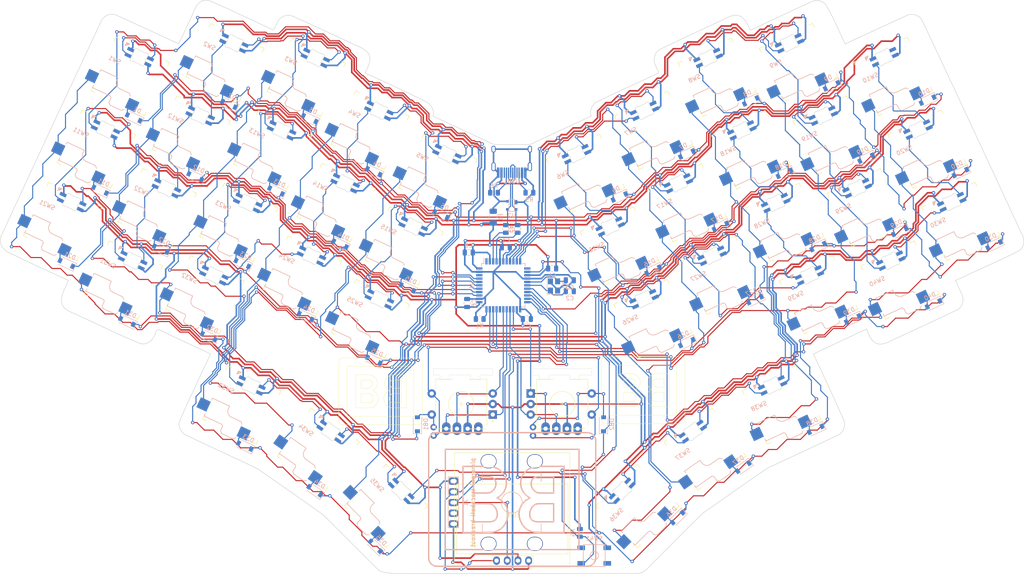
<source format=kicad_pcb>
(kicad_pcb (version 20171130) (host pcbnew "(5.1.10)-1")
  (layers (0 F.Cu signal) (31 B.Cu signal) (34 B.Paste user) (35 F.Paste user) (36 B.SilkS user) (37 F.SilkS user) (38 B.Mask user) (39 F.Mask user) (44 Edge.Cuts user))
  (net 0 "")
  (net 1 GND)
  (net 2 "Net-(C1-Pad1)")
  (net 3 XTAL1)
  (net 4 XTAL2)
  (net 5 +5V)
  (net 6 "Net-(D1-Pad2)")
  (net 7 row0)
  (net 8 "Net-(D2-Pad2)")
  (net 9 "Net-(D3-Pad2)")
  (net 10 "Net-(D4-Pad2)")
  (net 11 "Net-(D5-Pad2)")
  (net 12 "Net-(D6-Pad2)")
  (net 13 "Net-(D7-Pad2)")
  (net 14 "Net-(D8-Pad2)")
  (net 15 "Net-(D9-Pad2)")
  (net 16 "Net-(D10-Pad2)")
  (net 17 "Net-(D11-Pad2)")
  (net 18 row1)
  (net 19 "Net-(D12-Pad2)")
  (net 20 "Net-(D13-Pad2)")
  (net 21 "Net-(D14-Pad2)")
  (net 22 "Net-(D15-Pad2)")
  (net 23 "Net-(D16-Pad2)")
  (net 24 "Net-(D17-Pad2)")
  (net 25 "Net-(D18-Pad2)")
  (net 26 "Net-(D19-Pad2)")
  (net 27 "Net-(D20-Pad2)")
  (net 28 "Net-(D21-Pad2)")
  (net 29 row2)
  (net 30 "Net-(D22-Pad2)")
  (net 31 "Net-(D23-Pad2)")
  (net 32 "Net-(D24-Pad2)")
  (net 33 "Net-(D25-Pad2)")
  (net 34 "Net-(D26-Pad2)")
  (net 35 "Net-(D27-Pad2)")
  (net 36 "Net-(D28-Pad2)")
  (net 37 "Net-(D29-Pad2)")
  (net 38 "Net-(D30-Pad2)")
  (net 39 "Net-(D31-Pad2)")
  (net 40 row3)
  (net 41 "Net-(D32-Pad2)")
  (net 42 "Net-(D33-Pad2)")
  (net 43 "Net-(D34-Pad2)")
  (net 44 "Net-(D35-Pad2)")
  (net 45 "Net-(D36-Pad2)")
  (net 46 "Net-(D37-Pad2)")
  (net 47 "Net-(D38-Pad2)")
  (net 48 "Net-(D39-Pad2)")
  (net 49 "Net-(D40-Pad2)")
  (net 50 led)
  (net 51 "Net-(D41-Pad2)")
  (net 52 VCC)
  (net 53 "Net-(D42-Pad2)")
  (net 54 "Net-(D43-Pad2)")
  (net 55 "Net-(D44-Pad2)")
  (net 56 "Net-(D45-Pad2)")
  (net 57 "Net-(D46-Pad2)")
  (net 58 "Net-(D47-Pad2)")
  (net 59 "Net-(D48-Pad2)")
  (net 60 "Net-(D49-Pad2)")
  (net 61 "Net-(D50-Pad2)")
  (net 62 "Net-(D51-Pad2)")
  (net 63 "Net-(D52-Pad2)")
  (net 64 "Net-(D53-Pad2)")
  (net 65 "Net-(D54-Pad2)")
  (net 66 "Net-(D55-Pad2)")
  (net 67 "Net-(D56-Pad2)")
  (net 68 "Net-(D57-Pad2)")
  (net 69 "Net-(D58-Pad2)")
  (net 70 "Net-(D59-Pad2)")
  (net 71 "Net-(D60-Pad2)")
  (net 72 "Net-(D61-Pad2)")
  (net 73 "Net-(D62-Pad2)")
  (net 74 "Net-(D63-Pad2)")
  (net 75 "Net-(D64-Pad2)")
  (net 76 "Net-(D65-Pad2)")
  (net 77 "Net-(D66-Pad2)")
  (net 78 "Net-(D67-Pad2)")
  (net 79 "Net-(D68-Pad2)")
  (net 80 "Net-(D69-Pad2)")
  (net 81 "Net-(D70-Pad2)")
  (net 82 "Net-(D71-Pad2)")
  (net 83 "Net-(D72-Pad2)")
  (net 84 "Net-(D73-Pad2)")
  (net 85 "Net-(D74-Pad2)")
  (net 86 "Net-(D75-Pad2)")
  (net 87 "Net-(D76-Pad2)")
  (net 88 "Net-(D77-Pad2)")
  (net 89 "Net-(D78-Pad2)")
  (net 90 "Net-(D79-Pad2)")
  (net 91 "Net-(D80-Pad2)")
  (net 92 "Net-(R1-Pad2)")
  (net 93 D-)
  (net 94 D+)
  (net 95 RESET)
  (net 96 "Net-(R5-Pad1)")
  (net 97 "Net-(R6-Pad1)")
  (net 98 col0)
  (net 99 col1)
  (net 100 col2)
  (net 101 col3)
  (net 102 col4)
  (net 103 col5)
  (net 104 col6)
  (net 105 col7)
  (net 106 col8)
  (net 107 col9)
  (net 108 "Net-(U1-Pad42)")
  (net 109 "Net-(U1-Pad12)")
  (net 110 "Net-(U1-Pad1)")
  (net 111 "Net-(USB1-Pad3)")
  (net 112 "Net-(USB1-Pad9)")
  (net 113 DN)
  (net 114 DP)
  (net 115 sda)
  (net 116 scl)
  (net 117 "Net-(J1-Pad4)")
  (net 118 "Net-(D81-Pad2)")
  (net 119 "Net-(D82-Pad2)")
  (net 120 ENC1B)
  (net 121 ENC1A)
  (net 122 col10)
  (net 123 ENC2B)
  (net 124 ENC2A)
  (net 125 "Net-(U1-Pad29)")
  (net 126 "Net-(SW44-PadNC)")
  (net 127 "Net-(SW45-PadNC)")
  (module keyswitches:Kailh_socket_PG1350 (layer F.Cu) (at 238.060636 85.606149 25)
    (fp_text reference SW40 (at -5 -2 25) (layer B.SilkS) (effects (justify mirror)))
    (fp_text value SW_Push)
    (pad "" np_thru_hole circle (at -5.5 0 25) (size 1.7018 1.7018) (drill 1.7018) (layers *.Cu *.Mask))
    (pad "" np_thru_hole circle (at 5.5 0 25) (size 1.7018 1.7018) (drill 1.7018) (layers *.Cu *.Mask))
    (pad 1 smd rect (at 3.275 5.95 25) (size 2.6 2.6) (layers B.Cu B.Paste B.Mask) (net 49 "Net-(D40-Pad2)"))
    (pad "" np_thru_hole circle (at -5 3.75 25) (size 3 3) (drill 3) (layers *.Cu *.Mask))
    (pad "" np_thru_hole circle (at 0 0 25) (size 3.429 3.429) (drill 3.429) (layers *.Cu *.Mask))
    (pad "" np_thru_hole circle (at 0 5.95 25) (size 3 3) (drill 3) (layers *.Cu *.Mask))
    (pad 2 smd rect (at -8.275 3.75 25) (size 2.6 2.6) (layers B.Cu B.Paste B.Mask) (net 107 col9))
    (pad "" np_thru_hole circle (at 5.22 -4.2 25) (size 0.9906 0.9906) (drill 0.9906) (layers *.Cu *.Mask))
  )
  (module keyswitches:Kailh_socket_PG1350 (layer F.Cu) (at 218.727698 89.104357 25)
    (fp_text reference SW39 (at -5 -2 25) (layer B.SilkS) (effects (justify mirror)))
    (fp_text value SW_Push)
    (pad "" np_thru_hole circle (at -5.5 0 25) (size 1.7018 1.7018) (drill 1.7018) (layers *.Cu *.Mask))
    (pad "" np_thru_hole circle (at 5.5 0 25) (size 1.7018 1.7018) (drill 1.7018) (layers *.Cu *.Mask))
    (pad 1 smd rect (at 3.275 5.95 25) (size 2.6 2.6) (layers B.Cu B.Paste B.Mask) (net 48 "Net-(D39-Pad2)"))
    (pad "" np_thru_hole circle (at -5 3.75 25) (size 3 3) (drill 3) (layers *.Cu *.Mask))
    (pad "" np_thru_hole circle (at 0 0 25) (size 3.429 3.429) (drill 3.429) (layers *.Cu *.Mask))
    (pad "" np_thru_hole circle (at 0 5.95 25) (size 3 3) (drill 3) (layers *.Cu *.Mask))
    (pad 2 smd rect (at -8.275 3.75 25) (size 2.6 2.6) (layers B.Cu B.Paste B.Mask) (net 106 col8))
    (pad "" np_thru_hole circle (at 5.22 -4.2 25) (size 0.9906 0.9906) (drill 0.9906) (layers *.Cu *.Mask))
  )
  (module keyswitches:Kailh_socket_PG1350 (layer F.Cu) (at 209.960215 115.26026 25)
    (fp_text reference SW38 (at -5 -2 25) (layer B.SilkS) (effects (justify mirror)))
    (fp_text value SW_Push)
    (pad "" np_thru_hole circle (at -5.5 0 25) (size 1.7018 1.7018) (drill 1.7018) (layers *.Cu *.Mask))
    (pad "" np_thru_hole circle (at 5.5 0 25) (size 1.7018 1.7018) (drill 1.7018) (layers *.Cu *.Mask))
    (pad 1 smd rect (at 3.275 5.95 25) (size 2.6 2.6) (layers B.Cu B.Paste B.Mask) (net 47 "Net-(D38-Pad2)"))
    (pad "" np_thru_hole circle (at -5 3.75 25) (size 3 3) (drill 3) (layers *.Cu *.Mask))
    (pad "" np_thru_hole circle (at 0 0 25) (size 3.429 3.429) (drill 3.429) (layers *.Cu *.Mask))
    (pad "" np_thru_hole circle (at 0 5.95 25) (size 3 3) (drill 3) (layers *.Cu *.Mask))
    (pad 2 smd rect (at -8.275 3.75 25) (size 2.6 2.6) (layers B.Cu B.Paste B.Mask) (net 105 col7))
    (pad "" np_thru_hole circle (at 5.22 -4.2 25) (size 0.9906 0.9906) (drill 0.9906) (layers *.Cu *.Mask))
  )
  (module keyswitches:Kailh_socket_PG1350 (layer F.Cu) (at 191.773682 125.760259 35)
    (fp_text reference SW37 (at -5 -2 35) (layer B.SilkS) (effects (justify mirror)))
    (fp_text value SW_Push)
    (pad "" np_thru_hole circle (at -5.5 0 35) (size 1.7018 1.7018) (drill 1.7018) (layers *.Cu *.Mask))
    (pad "" np_thru_hole circle (at 5.5 0 35) (size 1.7018 1.7018) (drill 1.7018) (layers *.Cu *.Mask))
    (pad 1 smd rect (at 3.275 5.95 35) (size 2.6 2.6) (layers B.Cu B.Paste B.Mask) (net 46 "Net-(D37-Pad2)"))
    (pad "" np_thru_hole circle (at -5 3.75 35) (size 3 3) (drill 3) (layers *.Cu *.Mask))
    (pad "" np_thru_hole circle (at 0 0 35) (size 3.429 3.429) (drill 3.429) (layers *.Cu *.Mask))
    (pad "" np_thru_hole circle (at 0 5.95 35) (size 3 3) (drill 3) (layers *.Cu *.Mask))
    (pad 2 smd rect (at -8.275 3.75 35) (size 2.6 2.6) (layers B.Cu B.Paste B.Mask) (net 104 col6))
    (pad "" np_thru_hole circle (at 5.22 -4.2 35) (size 0.9906 0.9906) (drill 0.9906) (layers *.Cu *.Mask))
  )
  (module keyswitches:Kailh_socket_PG1350 (layer F.Cu) (at 175.68675 139.258799 45)
    (fp_text reference SW36 (at -5 -2 45) (layer B.SilkS) (effects (justify mirror)))
    (fp_text value SW_Push)
    (pad "" np_thru_hole circle (at -5.5 0 45) (size 1.7018 1.7018) (drill 1.7018) (layers *.Cu *.Mask))
    (pad "" np_thru_hole circle (at 5.5 0 45) (size 1.7018 1.7018) (drill 1.7018) (layers *.Cu *.Mask))
    (pad 1 smd rect (at 3.275 5.95 45) (size 2.6 2.6) (layers B.Cu B.Paste B.Mask) (net 45 "Net-(D36-Pad2)"))
    (pad "" np_thru_hole circle (at -5 3.75 45) (size 3 3) (drill 3) (layers *.Cu *.Mask))
    (pad "" np_thru_hole circle (at 0 0 45) (size 3.429 3.429) (drill 3.429) (layers *.Cu *.Mask))
    (pad "" np_thru_hole circle (at 0 5.95 45) (size 3 3) (drill 3) (layers *.Cu *.Mask))
    (pad 2 smd rect (at -8.275 3.75 45) (size 2.6 2.6) (layers B.Cu B.Paste B.Mask) (net 103 col5))
    (pad "" np_thru_hole circle (at 5.22 -4.2 45) (size 0.9906 0.9906) (drill 0.9906) (layers *.Cu *.Mask))
  )
  (module keyswitches:Kailh_socket_PG1350 (layer F.Cu) (at 116.01325 139.258799 315)
    (fp_text reference SW35 (at -5 -2 135) (layer B.SilkS) (effects (justify mirror)))
    (fp_text value SW_Push)
    (pad "" np_thru_hole circle (at -5.5 0 315) (size 1.7018 1.7018) (drill 1.7018) (layers *.Cu *.Mask))
    (pad "" np_thru_hole circle (at 5.5 0 315) (size 1.7018 1.7018) (drill 1.7018) (layers *.Cu *.Mask))
    (pad 1 smd rect (at 3.275 5.95 315) (size 2.6 2.6) (layers B.Cu B.Paste B.Mask) (net 44 "Net-(D35-Pad2)"))
    (pad "" np_thru_hole circle (at -5 3.75 315) (size 3 3) (drill 3) (layers *.Cu *.Mask))
    (pad "" np_thru_hole circle (at 0 0 315) (size 3.429 3.429) (drill 3.429) (layers *.Cu *.Mask))
    (pad "" np_thru_hole circle (at 0 5.95 315) (size 3 3) (drill 3) (layers *.Cu *.Mask))
    (pad 2 smd rect (at -8.275 3.75 315) (size 2.6 2.6) (layers B.Cu B.Paste B.Mask) (net 102 col4))
    (pad "" np_thru_hole circle (at 5.22 -4.2 315) (size 0.9906 0.9906) (drill 0.9906) (layers *.Cu *.Mask))
  )
  (module keyswitches:Kailh_socket_PG1350 (layer F.Cu) (at 99.926318 125.760259 325)
    (fp_text reference SW34 (at -5 -2 145) (layer B.SilkS) (effects (justify mirror)))
    (fp_text value SW_Push)
    (pad "" np_thru_hole circle (at -5.5 0 325) (size 1.7018 1.7018) (drill 1.7018) (layers *.Cu *.Mask))
    (pad "" np_thru_hole circle (at 5.5 0 325) (size 1.7018 1.7018) (drill 1.7018) (layers *.Cu *.Mask))
    (pad 1 smd rect (at 3.275 5.95 325) (size 2.6 2.6) (layers B.Cu B.Paste B.Mask) (net 43 "Net-(D34-Pad2)"))
    (pad "" np_thru_hole circle (at -5 3.75 325) (size 3 3) (drill 3) (layers *.Cu *.Mask))
    (pad "" np_thru_hole circle (at 0 0 325) (size 3.429 3.429) (drill 3.429) (layers *.Cu *.Mask))
    (pad "" np_thru_hole circle (at 0 5.95 325) (size 3 3) (drill 3) (layers *.Cu *.Mask))
    (pad 2 smd rect (at -8.275 3.75 325) (size 2.6 2.6) (layers B.Cu B.Paste B.Mask) (net 101 col3))
    (pad "" np_thru_hole circle (at 5.22 -4.2 325) (size 0.9906 0.9906) (drill 0.9906) (layers *.Cu *.Mask))
  )
  (module keyswitches:Kailh_socket_PG1350 (layer F.Cu) (at 81.739785 115.26026 335)
    (fp_text reference SW33 (at -5 -2 155) (layer B.SilkS) (effects (justify mirror)))
    (fp_text value SW_Push)
    (pad "" np_thru_hole circle (at -5.5 0 335) (size 1.7018 1.7018) (drill 1.7018) (layers *.Cu *.Mask))
    (pad "" np_thru_hole circle (at 5.5 0 335) (size 1.7018 1.7018) (drill 1.7018) (layers *.Cu *.Mask))
    (pad 1 smd rect (at 3.275 5.95 335) (size 2.6 2.6) (layers B.Cu B.Paste B.Mask) (net 42 "Net-(D33-Pad2)"))
    (pad "" np_thru_hole circle (at -5 3.75 335) (size 3 3) (drill 3) (layers *.Cu *.Mask))
    (pad "" np_thru_hole circle (at 0 0 335) (size 3.429 3.429) (drill 3.429) (layers *.Cu *.Mask))
    (pad "" np_thru_hole circle (at 0 5.95 335) (size 3 3) (drill 3) (layers *.Cu *.Mask))
    (pad 2 smd rect (at -8.275 3.75 335) (size 2.6 2.6) (layers B.Cu B.Paste B.Mask) (net 100 col2))
    (pad "" np_thru_hole circle (at 5.22 -4.2 335) (size 0.9906 0.9906) (drill 0.9906) (layers *.Cu *.Mask))
  )
  (module keyswitches:Kailh_socket_PG1350 (layer F.Cu) (at 72.972302 89.104357 335)
    (fp_text reference SW32 (at -5 -2 155) (layer B.SilkS) (effects (justify mirror)))
    (fp_text value SW_Push)
    (pad "" np_thru_hole circle (at -5.5 0 335) (size 1.7018 1.7018) (drill 1.7018) (layers *.Cu *.Mask))
    (pad "" np_thru_hole circle (at 5.5 0 335) (size 1.7018 1.7018) (drill 1.7018) (layers *.Cu *.Mask))
    (pad 1 smd rect (at 3.275 5.95 335) (size 2.6 2.6) (layers B.Cu B.Paste B.Mask) (net 41 "Net-(D32-Pad2)"))
    (pad "" np_thru_hole circle (at -5 3.75 335) (size 3 3) (drill 3) (layers *.Cu *.Mask))
    (pad "" np_thru_hole circle (at 0 0 335) (size 3.429 3.429) (drill 3.429) (layers *.Cu *.Mask))
    (pad "" np_thru_hole circle (at 0 5.95 335) (size 3 3) (drill 3) (layers *.Cu *.Mask))
    (pad 2 smd rect (at -8.275 3.75 335) (size 2.6 2.6) (layers B.Cu B.Paste B.Mask) (net 99 col1))
    (pad "" np_thru_hole circle (at 5.22 -4.2 335) (size 0.9906 0.9906) (drill 0.9906) (layers *.Cu *.Mask))
  )
  (module keyswitches:Kailh_socket_PG1350 (layer F.Cu) (at 53.639364 85.606149 335)
    (fp_text reference SW31 (at -5 -2 155) (layer B.SilkS) (effects (justify mirror)))
    (fp_text value SW_Push)
    (pad "" np_thru_hole circle (at -5.5 0 335) (size 1.7018 1.7018) (drill 1.7018) (layers *.Cu *.Mask))
    (pad "" np_thru_hole circle (at 5.5 0 335) (size 1.7018 1.7018) (drill 1.7018) (layers *.Cu *.Mask))
    (pad 1 smd rect (at 3.275 5.95 335) (size 2.6 2.6) (layers B.Cu B.Paste B.Mask) (net 39 "Net-(D31-Pad2)"))
    (pad "" np_thru_hole circle (at -5 3.75 335) (size 3 3) (drill 3) (layers *.Cu *.Mask))
    (pad "" np_thru_hole circle (at 0 0 335) (size 3.429 3.429) (drill 3.429) (layers *.Cu *.Mask))
    (pad "" np_thru_hole circle (at 0 5.95 335) (size 3 3) (drill 3) (layers *.Cu *.Mask))
    (pad 2 smd rect (at -8.275 3.75 335) (size 2.6 2.6) (layers B.Cu B.Paste B.Mask) (net 98 col0))
    (pad "" np_thru_hole circle (at 5.22 -4.2 335) (size 0.9906 0.9906) (drill 0.9906) (layers *.Cu *.Mask))
  )
  (module keyswitches:Kailh_socket_PG1350 (layer F.Cu) (at 252.533464 71.685402 25)
    (fp_text reference SW30 (at -5 -2 25) (layer B.SilkS) (effects (justify mirror)))
    (fp_text value SW_Push)
    (pad "" np_thru_hole circle (at -5.5 0 25) (size 1.7018 1.7018) (drill 1.7018) (layers *.Cu *.Mask))
    (pad "" np_thru_hole circle (at 5.5 0 25) (size 1.7018 1.7018) (drill 1.7018) (layers *.Cu *.Mask))
    (pad 1 smd rect (at 3.275 5.95 25) (size 2.6 2.6) (layers B.Cu B.Paste B.Mask) (net 38 "Net-(D30-Pad2)"))
    (pad "" np_thru_hole circle (at -5 3.75 25) (size 3 3) (drill 3) (layers *.Cu *.Mask))
    (pad "" np_thru_hole circle (at 0 0 25) (size 3.429 3.429) (drill 3.429) (layers *.Cu *.Mask))
    (pad "" np_thru_hole circle (at 0 5.95 25) (size 3 3) (drill 3) (layers *.Cu *.Mask))
    (pad 2 smd rect (at -8.275 3.75 25) (size 2.6 2.6) (layers B.Cu B.Paste B.Mask) (net 107 col9))
    (pad "" np_thru_hole circle (at 5.22 -4.2 25) (size 0.9906 0.9906) (drill 0.9906) (layers *.Cu *.Mask))
  )
  (module keyswitches:Kailh_socket_PG1350 (layer F.Cu) (at 230.030889 68.386302 25)
    (fp_text reference SW29 (at -5 -2 25) (layer B.SilkS) (effects (justify mirror)))
    (fp_text value SW_Push)
    (pad "" np_thru_hole circle (at -5.5 0 25) (size 1.7018 1.7018) (drill 1.7018) (layers *.Cu *.Mask))
    (pad "" np_thru_hole circle (at 5.5 0 25) (size 1.7018 1.7018) (drill 1.7018) (layers *.Cu *.Mask))
    (pad 1 smd rect (at 3.275 5.95 25) (size 2.6 2.6) (layers B.Cu B.Paste B.Mask) (net 37 "Net-(D29-Pad2)"))
    (pad "" np_thru_hole circle (at -5 3.75 25) (size 3 3) (drill 3) (layers *.Cu *.Mask))
    (pad "" np_thru_hole circle (at 0 0 25) (size 3.429 3.429) (drill 3.429) (layers *.Cu *.Mask))
    (pad "" np_thru_hole circle (at 0 5.95 25) (size 3 3) (drill 3) (layers *.Cu *.Mask))
    (pad 2 smd rect (at -8.275 3.75 25) (size 2.6 2.6) (layers B.Cu B.Paste B.Mask) (net 106 col8))
    (pad "" np_thru_hole circle (at 5.22 -4.2 25) (size 0.9906 0.9906) (drill 0.9906) (layers *.Cu *.Mask))
  )
  (module keyswitches:Kailh_socket_PG1350 (layer F.Cu) (at 210.697951 71.88451 25)
    (fp_text reference SW28 (at -5 -2 25) (layer B.SilkS) (effects (justify mirror)))
    (fp_text value SW_Push)
    (pad "" np_thru_hole circle (at -5.5 0 25) (size 1.7018 1.7018) (drill 1.7018) (layers *.Cu *.Mask))
    (pad "" np_thru_hole circle (at 5.5 0 25) (size 1.7018 1.7018) (drill 1.7018) (layers *.Cu *.Mask))
    (pad 1 smd rect (at 3.275 5.95 25) (size 2.6 2.6) (layers B.Cu B.Paste B.Mask) (net 36 "Net-(D28-Pad2)"))
    (pad "" np_thru_hole circle (at -5 3.75 25) (size 3 3) (drill 3) (layers *.Cu *.Mask))
    (pad "" np_thru_hole circle (at 0 0 25) (size 3.429 3.429) (drill 3.429) (layers *.Cu *.Mask))
    (pad "" np_thru_hole circle (at 0 5.95 25) (size 3 3) (drill 3) (layers *.Cu *.Mask))
    (pad 2 smd rect (at -8.275 3.75 25) (size 2.6 2.6) (layers B.Cu B.Paste B.Mask) (net 105 col7))
    (pad "" np_thru_hole circle (at 5.22 -4.2 25) (size 0.9906 0.9906) (drill 0.9906) (layers *.Cu *.Mask))
  )
  (module keyswitches:Kailh_socket_PG1350 (layer F.Cu) (at 195.591195 84.445796 25)
    (fp_text reference SW27 (at -5 -2 25) (layer B.SilkS) (effects (justify mirror)))
    (fp_text value SW_Push)
    (pad "" np_thru_hole circle (at -5.5 0 25) (size 1.7018 1.7018) (drill 1.7018) (layers *.Cu *.Mask))
    (pad "" np_thru_hole circle (at 5.5 0 25) (size 1.7018 1.7018) (drill 1.7018) (layers *.Cu *.Mask))
    (pad 1 smd rect (at 3.275 5.95 25) (size 2.6 2.6) (layers B.Cu B.Paste B.Mask) (net 35 "Net-(D27-Pad2)"))
    (pad "" np_thru_hole circle (at -5 3.75 25) (size 3 3) (drill 3) (layers *.Cu *.Mask))
    (pad "" np_thru_hole circle (at 0 0 25) (size 3.429 3.429) (drill 3.429) (layers *.Cu *.Mask))
    (pad "" np_thru_hole circle (at 0 5.95 25) (size 3 3) (drill 3) (layers *.Cu *.Mask))
    (pad 2 smd rect (at -8.275 3.75 25) (size 2.6 2.6) (layers B.Cu B.Paste B.Mask) (net 104 col6))
    (pad "" np_thru_hole circle (at 5.22 -4.2 25) (size 0.9906 0.9906) (drill 0.9906) (layers *.Cu *.Mask))
  )
  (module keyswitches:Kailh_socket_PG1350 (layer F.Cu) (at 179.427893 94.741312 25)
    (fp_text reference SW26 (at -5 -2 25) (layer B.SilkS) (effects (justify mirror)))
    (fp_text value SW_Push)
    (pad "" np_thru_hole circle (at -5.5 0 25) (size 1.7018 1.7018) (drill 1.7018) (layers *.Cu *.Mask))
    (pad "" np_thru_hole circle (at 5.5 0 25) (size 1.7018 1.7018) (drill 1.7018) (layers *.Cu *.Mask))
    (pad 1 smd rect (at 3.275 5.95 25) (size 2.6 2.6) (layers B.Cu B.Paste B.Mask) (net 34 "Net-(D26-Pad2)"))
    (pad "" np_thru_hole circle (at -5 3.75 25) (size 3 3) (drill 3) (layers *.Cu *.Mask))
    (pad "" np_thru_hole circle (at 0 0 25) (size 3.429 3.429) (drill 3.429) (layers *.Cu *.Mask))
    (pad "" np_thru_hole circle (at 0 5.95 25) (size 3 3) (drill 3) (layers *.Cu *.Mask))
    (pad 2 smd rect (at -8.275 3.75 25) (size 2.6 2.6) (layers B.Cu B.Paste B.Mask) (net 103 col5))
    (pad "" np_thru_hole circle (at 5.22 -4.2 25) (size 0.9906 0.9906) (drill 0.9906) (layers *.Cu *.Mask))
  )
  (module keyswitches:Kailh_socket_PG1350 (layer F.Cu) (at 112.272107 94.741312 335)
    (fp_text reference SW25 (at -5 -2 155) (layer B.SilkS) (effects (justify mirror)))
    (fp_text value SW_Push)
    (pad "" np_thru_hole circle (at -5.5 0 335) (size 1.7018 1.7018) (drill 1.7018) (layers *.Cu *.Mask))
    (pad "" np_thru_hole circle (at 5.5 0 335) (size 1.7018 1.7018) (drill 1.7018) (layers *.Cu *.Mask))
    (pad 1 smd rect (at 3.275 5.95 335) (size 2.6 2.6) (layers B.Cu B.Paste B.Mask) (net 33 "Net-(D25-Pad2)"))
    (pad "" np_thru_hole circle (at -5 3.75 335) (size 3 3) (drill 3) (layers *.Cu *.Mask))
    (pad "" np_thru_hole circle (at 0 0 335) (size 3.429 3.429) (drill 3.429) (layers *.Cu *.Mask))
    (pad "" np_thru_hole circle (at 0 5.95 335) (size 3 3) (drill 3) (layers *.Cu *.Mask))
    (pad 2 smd rect (at -8.275 3.75 335) (size 2.6 2.6) (layers B.Cu B.Paste B.Mask) (net 102 col4))
    (pad "" np_thru_hole circle (at 5.22 -4.2 335) (size 0.9906 0.9906) (drill 0.9906) (layers *.Cu *.Mask))
  )
  (module keyswitches:Kailh_socket_PG1350 (layer F.Cu) (at 96.108805 84.445796 335)
    (fp_text reference SW24 (at -5 -2 155) (layer B.SilkS) (effects (justify mirror)))
    (fp_text value SW_Push)
    (pad "" np_thru_hole circle (at -5.5 0 335) (size 1.7018 1.7018) (drill 1.7018) (layers *.Cu *.Mask))
    (pad "" np_thru_hole circle (at 5.5 0 335) (size 1.7018 1.7018) (drill 1.7018) (layers *.Cu *.Mask))
    (pad 1 smd rect (at 3.275 5.95 335) (size 2.6 2.6) (layers B.Cu B.Paste B.Mask) (net 32 "Net-(D24-Pad2)"))
    (pad "" np_thru_hole circle (at -5 3.75 335) (size 3 3) (drill 3) (layers *.Cu *.Mask))
    (pad "" np_thru_hole circle (at 0 0 335) (size 3.429 3.429) (drill 3.429) (layers *.Cu *.Mask))
    (pad "" np_thru_hole circle (at 0 5.95 335) (size 3 3) (drill 3) (layers *.Cu *.Mask))
    (pad 2 smd rect (at -8.275 3.75 335) (size 2.6 2.6) (layers B.Cu B.Paste B.Mask) (net 101 col3))
    (pad "" np_thru_hole circle (at 5.22 -4.2 335) (size 0.9906 0.9906) (drill 0.9906) (layers *.Cu *.Mask))
  )
  (module keyswitches:Kailh_socket_PG1350 (layer F.Cu) (at 81.002049 71.88451 335)
    (fp_text reference SW23 (at -5 -2 155) (layer B.SilkS) (effects (justify mirror)))
    (fp_text value SW_Push)
    (pad "" np_thru_hole circle (at -5.5 0 335) (size 1.7018 1.7018) (drill 1.7018) (layers *.Cu *.Mask))
    (pad "" np_thru_hole circle (at 5.5 0 335) (size 1.7018 1.7018) (drill 1.7018) (layers *.Cu *.Mask))
    (pad 1 smd rect (at 3.275 5.95 335) (size 2.6 2.6) (layers B.Cu B.Paste B.Mask) (net 31 "Net-(D23-Pad2)"))
    (pad "" np_thru_hole circle (at -5 3.75 335) (size 3 3) (drill 3) (layers *.Cu *.Mask))
    (pad "" np_thru_hole circle (at 0 0 335) (size 3.429 3.429) (drill 3.429) (layers *.Cu *.Mask))
    (pad "" np_thru_hole circle (at 0 5.95 335) (size 3 3) (drill 3) (layers *.Cu *.Mask))
    (pad 2 smd rect (at -8.275 3.75 335) (size 2.6 2.6) (layers B.Cu B.Paste B.Mask) (net 100 col2))
    (pad "" np_thru_hole circle (at 5.22 -4.2 335) (size 0.9906 0.9906) (drill 0.9906) (layers *.Cu *.Mask))
  )
  (module keyswitches:Kailh_socket_PG1350 (layer F.Cu) (at 61.669111 68.386302 335)
    (fp_text reference SW22 (at -5 -2 155) (layer B.SilkS) (effects (justify mirror)))
    (fp_text value SW_Push)
    (pad "" np_thru_hole circle (at -5.5 0 335) (size 1.7018 1.7018) (drill 1.7018) (layers *.Cu *.Mask))
    (pad "" np_thru_hole circle (at 5.5 0 335) (size 1.7018 1.7018) (drill 1.7018) (layers *.Cu *.Mask))
    (pad 1 smd rect (at 3.275 5.95 335) (size 2.6 2.6) (layers B.Cu B.Paste B.Mask) (net 30 "Net-(D22-Pad2)"))
    (pad "" np_thru_hole circle (at -5 3.75 335) (size 3 3) (drill 3) (layers *.Cu *.Mask))
    (pad "" np_thru_hole circle (at 0 0 335) (size 3.429 3.429) (drill 3.429) (layers *.Cu *.Mask))
    (pad "" np_thru_hole circle (at 0 5.95 335) (size 3 3) (drill 3) (layers *.Cu *.Mask))
    (pad 2 smd rect (at -8.275 3.75 335) (size 2.6 2.6) (layers B.Cu B.Paste B.Mask) (net 99 col1))
    (pad "" np_thru_hole circle (at 5.22 -4.2 335) (size 0.9906 0.9906) (drill 0.9906) (layers *.Cu *.Mask))
  )
  (module keyswitches:Kailh_socket_PG1350 (layer F.Cu) (at 39.166536 71.685402 335)
    (fp_text reference SW21 (at -5 -2 155) (layer B.SilkS) (effects (justify mirror)))
    (fp_text value SW_Push)
    (pad "" np_thru_hole circle (at -5.5 0 335) (size 1.7018 1.7018) (drill 1.7018) (layers *.Cu *.Mask))
    (pad "" np_thru_hole circle (at 5.5 0 335) (size 1.7018 1.7018) (drill 1.7018) (layers *.Cu *.Mask))
    (pad 1 smd rect (at 3.275 5.95 335) (size 2.6 2.6) (layers B.Cu B.Paste B.Mask) (net 28 "Net-(D21-Pad2)"))
    (pad "" np_thru_hole circle (at -5 3.75 335) (size 3 3) (drill 3) (layers *.Cu *.Mask))
    (pad "" np_thru_hole circle (at 0 0 335) (size 3.429 3.429) (drill 3.429) (layers *.Cu *.Mask))
    (pad "" np_thru_hole circle (at 0 5.95 335) (size 3 3) (drill 3) (layers *.Cu *.Mask))
    (pad 2 smd rect (at -8.275 3.75 335) (size 2.6 2.6) (layers B.Cu B.Paste B.Mask) (net 98 col0))
    (pad "" np_thru_hole circle (at 5.22 -4.2 335) (size 0.9906 0.9906) (drill 0.9906) (layers *.Cu *.Mask))
  )
  (module keyswitches:Kailh_socket_PG1350 (layer F.Cu) (at 244.503717 54.465555 25)
    (fp_text reference SW20 (at -5 -2 25) (layer B.SilkS) (effects (justify mirror)))
    (fp_text value SW_Push)
    (pad "" np_thru_hole circle (at -5.5 0 25) (size 1.7018 1.7018) (drill 1.7018) (layers *.Cu *.Mask))
    (pad "" np_thru_hole circle (at 5.5 0 25) (size 1.7018 1.7018) (drill 1.7018) (layers *.Cu *.Mask))
    (pad 1 smd rect (at 3.275 5.95 25) (size 2.6 2.6) (layers B.Cu B.Paste B.Mask) (net 27 "Net-(D20-Pad2)"))
    (pad "" np_thru_hole circle (at -5 3.75 25) (size 3 3) (drill 3) (layers *.Cu *.Mask))
    (pad "" np_thru_hole circle (at 0 0 25) (size 3.429 3.429) (drill 3.429) (layers *.Cu *.Mask))
    (pad "" np_thru_hole circle (at 0 5.95 25) (size 3 3) (drill 3) (layers *.Cu *.Mask))
    (pad 2 smd rect (at -8.275 3.75 25) (size 2.6 2.6) (layers B.Cu B.Paste B.Mask) (net 107 col9))
    (pad "" np_thru_hole circle (at 5.22 -4.2 25) (size 0.9906 0.9906) (drill 0.9906) (layers *.Cu *.Mask))
  )
  (module keyswitches:Kailh_socket_PG1350 (layer F.Cu) (at 222.001142 51.166455 25)
    (fp_text reference SW19 (at -5 -2 25) (layer B.SilkS) (effects (justify mirror)))
    (fp_text value SW_Push)
    (pad "" np_thru_hole circle (at -5.5 0 25) (size 1.7018 1.7018) (drill 1.7018) (layers *.Cu *.Mask))
    (pad "" np_thru_hole circle (at 5.5 0 25) (size 1.7018 1.7018) (drill 1.7018) (layers *.Cu *.Mask))
    (pad 1 smd rect (at 3.275 5.95 25) (size 2.6 2.6) (layers B.Cu B.Paste B.Mask) (net 26 "Net-(D19-Pad2)"))
    (pad "" np_thru_hole circle (at -5 3.75 25) (size 3 3) (drill 3) (layers *.Cu *.Mask))
    (pad "" np_thru_hole circle (at 0 0 25) (size 3.429 3.429) (drill 3.429) (layers *.Cu *.Mask))
    (pad "" np_thru_hole circle (at 0 5.95 25) (size 3 3) (drill 3) (layers *.Cu *.Mask))
    (pad 2 smd rect (at -8.275 3.75 25) (size 2.6 2.6) (layers B.Cu B.Paste B.Mask) (net 106 col8))
    (pad "" np_thru_hole circle (at 5.22 -4.2 25) (size 0.9906 0.9906) (drill 0.9906) (layers *.Cu *.Mask))
  )
  (module keyswitches:Kailh_socket_PG1350 (layer F.Cu) (at 202.668204 54.664663 25)
    (fp_text reference SW18 (at -5 -2 25) (layer B.SilkS) (effects (justify mirror)))
    (fp_text value SW_Push)
    (pad "" np_thru_hole circle (at -5.5 0 25) (size 1.7018 1.7018) (drill 1.7018) (layers *.Cu *.Mask))
    (pad "" np_thru_hole circle (at 5.5 0 25) (size 1.7018 1.7018) (drill 1.7018) (layers *.Cu *.Mask))
    (pad 1 smd rect (at 3.275 5.95 25) (size 2.6 2.6) (layers B.Cu B.Paste B.Mask) (net 25 "Net-(D18-Pad2)"))
    (pad "" np_thru_hole circle (at -5 3.75 25) (size 3 3) (drill 3) (layers *.Cu *.Mask))
    (pad "" np_thru_hole circle (at 0 0 25) (size 3.429 3.429) (drill 3.429) (layers *.Cu *.Mask))
    (pad "" np_thru_hole circle (at 0 5.95 25) (size 3 3) (drill 3) (layers *.Cu *.Mask))
    (pad 2 smd rect (at -8.275 3.75 25) (size 2.6 2.6) (layers B.Cu B.Paste B.Mask) (net 105 col7))
    (pad "" np_thru_hole circle (at 5.22 -4.2 25) (size 0.9906 0.9906) (drill 0.9906) (layers *.Cu *.Mask))
  )
  (module keyswitches:Kailh_socket_PG1350 (layer F.Cu) (at 187.561448 67.225948 25)
    (fp_text reference SW17 (at -5 -2 25) (layer B.SilkS) (effects (justify mirror)))
    (fp_text value SW_Push)
    (pad "" np_thru_hole circle (at -5.5 0 25) (size 1.7018 1.7018) (drill 1.7018) (layers *.Cu *.Mask))
    (pad "" np_thru_hole circle (at 5.5 0 25) (size 1.7018 1.7018) (drill 1.7018) (layers *.Cu *.Mask))
    (pad 1 smd rect (at 3.275 5.95 25) (size 2.6 2.6) (layers B.Cu B.Paste B.Mask) (net 24 "Net-(D17-Pad2)"))
    (pad "" np_thru_hole circle (at -5 3.75 25) (size 3 3) (drill 3) (layers *.Cu *.Mask))
    (pad "" np_thru_hole circle (at 0 0 25) (size 3.429 3.429) (drill 3.429) (layers *.Cu *.Mask))
    (pad "" np_thru_hole circle (at 0 5.95 25) (size 3 3) (drill 3) (layers *.Cu *.Mask))
    (pad 2 smd rect (at -8.275 3.75 25) (size 2.6 2.6) (layers B.Cu B.Paste B.Mask) (net 104 col6))
    (pad "" np_thru_hole circle (at 5.22 -4.2 25) (size 0.9906 0.9906) (drill 0.9906) (layers *.Cu *.Mask))
  )
  (module keyswitches:Kailh_socket_PG1350 (layer F.Cu) (at 171.398147 77.521465 25)
    (fp_text reference SW16 (at -5 -2 25) (layer B.SilkS) (effects (justify mirror)))
    (fp_text value SW_Push)
    (pad "" np_thru_hole circle (at -5.5 0 25) (size 1.7018 1.7018) (drill 1.7018) (layers *.Cu *.Mask))
    (pad "" np_thru_hole circle (at 5.5 0 25) (size 1.7018 1.7018) (drill 1.7018) (layers *.Cu *.Mask))
    (pad 1 smd rect (at 3.275 5.95 25) (size 2.6 2.6) (layers B.Cu B.Paste B.Mask) (net 23 "Net-(D16-Pad2)"))
    (pad "" np_thru_hole circle (at -5 3.75 25) (size 3 3) (drill 3) (layers *.Cu *.Mask))
    (pad "" np_thru_hole circle (at 0 0 25) (size 3.429 3.429) (drill 3.429) (layers *.Cu *.Mask))
    (pad "" np_thru_hole circle (at 0 5.95 25) (size 3 3) (drill 3) (layers *.Cu *.Mask))
    (pad 2 smd rect (at -8.275 3.75 25) (size 2.6 2.6) (layers B.Cu B.Paste B.Mask) (net 103 col5))
    (pad "" np_thru_hole circle (at 5.22 -4.2 25) (size 0.9906 0.9906) (drill 0.9906) (layers *.Cu *.Mask))
  )
  (module keyswitches:Kailh_socket_PG1350 (layer F.Cu) (at 120.301853 77.521465 335)
    (fp_text reference SW15 (at -5 -2 155) (layer B.SilkS) (effects (justify mirror)))
    (fp_text value SW_Push)
    (pad "" np_thru_hole circle (at -5.5 0 335) (size 1.7018 1.7018) (drill 1.7018) (layers *.Cu *.Mask))
    (pad "" np_thru_hole circle (at 5.5 0 335) (size 1.7018 1.7018) (drill 1.7018) (layers *.Cu *.Mask))
    (pad 1 smd rect (at 3.275 5.95 335) (size 2.6 2.6) (layers B.Cu B.Paste B.Mask) (net 22 "Net-(D15-Pad2)"))
    (pad "" np_thru_hole circle (at -5 3.75 335) (size 3 3) (drill 3) (layers *.Cu *.Mask))
    (pad "" np_thru_hole circle (at 0 0 335) (size 3.429 3.429) (drill 3.429) (layers *.Cu *.Mask))
    (pad "" np_thru_hole circle (at 0 5.95 335) (size 3 3) (drill 3) (layers *.Cu *.Mask))
    (pad 2 smd rect (at -8.275 3.75 335) (size 2.6 2.6) (layers B.Cu B.Paste B.Mask) (net 102 col4))
    (pad "" np_thru_hole circle (at 5.22 -4.2 335) (size 0.9906 0.9906) (drill 0.9906) (layers *.Cu *.Mask))
  )
  (module keyswitches:Kailh_socket_PG1350 (layer F.Cu) (at 104.138552 67.225948 335)
    (fp_text reference SW14 (at -5 -2 155) (layer B.SilkS) (effects (justify mirror)))
    (fp_text value SW_Push)
    (pad "" np_thru_hole circle (at -5.5 0 335) (size 1.7018 1.7018) (drill 1.7018) (layers *.Cu *.Mask))
    (pad "" np_thru_hole circle (at 5.5 0 335) (size 1.7018 1.7018) (drill 1.7018) (layers *.Cu *.Mask))
    (pad 1 smd rect (at 3.275 5.95 335) (size 2.6 2.6) (layers B.Cu B.Paste B.Mask) (net 21 "Net-(D14-Pad2)"))
    (pad "" np_thru_hole circle (at -5 3.75 335) (size 3 3) (drill 3) (layers *.Cu *.Mask))
    (pad "" np_thru_hole circle (at 0 0 335) (size 3.429 3.429) (drill 3.429) (layers *.Cu *.Mask))
    (pad "" np_thru_hole circle (at 0 5.95 335) (size 3 3) (drill 3) (layers *.Cu *.Mask))
    (pad 2 smd rect (at -8.275 3.75 335) (size 2.6 2.6) (layers B.Cu B.Paste B.Mask) (net 101 col3))
    (pad "" np_thru_hole circle (at 5.22 -4.2 335) (size 0.9906 0.9906) (drill 0.9906) (layers *.Cu *.Mask))
  )
  (module keyswitches:Kailh_socket_PG1350 (layer F.Cu) (at 89.031796 54.664663 335)
    (fp_text reference SW13 (at -5 -2 155) (layer B.SilkS) (effects (justify mirror)))
    (fp_text value SW_Push)
    (pad "" np_thru_hole circle (at -5.5 0 335) (size 1.7018 1.7018) (drill 1.7018) (layers *.Cu *.Mask))
    (pad "" np_thru_hole circle (at 5.5 0 335) (size 1.7018 1.7018) (drill 1.7018) (layers *.Cu *.Mask))
    (pad 1 smd rect (at 3.275 5.95 335) (size 2.6 2.6) (layers B.Cu B.Paste B.Mask) (net 20 "Net-(D13-Pad2)"))
    (pad "" np_thru_hole circle (at -5 3.75 335) (size 3 3) (drill 3) (layers *.Cu *.Mask))
    (pad "" np_thru_hole circle (at 0 0 335) (size 3.429 3.429) (drill 3.429) (layers *.Cu *.Mask))
    (pad "" np_thru_hole circle (at 0 5.95 335) (size 3 3) (drill 3) (layers *.Cu *.Mask))
    (pad 2 smd rect (at -8.275 3.75 335) (size 2.6 2.6) (layers B.Cu B.Paste B.Mask) (net 100 col2))
    (pad "" np_thru_hole circle (at 5.22 -4.2 335) (size 0.9906 0.9906) (drill 0.9906) (layers *.Cu *.Mask))
  )
  (module keyswitches:Kailh_socket_PG1350 (layer F.Cu) (at 69.698858 51.166455 335)
    (fp_text reference SW12 (at -5 -2 155) (layer B.SilkS) (effects (justify mirror)))
    (fp_text value SW_Push)
    (pad "" np_thru_hole circle (at -5.5 0 335) (size 1.7018 1.7018) (drill 1.7018) (layers *.Cu *.Mask))
    (pad "" np_thru_hole circle (at 5.5 0 335) (size 1.7018 1.7018) (drill 1.7018) (layers *.Cu *.Mask))
    (pad 1 smd rect (at 3.275 5.95 335) (size 2.6 2.6) (layers B.Cu B.Paste B.Mask) (net 19 "Net-(D12-Pad2)"))
    (pad "" np_thru_hole circle (at -5 3.75 335) (size 3 3) (drill 3) (layers *.Cu *.Mask))
    (pad "" np_thru_hole circle (at 0 0 335) (size 3.429 3.429) (drill 3.429) (layers *.Cu *.Mask))
    (pad "" np_thru_hole circle (at 0 5.95 335) (size 3 3) (drill 3) (layers *.Cu *.Mask))
    (pad 2 smd rect (at -8.275 3.75 335) (size 2.6 2.6) (layers B.Cu B.Paste B.Mask) (net 99 col1))
    (pad "" np_thru_hole circle (at 5.22 -4.2 335) (size 0.9906 0.9906) (drill 0.9906) (layers *.Cu *.Mask))
  )
  (module keyswitches:Kailh_socket_PG1350 (layer F.Cu) (at 47.196283 54.465555 335)
    (fp_text reference SW11 (at -5 -2 155) (layer B.SilkS) (effects (justify mirror)))
    (fp_text value SW_Push)
    (pad "" np_thru_hole circle (at -5.5 0 335) (size 1.7018 1.7018) (drill 1.7018) (layers *.Cu *.Mask))
    (pad "" np_thru_hole circle (at 5.5 0 335) (size 1.7018 1.7018) (drill 1.7018) (layers *.Cu *.Mask))
    (pad 1 smd rect (at 3.275 5.95 335) (size 2.6 2.6) (layers B.Cu B.Paste B.Mask) (net 17 "Net-(D11-Pad2)"))
    (pad "" np_thru_hole circle (at -5 3.75 335) (size 3 3) (drill 3) (layers *.Cu *.Mask))
    (pad "" np_thru_hole circle (at 0 0 335) (size 3.429 3.429) (drill 3.429) (layers *.Cu *.Mask))
    (pad "" np_thru_hole circle (at 0 5.95 335) (size 3 3) (drill 3) (layers *.Cu *.Mask))
    (pad 2 smd rect (at -8.275 3.75 335) (size 2.6 2.6) (layers B.Cu B.Paste B.Mask) (net 98 col0))
    (pad "" np_thru_hole circle (at 5.22 -4.2 335) (size 0.9906 0.9906) (drill 0.9906) (layers *.Cu *.Mask))
  )
  (module keyswitches:Kailh_socket_PG1350 (layer F.Cu) (at 236.47397 37.245708 25)
    (fp_text reference SW10 (at -5 -2 25) (layer B.SilkS) (effects (justify mirror)))
    (fp_text value SW_Push)
    (pad "" np_thru_hole circle (at -5.5 0 25) (size 1.7018 1.7018) (drill 1.7018) (layers *.Cu *.Mask))
    (pad "" np_thru_hole circle (at 5.5 0 25) (size 1.7018 1.7018) (drill 1.7018) (layers *.Cu *.Mask))
    (pad 1 smd rect (at 3.275 5.95 25) (size 2.6 2.6) (layers B.Cu B.Paste B.Mask) (net 16 "Net-(D10-Pad2)"))
    (pad "" np_thru_hole circle (at -5 3.75 25) (size 3 3) (drill 3) (layers *.Cu *.Mask))
    (pad "" np_thru_hole circle (at 0 0 25) (size 3.429 3.429) (drill 3.429) (layers *.Cu *.Mask))
    (pad "" np_thru_hole circle (at 0 5.95 25) (size 3 3) (drill 3) (layers *.Cu *.Mask))
    (pad 2 smd rect (at -8.275 3.75 25) (size 2.6 2.6) (layers B.Cu B.Paste B.Mask) (net 107 col9))
    (pad "" np_thru_hole circle (at 5.22 -4.2 25) (size 0.9906 0.9906) (drill 0.9906) (layers *.Cu *.Mask))
  )
  (module keyswitches:Kailh_socket_PG1350 (layer F.Cu) (at 213.971395 33.946608 25)
    (fp_text reference SW9 (at -5 -2 25) (layer B.SilkS) (effects (justify mirror)))
    (fp_text value SW_Push)
    (pad "" np_thru_hole circle (at -5.5 0 25) (size 1.7018 1.7018) (drill 1.7018) (layers *.Cu *.Mask))
    (pad "" np_thru_hole circle (at 5.5 0 25) (size 1.7018 1.7018) (drill 1.7018) (layers *.Cu *.Mask))
    (pad 1 smd rect (at 3.275 5.95 25) (size 2.6 2.6) (layers B.Cu B.Paste B.Mask) (net 15 "Net-(D9-Pad2)"))
    (pad "" np_thru_hole circle (at -5 3.75 25) (size 3 3) (drill 3) (layers *.Cu *.Mask))
    (pad "" np_thru_hole circle (at 0 0 25) (size 3.429 3.429) (drill 3.429) (layers *.Cu *.Mask))
    (pad "" np_thru_hole circle (at 0 5.95 25) (size 3 3) (drill 3) (layers *.Cu *.Mask))
    (pad 2 smd rect (at -8.275 3.75 25) (size 2.6 2.6) (layers B.Cu B.Paste B.Mask) (net 106 col8))
    (pad "" np_thru_hole circle (at 5.22 -4.2 25) (size 0.9906 0.9906) (drill 0.9906) (layers *.Cu *.Mask))
  )
  (module keyswitches:Kailh_socket_PG1350 (layer F.Cu) (at 194.638457 37.444816 25)
    (fp_text reference SW8 (at -5 -2 25) (layer B.SilkS) (effects (justify mirror)))
    (fp_text value SW_Push)
    (pad "" np_thru_hole circle (at -5.5 0 25) (size 1.7018 1.7018) (drill 1.7018) (layers *.Cu *.Mask))
    (pad "" np_thru_hole circle (at 5.5 0 25) (size 1.7018 1.7018) (drill 1.7018) (layers *.Cu *.Mask))
    (pad 1 smd rect (at 3.275 5.95 25) (size 2.6 2.6) (layers B.Cu B.Paste B.Mask) (net 14 "Net-(D8-Pad2)"))
    (pad "" np_thru_hole circle (at -5 3.75 25) (size 3 3) (drill 3) (layers *.Cu *.Mask))
    (pad "" np_thru_hole circle (at 0 0 25) (size 3.429 3.429) (drill 3.429) (layers *.Cu *.Mask))
    (pad "" np_thru_hole circle (at 0 5.95 25) (size 3 3) (drill 3) (layers *.Cu *.Mask))
    (pad 2 smd rect (at -8.275 3.75 25) (size 2.6 2.6) (layers B.Cu B.Paste B.Mask) (net 105 col7))
    (pad "" np_thru_hole circle (at 5.22 -4.2 25) (size 0.9906 0.9906) (drill 0.9906) (layers *.Cu *.Mask))
  )
  (module keyswitches:Kailh_socket_PG1350 (layer F.Cu) (at 179.531701 50.006101 25)
    (fp_text reference SW7 (at -5 -2 25) (layer B.SilkS) (effects (justify mirror)))
    (fp_text value SW_Push)
    (pad "" np_thru_hole circle (at -5.5 0 25) (size 1.7018 1.7018) (drill 1.7018) (layers *.Cu *.Mask))
    (pad "" np_thru_hole circle (at 5.5 0 25) (size 1.7018 1.7018) (drill 1.7018) (layers *.Cu *.Mask))
    (pad 1 smd rect (at 3.275 5.95 25) (size 2.6 2.6) (layers B.Cu B.Paste B.Mask) (net 13 "Net-(D7-Pad2)"))
    (pad "" np_thru_hole circle (at -5 3.75 25) (size 3 3) (drill 3) (layers *.Cu *.Mask))
    (pad "" np_thru_hole circle (at 0 0 25) (size 3.429 3.429) (drill 3.429) (layers *.Cu *.Mask))
    (pad "" np_thru_hole circle (at 0 5.95 25) (size 3 3) (drill 3) (layers *.Cu *.Mask))
    (pad 2 smd rect (at -8.275 3.75 25) (size 2.6 2.6) (layers B.Cu B.Paste B.Mask) (net 104 col6))
    (pad "" np_thru_hole circle (at 5.22 -4.2 25) (size 0.9906 0.9906) (drill 0.9906) (layers *.Cu *.Mask))
  )
  (module keyswitches:Kailh_socket_PG1350 (layer F.Cu) (at 163.3684 60.301618 25)
    (fp_text reference SW6 (at -5 -2 25) (layer B.SilkS) (effects (justify mirror)))
    (fp_text value SW_Push)
    (pad "" np_thru_hole circle (at 5.22 -4.2 25) (size 0.9906 0.9906) (drill 0.9906) (layers *.Cu *.Mask))
    (pad 2 smd rect (at -8.275 3.75 25) (size 2.6 2.6) (layers B.Cu B.Paste B.Mask) (net 103 col5))
    (pad "" np_thru_hole circle (at 0 5.95 25) (size 3 3) (drill 3) (layers *.Cu *.Mask))
    (pad "" np_thru_hole circle (at 0 0 25) (size 3.429 3.429) (drill 3.429) (layers *.Cu *.Mask))
    (pad "" np_thru_hole circle (at -5 3.75 25) (size 3 3) (drill 3) (layers *.Cu *.Mask))
    (pad 1 smd rect (at 3.275 5.95 25) (size 2.6 2.6) (layers B.Cu B.Paste B.Mask) (net 12 "Net-(D6-Pad2)"))
    (pad "" np_thru_hole circle (at 5.5 0 25) (size 1.7018 1.7018) (drill 1.7018) (layers *.Cu *.Mask))
    (pad "" np_thru_hole circle (at -5.5 0 25) (size 1.7018 1.7018) (drill 1.7018) (layers *.Cu *.Mask))
  )
  (module keyswitches:Kailh_socket_PG1350 (layer F.Cu) (at 128.3316 60.301618 335)
    (fp_text reference SW5 (at -5 -2 155) (layer B.SilkS) (effects (justify mirror)))
    (fp_text value SW_Push)
    (pad "" np_thru_hole circle (at -5.5 0 335) (size 1.7018 1.7018) (drill 1.7018) (layers *.Cu *.Mask))
    (pad "" np_thru_hole circle (at 5.5 0 335) (size 1.7018 1.7018) (drill 1.7018) (layers *.Cu *.Mask))
    (pad 1 smd rect (at 3.275 5.95 335) (size 2.6 2.6) (layers B.Cu B.Paste B.Mask) (net 11 "Net-(D5-Pad2)"))
    (pad "" np_thru_hole circle (at -5 3.75 335) (size 3 3) (drill 3) (layers *.Cu *.Mask))
    (pad "" np_thru_hole circle (at 0 0 335) (size 3.429 3.429) (drill 3.429) (layers *.Cu *.Mask))
    (pad "" np_thru_hole circle (at 0 5.95 335) (size 3 3) (drill 3) (layers *.Cu *.Mask))
    (pad 2 smd rect (at -8.275 3.75 335) (size 2.6 2.6) (layers B.Cu B.Paste B.Mask) (net 102 col4))
    (pad "" np_thru_hole circle (at 5.22 -4.2 335) (size 0.9906 0.9906) (drill 0.9906) (layers *.Cu *.Mask))
  )
  (module keyswitches:Kailh_socket_PG1350 (layer F.Cu) (at 112.168299 50.006101 335)
    (fp_text reference SW4 (at -5 -2 155) (layer B.SilkS) (effects (justify mirror)))
    (fp_text value SW_Push)
    (pad "" np_thru_hole circle (at -5.5 0 335) (size 1.7018 1.7018) (drill 1.7018) (layers *.Cu *.Mask))
    (pad "" np_thru_hole circle (at 5.5 0 335) (size 1.7018 1.7018) (drill 1.7018) (layers *.Cu *.Mask))
    (pad 1 smd rect (at 3.275 5.95 335) (size 2.6 2.6) (layers B.Cu B.Paste B.Mask) (net 10 "Net-(D4-Pad2)"))
    (pad "" np_thru_hole circle (at -5 3.75 335) (size 3 3) (drill 3) (layers *.Cu *.Mask))
    (pad "" np_thru_hole circle (at 0 0 335) (size 3.429 3.429) (drill 3.429) (layers *.Cu *.Mask))
    (pad "" np_thru_hole circle (at 0 5.95 335) (size 3 3) (drill 3) (layers *.Cu *.Mask))
    (pad 2 smd rect (at -8.275 3.75 335) (size 2.6 2.6) (layers B.Cu B.Paste B.Mask) (net 101 col3))
    (pad "" np_thru_hole circle (at 5.22 -4.2 335) (size 0.9906 0.9906) (drill 0.9906) (layers *.Cu *.Mask))
  )
  (module keyswitches:Kailh_socket_PG1350 (layer F.Cu) (at 97.061543 37.444816 335)
    (fp_text reference SW3 (at -5 -2 155) (layer B.SilkS) (effects (justify mirror)))
    (fp_text value SW_Push)
    (pad "" np_thru_hole circle (at -5.5 0 335) (size 1.7018 1.7018) (drill 1.7018) (layers *.Cu *.Mask))
    (pad "" np_thru_hole circle (at 5.5 0 335) (size 1.7018 1.7018) (drill 1.7018) (layers *.Cu *.Mask))
    (pad 1 smd rect (at 3.275 5.95 335) (size 2.6 2.6) (layers B.Cu B.Paste B.Mask) (net 9 "Net-(D3-Pad2)"))
    (pad "" np_thru_hole circle (at -5 3.75 335) (size 3 3) (drill 3) (layers *.Cu *.Mask))
    (pad "" np_thru_hole circle (at 0 0 335) (size 3.429 3.429) (drill 3.429) (layers *.Cu *.Mask))
    (pad "" np_thru_hole circle (at 0 5.95 335) (size 3 3) (drill 3) (layers *.Cu *.Mask))
    (pad 2 smd rect (at -8.275 3.75 335) (size 2.6 2.6) (layers B.Cu B.Paste B.Mask) (net 100 col2))
    (pad "" np_thru_hole circle (at 5.22 -4.2 335) (size 0.9906 0.9906) (drill 0.9906) (layers *.Cu *.Mask))
  )
  (module keyswitches:Kailh_socket_PG1350 (layer F.Cu) (at 77.728605 33.946608 335)
    (fp_text reference SW2 (at -5 -2 155) (layer B.SilkS) (effects (justify mirror)))
    (fp_text value SW_Push)
    (pad "" np_thru_hole circle (at -5.5 0 335) (size 1.7018 1.7018) (drill 1.7018) (layers *.Cu *.Mask))
    (pad "" np_thru_hole circle (at 5.5 0 335) (size 1.7018 1.7018) (drill 1.7018) (layers *.Cu *.Mask))
    (pad 1 smd rect (at 3.275 5.95 335) (size 2.6 2.6) (layers B.Cu B.Paste B.Mask) (net 8 "Net-(D2-Pad2)"))
    (pad "" np_thru_hole circle (at -5 3.75 335) (size 3 3) (drill 3) (layers *.Cu *.Mask))
    (pad "" np_thru_hole circle (at 0 0 335) (size 3.429 3.429) (drill 3.429) (layers *.Cu *.Mask))
    (pad "" np_thru_hole circle (at 0 5.95 335) (size 3 3) (drill 3) (layers *.Cu *.Mask))
    (pad 2 smd rect (at -8.275 3.75 335) (size 2.6 2.6) (layers B.Cu B.Paste B.Mask) (net 99 col1))
    (pad "" np_thru_hole circle (at 5.22 -4.2 335) (size 0.9906 0.9906) (drill 0.9906) (layers *.Cu *.Mask))
  )
  (module keyswitches:Kailh_socket_PG1350 (layer F.Cu) (at 55.22603 37.245708 335)
    (fp_text reference SW1 (at -5 -2 155) (layer B.SilkS) (effects (justify mirror)))
    (fp_text value SW_Push)
    (pad "" np_thru_hole circle (at -5.5 0 335) (size 1.7018 1.7018) (drill 1.7018) (layers *.Cu *.Mask))
    (pad "" np_thru_hole circle (at 5.5 0 335) (size 1.7018 1.7018) (drill 1.7018) (layers *.Cu *.Mask))
    (pad 1 smd rect (at 3.275 5.95 335) (size 2.6 2.6) (layers B.Cu B.Paste B.Mask) (net 6 "Net-(D1-Pad2)"))
    (pad "" np_thru_hole circle (at -5 3.75 335) (size 3 3) (drill 3) (layers *.Cu *.Mask))
    (pad "" np_thru_hole circle (at 0 0 335) (size 3.429 3.429) (drill 3.429) (layers *.Cu *.Mask))
    (pad "" np_thru_hole circle (at 0 5.95 335) (size 3 3) (drill 3) (layers *.Cu *.Mask))
    (pad 2 smd rect (at -8.275 3.75 335) (size 2.6 2.6) (layers B.Cu B.Paste B.Mask) (net 98 col0))
    (pad "" np_thru_hole circle (at 5.22 -4.2 335) (size 0.9906 0.9906) (drill 0.9906) (layers *.Cu *.Mask))
  )
  (module kicad-keyboard-parts:MX_SK6812MINI-E (layer F.Cu) (at 99.926318 125.760259 145)
    (fp_text reference D59 hide)
    (fp_text value SK6812MINI-E)
    (fp_line (start 0.794452 6.579999) (end -0.794452 6.579999) (layer Edge.Cuts) (width 0.1))
    (fp_line (start 1.699999 4.377157) (end 1.699999 5.782841) (layer Edge.Cuts) (width 0.1))
    (fp_line (start -0.794452 3.58) (end 0.794453 3.58) (layer Edge.Cuts) (width 0.1))
    (fp_line (start -1.699999 5.782841) (end -1.699999 4.377157) (layer Edge.Cuts) (width 0.1))
    (fp_arc (start -0.794452 7.079999) (end -0.794452 6.579999) (angle -30.2992623) (layer Edge.Cuts) (width 0.1))
    (fp_arc (start 0.794452 7.079999) (end 1.046711 6.648298) (angle -30.29933433) (layer Edge.Cuts) (width 0.1))
    (fp_arc (start 1.298969 6.216597) (end 1.046711 6.648298) (angle -146.0055121) (layer Edge.Cuts) (width 0.1))
    (fp_arc (start 2.199999 5.782841) (end 1.699999 5.782841) (angle -25.70617777) (layer Edge.Cuts) (width 0.1))
    (fp_arc (start 2.199999 4.377157) (end 1.749484 4.160279) (angle -25.70608136) (layer Edge.Cuts) (width 0.1))
    (fp_arc (start 1.298969 3.943402) (end 1.749484 4.160279) (angle -146.0053097) (layer Edge.Cuts) (width 0.1))
    (fp_arc (start 0.794453 3.08) (end 0.794453 3.58) (angle -30.29922831) (layer Edge.Cuts) (width 0.1))
    (fp_arc (start -0.794452 3.08) (end -1.046711 3.5117) (angle -30.29928212) (layer Edge.Cuts) (width 0.1))
    (fp_arc (start -1.298969 3.943401) (end -1.046711 3.5117) (angle -146.0054017) (layer Edge.Cuts) (width 0.1))
    (fp_arc (start -2.199999 4.377157) (end -1.699999 4.377157) (angle -25.70611954) (layer Edge.Cuts) (width 0.1))
    (fp_arc (start -2.199999 5.782841) (end -1.749484 5.999719) (angle -25.70611205) (layer Edge.Cuts) (width 0.1))
    (fp_arc (start -1.298969 6.216596) (end -1.749484 5.999719) (angle -146.0053744) (layer Edge.Cuts) (width 0.1))
    (pad 3 smd roundrect (at 2.6 5.829999 55) (size 0.82 1.6) (layers B.Cu B.Paste B.Mask) (roundrect_rratio 0.1) (net 1 GND))
    (pad 4 smd roundrect (at 2.6 4.329999 55) (size 0.82 1.6) (layers B.Cu B.Paste B.Mask) (roundrect_rratio 0.1) (net 69 "Net-(D58-Pad2)"))
    (pad 2 smd roundrect (at -2.6 5.829999 55) (size 0.82 1.6) (layers B.Cu B.Paste B.Mask) (roundrect_rratio 0.1) (net 70 "Net-(D59-Pad2)"))
    (pad 1 smd roundrect (at -2.6 4.329999 55) (size 0.82 1.6) (layers B.Cu B.Paste B.Mask) (roundrect_rratio 0.1) (net 5 +5V))
  )
  (module other_parts:EVQWGD001 (layer F.Cu) (at 157.852593 115.058404 180)
    (fp_text reference SW45 hide)
    (fp_text value EVQWGD001)
    (fp_line (start -6.4 8.4) (end 6.4 8.4) (layer Edge.Cuts) (width 0.05))
    (fp_line (start -6.4 6.900001) (end -4.25 6.9) (layer Edge.Cuts) (width 0.05))
    (fp_line (start 5.4 6.7) (end 5.4 6.4) (layer Edge.Cuts) (width 0.05))
    (fp_line (start 3.2 6.7) (end 3.2 6.4) (layer Edge.Cuts) (width 0.05))
    (fp_line (start -1.65 6.9) (end 3 6.9) (layer Edge.Cuts) (width 0.05))
    (fp_line (start -1.85 6.7) (end -1.85 6.4) (layer Edge.Cuts) (width 0.05))
    (fp_line (start -4.05 6.7) (end -4.05 6.4) (layer Edge.Cuts) (width 0.05))
    (fp_line (start 5.6 6.9) (end 6.4 6.9) (layer Edge.Cuts) (width 0.05))
    (fp_line (start 6.95 7.45) (end 6.95 7.85) (layer Edge.Cuts) (width 0.05))
    (fp_line (start -6.94997 7.450024) (end -6.95 7.85) (layer Edge.Cuts) (width 0.05))
    (fp_line (start -2.4 5.85) (end -3.5 5.85) (layer Edge.Cuts) (width 0.05))
    (fp_line (start 4.85 5.85) (end 3.75 5.85) (layer Edge.Cuts) (width 0.05))
    (fp_arc (start -4.25 6.7) (end -4.25 6.9) (angle -90) (layer Edge.Cuts) (width 0.05))
    (fp_arc (start -1.65 6.7) (end -1.85 6.7) (angle -90) (layer Edge.Cuts) (width 0.05))
    (fp_arc (start 3 6.7) (end 3 6.9) (angle -90) (layer Edge.Cuts) (width 0.05))
    (fp_arc (start 5.6 6.7) (end 5.4 6.7) (angle -90) (layer Edge.Cuts) (width 0.05))
    (fp_arc (start -3.8 6.1) (end -3.5 5.85) (angle -190.3888578) (layer Edge.Cuts) (width 0.05))
    (fp_arc (start -2.1 6.1) (end -1.85 6.4) (angle -190.3888578) (layer Edge.Cuts) (width 0.05))
    (fp_arc (start 3.45 6.1) (end 3.75 5.85) (angle -190.3888578) (layer Edge.Cuts) (width 0.05))
    (fp_arc (start 5.15 6.1) (end 5.4 6.4) (angle -190.3888578) (layer Edge.Cuts) (width 0.05))
    (fp_arc (start 6.7 7.15) (end 6.95 7.45) (angle -190.3888578) (layer Edge.Cuts) (width 0.05))
    (fp_arc (start 6.7 8.15) (end 6.4 8.4) (angle -190.3888578) (layer Edge.Cuts) (width 0.05))
    (fp_arc (start -6.7 8.15) (end -6.95 7.85) (angle -190.3888578) (layer Edge.Cuts) (width 0.05))
    (fp_arc (start -6.7 7.15) (end -6.4 6.900001) (angle -190.3946062) (layer Edge.Cuts) (width 0.05))
    (pad "" np_thru_hole circle (at -6.21 -5.85 180) (size 1.6 1.6) (drill 1.6) (layers *.Cu))
    (pad NC thru_hole oval (at -3.67 -5.85 180) (size 2 3) (drill 1) (layers *.Cu B.Mask) (net 127 "Net-(SW45-PadNC)"))
    (pad C thru_hole oval (at -1.13 -5.85 180) (size 2 3) (drill 1) (layers *.Cu B.Mask) (net 1 GND))
    (pad B thru_hole oval (at 1.41 -5.85 180) (size 2 3) (drill 1) (layers *.Cu B.Mask) (net 123 ENC2B))
    (pad A thru_hole oval (at 3.95 -5.85 180) (size 2 3) (drill 1) (layers *.Cu B.Mask) (net 124 ENC2A))
    (pad S2 thru_hole oval (at 6.95 -5.5 180) (size 1.524 1.524) (drill 0.762) (layers *.Cu B.Mask) (net 119 "Net-(D82-Pad2)"))
    (pad S1 thru_hole circle (at 6.95 -7.5 180) (size 1.524 1.524) (drill 0.762) (layers *.Cu B.Mask) (net 122 col10))
  )
  (module Keebio-Parts:RotaryEncoder_EC11-no-legs (layer F.Cu) (at 157.852593 115.058404)
    (fp_text reference SW43)
    (fp_text value RotaryEncoder_Switch)
    (pad A thru_hole rect (at -7.5 -2.5) (size 2 2) (drill 1) (layers *.Cu *.Mask) (net 124 ENC2A))
    (pad C thru_hole circle (at -7.5 0) (size 2 2) (drill 1) (layers *.Cu *.Mask) (net 1 GND))
    (pad B thru_hole circle (at -7.5 2.5) (size 2 2) (drill 1) (layers *.Cu *.Mask) (net 123 ENC2B))
    (pad S2 thru_hole circle (at 7 -2.5) (size 2 2) (drill 1) (layers *.Cu *.Mask) (net 119 "Net-(D82-Pad2)"))
    (pad S1 thru_hole circle (at 7 2.5) (size 2 2) (drill 1) (layers *.Cu *.Mask) (net 122 col10))
  )
  (module Keebio-Parts:RotaryEncoder_EC11-no-legs (layer F.Cu) (at 133.852593 115.058404 180)
    (fp_text reference SW42)
    (fp_text value RotaryEncoder_Switch)
    (pad A thru_hole rect (at -7.5 -2.5 180) (size 2 2) (drill 1) (layers *.Cu *.Mask) (net 121 ENC1A))
    (pad C thru_hole circle (at -7.5 0 180) (size 2 2) (drill 1) (layers *.Cu *.Mask) (net 1 GND))
    (pad B thru_hole circle (at -7.5 2.5 180) (size 2 2) (drill 1) (layers *.Cu *.Mask) (net 120 ENC1B))
    (pad S2 thru_hole circle (at 7 -2.5 180) (size 2 2) (drill 1) (layers *.Cu *.Mask) (net 118 "Net-(D81-Pad2)"))
    (pad S1 thru_hole circle (at 7 2.5 180) (size 2 2) (drill 1) (layers *.Cu *.Mask) (net 122 col10))
  )
  (module other_parts:EVQWGD001 (layer F.Cu) (at 134.252593 115.058404 180)
    (fp_text reference SW44 hide)
    (fp_text value EVQWGD001)
    (fp_line (start -6.4 8.4) (end 6.4 8.4) (layer Edge.Cuts) (width 0.05))
    (fp_line (start -6.4 6.900001) (end -4.25 6.9) (layer Edge.Cuts) (width 0.05))
    (fp_line (start 5.4 6.7) (end 5.4 6.4) (layer Edge.Cuts) (width 0.05))
    (fp_line (start 3.2 6.7) (end 3.2 6.4) (layer Edge.Cuts) (width 0.05))
    (fp_line (start -1.65 6.9) (end 3 6.9) (layer Edge.Cuts) (width 0.05))
    (fp_line (start -1.85 6.7) (end -1.85 6.4) (layer Edge.Cuts) (width 0.05))
    (fp_line (start -4.05 6.7) (end -4.05 6.4) (layer Edge.Cuts) (width 0.05))
    (fp_line (start 5.6 6.9) (end 6.4 6.9) (layer Edge.Cuts) (width 0.05))
    (fp_line (start 6.95 7.45) (end 6.95 7.85) (layer Edge.Cuts) (width 0.05))
    (fp_line (start -6.94997 7.450024) (end -6.95 7.85) (layer Edge.Cuts) (width 0.05))
    (fp_line (start -2.4 5.85) (end -3.5 5.85) (layer Edge.Cuts) (width 0.05))
    (fp_line (start 4.85 5.85) (end 3.75 5.85) (layer Edge.Cuts) (width 0.05))
    (fp_arc (start -4.25 6.7) (end -4.25 6.9) (angle -90) (layer Edge.Cuts) (width 0.05))
    (fp_arc (start -1.65 6.7) (end -1.85 6.7) (angle -90) (layer Edge.Cuts) (width 0.05))
    (fp_arc (start 3 6.7) (end 3 6.9) (angle -90) (layer Edge.Cuts) (width 0.05))
    (fp_arc (start 5.6 6.7) (end 5.4 6.7) (angle -90) (layer Edge.Cuts) (width 0.05))
    (fp_arc (start -3.8 6.1) (end -3.5 5.85) (angle -190.3888578) (layer Edge.Cuts) (width 0.05))
    (fp_arc (start -2.1 6.1) (end -1.85 6.4) (angle -190.3888578) (layer Edge.Cuts) (width 0.05))
    (fp_arc (start 3.45 6.1) (end 3.75 5.85) (angle -190.3888578) (layer Edge.Cuts) (width 0.05))
    (fp_arc (start 5.15 6.1) (end 5.4 6.4) (angle -190.3888578) (layer Edge.Cuts) (width 0.05))
    (fp_arc (start 6.7 7.15) (end 6.95 7.45) (angle -190.3888578) (layer Edge.Cuts) (width 0.05))
    (fp_arc (start 6.7 8.15) (end 6.4 8.4) (angle -190.3888578) (layer Edge.Cuts) (width 0.05))
    (fp_arc (start -6.7 8.15) (end -6.95 7.85) (angle -190.3888578) (layer Edge.Cuts) (width 0.05))
    (fp_arc (start -6.7 7.15) (end -6.4 6.900001) (angle -190.3946062) (layer Edge.Cuts) (width 0.05))
    (pad "" np_thru_hole circle (at -6.21 -5.85 180) (size 1.6 1.6) (drill 1.6) (layers *.Cu))
    (pad NC thru_hole oval (at -3.67 -5.85 180) (size 2 3) (drill 1) (layers *.Cu B.Mask) (net 126 "Net-(SW44-PadNC)"))
    (pad C thru_hole oval (at -1.13 -5.85 180) (size 2 3) (drill 1) (layers *.Cu B.Mask) (net 1 GND))
    (pad B thru_hole oval (at 1.41 -5.85 180) (size 2 3) (drill 1) (layers *.Cu B.Mask) (net 120 ENC1B))
    (pad A thru_hole oval (at 3.95 -5.85 180) (size 2 3) (drill 1) (layers *.Cu B.Mask) (net 121 ENC1A))
    (pad S2 thru_hole oval (at 6.95 -5.5 180) (size 1.524 1.524) (drill 0.762) (layers *.Cu B.Mask) (net 118 "Net-(D81-Pad2)"))
    (pad S1 thru_hole circle (at 6.95 -7.5 180) (size 1.524 1.524) (drill 0.762) (layers *.Cu B.Mask) (net 122 col10))
  )
  (module SSD1306:128x64OLED (layer F.Cu) (at 146.252593 141.658404 180)
    (fp_text reference Brd1 (at 0 0.254) (layer F.SilkS))
    (fp_text value SSD1306)
    (pad 2 thru_hole oval (at -1.08 -10.6 270) (size 2 1.6) (drill 1) (layers *.Cu *.Mask) (net 5 +5V))
    (pad 1 thru_hole oval (at -3.62 -10.6 270) (size 2 1.6) (drill 1) (layers *.Cu *.Mask) (net 1 GND))
    (pad 3 thru_hole oval (at 1.46 -10.6 270) (size 2 1.6) (drill 1) (layers *.Cu *.Mask) (net 116 scl))
    (pad 4 thru_hole oval (at 4 -10.6 270) (size 2 1.6) (drill 1) (layers *.Cu *.Mask) (net 115 sda))
  )
  (module Diode_SMD:D_SOD-123 (layer B.Cu) (at 167.652593 119.858404 90)
    (fp_text reference D82 (at 0 2 90) (layer B.SilkS) (effects (justify mirror)))
    (fp_text value 1N4148W)
    (pad 2 smd rect (at 1.65 0 90) (size 0.9 1.2) (layers B.Cu B.Paste B.Mask) (net 119 "Net-(D82-Pad2)"))
    (pad 1 smd rect (at -1.65 0 90) (size 0.9 1.2) (layers B.Cu B.Paste B.Mask) (net 40 row3))
  )
  (module Diode_SMD:D_SOD-123 (layer B.Cu) (at 123.452593 119.858404 90)
    (fp_text reference D81 (at 0 2 270) (layer B.SilkS) (effects (justify mirror)))
    (fp_text value 1N4148W)
    (pad 2 smd rect (at 1.65 0 90) (size 0.9 1.2) (layers B.Cu B.Paste B.Mask) (net 118 "Net-(D81-Pad2)"))
    (pad 1 smd rect (at -1.65 0 90) (size 0.9 1.2) (layers B.Cu B.Paste B.Mask) (net 29 row2))
  )
  (module other_parts:pimoroni (layer B.Cu) (at 145.852593 138.458404 270)
    (fp_text reference J1 (at 0 11 90) (layer B.SilkS) (effects (justify mirror)))
    (fp_text value Pimoroni)
    (fp_text user "pimoroni trackball breakout" (at 0 9.2 270) (layer F.SilkS))
    (fp_text user "pimoroni trackball breakout" (at 0 9.2 270) (layer B.SilkS) (effects (justify mirror)))
    (pad 9 thru_hole oval (at -9.8 5.5 180) (size 3.8 3.3) (drill oval 3.5 3) (layers *.Cu *.Mask))
    (pad 8 thru_hole oval (at -9.8 -5.5 180) (size 3.8 3.3) (drill oval 3.5 3) (layers *.Cu *.Mask))
    (pad 7 thru_hole oval (at 9.8 -5.5 180) (size 3.8 3.3) (drill oval 3.5 3) (layers *.Cu *.Mask))
    (pad 6 thru_hole oval (at 9.8 5.5 180) (size 3.8 3.3) (drill oval 3.5 3) (layers *.Cu *.Mask))
    (pad 1 thru_hole roundrect (at -5.08 13.824 180) (size 2.2 1.7) (drill oval 1.5 1) (layers *.Cu *.Mask) (net 5 +5V))
    (pad 2 thru_hole roundrect (at -2.54 13.824 90) (size 1.7 2.2) (drill oval 1 1.5) (layers *.Cu *.Mask) (net 115 sda))
    (pad 3 thru_hole roundrect (at 0 13.824 90) (size 1.7 2.2) (drill oval 1 1.5) (layers *.Cu *.Mask) (net 116 scl))
    (pad 4 thru_hole roundrect (at 2.54 13.824 90) (size 1.7 2.2) (drill oval 1 1.5) (layers *.Cu *.Mask) (net 117 "Net-(J1-Pad4)"))
    (pad 5 thru_hole roundrect (at 5.08 13.824 90) (size 1.7 2.2) (drill oval 1 1.5) (layers *.Cu *.Mask) (net 1 GND))
  )
  (module kicad-keyboard-parts:MX_SK6812MINI-E (layer F.Cu) (at 120.301853 77.521465 155)
    (fp_text reference D56 hide)
    (fp_text value SK6812MINI-E)
    (fp_line (start 0.794452 6.579999) (end -0.794452 6.579999) (layer Edge.Cuts) (width 0.1))
    (fp_line (start 1.699999 4.377157) (end 1.699999 5.782841) (layer Edge.Cuts) (width 0.1))
    (fp_line (start -0.794452 3.58) (end 0.794453 3.58) (layer Edge.Cuts) (width 0.1))
    (fp_line (start -1.699999 5.782841) (end -1.699999 4.377157) (layer Edge.Cuts) (width 0.1))
    (fp_arc (start -0.794452 7.079999) (end -0.794452 6.579999) (angle -30.2992623) (layer Edge.Cuts) (width 0.1))
    (fp_arc (start 0.794452 7.079999) (end 1.046711 6.648298) (angle -30.29933433) (layer Edge.Cuts) (width 0.1))
    (fp_arc (start 1.298969 6.216597) (end 1.046711 6.648298) (angle -146.0055121) (layer Edge.Cuts) (width 0.1))
    (fp_arc (start 2.199999 5.782841) (end 1.699999 5.782841) (angle -25.70617777) (layer Edge.Cuts) (width 0.1))
    (fp_arc (start 2.199999 4.377157) (end 1.749484 4.160279) (angle -25.70608136) (layer Edge.Cuts) (width 0.1))
    (fp_arc (start 1.298969 3.943402) (end 1.749484 4.160279) (angle -146.0053097) (layer Edge.Cuts) (width 0.1))
    (fp_arc (start 0.794453 3.08) (end 0.794453 3.58) (angle -30.29922831) (layer Edge.Cuts) (width 0.1))
    (fp_arc (start -0.794452 3.08) (end -1.046711 3.5117) (angle -30.29928212) (layer Edge.Cuts) (width 0.1))
    (fp_arc (start -1.298969 3.943401) (end -1.046711 3.5117) (angle -146.0054017) (layer Edge.Cuts) (width 0.1))
    (fp_arc (start -2.199999 4.377157) (end -1.699999 4.377157) (angle -25.70611954) (layer Edge.Cuts) (width 0.1))
    (fp_arc (start -2.199999 5.782841) (end -1.749484 5.999719) (angle -25.70611205) (layer Edge.Cuts) (width 0.1))
    (fp_arc (start -1.298969 6.216596) (end -1.749484 5.999719) (angle -146.0053744) (layer Edge.Cuts) (width 0.1))
    (pad 3 smd roundrect (at 2.6 5.829999 65) (size 0.82 1.6) (layers B.Cu B.Paste B.Mask) (roundrect_rratio 0.1) (net 1 GND))
    (pad 4 smd roundrect (at 2.6 4.329999 65) (size 0.82 1.6) (layers B.Cu B.Paste B.Mask) (roundrect_rratio 0.1) (net 66 "Net-(D55-Pad2)"))
    (pad 2 smd roundrect (at -2.6 5.829999 65) (size 0.82 1.6) (layers B.Cu B.Paste B.Mask) (roundrect_rratio 0.1) (net 67 "Net-(D56-Pad2)"))
    (pad 1 smd roundrect (at -2.6 4.329999 65) (size 0.82 1.6) (layers B.Cu B.Paste B.Mask) (roundrect_rratio 0.1) (net 5 +5V))
  )
  (module kicad-keyboard-parts:MX_SK6812MINI-E (layer F.Cu) (at 112.272107 94.741312 155)
    (fp_text reference D57 hide)
    (fp_text value SK6812MINI-E)
    (fp_line (start 0.794452 6.579999) (end -0.794452 6.579999) (layer Edge.Cuts) (width 0.1))
    (fp_line (start 1.699999 4.377157) (end 1.699999 5.782841) (layer Edge.Cuts) (width 0.1))
    (fp_line (start -0.794452 3.58) (end 0.794453 3.58) (layer Edge.Cuts) (width 0.1))
    (fp_line (start -1.699999 5.782841) (end -1.699999 4.377157) (layer Edge.Cuts) (width 0.1))
    (fp_arc (start -0.794452 7.079999) (end -0.794452 6.579999) (angle -30.2992623) (layer Edge.Cuts) (width 0.1))
    (fp_arc (start 0.794452 7.079999) (end 1.046711 6.648298) (angle -30.29933433) (layer Edge.Cuts) (width 0.1))
    (fp_arc (start 1.298969 6.216597) (end 1.046711 6.648298) (angle -146.0055121) (layer Edge.Cuts) (width 0.1))
    (fp_arc (start 2.199999 5.782841) (end 1.699999 5.782841) (angle -25.70617777) (layer Edge.Cuts) (width 0.1))
    (fp_arc (start 2.199999 4.377157) (end 1.749484 4.160279) (angle -25.70608136) (layer Edge.Cuts) (width 0.1))
    (fp_arc (start 1.298969 3.943402) (end 1.749484 4.160279) (angle -146.0053097) (layer Edge.Cuts) (width 0.1))
    (fp_arc (start 0.794453 3.08) (end 0.794453 3.58) (angle -30.29922831) (layer Edge.Cuts) (width 0.1))
    (fp_arc (start -0.794452 3.08) (end -1.046711 3.5117) (angle -30.29928212) (layer Edge.Cuts) (width 0.1))
    (fp_arc (start -1.298969 3.943401) (end -1.046711 3.5117) (angle -146.0054017) (layer Edge.Cuts) (width 0.1))
    (fp_arc (start -2.199999 4.377157) (end -1.699999 4.377157) (angle -25.70611954) (layer Edge.Cuts) (width 0.1))
    (fp_arc (start -2.199999 5.782841) (end -1.749484 5.999719) (angle -25.70611205) (layer Edge.Cuts) (width 0.1))
    (fp_arc (start -1.298969 6.216596) (end -1.749484 5.999719) (angle -146.0053744) (layer Edge.Cuts) (width 0.1))
    (pad 3 smd roundrect (at 2.6 5.829999 65) (size 0.82 1.6) (layers B.Cu B.Paste B.Mask) (roundrect_rratio 0.1) (net 1 GND))
    (pad 4 smd roundrect (at 2.6 4.329999 65) (size 0.82 1.6) (layers B.Cu B.Paste B.Mask) (roundrect_rratio 0.1) (net 67 "Net-(D56-Pad2)"))
    (pad 2 smd roundrect (at -2.6 5.829999 65) (size 0.82 1.6) (layers B.Cu B.Paste B.Mask) (roundrect_rratio 0.1) (net 68 "Net-(D57-Pad2)"))
    (pad 1 smd roundrect (at -2.6 4.329999 65) (size 0.82 1.6) (layers B.Cu B.Paste B.Mask) (roundrect_rratio 0.1) (net 5 +5V))
  )
  (module kicad-keyboard-parts:MX_SK6812MINI-E (layer F.Cu) (at 61.669111 68.386302 155)
    (fp_text reference D45 hide)
    (fp_text value SK6812MINI-E)
    (fp_line (start 0.794452 6.579999) (end -0.794452 6.579999) (layer Edge.Cuts) (width 0.1))
    (fp_line (start 1.699999 4.377157) (end 1.699999 5.782841) (layer Edge.Cuts) (width 0.1))
    (fp_line (start -0.794452 3.58) (end 0.794453 3.58) (layer Edge.Cuts) (width 0.1))
    (fp_line (start -1.699999 5.782841) (end -1.699999 4.377157) (layer Edge.Cuts) (width 0.1))
    (fp_arc (start -0.794452 7.079999) (end -0.794452 6.579999) (angle -30.2992623) (layer Edge.Cuts) (width 0.1))
    (fp_arc (start 0.794452 7.079999) (end 1.046711 6.648298) (angle -30.29933433) (layer Edge.Cuts) (width 0.1))
    (fp_arc (start 1.298969 6.216597) (end 1.046711 6.648298) (angle -146.0055121) (layer Edge.Cuts) (width 0.1))
    (fp_arc (start 2.199999 5.782841) (end 1.699999 5.782841) (angle -25.70617777) (layer Edge.Cuts) (width 0.1))
    (fp_arc (start 2.199999 4.377157) (end 1.749484 4.160279) (angle -25.70608136) (layer Edge.Cuts) (width 0.1))
    (fp_arc (start 1.298969 3.943402) (end 1.749484 4.160279) (angle -146.0053097) (layer Edge.Cuts) (width 0.1))
    (fp_arc (start 0.794453 3.08) (end 0.794453 3.58) (angle -30.29922831) (layer Edge.Cuts) (width 0.1))
    (fp_arc (start -0.794452 3.08) (end -1.046711 3.5117) (angle -30.29928212) (layer Edge.Cuts) (width 0.1))
    (fp_arc (start -1.298969 3.943401) (end -1.046711 3.5117) (angle -146.0054017) (layer Edge.Cuts) (width 0.1))
    (fp_arc (start -2.199999 4.377157) (end -1.699999 4.377157) (angle -25.70611954) (layer Edge.Cuts) (width 0.1))
    (fp_arc (start -2.199999 5.782841) (end -1.749484 5.999719) (angle -25.70611205) (layer Edge.Cuts) (width 0.1))
    (fp_arc (start -1.298969 6.216596) (end -1.749484 5.999719) (angle -146.0053744) (layer Edge.Cuts) (width 0.1))
    (pad 3 smd roundrect (at 2.6 5.829999 65) (size 0.82 1.6) (layers B.Cu B.Paste B.Mask) (roundrect_rratio 0.1) (net 1 GND))
    (pad 4 smd roundrect (at 2.6 4.329999 65) (size 0.82 1.6) (layers B.Cu B.Paste B.Mask) (roundrect_rratio 0.1) (net 55 "Net-(D44-Pad2)"))
    (pad 2 smd roundrect (at -2.6 5.829999 65) (size 0.82 1.6) (layers B.Cu B.Paste B.Mask) (roundrect_rratio 0.1) (net 56 "Net-(D45-Pad2)"))
    (pad 1 smd roundrect (at -2.6 4.329999 65) (size 0.82 1.6) (layers B.Cu B.Paste B.Mask) (roundrect_rratio 0.1) (net 5 +5V))
  )
  (module kicad-keyboard-parts:MX_SK6812MINI-E (layer F.Cu) (at 171.398147 77.521465 205)
    (fp_text reference D65 hide)
    (fp_text value SK6812MINI-E)
    (fp_line (start 0.794452 6.579999) (end -0.794452 6.579999) (layer Edge.Cuts) (width 0.1))
    (fp_line (start 1.699999 4.377157) (end 1.699999 5.782841) (layer Edge.Cuts) (width 0.1))
    (fp_line (start -0.794452 3.58) (end 0.794453 3.58) (layer Edge.Cuts) (width 0.1))
    (fp_line (start -1.699999 5.782841) (end -1.699999 4.377157) (layer Edge.Cuts) (width 0.1))
    (fp_arc (start -0.794452 7.079999) (end -0.794452 6.579999) (angle -30.2992623) (layer Edge.Cuts) (width 0.1))
    (fp_arc (start 0.794452 7.079999) (end 1.046711 6.648298) (angle -30.29933433) (layer Edge.Cuts) (width 0.1))
    (fp_arc (start 1.298969 6.216597) (end 1.046711 6.648298) (angle -146.0055121) (layer Edge.Cuts) (width 0.1))
    (fp_arc (start 2.199999 5.782841) (end 1.699999 5.782841) (angle -25.70617777) (layer Edge.Cuts) (width 0.1))
    (fp_arc (start 2.199999 4.377157) (end 1.749484 4.160279) (angle -25.70608136) (layer Edge.Cuts) (width 0.1))
    (fp_arc (start 1.298969 3.943402) (end 1.749484 4.160279) (angle -146.0053097) (layer Edge.Cuts) (width 0.1))
    (fp_arc (start 0.794453 3.08) (end 0.794453 3.58) (angle -30.29922831) (layer Edge.Cuts) (width 0.1))
    (fp_arc (start -0.794452 3.08) (end -1.046711 3.5117) (angle -30.29928212) (layer Edge.Cuts) (width 0.1))
    (fp_arc (start -1.298969 3.943401) (end -1.046711 3.5117) (angle -146.0054017) (layer Edge.Cuts) (width 0.1))
    (fp_arc (start -2.199999 4.377157) (end -1.699999 4.377157) (angle -25.70611954) (layer Edge.Cuts) (width 0.1))
    (fp_arc (start -2.199999 5.782841) (end -1.749484 5.999719) (angle -25.70611205) (layer Edge.Cuts) (width 0.1))
    (fp_arc (start -1.298969 6.216596) (end -1.749484 5.999719) (angle -146.0053744) (layer Edge.Cuts) (width 0.1))
    (pad 3 smd roundrect (at 2.6 5.829999 115) (size 0.82 1.6) (layers B.Cu B.Paste B.Mask) (roundrect_rratio 0.1) (net 1 GND))
    (pad 4 smd roundrect (at 2.6 4.329999 115) (size 0.82 1.6) (layers B.Cu B.Paste B.Mask) (roundrect_rratio 0.1) (net 75 "Net-(D64-Pad2)"))
    (pad 2 smd roundrect (at -2.6 5.829999 115) (size 0.82 1.6) (layers B.Cu B.Paste B.Mask) (roundrect_rratio 0.1) (net 76 "Net-(D65-Pad2)"))
    (pad 1 smd roundrect (at -2.6 4.329999 115) (size 0.82 1.6) (layers B.Cu B.Paste B.Mask) (roundrect_rratio 0.1) (net 5 +5V))
  )
  (module kicad-keyboard-parts:MX_SK6812MINI-E (layer F.Cu) (at 104.138552 67.225948 155)
    (fp_text reference D53 hide)
    (fp_text value SK6812MINI-E)
    (fp_line (start 0.794452 6.579999) (end -0.794452 6.579999) (layer Edge.Cuts) (width 0.1))
    (fp_line (start 1.699999 4.377157) (end 1.699999 5.782841) (layer Edge.Cuts) (width 0.1))
    (fp_line (start -0.794452 3.58) (end 0.794453 3.58) (layer Edge.Cuts) (width 0.1))
    (fp_line (start -1.699999 5.782841) (end -1.699999 4.377157) (layer Edge.Cuts) (width 0.1))
    (fp_arc (start -0.794452 7.079999) (end -0.794452 6.579999) (angle -30.2992623) (layer Edge.Cuts) (width 0.1))
    (fp_arc (start 0.794452 7.079999) (end 1.046711 6.648298) (angle -30.29933433) (layer Edge.Cuts) (width 0.1))
    (fp_arc (start 1.298969 6.216597) (end 1.046711 6.648298) (angle -146.0055121) (layer Edge.Cuts) (width 0.1))
    (fp_arc (start 2.199999 5.782841) (end 1.699999 5.782841) (angle -25.70617777) (layer Edge.Cuts) (width 0.1))
    (fp_arc (start 2.199999 4.377157) (end 1.749484 4.160279) (angle -25.70608136) (layer Edge.Cuts) (width 0.1))
    (fp_arc (start 1.298969 3.943402) (end 1.749484 4.160279) (angle -146.0053097) (layer Edge.Cuts) (width 0.1))
    (fp_arc (start 0.794453 3.08) (end 0.794453 3.58) (angle -30.29922831) (layer Edge.Cuts) (width 0.1))
    (fp_arc (start -0.794452 3.08) (end -1.046711 3.5117) (angle -30.29928212) (layer Edge.Cuts) (width 0.1))
    (fp_arc (start -1.298969 3.943401) (end -1.046711 3.5117) (angle -146.0054017) (layer Edge.Cuts) (width 0.1))
    (fp_arc (start -2.199999 4.377157) (end -1.699999 4.377157) (angle -25.70611954) (layer Edge.Cuts) (width 0.1))
    (fp_arc (start -2.199999 5.782841) (end -1.749484 5.999719) (angle -25.70611205) (layer Edge.Cuts) (width 0.1))
    (fp_arc (start -1.298969 6.216596) (end -1.749484 5.999719) (angle -146.0053744) (layer Edge.Cuts) (width 0.1))
    (pad 3 smd roundrect (at 2.6 5.829999 65) (size 0.82 1.6) (layers B.Cu B.Paste B.Mask) (roundrect_rratio 0.1) (net 1 GND))
    (pad 4 smd roundrect (at 2.6 4.329999 65) (size 0.82 1.6) (layers B.Cu B.Paste B.Mask) (roundrect_rratio 0.1) (net 63 "Net-(D52-Pad2)"))
    (pad 2 smd roundrect (at -2.6 5.829999 65) (size 0.82 1.6) (layers B.Cu B.Paste B.Mask) (roundrect_rratio 0.1) (net 64 "Net-(D53-Pad2)"))
    (pad 1 smd roundrect (at -2.6 4.329999 65) (size 0.82 1.6) (layers B.Cu B.Paste B.Mask) (roundrect_rratio 0.1) (net 5 +5V))
  )
  (module kicad-keyboard-parts:MX_SK6812MINI-E (layer F.Cu) (at 96.108805 84.445796 155)
    (fp_text reference D52 hide)
    (fp_text value SK6812MINI-E)
    (fp_line (start 0.794452 6.579999) (end -0.794452 6.579999) (layer Edge.Cuts) (width 0.1))
    (fp_line (start 1.699999 4.377157) (end 1.699999 5.782841) (layer Edge.Cuts) (width 0.1))
    (fp_line (start -0.794452 3.58) (end 0.794453 3.58) (layer Edge.Cuts) (width 0.1))
    (fp_line (start -1.699999 5.782841) (end -1.699999 4.377157) (layer Edge.Cuts) (width 0.1))
    (fp_arc (start -0.794452 7.079999) (end -0.794452 6.579999) (angle -30.2992623) (layer Edge.Cuts) (width 0.1))
    (fp_arc (start 0.794452 7.079999) (end 1.046711 6.648298) (angle -30.29933433) (layer Edge.Cuts) (width 0.1))
    (fp_arc (start 1.298969 6.216597) (end 1.046711 6.648298) (angle -146.0055121) (layer Edge.Cuts) (width 0.1))
    (fp_arc (start 2.199999 5.782841) (end 1.699999 5.782841) (angle -25.70617777) (layer Edge.Cuts) (width 0.1))
    (fp_arc (start 2.199999 4.377157) (end 1.749484 4.160279) (angle -25.70608136) (layer Edge.Cuts) (width 0.1))
    (fp_arc (start 1.298969 3.943402) (end 1.749484 4.160279) (angle -146.0053097) (layer Edge.Cuts) (width 0.1))
    (fp_arc (start 0.794453 3.08) (end 0.794453 3.58) (angle -30.29922831) (layer Edge.Cuts) (width 0.1))
    (fp_arc (start -0.794452 3.08) (end -1.046711 3.5117) (angle -30.29928212) (layer Edge.Cuts) (width 0.1))
    (fp_arc (start -1.298969 3.943401) (end -1.046711 3.5117) (angle -146.0054017) (layer Edge.Cuts) (width 0.1))
    (fp_arc (start -2.199999 4.377157) (end -1.699999 4.377157) (angle -25.70611954) (layer Edge.Cuts) (width 0.1))
    (fp_arc (start -2.199999 5.782841) (end -1.749484 5.999719) (angle -25.70611205) (layer Edge.Cuts) (width 0.1))
    (fp_arc (start -1.298969 6.216596) (end -1.749484 5.999719) (angle -146.0053744) (layer Edge.Cuts) (width 0.1))
    (pad 3 smd roundrect (at 2.6 5.829999 65) (size 0.82 1.6) (layers B.Cu B.Paste B.Mask) (roundrect_rratio 0.1) (net 1 GND))
    (pad 4 smd roundrect (at 2.6 4.329999 65) (size 0.82 1.6) (layers B.Cu B.Paste B.Mask) (roundrect_rratio 0.1) (net 62 "Net-(D51-Pad2)"))
    (pad 2 smd roundrect (at -2.6 5.829999 65) (size 0.82 1.6) (layers B.Cu B.Paste B.Mask) (roundrect_rratio 0.1) (net 63 "Net-(D52-Pad2)"))
    (pad 1 smd roundrect (at -2.6 4.329999 65) (size 0.82 1.6) (layers B.Cu B.Paste B.Mask) (roundrect_rratio 0.1) (net 5 +5V))
  )
  (module kicad-keyboard-parts:MX_SK6812MINI-E (layer F.Cu) (at 112.168299 50.006101 155)
    (fp_text reference D54 hide)
    (fp_text value SK6812MINI-E)
    (fp_line (start 0.794452 6.579999) (end -0.794452 6.579999) (layer Edge.Cuts) (width 0.1))
    (fp_line (start 1.699999 4.377157) (end 1.699999 5.782841) (layer Edge.Cuts) (width 0.1))
    (fp_line (start -0.794452 3.58) (end 0.794453 3.58) (layer Edge.Cuts) (width 0.1))
    (fp_line (start -1.699999 5.782841) (end -1.699999 4.377157) (layer Edge.Cuts) (width 0.1))
    (fp_arc (start -0.794452 7.079999) (end -0.794452 6.579999) (angle -30.2992623) (layer Edge.Cuts) (width 0.1))
    (fp_arc (start 0.794452 7.079999) (end 1.046711 6.648298) (angle -30.29933433) (layer Edge.Cuts) (width 0.1))
    (fp_arc (start 1.298969 6.216597) (end 1.046711 6.648298) (angle -146.0055121) (layer Edge.Cuts) (width 0.1))
    (fp_arc (start 2.199999 5.782841) (end 1.699999 5.782841) (angle -25.70617777) (layer Edge.Cuts) (width 0.1))
    (fp_arc (start 2.199999 4.377157) (end 1.749484 4.160279) (angle -25.70608136) (layer Edge.Cuts) (width 0.1))
    (fp_arc (start 1.298969 3.943402) (end 1.749484 4.160279) (angle -146.0053097) (layer Edge.Cuts) (width 0.1))
    (fp_arc (start 0.794453 3.08) (end 0.794453 3.58) (angle -30.29922831) (layer Edge.Cuts) (width 0.1))
    (fp_arc (start -0.794452 3.08) (end -1.046711 3.5117) (angle -30.29928212) (layer Edge.Cuts) (width 0.1))
    (fp_arc (start -1.298969 3.943401) (end -1.046711 3.5117) (angle -146.0054017) (layer Edge.Cuts) (width 0.1))
    (fp_arc (start -2.199999 4.377157) (end -1.699999 4.377157) (angle -25.70611954) (layer Edge.Cuts) (width 0.1))
    (fp_arc (start -2.199999 5.782841) (end -1.749484 5.999719) (angle -25.70611205) (layer Edge.Cuts) (width 0.1))
    (fp_arc (start -1.298969 6.216596) (end -1.749484 5.999719) (angle -146.0053744) (layer Edge.Cuts) (width 0.1))
    (pad 3 smd roundrect (at 2.6 5.829999 65) (size 0.82 1.6) (layers B.Cu B.Paste B.Mask) (roundrect_rratio 0.1) (net 1 GND))
    (pad 4 smd roundrect (at 2.6 4.329999 65) (size 0.82 1.6) (layers B.Cu B.Paste B.Mask) (roundrect_rratio 0.1) (net 64 "Net-(D53-Pad2)"))
    (pad 2 smd roundrect (at -2.6 5.829999 65) (size 0.82 1.6) (layers B.Cu B.Paste B.Mask) (roundrect_rratio 0.1) (net 65 "Net-(D54-Pad2)"))
    (pad 1 smd roundrect (at -2.6 4.329999 65) (size 0.82 1.6) (layers B.Cu B.Paste B.Mask) (roundrect_rratio 0.1) (net 5 +5V))
  )
  (module Crystal:Crystal_SMD_3225-4Pin_3.2x2.5mm (layer B.Cu) (at 155.902593 87.008404 90)
    (fp_text reference Y1 (at 0 2.45 90) (layer B.SilkS) (effects (justify mirror)))
    (fp_text value Crystal_GND24_Small)
    (pad 1 smd rect (at -1.1 -0.85 90) (size 1.4 1.2) (layers B.Cu B.Paste B.Mask) (net 3 XTAL1))
    (pad 2 smd rect (at 1.1 -0.85 90) (size 1.4 1.2) (layers B.Cu B.Paste B.Mask) (net 1 GND))
    (pad 3 smd rect (at 1.1 0.85 90) (size 1.4 1.2) (layers B.Cu B.Paste B.Mask) (net 4 XTAL2))
    (pad 4 smd rect (at -1.1 0.85 90) (size 1.4 1.2) (layers B.Cu B.Paste B.Mask) (net 1 GND))
  )
  (module Type-C:HRO-TYPE-C-31-M-12-HandSoldering (layer B.Cu) (at 145.852593 51.908404)
    (fp_text reference USB1 (at 0 10.2) (layer B.SilkS) (effects (justify mirror)))
    (fp_text value HRO-TYPE-C-31-M-12)
    (pad 12 smd rect (at 3.225 8.195) (size 0.6 2.45) (layers B.Cu B.Paste B.Mask) (net 1 GND))
    (pad 1 smd rect (at -3.225 8.195) (size 0.6 2.45) (layers B.Cu B.Paste B.Mask) (net 1 GND))
    (pad 11 smd rect (at 2.45 8.195) (size 0.6 2.45) (layers B.Cu B.Paste B.Mask) (net 52 VCC))
    (pad 2 smd rect (at -2.45 8.195) (size 0.6 2.45) (layers B.Cu B.Paste B.Mask) (net 52 VCC))
    (pad 3 smd rect (at -1.75 8.195) (size 0.3 2.45) (layers B.Cu B.Paste B.Mask) (net 111 "Net-(USB1-Pad3)"))
    (pad 10 smd rect (at 1.75 8.195) (size 0.3 2.45) (layers B.Cu B.Paste B.Mask) (net 96 "Net-(R5-Pad1)"))
    (pad 4 smd rect (at -1.25 8.195) (size 0.3 2.45) (layers B.Cu B.Paste B.Mask) (net 97 "Net-(R6-Pad1)"))
    (pad 9 smd rect (at 1.25 8.195) (size 0.3 2.45) (layers B.Cu B.Paste B.Mask) (net 112 "Net-(USB1-Pad9)"))
    (pad 5 smd rect (at -0.75 8.195) (size 0.3 2.45) (layers B.Cu B.Paste B.Mask) (net 113 DN))
    (pad 8 smd rect (at 0.75 8.195) (size 0.3 2.45) (layers B.Cu B.Paste B.Mask) (net 114 DP))
    (pad 7 smd rect (at 0.25 8.195) (size 0.3 2.45) (layers B.Cu B.Paste B.Mask) (net 113 DN))
    (pad 6 smd rect (at -0.25 8.195) (size 0.3 2.45) (layers B.Cu B.Paste B.Mask) (net 114 DP))
    (pad "" np_thru_hole circle (at 2.89 6.25) (size 0.65 0.65) (drill 0.65) (layers *.Cu *.Mask))
    (pad "" np_thru_hole circle (at -2.89 6.25) (size 0.65 0.65) (drill 0.65) (layers *.Cu *.Mask))
    (pad 13 thru_hole oval (at -4.32 6.78) (size 1 2.1) (drill oval 0.6 1.7) (layers *.Cu F.Mask) (net 1 GND))
    (pad 13 thru_hole oval (at 4.32 6.78) (size 1 2.1) (drill oval 0.6 1.7) (layers *.Cu F.Mask) (net 1 GND))
    (pad 13 thru_hole oval (at -4.32 2.6) (size 1 1.6) (drill oval 0.6 1.2) (layers *.Cu F.Mask) (net 1 GND))
    (pad 13 thru_hole oval (at 4.32 2.6) (size 1 1.6) (drill oval 0.6 1.2) (layers *.Cu F.Mask) (net 1 GND))
  )
  (module random-keyboard-parts:SOT143B (layer B.Cu) (at 145.852593 67.858404 180)
    (fp_text reference U2 (at 0 -2.45) (layer B.SilkS) (effects (justify mirror)))
    (fp_text value PRTR5V0U2X)
    (pad 1 smd rect (at -1 0.75 270) (size 1 0.7) (layers B.Cu B.Paste B.Mask) (net 1 GND))
    (pad 4 smd rect (at 1 0.95 270) (size 0.6 0.7) (layers B.Cu B.Paste B.Mask) (net 52 VCC))
    (pad 2 smd rect (at -1 -0.95 270) (size 0.6 0.7) (layers B.Cu B.Paste B.Mask) (net 114 DP))
    (pad 3 smd rect (at 1 -0.95 270) (size 0.6 0.7) (layers B.Cu B.Paste B.Mask) (net 113 DN))
  )
  (module Package_QFP:TQFP-44_10x10mm_P0.8mm (layer B.Cu) (at 143.852593 86.858404 270)
    (fp_text reference U1 (at 0 7.45 90) (layer B.SilkS) (effects (justify mirror)))
    (fp_text value ATmega32U4-A)
    (pad 1 smd rect (at -5.7 4 270) (size 1.5 0.55) (layers B.Cu B.Paste B.Mask) (net 110 "Net-(U1-Pad1)"))
    (pad 2 smd rect (at -5.7 3.2 270) (size 1.5 0.55) (layers B.Cu B.Paste B.Mask) (net 5 +5V))
    (pad 3 smd rect (at -5.7 2.4 270) (size 1.5 0.55) (layers B.Cu B.Paste B.Mask) (net 93 D-))
    (pad 4 smd rect (at -5.7 1.6 270) (size 1.5 0.55) (layers B.Cu B.Paste B.Mask) (net 94 D+))
    (pad 5 smd rect (at -5.7 0.8 270) (size 1.5 0.55) (layers B.Cu B.Paste B.Mask) (net 1 GND))
    (pad 6 smd rect (at -5.7 0 270) (size 1.5 0.55) (layers B.Cu B.Paste B.Mask) (net 2 "Net-(C1-Pad1)"))
    (pad 7 smd rect (at -5.7 -0.8 270) (size 1.5 0.55) (layers B.Cu B.Paste B.Mask) (net 5 +5V))
    (pad 8 smd rect (at -5.7 -1.6 270) (size 1.5 0.55) (layers B.Cu B.Paste B.Mask) (net 7 row0))
    (pad 9 smd rect (at -5.7 -2.4 270) (size 1.5 0.55) (layers B.Cu B.Paste B.Mask) (net 18 row1))
    (pad 10 smd rect (at -5.7 -3.2 270) (size 1.5 0.55) (layers B.Cu B.Paste B.Mask) (net 104 col6))
    (pad 11 smd rect (at -5.7 -4 270) (size 1.5 0.55) (layers B.Cu B.Paste B.Mask) (net 103 col5))
    (pad 12 smd rect (at -4 -5.7 180) (size 1.5 0.55) (layers B.Cu B.Paste B.Mask) (net 109 "Net-(U1-Pad12)"))
    (pad 13 smd rect (at -3.2 -5.7 180) (size 1.5 0.55) (layers B.Cu B.Paste B.Mask) (net 95 RESET))
    (pad 14 smd rect (at -2.4 -5.7 180) (size 1.5 0.55) (layers B.Cu B.Paste B.Mask) (net 5 +5V))
    (pad 15 smd rect (at -1.6 -5.7 180) (size 1.5 0.55) (layers B.Cu B.Paste B.Mask) (net 1 GND))
    (pad 16 smd rect (at -0.8 -5.7 180) (size 1.5 0.55) (layers B.Cu B.Paste B.Mask) (net 4 XTAL2))
    (pad 17 smd rect (at 0 -5.7 180) (size 1.5 0.55) (layers B.Cu B.Paste B.Mask) (net 3 XTAL1))
    (pad 18 smd rect (at 0.8 -5.7 180) (size 1.5 0.55) (layers B.Cu B.Paste B.Mask) (net 116 scl))
    (pad 19 smd rect (at 1.6 -5.7 180) (size 1.5 0.55) (layers B.Cu B.Paste B.Mask) (net 115 sda))
    (pad 20 smd rect (at 2.4 -5.7 180) (size 1.5 0.55) (layers B.Cu B.Paste B.Mask) (net 105 col7))
    (pad 21 smd rect (at 3.2 -5.7 180) (size 1.5 0.55) (layers B.Cu B.Paste B.Mask) (net 106 col8))
    (pad 22 smd rect (at 4 -5.7 180) (size 1.5 0.55) (layers B.Cu B.Paste B.Mask) (net 107 col9))
    (pad 23 smd rect (at 5.7 -4 270) (size 1.5 0.55) (layers B.Cu B.Paste B.Mask) (net 1 GND))
    (pad 24 smd rect (at 5.7 -3.2 270) (size 1.5 0.55) (layers B.Cu B.Paste B.Mask) (net 5 +5V))
    (pad 25 smd rect (at 5.7 -2.4 270) (size 1.5 0.55) (layers B.Cu B.Paste B.Mask) (net 124 ENC2A))
    (pad 26 smd rect (at 5.7 -1.6 270) (size 1.5 0.55) (layers B.Cu B.Paste B.Mask) (net 123 ENC2B))
    (pad 27 smd rect (at 5.7 -0.8 270) (size 1.5 0.55) (layers B.Cu B.Paste B.Mask) (net 121 ENC1A))
    (pad 28 smd rect (at 5.7 0 270) (size 1.5 0.55) (layers B.Cu B.Paste B.Mask) (net 120 ENC1B))
    (pad 29 smd rect (at 5.7 0.8 270) (size 1.5 0.55) (layers B.Cu B.Paste B.Mask) (net 125 "Net-(U1-Pad29)"))
    (pad 30 smd rect (at 5.7 1.6 270) (size 1.5 0.55) (layers B.Cu B.Paste B.Mask) (net 29 row2))
    (pad 31 smd rect (at 5.7 2.4 270) (size 1.5 0.55) (layers B.Cu B.Paste B.Mask) (net 40 row3))
    (pad 32 smd rect (at 5.7 3.2 270) (size 1.5 0.55) (layers B.Cu B.Paste B.Mask) (net 122 col10))
    (pad 33 smd rect (at 5.7 4 270) (size 1.5 0.55) (layers B.Cu B.Paste B.Mask) (net 92 "Net-(R1-Pad2)"))
    (pad 34 smd rect (at 4 5.7 180) (size 1.5 0.55) (layers B.Cu B.Paste B.Mask) (net 5 +5V))
    (pad 35 smd rect (at 3.2 5.7 180) (size 1.5 0.55) (layers B.Cu B.Paste B.Mask) (net 1 GND))
    (pad 36 smd rect (at 2.4 5.7 180) (size 1.5 0.55) (layers B.Cu B.Paste B.Mask) (net 102 col4))
    (pad 37 smd rect (at 1.6 5.7 180) (size 1.5 0.55) (layers B.Cu B.Paste B.Mask) (net 101 col3))
    (pad 38 smd rect (at 0.8 5.7 180) (size 1.5 0.55) (layers B.Cu B.Paste B.Mask) (net 100 col2))
    (pad 39 smd rect (at 0 5.7 180) (size 1.5 0.55) (layers B.Cu B.Paste B.Mask) (net 99 col1))
    (pad 40 smd rect (at -0.8 5.7 180) (size 1.5 0.55) (layers B.Cu B.Paste B.Mask) (net 98 col0))
    (pad 41 smd rect (at -1.6 5.7 180) (size 1.5 0.55) (layers B.Cu B.Paste B.Mask) (net 50 led))
    (pad 42 smd rect (at -2.4 5.7 180) (size 1.5 0.55) (layers B.Cu B.Paste B.Mask) (net 108 "Net-(U1-Pad42)"))
    (pad 43 smd rect (at -3.2 5.7 180) (size 1.5 0.55) (layers B.Cu B.Paste B.Mask) (net 1 GND))
    (pad 44 smd rect (at -4 5.7 180) (size 1.5 0.55) (layers B.Cu B.Paste B.Mask) (net 5 +5V))
  )
  (module random-keyboard-parts:SKQG-1155865 (layer B.Cu) (at 165.452593 151.058404)
    (fp_text reference SW41 (at 0 -4.064) (layer B.SilkS) (effects (justify mirror)))
    (fp_text value SW_Push)
    (pad 4 smd rect (at -3.1 -1.85) (size 1.8 1.1) (layers B.Cu B.Paste B.Mask))
    (pad 3 smd rect (at 3.1 1.85) (size 1.8 1.1) (layers B.Cu B.Paste B.Mask))
    (pad 2 smd rect (at -3.1 1.85) (size 1.8 1.1) (layers B.Cu B.Paste B.Mask) (net 95 RESET))
    (pad 1 smd rect (at 3.1 -1.85) (size 1.8 1.1) (layers B.Cu B.Paste B.Mask) (net 1 GND))
  )
  (module Resistor_SMD:R_0805_2012Metric (layer B.Cu) (at 141.652593 64.858404 180)
    (fp_text reference R6 (at 0 1.65) (layer B.SilkS) (effects (justify mirror)))
    (fp_text value 5.1k)
    (pad 2 smd roundrect (at 0.9125 0 180) (size 1.025 1.4) (layers B.Cu B.Paste B.Mask) (roundrect_rratio 0.2439004878048781) (net 1 GND))
    (pad 1 smd roundrect (at -0.9125 0 180) (size 1.025 1.4) (layers B.Cu B.Paste B.Mask) (roundrect_rratio 0.2439004878048781) (net 97 "Net-(R6-Pad1)"))
  )
  (module Resistor_SMD:R_0805_2012Metric (layer B.Cu) (at 150.052593 64.858404)
    (fp_text reference R5 (at 0 1.65) (layer B.SilkS) (effects (justify mirror)))
    (fp_text value 5.1k)
    (pad 2 smd roundrect (at 0.9125 0) (size 1.025 1.4) (layers B.Cu B.Paste B.Mask) (roundrect_rratio 0.2439004878048781) (net 1 GND))
    (pad 1 smd roundrect (at -0.9125 0) (size 1.025 1.4) (layers B.Cu B.Paste B.Mask) (roundrect_rratio 0.2439004878048781) (net 96 "Net-(R5-Pad1)"))
  )
  (module Resistor_SMD:R_0805_2012Metric (layer B.Cu) (at 162.052593 145.658404 270)
    (fp_text reference R4 (at 0 1.65 90) (layer B.SilkS) (effects (justify mirror)))
    (fp_text value 10k)
    (pad 2 smd roundrect (at 0.9125 0 270) (size 1.025 1.4) (layers B.Cu B.Paste B.Mask) (roundrect_rratio 0.2439004878048781) (net 95 RESET))
    (pad 1 smd roundrect (at -0.9125 0 270) (size 1.025 1.4) (layers B.Cu B.Paste B.Mask) (roundrect_rratio 0.2439004878048781) (net 5 +5V))
  )
  (module Resistor_SMD:R_0805_2012Metric (layer B.Cu) (at 147.252593 73.458404 270)
    (fp_text reference R3 (at 0 1.65 90) (layer B.SilkS) (effects (justify mirror)))
    (fp_text value 22)
    (pad 2 smd roundrect (at 0.9125 0 270) (size 1.025 1.4) (layers B.Cu B.Paste B.Mask) (roundrect_rratio 0.2439004878048781) (net 94 D+))
    (pad 1 smd roundrect (at -0.9125 0 270) (size 1.025 1.4) (layers B.Cu B.Paste B.Mask) (roundrect_rratio 0.2439004878048781) (net 114 DP))
  )
  (module Resistor_SMD:R_0805_2012Metric (layer B.Cu) (at 144.452593 73.458404 90)
    (fp_text reference R2 (at 0 1.65 90) (layer B.SilkS) (effects (justify mirror)))
    (fp_text value 22)
    (pad 2 smd roundrect (at 0.9125 0 90) (size 1.025 1.4) (layers B.Cu B.Paste B.Mask) (roundrect_rratio 0.2439004878048781) (net 113 DN))
    (pad 1 smd roundrect (at -0.9125 0 90) (size 1.025 1.4) (layers B.Cu B.Paste B.Mask) (roundrect_rratio 0.2439004878048781) (net 93 D-))
  )
  (module Resistor_SMD:R_0805_2012Metric (layer B.Cu) (at 138.252593 94.858404)
    (fp_text reference R1 (at 0 1.65) (layer B.SilkS) (effects (justify mirror)))
    (fp_text value 10k)
    (pad 1 smd roundrect (at -0.9125 0) (size 1.025 1.4) (layers B.Cu B.Paste B.Mask) (roundrect_rratio 0.2439004878048781) (net 1 GND))
    (pad 2 smd roundrect (at 0.9125 0) (size 1.025 1.4) (layers B.Cu B.Paste B.Mask) (roundrect_rratio 0.2439004878048781) (net 92 "Net-(R1-Pad2)"))
  )
  (module Fuse:Fuse_1206_3216Metric (layer B.Cu) (at 141.452593 70.658404 90)
    (fp_text reference F1 (at 0 1.82 90) (layer B.SilkS) (effects (justify mirror)))
    (fp_text value Polyfuse_Small)
    (pad 2 smd roundrect (at 1.4 0 90) (size 1.25 1.75) (layers B.Cu B.Paste B.Mask) (roundrect_rratio 0.2) (net 52 VCC))
    (pad 1 smd roundrect (at -1.4 0 90) (size 1.25 1.75) (layers B.Cu B.Paste B.Mask) (roundrect_rratio 0.2) (net 5 +5V))
  )
  (module kicad-keyboard-parts:MX_SK6812MINI-E (layer F.Cu) (at 238.060636 85.606149 205)
    (fp_text reference D77 hide)
    (fp_text value SK6812MINI-E)
    (fp_line (start 0.794452 6.579999) (end -0.794452 6.579999) (layer Edge.Cuts) (width 0.1))
    (fp_line (start 1.699999 4.377157) (end 1.699999 5.782841) (layer Edge.Cuts) (width 0.1))
    (fp_line (start -0.794452 3.58) (end 0.794453 3.58) (layer Edge.Cuts) (width 0.1))
    (fp_line (start -1.699999 5.782841) (end -1.699999 4.377157) (layer Edge.Cuts) (width 0.1))
    (fp_arc (start -0.794452 7.079999) (end -0.794452 6.579999) (angle -30.2992623) (layer Edge.Cuts) (width 0.1))
    (fp_arc (start 0.794452 7.079999) (end 1.046711 6.648298) (angle -30.29933433) (layer Edge.Cuts) (width 0.1))
    (fp_arc (start 1.298969 6.216597) (end 1.046711 6.648298) (angle -146.0055121) (layer Edge.Cuts) (width 0.1))
    (fp_arc (start 2.199999 5.782841) (end 1.699999 5.782841) (angle -25.70617777) (layer Edge.Cuts) (width 0.1))
    (fp_arc (start 2.199999 4.377157) (end 1.749484 4.160279) (angle -25.70608136) (layer Edge.Cuts) (width 0.1))
    (fp_arc (start 1.298969 3.943402) (end 1.749484 4.160279) (angle -146.0053097) (layer Edge.Cuts) (width 0.1))
    (fp_arc (start 0.794453 3.08) (end 0.794453 3.58) (angle -30.29922831) (layer Edge.Cuts) (width 0.1))
    (fp_arc (start -0.794452 3.08) (end -1.046711 3.5117) (angle -30.29928212) (layer Edge.Cuts) (width 0.1))
    (fp_arc (start -1.298969 3.943401) (end -1.046711 3.5117) (angle -146.0054017) (layer Edge.Cuts) (width 0.1))
    (fp_arc (start -2.199999 4.377157) (end -1.699999 4.377157) (angle -25.70611954) (layer Edge.Cuts) (width 0.1))
    (fp_arc (start -2.199999 5.782841) (end -1.749484 5.999719) (angle -25.70611205) (layer Edge.Cuts) (width 0.1))
    (fp_arc (start -1.298969 6.216596) (end -1.749484 5.999719) (angle -146.0053744) (layer Edge.Cuts) (width 0.1))
    (pad 3 smd roundrect (at 2.6 5.829999 115) (size 0.82 1.6) (layers B.Cu B.Paste B.Mask) (roundrect_rratio 0.1) (net 1 GND))
    (pad 4 smd roundrect (at 2.6 4.329999 115) (size 0.82 1.6) (layers B.Cu B.Paste B.Mask) (roundrect_rratio 0.1) (net 87 "Net-(D76-Pad2)"))
    (pad 2 smd roundrect (at -2.6 5.829999 115) (size 0.82 1.6) (layers B.Cu B.Paste B.Mask) (roundrect_rratio 0.1) (net 88 "Net-(D77-Pad2)"))
    (pad 1 smd roundrect (at -2.6 4.329999 115) (size 0.82 1.6) (layers B.Cu B.Paste B.Mask) (roundrect_rratio 0.1) (net 5 +5V))
  )
  (module kicad-keyboard-parts:MX_SK6812MINI-E (layer F.Cu) (at 218.727698 89.104357 205)
    (fp_text reference D70 hide)
    (fp_text value SK6812MINI-E)
    (fp_line (start 0.794452 6.579999) (end -0.794452 6.579999) (layer Edge.Cuts) (width 0.1))
    (fp_line (start 1.699999 4.377157) (end 1.699999 5.782841) (layer Edge.Cuts) (width 0.1))
    (fp_line (start -0.794452 3.58) (end 0.794453 3.58) (layer Edge.Cuts) (width 0.1))
    (fp_line (start -1.699999 5.782841) (end -1.699999 4.377157) (layer Edge.Cuts) (width 0.1))
    (fp_arc (start -0.794452 7.079999) (end -0.794452 6.579999) (angle -30.2992623) (layer Edge.Cuts) (width 0.1))
    (fp_arc (start 0.794452 7.079999) (end 1.046711 6.648298) (angle -30.29933433) (layer Edge.Cuts) (width 0.1))
    (fp_arc (start 1.298969 6.216597) (end 1.046711 6.648298) (angle -146.0055121) (layer Edge.Cuts) (width 0.1))
    (fp_arc (start 2.199999 5.782841) (end 1.699999 5.782841) (angle -25.70617777) (layer Edge.Cuts) (width 0.1))
    (fp_arc (start 2.199999 4.377157) (end 1.749484 4.160279) (angle -25.70608136) (layer Edge.Cuts) (width 0.1))
    (fp_arc (start 1.298969 3.943402) (end 1.749484 4.160279) (angle -146.0053097) (layer Edge.Cuts) (width 0.1))
    (fp_arc (start 0.794453 3.08) (end 0.794453 3.58) (angle -30.29922831) (layer Edge.Cuts) (width 0.1))
    (fp_arc (start -0.794452 3.08) (end -1.046711 3.5117) (angle -30.29928212) (layer Edge.Cuts) (width 0.1))
    (fp_arc (start -1.298969 3.943401) (end -1.046711 3.5117) (angle -146.0054017) (layer Edge.Cuts) (width 0.1))
    (fp_arc (start -2.199999 4.377157) (end -1.699999 4.377157) (angle -25.70611954) (layer Edge.Cuts) (width 0.1))
    (fp_arc (start -2.199999 5.782841) (end -1.749484 5.999719) (angle -25.70611205) (layer Edge.Cuts) (width 0.1))
    (fp_arc (start -1.298969 6.216596) (end -1.749484 5.999719) (angle -146.0053744) (layer Edge.Cuts) (width 0.1))
    (pad 3 smd roundrect (at 2.6 5.829999 115) (size 0.82 1.6) (layers B.Cu B.Paste B.Mask) (roundrect_rratio 0.1) (net 1 GND))
    (pad 4 smd roundrect (at 2.6 4.329999 115) (size 0.82 1.6) (layers B.Cu B.Paste B.Mask) (roundrect_rratio 0.1) (net 80 "Net-(D69-Pad2)"))
    (pad 2 smd roundrect (at -2.6 5.829999 115) (size 0.82 1.6) (layers B.Cu B.Paste B.Mask) (roundrect_rratio 0.1) (net 81 "Net-(D70-Pad2)"))
    (pad 1 smd roundrect (at -2.6 4.329999 115) (size 0.82 1.6) (layers B.Cu B.Paste B.Mask) (roundrect_rratio 0.1) (net 5 +5V))
  )
  (module kicad-keyboard-parts:MX_SK6812MINI-E (layer F.Cu) (at 209.960215 115.26026 205)
    (fp_text reference D63 hide)
    (fp_text value SK6812MINI-E)
    (fp_line (start 0.794452 6.579999) (end -0.794452 6.579999) (layer Edge.Cuts) (width 0.1))
    (fp_line (start 1.699999 4.377157) (end 1.699999 5.782841) (layer Edge.Cuts) (width 0.1))
    (fp_line (start -0.794452 3.58) (end 0.794453 3.58) (layer Edge.Cuts) (width 0.1))
    (fp_line (start -1.699999 5.782841) (end -1.699999 4.377157) (layer Edge.Cuts) (width 0.1))
    (fp_arc (start -0.794452 7.079999) (end -0.794452 6.579999) (angle -30.2992623) (layer Edge.Cuts) (width 0.1))
    (fp_arc (start 0.794452 7.079999) (end 1.046711 6.648298) (angle -30.29933433) (layer Edge.Cuts) (width 0.1))
    (fp_arc (start 1.298969 6.216597) (end 1.046711 6.648298) (angle -146.0055121) (layer Edge.Cuts) (width 0.1))
    (fp_arc (start 2.199999 5.782841) (end 1.699999 5.782841) (angle -25.70617777) (layer Edge.Cuts) (width 0.1))
    (fp_arc (start 2.199999 4.377157) (end 1.749484 4.160279) (angle -25.70608136) (layer Edge.Cuts) (width 0.1))
    (fp_arc (start 1.298969 3.943402) (end 1.749484 4.160279) (angle -146.0053097) (layer Edge.Cuts) (width 0.1))
    (fp_arc (start 0.794453 3.08) (end 0.794453 3.58) (angle -30.29922831) (layer Edge.Cuts) (width 0.1))
    (fp_arc (start -0.794452 3.08) (end -1.046711 3.5117) (angle -30.29928212) (layer Edge.Cuts) (width 0.1))
    (fp_arc (start -1.298969 3.943401) (end -1.046711 3.5117) (angle -146.0054017) (layer Edge.Cuts) (width 0.1))
    (fp_arc (start -2.199999 4.377157) (end -1.699999 4.377157) (angle -25.70611954) (layer Edge.Cuts) (width 0.1))
    (fp_arc (start -2.199999 5.782841) (end -1.749484 5.999719) (angle -25.70611205) (layer Edge.Cuts) (width 0.1))
    (fp_arc (start -1.298969 6.216596) (end -1.749484 5.999719) (angle -146.0053744) (layer Edge.Cuts) (width 0.1))
    (pad 3 smd roundrect (at 2.6 5.829999 115) (size 0.82 1.6) (layers B.Cu B.Paste B.Mask) (roundrect_rratio 0.1) (net 1 GND))
    (pad 4 smd roundrect (at 2.6 4.329999 115) (size 0.82 1.6) (layers B.Cu B.Paste B.Mask) (roundrect_rratio 0.1) (net 73 "Net-(D62-Pad2)"))
    (pad 2 smd roundrect (at -2.6 5.829999 115) (size 0.82 1.6) (layers B.Cu B.Paste B.Mask) (roundrect_rratio 0.1) (net 74 "Net-(D63-Pad2)"))
    (pad 1 smd roundrect (at -2.6 4.329999 115) (size 0.82 1.6) (layers B.Cu B.Paste B.Mask) (roundrect_rratio 0.1) (net 5 +5V))
  )
  (module kicad-keyboard-parts:MX_SK6812MINI-E (layer F.Cu) (at 191.773682 125.760259 215)
    (fp_text reference D62 hide)
    (fp_text value SK6812MINI-E)
    (fp_line (start 0.794452 6.579999) (end -0.794452 6.579999) (layer Edge.Cuts) (width 0.1))
    (fp_line (start 1.699999 4.377157) (end 1.699999 5.782841) (layer Edge.Cuts) (width 0.1))
    (fp_line (start -0.794452 3.58) (end 0.794453 3.58) (layer Edge.Cuts) (width 0.1))
    (fp_line (start -1.699999 5.782841) (end -1.699999 4.377157) (layer Edge.Cuts) (width 0.1))
    (fp_arc (start -0.794452 7.079999) (end -0.794452 6.579999) (angle -30.2992623) (layer Edge.Cuts) (width 0.1))
    (fp_arc (start 0.794452 7.079999) (end 1.046711 6.648298) (angle -30.29933433) (layer Edge.Cuts) (width 0.1))
    (fp_arc (start 1.298969 6.216597) (end 1.046711 6.648298) (angle -146.0055121) (layer Edge.Cuts) (width 0.1))
    (fp_arc (start 2.199999 5.782841) (end 1.699999 5.782841) (angle -25.70617777) (layer Edge.Cuts) (width 0.1))
    (fp_arc (start 2.199999 4.377157) (end 1.749484 4.160279) (angle -25.70608136) (layer Edge.Cuts) (width 0.1))
    (fp_arc (start 1.298969 3.943402) (end 1.749484 4.160279) (angle -146.0053097) (layer Edge.Cuts) (width 0.1))
    (fp_arc (start 0.794453 3.08) (end 0.794453 3.58) (angle -30.29922831) (layer Edge.Cuts) (width 0.1))
    (fp_arc (start -0.794452 3.08) (end -1.046711 3.5117) (angle -30.29928212) (layer Edge.Cuts) (width 0.1))
    (fp_arc (start -1.298969 3.943401) (end -1.046711 3.5117) (angle -146.0054017) (layer Edge.Cuts) (width 0.1))
    (fp_arc (start -2.199999 4.377157) (end -1.699999 4.377157) (angle -25.70611954) (layer Edge.Cuts) (width 0.1))
    (fp_arc (start -2.199999 5.782841) (end -1.749484 5.999719) (angle -25.70611205) (layer Edge.Cuts) (width 0.1))
    (fp_arc (start -1.298969 6.216596) (end -1.749484 5.999719) (angle -146.0053744) (layer Edge.Cuts) (width 0.1))
    (pad 3 smd roundrect (at 2.6 5.829999 125) (size 0.82 1.6) (layers B.Cu B.Paste B.Mask) (roundrect_rratio 0.1) (net 1 GND))
    (pad 4 smd roundrect (at 2.6 4.329999 125) (size 0.82 1.6) (layers B.Cu B.Paste B.Mask) (roundrect_rratio 0.1) (net 72 "Net-(D61-Pad2)"))
    (pad 2 smd roundrect (at -2.6 5.829999 125) (size 0.82 1.6) (layers B.Cu B.Paste B.Mask) (roundrect_rratio 0.1) (net 73 "Net-(D62-Pad2)"))
    (pad 1 smd roundrect (at -2.6 4.329999 125) (size 0.82 1.6) (layers B.Cu B.Paste B.Mask) (roundrect_rratio 0.1) (net 5 +5V))
  )
  (module kicad-keyboard-parts:MX_SK6812MINI-E (layer F.Cu) (at 175.68675 139.258799 225)
    (fp_text reference D61 hide)
    (fp_text value SK6812MINI-E)
    (fp_line (start 0.794452 6.579999) (end -0.794452 6.579999) (layer Edge.Cuts) (width 0.1))
    (fp_line (start 1.699999 4.377157) (end 1.699999 5.782841) (layer Edge.Cuts) (width 0.1))
    (fp_line (start -0.794452 3.58) (end 0.794453 3.58) (layer Edge.Cuts) (width 0.1))
    (fp_line (start -1.699999 5.782841) (end -1.699999 4.377157) (layer Edge.Cuts) (width 0.1))
    (fp_arc (start -0.794452 7.079999) (end -0.794452 6.579999) (angle -30.2992623) (layer Edge.Cuts) (width 0.1))
    (fp_arc (start 0.794452 7.079999) (end 1.046711 6.648298) (angle -30.29933433) (layer Edge.Cuts) (width 0.1))
    (fp_arc (start 1.298969 6.216597) (end 1.046711 6.648298) (angle -146.0055121) (layer Edge.Cuts) (width 0.1))
    (fp_arc (start 2.199999 5.782841) (end 1.699999 5.782841) (angle -25.70617777) (layer Edge.Cuts) (width 0.1))
    (fp_arc (start 2.199999 4.377157) (end 1.749484 4.160279) (angle -25.70608136) (layer Edge.Cuts) (width 0.1))
    (fp_arc (start 1.298969 3.943402) (end 1.749484 4.160279) (angle -146.0053097) (layer Edge.Cuts) (width 0.1))
    (fp_arc (start 0.794453 3.08) (end 0.794453 3.58) (angle -30.29922831) (layer Edge.Cuts) (width 0.1))
    (fp_arc (start -0.794452 3.08) (end -1.046711 3.5117) (angle -30.29928212) (layer Edge.Cuts) (width 0.1))
    (fp_arc (start -1.298969 3.943401) (end -1.046711 3.5117) (angle -146.0054017) (layer Edge.Cuts) (width 0.1))
    (fp_arc (start -2.199999 4.377157) (end -1.699999 4.377157) (angle -25.70611954) (layer Edge.Cuts) (width 0.1))
    (fp_arc (start -2.199999 5.782841) (end -1.749484 5.999719) (angle -25.70611205) (layer Edge.Cuts) (width 0.1))
    (fp_arc (start -1.298969 6.216596) (end -1.749484 5.999719) (angle -146.0053744) (layer Edge.Cuts) (width 0.1))
    (pad 3 smd roundrect (at 2.6 5.829999 135) (size 0.82 1.6) (layers B.Cu B.Paste B.Mask) (roundrect_rratio 0.1) (net 1 GND))
    (pad 4 smd roundrect (at 2.6 4.329999 135) (size 0.82 1.6) (layers B.Cu B.Paste B.Mask) (roundrect_rratio 0.1) (net 71 "Net-(D60-Pad2)"))
    (pad 2 smd roundrect (at -2.6 5.829999 135) (size 0.82 1.6) (layers B.Cu B.Paste B.Mask) (roundrect_rratio 0.1) (net 72 "Net-(D61-Pad2)"))
    (pad 1 smd roundrect (at -2.6 4.329999 135) (size 0.82 1.6) (layers B.Cu B.Paste B.Mask) (roundrect_rratio 0.1) (net 5 +5V))
  )
  (module kicad-keyboard-parts:MX_SK6812MINI-E (layer F.Cu) (at 116.01325 139.258799 135)
    (fp_text reference D60 hide)
    (fp_text value SK6812MINI-E)
    (fp_line (start 0.794452 6.579999) (end -0.794452 6.579999) (layer Edge.Cuts) (width 0.1))
    (fp_line (start 1.699999 4.377157) (end 1.699999 5.782841) (layer Edge.Cuts) (width 0.1))
    (fp_line (start -0.794452 3.58) (end 0.794453 3.58) (layer Edge.Cuts) (width 0.1))
    (fp_line (start -1.699999 5.782841) (end -1.699999 4.377157) (layer Edge.Cuts) (width 0.1))
    (fp_arc (start -0.794452 7.079999) (end -0.794452 6.579999) (angle -30.2992623) (layer Edge.Cuts) (width 0.1))
    (fp_arc (start 0.794452 7.079999) (end 1.046711 6.648298) (angle -30.29933433) (layer Edge.Cuts) (width 0.1))
    (fp_arc (start 1.298969 6.216597) (end 1.046711 6.648298) (angle -146.0055121) (layer Edge.Cuts) (width 0.1))
    (fp_arc (start 2.199999 5.782841) (end 1.699999 5.782841) (angle -25.70617777) (layer Edge.Cuts) (width 0.1))
    (fp_arc (start 2.199999 4.377157) (end 1.749484 4.160279) (angle -25.70608136) (layer Edge.Cuts) (width 0.1))
    (fp_arc (start 1.298969 3.943402) (end 1.749484 4.160279) (angle -146.0053097) (layer Edge.Cuts) (width 0.1))
    (fp_arc (start 0.794453 3.08) (end 0.794453 3.58) (angle -30.29922831) (layer Edge.Cuts) (width 0.1))
    (fp_arc (start -0.794452 3.08) (end -1.046711 3.5117) (angle -30.29928212) (layer Edge.Cuts) (width 0.1))
    (fp_arc (start -1.298969 3.943401) (end -1.046711 3.5117) (angle -146.0054017) (layer Edge.Cuts) (width 0.1))
    (fp_arc (start -2.199999 4.377157) (end -1.699999 4.377157) (angle -25.70611954) (layer Edge.Cuts) (width 0.1))
    (fp_arc (start -2.199999 5.782841) (end -1.749484 5.999719) (angle -25.70611205) (layer Edge.Cuts) (width 0.1))
    (fp_arc (start -1.298969 6.216596) (end -1.749484 5.999719) (angle -146.0053744) (layer Edge.Cuts) (width 0.1))
    (pad 3 smd roundrect (at 2.6 5.829999 45) (size 0.82 1.6) (layers B.Cu B.Paste B.Mask) (roundrect_rratio 0.1) (net 1 GND))
    (pad 4 smd roundrect (at 2.6 4.329999 45) (size 0.82 1.6) (layers B.Cu B.Paste B.Mask) (roundrect_rratio 0.1) (net 70 "Net-(D59-Pad2)"))
    (pad 2 smd roundrect (at -2.6 5.829999 45) (size 0.82 1.6) (layers B.Cu B.Paste B.Mask) (roundrect_rratio 0.1) (net 71 "Net-(D60-Pad2)"))
    (pad 1 smd roundrect (at -2.6 4.329999 45) (size 0.82 1.6) (layers B.Cu B.Paste B.Mask) (roundrect_rratio 0.1) (net 5 +5V))
  )
  (module kicad-keyboard-parts:MX_SK6812MINI-E (layer F.Cu) (at 81.739785 115.26026 155)
    (fp_text reference D58 hide)
    (fp_text value SK6812MINI-E)
    (fp_line (start 0.794452 6.579999) (end -0.794452 6.579999) (layer Edge.Cuts) (width 0.1))
    (fp_line (start 1.699999 4.377157) (end 1.699999 5.782841) (layer Edge.Cuts) (width 0.1))
    (fp_line (start -0.794452 3.58) (end 0.794453 3.58) (layer Edge.Cuts) (width 0.1))
    (fp_line (start -1.699999 5.782841) (end -1.699999 4.377157) (layer Edge.Cuts) (width 0.1))
    (fp_arc (start -0.794452 7.079999) (end -0.794452 6.579999) (angle -30.2992623) (layer Edge.Cuts) (width 0.1))
    (fp_arc (start 0.794452 7.079999) (end 1.046711 6.648298) (angle -30.29933433) (layer Edge.Cuts) (width 0.1))
    (fp_arc (start 1.298969 6.216597) (end 1.046711 6.648298) (angle -146.0055121) (layer Edge.Cuts) (width 0.1))
    (fp_arc (start 2.199999 5.782841) (end 1.699999 5.782841) (angle -25.70617777) (layer Edge.Cuts) (width 0.1))
    (fp_arc (start 2.199999 4.377157) (end 1.749484 4.160279) (angle -25.70608136) (layer Edge.Cuts) (width 0.1))
    (fp_arc (start 1.298969 3.943402) (end 1.749484 4.160279) (angle -146.0053097) (layer Edge.Cuts) (width 0.1))
    (fp_arc (start 0.794453 3.08) (end 0.794453 3.58) (angle -30.29922831) (layer Edge.Cuts) (width 0.1))
    (fp_arc (start -0.794452 3.08) (end -1.046711 3.5117) (angle -30.29928212) (layer Edge.Cuts) (width 0.1))
    (fp_arc (start -1.298969 3.943401) (end -1.046711 3.5117) (angle -146.0054017) (layer Edge.Cuts) (width 0.1))
    (fp_arc (start -2.199999 4.377157) (end -1.699999 4.377157) (angle -25.70611954) (layer Edge.Cuts) (width 0.1))
    (fp_arc (start -2.199999 5.782841) (end -1.749484 5.999719) (angle -25.70611205) (layer Edge.Cuts) (width 0.1))
    (fp_arc (start -1.298969 6.216596) (end -1.749484 5.999719) (angle -146.0053744) (layer Edge.Cuts) (width 0.1))
    (pad 3 smd roundrect (at 2.6 5.829999 65) (size 0.82 1.6) (layers B.Cu B.Paste B.Mask) (roundrect_rratio 0.1) (net 1 GND))
    (pad 4 smd roundrect (at 2.6 4.329999 65) (size 0.82 1.6) (layers B.Cu B.Paste B.Mask) (roundrect_rratio 0.1) (net 68 "Net-(D57-Pad2)"))
    (pad 2 smd roundrect (at -2.6 5.829999 65) (size 0.82 1.6) (layers B.Cu B.Paste B.Mask) (roundrect_rratio 0.1) (net 69 "Net-(D58-Pad2)"))
    (pad 1 smd roundrect (at -2.6 4.329999 65) (size 0.82 1.6) (layers B.Cu B.Paste B.Mask) (roundrect_rratio 0.1) (net 5 +5V))
  )
  (module kicad-keyboard-parts:MX_SK6812MINI-E (layer F.Cu) (at 72.972302 89.104357 155)
    (fp_text reference D51 hide)
    (fp_text value SK6812MINI-E)
    (fp_line (start 0.794452 6.579999) (end -0.794452 6.579999) (layer Edge.Cuts) (width 0.1))
    (fp_line (start 1.699999 4.377157) (end 1.699999 5.782841) (layer Edge.Cuts) (width 0.1))
    (fp_line (start -0.794452 3.58) (end 0.794453 3.58) (layer Edge.Cuts) (width 0.1))
    (fp_line (start -1.699999 5.782841) (end -1.699999 4.377157) (layer Edge.Cuts) (width 0.1))
    (fp_arc (start -0.794452 7.079999) (end -0.794452 6.579999) (angle -30.2992623) (layer Edge.Cuts) (width 0.1))
    (fp_arc (start 0.794452 7.079999) (end 1.046711 6.648298) (angle -30.29933433) (layer Edge.Cuts) (width 0.1))
    (fp_arc (start 1.298969 6.216597) (end 1.046711 6.648298) (angle -146.0055121) (layer Edge.Cuts) (width 0.1))
    (fp_arc (start 2.199999 5.782841) (end 1.699999 5.782841) (angle -25.70617777) (layer Edge.Cuts) (width 0.1))
    (fp_arc (start 2.199999 4.377157) (end 1.749484 4.160279) (angle -25.70608136) (layer Edge.Cuts) (width 0.1))
    (fp_arc (start 1.298969 3.943402) (end 1.749484 4.160279) (angle -146.0053097) (layer Edge.Cuts) (width 0.1))
    (fp_arc (start 0.794453 3.08) (end 0.794453 3.58) (angle -30.29922831) (layer Edge.Cuts) (width 0.1))
    (fp_arc (start -0.794452 3.08) (end -1.046711 3.5117) (angle -30.29928212) (layer Edge.Cuts) (width 0.1))
    (fp_arc (start -1.298969 3.943401) (end -1.046711 3.5117) (angle -146.0054017) (layer Edge.Cuts) (width 0.1))
    (fp_arc (start -2.199999 4.377157) (end -1.699999 4.377157) (angle -25.70611954) (layer Edge.Cuts) (width 0.1))
    (fp_arc (start -2.199999 5.782841) (end -1.749484 5.999719) (angle -25.70611205) (layer Edge.Cuts) (width 0.1))
    (fp_arc (start -1.298969 6.216596) (end -1.749484 5.999719) (angle -146.0053744) (layer Edge.Cuts) (width 0.1))
    (pad 3 smd roundrect (at 2.6 5.829999 65) (size 0.82 1.6) (layers B.Cu B.Paste B.Mask) (roundrect_rratio 0.1) (net 1 GND))
    (pad 4 smd roundrect (at 2.6 4.329999 65) (size 0.82 1.6) (layers B.Cu B.Paste B.Mask) (roundrect_rratio 0.1) (net 61 "Net-(D50-Pad2)"))
    (pad 2 smd roundrect (at -2.6 5.829999 65) (size 0.82 1.6) (layers B.Cu B.Paste B.Mask) (roundrect_rratio 0.1) (net 62 "Net-(D51-Pad2)"))
    (pad 1 smd roundrect (at -2.6 4.329999 65) (size 0.82 1.6) (layers B.Cu B.Paste B.Mask) (roundrect_rratio 0.1) (net 5 +5V))
  )
  (module kicad-keyboard-parts:MX_SK6812MINI-E (layer F.Cu) (at 53.639364 85.606149 155)
    (fp_text reference D44 hide)
    (fp_text value SK6812MINI-E)
    (fp_line (start 0.794452 6.579999) (end -0.794452 6.579999) (layer Edge.Cuts) (width 0.1))
    (fp_line (start 1.699999 4.377157) (end 1.699999 5.782841) (layer Edge.Cuts) (width 0.1))
    (fp_line (start -0.794452 3.58) (end 0.794453 3.58) (layer Edge.Cuts) (width 0.1))
    (fp_line (start -1.699999 5.782841) (end -1.699999 4.377157) (layer Edge.Cuts) (width 0.1))
    (fp_arc (start -0.794452 7.079999) (end -0.794452 6.579999) (angle -30.2992623) (layer Edge.Cuts) (width 0.1))
    (fp_arc (start 0.794452 7.079999) (end 1.046711 6.648298) (angle -30.29933433) (layer Edge.Cuts) (width 0.1))
    (fp_arc (start 1.298969 6.216597) (end 1.046711 6.648298) (angle -146.0055121) (layer Edge.Cuts) (width 0.1))
    (fp_arc (start 2.199999 5.782841) (end 1.699999 5.782841) (angle -25.70617777) (layer Edge.Cuts) (width 0.1))
    (fp_arc (start 2.199999 4.377157) (end 1.749484 4.160279) (angle -25.70608136) (layer Edge.Cuts) (width 0.1))
    (fp_arc (start 1.298969 3.943402) (end 1.749484 4.160279) (angle -146.0053097) (layer Edge.Cuts) (width 0.1))
    (fp_arc (start 0.794453 3.08) (end 0.794453 3.58) (angle -30.29922831) (layer Edge.Cuts) (width 0.1))
    (fp_arc (start -0.794452 3.08) (end -1.046711 3.5117) (angle -30.29928212) (layer Edge.Cuts) (width 0.1))
    (fp_arc (start -1.298969 3.943401) (end -1.046711 3.5117) (angle -146.0054017) (layer Edge.Cuts) (width 0.1))
    (fp_arc (start -2.199999 4.377157) (end -1.699999 4.377157) (angle -25.70611954) (layer Edge.Cuts) (width 0.1))
    (fp_arc (start -2.199999 5.782841) (end -1.749484 5.999719) (angle -25.70611205) (layer Edge.Cuts) (width 0.1))
    (fp_arc (start -1.298969 6.216596) (end -1.749484 5.999719) (angle -146.0053744) (layer Edge.Cuts) (width 0.1))
    (pad 3 smd roundrect (at 2.6 5.829999 65) (size 0.82 1.6) (layers B.Cu B.Paste B.Mask) (roundrect_rratio 0.1) (net 1 GND))
    (pad 4 smd roundrect (at 2.6 4.329999 65) (size 0.82 1.6) (layers B.Cu B.Paste B.Mask) (roundrect_rratio 0.1) (net 54 "Net-(D43-Pad2)"))
    (pad 2 smd roundrect (at -2.6 5.829999 65) (size 0.82 1.6) (layers B.Cu B.Paste B.Mask) (roundrect_rratio 0.1) (net 55 "Net-(D44-Pad2)"))
    (pad 1 smd roundrect (at -2.6 4.329999 65) (size 0.82 1.6) (layers B.Cu B.Paste B.Mask) (roundrect_rratio 0.1) (net 5 +5V))
  )
  (module kicad-keyboard-parts:MX_SK6812MINI-E (layer F.Cu) (at 252.533464 71.685402 205)
    (fp_text reference D78 hide)
    (fp_text value SK6812MINI-E)
    (fp_line (start 0.794452 6.579999) (end -0.794452 6.579999) (layer Edge.Cuts) (width 0.1))
    (fp_line (start 1.699999 4.377157) (end 1.699999 5.782841) (layer Edge.Cuts) (width 0.1))
    (fp_line (start -0.794452 3.58) (end 0.794453 3.58) (layer Edge.Cuts) (width 0.1))
    (fp_line (start -1.699999 5.782841) (end -1.699999 4.377157) (layer Edge.Cuts) (width 0.1))
    (fp_arc (start -0.794452 7.079999) (end -0.794452 6.579999) (angle -30.2992623) (layer Edge.Cuts) (width 0.1))
    (fp_arc (start 0.794452 7.079999) (end 1.046711 6.648298) (angle -30.29933433) (layer Edge.Cuts) (width 0.1))
    (fp_arc (start 1.298969 6.216597) (end 1.046711 6.648298) (angle -146.0055121) (layer Edge.Cuts) (width 0.1))
    (fp_arc (start 2.199999 5.782841) (end 1.699999 5.782841) (angle -25.70617777) (layer Edge.Cuts) (width 0.1))
    (fp_arc (start 2.199999 4.377157) (end 1.749484 4.160279) (angle -25.70608136) (layer Edge.Cuts) (width 0.1))
    (fp_arc (start 1.298969 3.943402) (end 1.749484 4.160279) (angle -146.0053097) (layer Edge.Cuts) (width 0.1))
    (fp_arc (start 0.794453 3.08) (end 0.794453 3.58) (angle -30.29922831) (layer Edge.Cuts) (width 0.1))
    (fp_arc (start -0.794452 3.08) (end -1.046711 3.5117) (angle -30.29928212) (layer Edge.Cuts) (width 0.1))
    (fp_arc (start -1.298969 3.943401) (end -1.046711 3.5117) (angle -146.0054017) (layer Edge.Cuts) (width 0.1))
    (fp_arc (start -2.199999 4.377157) (end -1.699999 4.377157) (angle -25.70611954) (layer Edge.Cuts) (width 0.1))
    (fp_arc (start -2.199999 5.782841) (end -1.749484 5.999719) (angle -25.70611205) (layer Edge.Cuts) (width 0.1))
    (fp_arc (start -1.298969 6.216596) (end -1.749484 5.999719) (angle -146.0053744) (layer Edge.Cuts) (width 0.1))
    (pad 3 smd roundrect (at 2.6 5.829999 115) (size 0.82 1.6) (layers B.Cu B.Paste B.Mask) (roundrect_rratio 0.1) (net 1 GND))
    (pad 4 smd roundrect (at 2.6 4.329999 115) (size 0.82 1.6) (layers B.Cu B.Paste B.Mask) (roundrect_rratio 0.1) (net 88 "Net-(D77-Pad2)"))
    (pad 2 smd roundrect (at -2.6 5.829999 115) (size 0.82 1.6) (layers B.Cu B.Paste B.Mask) (roundrect_rratio 0.1) (net 89 "Net-(D78-Pad2)"))
    (pad 1 smd roundrect (at -2.6 4.329999 115) (size 0.82 1.6) (layers B.Cu B.Paste B.Mask) (roundrect_rratio 0.1) (net 5 +5V))
  )
  (module kicad-keyboard-parts:MX_SK6812MINI-E (layer F.Cu) (at 230.030889 68.386302 205)
    (fp_text reference D76 hide)
    (fp_text value SK6812MINI-E)
    (fp_line (start 0.794452 6.579999) (end -0.794452 6.579999) (layer Edge.Cuts) (width 0.1))
    (fp_line (start 1.699999 4.377157) (end 1.699999 5.782841) (layer Edge.Cuts) (width 0.1))
    (fp_line (start -0.794452 3.58) (end 0.794453 3.58) (layer Edge.Cuts) (width 0.1))
    (fp_line (start -1.699999 5.782841) (end -1.699999 4.377157) (layer Edge.Cuts) (width 0.1))
    (fp_arc (start -0.794452 7.079999) (end -0.794452 6.579999) (angle -30.2992623) (layer Edge.Cuts) (width 0.1))
    (fp_arc (start 0.794452 7.079999) (end 1.046711 6.648298) (angle -30.29933433) (layer Edge.Cuts) (width 0.1))
    (fp_arc (start 1.298969 6.216597) (end 1.046711 6.648298) (angle -146.0055121) (layer Edge.Cuts) (width 0.1))
    (fp_arc (start 2.199999 5.782841) (end 1.699999 5.782841) (angle -25.70617777) (layer Edge.Cuts) (width 0.1))
    (fp_arc (start 2.199999 4.377157) (end 1.749484 4.160279) (angle -25.70608136) (layer Edge.Cuts) (width 0.1))
    (fp_arc (start 1.298969 3.943402) (end 1.749484 4.160279) (angle -146.0053097) (layer Edge.Cuts) (width 0.1))
    (fp_arc (start 0.794453 3.08) (end 0.794453 3.58) (angle -30.29922831) (layer Edge.Cuts) (width 0.1))
    (fp_arc (start -0.794452 3.08) (end -1.046711 3.5117) (angle -30.29928212) (layer Edge.Cuts) (width 0.1))
    (fp_arc (start -1.298969 3.943401) (end -1.046711 3.5117) (angle -146.0054017) (layer Edge.Cuts) (width 0.1))
    (fp_arc (start -2.199999 4.377157) (end -1.699999 4.377157) (angle -25.70611954) (layer Edge.Cuts) (width 0.1))
    (fp_arc (start -2.199999 5.782841) (end -1.749484 5.999719) (angle -25.70611205) (layer Edge.Cuts) (width 0.1))
    (fp_arc (start -1.298969 6.216596) (end -1.749484 5.999719) (angle -146.0053744) (layer Edge.Cuts) (width 0.1))
    (pad 3 smd roundrect (at 2.6 5.829999 115) (size 0.82 1.6) (layers B.Cu B.Paste B.Mask) (roundrect_rratio 0.1) (net 1 GND))
    (pad 4 smd roundrect (at 2.6 4.329999 115) (size 0.82 1.6) (layers B.Cu B.Paste B.Mask) (roundrect_rratio 0.1) (net 86 "Net-(D75-Pad2)"))
    (pad 2 smd roundrect (at -2.6 5.829999 115) (size 0.82 1.6) (layers B.Cu B.Paste B.Mask) (roundrect_rratio 0.1) (net 87 "Net-(D76-Pad2)"))
    (pad 1 smd roundrect (at -2.6 4.329999 115) (size 0.82 1.6) (layers B.Cu B.Paste B.Mask) (roundrect_rratio 0.1) (net 5 +5V))
  )
  (module kicad-keyboard-parts:MX_SK6812MINI-E (layer F.Cu) (at 210.697951 71.88451 205)
    (fp_text reference D71 hide)
    (fp_text value SK6812MINI-E)
    (fp_line (start 0.794452 6.579999) (end -0.794452 6.579999) (layer Edge.Cuts) (width 0.1))
    (fp_line (start 1.699999 4.377157) (end 1.699999 5.782841) (layer Edge.Cuts) (width 0.1))
    (fp_line (start -0.794452 3.58) (end 0.794453 3.58) (layer Edge.Cuts) (width 0.1))
    (fp_line (start -1.699999 5.782841) (end -1.699999 4.377157) (layer Edge.Cuts) (width 0.1))
    (fp_arc (start -0.794452 7.079999) (end -0.794452 6.579999) (angle -30.2992623) (layer Edge.Cuts) (width 0.1))
    (fp_arc (start 0.794452 7.079999) (end 1.046711 6.648298) (angle -30.29933433) (layer Edge.Cuts) (width 0.1))
    (fp_arc (start 1.298969 6.216597) (end 1.046711 6.648298) (angle -146.0055121) (layer Edge.Cuts) (width 0.1))
    (fp_arc (start 2.199999 5.782841) (end 1.699999 5.782841) (angle -25.70617777) (layer Edge.Cuts) (width 0.1))
    (fp_arc (start 2.199999 4.377157) (end 1.749484 4.160279) (angle -25.70608136) (layer Edge.Cuts) (width 0.1))
    (fp_arc (start 1.298969 3.943402) (end 1.749484 4.160279) (angle -146.0053097) (layer Edge.Cuts) (width 0.1))
    (fp_arc (start 0.794453 3.08) (end 0.794453 3.58) (angle -30.29922831) (layer Edge.Cuts) (width 0.1))
    (fp_arc (start -0.794452 3.08) (end -1.046711 3.5117) (angle -30.29928212) (layer Edge.Cuts) (width 0.1))
    (fp_arc (start -1.298969 3.943401) (end -1.046711 3.5117) (angle -146.0054017) (layer Edge.Cuts) (width 0.1))
    (fp_arc (start -2.199999 4.377157) (end -1.699999 4.377157) (angle -25.70611954) (layer Edge.Cuts) (width 0.1))
    (fp_arc (start -2.199999 5.782841) (end -1.749484 5.999719) (angle -25.70611205) (layer Edge.Cuts) (width 0.1))
    (fp_arc (start -1.298969 6.216596) (end -1.749484 5.999719) (angle -146.0053744) (layer Edge.Cuts) (width 0.1))
    (pad 3 smd roundrect (at 2.6 5.829999 115) (size 0.82 1.6) (layers B.Cu B.Paste B.Mask) (roundrect_rratio 0.1) (net 1 GND))
    (pad 4 smd roundrect (at 2.6 4.329999 115) (size 0.82 1.6) (layers B.Cu B.Paste B.Mask) (roundrect_rratio 0.1) (net 81 "Net-(D70-Pad2)"))
    (pad 2 smd roundrect (at -2.6 5.829999 115) (size 0.82 1.6) (layers B.Cu B.Paste B.Mask) (roundrect_rratio 0.1) (net 82 "Net-(D71-Pad2)"))
    (pad 1 smd roundrect (at -2.6 4.329999 115) (size 0.82 1.6) (layers B.Cu B.Paste B.Mask) (roundrect_rratio 0.1) (net 5 +5V))
  )
  (module kicad-keyboard-parts:MX_SK6812MINI-E (layer F.Cu) (at 195.591195 84.445796 205)
    (fp_text reference D69 hide)
    (fp_text value SK6812MINI-E)
    (fp_line (start 0.794452 6.579999) (end -0.794452 6.579999) (layer Edge.Cuts) (width 0.1))
    (fp_line (start 1.699999 4.377157) (end 1.699999 5.782841) (layer Edge.Cuts) (width 0.1))
    (fp_line (start -0.794452 3.58) (end 0.794453 3.58) (layer Edge.Cuts) (width 0.1))
    (fp_line (start -1.699999 5.782841) (end -1.699999 4.377157) (layer Edge.Cuts) (width 0.1))
    (fp_arc (start -0.794452 7.079999) (end -0.794452 6.579999) (angle -30.2992623) (layer Edge.Cuts) (width 0.1))
    (fp_arc (start 0.794452 7.079999) (end 1.046711 6.648298) (angle -30.29933433) (layer Edge.Cuts) (width 0.1))
    (fp_arc (start 1.298969 6.216597) (end 1.046711 6.648298) (angle -146.0055121) (layer Edge.Cuts) (width 0.1))
    (fp_arc (start 2.199999 5.782841) (end 1.699999 5.782841) (angle -25.70617777) (layer Edge.Cuts) (width 0.1))
    (fp_arc (start 2.199999 4.377157) (end 1.749484 4.160279) (angle -25.70608136) (layer Edge.Cuts) (width 0.1))
    (fp_arc (start 1.298969 3.943402) (end 1.749484 4.160279) (angle -146.0053097) (layer Edge.Cuts) (width 0.1))
    (fp_arc (start 0.794453 3.08) (end 0.794453 3.58) (angle -30.29922831) (layer Edge.Cuts) (width 0.1))
    (fp_arc (start -0.794452 3.08) (end -1.046711 3.5117) (angle -30.29928212) (layer Edge.Cuts) (width 0.1))
    (fp_arc (start -1.298969 3.943401) (end -1.046711 3.5117) (angle -146.0054017) (layer Edge.Cuts) (width 0.1))
    (fp_arc (start -2.199999 4.377157) (end -1.699999 4.377157) (angle -25.70611954) (layer Edge.Cuts) (width 0.1))
    (fp_arc (start -2.199999 5.782841) (end -1.749484 5.999719) (angle -25.70611205) (layer Edge.Cuts) (width 0.1))
    (fp_arc (start -1.298969 6.216596) (end -1.749484 5.999719) (angle -146.0053744) (layer Edge.Cuts) (width 0.1))
    (pad 3 smd roundrect (at 2.6 5.829999 115) (size 0.82 1.6) (layers B.Cu B.Paste B.Mask) (roundrect_rratio 0.1) (net 1 GND))
    (pad 4 smd roundrect (at 2.6 4.329999 115) (size 0.82 1.6) (layers B.Cu B.Paste B.Mask) (roundrect_rratio 0.1) (net 79 "Net-(D68-Pad2)"))
    (pad 2 smd roundrect (at -2.6 5.829999 115) (size 0.82 1.6) (layers B.Cu B.Paste B.Mask) (roundrect_rratio 0.1) (net 80 "Net-(D69-Pad2)"))
    (pad 1 smd roundrect (at -2.6 4.329999 115) (size 0.82 1.6) (layers B.Cu B.Paste B.Mask) (roundrect_rratio 0.1) (net 5 +5V))
  )
  (module kicad-keyboard-parts:MX_SK6812MINI-E (layer F.Cu) (at 179.427893 94.741312 205)
    (fp_text reference D64 hide)
    (fp_text value SK6812MINI-E)
    (fp_line (start 0.794452 6.579999) (end -0.794452 6.579999) (layer Edge.Cuts) (width 0.1))
    (fp_line (start 1.699999 4.377157) (end 1.699999 5.782841) (layer Edge.Cuts) (width 0.1))
    (fp_line (start -0.794452 3.58) (end 0.794453 3.58) (layer Edge.Cuts) (width 0.1))
    (fp_line (start -1.699999 5.782841) (end -1.699999 4.377157) (layer Edge.Cuts) (width 0.1))
    (fp_arc (start -0.794452 7.079999) (end -0.794452 6.579999) (angle -30.2992623) (layer Edge.Cuts) (width 0.1))
    (fp_arc (start 0.794452 7.079999) (end 1.046711 6.648298) (angle -30.29933433) (layer Edge.Cuts) (width 0.1))
    (fp_arc (start 1.298969 6.216597) (end 1.046711 6.648298) (angle -146.0055121) (layer Edge.Cuts) (width 0.1))
    (fp_arc (start 2.199999 5.782841) (end 1.699999 5.782841) (angle -25.70617777) (layer Edge.Cuts) (width 0.1))
    (fp_arc (start 2.199999 4.377157) (end 1.749484 4.160279) (angle -25.70608136) (layer Edge.Cuts) (width 0.1))
    (fp_arc (start 1.298969 3.943402) (end 1.749484 4.160279) (angle -146.0053097) (layer Edge.Cuts) (width 0.1))
    (fp_arc (start 0.794453 3.08) (end 0.794453 3.58) (angle -30.29922831) (layer Edge.Cuts) (width 0.1))
    (fp_arc (start -0.794452 3.08) (end -1.046711 3.5117) (angle -30.29928212) (layer Edge.Cuts) (width 0.1))
    (fp_arc (start -1.298969 3.943401) (end -1.046711 3.5117) (angle -146.0054017) (layer Edge.Cuts) (width 0.1))
    (fp_arc (start -2.199999 4.377157) (end -1.699999 4.377157) (angle -25.70611954) (layer Edge.Cuts) (width 0.1))
    (fp_arc (start -2.199999 5.782841) (end -1.749484 5.999719) (angle -25.70611205) (layer Edge.Cuts) (width 0.1))
    (fp_arc (start -1.298969 6.216596) (end -1.749484 5.999719) (angle -146.0053744) (layer Edge.Cuts) (width 0.1))
    (pad 3 smd roundrect (at 2.6 5.829999 115) (size 0.82 1.6) (layers B.Cu B.Paste B.Mask) (roundrect_rratio 0.1) (net 1 GND))
    (pad 4 smd roundrect (at 2.6 4.329999 115) (size 0.82 1.6) (layers B.Cu B.Paste B.Mask) (roundrect_rratio 0.1) (net 74 "Net-(D63-Pad2)"))
    (pad 2 smd roundrect (at -2.6 5.829999 115) (size 0.82 1.6) (layers B.Cu B.Paste B.Mask) (roundrect_rratio 0.1) (net 75 "Net-(D64-Pad2)"))
    (pad 1 smd roundrect (at -2.6 4.329999 115) (size 0.82 1.6) (layers B.Cu B.Paste B.Mask) (roundrect_rratio 0.1) (net 5 +5V))
  )
  (module kicad-keyboard-parts:MX_SK6812MINI-E (layer F.Cu) (at 81.002049 71.88451 155)
    (fp_text reference D50 hide)
    (fp_text value SK6812MINI-E)
    (fp_line (start 0.794452 6.579999) (end -0.794452 6.579999) (layer Edge.Cuts) (width 0.1))
    (fp_line (start 1.699999 4.377157) (end 1.699999 5.782841) (layer Edge.Cuts) (width 0.1))
    (fp_line (start -0.794452 3.58) (end 0.794453 3.58) (layer Edge.Cuts) (width 0.1))
    (fp_line (start -1.699999 5.782841) (end -1.699999 4.377157) (layer Edge.Cuts) (width 0.1))
    (fp_arc (start -0.794452 7.079999) (end -0.794452 6.579999) (angle -30.2992623) (layer Edge.Cuts) (width 0.1))
    (fp_arc (start 0.794452 7.079999) (end 1.046711 6.648298) (angle -30.29933433) (layer Edge.Cuts) (width 0.1))
    (fp_arc (start 1.298969 6.216597) (end 1.046711 6.648298) (angle -146.0055121) (layer Edge.Cuts) (width 0.1))
    (fp_arc (start 2.199999 5.782841) (end 1.699999 5.782841) (angle -25.70617777) (layer Edge.Cuts) (width 0.1))
    (fp_arc (start 2.199999 4.377157) (end 1.749484 4.160279) (angle -25.70608136) (layer Edge.Cuts) (width 0.1))
    (fp_arc (start 1.298969 3.943402) (end 1.749484 4.160279) (angle -146.0053097) (layer Edge.Cuts) (width 0.1))
    (fp_arc (start 0.794453 3.08) (end 0.794453 3.58) (angle -30.29922831) (layer Edge.Cuts) (width 0.1))
    (fp_arc (start -0.794452 3.08) (end -1.046711 3.5117) (angle -30.29928212) (layer Edge.Cuts) (width 0.1))
    (fp_arc (start -1.298969 3.943401) (end -1.046711 3.5117) (angle -146.0054017) (layer Edge.Cuts) (width 0.1))
    (fp_arc (start -2.199999 4.377157) (end -1.699999 4.377157) (angle -25.70611954) (layer Edge.Cuts) (width 0.1))
    (fp_arc (start -2.199999 5.782841) (end -1.749484 5.999719) (angle -25.70611205) (layer Edge.Cuts) (width 0.1))
    (fp_arc (start -1.298969 6.216596) (end -1.749484 5.999719) (angle -146.0053744) (layer Edge.Cuts) (width 0.1))
    (pad 3 smd roundrect (at 2.6 5.829999 65) (size 0.82 1.6) (layers B.Cu B.Paste B.Mask) (roundrect_rratio 0.1) (net 1 GND))
    (pad 4 smd roundrect (at 2.6 4.329999 65) (size 0.82 1.6) (layers B.Cu B.Paste B.Mask) (roundrect_rratio 0.1) (net 60 "Net-(D49-Pad2)"))
    (pad 2 smd roundrect (at -2.6 5.829999 65) (size 0.82 1.6) (layers B.Cu B.Paste B.Mask) (roundrect_rratio 0.1) (net 61 "Net-(D50-Pad2)"))
    (pad 1 smd roundrect (at -2.6 4.329999 65) (size 0.82 1.6) (layers B.Cu B.Paste B.Mask) (roundrect_rratio 0.1) (net 5 +5V))
  )
  (module kicad-keyboard-parts:MX_SK6812MINI-E (layer F.Cu) (at 39.166536 71.685402 155)
    (fp_text reference D43 hide)
    (fp_text value SK6812MINI-E)
    (fp_line (start 0.794452 6.579999) (end -0.794452 6.579999) (layer Edge.Cuts) (width 0.1))
    (fp_line (start 1.699999 4.377157) (end 1.699999 5.782841) (layer Edge.Cuts) (width 0.1))
    (fp_line (start -0.794452 3.58) (end 0.794453 3.58) (layer Edge.Cuts) (width 0.1))
    (fp_line (start -1.699999 5.782841) (end -1.699999 4.377157) (layer Edge.Cuts) (width 0.1))
    (fp_arc (start -0.794452 7.079999) (end -0.794452 6.579999) (angle -30.2992623) (layer Edge.Cuts) (width 0.1))
    (fp_arc (start 0.794452 7.079999) (end 1.046711 6.648298) (angle -30.29933433) (layer Edge.Cuts) (width 0.1))
    (fp_arc (start 1.298969 6.216597) (end 1.046711 6.648298) (angle -146.0055121) (layer Edge.Cuts) (width 0.1))
    (fp_arc (start 2.199999 5.782841) (end 1.699999 5.782841) (angle -25.70617777) (layer Edge.Cuts) (width 0.1))
    (fp_arc (start 2.199999 4.377157) (end 1.749484 4.160279) (angle -25.70608136) (layer Edge.Cuts) (width 0.1))
    (fp_arc (start 1.298969 3.943402) (end 1.749484 4.160279) (angle -146.0053097) (layer Edge.Cuts) (width 0.1))
    (fp_arc (start 0.794453 3.08) (end 0.794453 3.58) (angle -30.29922831) (layer Edge.Cuts) (width 0.1))
    (fp_arc (start -0.794452 3.08) (end -1.046711 3.5117) (angle -30.29928212) (layer Edge.Cuts) (width 0.1))
    (fp_arc (start -1.298969 3.943401) (end -1.046711 3.5117) (angle -146.0054017) (layer Edge.Cuts) (width 0.1))
    (fp_arc (start -2.199999 4.377157) (end -1.699999 4.377157) (angle -25.70611954) (layer Edge.Cuts) (width 0.1))
    (fp_arc (start -2.199999 5.782841) (end -1.749484 5.999719) (angle -25.70611205) (layer Edge.Cuts) (width 0.1))
    (fp_arc (start -1.298969 6.216596) (end -1.749484 5.999719) (angle -146.0053744) (layer Edge.Cuts) (width 0.1))
    (pad 3 smd roundrect (at 2.6 5.829999 65) (size 0.82 1.6) (layers B.Cu B.Paste B.Mask) (roundrect_rratio 0.1) (net 1 GND))
    (pad 4 smd roundrect (at 2.6 4.329999 65) (size 0.82 1.6) (layers B.Cu B.Paste B.Mask) (roundrect_rratio 0.1) (net 53 "Net-(D42-Pad2)"))
    (pad 2 smd roundrect (at -2.6 5.829999 65) (size 0.82 1.6) (layers B.Cu B.Paste B.Mask) (roundrect_rratio 0.1) (net 54 "Net-(D43-Pad2)"))
    (pad 1 smd roundrect (at -2.6 4.329999 65) (size 0.82 1.6) (layers B.Cu B.Paste B.Mask) (roundrect_rratio 0.1) (net 5 +5V))
  )
  (module kicad-keyboard-parts:MX_SK6812MINI-E (layer F.Cu) (at 244.503717 54.465555 205)
    (fp_text reference D79 hide)
    (fp_text value SK6812MINI-E)
    (fp_line (start 0.794452 6.579999) (end -0.794452 6.579999) (layer Edge.Cuts) (width 0.1))
    (fp_line (start 1.699999 4.377157) (end 1.699999 5.782841) (layer Edge.Cuts) (width 0.1))
    (fp_line (start -0.794452 3.58) (end 0.794453 3.58) (layer Edge.Cuts) (width 0.1))
    (fp_line (start -1.699999 5.782841) (end -1.699999 4.377157) (layer Edge.Cuts) (width 0.1))
    (fp_arc (start -0.794452 7.079999) (end -0.794452 6.579999) (angle -30.2992623) (layer Edge.Cuts) (width 0.1))
    (fp_arc (start 0.794452 7.079999) (end 1.046711 6.648298) (angle -30.29933433) (layer Edge.Cuts) (width 0.1))
    (fp_arc (start 1.298969 6.216597) (end 1.046711 6.648298) (angle -146.0055121) (layer Edge.Cuts) (width 0.1))
    (fp_arc (start 2.199999 5.782841) (end 1.699999 5.782841) (angle -25.70617777) (layer Edge.Cuts) (width 0.1))
    (fp_arc (start 2.199999 4.377157) (end 1.749484 4.160279) (angle -25.70608136) (layer Edge.Cuts) (width 0.1))
    (fp_arc (start 1.298969 3.943402) (end 1.749484 4.160279) (angle -146.0053097) (layer Edge.Cuts) (width 0.1))
    (fp_arc (start 0.794453 3.08) (end 0.794453 3.58) (angle -30.29922831) (layer Edge.Cuts) (width 0.1))
    (fp_arc (start -0.794452 3.08) (end -1.046711 3.5117) (angle -30.29928212) (layer Edge.Cuts) (width 0.1))
    (fp_arc (start -1.298969 3.943401) (end -1.046711 3.5117) (angle -146.0054017) (layer Edge.Cuts) (width 0.1))
    (fp_arc (start -2.199999 4.377157) (end -1.699999 4.377157) (angle -25.70611954) (layer Edge.Cuts) (width 0.1))
    (fp_arc (start -2.199999 5.782841) (end -1.749484 5.999719) (angle -25.70611205) (layer Edge.Cuts) (width 0.1))
    (fp_arc (start -1.298969 6.216596) (end -1.749484 5.999719) (angle -146.0053744) (layer Edge.Cuts) (width 0.1))
    (pad 3 smd roundrect (at 2.6 5.829999 115) (size 0.82 1.6) (layers B.Cu B.Paste B.Mask) (roundrect_rratio 0.1) (net 1 GND))
    (pad 4 smd roundrect (at 2.6 4.329999 115) (size 0.82 1.6) (layers B.Cu B.Paste B.Mask) (roundrect_rratio 0.1) (net 89 "Net-(D78-Pad2)"))
    (pad 2 smd roundrect (at -2.6 5.829999 115) (size 0.82 1.6) (layers B.Cu B.Paste B.Mask) (roundrect_rratio 0.1) (net 90 "Net-(D79-Pad2)"))
    (pad 1 smd roundrect (at -2.6 4.329999 115) (size 0.82 1.6) (layers B.Cu B.Paste B.Mask) (roundrect_rratio 0.1) (net 5 +5V))
  )
  (module kicad-keyboard-parts:MX_SK6812MINI-E (layer F.Cu) (at 222.001142 51.166455 205)
    (fp_text reference D75 hide)
    (fp_text value SK6812MINI-E)
    (fp_line (start 0.794452 6.579999) (end -0.794452 6.579999) (layer Edge.Cuts) (width 0.1))
    (fp_line (start 1.699999 4.377157) (end 1.699999 5.782841) (layer Edge.Cuts) (width 0.1))
    (fp_line (start -0.794452 3.58) (end 0.794453 3.58) (layer Edge.Cuts) (width 0.1))
    (fp_line (start -1.699999 5.782841) (end -1.699999 4.377157) (layer Edge.Cuts) (width 0.1))
    (fp_arc (start -0.794452 7.079999) (end -0.794452 6.579999) (angle -30.2992623) (layer Edge.Cuts) (width 0.1))
    (fp_arc (start 0.794452 7.079999) (end 1.046711 6.648298) (angle -30.29933433) (layer Edge.Cuts) (width 0.1))
    (fp_arc (start 1.298969 6.216597) (end 1.046711 6.648298) (angle -146.0055121) (layer Edge.Cuts) (width 0.1))
    (fp_arc (start 2.199999 5.782841) (end 1.699999 5.782841) (angle -25.70617777) (layer Edge.Cuts) (width 0.1))
    (fp_arc (start 2.199999 4.377157) (end 1.749484 4.160279) (angle -25.70608136) (layer Edge.Cuts) (width 0.1))
    (fp_arc (start 1.298969 3.943402) (end 1.749484 4.160279) (angle -146.0053097) (layer Edge.Cuts) (width 0.1))
    (fp_arc (start 0.794453 3.08) (end 0.794453 3.58) (angle -30.29922831) (layer Edge.Cuts) (width 0.1))
    (fp_arc (start -0.794452 3.08) (end -1.046711 3.5117) (angle -30.29928212) (layer Edge.Cuts) (width 0.1))
    (fp_arc (start -1.298969 3.943401) (end -1.046711 3.5117) (angle -146.0054017) (layer Edge.Cuts) (width 0.1))
    (fp_arc (start -2.199999 4.377157) (end -1.699999 4.377157) (angle -25.70611954) (layer Edge.Cuts) (width 0.1))
    (fp_arc (start -2.199999 5.782841) (end -1.749484 5.999719) (angle -25.70611205) (layer Edge.Cuts) (width 0.1))
    (fp_arc (start -1.298969 6.216596) (end -1.749484 5.999719) (angle -146.0053744) (layer Edge.Cuts) (width 0.1))
    (pad 3 smd roundrect (at 2.6 5.829999 115) (size 0.82 1.6) (layers B.Cu B.Paste B.Mask) (roundrect_rratio 0.1) (net 1 GND))
    (pad 4 smd roundrect (at 2.6 4.329999 115) (size 0.82 1.6) (layers B.Cu B.Paste B.Mask) (roundrect_rratio 0.1) (net 85 "Net-(D74-Pad2)"))
    (pad 2 smd roundrect (at -2.6 5.829999 115) (size 0.82 1.6) (layers B.Cu B.Paste B.Mask) (roundrect_rratio 0.1) (net 86 "Net-(D75-Pad2)"))
    (pad 1 smd roundrect (at -2.6 4.329999 115) (size 0.82 1.6) (layers B.Cu B.Paste B.Mask) (roundrect_rratio 0.1) (net 5 +5V))
  )
  (module kicad-keyboard-parts:MX_SK6812MINI-E (layer F.Cu) (at 202.668204 54.664663 205)
    (fp_text reference D72 hide)
    (fp_text value SK6812MINI-E)
    (fp_line (start 0.794452 6.579999) (end -0.794452 6.579999) (layer Edge.Cuts) (width 0.1))
    (fp_line (start 1.699999 4.377157) (end 1.699999 5.782841) (layer Edge.Cuts) (width 0.1))
    (fp_line (start -0.794452 3.58) (end 0.794453 3.58) (layer Edge.Cuts) (width 0.1))
    (fp_line (start -1.699999 5.782841) (end -1.699999 4.377157) (layer Edge.Cuts) (width 0.1))
    (fp_arc (start -0.794452 7.079999) (end -0.794452 6.579999) (angle -30.2992623) (layer Edge.Cuts) (width 0.1))
    (fp_arc (start 0.794452 7.079999) (end 1.046711 6.648298) (angle -30.29933433) (layer Edge.Cuts) (width 0.1))
    (fp_arc (start 1.298969 6.216597) (end 1.046711 6.648298) (angle -146.0055121) (layer Edge.Cuts) (width 0.1))
    (fp_arc (start 2.199999 5.782841) (end 1.699999 5.782841) (angle -25.70617777) (layer Edge.Cuts) (width 0.1))
    (fp_arc (start 2.199999 4.377157) (end 1.749484 4.160279) (angle -25.70608136) (layer Edge.Cuts) (width 0.1))
    (fp_arc (start 1.298969 3.943402) (end 1.749484 4.160279) (angle -146.0053097) (layer Edge.Cuts) (width 0.1))
    (fp_arc (start 0.794453 3.08) (end 0.794453 3.58) (angle -30.29922831) (layer Edge.Cuts) (width 0.1))
    (fp_arc (start -0.794452 3.08) (end -1.046711 3.5117) (angle -30.29928212) (layer Edge.Cuts) (width 0.1))
    (fp_arc (start -1.298969 3.943401) (end -1.046711 3.5117) (angle -146.0054017) (layer Edge.Cuts) (width 0.1))
    (fp_arc (start -2.199999 4.377157) (end -1.699999 4.377157) (angle -25.70611954) (layer Edge.Cuts) (width 0.1))
    (fp_arc (start -2.199999 5.782841) (end -1.749484 5.999719) (angle -25.70611205) (layer Edge.Cuts) (width 0.1))
    (fp_arc (start -1.298969 6.216596) (end -1.749484 5.999719) (angle -146.0053744) (layer Edge.Cuts) (width 0.1))
    (pad 3 smd roundrect (at 2.6 5.829999 115) (size 0.82 1.6) (layers B.Cu B.Paste B.Mask) (roundrect_rratio 0.1) (net 1 GND))
    (pad 4 smd roundrect (at 2.6 4.329999 115) (size 0.82 1.6) (layers B.Cu B.Paste B.Mask) (roundrect_rratio 0.1) (net 82 "Net-(D71-Pad2)"))
    (pad 2 smd roundrect (at -2.6 5.829999 115) (size 0.82 1.6) (layers B.Cu B.Paste B.Mask) (roundrect_rratio 0.1) (net 83 "Net-(D72-Pad2)"))
    (pad 1 smd roundrect (at -2.6 4.329999 115) (size 0.82 1.6) (layers B.Cu B.Paste B.Mask) (roundrect_rratio 0.1) (net 5 +5V))
  )
  (module kicad-keyboard-parts:MX_SK6812MINI-E (layer F.Cu) (at 187.561448 67.225948 205)
    (fp_text reference D68 hide)
    (fp_text value SK6812MINI-E)
    (fp_line (start 0.794452 6.579999) (end -0.794452 6.579999) (layer Edge.Cuts) (width 0.1))
    (fp_line (start 1.699999 4.377157) (end 1.699999 5.782841) (layer Edge.Cuts) (width 0.1))
    (fp_line (start -0.794452 3.58) (end 0.794453 3.58) (layer Edge.Cuts) (width 0.1))
    (fp_line (start -1.699999 5.782841) (end -1.699999 4.377157) (layer Edge.Cuts) (width 0.1))
    (fp_arc (start -0.794452 7.079999) (end -0.794452 6.579999) (angle -30.2992623) (layer Edge.Cuts) (width 0.1))
    (fp_arc (start 0.794452 7.079999) (end 1.046711 6.648298) (angle -30.29933433) (layer Edge.Cuts) (width 0.1))
    (fp_arc (start 1.298969 6.216597) (end 1.046711 6.648298) (angle -146.0055121) (layer Edge.Cuts) (width 0.1))
    (fp_arc (start 2.199999 5.782841) (end 1.699999 5.782841) (angle -25.70617777) (layer Edge.Cuts) (width 0.1))
    (fp_arc (start 2.199999 4.377157) (end 1.749484 4.160279) (angle -25.70608136) (layer Edge.Cuts) (width 0.1))
    (fp_arc (start 1.298969 3.943402) (end 1.749484 4.160279) (angle -146.0053097) (layer Edge.Cuts) (width 0.1))
    (fp_arc (start 0.794453 3.08) (end 0.794453 3.58) (angle -30.29922831) (layer Edge.Cuts) (width 0.1))
    (fp_arc (start -0.794452 3.08) (end -1.046711 3.5117) (angle -30.29928212) (layer Edge.Cuts) (width 0.1))
    (fp_arc (start -1.298969 3.943401) (end -1.046711 3.5117) (angle -146.0054017) (layer Edge.Cuts) (width 0.1))
    (fp_arc (start -2.199999 4.377157) (end -1.699999 4.377157) (angle -25.70611954) (layer Edge.Cuts) (width 0.1))
    (fp_arc (start -2.199999 5.782841) (end -1.749484 5.999719) (angle -25.70611205) (layer Edge.Cuts) (width 0.1))
    (fp_arc (start -1.298969 6.216596) (end -1.749484 5.999719) (angle -146.0053744) (layer Edge.Cuts) (width 0.1))
    (pad 3 smd roundrect (at 2.6 5.829999 115) (size 0.82 1.6) (layers B.Cu B.Paste B.Mask) (roundrect_rratio 0.1) (net 1 GND))
    (pad 4 smd roundrect (at 2.6 4.329999 115) (size 0.82 1.6) (layers B.Cu B.Paste B.Mask) (roundrect_rratio 0.1) (net 78 "Net-(D67-Pad2)"))
    (pad 2 smd roundrect (at -2.6 5.829999 115) (size 0.82 1.6) (layers B.Cu B.Paste B.Mask) (roundrect_rratio 0.1) (net 79 "Net-(D68-Pad2)"))
    (pad 1 smd roundrect (at -2.6 4.329999 115) (size 0.82 1.6) (layers B.Cu B.Paste B.Mask) (roundrect_rratio 0.1) (net 5 +5V))
  )
  (module kicad-keyboard-parts:MX_SK6812MINI-E (layer F.Cu) (at 89.031796 54.664663 155)
    (fp_text reference D49 hide)
    (fp_text value SK6812MINI-E)
    (fp_line (start 0.794452 6.579999) (end -0.794452 6.579999) (layer Edge.Cuts) (width 0.1))
    (fp_line (start 1.699999 4.377157) (end 1.699999 5.782841) (layer Edge.Cuts) (width 0.1))
    (fp_line (start -0.794452 3.58) (end 0.794453 3.58) (layer Edge.Cuts) (width 0.1))
    (fp_line (start -1.699999 5.782841) (end -1.699999 4.377157) (layer Edge.Cuts) (width 0.1))
    (fp_arc (start -0.794452 7.079999) (end -0.794452 6.579999) (angle -30.2992623) (layer Edge.Cuts) (width 0.1))
    (fp_arc (start 0.794452 7.079999) (end 1.046711 6.648298) (angle -30.29933433) (layer Edge.Cuts) (width 0.1))
    (fp_arc (start 1.298969 6.216597) (end 1.046711 6.648298) (angle -146.0055121) (layer Edge.Cuts) (width 0.1))
    (fp_arc (start 2.199999 5.782841) (end 1.699999 5.782841) (angle -25.70617777) (layer Edge.Cuts) (width 0.1))
    (fp_arc (start 2.199999 4.377157) (end 1.749484 4.160279) (angle -25.70608136) (layer Edge.Cuts) (width 0.1))
    (fp_arc (start 1.298969 3.943402) (end 1.749484 4.160279) (angle -146.0053097) (layer Edge.Cuts) (width 0.1))
    (fp_arc (start 0.794453 3.08) (end 0.794453 3.58) (angle -30.29922831) (layer Edge.Cuts) (width 0.1))
    (fp_arc (start -0.794452 3.08) (end -1.046711 3.5117) (angle -30.29928212) (layer Edge.Cuts) (width 0.1))
    (fp_arc (start -1.298969 3.943401) (end -1.046711 3.5117) (angle -146.0054017) (layer Edge.Cuts) (width 0.1))
    (fp_arc (start -2.199999 4.377157) (end -1.699999 4.377157) (angle -25.70611954) (layer Edge.Cuts) (width 0.1))
    (fp_arc (start -2.199999 5.782841) (end -1.749484 5.999719) (angle -25.70611205) (layer Edge.Cuts) (width 0.1))
    (fp_arc (start -1.298969 6.216596) (end -1.749484 5.999719) (angle -146.0053744) (layer Edge.Cuts) (width 0.1))
    (pad 3 smd roundrect (at 2.6 5.829999 65) (size 0.82 1.6) (layers B.Cu B.Paste B.Mask) (roundrect_rratio 0.1) (net 1 GND))
    (pad 4 smd roundrect (at 2.6 4.329999 65) (size 0.82 1.6) (layers B.Cu B.Paste B.Mask) (roundrect_rratio 0.1) (net 59 "Net-(D48-Pad2)"))
    (pad 2 smd roundrect (at -2.6 5.829999 65) (size 0.82 1.6) (layers B.Cu B.Paste B.Mask) (roundrect_rratio 0.1) (net 60 "Net-(D49-Pad2)"))
    (pad 1 smd roundrect (at -2.6 4.329999 65) (size 0.82 1.6) (layers B.Cu B.Paste B.Mask) (roundrect_rratio 0.1) (net 5 +5V))
  )
  (module kicad-keyboard-parts:MX_SK6812MINI-E (layer F.Cu) (at 69.698858 51.166455 155)
    (fp_text reference D46 hide)
    (fp_text value SK6812MINI-E)
    (fp_line (start 0.794452 6.579999) (end -0.794452 6.579999) (layer Edge.Cuts) (width 0.1))
    (fp_line (start 1.699999 4.377157) (end 1.699999 5.782841) (layer Edge.Cuts) (width 0.1))
    (fp_line (start -0.794452 3.58) (end 0.794453 3.58) (layer Edge.Cuts) (width 0.1))
    (fp_line (start -1.699999 5.782841) (end -1.699999 4.377157) (layer Edge.Cuts) (width 0.1))
    (fp_arc (start -0.794452 7.079999) (end -0.794452 6.579999) (angle -30.2992623) (layer Edge.Cuts) (width 0.1))
    (fp_arc (start 0.794452 7.079999) (end 1.046711 6.648298) (angle -30.29933433) (layer Edge.Cuts) (width 0.1))
    (fp_arc (start 1.298969 6.216597) (end 1.046711 6.648298) (angle -146.0055121) (layer Edge.Cuts) (width 0.1))
    (fp_arc (start 2.199999 5.782841) (end 1.699999 5.782841) (angle -25.70617777) (layer Edge.Cuts) (width 0.1))
    (fp_arc (start 2.199999 4.377157) (end 1.749484 4.160279) (angle -25.70608136) (layer Edge.Cuts) (width 0.1))
    (fp_arc (start 1.298969 3.943402) (end 1.749484 4.160279) (angle -146.0053097) (layer Edge.Cuts) (width 0.1))
    (fp_arc (start 0.794453 3.08) (end 0.794453 3.58) (angle -30.29922831) (layer Edge.Cuts) (width 0.1))
    (fp_arc (start -0.794452 3.08) (end -1.046711 3.5117) (angle -30.29928212) (layer Edge.Cuts) (width 0.1))
    (fp_arc (start -1.298969 3.943401) (end -1.046711 3.5117) (angle -146.0054017) (layer Edge.Cuts) (width 0.1))
    (fp_arc (start -2.199999 4.377157) (end -1.699999 4.377157) (angle -25.70611954) (layer Edge.Cuts) (width 0.1))
    (fp_arc (start -2.199999 5.782841) (end -1.749484 5.999719) (angle -25.70611205) (layer Edge.Cuts) (width 0.1))
    (fp_arc (start -1.298969 6.216596) (end -1.749484 5.999719) (angle -146.0053744) (layer Edge.Cuts) (width 0.1))
    (pad 3 smd roundrect (at 2.6 5.829999 65) (size 0.82 1.6) (layers B.Cu B.Paste B.Mask) (roundrect_rratio 0.1) (net 1 GND))
    (pad 4 smd roundrect (at 2.6 4.329999 65) (size 0.82 1.6) (layers B.Cu B.Paste B.Mask) (roundrect_rratio 0.1) (net 56 "Net-(D45-Pad2)"))
    (pad 2 smd roundrect (at -2.6 5.829999 65) (size 0.82 1.6) (layers B.Cu B.Paste B.Mask) (roundrect_rratio 0.1) (net 57 "Net-(D46-Pad2)"))
    (pad 1 smd roundrect (at -2.6 4.329999 65) (size 0.82 1.6) (layers B.Cu B.Paste B.Mask) (roundrect_rratio 0.1) (net 5 +5V))
  )
  (module kicad-keyboard-parts:MX_SK6812MINI-E (layer F.Cu) (at 47.196283 54.465555 155)
    (fp_text reference D42 hide)
    (fp_text value SK6812MINI-E)
    (fp_line (start 0.794452 6.579999) (end -0.794452 6.579999) (layer Edge.Cuts) (width 0.1))
    (fp_line (start 1.699999 4.377157) (end 1.699999 5.782841) (layer Edge.Cuts) (width 0.1))
    (fp_line (start -0.794452 3.58) (end 0.794453 3.58) (layer Edge.Cuts) (width 0.1))
    (fp_line (start -1.699999 5.782841) (end -1.699999 4.377157) (layer Edge.Cuts) (width 0.1))
    (fp_arc (start -0.794452 7.079999) (end -0.794452 6.579999) (angle -30.2992623) (layer Edge.Cuts) (width 0.1))
    (fp_arc (start 0.794452 7.079999) (end 1.046711 6.648298) (angle -30.29933433) (layer Edge.Cuts) (width 0.1))
    (fp_arc (start 1.298969 6.216597) (end 1.046711 6.648298) (angle -146.0055121) (layer Edge.Cuts) (width 0.1))
    (fp_arc (start 2.199999 5.782841) (end 1.699999 5.782841) (angle -25.70617777) (layer Edge.Cuts) (width 0.1))
    (fp_arc (start 2.199999 4.377157) (end 1.749484 4.160279) (angle -25.70608136) (layer Edge.Cuts) (width 0.1))
    (fp_arc (start 1.298969 3.943402) (end 1.749484 4.160279) (angle -146.0053097) (layer Edge.Cuts) (width 0.1))
    (fp_arc (start 0.794453 3.08) (end 0.794453 3.58) (angle -30.29922831) (layer Edge.Cuts) (width 0.1))
    (fp_arc (start -0.794452 3.08) (end -1.046711 3.5117) (angle -30.29928212) (layer Edge.Cuts) (width 0.1))
    (fp_arc (start -1.298969 3.943401) (end -1.046711 3.5117) (angle -146.0054017) (layer Edge.Cuts) (width 0.1))
    (fp_arc (start -2.199999 4.377157) (end -1.699999 4.377157) (angle -25.70611954) (layer Edge.Cuts) (width 0.1))
    (fp_arc (start -2.199999 5.782841) (end -1.749484 5.999719) (angle -25.70611205) (layer Edge.Cuts) (width 0.1))
    (fp_arc (start -1.298969 6.216596) (end -1.749484 5.999719) (angle -146.0053744) (layer Edge.Cuts) (width 0.1))
    (pad 3 smd roundrect (at 2.6 5.829999 65) (size 0.82 1.6) (layers B.Cu B.Paste B.Mask) (roundrect_rratio 0.1) (net 1 GND))
    (pad 4 smd roundrect (at 2.6 4.329999 65) (size 0.82 1.6) (layers B.Cu B.Paste B.Mask) (roundrect_rratio 0.1) (net 51 "Net-(D41-Pad2)"))
    (pad 2 smd roundrect (at -2.6 5.829999 65) (size 0.82 1.6) (layers B.Cu B.Paste B.Mask) (roundrect_rratio 0.1) (net 53 "Net-(D42-Pad2)"))
    (pad 1 smd roundrect (at -2.6 4.329999 65) (size 0.82 1.6) (layers B.Cu B.Paste B.Mask) (roundrect_rratio 0.1) (net 5 +5V))
  )
  (module kicad-keyboard-parts:MX_SK6812MINI-E (layer F.Cu) (at 236.47397 37.245708 205)
    (fp_text reference D80 hide)
    (fp_text value SK6812MINI-E)
    (fp_line (start 0.794452 6.579999) (end -0.794452 6.579999) (layer Edge.Cuts) (width 0.1))
    (fp_line (start 1.699999 4.377157) (end 1.699999 5.782841) (layer Edge.Cuts) (width 0.1))
    (fp_line (start -0.794452 3.58) (end 0.794453 3.58) (layer Edge.Cuts) (width 0.1))
    (fp_line (start -1.699999 5.782841) (end -1.699999 4.377157) (layer Edge.Cuts) (width 0.1))
    (fp_arc (start -0.794452 7.079999) (end -0.794452 6.579999) (angle -30.2992623) (layer Edge.Cuts) (width 0.1))
    (fp_arc (start 0.794452 7.079999) (end 1.046711 6.648298) (angle -30.29933433) (layer Edge.Cuts) (width 0.1))
    (fp_arc (start 1.298969 6.216597) (end 1.046711 6.648298) (angle -146.0055121) (layer Edge.Cuts) (width 0.1))
    (fp_arc (start 2.199999 5.782841) (end 1.699999 5.782841) (angle -25.70617777) (layer Edge.Cuts) (width 0.1))
    (fp_arc (start 2.199999 4.377157) (end 1.749484 4.160279) (angle -25.70608136) (layer Edge.Cuts) (width 0.1))
    (fp_arc (start 1.298969 3.943402) (end 1.749484 4.160279) (angle -146.0053097) (layer Edge.Cuts) (width 0.1))
    (fp_arc (start 0.794453 3.08) (end 0.794453 3.58) (angle -30.29922831) (layer Edge.Cuts) (width 0.1))
    (fp_arc (start -0.794452 3.08) (end -1.046711 3.5117) (angle -30.29928212) (layer Edge.Cuts) (width 0.1))
    (fp_arc (start -1.298969 3.943401) (end -1.046711 3.5117) (angle -146.0054017) (layer Edge.Cuts) (width 0.1))
    (fp_arc (start -2.199999 4.377157) (end -1.699999 4.377157) (angle -25.70611954) (layer Edge.Cuts) (width 0.1))
    (fp_arc (start -2.199999 5.782841) (end -1.749484 5.999719) (angle -25.70611205) (layer Edge.Cuts) (width 0.1))
    (fp_arc (start -1.298969 6.216596) (end -1.749484 5.999719) (angle -146.0053744) (layer Edge.Cuts) (width 0.1))
    (pad 3 smd roundrect (at 2.6 5.829999 115) (size 0.82 1.6) (layers B.Cu B.Paste B.Mask) (roundrect_rratio 0.1) (net 1 GND))
    (pad 4 smd roundrect (at 2.6 4.329999 115) (size 0.82 1.6) (layers B.Cu B.Paste B.Mask) (roundrect_rratio 0.1) (net 90 "Net-(D79-Pad2)"))
    (pad 2 smd roundrect (at -2.6 5.829999 115) (size 0.82 1.6) (layers B.Cu B.Paste B.Mask) (roundrect_rratio 0.1) (net 91 "Net-(D80-Pad2)"))
    (pad 1 smd roundrect (at -2.6 4.329999 115) (size 0.82 1.6) (layers B.Cu B.Paste B.Mask) (roundrect_rratio 0.1) (net 5 +5V))
  )
  (module kicad-keyboard-parts:MX_SK6812MINI-E (layer F.Cu) (at 213.971395 33.946608 205)
    (fp_text reference D74 hide)
    (fp_text value SK6812MINI-E)
    (fp_line (start 0.794452 6.579999) (end -0.794452 6.579999) (layer Edge.Cuts) (width 0.1))
    (fp_line (start 1.699999 4.377157) (end 1.699999 5.782841) (layer Edge.Cuts) (width 0.1))
    (fp_line (start -0.794452 3.58) (end 0.794453 3.58) (layer Edge.Cuts) (width 0.1))
    (fp_line (start -1.699999 5.782841) (end -1.699999 4.377157) (layer Edge.Cuts) (width 0.1))
    (fp_arc (start -0.794452 7.079999) (end -0.794452 6.579999) (angle -30.2992623) (layer Edge.Cuts) (width 0.1))
    (fp_arc (start 0.794452 7.079999) (end 1.046711 6.648298) (angle -30.29933433) (layer Edge.Cuts) (width 0.1))
    (fp_arc (start 1.298969 6.216597) (end 1.046711 6.648298) (angle -146.0055121) (layer Edge.Cuts) (width 0.1))
    (fp_arc (start 2.199999 5.782841) (end 1.699999 5.782841) (angle -25.70617777) (layer Edge.Cuts) (width 0.1))
    (fp_arc (start 2.199999 4.377157) (end 1.749484 4.160279) (angle -25.70608136) (layer Edge.Cuts) (width 0.1))
    (fp_arc (start 1.298969 3.943402) (end 1.749484 4.160279) (angle -146.0053097) (layer Edge.Cuts) (width 0.1))
    (fp_arc (start 0.794453 3.08) (end 0.794453 3.58) (angle -30.29922831) (layer Edge.Cuts) (width 0.1))
    (fp_arc (start -0.794452 3.08) (end -1.046711 3.5117) (angle -30.29928212) (layer Edge.Cuts) (width 0.1))
    (fp_arc (start -1.298969 3.943401) (end -1.046711 3.5117) (angle -146.0054017) (layer Edge.Cuts) (width 0.1))
    (fp_arc (start -2.199999 4.377157) (end -1.699999 4.377157) (angle -25.70611954) (layer Edge.Cuts) (width 0.1))
    (fp_arc (start -2.199999 5.782841) (end -1.749484 5.999719) (angle -25.70611205) (layer Edge.Cuts) (width 0.1))
    (fp_arc (start -1.298969 6.216596) (end -1.749484 5.999719) (angle -146.0053744) (layer Edge.Cuts) (width 0.1))
    (pad 3 smd roundrect (at 2.6 5.829999 115) (size 0.82 1.6) (layers B.Cu B.Paste B.Mask) (roundrect_rratio 0.1) (net 1 GND))
    (pad 4 smd roundrect (at 2.6 4.329999 115) (size 0.82 1.6) (layers B.Cu B.Paste B.Mask) (roundrect_rratio 0.1) (net 84 "Net-(D73-Pad2)"))
    (pad 2 smd roundrect (at -2.6 5.829999 115) (size 0.82 1.6) (layers B.Cu B.Paste B.Mask) (roundrect_rratio 0.1) (net 85 "Net-(D74-Pad2)"))
    (pad 1 smd roundrect (at -2.6 4.329999 115) (size 0.82 1.6) (layers B.Cu B.Paste B.Mask) (roundrect_rratio 0.1) (net 5 +5V))
  )
  (module kicad-keyboard-parts:MX_SK6812MINI-E (layer F.Cu) (at 194.638457 37.444816 205)
    (fp_text reference D73 hide)
    (fp_text value SK6812MINI-E)
    (fp_line (start 0.794452 6.579999) (end -0.794452 6.579999) (layer Edge.Cuts) (width 0.1))
    (fp_line (start 1.699999 4.377157) (end 1.699999 5.782841) (layer Edge.Cuts) (width 0.1))
    (fp_line (start -0.794452 3.58) (end 0.794453 3.58) (layer Edge.Cuts) (width 0.1))
    (fp_line (start -1.699999 5.782841) (end -1.699999 4.377157) (layer Edge.Cuts) (width 0.1))
    (fp_arc (start -0.794452 7.079999) (end -0.794452 6.579999) (angle -30.2992623) (layer Edge.Cuts) (width 0.1))
    (fp_arc (start 0.794452 7.079999) (end 1.046711 6.648298) (angle -30.29933433) (layer Edge.Cuts) (width 0.1))
    (fp_arc (start 1.298969 6.216597) (end 1.046711 6.648298) (angle -146.0055121) (layer Edge.Cuts) (width 0.1))
    (fp_arc (start 2.199999 5.782841) (end 1.699999 5.782841) (angle -25.70617777) (layer Edge.Cuts) (width 0.1))
    (fp_arc (start 2.199999 4.377157) (end 1.749484 4.160279) (angle -25.70608136) (layer Edge.Cuts) (width 0.1))
    (fp_arc (start 1.298969 3.943402) (end 1.749484 4.160279) (angle -146.0053097) (layer Edge.Cuts) (width 0.1))
    (fp_arc (start 0.794453 3.08) (end 0.794453 3.58) (angle -30.29922831) (layer Edge.Cuts) (width 0.1))
    (fp_arc (start -0.794452 3.08) (end -1.046711 3.5117) (angle -30.29928212) (layer Edge.Cuts) (width 0.1))
    (fp_arc (start -1.298969 3.943401) (end -1.046711 3.5117) (angle -146.0054017) (layer Edge.Cuts) (width 0.1))
    (fp_arc (start -2.199999 4.377157) (end -1.699999 4.377157) (angle -25.70611954) (layer Edge.Cuts) (width 0.1))
    (fp_arc (start -2.199999 5.782841) (end -1.749484 5.999719) (angle -25.70611205) (layer Edge.Cuts) (width 0.1))
    (fp_arc (start -1.298969 6.216596) (end -1.749484 5.999719) (angle -146.0053744) (layer Edge.Cuts) (width 0.1))
    (pad 3 smd roundrect (at 2.6 5.829999 115) (size 0.82 1.6) (layers B.Cu B.Paste B.Mask) (roundrect_rratio 0.1) (net 1 GND))
    (pad 4 smd roundrect (at 2.6 4.329999 115) (size 0.82 1.6) (layers B.Cu B.Paste B.Mask) (roundrect_rratio 0.1) (net 83 "Net-(D72-Pad2)"))
    (pad 2 smd roundrect (at -2.6 5.829999 115) (size 0.82 1.6) (layers B.Cu B.Paste B.Mask) (roundrect_rratio 0.1) (net 84 "Net-(D73-Pad2)"))
    (pad 1 smd roundrect (at -2.6 4.329999 115) (size 0.82 1.6) (layers B.Cu B.Paste B.Mask) (roundrect_rratio 0.1) (net 5 +5V))
  )
  (module kicad-keyboard-parts:MX_SK6812MINI-E (layer F.Cu) (at 179.531701 50.006101 205)
    (fp_text reference D67 hide)
    (fp_text value SK6812MINI-E)
    (fp_line (start 0.794452 6.579999) (end -0.794452 6.579999) (layer Edge.Cuts) (width 0.1))
    (fp_line (start 1.699999 4.377157) (end 1.699999 5.782841) (layer Edge.Cuts) (width 0.1))
    (fp_line (start -0.794452 3.58) (end 0.794453 3.58) (layer Edge.Cuts) (width 0.1))
    (fp_line (start -1.699999 5.782841) (end -1.699999 4.377157) (layer Edge.Cuts) (width 0.1))
    (fp_arc (start -0.794452 7.079999) (end -0.794452 6.579999) (angle -30.2992623) (layer Edge.Cuts) (width 0.1))
    (fp_arc (start 0.794452 7.079999) (end 1.046711 6.648298) (angle -30.29933433) (layer Edge.Cuts) (width 0.1))
    (fp_arc (start 1.298969 6.216597) (end 1.046711 6.648298) (angle -146.0055121) (layer Edge.Cuts) (width 0.1))
    (fp_arc (start 2.199999 5.782841) (end 1.699999 5.782841) (angle -25.70617777) (layer Edge.Cuts) (width 0.1))
    (fp_arc (start 2.199999 4.377157) (end 1.749484 4.160279) (angle -25.70608136) (layer Edge.Cuts) (width 0.1))
    (fp_arc (start 1.298969 3.943402) (end 1.749484 4.160279) (angle -146.0053097) (layer Edge.Cuts) (width 0.1))
    (fp_arc (start 0.794453 3.08) (end 0.794453 3.58) (angle -30.29922831) (layer Edge.Cuts) (width 0.1))
    (fp_arc (start -0.794452 3.08) (end -1.046711 3.5117) (angle -30.29928212) (layer Edge.Cuts) (width 0.1))
    (fp_arc (start -1.298969 3.943401) (end -1.046711 3.5117) (angle -146.0054017) (layer Edge.Cuts) (width 0.1))
    (fp_arc (start -2.199999 4.377157) (end -1.699999 4.377157) (angle -25.70611954) (layer Edge.Cuts) (width 0.1))
    (fp_arc (start -2.199999 5.782841) (end -1.749484 5.999719) (angle -25.70611205) (layer Edge.Cuts) (width 0.1))
    (fp_arc (start -1.298969 6.216596) (end -1.749484 5.999719) (angle -146.0053744) (layer Edge.Cuts) (width 0.1))
    (pad 3 smd roundrect (at 2.6 5.829999 115) (size 0.82 1.6) (layers B.Cu B.Paste B.Mask) (roundrect_rratio 0.1) (net 1 GND))
    (pad 4 smd roundrect (at 2.6 4.329999 115) (size 0.82 1.6) (layers B.Cu B.Paste B.Mask) (roundrect_rratio 0.1) (net 77 "Net-(D66-Pad2)"))
    (pad 2 smd roundrect (at -2.6 5.829999 115) (size 0.82 1.6) (layers B.Cu B.Paste B.Mask) (roundrect_rratio 0.1) (net 78 "Net-(D67-Pad2)"))
    (pad 1 smd roundrect (at -2.6 4.329999 115) (size 0.82 1.6) (layers B.Cu B.Paste B.Mask) (roundrect_rratio 0.1) (net 5 +5V))
  )
  (module kicad-keyboard-parts:MX_SK6812MINI-E (layer F.Cu) (at 163.3684 60.301618 205)
    (fp_text reference D66 hide)
    (fp_text value SK6812MINI-E)
    (fp_line (start 0.794452 6.579999) (end -0.794452 6.579999) (layer Edge.Cuts) (width 0.1))
    (fp_line (start 1.699999 4.377157) (end 1.699999 5.782841) (layer Edge.Cuts) (width 0.1))
    (fp_line (start -0.794452 3.58) (end 0.794453 3.58) (layer Edge.Cuts) (width 0.1))
    (fp_line (start -1.699999 5.782841) (end -1.699999 4.377157) (layer Edge.Cuts) (width 0.1))
    (fp_arc (start -0.794452 7.079999) (end -0.794452 6.579999) (angle -30.2992623) (layer Edge.Cuts) (width 0.1))
    (fp_arc (start 0.794452 7.079999) (end 1.046711 6.648298) (angle -30.29933433) (layer Edge.Cuts) (width 0.1))
    (fp_arc (start 1.298969 6.216597) (end 1.046711 6.648298) (angle -146.0055121) (layer Edge.Cuts) (width 0.1))
    (fp_arc (start 2.199999 5.782841) (end 1.699999 5.782841) (angle -25.70617777) (layer Edge.Cuts) (width 0.1))
    (fp_arc (start 2.199999 4.377157) (end 1.749484 4.160279) (angle -25.70608136) (layer Edge.Cuts) (width 0.1))
    (fp_arc (start 1.298969 3.943402) (end 1.749484 4.160279) (angle -146.0053097) (layer Edge.Cuts) (width 0.1))
    (fp_arc (start 0.794453 3.08) (end 0.794453 3.58) (angle -30.29922831) (layer Edge.Cuts) (width 0.1))
    (fp_arc (start -0.794452 3.08) (end -1.046711 3.5117) (angle -30.29928212) (layer Edge.Cuts) (width 0.1))
    (fp_arc (start -1.298969 3.943401) (end -1.046711 3.5117) (angle -146.0054017) (layer Edge.Cuts) (width 0.1))
    (fp_arc (start -2.199999 4.377157) (end -1.699999 4.377157) (angle -25.70611954) (layer Edge.Cuts) (width 0.1))
    (fp_arc (start -2.199999 5.782841) (end -1.749484 5.999719) (angle -25.70611205) (layer Edge.Cuts) (width 0.1))
    (fp_arc (start -1.298969 6.216596) (end -1.749484 5.999719) (angle -146.0053744) (layer Edge.Cuts) (width 0.1))
    (pad 3 smd roundrect (at 2.6 5.829999 115) (size 0.82 1.6) (layers B.Cu B.Paste B.Mask) (roundrect_rratio 0.1) (net 1 GND))
    (pad 4 smd roundrect (at 2.6 4.329999 115) (size 0.82 1.6) (layers B.Cu B.Paste B.Mask) (roundrect_rratio 0.1) (net 76 "Net-(D65-Pad2)"))
    (pad 2 smd roundrect (at -2.6 5.829999 115) (size 0.82 1.6) (layers B.Cu B.Paste B.Mask) (roundrect_rratio 0.1) (net 77 "Net-(D66-Pad2)"))
    (pad 1 smd roundrect (at -2.6 4.329999 115) (size 0.82 1.6) (layers B.Cu B.Paste B.Mask) (roundrect_rratio 0.1) (net 5 +5V))
  )
  (module kicad-keyboard-parts:MX_SK6812MINI-E (layer F.Cu) (at 128.3316 60.301618 155)
    (fp_text reference D55 hide)
    (fp_text value SK6812MINI-E)
    (fp_line (start 0.794452 6.579999) (end -0.794452 6.579999) (layer Edge.Cuts) (width 0.1))
    (fp_line (start 1.699999 4.377157) (end 1.699999 5.782841) (layer Edge.Cuts) (width 0.1))
    (fp_line (start -0.794452 3.58) (end 0.794453 3.58) (layer Edge.Cuts) (width 0.1))
    (fp_line (start -1.699999 5.782841) (end -1.699999 4.377157) (layer Edge.Cuts) (width 0.1))
    (fp_arc (start -0.794452 7.079999) (end -0.794452 6.579999) (angle -30.2992623) (layer Edge.Cuts) (width 0.1))
    (fp_arc (start 0.794452 7.079999) (end 1.046711 6.648298) (angle -30.29933433) (layer Edge.Cuts) (width 0.1))
    (fp_arc (start 1.298969 6.216597) (end 1.046711 6.648298) (angle -146.0055121) (layer Edge.Cuts) (width 0.1))
    (fp_arc (start 2.199999 5.782841) (end 1.699999 5.782841) (angle -25.70617777) (layer Edge.Cuts) (width 0.1))
    (fp_arc (start 2.199999 4.377157) (end 1.749484 4.160279) (angle -25.70608136) (layer Edge.Cuts) (width 0.1))
    (fp_arc (start 1.298969 3.943402) (end 1.749484 4.160279) (angle -146.0053097) (layer Edge.Cuts) (width 0.1))
    (fp_arc (start 0.794453 3.08) (end 0.794453 3.58) (angle -30.29922831) (layer Edge.Cuts) (width 0.1))
    (fp_arc (start -0.794452 3.08) (end -1.046711 3.5117) (angle -30.29928212) (layer Edge.Cuts) (width 0.1))
    (fp_arc (start -1.298969 3.943401) (end -1.046711 3.5117) (angle -146.0054017) (layer Edge.Cuts) (width 0.1))
    (fp_arc (start -2.199999 4.377157) (end -1.699999 4.377157) (angle -25.70611954) (layer Edge.Cuts) (width 0.1))
    (fp_arc (start -2.199999 5.782841) (end -1.749484 5.999719) (angle -25.70611205) (layer Edge.Cuts) (width 0.1))
    (fp_arc (start -1.298969 6.216596) (end -1.749484 5.999719) (angle -146.0053744) (layer Edge.Cuts) (width 0.1))
    (pad 3 smd roundrect (at 2.6 5.829999 65) (size 0.82 1.6) (layers B.Cu B.Paste B.Mask) (roundrect_rratio 0.1) (net 1 GND))
    (pad 4 smd roundrect (at 2.6 4.329999 65) (size 0.82 1.6) (layers B.Cu B.Paste B.Mask) (roundrect_rratio 0.1) (net 65 "Net-(D54-Pad2)"))
    (pad 2 smd roundrect (at -2.6 5.829999 65) (size 0.82 1.6) (layers B.Cu B.Paste B.Mask) (roundrect_rratio 0.1) (net 66 "Net-(D55-Pad2)"))
    (pad 1 smd roundrect (at -2.6 4.329999 65) (size 0.82 1.6) (layers B.Cu B.Paste B.Mask) (roundrect_rratio 0.1) (net 5 +5V))
  )
  (module kicad-keyboard-parts:MX_SK6812MINI-E (layer F.Cu) (at 97.061543 37.444816 155)
    (fp_text reference D48 hide)
    (fp_text value SK6812MINI-E)
    (fp_line (start 0.794452 6.579999) (end -0.794452 6.579999) (layer Edge.Cuts) (width 0.1))
    (fp_line (start 1.699999 4.377157) (end 1.699999 5.782841) (layer Edge.Cuts) (width 0.1))
    (fp_line (start -0.794452 3.58) (end 0.794453 3.58) (layer Edge.Cuts) (width 0.1))
    (fp_line (start -1.699999 5.782841) (end -1.699999 4.377157) (layer Edge.Cuts) (width 0.1))
    (fp_arc (start -0.794452 7.079999) (end -0.794452 6.579999) (angle -30.2992623) (layer Edge.Cuts) (width 0.1))
    (fp_arc (start 0.794452 7.079999) (end 1.046711 6.648298) (angle -30.29933433) (layer Edge.Cuts) (width 0.1))
    (fp_arc (start 1.298969 6.216597) (end 1.046711 6.648298) (angle -146.0055121) (layer Edge.Cuts) (width 0.1))
    (fp_arc (start 2.199999 5.782841) (end 1.699999 5.782841) (angle -25.70617777) (layer Edge.Cuts) (width 0.1))
    (fp_arc (start 2.199999 4.377157) (end 1.749484 4.160279) (angle -25.70608136) (layer Edge.Cuts) (width 0.1))
    (fp_arc (start 1.298969 3.943402) (end 1.749484 4.160279) (angle -146.0053097) (layer Edge.Cuts) (width 0.1))
    (fp_arc (start 0.794453 3.08) (end 0.794453 3.58) (angle -30.29922831) (layer Edge.Cuts) (width 0.1))
    (fp_arc (start -0.794452 3.08) (end -1.046711 3.5117) (angle -30.29928212) (layer Edge.Cuts) (width 0.1))
    (fp_arc (start -1.298969 3.943401) (end -1.046711 3.5117) (angle -146.0054017) (layer Edge.Cuts) (width 0.1))
    (fp_arc (start -2.199999 4.377157) (end -1.699999 4.377157) (angle -25.70611954) (layer Edge.Cuts) (width 0.1))
    (fp_arc (start -2.199999 5.782841) (end -1.749484 5.999719) (angle -25.70611205) (layer Edge.Cuts) (width 0.1))
    (fp_arc (start -1.298969 6.216596) (end -1.749484 5.999719) (angle -146.0053744) (layer Edge.Cuts) (width 0.1))
    (pad 3 smd roundrect (at 2.6 5.829999 65) (size 0.82 1.6) (layers B.Cu B.Paste B.Mask) (roundrect_rratio 0.1) (net 1 GND))
    (pad 4 smd roundrect (at 2.6 4.329999 65) (size 0.82 1.6) (layers B.Cu B.Paste B.Mask) (roundrect_rratio 0.1) (net 58 "Net-(D47-Pad2)"))
    (pad 2 smd roundrect (at -2.6 5.829999 65) (size 0.82 1.6) (layers B.Cu B.Paste B.Mask) (roundrect_rratio 0.1) (net 59 "Net-(D48-Pad2)"))
    (pad 1 smd roundrect (at -2.6 4.329999 65) (size 0.82 1.6) (layers B.Cu B.Paste B.Mask) (roundrect_rratio 0.1) (net 5 +5V))
  )
  (module kicad-keyboard-parts:MX_SK6812MINI-E (layer F.Cu) (at 77.728605 33.946608 155)
    (fp_text reference D47 hide)
    (fp_text value SK6812MINI-E)
    (fp_line (start 0.794452 6.579999) (end -0.794452 6.579999) (layer Edge.Cuts) (width 0.1))
    (fp_line (start 1.699999 4.377157) (end 1.699999 5.782841) (layer Edge.Cuts) (width 0.1))
    (fp_line (start -0.794452 3.58) (end 0.794453 3.58) (layer Edge.Cuts) (width 0.1))
    (fp_line (start -1.699999 5.782841) (end -1.699999 4.377157) (layer Edge.Cuts) (width 0.1))
    (fp_arc (start -0.794452 7.079999) (end -0.794452 6.579999) (angle -30.2992623) (layer Edge.Cuts) (width 0.1))
    (fp_arc (start 0.794452 7.079999) (end 1.046711 6.648298) (angle -30.29933433) (layer Edge.Cuts) (width 0.1))
    (fp_arc (start 1.298969 6.216597) (end 1.046711 6.648298) (angle -146.0055121) (layer Edge.Cuts) (width 0.1))
    (fp_arc (start 2.199999 5.782841) (end 1.699999 5.782841) (angle -25.70617777) (layer Edge.Cuts) (width 0.1))
    (fp_arc (start 2.199999 4.377157) (end 1.749484 4.160279) (angle -25.70608136) (layer Edge.Cuts) (width 0.1))
    (fp_arc (start 1.298969 3.943402) (end 1.749484 4.160279) (angle -146.0053097) (layer Edge.Cuts) (width 0.1))
    (fp_arc (start 0.794453 3.08) (end 0.794453 3.58) (angle -30.29922831) (layer Edge.Cuts) (width 0.1))
    (fp_arc (start -0.794452 3.08) (end -1.046711 3.5117) (angle -30.29928212) (layer Edge.Cuts) (width 0.1))
    (fp_arc (start -1.298969 3.943401) (end -1.046711 3.5117) (angle -146.0054017) (layer Edge.Cuts) (width 0.1))
    (fp_arc (start -2.199999 4.377157) (end -1.699999 4.377157) (angle -25.70611954) (layer Edge.Cuts) (width 0.1))
    (fp_arc (start -2.199999 5.782841) (end -1.749484 5.999719) (angle -25.70611205) (layer Edge.Cuts) (width 0.1))
    (fp_arc (start -1.298969 6.216596) (end -1.749484 5.999719) (angle -146.0053744) (layer Edge.Cuts) (width 0.1))
    (pad 3 smd roundrect (at 2.6 5.829999 65) (size 0.82 1.6) (layers B.Cu B.Paste B.Mask) (roundrect_rratio 0.1) (net 1 GND))
    (pad 4 smd roundrect (at 2.6 4.329999 65) (size 0.82 1.6) (layers B.Cu B.Paste B.Mask) (roundrect_rratio 0.1) (net 57 "Net-(D46-Pad2)"))
    (pad 2 smd roundrect (at -2.6 5.829999 65) (size 0.82 1.6) (layers B.Cu B.Paste B.Mask) (roundrect_rratio 0.1) (net 58 "Net-(D47-Pad2)"))
    (pad 1 smd roundrect (at -2.6 4.329999 65) (size 0.82 1.6) (layers B.Cu B.Paste B.Mask) (roundrect_rratio 0.1) (net 5 +5V))
  )
  (module kicad-keyboard-parts:MX_SK6812MINI-E (layer F.Cu) (at 55.22603 37.245708 155)
    (fp_text reference D41 hide)
    (fp_text value SK6812MINI-E)
    (fp_line (start 0.794452 6.579999) (end -0.794452 6.579999) (layer Edge.Cuts) (width 0.1))
    (fp_line (start 1.699999 4.377157) (end 1.699999 5.782841) (layer Edge.Cuts) (width 0.1))
    (fp_line (start -0.794452 3.58) (end 0.794453 3.58) (layer Edge.Cuts) (width 0.1))
    (fp_line (start -1.699999 5.782841) (end -1.699999 4.377157) (layer Edge.Cuts) (width 0.1))
    (fp_arc (start -0.794452 7.079999) (end -0.794452 6.579999) (angle -30.2992623) (layer Edge.Cuts) (width 0.1))
    (fp_arc (start 0.794452 7.079999) (end 1.046711 6.648298) (angle -30.29933433) (layer Edge.Cuts) (width 0.1))
    (fp_arc (start 1.298969 6.216597) (end 1.046711 6.648298) (angle -146.0055121) (layer Edge.Cuts) (width 0.1))
    (fp_arc (start 2.199999 5.782841) (end 1.699999 5.782841) (angle -25.70617777) (layer Edge.Cuts) (width 0.1))
    (fp_arc (start 2.199999 4.377157) (end 1.749484 4.160279) (angle -25.70608136) (layer Edge.Cuts) (width 0.1))
    (fp_arc (start 1.298969 3.943402) (end 1.749484 4.160279) (angle -146.0053097) (layer Edge.Cuts) (width 0.1))
    (fp_arc (start 0.794453 3.08) (end 0.794453 3.58) (angle -30.29922831) (layer Edge.Cuts) (width 0.1))
    (fp_arc (start -0.794452 3.08) (end -1.046711 3.5117) (angle -30.29928212) (layer Edge.Cuts) (width 0.1))
    (fp_arc (start -1.298969 3.943401) (end -1.046711 3.5117) (angle -146.0054017) (layer Edge.Cuts) (width 0.1))
    (fp_arc (start -2.199999 4.377157) (end -1.699999 4.377157) (angle -25.70611954) (layer Edge.Cuts) (width 0.1))
    (fp_arc (start -2.199999 5.782841) (end -1.749484 5.999719) (angle -25.70611205) (layer Edge.Cuts) (width 0.1))
    (fp_arc (start -1.298969 6.216596) (end -1.749484 5.999719) (angle -146.0053744) (layer Edge.Cuts) (width 0.1))
    (pad 3 smd roundrect (at 2.6 5.829999 65) (size 0.82 1.6) (layers B.Cu B.Paste B.Mask) (roundrect_rratio 0.1) (net 1 GND))
    (pad 4 smd roundrect (at 2.6 4.329999 65) (size 0.82 1.6) (layers B.Cu B.Paste B.Mask) (roundrect_rratio 0.1) (net 50 led))
    (pad 2 smd roundrect (at -2.6 5.829999 65) (size 0.82 1.6) (layers B.Cu B.Paste B.Mask) (roundrect_rratio 0.1) (net 51 "Net-(D41-Pad2)"))
    (pad 1 smd roundrect (at -2.6 4.329999 65) (size 0.82 1.6) (layers B.Cu B.Paste B.Mask) (roundrect_rratio 0.1) (net 5 +5V))
  )
  (module Diode_SMD:D_SOD-123 (layer B.Cu) (at 246.052593 91.258404 205)
    (fp_text reference D40 (at 0 2 25) (layer B.SilkS) (effects (justify mirror)))
    (fp_text value 1N4148W)
    (pad 2 smd rect (at 1.65 0 205) (size 0.9 1.2) (layers B.Cu B.Paste B.Mask) (net 49 "Net-(D40-Pad2)"))
    (pad 1 smd rect (at -1.65 0 205) (size 0.9 1.2) (layers B.Cu B.Paste B.Mask) (net 40 row3))
  )
  (module Diode_SMD:D_SOD-123 (layer B.Cu) (at 226.852593 94.858404 205)
    (fp_text reference D39 (at 0 2 25) (layer B.SilkS) (effects (justify mirror)))
    (fp_text value 1N4148W)
    (pad 2 smd rect (at 1.65 0 205) (size 0.9 1.2) (layers B.Cu B.Paste B.Mask) (net 48 "Net-(D39-Pad2)"))
    (pad 1 smd rect (at -1.65 0 205) (size 0.9 1.2) (layers B.Cu B.Paste B.Mask) (net 40 row3))
  )
  (module Diode_SMD:D_SOD-123 (layer B.Cu) (at 218.052593 121.058404 205)
    (fp_text reference D38 (at 0 2 25) (layer B.SilkS) (effects (justify mirror)))
    (fp_text value 1N4148W)
    (pad 2 smd rect (at 1.65 0 205) (size 0.9 1.2) (layers B.Cu B.Paste B.Mask) (net 47 "Net-(D38-Pad2)"))
    (pad 1 smd rect (at -1.65 0 205) (size 0.9 1.2) (layers B.Cu B.Paste B.Mask) (net 40 row3))
  )
  (module Diode_SMD:D_SOD-123 (layer B.Cu) (at 200.852593 130.058404 215)
    (fp_text reference D37 (at 0 2 35) (layer B.SilkS) (effects (justify mirror)))
    (fp_text value 1N4148W)
    (pad 2 smd rect (at 1.65 0 215) (size 0.9 1.2) (layers B.Cu B.Paste B.Mask) (net 46 "Net-(D37-Pad2)"))
    (pad 1 smd rect (at -1.65 0 215) (size 0.9 1.2) (layers B.Cu B.Paste B.Mask) (net 40 row3))
  )
  (module Diode_SMD:D_SOD-123 (layer B.Cu) (at 185.252593 142.058404 225)
    (fp_text reference D36 (at 0 2 45) (layer B.SilkS) (effects (justify mirror)))
    (fp_text value 1N4148W)
    (pad 2 smd rect (at 1.65 0 225) (size 0.9 1.2) (layers B.Cu B.Paste B.Mask) (net 45 "Net-(D36-Pad2)"))
    (pad 1 smd rect (at -1.65 0 225) (size 0.9 1.2) (layers B.Cu B.Paste B.Mask) (net 40 row3))
  )
  (module Diode_SMD:D_SOD-123 (layer B.Cu) (at 113.452593 148.858404 135)
    (fp_text reference D35 (at 0 2 135) (layer B.SilkS) (effects (justify mirror)))
    (fp_text value 1N4148W)
    (pad 2 smd rect (at 1.65 0 135) (size 0.9 1.2) (layers B.Cu B.Paste B.Mask) (net 44 "Net-(D35-Pad2)"))
    (pad 1 smd rect (at -1.65 0 135) (size 0.9 1.2) (layers B.Cu B.Paste B.Mask) (net 40 row3))
  )
  (module Diode_SMD:D_SOD-123 (layer B.Cu) (at 99.052593 135.658404 145)
    (fp_text reference D34 (at 0 2 145) (layer B.SilkS) (effects (justify mirror)))
    (fp_text value 1N4148W)
    (pad 2 smd rect (at 1.65 0 145) (size 0.9 1.2) (layers B.Cu B.Paste B.Mask) (net 43 "Net-(D34-Pad2)"))
    (pad 1 smd rect (at -1.65 0 145) (size 0.9 1.2) (layers B.Cu B.Paste B.Mask) (net 40 row3))
  )
  (module Diode_SMD:D_SOD-123 (layer B.Cu) (at 82.452593 125.058404 155)
    (fp_text reference D33 (at 0 2 155) (layer B.SilkS) (effects (justify mirror)))
    (fp_text value 1N4148W)
    (pad 2 smd rect (at 1.65 0 155) (size 0.9 1.2) (layers B.Cu B.Paste B.Mask) (net 42 "Net-(D33-Pad2)"))
    (pad 1 smd rect (at -1.65 0 155) (size 0.9 1.2) (layers B.Cu B.Paste B.Mask) (net 40 row3))
  )
  (module Diode_SMD:D_SOD-123 (layer B.Cu) (at 73.852593 99.058404 155)
    (fp_text reference D32 (at 0 2 155) (layer B.SilkS) (effects (justify mirror)))
    (fp_text value 1N4148W)
    (pad 2 smd rect (at 1.65 0 155) (size 0.9 1.2) (layers B.Cu B.Paste B.Mask) (net 41 "Net-(D32-Pad2)"))
    (pad 1 smd rect (at -1.65 0 155) (size 0.9 1.2) (layers B.Cu B.Paste B.Mask) (net 40 row3))
  )
  (module Diode_SMD:D_SOD-123 (layer B.Cu) (at 54.452593 95.458404 155)
    (fp_text reference D31 (at 0 2 155) (layer B.SilkS) (effects (justify mirror)))
    (fp_text value 1N4148W)
    (pad 2 smd rect (at 1.65 0 155) (size 0.9 1.2) (layers B.Cu B.Paste B.Mask) (net 39 "Net-(D31-Pad2)"))
    (pad 1 smd rect (at -1.65 0 155) (size 0.9 1.2) (layers B.Cu B.Paste B.Mask) (net 40 row3))
  )
  (module Diode_SMD:D_SOD-123 (layer B.Cu) (at 260.452593 77.258404 205)
    (fp_text reference D30 (at 0 2 25) (layer B.SilkS) (effects (justify mirror)))
    (fp_text value 1N4148W)
    (pad 2 smd rect (at 1.65 0 205) (size 0.9 1.2) (layers B.Cu B.Paste B.Mask) (net 38 "Net-(D30-Pad2)"))
    (pad 1 smd rect (at -1.65 0 205) (size 0.9 1.2) (layers B.Cu B.Paste B.Mask) (net 29 row2))
  )
  (module Diode_SMD:D_SOD-123 (layer B.Cu) (at 238.052593 74.058404 205)
    (fp_text reference D29 (at 0 2 25) (layer B.SilkS) (effects (justify mirror)))
    (fp_text value 1N4148W)
    (pad 2 smd rect (at 1.65 0 205) (size 0.9 1.2) (layers B.Cu B.Paste B.Mask) (net 37 "Net-(D29-Pad2)"))
    (pad 1 smd rect (at -1.65 0 205) (size 0.9 1.2) (layers B.Cu B.Paste B.Mask) (net 29 row2))
  )
  (module Diode_SMD:D_SOD-123 (layer B.Cu) (at 218.652593 77.658404 205)
    (fp_text reference D28 (at 0 2 25) (layer B.SilkS) (effects (justify mirror)))
    (fp_text value 1N4148W)
    (pad 2 smd rect (at 1.65 0 205) (size 0.9 1.2) (layers B.Cu B.Paste B.Mask) (net 36 "Net-(D28-Pad2)"))
    (pad 1 smd rect (at -1.65 0 205) (size 0.9 1.2) (layers B.Cu B.Paste B.Mask) (net 29 row2))
  )
  (module Diode_SMD:D_SOD-123 (layer B.Cu) (at 203.652593 90.258404 205)
    (fp_text reference D27 (at 0 2 25) (layer B.SilkS) (effects (justify mirror)))
    (fp_text value 1N4148W)
    (pad 2 smd rect (at 1.65 0 205) (size 0.9 1.2) (layers B.Cu B.Paste B.Mask) (net 35 "Net-(D27-Pad2)"))
    (pad 1 smd rect (at -1.65 0 205) (size 0.9 1.2) (layers B.Cu B.Paste B.Mask) (net 29 row2))
  )
  (module Diode_SMD:D_SOD-123 (layer B.Cu) (at 187.452593 100.458404 205)
    (fp_text reference D26 (at 0 2 25) (layer B.SilkS) (effects (justify mirror)))
    (fp_text value 1N4148W)
    (pad 2 smd rect (at 1.65 0 205) (size 0.9 1.2) (layers B.Cu B.Paste B.Mask) (net 34 "Net-(D26-Pad2)"))
    (pad 1 smd rect (at -1.65 0 205) (size 0.9 1.2) (layers B.Cu B.Paste B.Mask) (net 29 row2))
  )
  (module Diode_SMD:D_SOD-123 (layer B.Cu) (at 113.052593 104.658404 155)
    (fp_text reference D25 (at 0 2 155) (layer B.SilkS) (effects (justify mirror)))
    (fp_text value 1N4148W)
    (pad 2 smd rect (at 1.65 0 155) (size 0.9 1.2) (layers B.Cu B.Paste B.Mask) (net 33 "Net-(D25-Pad2)"))
    (pad 1 smd rect (at -1.65 0 155) (size 0.9 1.2) (layers B.Cu B.Paste B.Mask) (net 29 row2))
  )
  (module Diode_SMD:D_SOD-123 (layer B.Cu) (at 96.852593 94.258404 155)
    (fp_text reference D24 (at 0 2 155) (layer B.SilkS) (effects (justify mirror)))
    (fp_text value 1N4148W)
    (pad 2 smd rect (at 1.65 0 155) (size 0.9 1.2) (layers B.Cu B.Paste B.Mask) (net 32 "Net-(D24-Pad2)"))
    (pad 1 smd rect (at -1.65 0 155) (size 0.9 1.2) (layers B.Cu B.Paste B.Mask) (net 29 row2))
  )
  (module Diode_SMD:D_SOD-123 (layer B.Cu) (at 81.852593 81.658404 155)
    (fp_text reference D23 (at 0 2 155) (layer B.SilkS) (effects (justify mirror)))
    (fp_text value 1N4148W)
    (pad 2 smd rect (at 1.65 0 155) (size 0.9 1.2) (layers B.Cu B.Paste B.Mask) (net 31 "Net-(D23-Pad2)"))
    (pad 1 smd rect (at -1.65 0 155) (size 0.9 1.2) (layers B.Cu B.Paste B.Mask) (net 29 row2))
  )
  (module Diode_SMD:D_SOD-123 (layer B.Cu) (at 62.452593 78.258404 155)
    (fp_text reference D22 (at 0 2 155) (layer B.SilkS) (effects (justify mirror)))
    (fp_text value 1N4148W)
    (pad 2 smd rect (at 1.65 0 155) (size 0.9 1.2) (layers B.Cu B.Paste B.Mask) (net 30 "Net-(D22-Pad2)"))
    (pad 1 smd rect (at -1.65 0 155) (size 0.9 1.2) (layers B.Cu B.Paste B.Mask) (net 29 row2))
  )
  (module Diode_SMD:D_SOD-123 (layer B.Cu) (at 40.052593 81.658404 155)
    (fp_text reference D21 (at 0 2 155) (layer B.SilkS) (effects (justify mirror)))
    (fp_text value 1N4148W)
    (pad 2 smd rect (at 1.65 0 155) (size 0.9 1.2) (layers B.Cu B.Paste B.Mask) (net 28 "Net-(D21-Pad2)"))
    (pad 1 smd rect (at -1.65 0 155) (size 0.9 1.2) (layers B.Cu B.Paste B.Mask) (net 29 row2))
  )
  (module Diode_SMD:D_SOD-123 (layer B.Cu) (at 252.452593 60.058404 205)
    (fp_text reference D20 (at 0 2 25) (layer B.SilkS) (effects (justify mirror)))
    (fp_text value 1N4148W)
    (pad 2 smd rect (at 1.65 0 205) (size 0.9 1.2) (layers B.Cu B.Paste B.Mask) (net 27 "Net-(D20-Pad2)"))
    (pad 1 smd rect (at -1.65 0 205) (size 0.9 1.2) (layers B.Cu B.Paste B.Mask) (net 18 row1))
  )
  (module Diode_SMD:D_SOD-123 (layer B.Cu) (at 230.052593 56.658404 205)
    (fp_text reference D19 (at 0 2 25) (layer B.SilkS) (effects (justify mirror)))
    (fp_text value 1N4148W)
    (pad 2 smd rect (at 1.65 0 205) (size 0.9 1.2) (layers B.Cu B.Paste B.Mask) (net 26 "Net-(D19-Pad2)"))
    (pad 1 smd rect (at -1.65 0 205) (size 0.9 1.2) (layers B.Cu B.Paste B.Mask) (net 18 row1))
  )
  (module Diode_SMD:D_SOD-123 (layer B.Cu) (at 210.652593 60.258404 205)
    (fp_text reference D18 (at 0 2 25) (layer B.SilkS) (effects (justify mirror)))
    (fp_text value 1N4148W)
    (pad 2 smd rect (at 1.65 0 205) (size 0.9 1.2) (layers B.Cu B.Paste B.Mask) (net 25 "Net-(D18-Pad2)"))
    (pad 1 smd rect (at -1.65 0 205) (size 0.9 1.2) (layers B.Cu B.Paste B.Mask) (net 18 row1))
  )
  (module Diode_SMD:D_SOD-123 (layer B.Cu) (at 195.452593 72.858404 205)
    (fp_text reference D17 (at 0 2 25) (layer B.SilkS) (effects (justify mirror)))
    (fp_text value 1N4148W)
    (pad 2 smd rect (at 1.65 0 205) (size 0.9 1.2) (layers B.Cu B.Paste B.Mask) (net 24 "Net-(D17-Pad2)"))
    (pad 1 smd rect (at -1.65 0 205) (size 0.9 1.2) (layers B.Cu B.Paste B.Mask) (net 18 row1))
  )
  (module Diode_SMD:D_SOD-123 (layer B.Cu) (at 179.452593 83.258404 205)
    (fp_text reference D16 (at 0 2 25) (layer B.SilkS) (effects (justify mirror)))
    (fp_text value 1N4148W)
    (pad 2 smd rect (at 1.65 0 205) (size 0.9 1.2) (layers B.Cu B.Paste B.Mask) (net 23 "Net-(D16-Pad2)"))
    (pad 1 smd rect (at -1.65 0 205) (size 0.9 1.2) (layers B.Cu B.Paste B.Mask) (net 18 row1))
  )
  (module Diode_SMD:D_SOD-123 (layer B.Cu) (at 121.052593 87.458404 155)
    (fp_text reference D15 (at 0 2 155) (layer B.SilkS) (effects (justify mirror)))
    (fp_text value 1N4148W)
    (pad 2 smd rect (at 1.65 0 155) (size 0.9 1.2) (layers B.Cu B.Paste B.Mask) (net 22 "Net-(D15-Pad2)"))
    (pad 1 smd rect (at -1.65 0 155) (size 0.9 1.2) (layers B.Cu B.Paste B.Mask) (net 18 row1))
  )
  (module Diode_SMD:D_SOD-123 (layer B.Cu) (at 105.052593 77.058404 155)
    (fp_text reference D14 (at 0 2 155) (layer B.SilkS) (effects (justify mirror)))
    (fp_text value 1N4148W)
    (pad 2 smd rect (at 1.65 0 155) (size 0.9 1.2) (layers B.Cu B.Paste B.Mask) (net 21 "Net-(D14-Pad2)"))
    (pad 1 smd rect (at -1.65 0 155) (size 0.9 1.2) (layers B.Cu B.Paste B.Mask) (net 18 row1))
  )
  (module Diode_SMD:D_SOD-123 (layer B.Cu) (at 89.852593 64.458404 155)
    (fp_text reference D13 (at 0 2 155) (layer B.SilkS) (effects (justify mirror)))
    (fp_text value 1N4148W)
    (pad 2 smd rect (at 1.65 0 155) (size 0.9 1.2) (layers B.Cu B.Paste B.Mask) (net 20 "Net-(D13-Pad2)"))
    (pad 1 smd rect (at -1.65 0 155) (size 0.9 1.2) (layers B.Cu B.Paste B.Mask) (net 18 row1))
  )
  (module Diode_SMD:D_SOD-123 (layer B.Cu) (at 70.652593 61.058404 155)
    (fp_text reference D12 (at 0 2 155) (layer B.SilkS) (effects (justify mirror)))
    (fp_text value 1N4148W)
    (pad 2 smd rect (at 1.65 0 155) (size 0.9 1.2) (layers B.Cu B.Paste B.Mask) (net 19 "Net-(D12-Pad2)"))
    (pad 1 smd rect (at -1.65 0 155) (size 0.9 1.2) (layers B.Cu B.Paste B.Mask) (net 18 row1))
  )
  (module Diode_SMD:D_SOD-123 (layer B.Cu) (at 48.052593 64.258404 155)
    (fp_text reference D11 (at 0 2 155) (layer B.SilkS) (effects (justify mirror)))
    (fp_text value 1N4148W)
    (pad 2 smd rect (at 1.65 0 155) (size 0.9 1.2) (layers B.Cu B.Paste B.Mask) (net 17 "Net-(D11-Pad2)"))
    (pad 1 smd rect (at -1.65 0 155) (size 0.9 1.2) (layers B.Cu B.Paste B.Mask) (net 18 row1))
  )
  (module Diode_SMD:D_SOD-123 (layer B.Cu) (at 244.652593 42.858404 205)
    (fp_text reference D10 (at 0 2 25) (layer B.SilkS) (effects (justify mirror)))
    (fp_text value 1N4148W)
    (pad 2 smd rect (at 1.65 0 205) (size 0.9 1.2) (layers B.Cu B.Paste B.Mask) (net 16 "Net-(D10-Pad2)"))
    (pad 1 smd rect (at -1.65 0 205) (size 0.9 1.2) (layers B.Cu B.Paste B.Mask) (net 7 row0))
  )
  (module Diode_SMD:D_SOD-123 (layer B.Cu) (at 221.852593 39.458404 205)
    (fp_text reference D9 (at 0 2 25) (layer B.SilkS) (effects (justify mirror)))
    (fp_text value 1N4148W)
    (pad 2 smd rect (at 1.65 0 205) (size 0.9 1.2) (layers B.Cu B.Paste B.Mask) (net 15 "Net-(D9-Pad2)"))
    (pad 1 smd rect (at -1.65 0 205) (size 0.9 1.2) (layers B.Cu B.Paste B.Mask) (net 7 row0))
  )
  (module Diode_SMD:D_SOD-123 (layer B.Cu) (at 202.652593 43.058404 205)
    (fp_text reference D8 (at 0 2 25) (layer B.SilkS) (effects (justify mirror)))
    (fp_text value 1N4148W)
    (pad 2 smd rect (at 1.65 0 205) (size 0.9 1.2) (layers B.Cu B.Paste B.Mask) (net 14 "Net-(D8-Pad2)"))
    (pad 1 smd rect (at -1.65 0 205) (size 0.9 1.2) (layers B.Cu B.Paste B.Mask) (net 7 row0))
  )
  (module Diode_SMD:D_SOD-123 (layer B.Cu) (at 187.452593 55.658404 205)
    (fp_text reference D7 (at 0 2 25) (layer B.SilkS) (effects (justify mirror)))
    (fp_text value 1N4148W)
    (pad 2 smd rect (at 1.65 0 205) (size 0.9 1.2) (layers B.Cu B.Paste B.Mask) (net 13 "Net-(D7-Pad2)"))
    (pad 1 smd rect (at -1.65 0 205) (size 0.9 1.2) (layers B.Cu B.Paste B.Mask) (net 7 row0))
  )
  (module Diode_SMD:D_SOD-123 (layer B.Cu) (at 171.452593 65.858404 205)
    (fp_text reference D6 (at 0 2 25) (layer B.SilkS) (effects (justify mirror)))
    (fp_text value 1N4148W)
    (pad 2 smd rect (at 1.65 0 205) (size 0.9 1.2) (layers B.Cu B.Paste B.Mask) (net 12 "Net-(D6-Pad2)"))
    (pad 1 smd rect (at -1.65 0 205) (size 0.9 1.2) (layers B.Cu B.Paste B.Mask) (net 7 row0))
  )
  (module Diode_SMD:D_SOD-123 (layer B.Cu) (at 129.052593 70.058404 155)
    (fp_text reference D5 (at 0 2 155) (layer B.SilkS) (effects (justify mirror)))
    (fp_text value 1N4148W)
    (pad 2 smd rect (at 1.65 0 155) (size 0.9 1.2) (layers B.Cu B.Paste B.Mask) (net 11 "Net-(D5-Pad2)"))
    (pad 1 smd rect (at -1.65 0 155) (size 0.9 1.2) (layers B.Cu B.Paste B.Mask) (net 7 row0))
  )
  (module Diode_SMD:D_SOD-123 (layer B.Cu) (at 113.052593 59.858404 155)
    (fp_text reference D4 (at 0 2 155) (layer B.SilkS) (effects (justify mirror)))
    (fp_text value 1N4148W)
    (pad 2 smd rect (at 1.65 0 155) (size 0.9 1.2) (layers B.Cu B.Paste B.Mask) (net 10 "Net-(D4-Pad2)"))
    (pad 1 smd rect (at -1.65 0 155) (size 0.9 1.2) (layers B.Cu B.Paste B.Mask) (net 7 row0))
  )
  (module Diode_SMD:D_SOD-123 (layer B.Cu) (at 97.852593 47.258404 155)
    (fp_text reference D3 (at 0 2 155) (layer B.SilkS) (effects (justify mirror)))
    (fp_text value 1N4148W)
    (pad 2 smd rect (at 1.65 0 155) (size 0.9 1.2) (layers B.Cu B.Paste B.Mask) (net 9 "Net-(D3-Pad2)"))
    (pad 1 smd rect (at -1.65 0 155) (size 0.9 1.2) (layers B.Cu B.Paste B.Mask) (net 7 row0))
  )
  (module Diode_SMD:D_SOD-123 (layer B.Cu) (at 78.652593 43.858404 155)
    (fp_text reference D2 (at 0 2 155) (layer B.SilkS) (effects (justify mirror)))
    (fp_text value 1N4148W)
    (pad 2 smd rect (at 1.65 0 155) (size 0.9 1.2) (layers B.Cu B.Paste B.Mask) (net 8 "Net-(D2-Pad2)"))
    (pad 1 smd rect (at -1.65 0 155) (size 0.9 1.2) (layers B.Cu B.Paste B.Mask) (net 7 row0))
  )
  (module Diode_SMD:D_SOD-123 (layer B.Cu) (at 56.052593 47.058404 155)
    (fp_text reference D1 (at 0 2 155) (layer B.SilkS) (effects (justify mirror)))
    (fp_text value 1N4148W)
    (pad 2 smd rect (at 1.65 0 155) (size 0.9 1.2) (layers B.Cu B.Paste B.Mask) (net 6 "Net-(D1-Pad2)"))
    (pad 1 smd rect (at -1.65 0 155) (size 0.9 1.2) (layers B.Cu B.Paste B.Mask) (net 7 row0))
  )
  (module Capacitor_SMD:C_0805_2012Metric (layer B.Cu) (at 135.652593 79.058404 180)
    (fp_text reference C8 (at 0 1.68) (layer B.SilkS) (effects (justify mirror)))
    (fp_text value 10u)
    (pad 1 smd roundrect (at -0.95 0 180) (size 1 1.45) (layers B.Cu B.Paste B.Mask) (net 5 +5V))
    (pad 2 smd roundrect (at 0.95 0 180) (size 1 1.45) (layers B.Cu B.Paste B.Mask) (net 1 GND))
  )
  (module Capacitor_SMD:C_0805_2012Metric (layer B.Cu) (at 149.452593 94.858404)
    (fp_text reference C7 (at 0 1.68) (layer B.SilkS) (effects (justify mirror)))
    (fp_text value 0.1u)
    (pad 1 smd roundrect (at -0.95 0) (size 1 1.45) (layers B.Cu B.Paste B.Mask) (net 5 +5V))
    (pad 2 smd roundrect (at 0.95 0) (size 1 1.45) (layers B.Cu B.Paste B.Mask) (net 1 GND))
  )
  (module Capacitor_SMD:C_0805_2012Metric (layer B.Cu) (at 135.252593 91.058404 90)
    (fp_text reference C6 (at 0 1.68 90) (layer B.SilkS) (effects (justify mirror)))
    (fp_text value 0.1u)
    (pad 1 smd roundrect (at -0.95 0 90) (size 1 1.45) (layers B.Cu B.Paste B.Mask) (net 5 +5V))
    (pad 2 smd roundrect (at 0.95 0 90) (size 1 1.45) (layers B.Cu B.Paste B.Mask) (net 1 GND))
  )
  (module Capacitor_SMD:C_0805_2012Metric (layer B.Cu) (at 155.452593 82.858404)
    (fp_text reference C4 (at 0 1.68) (layer B.SilkS) (effects (justify mirror)))
    (fp_text value 0.1u)
    (pad 1 smd roundrect (at -0.95 0) (size 1 1.45) (layers B.Cu B.Paste B.Mask) (net 5 +5V))
    (pad 2 smd roundrect (at 0.95 0) (size 1 1.45) (layers B.Cu B.Paste B.Mask) (net 1 GND))
  )
  (module Capacitor_SMD:C_0805_2012Metric (layer B.Cu) (at 159.652593 85.658404)
    (fp_text reference C3 (at 0 1.68) (layer B.SilkS) (effects (justify mirror)))
    (fp_text value 22p)
    (pad 1 smd roundrect (at -0.95 0) (size 1 1.45) (layers B.Cu B.Paste B.Mask) (net 4 XTAL2))
    (pad 2 smd roundrect (at 0.95 0) (size 1 1.45) (layers B.Cu B.Paste B.Mask) (net 1 GND))
  )
  (module Capacitor_SMD:C_0805_2012Metric (layer B.Cu) (at 159.652593 88.258404)
    (fp_text reference C2 (at 0 1.68) (layer B.SilkS) (effects (justify mirror)))
    (fp_text value 22p)
    (pad 1 smd roundrect (at -0.95 0) (size 1 1.45) (layers B.Cu B.Paste B.Mask) (net 3 XTAL1))
    (pad 2 smd roundrect (at 0.95 0) (size 1 1.45) (layers B.Cu B.Paste B.Mask) (net 1 GND))
  )
  (module Capacitor_SMD:C_0805_2012Metric (layer B.Cu) (at 144.452593 77.858404 180)
    (fp_text reference C1 (at 0 1.68) (layer B.SilkS) (effects (justify mirror)))
    (fp_text value 1u)
    (pad 1 smd roundrect (at -0.95 0 180) (size 1 1.45) (layers B.Cu B.Paste B.Mask) (net 2 "Net-(C1-Pad1)"))
    (pad 2 smd roundrect (at 0.95 0 180) (size 1 1.45) (layers B.Cu B.Paste B.Mask) (net 1 GND))
  )
  (gr_line (start 140.457333 138.750424) (end 140.248412 138.736964) (layer B.SilkS) (width 0.32))
  (gr_line (start 140.540013 138.754604) (end 140.488793 138.754604) (layer B.SilkS) (width 0.32))
  (gr_line (start 140.693833 138.777745) (end 140.540013 138.754604) (layer B.SilkS) (width 0.32))
  (gr_line (start 140.488793 138.754604) (end 140.457333 138.750424) (layer B.SilkS) (width 0.32))
  (gr_line (start 140.248412 138.736964) (end 139.989113 138.731164) (layer B.SilkS) (width 0.32))
  (gr_line (start 140.934153 138.848304) (end 140.891173 138.832625) (layer B.SilkS) (width 0.32))
  (gr_line (start 139.738572 136.199144) (end 139.858453 136.199144) (layer B.SilkS) (width 0.32))
  (gr_line (start 141.999393 133.251004) (end 141.678573 132.753004) (layer B.SilkS) (width 0.32))
  (gr_line (start 141.964393 139.704064) (end 141.795693 139.472564) (layer B.SilkS) (width 0.32))
  (gr_line (start 141.017393 138.879764) (end 140.934153 138.848304) (layer B.SilkS) (width 0.32))
  (gr_line (start 141.256372 139.003444) (end 141.017393 138.879764) (layer B.SilkS) (width 0.32))
  (gr_line (start 144.263233 132.260404) (end 144.317773 132.381404) (layer B.SilkS) (width 0.32))
  (gr_line (start 141.543532 139.211584) (end 141.256372 139.003444) (layer B.SilkS) (width 0.32))
  (gr_line (start 141.795693 139.472564) (end 141.543532 139.211584) (layer B.SilkS) (width 0.32))
  (gr_line (start 142.012593 139.786184) (end 141.964393 139.704064) (layer B.SilkS) (width 0.32))
  (gr_line (start 142.434573 141.029724) (end 142.329033 140.471644) (layer B.SilkS) (width 0.32))
  (gr_line (start 140.582213 132.354404) (end 140.395093 132.354404) (layer B.SilkS) (width 0.32))
  (gr_line (start 142.434573 141.216064) (end 142.434573 141.029724) (layer B.SilkS) (width 0.32))
  (gr_line (start 142.106573 134.082484) (end 142.106573 133.948564) (layer B.SilkS) (width 0.32))
  (gr_line (start 144.177233 138.758204) (end 144.286653 138.918564) (layer B.SilkS) (width 0.32))
  (gr_line (start 140.395093 132.354404) (end 136.761213 132.354404) (layer B.SilkS) (width 0.32))
  (gr_line (start 141.143612 132.454004) (end 140.582213 132.354404) (layer B.SilkS) (width 0.32))
  (gr_line (start 141.605273 135.399044) (end 141.883613 134.968304) (layer B.SilkS) (width 0.32))
  (gr_line (start 142.387733 137.371364) (end 142.594673 137.468864) (layer B.SilkS) (width 0.32))
  (gr_line (start 140.582492 136.128864) (end 140.633233 136.113204) (layer B.SilkS) (width 0.32))
  (gr_line (start 144.317773 132.381404) (end 144.509333 133.016404) (layer B.SilkS) (width 0.32))
  (gr_line (start 141.321352 135.693404) (end 141.605273 135.399044) (layer B.SilkS) (width 0.32))
  (gr_line (start 140.218913 136.181504) (end 140.531493 136.140444) (layer B.SilkS) (width 0.32))
  (gr_line (start 141.160693 135.820184) (end 141.215513 135.777224) (layer B.SilkS) (width 0.32))
  (gr_line (start 143.349053 131.018004) (end 143.446633 131.104004) (layer B.SilkS) (width 0.32))
  (gr_line (start 144.591453 133.831164) (end 144.591453 134.099624) (layer B.SilkS) (width 0.32))
  (gr_line (start 144.796493 139.961724) (end 144.966533 140.867104) (layer B.SilkS) (width 0.32))
  (gr_line (start 142.709893 130.537404) (end 143.251193 130.928204) (layer B.SilkS) (width 0.32))
  (gr_line (start 141.832873 130.123204) (end 141.965733 130.174204) (layer B.SilkS) (width 0.32))
  (gr_line (start 141.215513 135.777224) (end 141.321352 135.693404) (layer B.SilkS) (width 0.32))
  (gr_line (start 144.286653 138.918564) (end 144.399913 139.078724) (layer B.SilkS) (width 0.32))
  (gr_line (start 144.453673 134.905164) (end 144.040493 135.853284) (layer B.SilkS) (width 0.32))
  (gr_line (start 140.893073 135.993824) (end 141.160693 135.820184) (layer B.SilkS) (width 0.32))
  (gr_line (start 140.633233 136.113204) (end 140.893073 135.993824) (layer B.SilkS) (width 0.32))
  (gr_line (start 142.106573 133.948564) (end 142.106573 133.774084) (layer B.SilkS) (width 0.32))
  (gr_line (start 144.208353 132.139204) (end 144.263233 132.260404) (layer B.SilkS) (width 0.32))
  (gr_line (start 142.644053 137.223884) (end 142.387733 137.371364) (layer B.SilkS) (width 0.32))
  (gr_line (start 142.594673 137.468864) (end 143.483813 138.050945) (layer B.SilkS) (width 0.32))
  (gr_line (start 143.251193 130.928204) (end 143.349053 131.018004) (layer B.SilkS) (width 0.32))
  (gr_line (start 144.591453 133.627464) (end 144.591453 133.831164) (layer B.SilkS) (width 0.32))
  (gr_line (start 142.098593 130.224804) (end 142.709893 130.537404) (layer B.SilkS) (width 0.32))
  (gr_line (start 139.858453 136.199144) (end 140.218913 136.181504) (layer B.SilkS) (width 0.32))
  (gr_line (start 136.761213 132.354404) (end 136.761213 136.199144) (layer B.SilkS) (width 0.32))
  (gr_line (start 144.966533 140.867104) (end 144.966533 141.169224) (layer B.SilkS) (width 0.32))
  (gr_line (start 144.399913 139.078724) (end 144.796493 139.961724) (layer B.SilkS) (width 0.32))
  (gr_line (start 144.591453 134.099624) (end 144.453673 134.905164) (layer B.SilkS) (width 0.32))
  (gr_line (start 143.483813 138.050945) (end 144.177233 138.758204) (layer B.SilkS) (width 0.32))
  (gr_line (start 141.133393 129.945404) (end 141.832873 130.123204) (layer B.SilkS) (width 0.32))
  (gr_line (start 142.050613 134.484644) (end 142.106573 134.082484) (layer B.SilkS) (width 0.32))
  (gr_line (start 140.456553 129.869204) (end 141.133393 129.945404) (layer B.SilkS) (width 0.32))
  (gr_line (start 140.531493 136.140444) (end 140.582492 136.128864) (layer B.SilkS) (width 0.32))
  (gr_line (start 144.040493 135.853284) (end 143.351793 136.675104) (layer B.SilkS) (width 0.32))
  (gr_line (start 142.329033 140.471644) (end 142.082853 139.895344) (layer B.SilkS) (width 0.32))
  (gr_line (start 142.082853 139.895344) (end 142.012593 139.786184) (layer B.SilkS) (width 0.32))
  (gr_line (start 143.446633 131.104004) (end 143.870453 131.586204) (layer B.SilkS) (width 0.32))
  (gr_line (start 143.870453 131.586204) (end 144.208353 132.139204) (layer B.SilkS) (width 0.32))
  (gr_line (start 136.761213 136.199144) (end 139.738572 136.199144) (layer B.SilkS) (width 0.32))
  (gr_line (start 141.678573 132.753004) (end 141.143612 132.454004) (layer B.SilkS) (width 0.32))
  (gr_line (start 143.351793 136.675104) (end 142.644053 137.223884) (layer B.SilkS) (width 0.32))
  (gr_line (start 141.965733 130.174204) (end 142.098593 130.224804) (layer B.SilkS) (width 0.32))
  (gr_line (start 144.509333 133.016404) (end 144.591453 133.627464) (layer B.SilkS) (width 0.32))
  (gr_line (start 142.106573 133.774084) (end 141.999393 133.251004) (layer B.SilkS) (width 0.32))
  (gr_line (start 140.891173 138.832625) (end 140.693833 138.777745) (layer B.SilkS) (width 0.32))
  (gr_line (start 141.883613 134.968304) (end 142.050613 134.484644) (layer B.SilkS) (width 0.32))
  (gr_line (start 141.379853 145.482984) (end 141.278093 145.498444) (layer B.SilkS) (width 0.32))
  (gr_line (start 141.959953 145.353724) (end 141.485113 145.463444) (layer B.SilkS) (width 0.32))
  (gr_line (start 126.120793 123.732004) (end 126.160756 123.431404) (layer B.SilkS) (width 0.32))
  (gr_line (start 142.364313 145.228924) (end 141.959953 145.353724) (layer B.SilkS) (width 0.32))
  (gr_line (start 144.747733 142.540604) (end 144.298233 143.517664) (layer B.SilkS) (width 0.32))
  (gr_line (start 165.808393 123.732004) (end 165.808393 123.832404) (layer B.SilkS) (width 0.32))
  (gr_line (start 161.839593 149.629244) (end 130.089553 149.629244) (layer B.SilkS) (width 0.32))
  (gr_line (start 126.993919 122.185804) (end 127.331265 122.003404) (layer B.SilkS) (width 0.32))
  (gr_line (start 126.700671 122.427804) (end 126.993919 122.185804) (layer B.SilkS) (width 0.32))
  (gr_line (start 164.224593 153.557766) (end 163.923993 153.598004) (layer B.SilkS) (width 0.32))
  (gr_line (start 165.652593 152.387256) (end 165.470193 152.724604) (layer B.SilkS) (width 0.32))
  (gr_line (start 143.876233 144.117384) (end 143.520713 144.498244) (layer B.SilkS) (width 0.32))
  (gr_line (start 144.298233 143.517664) (end 144.239813 143.607484) (layer B.SilkS) (width 0.32))
  (gr_line (start 165.767993 123.431404) (end 165.808393 123.732004) (layer B.SilkS) (width 0.32))
  (gr_line (start 144.966533 141.169224) (end 144.966533 141.485584) (layer B.SilkS) (width 0.32))
  (gr_line (start 127.704159 153.557766) (end 127.331265 153.442286) (layer B.SilkS) (width 0.32))
  (gr_line (start 126.160756 152.014364) (end 126.120793 151.713676) (layer B.SilkS) (width 0.32))
  (gr_line (start 126.993919 153.259834) (end 126.700671 153.01785) (layer B.SilkS) (width 0.32))
  (gr_line (start 164.934793 153.259834) (end 164.597593 153.442286) (layer B.SilkS) (width 0.32))
  (gr_line (start 144.966533 141.485584) (end 144.810333 142.329784) (layer B.SilkS) (width 0.32))
  (gr_line (start 165.808393 151.613628) (end 165.808393 151.713676) (layer B.SilkS) (width 0.32))
  (gr_line (start 130.089553 149.629244) (end 130.089553 125.816804) (layer B.SilkS) (width 0.32))
  (gr_line (start 130.089553 125.816804) (end 161.839593 125.816804) (layer B.SilkS) (width 0.32))
  (gr_line (start 128.004845 121.848004) (end 128.105169 121.848004) (layer B.SilkS) (width 0.32))
  (gr_line (start 165.470193 152.724604) (end 165.228193 153.01785) (layer B.SilkS) (width 0.32))
  (gr_line (start 165.808393 151.713676) (end 165.767993 152.014364) (layer B.SilkS) (width 0.32))
  (gr_line (start 126.120793 151.713676) (end 126.120793 151.613628) (layer B.SilkS) (width 0.32))
  (gr_line (start 163.823993 153.598004) (end 128.105169 153.598004) (layer B.SilkS) (width 0.32))
  (gr_line (start 142.434573 145.201604) (end 142.364313 145.228924) (layer B.SilkS) (width 0.32))
  (gr_line (start 143.442753 144.568524) (end 143.368313 144.634984) (layer B.SilkS) (width 0.32))
  (gr_line (start 144.779133 142.435344) (end 144.747733 142.540604) (layer B.SilkS) (width 0.32))
  (gr_line (start 164.597593 153.442286) (end 164.224593 153.557766) (layer B.SilkS) (width 0.32))
  (gr_line (start 126.120793 151.613628) (end 126.120793 123.832404) (layer B.SilkS) (width 0.32))
  (gr_line (start 127.331265 122.003404) (end 127.704159 121.888004) (layer B.SilkS) (width 0.32))
  (gr_line (start 126.276236 123.058404) (end 126.458687 122.721205) (layer B.SilkS) (width 0.32))
  (gr_line (start 165.767993 152.014364) (end 165.652593 152.387256) (layer B.SilkS) (width 0.32))
  (gr_line (start 126.458687 122.721205) (end 126.700671 122.427804) (layer B.SilkS) (width 0.32))
  (gr_line (start 134.276033 129.869204) (end 140.231053 129.869204) (layer B.SilkS) (width 0.32))
  (gr_line (start 141.278093 145.498444) (end 140.492613 145.576684) (layer B.SilkS) (width 0.32))
  (gr_line (start 144.184913 143.697364) (end 143.876233 144.117384) (layer B.SilkS) (width 0.32))
  (gr_line (start 142.528273 145.162444) (end 142.434573 145.201604) (layer B.SilkS) (width 0.32))
  (gr_line (start 144.810333 142.329784) (end 144.779133 142.435344) (layer B.SilkS) (width 0.32))
  (gr_line (start 128.004845 153.598004) (end 127.704159 153.557766) (layer B.SilkS) (width 0.32))
  (gr_line (start 141.485113 145.463444) (end 141.379853 145.482984) (layer B.SilkS) (width 0.32))
  (gr_line (start 126.120793 123.832404) (end 126.120793 123.732004) (layer B.SilkS) (width 0.32))
  (gr_line (start 144.239813 143.607484) (end 144.184913 143.697364) (layer B.SilkS) (width 0.32))
  (gr_line (start 126.458687 152.724604) (end 126.276236 152.387256) (layer B.SilkS) (width 0.32))
  (gr_line (start 165.228193 153.01785) (end 164.934793 153.259834) (layer B.SilkS) (width 0.32))
  (gr_line (start 140.231053 129.869204) (end 140.456553 129.869204) (layer B.SilkS) (width 0.32))
  (gr_line (start 140.231053 145.576684) (end 134.276033 145.576684) (layer B.SilkS) (width 0.32))
  (gr_line (start 127.704159 121.888004) (end 128.004845 121.848004) (layer B.SilkS) (width 0.32))
  (gr_line (start 142.967833 144.926024) (end 142.528273 145.162444) (layer B.SilkS) (width 0.32))
  (gr_line (start 126.160756 123.431404) (end 126.276236 123.058404) (layer B.SilkS) (width 0.32))
  (gr_line (start 127.331265 153.442286) (end 126.993919 153.259834) (layer B.SilkS) (width 0.32))
  (gr_line (start 161.839593 125.816804) (end 161.839593 149.629244) (layer B.SilkS) (width 0.32))
  (gr_line (start 126.700671 153.01785) (end 126.458687 152.724604) (layer B.SilkS) (width 0.32))
  (gr_line (start 165.808393 123.832404) (end 165.808393 151.613628) (layer B.SilkS) (width 0.32))
  (gr_line (start 163.923993 153.598004) (end 163.823993 153.598004) (layer B.SilkS) (width 0.32))
  (gr_line (start 134.276033 145.576684) (end 134.276033 129.869204) (layer B.SilkS) (width 0.32))
  (gr_line (start 143.368313 144.634984) (end 142.967833 144.926024) (layer B.SilkS) (width 0.32))
  (gr_line (start 140.492613 145.576684) (end 140.231053 145.576684) (layer B.SilkS) (width 0.32))
  (gr_line (start 126.276236 152.387256) (end 126.160756 152.014364) (layer B.SilkS) (width 0.32))
  (gr_line (start 143.520713 144.498244) (end 143.442753 144.568524) (layer B.SilkS) (width 0.32))
  (gr_line (start 128.105169 153.598004) (end 128.004845 153.598004) (layer B.SilkS) (width 0.32))
  (gr_line (start 150.602793 139.703784) (end 150.554793 139.785904) (layer B.SilkS) (width 0.32))
  (gr_line (start 141.353093 142.930364) (end 141.953892 142.587464) (layer B.SilkS) (width 0.32))
  (gr_line (start 150.252793 142.016164) (end 150.613193 142.587464) (layer B.SilkS) (width 0.32))
  (gr_line (start 147.600793 141.169224) (end 147.600793 140.867104) (layer B.SilkS) (width 0.32))
  (gr_line (start 150.238193 140.471644) (end 150.132793 141.029724) (layer B.SilkS) (width 0.32))
  (gr_line (start 150.460993 133.774084) (end 150.460993 133.948564) (layer B.SilkS) (width 0.32))
  (gr_line (start 152.027392 138.754604) (end 151.873593 138.777745) (layer B.SilkS) (width 0.32))
  (gr_line (start 155.806193 138.731164) (end 152.664793 138.731164) (layer B.SilkS) (width 0.32))
  (gr_line (start 151.023593 139.211584) (end 150.771393 139.472284) (layer B.SilkS) (width 0.32))
  (gr_line (start 150.771393 139.472284) (end 150.602793 139.703784) (layer B.SilkS) (width 0.32))
  (gr_line (start 152.348193 136.181504) (end 152.708593 136.199144) (layer B.SilkS) (width 0.32))
  (gr_line (start 151.984993 132.354204) (end 151.423593 132.453604) (layer B.SilkS) (width 0.32))
  (gr_line (start 150.460993 133.948564) (end 150.460993 134.082484) (layer B.SilkS) (width 0.32))
  (gr_line (start 150.554793 139.785904) (end 150.484193 139.895344) (layer B.SilkS) (width 0.32))
  (gr_line (start 152.109793 138.750424) (end 152.078592 138.754604) (layer B.SilkS) (width 0.32))
  (gr_line (start 155.806193 132.354204) (end 152.172393 132.354204) (layer B.SilkS) (width 0.32))
  (gr_line (start 155.806193 136.199144) (end 155.806193 132.354204) (layer B.SilkS) (width 0.32))
  (gr_line (start 152.172393 132.354204) (end 151.984993 132.354204) (layer B.SilkS) (width 0.32))
  (gr_line (start 151.984993 136.128864) (end 152.035593 136.140444) (layer B.SilkS) (width 0.32))
  (gr_line (start 151.933993 136.113204) (end 151.984993 136.128864) (layer B.SilkS) (width 0.32))
  (gr_line (start 150.484193 139.895344) (end 150.238193 140.471644) (layer B.SilkS) (width 0.32))
  (gr_line (start 151.549793 138.879764) (end 151.310793 139.003444) (layer B.SilkS) (width 0.32))
  (gr_line (start 152.055193 143.044724) (end 155.806193 143.044724) (layer B.SilkS) (width 0.32))
  (gr_line (start 150.132793 141.415884) (end 150.252793 142.016164) (layer B.SilkS) (width 0.32))
  (gr_line (start 136.761213 143.044724) (end 140.512213 143.044724) (layer B.SilkS) (width 0.32))
  (gr_line (start 151.676193 138.832625) (end 151.633193 138.848304) (layer B.SilkS) (width 0.32))
  (gr_line (start 152.828793 136.199144) (end 155.806193 136.199144) (layer B.SilkS) (width 0.32))
  (gr_line (start 151.351793 135.777224) (end 151.406393 135.820184) (layer B.SilkS) (width 0.32))
  (gr_line (start 155.806193 143.044724) (end 155.806193 138.731164) (layer B.SilkS) (width 0.32))
  (gr_line (start 141.953892 142.587464) (end 142.314413 142.016164) (layer B.SilkS) (width 0.32))
  (gr_line (start 148.167193 139.078724) (end 148.280793 138.918564) (layer B.SilkS) (width 0.32))
  (gr_line (start 150.567993 133.251004) (end 150.460993 133.774084) (layer B.SilkS) (width 0.32))
  (gr_line (start 151.423593 132.453604) (end 150.888793 132.752804) (layer B.SilkS) (width 0.32))
  (gr_line (start 151.406393 135.820184) (end 151.673993 135.993824) (layer B.SilkS) (width 0.32))
  (gr_line (start 152.708593 136.199144) (end 152.828793 136.199144) (layer B.SilkS) (width 0.32))
  (gr_line (start 151.844993 143.044724) (end 152.055193 143.044724) (layer B.SilkS) (width 0.32))
  (gr_line (start 150.132793 141.216064) (end 150.132793 141.415884) (layer B.SilkS) (width 0.32))
  (gr_line (start 147.770593 139.961724) (end 148.167193 139.078724) (layer B.SilkS) (width 0.32))
  (gr_line (start 147.600793 140.867104) (end 147.770593 139.961724) (layer B.SilkS) (width 0.32))
  (gr_line (start 150.132793 141.029724) (end 150.132793 141.216064) (layer B.SilkS) (width 0.32))
  (gr_line (start 150.888793 132.752804) (end 150.567993 133.251004) (layer B.SilkS) (width 0.32))
  (gr_line (start 151.873593 138.777745) (end 151.676193 138.832625) (layer B.SilkS) (width 0.32))
  (gr_line (start 151.245793 135.693404) (end 151.351793 135.777224) (layer B.SilkS) (width 0.32))
  (gr_line (start 150.961793 135.399044) (end 151.245793 135.693404) (layer B.SilkS) (width 0.32))
  (gr_line (start 150.516593 134.484644) (end 150.683593 134.968304) (layer B.SilkS) (width 0.32))
  (gr_line (start 142.314413 142.016164) (end 142.434573 141.415884) (layer B.SilkS) (width 0.32))
  (gr_line (start 140.722193 143.044724) (end 141.353093 142.930364) (layer B.SilkS) (width 0.32))
  (gr_line (start 151.310793 139.003444) (end 151.023593 139.211584) (layer B.SilkS) (width 0.32))
  (gr_line (start 151.633193 138.848304) (end 151.549793 138.879764) (layer B.SilkS) (width 0.32))
  (gr_line (start 150.613193 142.587464) (end 151.213993 142.930364) (layer B.SilkS) (width 0.32))
  (gr_line (start 152.578193 138.731164) (end 152.318993 138.736964) (layer B.SilkS) (width 0.32))
  (gr_line (start 152.318993 138.736964) (end 152.109793 138.750424) (layer B.SilkS) (width 0.32))
  (gr_line (start 139.902833 138.731164) (end 136.761213 138.731164) (layer B.SilkS) (width 0.32))
  (gr_line (start 142.434573 141.415884) (end 142.434573 141.216064) (layer B.SilkS) (width 0.32))
  (gr_line (start 139.989113 138.731164) (end 139.902833 138.731164) (layer B.SilkS) (width 0.32))
  (gr_line (start 152.078592 138.754604) (end 152.027392 138.754604) (layer B.SilkS) (width 0.32))
  (gr_line (start 151.213993 142.930364) (end 151.844993 143.044724) (layer B.SilkS) (width 0.32))
  (gr_line (start 136.761213 138.731164) (end 136.761213 143.044724) (layer B.SilkS) (width 0.32))
  (gr_line (start 150.460993 134.082484) (end 150.516593 134.484644) (layer B.SilkS) (width 0.32))
  (gr_line (start 152.035593 136.140444) (end 152.348193 136.181504) (layer B.SilkS) (width 0.32))
  (gr_line (start 151.673993 135.993824) (end 151.933993 136.113204) (layer B.SilkS) (width 0.32))
  (gr_line (start 152.664793 138.731164) (end 152.578193 138.731164) (layer B.SilkS) (width 0.32))
  (gr_line (start 140.512213 143.044724) (end 140.722193 143.044724) (layer B.SilkS) (width 0.32))
  (gr_line (start 150.683593 134.968304) (end 150.961793 135.399044) (layer B.SilkS) (width 0.32))
  (gr_line (start 164.224593 121.888004) (end 164.597593 122.003404) (layer B.SilkS) (width 0.32))
  (gr_line (start 163.923993 121.848004) (end 164.224593 121.888004) (layer B.SilkS) (width 0.32))
  (gr_line (start 165.470193 122.721205) (end 165.652593 123.058404) (layer B.SilkS) (width 0.32))
  (gr_line (start 163.823993 121.848004) (end 163.923993 121.848004) (layer B.SilkS) (width 0.32))
  (gr_line (start 164.597593 122.003404) (end 164.934793 122.185804) (layer B.SilkS) (width 0.32))
  (gr_line (start 165.228193 122.427804) (end 165.470193 122.721205) (layer B.SilkS) (width 0.32))
  (gr_line (start 164.934793 122.185804) (end 165.228193 122.427804) (layer B.SilkS) (width 0.32))
  (gr_line (start 128.105169 121.848004) (end 163.823993 121.848004) (layer B.SilkS) (width 0.32))
  (gr_line (start 149.857193 130.537404) (end 150.468793 130.224804) (layer B.SilkS) (width 0.32))
  (gr_line (start 148.249393 132.381404) (end 148.304193 132.260404) (layer B.SilkS) (width 0.32))
  (gr_line (start 149.599193 144.926024) (end 149.198793 144.634984) (layer B.SilkS) (width 0.32))
  (gr_line (start 148.696593 131.586204) (end 149.120593 131.103804) (layer B.SilkS) (width 0.32))
  (gr_line (start 147.756793 142.329784) (end 147.600793 141.459124) (layer B.SilkS) (width 0.32))
  (gr_line (start 149.215393 136.675104) (end 148.526593 135.853284) (layer B.SilkS) (width 0.32))
  (gr_line (start 149.120593 131.103804) (end 149.218393 131.018004) (layer B.SilkS) (width 0.32))
  (gr_line (start 148.358793 132.139204) (end 148.696593 131.586204) (layer B.SilkS) (width 0.32))
  (gr_line (start 151.082193 145.463444) (end 150.607393 145.353724) (layer B.SilkS) (width 0.32))
  (gr_line (start 149.972393 137.468864) (end 150.179593 137.371364) (layer B.SilkS) (width 0.32))
  (gr_line (start 151.433993 129.945404) (end 152.110792 129.869204) (layer B.SilkS) (width 0.32))
  (gr_line (start 147.788193 142.435344) (end 147.756793 142.329784) (layer B.SilkS) (width 0.32))
  (gr_line (start 147.819393 142.540604) (end 147.788193 142.435344) (layer B.SilkS) (width 0.32))
  (gr_line (start 150.601593 130.174204) (end 150.734393 130.123204) (layer B.SilkS) (width 0.32))
  (gr_line (start 158.291393 129.869204) (end 158.291393 145.576684) (layer B.SilkS) (width 0.32))
  (gr_line (start 152.049393 145.576684) (end 151.289393 145.498444) (layer B.SilkS) (width 0.32))
  (gr_line (start 148.690793 144.117384) (end 148.382193 143.697364) (layer B.SilkS) (width 0.32))
  (gr_line (start 150.203193 145.228924) (end 150.132793 145.201604) (layer B.SilkS) (width 0.32))
  (gr_line (start 147.600793 141.459124) (end 147.600793 141.169224) (layer B.SilkS) (width 0.32))
  (gr_line (start 147.975993 134.099844) (end 147.975993 133.831444) (layer B.SilkS) (width 0.32))
  (gr_line (start 148.268793 143.517384) (end 147.819393 142.540604) (layer B.SilkS) (width 0.32))
  (gr_line (start 148.526593 135.853284) (end 148.113393 134.905164) (layer B.SilkS) (width 0.32))
  (gr_line (start 149.046393 144.498244) (end 148.690793 144.117384) (layer B.SilkS) (width 0.32))
  (gr_line (start 148.327593 143.607484) (end 148.268793 143.517384) (layer B.SilkS) (width 0.32))
  (gr_line (start 149.124593 144.568524) (end 149.046393 144.498244) (layer B.SilkS) (width 0.32))
  (gr_line (start 152.336593 129.869204) (end 158.291393 129.869204) (layer B.SilkS) (width 0.32))
  (gr_line (start 150.607393 145.353724) (end 150.203193 145.228924) (layer B.SilkS) (width 0.32))
  (gr_line (start 149.083593 138.050945) (end 149.972393 137.468864) (layer B.SilkS) (width 0.32))
  (gr_line (start 150.179593 137.371364) (end 149.922993 137.223884) (layer B.SilkS) (width 0.32))
  (gr_line (start 152.336593 145.576684) (end 152.049393 145.576684) (layer B.SilkS) (width 0.32))
  (gr_line (start 147.975993 133.627464) (end 148.057793 133.016404) (layer B.SilkS) (width 0.32))
  (gr_line (start 158.291393 145.576684) (end 152.336593 145.576684) (layer B.SilkS) (width 0.32))
  (gr_line (start 148.280793 138.918564) (end 148.390193 138.758204) (layer B.SilkS) (width 0.32))
  (gr_line (start 152.110792 129.869204) (end 152.336593 129.869204) (layer B.SilkS) (width 0.32))
  (gr_line (start 150.468793 130.224804) (end 150.601593 130.174204) (layer B.SilkS) (width 0.32))
  (gr_line (start 149.218393 131.018004) (end 149.315993 130.928204) (layer B.SilkS) (width 0.32))
  (gr_line (start 147.975993 133.831444) (end 147.975993 133.627464) (layer B.SilkS) (width 0.32))
  (gr_line (start 148.113393 134.905164) (end 147.975993 134.099844) (layer B.SilkS) (width 0.32))
  (gr_line (start 149.922993 137.223884) (end 149.215393 136.675104) (layer B.SilkS) (width 0.32))
  (gr_line (start 149.198793 144.634984) (end 149.124593 144.568524) (layer B.SilkS) (width 0.32))
  (gr_line (start 148.382193 143.697364) (end 148.327593 143.607484) (layer B.SilkS) (width 0.32))
  (gr_line (start 151.187793 145.482984) (end 151.082193 145.463444) (layer B.SilkS) (width 0.32))
  (gr_line (start 150.734393 130.123204) (end 151.433993 129.945404) (layer B.SilkS) (width 0.32))
  (gr_line (start 150.132793 145.201604) (end 150.038793 145.162444) (layer B.SilkS) (width 0.32))
  (gr_line (start 150.038793 145.162444) (end 149.599193 144.926024) (layer B.SilkS) (width 0.32))
  (gr_line (start 148.390193 138.758204) (end 149.083593 138.050945) (layer B.SilkS) (width 0.32))
  (gr_line (start 149.315993 130.928204) (end 149.857193 130.537404) (layer B.SilkS) (width 0.32))
  (gr_line (start 148.304193 132.260404) (end 148.358793 132.139204) (layer B.SilkS) (width 0.32))
  (gr_line (start 148.057793 133.016404) (end 148.249393 132.381404) (layer B.SilkS) (width 0.32))
  (gr_line (start 151.289393 145.498444) (end 151.187793 145.482984) (layer B.SilkS) (width 0.32))
  (gr_line (start 165.652593 123.058404) (end 165.767993 123.431404) (layer B.SilkS) (width 0.32))
  (gr_line (start 167.597456 104.021104) (end 167.766129 103.929904) (layer F.SilkS) (width 0.08))
  (gr_line (start 167.450832 119.437127) (end 167.32984 119.290504) (layer F.SilkS) (width 0.08))
  (gr_line (start 176.583763 113.670994) (end 176.505663 114.093094) (layer F.SilkS) (width 0.08))
  (gr_line (start 169.145273 117.742824) (end 169.145273 105.836604) (layer F.SilkS) (width 0.08))
  (gr_line (start 167.180874 104.643904) (end 167.238614 104.457404) (layer F.SilkS) (width 0.08))
  (gr_line (start 186.567893 119.558119) (end 186.399293 119.649345) (layer F.SilkS) (width 0.08))
  (gr_line (start 187.004693 118.78504) (end 186.984493 118.935384) (layer F.SilkS) (width 0.08))
  (gr_line (start 185.020293 105.836604) (end 185.020293 117.742824) (layer F.SilkS) (width 0.08))
  (gr_line (start 168.102919 103.852204) (end 168.153081 103.852204) (layer F.SilkS) (width 0.08))
  (gr_line (start 186.012493 103.852204) (end 186.062493 103.852204) (layer F.SilkS) (width 0.08))
  (gr_line (start 167.160893 118.78504) (end 167.160893 118.735016) (layer F.SilkS) (width 0.08))
  (gr_line (start 168.153081 103.852204) (end 186.012493 103.852204) (layer F.SilkS) (width 0.08))
  (gr_line (start 167.180874 118.935384) (end 167.160893 118.78504) (layer F.SilkS) (width 0.08))
  (gr_line (start 167.238614 104.457404) (end 167.32984 104.288805) (layer F.SilkS) (width 0.08))
  (gr_line (start 167.597456 119.558119) (end 167.450832 119.437127) (layer F.SilkS) (width 0.08))
  (gr_line (start 186.212793 119.707085) (end 186.062493 119.727204) (layer F.SilkS) (width 0.08))
  (gr_line (start 176.505663 114.093094) (end 176.490063 114.145874) (layer F.SilkS) (width 0.08))
  (gr_line (start 168.153081 119.727204) (end 168.102919 119.727204) (layer F.SilkS) (width 0.08))
  (gr_line (start 167.952576 103.872204) (end 168.102919 103.852204) (layer F.SilkS) (width 0.08))
  (gr_line (start 167.160893 104.794204) (end 167.180874 104.643904) (layer F.SilkS) (width 0.08))
  (gr_line (start 167.160893 118.735016) (end 167.160893 104.844404) (layer F.SilkS) (width 0.08))
  (gr_line (start 186.926793 119.12183) (end 186.835593 119.290504) (layer F.SilkS) (width 0.08))
  (gr_line (start 186.399293 103.929904) (end 186.567893 104.021104) (layer F.SilkS) (width 0.08))
  (gr_line (start 167.766129 119.649345) (end 167.597456 119.558119) (layer F.SilkS) (width 0.08))
  (gr_line (start 186.984493 118.935384) (end 186.926793 119.12183) (layer F.SilkS) (width 0.08))
  (gr_line (start 186.984493 104.643904) (end 187.004693 104.794204) (layer F.SilkS) (width 0.08))
  (gr_line (start 186.062493 119.727204) (end 186.012493 119.727204) (layer F.SilkS) (width 0.08))
  (gr_line (start 167.32984 119.290504) (end 167.238614 119.12183) (layer F.SilkS) (width 0.08))
  (gr_line (start 186.835593 104.288805) (end 186.926793 104.457404) (layer F.SilkS) (width 0.08))
  (gr_line (start 186.062493 103.852204) (end 186.212793 103.872204) (layer F.SilkS) (width 0.08))
  (gr_line (start 186.212793 103.872204) (end 186.399293 103.929904) (layer F.SilkS) (width 0.08))
  (gr_line (start 167.160893 104.844404) (end 167.160893 104.794204) (layer F.SilkS) (width 0.08))
  (gr_line (start 168.102919 119.727204) (end 167.952576 119.707085) (layer F.SilkS) (width 0.08))
  (gr_line (start 186.835593 119.290504) (end 186.714593 119.437127) (layer F.SilkS) (width 0.08))
  (gr_line (start 186.012493 119.727204) (end 168.153081 119.727204) (layer F.SilkS) (width 0.08))
  (gr_line (start 185.020293 117.742824) (end 169.145273 117.742824) (layer F.SilkS) (width 0.08))
  (gr_line (start 187.004693 104.794204) (end 187.004693 104.844404) (layer F.SilkS) (width 0.08))
  (gr_line (start 187.004693 118.735016) (end 187.004693 118.78504) (layer F.SilkS) (width 0.08))
  (gr_line (start 186.714593 104.142104) (end 186.835593 104.288805) (layer F.SilkS) (width 0.08))
  (gr_line (start 186.926793 104.457404) (end 186.984493 104.643904) (layer F.SilkS) (width 0.08))
  (gr_line (start 167.952576 119.707085) (end 167.766129 119.649345) (layer F.SilkS) (width 0.08))
  (gr_line (start 186.714593 119.437127) (end 186.567893 119.558119) (layer F.SilkS) (width 0.08))
  (gr_line (start 187.004693 104.844404) (end 187.004693 118.735016) (layer F.SilkS) (width 0.08))
  (gr_line (start 167.32984 104.288805) (end 167.450832 104.142104) (layer F.SilkS) (width 0.08))
  (gr_line (start 167.766129 103.929904) (end 167.952576 103.872204) (layer F.SilkS) (width 0.08))
  (gr_line (start 186.567893 104.021104) (end 186.714593 104.142104) (layer F.SilkS) (width 0.08))
  (gr_line (start 176.474363 114.198504) (end 176.249613 114.687034) (layer F.SilkS) (width 0.08))
  (gr_line (start 169.145273 105.836604) (end 185.020293 105.836604) (layer F.SilkS) (width 0.08))
  (gr_line (start 167.238614 119.12183) (end 167.180874 118.935384) (layer F.SilkS) (width 0.08))
  (gr_line (start 186.399293 119.649345) (end 186.212793 119.707085) (layer F.SilkS) (width 0.08))
  (gr_line (start 176.490063 114.145874) (end 176.474363 114.198504) (layer F.SilkS) (width 0.08))
  (gr_line (start 167.450832 104.142104) (end 167.597456 104.021104) (layer F.SilkS) (width 0.08))
  (gr_line (start 176.583763 113.512814) (end 176.583763 113.670994) (layer F.SilkS) (width 0.08))
  (gr_line (start 174.728682 112.429924) (end 174.609193 112.368084) (layer F.SilkS) (width 0.08))
  (gr_line (start 174.872262 112.533994) (end 174.728682 112.429924) (layer F.SilkS) (width 0.08))
  (gr_line (start 174.998343 112.664484) (end 174.872262 112.533994) (layer F.SilkS) (width 0.08))
  (gr_line (start 175.082693 112.780234) (end 174.998343 112.664484) (layer F.SilkS) (width 0.08))
  (gr_line (start 175.125803 110.170524) (end 175.153783 109.969444) (layer F.SilkS) (width 0.08))
  (gr_line (start 175.106793 112.821294) (end 175.082693 112.780234) (layer F.SilkS) (width 0.08))
  (gr_line (start 174.903133 110.627724) (end 175.042303 110.412354) (layer F.SilkS) (width 0.08))
  (gr_line (start 175.317783 113.443064) (end 175.265013 113.164024) (layer F.SilkS) (width 0.08))
  (gr_line (start 174.708253 110.816814) (end 174.761172 110.774904) (layer F.SilkS) (width 0.08))
  (gr_line (start 174.761172 110.774904) (end 174.903133 110.627724) (layer F.SilkS) (width 0.08))
  (gr_line (start 175.141923 112.875874) (end 175.106793 112.821294) (layer F.SilkS) (width 0.08))
  (gr_line (start 175.317783 113.536234) (end 175.317783 113.443064) (layer F.SilkS) (width 0.08))
  (gr_line (start 175.042303 110.412354) (end 175.125803 110.170524) (layer F.SilkS) (width 0.08))
  (gr_line (start 174.680843 110.838294) (end 174.708253 110.816814) (layer F.SilkS) (width 0.08))
  (gr_line (start 175.153783 109.969444) (end 175.153783 109.902484) (layer F.SilkS) (width 0.08))
  (gr_line (start 174.547033 110.925114) (end 174.680843 110.838294) (layer F.SilkS) (width 0.08))
  (gr_line (start 174.546083 112.344515) (end 174.447413 112.317075) (layer F.SilkS) (width 0.08))
  (gr_line (start 174.567573 112.352354) (end 174.546083 112.344515) (layer F.SilkS) (width 0.08))
  (gr_line (start 174.609193 112.368084) (end 174.567573 112.352354) (layer F.SilkS) (width 0.08))
  (gr_line (start 175.265013 113.164024) (end 175.141923 112.875874) (layer F.SilkS) (width 0.08))
  (gr_line (start 172.481103 111.027774) (end 173.969782 111.027774) (layer F.SilkS) (width 0.08))
  (gr_line (start 175.153783 109.815244) (end 175.100193 109.553704) (layer F.SilkS) (width 0.08))
  (gr_line (start 174.739543 115.677424) (end 174.346803 115.716544) (layer F.SilkS) (width 0.08))
  (gr_line (start 175.842403 111.953675) (end 176.189113 112.307304) (layer F.SilkS) (width 0.08))
  (gr_line (start 175.422523 111.540144) (end 175.294363 111.613884) (layer F.SilkS) (width 0.08))
  (gr_line (start 176.396223 109.741934) (end 176.396223 109.843784) (layer F.SilkS) (width 0.08))
  (gr_line (start 175.282653 115.542664) (end 175.080473 115.605064) (layer F.SilkS) (width 0.08))
  (gr_line (start 175.083363 108.015304) (end 175.149793 108.040604) (layer F.SilkS) (width 0.08))
  (gr_line (start 174.216023 107.862804) (end 174.328773 107.862804) (layer F.SilkS) (width 0.08))
  (gr_line (start 171.238513 107.862804) (end 174.216023 107.862804) (layer F.SilkS) (width 0.08))
  (gr_line (start 175.860853 115.177324) (end 175.821873 115.212464) (layer F.SilkS) (width 0.08))
  (gr_line (start 176.120743 110.854844) (end 175.776393 111.265754) (layer F.SilkS) (width 0.08))
  (gr_line (start 176.327333 110.380784) (end 176.120743 110.854844) (layer F.SilkS) (width 0.08))
  (gr_line (start 175.364633 115.509424) (end 175.317783 115.529004) (layer F.SilkS) (width 0.08))
  (gr_line (start 174.391742 110.992634) (end 174.417113 110.984804) (layer F.SilkS) (width 0.08))
  (gr_line (start 176.396223 109.978014) (end 176.327333 110.380784) (layer F.SilkS) (width 0.08))
  (gr_line (start 175.776393 111.265754) (end 175.422523 111.540144) (layer F.SilkS) (width 0.08))
  (gr_line (start 176.249613 114.687034) (end 176.220403 114.731944) (layer F.SilkS) (width 0.08))
  (gr_line (start 172.481103 109.105404) (end 172.481103 111.027774) (layer F.SilkS) (width 0.08))
  (gr_line (start 174.366243 110.998424) (end 174.391742 110.992634) (layer F.SilkS) (width 0.08))
  (gr_line (start 174.209953 111.018954) (end 174.366243 110.998424) (layer F.SilkS) (width 0.08))
  (gr_line (start 174.346803 115.716544) (end 174.216023 115.716544) (layer F.SilkS) (width 0.08))
  (gr_line (start 176.243823 112.387484) (end 176.300453 112.467564) (layer F.SilkS) (width 0.08))
  (gr_line (start 174.029723 111.027774) (end 174.209953 111.018954) (layer F.SilkS) (width 0.08))
  (gr_line (start 174.298043 109.105404) (end 172.481103 109.105404) (layer F.SilkS) (width 0.08))
  (gr_line (start 175.775023 108.437204) (end 175.823813 108.480204) (layer F.SilkS) (width 0.08))
  (gr_line (start 176.192953 114.776884) (end 176.038613 114.986894) (layer F.SilkS) (width 0.08))
  (gr_line (start 174.843053 115.659924) (end 174.790423 115.669694) (layer F.SilkS) (width 0.08))
  (gr_line (start 175.100193 109.553704) (end 174.939783 109.304704) (layer F.SilkS) (width 0.08))
  (gr_line (start 175.294363 111.613884) (end 175.397833 111.662634) (layer F.SilkS) (width 0.08))
  (gr_line (start 176.035723 108.721304) (end 176.204673 108.997804) (layer F.SilkS) (width 0.08))
  (gr_line (start 175.821873 115.212464) (end 175.784653 115.245694) (layer F.SilkS) (width 0.08))
  (gr_line (start 175.584413 115.391214) (end 175.364633 115.509424) (layer F.SilkS) (width 0.08))
  (gr_line (start 173.969782 111.027774) (end 174.029723 111.027774) (layer F.SilkS) (width 0.08))
  (gr_line (start 174.672302 109.155204) (end 174.391603 109.105404) (layer F.SilkS) (width 0.08))
  (gr_line (start 175.153783 109.902484) (end 175.153783 109.815244) (layer F.SilkS) (width 0.08))
  (gr_line (start 176.204673 108.997804) (end 176.232113 109.058404) (layer F.SilkS) (width 0.08))
  (gr_line (start 176.583763 113.361754) (end 176.583763 113.512814) (layer F.SilkS) (width 0.08))
  (gr_line (start 176.498743 112.909064) (end 176.583763 113.361754) (layer F.SilkS) (width 0.08))
  (gr_line (start 176.300453 112.467564) (end 176.498743 112.909064) (layer F.SilkS) (width 0.08))
  (gr_line (start 176.259383 109.118904) (end 176.355163 109.436404) (layer F.SilkS) (width 0.08))
  (gr_line (start 176.355163 109.436404) (end 176.396223 109.741934) (layer F.SilkS) (width 0.08))
  (gr_line (start 175.726093 108.392304) (end 175.775023 108.437204) (layer F.SilkS) (width 0.08))
  (gr_line (start 174.790423 115.669694) (end 174.739543 115.677424) (layer F.SilkS) (width 0.08))
  (gr_line (start 175.823813 108.480204) (end 176.035723 108.721304) (layer F.SilkS) (width 0.08))
  (gr_line (start 171.238513 115.716544) (end 171.238513 107.862804) (layer F.SilkS) (width 0.08))
  (gr_line (start 175.080473 115.605064) (end 174.843053 115.659924) (layer F.SilkS) (width 0.08))
  (gr_line (start 176.038613 114.986894) (end 175.860853 115.177324) (layer F.SilkS) (width 0.08))
  (gr_line (start 174.391603 109.105404) (end 174.298043 109.105404) (layer F.SilkS) (width 0.08))
  (gr_line (start 174.328773 107.862804) (end 174.667193 107.900904) (layer F.SilkS) (width 0.08))
  (gr_line (start 176.189113 112.307304) (end 176.243823 112.387484) (layer F.SilkS) (width 0.08))
  (gr_line (start 175.317783 115.529004) (end 175.282653 115.542664) (layer F.SilkS) (width 0.08))
  (gr_line (start 175.397833 111.662634) (end 175.842403 111.953675) (layer F.SilkS) (width 0.08))
  (gr_line (start 175.455443 108.196904) (end 175.726093 108.392304) (layer F.SilkS) (width 0.08))
  (gr_line (start 175.784653 115.245694) (end 175.584413 115.391214) (layer F.SilkS) (width 0.08))
  (gr_line (start 176.220403 114.731944) (end 176.192953 114.776884) (layer F.SilkS) (width 0.08))
  (gr_line (start 174.667193 107.900904) (end 175.016933 107.989804) (layer F.SilkS) (width 0.08))
  (gr_line (start 174.216023 115.716544) (end 171.238513 115.716544) (layer F.SilkS) (width 0.08))
  (gr_line (start 175.016933 107.989804) (end 175.083363 108.015304) (layer F.SilkS) (width 0.08))
  (gr_line (start 176.396223 109.843784) (end 176.396223 109.978014) (layer F.SilkS) (width 0.08))
  (gr_line (start 175.149793 108.040604) (end 175.455443 108.196904) (layer F.SilkS) (width 0.08))
  (gr_line (start 176.232113 109.058404) (end 176.259383 109.118904) (layer F.SilkS) (width 0.08))
  (gr_line (start 174.417113 110.984804) (end 174.547033 110.925114) (layer F.SilkS) (width 0.08))
  (gr_line (start 174.939783 109.304704) (end 174.672302 109.155204) (layer F.SilkS) (width 0.08))
  (gr_line (start 179.544893 109.304604) (end 179.384493 109.553704) (layer F.SilkS) (width 0.08))
  (gr_line (start 179.812293 109.155004) (end 179.544893 109.304604) (layer F.SilkS) (width 0.08))
  (gr_line (start 182.003593 109.105304) (end 180.186693 109.105304) (layer F.SilkS) (width 0.08))
  (gr_line (start 179.937493 110.925114) (end 180.067493 110.984804) (layer F.SilkS) (width 0.08))
  (gr_line (start 180.092993 109.105304) (end 179.812293 109.155004) (layer F.SilkS) (width 0.08))
  (gr_line (start 180.118293 110.998424) (end 180.274593 111.018954) (layer F.SilkS) (width 0.08))
  (gr_line (start 180.186693 109.105304) (end 180.092993 109.105304) (layer F.SilkS) (width 0.08))
  (gr_line (start 182.003593 111.027774) (end 182.003593 109.105304) (layer F.SilkS) (width 0.08))
  (gr_line (start 180.514893 111.027774) (end 182.003593 111.027774) (layer F.SilkS) (width 0.08))
  (gr_line (start 180.454793 111.027774) (end 180.514893 111.027774) (layer F.SilkS) (width 0.08))
  (gr_line (start 180.274593 111.018954) (end 180.454793 111.027774) (layer F.SilkS) (width 0.08))
  (gr_line (start 180.067493 110.984804) (end 180.092993 110.992634) (layer F.SilkS) (width 0.08))
  (gr_line (start 180.092993 110.992634) (end 180.118293 110.998424) (layer F.SilkS) (width 0.08))
  (gr_line (start 179.803693 110.838294) (end 179.937493 110.925114) (layer F.SilkS) (width 0.08))
  (gr_line (start 179.486193 112.664344) (end 179.401893 112.780094) (layer F.SilkS) (width 0.08))
  (gr_line (start 179.875393 112.368084) (end 179.755893 112.429924) (layer F.SilkS) (width 0.08))
  (gr_line (start 175.317783 113.636144) (end 175.317783 113.536234) (layer F.SilkS) (width 0.08))
  (gr_line (start 174.461593 114.450564) (end 174.777043 114.393384) (layer F.SilkS) (width 0.08))
  (gr_line (start 172.481103 112.293784) (end 172.481103 114.450564) (layer F.SilkS) (width 0.08))
  (gr_line (start 179.938593 112.344515) (end 179.917093 112.352354) (layer F.SilkS) (width 0.08))
  (gr_line (start 179.330993 109.969444) (end 179.358793 110.170524) (layer F.SilkS) (width 0.08))
  (gr_line (start 179.330993 109.902484) (end 179.330993 109.969444) (layer F.SilkS) (width 0.08))
  (gr_line (start 179.219593 113.164024) (end 179.166893 113.443064) (layer F.SilkS) (width 0.08))
  (gr_line (start 179.917093 112.352354) (end 179.875393 112.368084) (layer F.SilkS) (width 0.08))
  (gr_line (start 180.259993 112.296684) (end 180.155393 112.303414) (layer F.SilkS) (width 0.08))
  (gr_line (start 180.139792 112.305504) (end 180.114192 112.305504) (layer F.SilkS) (width 0.08))
  (gr_line (start 180.155393 112.303414) (end 180.139792 112.305504) (layer F.SilkS) (width 0.08))
  (gr_line (start 182.003593 112.293784) (end 180.432893 112.293784) (layer F.SilkS) (width 0.08))
  (gr_line (start 179.407093 114.221934) (end 179.707493 114.393384) (layer F.SilkS) (width 0.08))
  (gr_line (start 175.077442 114.221934) (end 175.257703 113.936284) (layer F.SilkS) (width 0.08))
  (gr_line (start 174.777043 114.393384) (end 175.077442 114.221934) (layer F.SilkS) (width 0.08))
  (gr_line (start 179.226893 113.936284) (end 179.407093 114.221934) (layer F.SilkS) (width 0.08))
  (gr_line (start 174.370503 112.305504) (end 174.344893 112.305504) (layer F.SilkS) (width 0.08))
  (gr_line (start 179.401893 112.780094) (end 179.377893 112.821154) (layer F.SilkS) (width 0.08))
  (gr_line (start 172.481103 114.450564) (end 174.356603 114.450564) (layer F.SilkS) (width 0.08))
  (gr_line (start 174.224702 112.296684) (end 174.095053 112.293784) (layer F.SilkS) (width 0.08))
  (gr_line (start 179.612293 112.533994) (end 179.486193 112.664344) (layer F.SilkS) (width 0.08))
  (gr_line (start 179.755893 112.429924) (end 179.612293 112.533994) (layer F.SilkS) (width 0.08))
  (gr_line (start 180.128093 114.450564) (end 182.003593 114.450564) (layer F.SilkS) (width 0.08))
  (gr_line (start 179.342593 112.875874) (end 179.219593 113.164024) (layer F.SilkS) (width 0.08))
  (gr_line (start 174.356603 114.450564) (end 174.461593 114.450564) (layer F.SilkS) (width 0.08))
  (gr_line (start 180.432893 112.293784) (end 180.389593 112.293784) (layer F.SilkS) (width 0.08))
  (gr_line (start 179.166893 113.636144) (end 179.226893 113.936284) (layer F.SilkS) (width 0.08))
  (gr_line (start 179.377893 112.821154) (end 179.342593 112.875874) (layer F.SilkS) (width 0.08))
  (gr_line (start 180.389593 112.293784) (end 180.259993 112.296684) (layer F.SilkS) (width 0.08))
  (gr_line (start 180.037293 112.317075) (end 179.938593 112.344515) (layer F.SilkS) (width 0.08))
  (gr_line (start 174.095053 112.293784) (end 174.051913 112.293784) (layer F.SilkS) (width 0.08))
  (gr_line (start 175.257703 113.936284) (end 175.317783 113.636144) (layer F.SilkS) (width 0.08))
  (gr_line (start 174.447413 112.317075) (end 174.370503 112.305504) (layer F.SilkS) (width 0.08))
  (gr_line (start 180.114192 112.305504) (end 180.037293 112.317075) (layer F.SilkS) (width 0.08))
  (gr_line (start 174.329163 112.303414) (end 174.224702 112.296684) (layer F.SilkS) (width 0.08))
  (gr_line (start 179.166893 113.536234) (end 179.166893 113.636144) (layer F.SilkS) (width 0.08))
  (gr_line (start 179.776393 110.816814) (end 179.803693 110.838294) (layer F.SilkS) (width 0.08))
  (gr_line (start 179.723393 110.774904) (end 179.776393 110.816814) (layer F.SilkS) (width 0.08))
  (gr_line (start 179.581393 110.627724) (end 179.723393 110.774904) (layer F.SilkS) (width 0.08))
  (gr_line (start 174.344893 112.305504) (end 174.329163 112.303414) (layer F.SilkS) (width 0.08))
  (gr_line (start 179.442293 110.412354) (end 179.581393 110.627724) (layer F.SilkS) (width 0.08))
  (gr_line (start 179.707493 114.393384) (end 180.022993 114.450564) (layer F.SilkS) (width 0.08))
  (gr_line (start 179.358793 110.170524) (end 179.442293 110.412354) (layer F.SilkS) (width 0.08))
  (gr_line (start 174.051913 112.293784) (end 172.481103 112.293784) (layer F.SilkS) (width 0.08))
  (gr_line (start 182.003593 114.450564) (end 182.003593 112.293784) (layer F.SilkS) (width 0.08))
  (gr_line (start 180.022993 114.450564) (end 180.128093 114.450564) (layer F.SilkS) (width 0.08))
  (gr_line (start 179.166893 113.443064) (end 179.166893 113.536234) (layer F.SilkS) (width 0.08))
  (gr_line (start 179.401293 108.015304) (end 179.467693 107.989804) (layer F.SilkS) (width 0.08))
  (gr_line (start 178.623693 115.177324) (end 178.445893 114.986894) (layer F.SilkS) (width 0.08))
  (gr_line (start 178.642293 111.953675) (end 179.086693 111.662634) (layer F.SilkS) (width 0.08))
  (gr_line (start 178.264293 114.731944) (end 178.234893 114.686894) (layer F.SilkS) (width 0.08))
  (gr_line (start 177.900893 113.657764) (end 177.900893 113.512814) (layer F.SilkS) (width 0.08))
  (gr_line (start 179.029093 108.196904) (end 179.334893 108.040604) (layer F.SilkS) (width 0.08))
  (gr_line (start 177.978893 114.093094) (end 177.900893 113.657764) (layer F.SilkS) (width 0.08))
  (gr_line (start 178.699893 115.245694) (end 178.662793 115.212464) (layer F.SilkS) (width 0.08))
  (gr_line (start 178.662793 115.212464) (end 178.623693 115.177324) (layer F.SilkS) (width 0.08))
  (gr_line (start 179.166893 115.529004) (end 179.119893 115.509424) (layer F.SilkS) (width 0.08))
  (gr_line (start 179.202093 115.542664) (end 179.166893 115.529004) (layer F.SilkS) (width 0.08))
  (gr_line (start 179.404193 115.605064) (end 179.202093 115.542664) (layer F.SilkS) (width 0.08))
  (gr_line (start 179.745193 115.677424) (end 179.694393 115.669694) (layer F.SilkS) (width 0.08))
  (gr_line (start 179.334893 108.040604) (end 179.401293 108.015304) (layer F.SilkS) (width 0.08))
  (gr_line (start 178.088493 109.843924) (end 178.088493 109.741934) (layer F.SilkS) (width 0.08))
  (gr_line (start 178.088493 109.978124) (end 178.088493 109.843924) (layer F.SilkS) (width 0.08))
  (gr_line (start 178.363793 110.854844) (end 178.157193 110.380784) (layer F.SilkS) (width 0.08))
  (gr_line (start 178.184093 112.467564) (end 178.240893 112.387484) (layer F.SilkS) (width 0.08))
  (gr_line (start 179.384493 109.553704) (end 179.330993 109.815244) (layer F.SilkS) (width 0.08))
  (gr_line (start 180.268793 107.862804) (end 183.246193 107.862804) (layer F.SilkS) (width 0.08))
  (gr_line (start 180.155892 107.862804) (end 180.268793 107.862804) (layer F.SilkS) (width 0.08))
  (gr_line (start 178.709693 108.437204) (end 178.758493 108.392304) (layer F.SilkS) (width 0.08))
  (gr_line (start 178.129393 109.436404) (end 178.225193 109.118904) (layer F.SilkS) (width 0.08))
  (gr_line (start 177.985793 112.909064) (end 178.184093 112.467564) (layer F.SilkS) (width 0.08))
  (gr_line (start 178.234893 114.686894) (end 178.010193 114.198504) (layer F.SilkS) (width 0.08))
  (gr_line (start 178.448793 108.721304) (end 178.660793 108.480104) (layer F.SilkS) (width 0.08))
  (gr_line (start 178.291593 114.776884) (end 178.264293 114.731944) (layer F.SilkS) (width 0.08))
  (gr_line (start 177.900893 113.512814) (end 177.900893 113.361754) (layer F.SilkS) (width 0.08))
  (gr_line (start 178.445893 114.986894) (end 178.291593 114.776884) (layer F.SilkS) (width 0.08))
  (gr_line (start 180.268793 115.716544) (end 180.125193 115.716544) (layer F.SilkS) (width 0.08))
  (gr_line (start 178.088493 109.741934) (end 178.129393 109.436404) (layer F.SilkS) (width 0.08))
  (gr_line (start 179.330993 109.815244) (end 179.330993 109.902484) (layer F.SilkS) (width 0.08))
  (gr_line (start 178.708193 111.265754) (end 178.363793 110.854844) (layer F.SilkS) (width 0.08))
  (gr_line (start 179.694393 115.669694) (end 179.641593 115.659924) (layer F.SilkS) (width 0.08))
  (gr_line (start 179.817493 107.900904) (end 180.155892 107.862804) (layer F.SilkS) (width 0.08))
  (gr_line (start 178.758493 108.392304) (end 179.029093 108.196904) (layer F.SilkS) (width 0.08))
  (gr_line (start 179.641593 115.659924) (end 179.404193 115.605064) (layer F.SilkS) (width 0.08))
  (gr_line (start 177.994593 114.145874) (end 177.978893 114.093094) (layer F.SilkS) (width 0.08))
  (gr_line (start 178.900093 115.391214) (end 178.699893 115.245694) (layer F.SilkS) (width 0.08))
  (gr_line (start 178.010193 114.198504) (end 177.994593 114.145874) (layer F.SilkS) (width 0.08))
  (gr_line (start 179.119893 115.509424) (end 178.900093 115.391214) (layer F.SilkS) (width 0.08))
  (gr_line (start 178.225193 109.118904) (end 178.252593 109.058404) (layer F.SilkS) (width 0.08))
  (gr_line (start 179.086693 111.662634) (end 179.190293 111.613884) (layer F.SilkS) (width 0.08))
  (gr_line (start 179.467693 107.989804) (end 179.817493 107.900904) (layer F.SilkS) (width 0.08))
  (gr_line (start 183.246193 107.862804) (end 183.246193 115.716544) (layer F.SilkS) (width 0.08))
  (gr_line (start 179.061993 111.540144) (end 178.708193 111.265754) (layer F.SilkS) (width 0.08))
  (gr_line (start 177.900893 113.361754) (end 177.985793 112.909064) (layer F.SilkS) (width 0.08))
  (gr_line (start 178.660793 108.480104) (end 178.709693 108.437204) (layer F.SilkS) (width 0.08))
  (gr_line (start 178.279893 108.997804) (end 178.448793 108.721304) (layer F.SilkS) (width 0.08))
  (gr_line (start 178.295593 112.307304) (end 178.642293 111.953675) (layer F.SilkS) (width 0.08))
  (gr_line (start 179.190293 111.613884) (end 179.061993 111.540144) (layer F.SilkS) (width 0.08))
  (gr_line (start 178.240893 112.387484) (end 178.295593 112.307304) (layer F.SilkS) (width 0.08))
  (gr_line (start 180.125193 115.716544) (end 179.745193 115.677424) (layer F.SilkS) (width 0.08))
  (gr_line (start 183.246193 115.716544) (end 180.268793 115.716544) (layer F.SilkS) (width 0.08))
  (gr_line (start 178.157193 110.380784) (end 178.088493 109.978124) (layer F.SilkS) (width 0.08))
  (gr_line (start 178.252593 109.058404) (end 178.279893 108.997804) (layer F.SilkS) (width 0.08))
  (gr_line (start 112.620533 110.672254) (end 112.704033 110.430424) (layer F.SilkS) (width 0.08))
  (gr_line (start 111.788183 111.278854) (end 111.944473 111.258324) (layer F.SilkS) (width 0.08))
  (gr_line (start 112.732013 110.162384) (end 112.732013 110.075144) (layer F.SilkS) (width 0.08))
  (gr_line (start 112.481363 110.887624) (end 112.620533 110.672254) (layer F.SilkS) (width 0.08))
  (gr_line (start 112.339402 111.034804) (end 112.481363 110.887624) (layer F.SilkS) (width 0.08))
  (gr_line (start 113.905563 110.640684) (end 113.698973 111.114744) (layer F.SilkS) (width 0.08))
  (gr_line (start 112.286483 111.076714) (end 112.339402 111.034804) (layer F.SilkS) (width 0.08))
  (gr_line (start 112.125263 111.185014) (end 112.259073 111.098194) (layer F.SilkS) (width 0.08))
  (gr_line (start 112.595163 108.249704) (end 112.661593 108.275204) (layer F.SilkS) (width 0.08))
  (gr_line (start 111.995343 111.244704) (end 112.125263 111.185014) (layer F.SilkS) (width 0.08))
  (gr_line (start 113.698973 111.114744) (end 113.354623 111.525654) (layer F.SilkS) (width 0.08))
  (gr_line (start 111.944473 111.258324) (end 111.969972 111.252534) (layer F.SilkS) (width 0.08))
  (gr_line (start 112.245423 108.160804) (end 112.595163 108.249704) (layer F.SilkS) (width 0.08))
  (gr_line (start 110.059333 109.365304) (end 110.059333 111.287674) (layer F.SilkS) (width 0.08))
  (gr_line (start 113.420633 112.213575) (end 113.767343 112.567204) (layer F.SilkS) (width 0.08))
  (gr_line (start 112.250532 109.415104) (end 111.969833 109.365304) (layer F.SilkS) (width 0.08))
  (gr_line (start 113.822053 112.647384) (end 113.878683 112.727464) (layer F.SilkS) (width 0.08))
  (gr_line (start 113.613953 108.981204) (end 113.782903 109.257704) (layer F.SilkS) (width 0.08))
  (gr_line (start 113.402043 108.740104) (end 113.613953 108.981204) (layer F.SilkS) (width 0.08))
  (gr_line (start 113.767343 112.567204) (end 113.822053 112.647384) (layer F.SilkS) (width 0.08))
  (gr_line (start 111.548012 111.287674) (end 111.607953 111.287674) (layer F.SilkS) (width 0.08))
  (gr_line (start 113.354623 111.525654) (end 113.000753 111.800044) (layer F.SilkS) (width 0.08))
  (gr_line (start 113.837613 109.378804) (end 113.933393 109.696304) (layer F.SilkS) (width 0.08))
  (gr_line (start 108.816743 108.122704) (end 111.794253 108.122704) (layer F.SilkS) (width 0.08))
  (gr_line (start 112.518013 109.564604) (end 112.250532 109.415104) (layer F.SilkS) (width 0.08))
  (gr_line (start 112.661593 108.275204) (end 112.728023 108.300504) (layer F.SilkS) (width 0.08))
  (gr_line (start 114.076973 113.168964) (end 114.161993 113.621654) (layer F.SilkS) (width 0.08))
  (gr_line (start 112.976063 111.922534) (end 113.420633 112.213575) (layer F.SilkS) (width 0.08))
  (gr_line (start 111.876273 109.365304) (end 110.059333 109.365304) (layer F.SilkS) (width 0.08))
  (gr_line (start 113.000753 111.800044) (end 112.872593 111.873784) (layer F.SilkS) (width 0.08))
  (gr_line (start 112.872593 111.873784) (end 112.976063 111.922534) (layer F.SilkS) (width 0.08))
  (gr_line (start 113.810343 109.318304) (end 113.837613 109.378804) (layer F.SilkS) (width 0.08))
  (gr_line (start 112.678423 109.813604) (end 112.518013 109.564604) (layer F.SilkS) (width 0.08))
  (gr_line (start 111.794253 108.122704) (end 111.907003 108.122704) (layer F.SilkS) (width 0.08))
  (gr_line (start 114.161993 113.621654) (end 114.161993 113.772714) (layer F.SilkS) (width 0.08))
  (gr_line (start 113.974453 110.103684) (end 113.974453 110.237914) (layer F.SilkS) (width 0.08))
  (gr_line (start 113.933393 109.696304) (end 113.974453 110.001834) (layer F.SilkS) (width 0.08))
  (gr_line (start 113.304323 108.652204) (end 113.353253 108.697104) (layer F.SilkS) (width 0.08))
  (gr_line (start 111.969833 109.365304) (end 111.876273 109.365304) (layer F.SilkS) (width 0.08))
  (gr_line (start 113.878683 112.727464) (end 114.076973 113.168964) (layer F.SilkS) (width 0.08))
  (gr_line (start 113.353253 108.697104) (end 113.402043 108.740104) (layer F.SilkS) (width 0.08))
  (gr_line (start 113.782903 109.257704) (end 113.810343 109.318304) (layer F.SilkS) (width 0.08))
  (gr_line (start 112.843243 113.423924) (end 112.720153 113.135774) (layer F.SilkS) (width 0.08))
  (gr_line (start 113.033673 108.456804) (end 113.304323 108.652204) (layer F.SilkS) (width 0.08))
  (gr_line (start 111.969972 111.252534) (end 111.995343 111.244704) (layer F.SilkS) (width 0.08))
  (gr_line (start 112.896013 113.702964) (end 112.843243 113.423924) (layer F.SilkS) (width 0.08))
  (gr_line (start 112.896013 113.796134) (end 112.896013 113.702964) (layer F.SilkS) (width 0.08))
  (gr_line (start 112.732013 110.229344) (end 112.732013 110.162384) (layer F.SilkS) (width 0.08))
  (gr_line (start 110.059333 111.287674) (end 111.548012 111.287674) (layer F.SilkS) (width 0.08))
  (gr_line (start 113.974453 110.237914) (end 113.905563 110.640684) (layer F.SilkS) (width 0.08))
  (gr_line (start 113.974453 110.001834) (end 113.974453 110.103684) (layer F.SilkS) (width 0.08))
  (gr_line (start 111.907003 108.122704) (end 112.245423 108.160804) (layer F.SilkS) (width 0.08))
  (gr_line (start 112.704033 110.430424) (end 112.732013 110.229344) (layer F.SilkS) (width 0.08))
  (gr_line (start 111.607953 111.287674) (end 111.788183 111.278854) (layer F.SilkS) (width 0.08))
  (gr_line (start 112.259073 111.098194) (end 112.286483 111.076714) (layer F.SilkS) (width 0.08))
  (gr_line (start 112.732013 110.075144) (end 112.678423 109.813604) (layer F.SilkS) (width 0.08))
  (gr_line (start 112.728023 108.300504) (end 113.033673 108.456804) (layer F.SilkS) (width 0.08))
  (gr_line (start 116.241023 115.472364) (end 116.201923 115.437224) (layer F.SilkS) (width 0.08))
  (gr_line (start 119.581823 109.365204) (end 117.764923 109.365204) (layer F.SilkS) (width 0.08))
  (gr_line (start 117.323423 115.937324) (end 117.272623 115.929594) (layer F.SilkS) (width 0.08))
  (gr_line (start 115.707623 109.696304) (end 115.803423 109.378804) (layer F.SilkS) (width 0.08))
  (gr_line (start 117.847023 108.122704) (end 120.824423 108.122704) (layer F.SilkS) (width 0.08))
  (gr_line (start 117.045923 108.249704) (end 117.395723 108.160804) (layer F.SilkS) (width 0.08))
  (gr_line (start 116.913123 108.300504) (end 116.979523 108.275204) (layer F.SilkS) (width 0.08))
  (gr_line (start 115.564023 113.168964) (end 115.762323 112.727464) (layer F.SilkS) (width 0.08))
  (gr_line (start 115.803423 109.378804) (end 115.830823 109.318304) (layer F.SilkS) (width 0.08))
  (gr_line (start 115.819123 112.647384) (end 115.873823 112.567204) (layer F.SilkS) (width 0.08))
  (gr_line (start 116.287923 108.697104) (end 116.336723 108.652204) (layer F.SilkS) (width 0.08))
  (gr_line (start 115.479123 113.772714) (end 115.479123 113.621654) (layer F.SilkS) (width 0.08))
  (gr_line (start 115.942023 111.114744) (end 115.735423 110.640684) (layer F.SilkS) (width 0.08))
  (gr_line (start 116.278123 115.505594) (end 116.241023 115.472364) (layer F.SilkS) (width 0.08))
  (gr_line (start 116.478323 115.651114) (end 116.278123 115.505594) (layer F.SilkS) (width 0.08))
  (gr_line (start 116.698123 115.769324) (end 116.478323 115.651114) (layer F.SilkS) (width 0.08))
  (gr_line (start 120.824423 108.122704) (end 120.824423 115.976444) (layer F.SilkS) (width 0.08))
  (gr_line (start 120.824423 115.976444) (end 117.847023 115.976444) (layer F.SilkS) (width 0.08))
  (gr_line (start 116.909223 110.075144) (end 116.909223 110.162384) (layer F.SilkS) (width 0.08))
  (gr_line (start 115.479123 113.621654) (end 115.564023 113.168964) (layer F.SilkS) (width 0.08))
  (gr_line (start 117.123123 109.564504) (end 116.962723 109.813604) (layer F.SilkS) (width 0.08))
  (gr_line (start 115.762323 112.727464) (end 115.819123 112.647384) (layer F.SilkS) (width 0.08))
  (gr_line (start 115.858123 109.257704) (end 116.027023 108.981204) (layer F.SilkS) (width 0.08))
  (gr_line (start 116.220523 112.213575) (end 116.664923 111.922534) (layer F.SilkS) (width 0.08))
  (gr_line (start 116.640223 111.800044) (end 116.286423 111.525654) (layer F.SilkS) (width 0.08))
  (gr_line (start 117.395723 108.160804) (end 117.734122 108.122704) (layer F.SilkS) (width 0.08))
  (gr_line (start 115.666723 110.238024) (end 115.666723 110.103824) (layer F.SilkS) (width 0.08))
  (gr_line (start 116.745123 115.788904) (end 116.698123 115.769324) (layer F.SilkS) (width 0.08))
  (gr_line (start 116.982423 115.864964) (end 116.780323 115.802564) (layer F.SilkS) (width 0.08))
  (gr_line (start 117.219823 115.919824) (end 116.982423 115.864964) (layer F.SilkS) (width 0.08))
  (gr_line (start 115.666723 110.001834) (end 115.707623 109.696304) (layer F.SilkS) (width 0.08))
  (gr_line (start 117.272623 115.929594) (end 117.219823 115.919824) (layer F.SilkS) (width 0.08))
  (gr_line (start 116.336723 108.652204) (end 116.607323 108.456804) (layer F.SilkS) (width 0.08))
  (gr_line (start 116.979523 108.275204) (end 117.045923 108.249704) (layer F.SilkS) (width 0.08))
  (gr_line (start 116.286423 111.525654) (end 115.942023 111.114744) (layer F.SilkS) (width 0.08))
  (gr_line (start 116.768523 111.873784) (end 116.640223 111.800044) (layer F.SilkS) (width 0.08))
  (gr_line (start 118.093123 111.287674) (end 119.581823 111.287674) (layer F.SilkS) (width 0.08))
  (gr_line (start 117.696523 111.258324) (end 117.852823 111.278854) (layer F.SilkS) (width 0.08))
  (gr_line (start 116.664923 111.922534) (end 116.768523 111.873784) (layer F.SilkS) (width 0.08))
  (gr_line (start 117.390523 109.414904) (end 117.123123 109.564504) (layer F.SilkS) (width 0.08))
  (gr_line (start 115.873823 112.567204) (end 116.220523 112.213575) (layer F.SilkS) (width 0.08))
  (gr_line (start 117.671223 109.365204) (end 117.390523 109.414904) (layer F.SilkS) (width 0.08))
  (gr_line (start 119.581823 111.287674) (end 119.581823 109.365204) (layer F.SilkS) (width 0.08))
  (gr_line (start 116.780323 115.802564) (end 116.745123 115.788904) (layer F.SilkS) (width 0.08))
  (gr_line (start 116.027023 108.981204) (end 116.239023 108.740004) (layer F.SilkS) (width 0.08))
  (gr_line (start 116.962723 109.813604) (end 116.909223 110.075144) (layer F.SilkS) (width 0.08))
  (gr_line (start 115.830823 109.318304) (end 115.858123 109.257704) (layer F.SilkS) (width 0.08))
  (gr_line (start 115.735423 110.640684) (end 115.666723 110.238024) (layer F.SilkS) (width 0.08))
  (gr_line (start 117.847023 115.976444) (end 117.703423 115.976444) (layer F.SilkS) (width 0.08))
  (gr_line (start 116.607323 108.456804) (end 116.913123 108.300504) (layer F.SilkS) (width 0.08))
  (gr_line (start 116.239023 108.740004) (end 116.287923 108.697104) (layer F.SilkS) (width 0.08))
  (gr_line (start 118.033023 111.287674) (end 118.093123 111.287674) (layer F.SilkS) (width 0.08))
  (gr_line (start 117.734122 108.122704) (end 117.847023 108.122704) (layer F.SilkS) (width 0.08))
  (gr_line (start 115.813123 114.946794) (end 115.588423 114.458404) (layer F.SilkS) (width 0.08))
  (gr_line (start 115.842523 114.991844) (end 115.813123 114.946794) (layer F.SilkS) (width 0.08))
  (gr_line (start 115.666723 110.103824) (end 115.666723 110.001834) (layer F.SilkS) (width 0.08))
  (gr_line (start 117.703423 115.976444) (end 117.323423 115.937324) (layer F.SilkS) (width 0.08))
  (gr_line (start 115.869823 115.036784) (end 115.842523 114.991844) (layer F.SilkS) (width 0.08))
  (gr_line (start 116.024123 115.246794) (end 115.869823 115.036784) (layer F.SilkS) (width 0.08))
  (gr_line (start 117.852823 111.278854) (end 118.033023 111.287674) (layer F.SilkS) (width 0.08))
  (gr_line (start 116.201923 115.437224) (end 116.024123 115.246794) (layer F.SilkS) (width 0.08))
  (gr_line (start 117.764923 109.365204) (end 117.671223 109.365204) (layer F.SilkS) (width 0.08))
  (gr_line (start 116.980123 113.039994) (end 116.956123 113.081054) (layer F.SilkS) (width 0.08))
  (gr_line (start 116.797823 113.423924) (end 116.745123 113.702964) (layer F.SilkS) (width 0.08))
  (gr_line (start 117.354623 111.076714) (end 117.381923 111.098194) (layer F.SilkS) (width 0.08))
  (gr_line (start 116.937023 110.430424) (end 117.020523 110.672254) (layer F.SilkS) (width 0.08))
  (gr_line (start 116.909223 110.229344) (end 116.937023 110.430424) (layer F.SilkS) (width 0.08))
  (gr_line (start 112.896013 113.896044) (end 112.896013 113.796134) (layer F.SilkS) (width 0.08))
  (gr_line (start 112.660923 113.040134) (end 112.576573 112.924384) (layer F.SilkS) (width 0.08))
  (gr_line (start 119.581823 114.710464) (end 119.581823 112.553684) (layer F.SilkS) (width 0.08))
  (gr_line (start 116.956123 113.081054) (end 116.920823 113.135774) (layer F.SilkS) (width 0.08))
  (gr_line (start 117.334123 112.689824) (end 117.190523 112.793894) (layer F.SilkS) (width 0.08))
  (gr_line (start 117.601223 114.710464) (end 117.706323 114.710464) (layer F.SilkS) (width 0.08))
  (gr_line (start 111.923123 112.565404) (end 111.907393 112.563314) (layer F.SilkS) (width 0.08))
  (gr_line (start 110.059333 114.710464) (end 111.934833 114.710464) (layer F.SilkS) (width 0.08))
  (gr_line (start 117.516823 112.604415) (end 117.495323 112.612254) (layer F.SilkS) (width 0.08))
  (gr_line (start 111.934833 114.710464) (end 112.039823 114.710464) (layer F.SilkS) (width 0.08))
  (gr_line (start 117.733623 112.563314) (end 117.718022 112.565404) (layer F.SilkS) (width 0.08))
  (gr_line (start 118.011123 112.553684) (end 117.967823 112.553684) (layer F.SilkS) (width 0.08))
  (gr_line (start 112.685023 113.081194) (end 112.660923 113.040134) (layer F.SilkS) (width 0.08))
  (gr_line (start 110.059333 112.553684) (end 110.059333 114.710464) (layer F.SilkS) (width 0.08))
  (gr_line (start 119.581823 112.553684) (end 118.011123 112.553684) (layer F.SilkS) (width 0.08))
  (gr_line (start 111.948733 112.565404) (end 111.923123 112.565404) (layer F.SilkS) (width 0.08))
  (gr_line (start 117.706323 114.710464) (end 119.581823 114.710464) (layer F.SilkS) (width 0.08))
  (gr_line (start 116.745123 113.796134) (end 116.745123 113.896044) (layer F.SilkS) (width 0.08))
  (gr_line (start 111.630143 112.553684) (end 110.059333 112.553684) (layer F.SilkS) (width 0.08))
  (gr_line (start 117.285723 114.653284) (end 117.601223 114.710464) (layer F.SilkS) (width 0.08))
  (gr_line (start 112.720153 113.135774) (end 112.685023 113.081194) (layer F.SilkS) (width 0.08))
  (gr_line (start 117.064423 112.924244) (end 116.980123 113.039994) (layer F.SilkS) (width 0.08))
  (gr_line (start 111.802932 112.556584) (end 111.673283 112.553684) (layer F.SilkS) (width 0.08))
  (gr_line (start 117.453623 112.627984) (end 117.334123 112.689824) (layer F.SilkS) (width 0.08))
  (gr_line (start 117.495323 112.612254) (end 117.453623 112.627984) (layer F.SilkS) (width 0.08))
  (gr_line (start 117.692422 112.565404) (end 117.615523 112.576975) (layer F.SilkS) (width 0.08))
  (gr_line (start 117.838223 112.556584) (end 117.733623 112.563314) (layer F.SilkS) (width 0.08))
  (gr_line (start 112.835933 114.196184) (end 112.896013 113.896044) (layer F.SilkS) (width 0.08))
  (gr_line (start 111.673283 112.553684) (end 111.630143 112.553684) (layer F.SilkS) (width 0.08))
  (gr_line (start 112.145803 112.612254) (end 112.124313 112.604415) (layer F.SilkS) (width 0.08))
  (gr_line (start 112.039823 114.710464) (end 112.355273 114.653284) (layer F.SilkS) (width 0.08))
  (gr_line (start 111.907393 112.563314) (end 111.802932 112.556584) (layer F.SilkS) (width 0.08))
  (gr_line (start 117.615523 112.576975) (end 117.516823 112.604415) (layer F.SilkS) (width 0.08))
  (gr_line (start 117.718022 112.565404) (end 117.692422 112.565404) (layer F.SilkS) (width 0.08))
  (gr_line (start 112.355273 114.653284) (end 112.655672 114.481834) (layer F.SilkS) (width 0.08))
  (gr_line (start 112.576573 112.924384) (end 112.450492 112.793894) (layer F.SilkS) (width 0.08))
  (gr_line (start 117.671223 111.252534) (end 117.696523 111.258324) (layer F.SilkS) (width 0.08))
  (gr_line (start 116.745123 113.702964) (end 116.745123 113.796134) (layer F.SilkS) (width 0.08))
  (gr_line (start 112.025643 112.576975) (end 111.948733 112.565404) (layer F.SilkS) (width 0.08))
  (gr_line (start 117.645723 111.244704) (end 117.671223 111.252534) (layer F.SilkS) (width 0.08))
  (gr_line (start 117.159623 110.887624) (end 117.301623 111.034804) (layer F.SilkS) (width 0.08))
  (gr_line (start 112.124313 112.604415) (end 112.025643 112.576975) (layer F.SilkS) (width 0.08))
  (gr_line (start 112.187423 112.627984) (end 112.145803 112.612254) (layer F.SilkS) (width 0.08))
  (gr_line (start 117.301623 111.034804) (end 117.354623 111.076714) (layer F.SilkS) (width 0.08))
  (gr_line (start 117.190523 112.793894) (end 117.064423 112.924244) (layer F.SilkS) (width 0.08))
  (gr_line (start 116.985323 114.481834) (end 117.285723 114.653284) (layer F.SilkS) (width 0.08))
  (gr_line (start 116.745123 113.896044) (end 116.805123 114.196184) (layer F.SilkS) (width 0.08))
  (gr_line (start 112.306912 112.689824) (end 112.187423 112.627984) (layer F.SilkS) (width 0.08))
  (gr_line (start 117.515723 111.185014) (end 117.645723 111.244704) (layer F.SilkS) (width 0.08))
  (gr_line (start 117.381923 111.098194) (end 117.515723 111.185014) (layer F.SilkS) (width 0.08))
  (gr_line (start 117.020523 110.672254) (end 117.159623 110.887624) (layer F.SilkS) (width 0.08))
  (gr_line (start 116.909223 110.162384) (end 116.909223 110.229344) (layer F.SilkS) (width 0.08))
  (gr_line (start 116.805123 114.196184) (end 116.985323 114.481834) (layer F.SilkS) (width 0.08))
  (gr_line (start 112.655672 114.481834) (end 112.835933 114.196184) (layer F.SilkS) (width 0.08))
  (gr_line (start 112.450492 112.793894) (end 112.306912 112.689824) (layer F.SilkS) (width 0.08))
  (gr_line (start 116.920823 113.135774) (end 116.797823 113.423924) (layer F.SilkS) (width 0.08))
  (gr_line (start 117.967823 112.553684) (end 117.838223 112.556584) (layer F.SilkS) (width 0.08))
  (gr_line (start 115.588423 114.458404) (end 115.572823 114.405774) (layer F.SilkS) (width 0.08))
  (gr_line (start 115.557123 114.352994) (end 115.479123 113.917664) (layer F.SilkS) (width 0.08))
  (gr_line (start 115.479123 113.917664) (end 115.479123 113.772714) (layer F.SilkS) (width 0.08))
  (gr_line (start 115.572823 114.405774) (end 115.557123 114.352994) (layer F.SilkS) (width 0.08))
  (gr_line (start 123.791023 119.966985) (end 123.640723 119.987104) (layer F.SilkS) (width 0.08))
  (gr_line (start 123.590723 104.112104) (end 123.640723 104.112104) (layer F.SilkS) (width 0.08))
  (gr_line (start 124.562723 119.195284) (end 124.505023 119.38173) (layer F.SilkS) (width 0.08))
  (gr_line (start 124.582923 105.104304) (end 124.582923 118.994916) (layer F.SilkS) (width 0.08))
  (gr_line (start 123.977523 119.909245) (end 123.791023 119.966985) (layer F.SilkS) (width 0.08))
  (gr_line (start 124.413823 119.550404) (end 124.292823 119.697027) (layer F.SilkS) (width 0.08))
  (gr_line (start 124.582923 105.054104) (end 124.582923 105.104304) (layer F.SilkS) (width 0.08))
  (gr_line (start 124.562723 104.903804) (end 124.582923 105.054104) (layer F.SilkS) (width 0.08))
  (gr_line (start 124.505023 104.717304) (end 124.562723 104.903804) (layer F.SilkS) (width 0.08))
  (gr_line (start 124.146123 119.818019) (end 123.977523 119.909245) (layer F.SilkS) (width 0.08))
  (gr_line (start 124.292823 119.697027) (end 124.146123 119.818019) (layer F.SilkS) (width 0.08))
  (gr_line (start 124.582923 118.994916) (end 124.582923 119.04494) (layer F.SilkS) (width 0.08))
  (gr_line (start 123.791023 104.132104) (end 123.977523 104.189804) (layer F.SilkS) (width 0.08))
  (gr_line (start 123.640723 104.112104) (end 123.791023 104.132104) (layer F.SilkS) (width 0.08))
  (gr_line (start 124.292823 104.402004) (end 124.413823 104.548705) (layer F.SilkS) (width 0.08))
  (gr_line (start 123.977523 104.189804) (end 124.146123 104.281004) (layer F.SilkS) (width 0.08))
  (gr_line (start 124.505023 119.38173) (end 124.413823 119.550404) (layer F.SilkS) (width 0.08))
  (gr_line (start 124.146123 104.281004) (end 124.292823 104.402004) (layer F.SilkS) (width 0.08))
  (gr_line (start 124.582923 119.04494) (end 124.562723 119.195284) (layer F.SilkS) (width 0.08))
  (gr_line (start 124.413823 104.548705) (end 124.505023 104.717304) (layer F.SilkS) (width 0.08))
  (gr_line (start 105.681149 119.987104) (end 105.530806 119.966985) (layer F.SilkS) (width 0.08))
  (gr_line (start 105.731311 119.987104) (end 105.681149 119.987104) (layer F.SilkS) (width 0.08))
  (gr_line (start 105.731311 104.112104) (end 123.590723 104.112104) (layer F.SilkS) (width 0.08))
  (gr_line (start 123.590723 119.987104) (end 105.731311 119.987104) (layer F.SilkS) (width 0.08))
  (gr_line (start 123.640723 119.987104) (end 123.590723 119.987104) (layer F.SilkS) (width 0.08))
  (gr_line (start 114.083893 114.352994) (end 114.068293 114.405774) (layer F.SilkS) (width 0.08))
  (gr_line (start 113.616843 115.246794) (end 113.439083 115.437224) (layer F.SilkS) (width 0.08))
  (gr_line (start 105.175686 104.281004) (end 105.344359 104.189804) (layer F.SilkS) (width 0.08))
  (gr_line (start 114.161993 113.772714) (end 114.161993 113.930894) (layer F.SilkS) (width 0.08))
  (gr_line (start 104.759104 119.195284) (end 104.739123 119.04494) (layer F.SilkS) (width 0.08))
  (gr_line (start 105.530806 119.966985) (end 105.344359 119.909245) (layer F.SilkS) (width 0.08))
  (gr_line (start 104.739123 105.054104) (end 104.759104 104.903804) (layer F.SilkS) (width 0.08))
  (gr_line (start 112.317773 115.937324) (end 111.925033 115.976444) (layer F.SilkS) (width 0.08))
  (gr_line (start 112.368653 115.929594) (end 112.317773 115.937324) (layer F.SilkS) (width 0.08))
  (gr_line (start 114.161993 113.930894) (end 114.083893 114.352994) (layer F.SilkS) (width 0.08))
  (gr_line (start 112.421283 115.919824) (end 112.368653 115.929594) (layer F.SilkS) (width 0.08))
  (gr_line (start 112.896013 115.788904) (end 112.860883 115.802564) (layer F.SilkS) (width 0.08))
  (gr_line (start 113.439083 115.437224) (end 113.400103 115.472364) (layer F.SilkS) (width 0.08))
  (gr_line (start 114.068293 114.405774) (end 114.052593 114.458404) (layer F.SilkS) (width 0.08))
  (gr_line (start 122.598523 118.002724) (end 106.723503 118.002724) (layer F.SilkS) (width 0.08))
  (gr_line (start 104.739123 118.994916) (end 104.739123 105.104304) (layer F.SilkS) (width 0.08))
  (gr_line (start 105.029062 119.697027) (end 104.90807 119.550404) (layer F.SilkS) (width 0.08))
  (gr_line (start 105.175686 119.818019) (end 105.029062 119.697027) (layer F.SilkS) (width 0.08))
  (gr_line (start 112.942863 115.769324) (end 112.896013 115.788904) (layer F.SilkS) (width 0.08))
  (gr_line (start 113.798633 114.991844) (end 113.771183 115.036784) (layer F.SilkS) (width 0.08))
  (gr_line (start 106.723503 118.002724) (end 106.723503 106.096504) (layer F.SilkS) (width 0.08))
  (gr_line (start 105.681149 104.112104) (end 105.731311 104.112104) (layer F.SilkS) (width 0.08))
  (gr_line (start 104.759104 104.903804) (end 104.816844 104.717304) (layer F.SilkS) (width 0.08))
  (gr_line (start 105.530806 104.132104) (end 105.681149 104.112104) (layer F.SilkS) (width 0.08))
  (gr_line (start 104.90807 104.548705) (end 105.029062 104.402004) (layer F.SilkS) (width 0.08))
  (gr_line (start 104.739123 105.104304) (end 104.739123 105.054104) (layer F.SilkS) (width 0.08))
  (gr_line (start 104.739123 119.04494) (end 104.739123 118.994916) (layer F.SilkS) (width 0.08))
  (gr_line (start 104.90807 119.550404) (end 104.816844 119.38173) (layer F.SilkS) (width 0.08))
  (gr_line (start 113.162643 115.651114) (end 112.942863 115.769324) (layer F.SilkS) (width 0.08))
  (gr_line (start 105.344359 104.189804) (end 105.530806 104.132104) (layer F.SilkS) (width 0.08))
  (gr_line (start 104.816844 119.38173) (end 104.759104 119.195284) (layer F.SilkS) (width 0.08))
  (gr_line (start 122.598523 106.096504) (end 122.598523 118.002724) (layer F.SilkS) (width 0.08))
  (gr_line (start 105.029062 104.402004) (end 105.175686 104.281004) (layer F.SilkS) (width 0.08))
  (gr_line (start 106.723503 106.096504) (end 122.598523 106.096504) (layer F.SilkS) (width 0.08))
  (gr_line (start 108.816743 115.976444) (end 108.816743 108.122704) (layer F.SilkS) (width 0.08))
  (gr_line (start 111.794253 115.976444) (end 108.816743 115.976444) (layer F.SilkS) (width 0.08))
  (gr_line (start 113.771183 115.036784) (end 113.616843 115.246794) (layer F.SilkS) (width 0.08))
  (gr_line (start 111.925033 115.976444) (end 111.794253 115.976444) (layer F.SilkS) (width 0.08))
  (gr_line (start 112.658703 115.864964) (end 112.421283 115.919824) (layer F.SilkS) (width 0.08))
  (gr_line (start 113.827843 114.946934) (end 113.798633 114.991844) (layer F.SilkS) (width 0.08))
  (gr_line (start 112.860883 115.802564) (end 112.658703 115.864964) (layer F.SilkS) (width 0.08))
  (gr_line (start 113.400103 115.472364) (end 113.362883 115.505594) (layer F.SilkS) (width 0.08))
  (gr_line (start 105.344359 119.909245) (end 105.175686 119.818019) (layer F.SilkS) (width 0.08))
  (gr_line (start 113.362883 115.505594) (end 113.162643 115.651114) (layer F.SilkS) (width 0.08))
  (gr_line (start 104.816844 104.717304) (end 104.90807 104.548705) (layer F.SilkS) (width 0.08))
  (gr_line (start 114.052593 114.458404) (end 113.827843 114.946934) (layer F.SilkS) (width 0.08))
  (gr_curve (pts (xy 69.453757 23.701591) (xy 68.551803 25.638118) (xy 67.649617 27.574613) (xy 66.747818 29.511163)) (layer Edge.Cuts) (width 0.124256))
  (gr_curve (pts (xy 48.066556 24.674939) (xy 40.187571 41.494969) (xy 32.322555 58.322297) (xy 24.550267 75.191713)) (layer Edge.Cuts) (width 0.124256))
  (gr_curve (pts (xy 66.747818 29.511163) (xy 61.747798 27.193667) (xy 56.762887 24.840229) (xy 51.729286 22.597262)) (layer Edge.Cuts) (width 0.124256))
  (gr_curve (pts (xy 72.274937 19.304128) (xy 70.613643 20.16168) (xy 70.318126 22.20095) (xy 69.453757 23.701591)) (layer Edge.Cuts) (width 0.124256))
  (gr_curve (pts (xy 51.729286 22.597262) (xy 50.143658 22.030194) (xy 48.530622 23.149444) (xy 48.066556 24.674939)) (layer Edge.Cuts) (width 0.124256))
  (gr_curve (pts (xy 26.531866 79.126595) (xy 31.14556 81.439127) (xy 35.850755 83.567907) (xy 40.552885 85.694002)) (layer Edge.Cuts) (width 0.124256))
  (gr_curve (pts (xy 57.635847 100.698993) (xy 59.22394 101.125883) (xy 60.663181 99.89047) (xy 61.128399 98.437305)) (layer Edge.Cuts) (width 0.124256))
  (gr_curve (pts (xy 68.968261 122.663221) (xy 74.439316 125.343237) (xy 80.032311 127.782065) (xy 85.501653 130.45547)) (layer Edge.Cuts) (width 0.124256))
  (gr_curve (pts (xy 24.550267 75.191713) (xy 23.875918 76.813175) (xy 25.022315 78.51818) (xy 26.531866 79.126595)) (layer Edge.Cuts) (width 0.124256))
  (gr_curve (pts (xy 66.90943 119.230553) (xy 66.524243 120.736478) (xy 67.555374 122.188016) (xy 68.968261 122.663221)) (layer Edge.Cuts) (width 0.124256))
  (gr_curve (pts (xy 43.262606 94.187262) (xy 48.05226 96.357021) (xy 52.752639 98.749005) (xy 57.635847 100.698993)) (layer Edge.Cuts) (width 0.124256))
  (gr_curve (pts (xy 38.944887 90.991902) (xy 39.395859 93.005156) (xy 41.734972 93.30901) (xy 43.262606 94.187262)) (layer Edge.Cuts) (width 0.124256))
  (gr_curve (pts (xy 40.552885 85.694002) (xy 39.923411 87.402576) (xy 38.591945 89.08326) (xy 38.944887 90.991902)) (layer Edge.Cuts) (width 0.124256))
  (gr_curve (pts (xy 74.31758 103.151694) (xy 71.827886 108.500773) (xy 69.244892 113.814291) (xy 66.90943 119.230553)) (layer Edge.Cuts) (width 0.124256))
  (gr_curve (pts (xy 62.862411 97.80444) (xy 66.675698 99.597771) (xy 70.495071 101.378122) (xy 74.31758 103.151694)) (layer Edge.Cuts) (width 0.124256))
  (gr_curve (pts (xy 61.128399 98.437305) (xy 61.396841 97.355661) (xy 61.949627 97.079729) (xy 62.862411 97.80444)) (layer Edge.Cuts) (width 0.124256))
  (gr_curve (pts (xy 223.602141 122.299376) (xy 224.945043 121.516411) (xy 225.291995 119.717484) (xy 224.525699 118.408944)) (layer Edge.Cuts) (width 0.124256))
  (gr_curve (pts (xy 175.937123 155.293254) (xy 177.805754 155.080468) (xy 178.767442 153.197501) (xy 180.109179 152.093192)) (layer Edge.Cuts) (width 0.124256))
  (gr_curve (pts (xy 191.302249 140.957209) (xy 196.468173 137.385532) (xy 201.563637 133.691778) (xy 206.773014 130.195515)) (layer Edge.Cuts) (width 0.124256))
  (gr_curve (pts (xy 180.109179 152.093192) (xy 183.851694 148.394894) (xy 187.50299 144.58792) (xy 191.302249 140.957209)) (layer Edge.Cuts) (width 0.124256))
  (gr_curve (pts (xy 217.516596 103.159937) (xy 221.686665 101.176541) (xy 225.919523 99.24374) (xy 230.101561 97.23071)) (layer Edge.Cuts) (width 0.124256))
  (gr_curve (pts (xy 119.565697 155.321959) (xy 138.355249 155.302797) (xy 157.152159 155.360232) (xy 175.937123 155.293254)) (layer Edge.Cuts) (width 0.124256))
  (gr_curve (pts (xy 114.353919 154.631268) (xy 115.824956 155.458404) (xy 119.565697 155.321959) (xy 119.565697 155.321959)) (layer Edge.Cuts) (width 0.124256))
  (gr_curve (pts (xy 85.501653 130.45547) (xy 90.692642 134.070854) (xy 95.924871 137.704737) (xy 101.085328 141.393542)) (layer Edge.Cuts) (width 0.124256))
  (gr_curve (pts (xy 206.773014 130.195515) (xy 212.382473 127.563371) (xy 218.02661 125.002168) (xy 223.602141 122.299376)) (layer Edge.Cuts) (width 0.124256))
  (gr_curve (pts (xy 224.525699 118.408944) (xy 222.267486 113.290674) (xy 219.91012 108.216212) (xy 217.516596 103.159937)) (layer Edge.Cuts) (width 0.124256))
  (gr_curve (pts (xy 101.085328 141.393542) (xy 105.514385 145.798622) (xy 109.894424 150.263065) (xy 114.353919 154.631268)) (layer Edge.Cuts) (width 0.124256))
  (gr_curve (pts (xy 88.659351 25.94927) (xy 83.807129 23.7232) (xy 78.997594 21.372045) (xy 74.102822 19.257711)) (layer Edge.Cuts) (width 0.124256))
  (gr_curve (pts (xy 89.98402 24.805045) (xy 89.582612 25.319612) (xy 89.501528 26.708343) (xy 88.659351 25.94927)) (layer Edge.Cuts) (width 0.124256))
  (gr_curve (pts (xy 111.69998 31.640215) (xy 110.602011 30.282961) (xy 108.745223 29.955691) (xy 107.279997 29.113641)) (layer Edge.Cuts) (width 0.124256))
  (gr_curve (pts (xy 111.008025 36.436543) (xy 111.66737 34.968726) (xy 112.800155 33.186898) (xy 111.69998 31.640215)) (layer Edge.Cuts) (width 0.124256))
  (gr_curve (pts (xy 125.064664 43.025989) (xy 120.437017 40.710143) (xy 115.72139 38.571622) (xy 111.008025 36.436543)) (layer Edge.Cuts) (width 0.124256))
  (gr_curve (pts (xy 141.503747 53.360365) (xy 136.720503 51.132833) (xy 131.948078 48.881866) (xy 127.150175 46.685965)) (layer Edge.Cuts) (width 0.124256))
  (gr_curve (pts (xy 93.631283 22.840412) (xy 92.087283 22.293308) (xy 90.490343 23.326322) (xy 89.98402 24.805045)) (layer Edge.Cuts) (width 0.124256))
  (gr_curve (pts (xy 127.150175 46.685965) (xy 127.64408 45.105243) (xy 126.482307 43.605097) (xy 125.064664 43.025989)) (layer Edge.Cuts) (width 0.124256))
  (gr_line (start 72.274937 19.304128) (end 72.274937 19.304128) (layer Edge.Cuts) (width 0.124256))
  (gr_curve (pts (xy 107.279997 29.113641) (xy 102.735399 27.012307) (xy 98.2093 24.867256) (xy 93.631283 22.840412)) (layer Edge.Cuts) (width 0.124256))
  (gr_curve (pts (xy 74.102822 19.257711) (xy 73.480764 19.055292) (xy 72.894148 19.133491) (xy 72.274937 19.304128)) (layer Edge.Cuts) (width 0.124256))
  (gr_curve (pts (xy 266.282177 78.703784) (xy 267.765697 77.838459) (xy 267.803013 75.841877) (xy 266.942382 74.514361)) (layer Edge.Cuts) (width 0.124256))
  (gr_curve (pts (xy 266.942382 74.514361) (xy 259.141783 57.636108) (xy 251.308266 40.772283) (xy 243.367413 23.959612)) (layer Edge.Cuts) (width 0.124256))
  (gr_curve (pts (xy 251.274808 85.715195) (xy 256.275305 83.378466) (xy 261.344635 81.156546) (xy 266.282177 78.703784)) (layer Edge.Cuts) (width 0.124256))
  (gr_curve (pts (xy 233.33344 100.832409) (xy 234.997307 100.819112) (xy 236.408633 99.67156) (xy 237.938331 99.113053)) (layer Edge.Cuts) (width 0.124256))
  (gr_curve (pts (xy 251.72078 92.667363) (xy 253.145294 91.859936) (xy 253.414385 89.961231) (xy 252.608905 88.619758)) (layer Edge.Cuts) (width 0.124256))
  (gr_curve (pts (xy 230.101561 97.23071) (xy 230.80163 98.676685) (xy 231.396636 100.771872) (xy 233.33344 100.832409)) (layer Edge.Cuts) (width 0.124256))
  (gr_curve (pts (xy 225.067816 29.52382) (xy 223.534379 26.413504) (xy 222.274163 23.144117) (xy 220.450897 20.189304)) (layer Edge.Cuts) (width 0.124256))
  (gr_curve (pts (xy 243.367413 23.959612) (xy 242.626495 22.481529) (xy 240.663196 22.087778) (xy 239.303854 22.946381)) (layer Edge.Cuts) (width 0.124256))
  (gr_curve (pts (xy 252.608905 88.619758) (xy 252.185448 87.641945) (xy 251.723588 86.68148) (xy 251.274808 85.715195)) (layer Edge.Cuts) (width 0.124256))
  (gr_curve (pts (xy 237.938331 99.113053) (xy 242.53706 96.974684) (xy 247.153165 94.870969) (xy 251.72078 92.667363)) (layer Edge.Cuts) (width 0.124256))
  (gr_curve (pts (xy 239.303854 22.946381) (xy 234.539368 25.097019) (xy 229.800953 27.305197) (xy 225.067816 29.52382)) (layer Edge.Cuts) (width 0.124256))
  (gr_curve (pts (xy 216.419472 19.780716) (xy 211.787647 21.903847) (xy 207.180946 24.08156) (xy 202.582552 26.276023)) (layer Edge.Cuts) (width 0.124256))
  (gr_curve (pts (xy 202.582552 26.276023) (xy 201.848948 24.764605) (xy 201.028497 22.683944) (xy 199.027593 22.683404)) (layer Edge.Cuts) (width 0.124256))
  (gr_curve (pts (xy 164.763185 46.640631) (xy 159.887621 48.881498) (xy 155.029699 51.160421) (xy 150.164721 53.424127)) (layer Edge.Cuts) (width 0.124256))
  (gr_curve (pts (xy 180.157335 34.8802) (xy 180.216597 35.464694) (xy 181.33485 36.437824) (xy 180.345731 36.617581)) (layer Edge.Cuts) (width 0.124256))
  (gr_curve (pts (xy 181.001009 30.83907) (xy 179.601683 31.664087) (xy 179.355979 33.549646) (xy 180.157335 34.8802)) (layer Edge.Cuts) (width 0.124256))
  (gr_curve (pts (xy 194.41821 24.516035) (xy 189.946947 26.625632) (xy 185.438951 28.660788) (xy 181.001009 30.83907)) (layer Edge.Cuts) (width 0.124256))
  (gr_curve (pts (xy 150.164721 53.424127) (xy 147.282654 53.380674) (xy 144.362274 53.509868) (xy 141.503747 53.360365)) (layer Edge.Cuts) (width 0.124256))
  (gr_curve (pts (xy 165.78642 43.446114) (xy 164.793293 44.149641) (xy 164.326194 45.4886) (xy 164.763185 46.640631)) (layer Edge.Cuts) (width 0.124256))
  (gr_curve (pts (xy 180.345731 36.617581) (xy 175.487324 38.880685) (xy 170.582161 41.055372) (xy 165.78642 43.446114)) (layer Edge.Cuts) (width 0.124256))
  (gr_curve (pts (xy 220.450897 20.189304) (xy 219.476188 18.940265) (xy 217.670599 19.012433) (xy 216.419472 19.780716)) (layer Edge.Cuts) (width 0.124256))
  (gr_curve (pts (xy 199.027593 22.683404) (xy 197.359066 22.807763) (xy 195.959618 23.93462) (xy 194.41821 24.516035)) (layer Edge.Cuts) (width 0.124256))
  (segment (start 156.752593 87.805502) (end 156.752593 88.108404) (width 0.381) (layer B.Cu) (net 1))
  (segment (start 156.752593 87.911306) (end 156.752593 88.108404) (width 0.381) (layer B.Cu) (net 1))
  (segment (start 155.052593 86.211306) (end 156.752593 87.911306) (width 0.381) (layer B.Cu) (net 1))
  (segment (start 155.052593 85.908404) (end 155.052593 86.211306) (width 0.381) (layer B.Cu) (net 1))
  (segment (start 156.752593 88.108404) (end 158.002593 86.858404) (width 0.381) (layer B.Cu) (net 1))
  (segment (start 159.402593 86.858404) (end 160.602593 85.658404) (width 0.381) (layer B.Cu) (net 1))
  (segment (start 158.002593 86.858404) (end 159.402593 86.858404) (width 0.381) (layer B.Cu) (net 1))
  (segment (start 159.402593 87.058404) (end 160.602593 88.258404) (width 0.381) (layer B.Cu) (net 1))
  (segment (start 159.402593 86.858404) (end 159.402593 87.058404) (width 0.381) (layer B.Cu) (net 1))
  (segment (start 149.552593 85.258404) (end 152.920725 85.258404) (width 0.381) (layer B.Cu) (net 1))
  (segment (start 142.627593 60.103404) (end 142.627593 60.883404) (width 0.381) (layer B.Cu) (net 1))
  (segment (start 140.740093 62.770904) (end 140.740093 64.858404) (width 0.381) (layer B.Cu) (net 1))
  (segment (start 142.627593 60.883404) (end 140.740093 62.770904) (width 0.381) (layer B.Cu) (net 1))
  (segment (start 149.077593 60.433404) (end 149.052593 60.458404) (width 0.381) (layer B.Cu) (net 1))
  (segment (start 149.077593 60.103404) (end 149.077593 60.433404) (width 0.381) (layer B.Cu) (net 1))
  (segment (start 149.052593 60.458404) (end 149.052593 61.258404) (width 0.381) (layer B.Cu) (net 1))
  (segment (start 150.965093 63.170904) (end 150.965093 64.858404) (width 0.381) (layer B.Cu) (net 1))
  (segment (start 149.052593 61.258404) (end 150.965093 63.170904) (width 0.381) (layer B.Cu) (net 1))
  (segment (start 148.715093 67.108404) (end 146.852593 67.108404) (width 0.381) (layer B.Cu) (net 1))
  (segment (start 150.965093 64.858404) (end 148.715093 67.108404) (width 0.381) (layer B.Cu) (net 1))
  (segment (start 149.077593 59.783404) (end 150.172593 58.688404) (width 0.381) (layer B.Cu) (net 1))
  (segment (start 149.077593 60.103404) (end 149.077593 59.783404) (width 0.381) (layer B.Cu) (net 1))
  (segment (start 150.172593 58.688404) (end 150.172593 54.508404) (width 0.381) (layer B.Cu) (net 1))
  (segment (start 150.172593 54.508404) (end 141.532593 54.508404) (width 0.381) (layer B.Cu) (net 1))
  (segment (start 141.532593 54.508404) (end 141.532593 58.688404) (width 0.381) (layer B.Cu) (net 1))
  (segment (start 141.532593 59.008404) (end 142.627593 60.103404) (width 0.381) (layer B.Cu) (net 1))
  (segment (start 141.532593 58.688404) (end 141.532593 59.008404) (width 0.381) (layer B.Cu) (net 1))
  (segment (start 159.308084 84.363895) (end 160.602593 85.658404) (width 0.381) (layer B.Cu) (net 1))
  (segment (start 152.920725 85.258404) (end 153.815234 84.363895) (width 0.381) (layer B.Cu) (net 1))
  (segment (start 156.558084 83.013895) (end 156.402593 82.858404) (width 0.381) (layer B.Cu) (net 1))
  (segment (start 153.815234 84.363895) (end 156.558084 84.363895) (width 0.381) (layer B.Cu) (net 1))
  (segment (start 156.558084 84.363895) (end 159.308084 84.363895) (width 0.381) (layer B.Cu) (net 1))
  (segment (start 143.052593 82.086306) (end 143.052593 81.158404) (width 0.381) (layer B.Cu) (net 1))
  (segment (start 141.480495 83.658404) (end 143.052593 82.086306) (width 0.381) (layer B.Cu) (net 1))
  (segment (start 138.152593 83.658404) (end 141.480495 83.658404) (width 0.381) (layer B.Cu) (net 1))
  (segment (start 146.852593 83.658404) (end 148.452593 85.258404) (width 0.381) (layer B.Cu) (net 1))
  (segment (start 148.452593 85.258404) (end 149.552593 85.258404) (width 0.381) (layer B.Cu) (net 1))
  (segment (start 141.480495 83.658404) (end 146.852593 83.658404) (width 0.381) (layer B.Cu) (net 1))
  (segment (start 141.480495 87.658404) (end 141.480495 83.658404) (width 0.381) (layer B.Cu) (net 1))
  (segment (start 138.152593 90.058404) (end 139.080495 90.058404) (width 0.381) (layer B.Cu) (net 1))
  (segment (start 141.480495 83.658404) (end 141.480495 83.686306) (width 0.381) (layer B.Cu) (net 1))
  (segment (start 147.852593 90.058404) (end 147.852593 92.558404) (width 0.381) (layer B.Cu) (net 1))
  (segment (start 141.480495 83.686306) (end 147.852593 90.058404) (width 0.381) (layer B.Cu) (net 1))
  (segment (start 150.402593 94.858404) (end 150.402593 93.808404) (width 0.381) (layer B.Cu) (net 1))
  (segment (start 149.152593 92.558404) (end 147.852593 92.558404) (width 0.381) (layer B.Cu) (net 1))
  (segment (start 150.402593 93.808404) (end 149.152593 92.558404) (width 0.381) (layer B.Cu) (net 1))
  (segment (start 139.566544 91.116551) (end 139.566544 89.572355) (width 0.381) (layer B.Cu) (net 1))
  (segment (start 137.340093 93.343002) (end 139.566544 91.116551) (width 0.381) (layer B.Cu) (net 1))
  (segment (start 137.340093 94.858404) (end 137.340093 93.343002) (width 0.381) (layer B.Cu) (net 1))
  (segment (start 139.566544 89.572355) (end 141.480495 87.658404) (width 0.381) (layer B.Cu) (net 1))
  (segment (start 139.080495 90.058404) (end 139.566544 89.572355) (width 0.381) (layer B.Cu) (net 1))
  (segment (start 138.102593 90.108404) (end 138.152593 90.058404) (width 0.381) (layer B.Cu) (net 1))
  (segment (start 135.252593 90.108404) (end 138.102593 90.108404) (width 0.381) (layer B.Cu) (net 1))
  (segment (start 134.702593 79.058404) (end 134.702593 81.908404) (width 0.381) (layer B.Cu) (net 1))
  (segment (start 136.452593 83.658404) (end 138.152593 83.658404) (width 0.381) (layer B.Cu) (net 1))
  (segment (start 134.702593 81.908404) (end 136.452593 83.658404) (width 0.381) (layer B.Cu) (net 1))
  (segment (start 143.052593 78.308404) (end 143.502593 77.858404) (width 0.381) (layer B.Cu) (net 1))
  (segment (start 143.052593 81.158404) (end 143.052593 78.308404) (width 0.381) (layer B.Cu) (net 1))
  (via (at 134.852593 76.258404) (size 0.8) (drill 0.4) (layers F.Cu B.Cu) (net 1))
  (segment (start 134.702593 76.408404) (end 134.852593 76.258404) (width 0.381) (layer B.Cu) (net 1))
  (segment (start 134.702593 79.058404) (end 134.702593 76.408404) (width 0.381) (layer B.Cu) (net 1))
  (via (at 143.252593 76.258404) (size 0.8) (drill 0.4) (layers F.Cu B.Cu) (net 1))
  (segment (start 134.852593 76.258404) (end 143.252593 76.258404) (width 0.381) (layer F.Cu) (net 1))
  (segment (start 143.252593 76.258404) (end 143.652593 76.658404) (width 0.381) (layer B.Cu) (net 1))
  (segment (start 143.652593 77.708404) (end 143.502593 77.858404) (width 0.381) (layer B.Cu) (net 1))
  (segment (start 143.652593 76.658404) (end 143.652593 77.708404) (width 0.381) (layer B.Cu) (net 1))
  (segment (start 149.652593 73.258404) (end 149.652593 74.258404) (width 0.381) (layer B.Cu) (net 1))
  (segment (start 149.652593 74.258404) (end 147.652593 76.258404) (width 0.381) (layer B.Cu) (net 1))
  (segment (start 140.740093 64.858404) (end 140.740093 64.970904) (width 0.381) (layer B.Cu) (net 1))
  (segment (start 149.652593 68.045904) (end 148.715093 67.108404) (width 0.381) (layer B.Cu) (net 1))
  (via (at 131.852593 152.658404) (size 0.8) (drill 0.4) (layers F.Cu B.Cu) (net 1))
  (segment (start 132.028593 152.482404) (end 131.852593 152.658404) (width 0.381) (layer B.Cu) (net 1))
  (segment (start 132.028593 143.538404) (end 132.028593 152.482404) (width 0.381) (layer B.Cu) (net 1))
  (via (at 146.052593 115.858404) (size 0.8) (drill 0.4) (layers F.Cu B.Cu) (net 1))
  (segment (start 146.052593 115.858404) (end 143.452593 115.858404) (width 0.381) (layer F.Cu) (net 1))
  (segment (start 143.452593 115.858404) (end 142.652593 115.058404) (width 0.381) (layer F.Cu) (net 1))
  (segment (start 142.652593 115.058404) (end 141.352593 115.058404) (width 0.381) (layer F.Cu) (net 1))
  (segment (start 146.052593 115.858404) (end 148.052593 115.858404) (width 0.381) (layer F.Cu) (net 1))
  (segment (start 148.052593 115.858404) (end 148.852593 115.058404) (width 0.381) (layer F.Cu) (net 1))
  (via (at 146.052593 154.258404) (size 0.8) (drill 0.4) (layers F.Cu B.Cu) (net 1))
  (segment (start 140.852593 154.258404) (end 146.052593 154.258404) (width 0.381) (layer F.Cu) (net 1))
  (segment (start 149.872593 154.038404) (end 149.652593 154.258404) (width 0.381) (layer F.Cu) (net 1))
  (segment (start 149.872593 152.258404) (end 149.872593 154.038404) (width 0.381) (layer F.Cu) (net 1))
  (segment (start 146.052593 154.258404) (end 149.652593 154.258404) (width 0.381) (layer F.Cu) (net 1))
  (segment (start 131.852593 152.658404) (end 133.852593 152.658404) (width 0.381) (layer F.Cu) (net 1))
  (segment (start 135.452593 154.258404) (end 140.852593 154.258404) (width 0.381) (layer F.Cu) (net 1))
  (segment (start 133.852593 152.658404) (end 135.452593 154.258404) (width 0.381) (layer F.Cu) (net 1))
  (via (at 135.452593 115.058404) (size 0.8) (drill 0.4) (layers F.Cu B.Cu) (net 1))
  (segment (start 135.382593 118.128404) (end 135.452593 118.058404) (width 0.381) (layer B.Cu) (net 1))
  (segment (start 135.382593 120.908404) (end 135.382593 115.128404) (width 0.381) (layer B.Cu) (net 1))
  (segment (start 135.452593 115.058404) (end 141.352593 115.058404) (width 0.381) (layer F.Cu) (net 1))
  (via (at 158.652593 115.058404) (size 0.8) (drill 0.4) (layers F.Cu B.Cu) (net 1))
  (segment (start 155.852593 115.058404) (end 158.652593 115.058404) (width 0.381) (layer F.Cu) (net 1))
  (segment (start 158.652593 115.058404) (end 159.052593 115.458404) (width 0.381) (layer B.Cu) (net 1))
  (segment (start 159.052593 120.838404) (end 158.982593 120.908404) (width 0.381) (layer B.Cu) (net 1))
  (segment (start 159.052593 115.458404) (end 159.052593 120.838404) (width 0.381) (layer B.Cu) (net 1))
  (via (at 149.652593 71.458404) (size 0.8) (drill 0.4) (layers F.Cu B.Cu) (net 1))
  (segment (start 149.652593 71.458404) (end 149.652593 68.045904) (width 0.381) (layer B.Cu) (net 1))
  (segment (start 149.652593 73.258404) (end 149.652593 71.458404) (width 0.381) (layer B.Cu) (net 1))
  (segment (start 149.652593 71.458404) (end 136.852593 71.458404) (width 0.381) (layer F.Cu) (net 1))
  (segment (start 129.652593 71.458404) (end 129.452593 71.458404) (width 0.381) (layer F.Cu) (net 1))
  (segment (start 129.452593 71.458404) (end 128.252593 70.258404) (width 0.381) (layer F.Cu) (net 1))
  (segment (start 128.252593 70.258404) (end 125.652593 70.258404) (width 0.381) (layer F.Cu) (net 1))
  (segment (start 125.652593 70.258404) (end 123.652593 68.258404) (width 0.381) (layer F.Cu) (net 1))
  (segment (start 123.652593 68.258404) (end 121.452593 68.258404) (width 0.381) (layer F.Cu) (net 1))
  (segment (start 121.452593 68.258404) (end 119.652593 66.458404) (width 0.381) (layer F.Cu) (net 1))
  (segment (start 119.652593 66.458404) (end 117.452593 66.458404) (width 0.381) (layer F.Cu) (net 1))
  (segment (start 117.452593 66.458404) (end 111.252593 60.258404) (width 0.381) (layer F.Cu) (net 1))
  (segment (start 111.252593 60.258404) (end 109.852593 60.258404) (width 0.381) (layer F.Cu) (net 1))
  (segment (start 109.852593 60.258404) (end 107.652593 58.058404) (width 0.381) (layer F.Cu) (net 1))
  (segment (start 107.652593 58.058404) (end 105.252593 58.058404) (width 0.381) (layer F.Cu) (net 1))
  (segment (start 103.252593 56.058404) (end 102.852593 56.058404) (width 0.381) (layer F.Cu) (net 1))
  (segment (start 102.852593 56.058404) (end 97.852593 51.058404) (width 0.381) (layer F.Cu) (net 1))
  (segment (start 97.852593 51.058404) (end 97.852593 50.258404) (width 0.381) (layer F.Cu) (net 1))
  (segment (start 97.852593 50.258404) (end 94.452593 46.858404) (width 0.381) (layer F.Cu) (net 1))
  (segment (start 94.452593 46.858404) (end 92.652593 46.858404) (width 0.381) (layer F.Cu) (net 1))
  (segment (start 92.652593 46.858404) (end 90.652593 44.858404) (width 0.381) (layer F.Cu) (net 1))
  (segment (start 88.052593 44.858404) (end 87.652593 44.458404) (width 0.381) (layer F.Cu) (net 1))
  (segment (start 87.652593 44.458404) (end 87.452593 44.258404) (width 0.381) (layer F.Cu) (net 1))
  (segment (start 87.452593 44.258404) (end 85.052593 44.258404) (width 0.381) (layer F.Cu) (net 1))
  (via (at 55.852593 28.858404) (size 0.8) (drill 0.4) (layers F.Cu B.Cu) (net 1))
  (segment (start 55.852593 30.344028) (end 55.333494 30.863127) (width 0.381) (layer B.Cu) (net 1))
  (segment (start 55.852593 28.858404) (end 55.852593 30.344028) (width 0.381) (layer B.Cu) (net 1))
  (segment (start 56.452593 28.858404) (end 55.852593 28.858404) (width 0.381) (layer F.Cu) (net 1))
  (segment (start 58.652593 29.658404) (end 57.252593 29.658404) (width 0.381) (layer F.Cu) (net 1))
  (segment (start 60.052593 31.058404) (end 58.652593 29.658404) (width 0.381) (layer F.Cu) (net 1))
  (segment (start 61.452593 31.058404) (end 60.052593 31.058404) (width 0.381) (layer F.Cu) (net 1))
  (segment (start 62.452593 34.658404) (end 62.452593 32.058404) (width 0.381) (layer F.Cu) (net 1))
  (segment (start 57.252593 29.658404) (end 56.452593 28.858404) (width 0.381) (layer F.Cu) (net 1))
  (segment (start 62.452593 32.058404) (end 61.452593 31.058404) (width 0.381) (layer F.Cu) (net 1))
  (segment (start 69.252593 41.458404) (end 62.452593 34.658404) (width 0.381) (layer F.Cu) (net 1))
  (segment (start 75.052593 43.858404) (end 72.652593 41.458404) (width 0.381) (layer F.Cu) (net 1))
  (segment (start 77.852593 43.858404) (end 75.052593 43.858404) (width 0.381) (layer F.Cu) (net 1))
  (segment (start 79.452593 45.458404) (end 77.852593 43.858404) (width 0.381) (layer F.Cu) (net 1))
  (segment (start 136.852593 71.458404) (end 132.052593 71.458404) (width 0.381) (layer F.Cu) (net 1))
  (via (at 136.852593 71.458404) (size 0.8) (drill 0.4) (layers F.Cu B.Cu) (net 1))
  (segment (start 136.852593 71.458404) (end 136.852593 69.858404) (width 0.381) (layer B.Cu) (net 1))
  (segment (start 136.852593 69.858404) (end 136.852593 69.458404) (width 0.381) (layer B.Cu) (net 1))
  (segment (start 136.852593 69.458404) (end 139.052593 67.258404) (width 0.381) (layer B.Cu) (net 1))
  (segment (start 139.052593 67.258404) (end 139.052593 59.658404) (width 0.381) (layer B.Cu) (net 1))
  (segment (start 139.052593 59.658404) (end 139.452593 59.258404) (width 0.381) (layer B.Cu) (net 1))
  (via (at 139.252593 54.258404) (size 0.8) (drill 0.4) (layers F.Cu B.Cu) (net 1))
  (segment (start 139.452593 54.458404) (end 139.252593 54.258404) (width 0.381) (layer B.Cu) (net 1))
  (segment (start 139.452593 59.258404) (end 139.452593 54.458404) (width 0.381) (layer B.Cu) (net 1))
  (segment (start 136.252593 53.058404) (end 134.452593 51.258404) (width 0.381) (layer F.Cu) (net 1))
  (segment (start 134.452593 51.258404) (end 132.852593 51.258404) (width 0.381) (layer F.Cu) (net 1))
  (segment (start 132.852593 51.258404) (end 131.452593 49.858404) (width 0.381) (layer F.Cu) (net 1))
  (segment (start 129.634666 49.858404) (end 128.834666 49.058404) (width 0.381) (layer F.Cu) (net 1))
  (segment (start 131.452593 49.858404) (end 129.634666 49.858404) (width 0.381) (layer F.Cu) (net 1))
  (segment (start 128.834666 49.058404) (end 127.052593 49.058404) (width 0.381) (layer F.Cu) (net 1))
  (segment (start 127.052593 49.058404) (end 125.652593 47.658404) (width 0.381) (layer F.Cu) (net 1))
  (segment (start 125.652593 47.658404) (end 125.652593 46.258404) (width 0.381) (layer F.Cu) (net 1))
  (segment (start 125.652593 46.258404) (end 123.452593 44.058404) (width 0.381) (layer F.Cu) (net 1))
  (segment (start 123.452593 44.058404) (end 122.652593 44.058404) (width 0.381) (layer F.Cu) (net 1))
  (segment (start 117.652593 41.458404) (end 116.652593 40.458404) (width 0.381) (layer F.Cu) (net 1))
  (segment (start 116.652593 40.458404) (end 115.452593 40.458404) (width 0.381) (layer F.Cu) (net 1))
  (segment (start 115.452593 40.458404) (end 114.252593 39.258404) (width 0.381) (layer F.Cu) (net 1))
  (segment (start 112.052593 39.258404) (end 110.452593 37.658404) (width 0.381) (layer F.Cu) (net 1))
  (segment (start 110.452593 37.658404) (end 110.252593 37.658404) (width 0.381) (layer F.Cu) (net 1))
  (segment (start 110.252593 37.658404) (end 108.452593 35.858404) (width 0.381) (layer F.Cu) (net 1))
  (via (at 77.252593 24.858404) (size 0.8) (drill 0.4) (layers F.Cu B.Cu) (net 1))
  (segment (start 77.252593 26.980551) (end 77.836069 27.564027) (width 0.381) (layer B.Cu) (net 1))
  (segment (start 77.252593 24.858404) (end 77.252593 26.980551) (width 0.381) (layer B.Cu) (net 1))
  (via (at 129.634666 49.858404) (size 0.8) (drill 0.4) (layers F.Cu B.Cu) (net 1))
  (segment (start 128.439064 51.054006) (end 129.634666 49.858404) (width 0.381) (layer B.Cu) (net 1))
  (segment (start 128.439064 53.919037) (end 128.439064 51.054006) (width 0.381) (layer B.Cu) (net 1))
  (via (at 112.452593 39.258404) (size 0.8) (drill 0.4) (layers F.Cu B.Cu) (net 1))
  (segment (start 112.275763 39.435234) (end 112.452593 39.258404) (width 0.381) (layer B.Cu) (net 1))
  (segment (start 112.275763 43.62352) (end 112.275763 39.435234) (width 0.381) (layer B.Cu) (net 1))
  (segment (start 112.452593 39.258404) (end 112.052593 39.258404) (width 0.381) (layer F.Cu) (net 1))
  (segment (start 114.252593 39.258404) (end 112.452593 39.258404) (width 0.381) (layer F.Cu) (net 1))
  (via (at 97.652593 26.658404) (size 0.8) (drill 0.4) (layers F.Cu B.Cu) (net 1))
  (segment (start 97.169007 27.14199) (end 97.652593 26.658404) (width 0.381) (layer B.Cu) (net 1))
  (segment (start 97.169007 31.062235) (end 97.169007 27.14199) (width 0.381) (layer B.Cu) (net 1))
  (segment (start 98.452593 27.458404) (end 97.652593 26.658404) (width 0.381) (layer F.Cu) (net 1))
  (via (at 70.252593 41.458404) (size 0.8) (drill 0.4) (layers F.Cu B.Cu) (net 1))
  (segment (start 69.806322 41.904675) (end 70.252593 41.458404) (width 0.381) (layer B.Cu) (net 1))
  (segment (start 69.806322 44.783874) (end 69.806322 41.904675) (width 0.381) (layer B.Cu) (net 1))
  (segment (start 70.252593 41.458404) (end 69.252593 41.458404) (width 0.381) (layer F.Cu) (net 1))
  (segment (start 72.652593 41.458404) (end 70.252593 41.458404) (width 0.381) (layer F.Cu) (net 1))
  (via (at 89.452593 44.858404) (size 0.8) (drill 0.4) (layers F.Cu B.Cu) (net 1))
  (segment (start 89.13926 45.171737) (end 89.452593 44.858404) (width 0.381) (layer B.Cu) (net 1))
  (segment (start 89.13926 48.282082) (end 89.13926 45.171737) (width 0.381) (layer B.Cu) (net 1))
  (segment (start 89.452593 44.858404) (end 88.052593 44.858404) (width 0.381) (layer F.Cu) (net 1))
  (segment (start 90.652593 44.858404) (end 89.452593 44.858404) (width 0.381) (layer F.Cu) (net 1))
  (via (at 104.552593 57.358404) (size 0.8) (drill 0.4) (layers F.Cu B.Cu) (net 1))
  (segment (start 104.246016 57.664981) (end 104.552593 57.358404) (width 0.381) (layer B.Cu) (net 1))
  (segment (start 104.246016 60.843367) (end 104.246016 57.664981) (width 0.381) (layer B.Cu) (net 1))
  (segment (start 104.552593 57.358404) (end 103.252593 56.058404) (width 0.381) (layer F.Cu) (net 1))
  (segment (start 105.252593 58.058404) (end 104.552593 57.358404) (width 0.381) (layer F.Cu) (net 1))
  (via (at 121.011561 67.699436) (size 0.8) (drill 0.4) (layers F.Cu B.Cu) (net 1))
  (segment (start 120.409317 68.30168) (end 121.011561 67.699436) (width 0.381) (layer B.Cu) (net 1))
  (segment (start 120.409317 71.138884) (end 120.409317 68.30168) (width 0.381) (layer B.Cu) (net 1))
  (segment (start 132.052593 71.458404) (end 129.652593 71.458404) (width 0.381) (layer F.Cu) (net 1))
  (via (at 132.052593 71.458404) (size 0.8) (drill 0.4) (layers F.Cu B.Cu) (net 1))
  (via (at 126.052593 89.458404) (size 0.8) (drill 0.4) (layers F.Cu B.Cu) (net 1))
  (segment (start 126.052593 89.458404) (end 122.252593 89.458404) (width 0.381) (layer F.Cu) (net 1))
  (segment (start 122.252593 89.458404) (end 121.252593 88.458404) (width 0.381) (layer F.Cu) (net 1))
  (segment (start 121.252593 88.458404) (end 119.852593 88.458404) (width 0.381) (layer F.Cu) (net 1))
  (segment (start 119.852593 88.458404) (end 118.452593 87.058404) (width 0.381) (layer F.Cu) (net 1))
  (segment (start 118.452593 87.058404) (end 116.652593 87.058404) (width 0.381) (layer F.Cu) (net 1))
  (via (at 112.252593 84.867904) (size 0.8) (drill 0.4) (layers F.Cu B.Cu) (net 1))
  (segment (start 114.462093 84.867904) (end 112.252593 84.867904) (width 0.381) (layer F.Cu) (net 1))
  (segment (start 116.652593 87.058404) (end 114.462093 84.867904) (width 0.381) (layer F.Cu) (net 1))
  (segment (start 112.252593 88.231753) (end 112.379571 88.358731) (width 0.381) (layer B.Cu) (net 1))
  (segment (start 112.252593 84.867904) (end 112.252593 88.231753) (width 0.381) (layer B.Cu) (net 1))
  (segment (start 112.252593 84.867904) (end 110.443093 83.058404) (width 0.381) (layer F.Cu) (net 1))
  (segment (start 110.443093 83.058404) (end 109.652593 83.058404) (width 0.381) (layer F.Cu) (net 1))
  (segment (start 105.852593 79.258404) (end 104.674265 79.258404) (width 0.381) (layer F.Cu) (net 1))
  (segment (start 109.652593 83.058404) (end 105.852593 79.258404) (width 0.381) (layer F.Cu) (net 1))
  (segment (start 102.874265 77.458404) (end 101.452593 77.458404) (width 0.381) (layer F.Cu) (net 1))
  (segment (start 104.674265 79.258404) (end 102.874265 77.458404) (width 0.381) (layer F.Cu) (net 1))
  (segment (start 99.393625 75.399436) (end 97.711561 75.399436) (width 0.381) (layer F.Cu) (net 1))
  (via (at 97.711561 75.399436) (size 0.8) (drill 0.4) (layers F.Cu B.Cu) (net 1))
  (segment (start 101.452593 77.458404) (end 99.393625 75.399436) (width 0.381) (layer F.Cu) (net 1))
  (segment (start 96.216269 76.894728) (end 96.216269 78.063215) (width 0.381) (layer B.Cu) (net 1))
  (segment (start 97.711561 75.399436) (end 96.216269 76.894728) (width 0.381) (layer B.Cu) (net 1))
  (segment (start 97.711561 75.399436) (end 95.770529 73.458404) (width 0.381) (layer F.Cu) (net 1))
  (segment (start 95.770529 73.458404) (end 93.874265 73.458404) (width 0.381) (layer F.Cu) (net 1))
  (segment (start 91.533602 67.917741) (end 90.474265 66.858404) (width 0.381) (layer F.Cu) (net 1))
  (segment (start 91.533603 71.117742) (end 91.533602 67.917741) (width 0.381) (layer F.Cu) (net 1))
  (segment (start 93.874265 73.458404) (end 91.533603 71.117742) (width 0.381) (layer F.Cu) (net 1))
  (segment (start 87.252593 65.258404) (end 87.233603 65.277394) (width 0.381) (layer F.Cu) (net 1))
  (segment (start 87.233603 65.277394) (end 85.814613 63.858404) (width 0.381) (layer F.Cu) (net 1))
  (segment (start 85.814613 63.858404) (end 83.874265 63.858404) (width 0.381) (layer F.Cu) (net 1))
  (via (at 81.052593 62.267904) (size 0.8) (drill 0.4) (layers F.Cu B.Cu) (net 1))
  (segment (start 82.283765 62.267904) (end 81.052593 62.267904) (width 0.381) (layer F.Cu) (net 1))
  (segment (start 83.874265 63.858404) (end 82.283765 62.267904) (width 0.381) (layer F.Cu) (net 1))
  (segment (start 81.052593 65.445009) (end 81.109513 65.501929) (width 0.381) (layer B.Cu) (net 1))
  (segment (start 81.052593 62.267904) (end 81.052593 65.445009) (width 0.381) (layer B.Cu) (net 1))
  (segment (start 81.052593 62.267904) (end 79.862093 62.267904) (width 0.381) (layer F.Cu) (net 1))
  (segment (start 79.862093 62.267904) (end 78.452593 60.858404) (width 0.381) (layer F.Cu) (net 1))
  (segment (start 78.452593 60.858404) (end 74.652593 60.858404) (width 0.381) (layer F.Cu) (net 1))
  (segment (start 74.652593 60.858404) (end 73.052593 62.458404) (width 0.381) (layer F.Cu) (net 1))
  (segment (start 73.052593 62.458404) (end 68.852593 62.458404) (width 0.381) (layer F.Cu) (net 1))
  (segment (start 67.052593 60.658404) (end 65.674265 60.658404) (width 0.381) (layer F.Cu) (net 1))
  (segment (start 68.852593 62.458404) (end 67.052593 60.658404) (width 0.381) (layer F.Cu) (net 1))
  (segment (start 63.883765 58.867904) (end 62.052593 58.867904) (width 0.381) (layer F.Cu) (net 1))
  (via (at 62.052593 58.867904) (size 0.8) (drill 0.4) (layers F.Cu B.Cu) (net 1))
  (segment (start 65.674265 60.658404) (end 63.883765 58.867904) (width 0.381) (layer F.Cu) (net 1))
  (segment (start 62.052593 61.727703) (end 61.776575 62.003721) (width 0.381) (layer B.Cu) (net 1))
  (segment (start 62.052593 58.867904) (end 62.052593 61.727703) (width 0.381) (layer B.Cu) (net 1))
  (segment (start 62.052593 58.867904) (end 59.843093 56.658404) (width 0.381) (layer F.Cu) (net 1))
  (segment (start 58.674265 56.658404) (end 55.252593 53.236732) (width 0.381) (layer F.Cu) (net 1))
  (segment (start 59.843093 56.658404) (end 58.674265 56.658404) (width 0.381) (layer F.Cu) (net 1))
  (segment (start 55.252593 53.236732) (end 55.252593 50.058404) (width 0.381) (layer F.Cu) (net 1))
  (segment (start 55.252593 50.058404) (end 52.852593 47.658404) (width 0.381) (layer F.Cu) (net 1))
  (segment (start 52.852593 47.658404) (end 51.452593 47.658404) (width 0.381) (layer F.Cu) (net 1))
  (via (at 47.852593 45.858404) (size 0.8) (drill 0.4) (layers F.Cu B.Cu) (net 1))
  (segment (start 49.652593 45.858404) (end 47.852593 45.858404) (width 0.381) (layer F.Cu) (net 1))
  (segment (start 51.452593 47.658404) (end 49.652593 45.858404) (width 0.381) (layer F.Cu) (net 1))
  (segment (start 47.852593 45.858404) (end 47.052593 46.658404) (width 0.381) (layer B.Cu) (net 1))
  (segment (start 47.052593 47.83182) (end 47.303747 48.082974) (width 0.381) (layer B.Cu) (net 1))
  (segment (start 47.052593 46.658404) (end 47.052593 47.83182) (width 0.381) (layer B.Cu) (net 1))
  (segment (start 126.052593 89.458404) (end 126.052593 90.658404) (width 0.381) (layer B.Cu) (net 1))
  (segment (start 126.052593 90.658404) (end 124.052593 92.658404) (width 0.381) (layer B.Cu) (net 1))
  (segment (start 124.052593 92.658404) (end 124.052593 95.858404) (width 0.381) (layer B.Cu) (net 1))
  (segment (start 124.052593 95.858404) (end 122.052593 97.858404) (width 0.381) (layer B.Cu) (net 1))
  (segment (start 122.052593 97.858404) (end 122.052593 100.058404) (width 0.381) (layer B.Cu) (net 1))
  (segment (start 122.052593 100.658404) (end 120.452593 102.258404) (width 0.381) (layer B.Cu) (net 1))
  (segment (start 120.452593 102.258404) (end 120.452593 105.058404) (width 0.381) (layer B.Cu) (net 1))
  (segment (start 120.452593 105.058404) (end 117.252593 108.258404) (width 0.381) (layer B.Cu) (net 1))
  (via (at 115.052593 123.458404) (size 0.8) (drill 0.4) (layers F.Cu B.Cu) (net 1))
  (segment (start 117.252593 121.258404) (end 115.052593 123.458404) (width 0.381) (layer B.Cu) (net 1))
  (segment (start 117.252593 108.258404) (end 117.252593 121.258404) (width 0.381) (layer B.Cu) (net 1))
  (via (at 82.052593 106.458404) (size 0.8) (drill 0.4) (layers F.Cu B.Cu) (net 1))
  (segment (start 82.052593 108.672335) (end 81.847249 108.877679) (width 0.381) (layer B.Cu) (net 1))
  (segment (start 82.052593 106.458404) (end 82.052593 108.672335) (width 0.381) (layer B.Cu) (net 1))
  (segment (start 82.052593 106.458404) (end 80.652593 105.058404) (width 0.381) (layer F.Cu) (net 1))
  (segment (start 80.652593 105.058404) (end 79.052593 105.058404) (width 0.381) (layer F.Cu) (net 1))
  (segment (start 79.052593 105.058404) (end 77.052593 103.058404) (width 0.381) (layer F.Cu) (net 1))
  (segment (start 77.052593 103.058404) (end 77.052593 102.858404) (width 0.381) (layer F.Cu) (net 1))
  (segment (start 77.052593 102.858404) (end 74.452593 100.258404) (width 0.381) (layer F.Cu) (net 1))
  (segment (start 74.452593 100.258404) (end 72.052593 100.258404) (width 0.381) (layer F.Cu) (net 1))
  (segment (start 72.052593 100.258404) (end 69.252593 97.458404) (width 0.381) (layer F.Cu) (net 1))
  (segment (start 69.252593 97.458404) (end 67.252593 97.458404) (width 0.381) (layer F.Cu) (net 1))
  (segment (start 67.252593 97.458404) (end 64.652593 94.858404) (width 0.381) (layer F.Cu) (net 1))
  (via (at 61.452593 94.858404) (size 0.8) (drill 0.4) (layers F.Cu B.Cu) (net 1))
  (segment (start 64.652593 94.858404) (end 61.452593 94.858404) (width 0.381) (layer F.Cu) (net 1))
  (via (at 65.652593 79.258404) (size 0.8) (drill 0.4) (layers F.Cu B.Cu) (net 1))
  (via (at 74.052593 80.458404) (size 0.8) (drill 0.4) (layers F.Cu B.Cu) (net 1))
  (segment (start 72.852593 79.258404) (end 74.052593 80.458404) (width 0.381) (layer F.Cu) (net 1))
  (segment (start 65.652593 79.258404) (end 72.852593 79.258404) (width 0.381) (layer F.Cu) (net 1))
  (segment (start 74.052593 80.458404) (end 73.052593 81.458404) (width 0.381) (layer B.Cu) (net 1))
  (segment (start 73.052593 82.694603) (end 73.079766 82.721776) (width 0.381) (layer B.Cu) (net 1))
  (segment (start 73.052593 81.458404) (end 73.052593 82.694603) (width 0.381) (layer B.Cu) (net 1))
  (segment (start 65.652593 79.258404) (end 60.252593 79.258404) (width 0.381) (layer F.Cu) (net 1))
  (segment (start 60.252593 79.258404) (end 58.852593 77.858404) (width 0.381) (layer F.Cu) (net 1))
  (via (at 54.052593 76.458404) (size 0.8) (drill 0.4) (layers F.Cu B.Cu) (net 1))
  (segment (start 55.452593 77.858404) (end 54.052593 76.458404) (width 0.381) (layer F.Cu) (net 1))
  (segment (start 58.852593 77.858404) (end 55.452593 77.858404) (width 0.381) (layer F.Cu) (net 1))
  (segment (start 54.052593 76.458404) (end 53.452593 77.058404) (width 0.381) (layer B.Cu) (net 1))
  (segment (start 53.452593 78.929333) (end 53.746828 79.223568) (width 0.381) (layer B.Cu) (net 1))
  (segment (start 53.452593 77.058404) (end 53.452593 78.929333) (width 0.381) (layer B.Cu) (net 1))
  (segment (start 54.052593 76.458404) (end 53.452593 76.458404) (width 0.381) (layer F.Cu) (net 1))
  (segment (start 53.452593 76.458404) (end 48.652593 71.658404) (width 0.381) (layer F.Cu) (net 1))
  (segment (start 48.652593 71.658404) (end 48.652593 69.058404) (width 0.381) (layer F.Cu) (net 1))
  (segment (start 48.652593 69.058404) (end 45.252593 65.658404) (width 0.381) (layer F.Cu) (net 1))
  (segment (start 45.252593 65.658404) (end 44.852593 65.658404) (width 0.381) (layer F.Cu) (net 1))
  (segment (start 44.852593 65.658404) (end 43.852593 64.658404) (width 0.381) (layer F.Cu) (net 1))
  (segment (start 43.852593 64.658404) (end 42.452593 64.658404) (width 0.381) (layer F.Cu) (net 1))
  (segment (start 42.452593 64.658404) (end 41.052593 63.258404) (width 0.381) (layer F.Cu) (net 1))
  (via (at 39.452593 63.058404) (size 0.8) (drill 0.4) (layers F.Cu B.Cu) (net 1))
  (segment (start 39.652593 63.258404) (end 39.452593 63.058404) (width 0.381) (layer F.Cu) (net 1))
  (segment (start 41.052593 63.258404) (end 39.652593 63.258404) (width 0.381) (layer F.Cu) (net 1))
  (segment (start 39.452593 65.124228) (end 39.274 65.302821) (width 0.381) (layer B.Cu) (net 1))
  (segment (start 39.452593 63.058404) (end 39.452593 65.124228) (width 0.381) (layer B.Cu) (net 1))
  (segment (start 90.652593 110.658404) (end 88.252593 108.258404) (width 0.381) (layer F.Cu) (net 1))
  (segment (start 93.052593 110.658404) (end 90.652593 110.658404) (width 0.381) (layer F.Cu) (net 1))
  (segment (start 85.652593 108.258404) (end 83.852593 106.458404) (width 0.381) (layer F.Cu) (net 1))
  (segment (start 96.252593 113.858404) (end 93.052593 110.658404) (width 0.381) (layer F.Cu) (net 1))
  (segment (start 99.052593 113.858404) (end 96.252593 113.858404) (width 0.381) (layer F.Cu) (net 1))
  (segment (start 88.252593 108.258404) (end 85.652593 108.258404) (width 0.381) (layer F.Cu) (net 1))
  (segment (start 83.852593 106.458404) (end 82.052593 106.458404) (width 0.381) (layer F.Cu) (net 1))
  (segment (start 108.052593 121.258404) (end 104.452593 117.658404) (width 0.381) (layer F.Cu) (net 1))
  (segment (start 109.652593 121.258404) (end 108.052593 121.258404) (width 0.381) (layer F.Cu) (net 1))
  (segment (start 104.452593 117.658404) (end 102.852593 117.658404) (width 0.381) (layer F.Cu) (net 1))
  (segment (start 111.852593 123.458404) (end 109.652593 121.258404) (width 0.381) (layer F.Cu) (net 1))
  (segment (start 115.052593 123.458404) (end 111.852593 123.458404) (width 0.381) (layer F.Cu) (net 1))
  (segment (start 101.140473 117.770524) (end 102.052593 116.858404) (width 0.381) (layer B.Cu) (net 1))
  (via (at 102.052593 116.858404) (size 0.8) (drill 0.4) (layers F.Cu B.Cu) (net 1))
  (segment (start 101.140473 119.493305) (end 101.140473 117.770524) (width 0.381) (layer B.Cu) (net 1))
  (segment (start 102.052593 116.858404) (end 99.052593 113.858404) (width 0.381) (layer F.Cu) (net 1))
  (segment (start 102.852593 117.658404) (end 102.052593 116.858404) (width 0.381) (layer F.Cu) (net 1))
  (segment (start 115.052593 123.458404) (end 115.052593 125.858404) (width 0.381) (layer F.Cu) (net 1))
  (segment (start 115.052593 125.858404) (end 117.452593 128.258404) (width 0.381) (layer F.Cu) (net 1))
  (segment (start 117.452593 128.258404) (end 120.252593 131.058404) (width 0.381) (layer F.Cu) (net 1))
  (via (at 120.252593 131.058404) (size 0.8) (drill 0.4) (layers F.Cu B.Cu) (net 1))
  (segment (start 118.297204 133.013793) (end 120.252593 131.058404) (width 0.381) (layer B.Cu) (net 1))
  (segment (start 118.297204 133.29789) (end 118.297204 133.013793) (width 0.381) (layer B.Cu) (net 1))
  (segment (start 152.252593 71.458404) (end 149.652593 71.458404) (width 0.381) (layer F.Cu) (net 1))
  (via (at 152.252593 71.458404) (size 0.8) (drill 0.4) (layers F.Cu B.Cu) (net 1))
  (segment (start 152.252593 71.458404) (end 152.252593 67.058404) (width 0.381) (layer B.Cu) (net 1))
  (segment (start 152.252593 67.058404) (end 152.452593 66.858404) (width 0.381) (layer B.Cu) (net 1))
  (via (at 152.452593 54.458404) (size 0.8) (drill 0.4) (layers F.Cu B.Cu) (net 1))
  (segment (start 152.452593 66.858404) (end 152.452593 54.458404) (width 0.381) (layer B.Cu) (net 1))
  (segment (start 152.452593 54.458404) (end 153.452593 53.458404) (width 0.381) (layer F.Cu) (net 1))
  (segment (start 153.452593 53.458404) (end 154.252593 52.658404) (width 0.381) (layer F.Cu) (net 1))
  (segment (start 154.252593 52.658404) (end 156.052593 52.658404) (width 0.381) (layer F.Cu) (net 1))
  (segment (start 157.652593 51.058404) (end 158.852593 51.058404) (width 0.381) (layer F.Cu) (net 1))
  (segment (start 158.852593 51.058404) (end 160.452593 49.458404) (width 0.381) (layer F.Cu) (net 1))
  (segment (start 160.452593 49.458404) (end 162.252593 49.458404) (width 0.381) (layer F.Cu) (net 1))
  (segment (start 162.252593 49.458404) (end 163.452593 48.258404) (width 0.381) (layer F.Cu) (net 1))
  (segment (start 163.452593 48.258404) (end 165.052593 48.258404) (width 0.381) (layer F.Cu) (net 1))
  (segment (start 165.052593 48.258404) (end 166.252593 47.058404) (width 0.381) (layer F.Cu) (net 1))
  (segment (start 166.252593 47.058404) (end 166.252593 45.458404) (width 0.381) (layer F.Cu) (net 1))
  (segment (start 166.252593 45.458404) (end 168.252593 43.458404) (width 0.381) (layer F.Cu) (net 1))
  (segment (start 168.252593 43.458404) (end 169.452593 43.458404) (width 0.381) (layer F.Cu) (net 1))
  (segment (start 169.452593 43.458404) (end 171.052593 41.858404) (width 0.381) (layer F.Cu) (net 1))
  (segment (start 172.652593 41.858404) (end 173.852593 40.658404) (width 0.381) (layer F.Cu) (net 1))
  (segment (start 173.852593 40.658404) (end 175.852593 40.658404) (width 0.381) (layer F.Cu) (net 1))
  (segment (start 175.852593 40.658404) (end 177.452593 39.058404) (width 0.381) (layer F.Cu) (net 1))
  (segment (start 177.452593 39.058404) (end 179.052593 39.058404) (width 0.381) (layer F.Cu) (net 1))
  (segment (start 179.052593 39.058404) (end 180.452593 37.658404) (width 0.381) (layer F.Cu) (net 1))
  (segment (start 180.452593 37.658404) (end 181.252593 37.658404) (width 0.381) (layer F.Cu) (net 1))
  (segment (start 181.252593 37.658404) (end 182.252593 36.658404) (width 0.381) (layer F.Cu) (net 1))
  (segment (start 182.252593 36.658404) (end 182.252593 32.658404) (width 0.381) (layer F.Cu) (net 1))
  (segment (start 182.252593 32.658404) (end 184.252593 30.658404) (width 0.381) (layer F.Cu) (net 1))
  (segment (start 184.252593 30.658404) (end 186.052593 30.658404) (width 0.381) (layer F.Cu) (net 1))
  (segment (start 187.652593 29.058404) (end 190.052593 29.058404) (width 0.381) (layer F.Cu) (net 1))
  (segment (start 190.052593 29.058404) (end 192.052593 27.058404) (width 0.381) (layer F.Cu) (net 1))
  (segment (start 192.052593 27.058404) (end 193.852593 27.058404) (width 0.381) (layer F.Cu) (net 1))
  (segment (start 193.852593 27.058404) (end 195.652593 25.258404) (width 0.381) (layer F.Cu) (net 1))
  (segment (start 195.652593 25.258404) (end 197.852593 25.258404) (width 0.381) (layer F.Cu) (net 1))
  (segment (start 197.852593 25.258404) (end 198.252593 24.858404) (width 0.381) (layer F.Cu) (net 1))
  (segment (start 198.252593 24.858404) (end 199.252593 24.858404) (width 0.381) (layer F.Cu) (net 1))
  (segment (start 199.252593 24.858404) (end 201.852593 27.458404) (width 0.381) (layer F.Cu) (net 1))
  (segment (start 201.852593 27.458404) (end 203.452593 27.458404) (width 0.381) (layer F.Cu) (net 1))
  (segment (start 203.452593 27.458404) (end 204.852593 26.058404) (width 0.381) (layer F.Cu) (net 1))
  (segment (start 209.151131 29.761642) (end 208.252593 28.863104) (width 0.381) (layer B.Cu) (net 1))
  (via (at 207.452593 25.258404) (size 0.8) (drill 0.4) (layers F.Cu B.Cu) (net 1))
  (segment (start 208.252593 26.058404) (end 207.452593 25.258404) (width 0.381) (layer B.Cu) (net 1))
  (segment (start 208.252593 28.863104) (end 208.252593 26.058404) (width 0.381) (layer B.Cu) (net 1))
  (segment (start 207.452593 25.258404) (end 206.652593 25.258404) (width 0.381) (layer F.Cu) (net 1))
  (segment (start 206.652593 25.258404) (end 205.852593 26.058404) (width 0.381) (layer F.Cu) (net 1))
  (segment (start 204.852593 26.058404) (end 205.852593 26.058404) (width 0.381) (layer F.Cu) (net 1))
  (segment (start 189.818193 33.25985) (end 187.052593 30.49425) (width 0.381) (layer B.Cu) (net 1))
  (via (at 187.052593 29.658404) (size 0.8) (drill 0.4) (layers F.Cu B.Cu) (net 1))
  (segment (start 187.052593 30.49425) (end 187.052593 29.658404) (width 0.381) (layer B.Cu) (net 1))
  (segment (start 187.052593 29.658404) (end 187.652593 29.058404) (width 0.381) (layer F.Cu) (net 1))
  (segment (start 186.052593 30.658404) (end 187.052593 29.658404) (width 0.381) (layer F.Cu) (net 1))
  (segment (start 174.711437 45.821135) (end 173.815324 45.821135) (width 0.381) (layer B.Cu) (net 1))
  (segment (start 173.815324 45.821135) (end 172.652593 44.658404) (width 0.381) (layer B.Cu) (net 1))
  (via (at 171.452593 41.858404) (size 0.8) (drill 0.4) (layers F.Cu B.Cu) (net 1))
  (segment (start 172.652593 44.658404) (end 172.652593 43.058404) (width 0.381) (layer B.Cu) (net 1))
  (segment (start 171.452593 41.858404) (end 172.652593 41.858404) (width 0.381) (layer F.Cu) (net 1))
  (segment (start 172.652593 43.058404) (end 171.452593 41.858404) (width 0.381) (layer B.Cu) (net 1))
  (segment (start 171.052593 41.858404) (end 171.452593 41.858404) (width 0.381) (layer F.Cu) (net 1))
  (segment (start 158.548136 56.116652) (end 158.548136 55.353947) (width 0.381) (layer B.Cu) (net 1))
  (segment (start 158.548136 55.353947) (end 157.252593 54.058404) (width 0.381) (layer B.Cu) (net 1))
  (segment (start 157.252593 52.258404) (end 156.852593 51.858404) (width 0.381) (layer B.Cu) (net 1))
  (segment (start 157.252593 54.058404) (end 157.252593 52.258404) (width 0.381) (layer B.Cu) (net 1))
  (segment (start 156.852593 51.858404) (end 157.652593 51.058404) (width 0.381) (layer F.Cu) (net 1))
  (via (at 156.852593 51.858404) (size 0.8) (drill 0.4) (layers F.Cu B.Cu) (net 1))
  (segment (start 156.052593 52.658404) (end 156.852593 51.858404) (width 0.381) (layer F.Cu) (net 1))
  (segment (start 159.652593 71.458404) (end 163.252593 71.458404) (width 0.381) (layer F.Cu) (net 1))
  (via (at 164.414102 70.600668) (size 0.8) (drill 0.4) (layers F.Cu B.Cu) (net 1))
  (segment (start 163.556366 71.458404) (end 164.414102 70.600668) (width 0.381) (layer F.Cu) (net 1))
  (segment (start 163.252593 71.458404) (end 163.556366 71.458404) (width 0.381) (layer F.Cu) (net 1))
  (segment (start 164.414102 70.600668) (end 166.252593 72.439159) (width 0.381) (layer B.Cu) (net 1))
  (segment (start 166.252593 72.439159) (end 166.252593 72.458404) (width 0.381) (layer B.Cu) (net 1))
  (segment (start 166.577883 72.783694) (end 166.577883 73.336499) (width 0.381) (layer B.Cu) (net 1))
  (segment (start 166.252593 72.458404) (end 166.577883 72.783694) (width 0.381) (layer B.Cu) (net 1))
  (segment (start 164.414102 70.600668) (end 166.088657 70.600668) (width 0.381) (layer F.Cu) (net 1))
  (segment (start 166.088657 70.600668) (end 167.430921 69.258404) (width 0.381) (layer F.Cu) (net 1))
  (segment (start 169.230921 69.258404) (end 170.230921 68.258404) (width 0.381) (layer F.Cu) (net 1))
  (segment (start 167.430921 69.258404) (end 169.230921 69.258404) (width 0.381) (layer F.Cu) (net 1))
  (segment (start 170.230921 68.258404) (end 172.252593 68.258404) (width 0.381) (layer F.Cu) (net 1))
  (segment (start 172.252593 68.258404) (end 174.052593 66.458404) (width 0.381) (layer F.Cu) (net 1))
  (segment (start 174.052593 66.458404) (end 174.852593 66.458404) (width 0.381) (layer F.Cu) (net 1))
  (segment (start 177.271583 64.039414) (end 177.271583 63.439414) (width 0.381) (layer F.Cu) (net 1))
  (segment (start 174.852593 66.458404) (end 177.271583 64.039414) (width 0.381) (layer F.Cu) (net 1))
  (segment (start 177.271583 63.439414) (end 179.452593 61.258404) (width 0.381) (layer F.Cu) (net 1))
  (segment (start 179.452593 61.258404) (end 180.052593 60.658404) (width 0.381) (layer F.Cu) (net 1))
  (segment (start 181.252593 60.658404) (end 182.452593 59.458404) (width 0.381) (layer F.Cu) (net 1))
  (segment (start 182.452593 59.458404) (end 183.852593 59.458404) (width 0.381) (layer F.Cu) (net 1))
  (segment (start 185.252593 58.058404) (end 187.830921 58.058404) (width 0.381) (layer F.Cu) (net 1))
  (segment (start 183.852593 59.458404) (end 185.252593 58.058404) (width 0.381) (layer F.Cu) (net 1))
  (segment (start 189.430921 56.458404) (end 189.830921 56.458404) (width 0.381) (layer F.Cu) (net 1))
  (segment (start 187.830921 58.058404) (end 189.430921 56.458404) (width 0.381) (layer F.Cu) (net 1))
  (segment (start 192.671583 53.617742) (end 192.671584 50.817741) (width 0.381) (layer F.Cu) (net 1))
  (segment (start 189.830921 56.458404) (end 192.671583 53.617742) (width 0.381) (layer F.Cu) (net 1))
  (segment (start 194.830921 48.658404) (end 195.430921 48.658404) (width 0.381) (layer F.Cu) (net 1))
  (segment (start 192.671584 50.817741) (end 194.830921 48.658404) (width 0.381) (layer F.Cu) (net 1))
  (via (at 196.902571 47.467904) (size 0.8) (drill 0.4) (layers F.Cu B.Cu) (net 1))
  (segment (start 196.621421 47.467904) (end 196.902571 47.467904) (width 0.381) (layer F.Cu) (net 1))
  (segment (start 195.430921 48.658404) (end 196.621421 47.467904) (width 0.381) (layer F.Cu) (net 1))
  (segment (start 196.902571 49.534328) (end 197.84794 50.479697) (width 0.381) (layer B.Cu) (net 1))
  (segment (start 196.902571 47.467904) (end 196.902571 49.534328) (width 0.381) (layer B.Cu) (net 1))
  (via (at 214.652593 44.467904) (size 0.8) (drill 0.4) (layers F.Cu B.Cu) (net 1))
  (segment (start 214.652593 44.467904) (end 214.652593 46.058404) (width 0.381) (layer B.Cu) (net 1))
  (segment (start 215.575678 46.981489) (end 217.180878 46.981489) (width 0.381) (layer B.Cu) (net 1))
  (segment (start 214.652593 46.058404) (end 215.575678 46.981489) (width 0.381) (layer B.Cu) (net 1))
  (segment (start 214.652593 44.467904) (end 215.672929 43.447568) (width 0.381) (layer F.Cu) (net 1))
  (segment (start 218.241757 43.447568) (end 219.830921 41.858404) (width 0.381) (layer F.Cu) (net 1))
  (segment (start 215.672929 43.447568) (end 218.241757 43.447568) (width 0.381) (layer F.Cu) (net 1))
  (segment (start 224.871583 38.817742) (end 224.871584 38.217741) (width 0.381) (layer F.Cu) (net 1))
  (segment (start 230.221421 29.867904) (end 231.452593 29.867904) (width 0.381) (layer F.Cu) (net 1))
  (segment (start 224.871584 35.217741) (end 230.221421 29.867904) (width 0.381) (layer F.Cu) (net 1))
  (via (at 231.452593 29.867904) (size 0.8) (drill 0.4) (layers F.Cu B.Cu) (net 1))
  (segment (start 224.871584 38.217741) (end 224.871584 35.217741) (width 0.381) (layer F.Cu) (net 1))
  (segment (start 231.452593 32.859629) (end 231.653706 33.060742) (width 0.381) (layer B.Cu) (net 1))
  (segment (start 231.452593 29.867904) (end 231.452593 32.859629) (width 0.381) (layer B.Cu) (net 1))
  (segment (start 219.830921 41.858404) (end 221.252593 41.858404) (width 0.381) (layer F.Cu) (net 1))
  (segment (start 221.252593 41.858404) (end 222.652593 40.458404) (width 0.381) (layer F.Cu) (net 1))
  (segment (start 223.230921 40.458404) (end 224.871583 38.817742) (width 0.381) (layer F.Cu) (net 1))
  (segment (start 222.652593 40.458404) (end 223.230921 40.458404) (width 0.381) (layer F.Cu) (net 1))
  (segment (start 211.630921 46.058404) (end 213.221421 44.467904) (width 0.381) (layer F.Cu) (net 1))
  (segment (start 207.874265 46.058404) (end 211.630921 46.058404) (width 0.381) (layer F.Cu) (net 1))
  (segment (start 203.052593 44.458404) (end 206.274265 44.458404) (width 0.381) (layer F.Cu) (net 1))
  (segment (start 202.852593 44.658404) (end 203.052593 44.458404) (width 0.381) (layer F.Cu) (net 1))
  (segment (start 206.274265 44.458404) (end 207.874265 46.058404) (width 0.381) (layer F.Cu) (net 1))
  (segment (start 202.830921 44.658404) (end 202.852593 44.658404) (width 0.381) (layer F.Cu) (net 1))
  (segment (start 201.830921 45.658404) (end 202.830921 44.658404) (width 0.381) (layer F.Cu) (net 1))
  (segment (start 213.221421 44.467904) (end 214.652593 44.467904) (width 0.381) (layer F.Cu) (net 1))
  (segment (start 199.652593 46.258404) (end 200.252593 45.658404) (width 0.381) (layer F.Cu) (net 1))
  (segment (start 198.652593 46.258404) (end 199.652593 46.258404) (width 0.381) (layer F.Cu) (net 1))
  (segment (start 200.252593 45.658404) (end 201.830921 45.658404) (width 0.381) (layer F.Cu) (net 1))
  (segment (start 197.443093 47.467904) (end 198.652593 46.258404) (width 0.381) (layer F.Cu) (net 1))
  (segment (start 196.902571 47.467904) (end 197.443093 47.467904) (width 0.381) (layer F.Cu) (net 1))
  (segment (start 182.741184 63.040982) (end 181.835171 63.040982) (width 0.381) (layer B.Cu) (net 1))
  (via (at 181.052593 60.658404) (size 0.8) (drill 0.4) (layers F.Cu B.Cu) (net 1))
  (segment (start 181.052593 62.258404) (end 181.052593 60.658404) (width 0.381) (layer B.Cu) (net 1))
  (segment (start 181.835171 63.040982) (end 181.052593 62.258404) (width 0.381) (layer B.Cu) (net 1))
  (segment (start 181.052593 60.658404) (end 181.252593 60.658404) (width 0.381) (layer F.Cu) (net 1))
  (segment (start 180.052593 60.658404) (end 181.052593 60.658404) (width 0.381) (layer F.Cu) (net 1))
  (segment (start 122.052593 100.058404) (end 122.052593 100.658404) (width 0.381) (layer B.Cu) (net 1))
  (via (at 122.052593 100.058404) (size 0.8) (drill 0.4) (layers F.Cu B.Cu) (net 1))
  (via (at 167.252593 100.058404) (size 0.8) (drill 0.4) (layers F.Cu B.Cu) (net 1))
  (segment (start 122.052593 100.058404) (end 167.252593 100.058404) (width 0.381) (layer F.Cu) (net 1))
  (via (at 167.252593 90.458404) (size 0.8) (drill 0.4) (layers F.Cu B.Cu) (net 1))
  (segment (start 167.252593 100.058404) (end 167.252593 90.458404) (width 0.381) (layer B.Cu) (net 1))
  (segment (start 167.252593 90.458404) (end 168.652593 89.058404) (width 0.381) (layer F.Cu) (net 1))
  (segment (start 168.652593 89.058404) (end 170.252593 89.058404) (width 0.381) (layer F.Cu) (net 1))
  (via (at 173.252593 87.658404) (size 0.8) (drill 0.4) (layers F.Cu B.Cu) (net 1))
  (segment (start 171.652593 87.658404) (end 173.252593 87.658404) (width 0.381) (layer F.Cu) (net 1))
  (segment (start 170.252593 89.058404) (end 171.652593 87.658404) (width 0.381) (layer F.Cu) (net 1))
  (segment (start 173.252593 89.20131) (end 174.607629 90.556346) (width 0.381) (layer B.Cu) (net 1))
  (segment (start 173.252593 87.658404) (end 173.252593 89.20131) (width 0.381) (layer B.Cu) (net 1))
  (segment (start 173.252593 87.658404) (end 174.063429 86.847568) (width 0.381) (layer F.Cu) (net 1))
  (segment (start 174.063429 86.847568) (end 176.063429 86.847568) (width 0.381) (layer F.Cu) (net 1))
  (segment (start 176.063429 86.847568) (end 177.652593 85.258404) (width 0.381) (layer F.Cu) (net 1))
  (segment (start 177.652593 85.258404) (end 178.852593 85.258404) (width 0.381) (layer F.Cu) (net 1))
  (segment (start 178.852593 85.258404) (end 180.052593 84.058404) (width 0.381) (layer F.Cu) (net 1))
  (segment (start 180.052593 84.058404) (end 181.452593 84.058404) (width 0.381) (layer F.Cu) (net 1))
  (segment (start 184.271584 80.417741) (end 186.230921 78.458404) (width 0.381) (layer F.Cu) (net 1))
  (segment (start 184.271583 81.239414) (end 184.271584 80.417741) (width 0.381) (layer F.Cu) (net 1))
  (segment (start 181.452593 84.058404) (end 184.271583 81.239414) (width 0.381) (layer F.Cu) (net 1))
  (via (at 188.393625 77.199436) (size 0.8) (drill 0.4) (layers F.Cu B.Cu) (net 1))
  (segment (start 187.134657 78.458404) (end 188.393625 77.199436) (width 0.381) (layer F.Cu) (net 1))
  (segment (start 186.230921 78.458404) (end 187.134657 78.458404) (width 0.381) (layer F.Cu) (net 1))
  (segment (start 188.393625 77.199436) (end 189.052593 77.858404) (width 0.381) (layer B.Cu) (net 1))
  (segment (start 189.052593 78.542492) (end 190.770931 80.26083) (width 0.381) (layer B.Cu) (net 1))
  (segment (start 189.052593 77.858404) (end 189.052593 78.542492) (width 0.381) (layer B.Cu) (net 1))
  (segment (start 188.393625 77.199436) (end 188.934657 76.658404) (width 0.381) (layer F.Cu) (net 1))
  (segment (start 191.630921 76.658404) (end 193.011931 75.277394) (width 0.381) (layer F.Cu) (net 1))
  (segment (start 188.934657 76.658404) (end 191.630921 76.658404) (width 0.381) (layer F.Cu) (net 1))
  (segment (start 193.011931 75.277394) (end 194.433603 75.277394) (width 0.381) (layer F.Cu) (net 1))
  (segment (start 194.433603 75.277394) (end 196.063429 73.647568) (width 0.381) (layer F.Cu) (net 1))
  (segment (start 196.063429 73.647568) (end 198.441757 73.647568) (width 0.381) (layer F.Cu) (net 1))
  (segment (start 199.871584 68.217741) (end 202.830921 65.258404) (width 0.381) (layer F.Cu) (net 1))
  (segment (start 199.871583 72.217742) (end 199.871584 68.217741) (width 0.381) (layer F.Cu) (net 1))
  (segment (start 198.441757 73.647568) (end 199.871583 72.217742) (width 0.381) (layer F.Cu) (net 1))
  (via (at 204.793625 64.599436) (size 0.8) (drill 0.4) (layers F.Cu B.Cu) (net 1))
  (segment (start 204.134657 65.258404) (end 204.793625 64.599436) (width 0.381) (layer F.Cu) (net 1))
  (segment (start 202.830921 65.258404) (end 204.134657 65.258404) (width 0.381) (layer F.Cu) (net 1))
  (segment (start 204.793625 64.599436) (end 204.793625 66.199436) (width 0.381) (layer B.Cu) (net 1))
  (segment (start 205.877687 67.283498) (end 205.877687 67.699544) (width 0.381) (layer B.Cu) (net 1))
  (segment (start 204.793625 66.199436) (end 205.877687 67.283498) (width 0.381) (layer B.Cu) (net 1))
  (segment (start 204.793625 64.599436) (end 205.345493 64.047568) (width 0.381) (layer F.Cu) (net 1))
  (segment (start 207.041757 64.047568) (end 207.052593 64.058404) (width 0.381) (layer F.Cu) (net 1))
  (segment (start 205.345493 64.047568) (end 207.041757 64.047568) (width 0.381) (layer F.Cu) (net 1))
  (segment (start 207.052593 64.058404) (end 208.452593 62.658404) (width 0.381) (layer F.Cu) (net 1))
  (segment (start 208.452593 62.658404) (end 209.852593 62.658404) (width 0.381) (layer F.Cu) (net 1))
  (segment (start 209.852593 62.658404) (end 211.652593 60.858404) (width 0.381) (layer F.Cu) (net 1))
  (segment (start 211.652593 60.858404) (end 215.452593 60.858404) (width 0.381) (layer F.Cu) (net 1))
  (segment (start 215.452593 60.858404) (end 217.852593 63.258404) (width 0.381) (layer F.Cu) (net 1))
  (segment (start 217.852593 63.258404) (end 220.052593 63.258404) (width 0.381) (layer F.Cu) (net 1))
  (segment (start 220.052593 63.258404) (end 221.233603 62.077394) (width 0.381) (layer F.Cu) (net 1))
  (via (at 223.693625 61.299436) (size 0.8) (drill 0.4) (layers F.Cu B.Cu) (net 1))
  (segment (start 222.915667 62.077394) (end 223.693625 61.299436) (width 0.381) (layer F.Cu) (net 1))
  (segment (start 221.233603 62.077394) (end 222.915667 62.077394) (width 0.381) (layer F.Cu) (net 1))
  (segment (start 223.693625 61.299436) (end 224.452593 62.058404) (width 0.381) (layer B.Cu) (net 1))
  (segment (start 224.452593 62.058404) (end 224.452593 63.458404) (width 0.381) (layer B.Cu) (net 1))
  (segment (start 224.467693 63.458404) (end 225.210625 64.201336) (width 0.381) (layer B.Cu) (net 1))
  (segment (start 224.452593 63.458404) (end 224.467693 63.458404) (width 0.381) (layer B.Cu) (net 1))
  (segment (start 223.693625 61.299436) (end 224.534657 60.458404) (width 0.381) (layer F.Cu) (net 1))
  (segment (start 226.230921 60.458404) (end 227.830921 58.858404) (width 0.381) (layer F.Cu) (net 1))
  (segment (start 224.534657 60.458404) (end 226.230921 60.458404) (width 0.381) (layer F.Cu) (net 1))
  (segment (start 227.830921 58.858404) (end 229.652593 58.858404) (width 0.381) (layer F.Cu) (net 1))
  (segment (start 229.652593 58.858404) (end 230.252593 58.258404) (width 0.381) (layer F.Cu) (net 1))
  (segment (start 230.252593 58.258404) (end 233.052593 55.458404) (width 0.381) (layer F.Cu) (net 1))
  (segment (start 233.471584 51.217741) (end 236.611931 48.077394) (width 0.381) (layer F.Cu) (net 1))
  (segment (start 233.471583 55.039414) (end 233.471584 51.217741) (width 0.381) (layer F.Cu) (net 1))
  (segment (start 233.052593 55.458404) (end 233.471583 55.039414) (width 0.381) (layer F.Cu) (net 1))
  (via (at 238.493625 47.299436) (size 0.8) (drill 0.4) (layers F.Cu B.Cu) (net 1))
  (segment (start 237.715667 48.077394) (end 238.493625 47.299436) (width 0.381) (layer F.Cu) (net 1))
  (segment (start 236.611931 48.077394) (end 237.715667 48.077394) (width 0.381) (layer F.Cu) (net 1))
  (segment (start 238.493625 47.299436) (end 238.493625 48.899436) (width 0.381) (layer B.Cu) (net 1))
  (segment (start 239.683453 50.089264) (end 239.683453 50.280589) (width 0.381) (layer B.Cu) (net 1))
  (segment (start 238.493625 48.899436) (end 239.683453 50.089264) (width 0.381) (layer B.Cu) (net 1))
  (segment (start 167.252593 100.058404) (end 168.652593 101.458404) (width 0.381) (layer B.Cu) (net 1))
  (segment (start 168.652593 101.458404) (end 168.652593 103.058404) (width 0.381) (layer B.Cu) (net 1))
  (segment (start 168.652593 103.058404) (end 171.252593 105.658404) (width 0.381) (layer B.Cu) (net 1))
  (segment (start 171.252593 105.658404) (end 171.252593 108.258404) (width 0.381) (layer B.Cu) (net 1))
  (segment (start 171.252593 108.258404) (end 176.652593 113.658404) (width 0.381) (layer B.Cu) (net 1))
  (via (at 177.452593 125.458404) (size 0.8) (drill 0.4) (layers F.Cu B.Cu) (net 1))
  (segment (start 176.652593 124.658404) (end 177.452593 125.458404) (width 0.381) (layer B.Cu) (net 1))
  (segment (start 177.452593 125.458404) (end 178.652593 124.258404) (width 0.381) (layer F.Cu) (net 1))
  (segment (start 178.652593 124.258404) (end 178.652593 124.058404) (width 0.381) (layer F.Cu) (net 1))
  (segment (start 178.652593 124.058404) (end 179.852593 122.858404) (width 0.381) (layer F.Cu) (net 1))
  (via (at 183.111561 120.517372) (size 0.8) (drill 0.4) (layers F.Cu B.Cu) (net 1))
  (segment (start 180.770529 122.858404) (end 183.111561 120.517372) (width 0.381) (layer F.Cu) (net 1))
  (segment (start 179.852593 122.858404) (end 180.770529 122.858404) (width 0.381) (layer F.Cu) (net 1))
  (segment (start 185.070091 122.475902) (end 186.299937 122.475902) (width 0.381) (layer B.Cu) (net 1))
  (segment (start 183.111561 120.517372) (end 185.070091 122.475902) (width 0.381) (layer B.Cu) (net 1))
  (segment (start 183.111561 120.517372) (end 184.193625 120.517372) (width 0.381) (layer F.Cu) (net 1))
  (segment (start 184.193625 120.517372) (end 187.252593 117.458404) (width 0.381) (layer F.Cu) (net 1))
  (segment (start 187.252593 117.458404) (end 188.652593 117.458404) (width 0.381) (layer F.Cu) (net 1))
  (segment (start 190.252593 115.858404) (end 191.052593 115.858404) (width 0.381) (layer F.Cu) (net 1))
  (segment (start 188.652593 117.458404) (end 190.252593 115.858404) (width 0.381) (layer F.Cu) (net 1))
  (segment (start 191.052593 115.858404) (end 192.452593 114.458404) (width 0.381) (layer F.Cu) (net 1))
  (segment (start 192.452593 114.458404) (end 193.452593 114.458404) (width 0.381) (layer F.Cu) (net 1))
  (segment (start 193.452593 114.458404) (end 195.452593 112.458404) (width 0.381) (layer F.Cu) (net 1))
  (segment (start 195.452593 112.458404) (end 197.052593 112.458404) (width 0.381) (layer F.Cu) (net 1))
  (segment (start 197.052593 112.458404) (end 199.052593 110.458404) (width 0.381) (layer F.Cu) (net 1))
  (segment (start 199.052593 110.458404) (end 200.852593 110.458404) (width 0.381) (layer F.Cu) (net 1))
  (segment (start 200.852593 110.458404) (end 202.052593 109.258404) (width 0.381) (layer F.Cu) (net 1))
  (via (at 204.052593 108.658404) (size 0.8) (drill 0.4) (layers F.Cu B.Cu) (net 1))
  (segment (start 203.452593 109.258404) (end 204.052593 108.658404) (width 0.381) (layer F.Cu) (net 1))
  (segment (start 202.052593 109.258404) (end 203.452593 109.258404) (width 0.381) (layer F.Cu) (net 1))
  (segment (start 204.052593 109.987936) (end 205.139951 111.075294) (width 0.381) (layer B.Cu) (net 1))
  (segment (start 204.052593 108.658404) (end 204.052593 109.987936) (width 0.381) (layer B.Cu) (net 1))
  (via (at 167.652593 135.258404) (size 0.8) (drill 0.4) (layers F.Cu B.Cu) (net 1))
  (segment (start 177.452593 125.458404) (end 167.652593 135.258404) (width 0.381) (layer F.Cu) (net 1))
  (segment (start 167.652593 135.258404) (end 168.052593 135.658404) (width 0.381) (layer B.Cu) (net 1))
  (segment (start 168.4094 135.658404) (end 169.725841 136.974845) (width 0.381) (layer B.Cu) (net 1))
  (segment (start 168.052593 135.658404) (end 168.4094 135.658404) (width 0.381) (layer B.Cu) (net 1))
  (segment (start 204.052593 108.658404) (end 204.852593 107.858404) (width 0.381) (layer F.Cu) (net 1))
  (segment (start 204.852593 107.858404) (end 206.052593 107.858404) (width 0.381) (layer F.Cu) (net 1))
  (segment (start 206.052593 107.858404) (end 207.452593 106.458404) (width 0.381) (layer F.Cu) (net 1))
  (segment (start 207.452593 106.458404) (end 209.252593 106.458404) (width 0.381) (layer F.Cu) (net 1))
  (segment (start 209.252593 106.458404) (end 210.052593 105.658404) (width 0.381) (layer F.Cu) (net 1))
  (via (at 213.511561 104.717372) (size 0.8) (drill 0.4) (layers F.Cu B.Cu) (net 1))
  (segment (start 212.570529 105.658404) (end 213.511561 104.717372) (width 0.381) (layer F.Cu) (net 1))
  (segment (start 210.052593 105.658404) (end 212.570529 105.658404) (width 0.381) (layer F.Cu) (net 1))
  (segment (start 212.862092 104.067903) (end 212.862092 103.048905) (width 0.381) (layer B.Cu) (net 1))
  (segment (start 213.511561 104.717372) (end 212.862092 104.067903) (width 0.381) (layer B.Cu) (net 1))
  (segment (start 212.862092 103.048905) (end 213.071583 102.839414) (width 0.381) (layer B.Cu) (net 1))
  (segment (start 213.071583 101.099066) (end 211.471583 99.499066) (width 0.381) (layer B.Cu) (net 1))
  (segment (start 213.071583 102.839414) (end 213.071583 101.099066) (width 0.381) (layer B.Cu) (net 1))
  (segment (start 209.271583 93.699066) (end 208.071583 92.499066) (width 0.381) (layer B.Cu) (net 1))
  (segment (start 209.271583 95.699066) (end 209.271583 93.699066) (width 0.381) (layer B.Cu) (net 1))
  (segment (start 208.071583 89.099066) (end 207.052593 88.080076) (width 0.381) (layer B.Cu) (net 1))
  (segment (start 208.071583 92.499066) (end 208.071583 89.099066) (width 0.381) (layer B.Cu) (net 1))
  (via (at 207.610057 84.48826) (size 0.8) (drill 0.4) (layers F.Cu B.Cu) (net 1))
  (segment (start 207.052593 85.045724) (end 207.610057 84.48826) (width 0.381) (layer B.Cu) (net 1))
  (segment (start 207.052593 88.080076) (end 207.052593 85.045724) (width 0.381) (layer B.Cu) (net 1))
  (via (at 210.852593 83.258404) (size 0.8) (drill 0.4) (layers F.Cu B.Cu) (net 1))
  (segment (start 208.839913 83.258404) (end 210.852593 83.258404) (width 0.381) (layer F.Cu) (net 1))
  (segment (start 207.610057 84.48826) (end 208.839913 83.258404) (width 0.381) (layer F.Cu) (net 1))
  (segment (start 210.852593 83.258404) (end 210.852593 84.258404) (width 0.381) (layer B.Cu) (net 1))
  (segment (start 211.51358 84.919391) (end 213.907434 84.919391) (width 0.381) (layer B.Cu) (net 1))
  (segment (start 210.852593 84.258404) (end 211.51358 84.919391) (width 0.381) (layer B.Cu) (net 1))
  (segment (start 210.852593 83.258404) (end 212.252593 81.858404) (width 0.381) (layer F.Cu) (net 1))
  (segment (start 212.252593 81.858404) (end 214.052593 81.858404) (width 0.381) (layer F.Cu) (net 1))
  (segment (start 214.052593 81.858404) (end 215.452593 80.458404) (width 0.381) (layer F.Cu) (net 1))
  (segment (start 215.452593 80.458404) (end 217.252593 80.458404) (width 0.381) (layer F.Cu) (net 1))
  (segment (start 217.252593 80.458404) (end 219.052593 78.658404) (width 0.381) (layer F.Cu) (net 1))
  (segment (start 219.052593 78.658404) (end 223.874265 78.658404) (width 0.381) (layer F.Cu) (net 1))
  (segment (start 223.874265 78.658404) (end 225.474265 80.258404) (width 0.381) (layer F.Cu) (net 1))
  (segment (start 225.474265 80.258404) (end 228.452593 80.258404) (width 0.381) (layer F.Cu) (net 1))
  (via (at 231.452593 78.667904) (size 0.8) (drill 0.4) (layers F.Cu B.Cu) (net 1))
  (segment (start 230.043093 78.667904) (end 231.452593 78.667904) (width 0.381) (layer F.Cu) (net 1))
  (segment (start 228.452593 80.258404) (end 230.043093 78.667904) (width 0.381) (layer F.Cu) (net 1))
  (segment (start 231.452593 79.633404) (end 233.240372 81.421183) (width 0.381) (layer B.Cu) (net 1))
  (segment (start 231.452593 78.667904) (end 231.452593 79.633404) (width 0.381) (layer B.Cu) (net 1))
  (segment (start 231.452593 78.667904) (end 231.843093 78.667904) (width 0.381) (layer F.Cu) (net 1))
  (segment (start 231.843093 78.667904) (end 232.252593 78.258404) (width 0.381) (layer F.Cu) (net 1))
  (segment (start 233.052593 77.458404) (end 235.052593 77.458404) (width 0.381) (layer F.Cu) (net 1))
  (segment (start 232.252593 78.258404) (end 233.052593 77.458404) (width 0.381) (layer F.Cu) (net 1))
  (segment (start 235.052593 77.458404) (end 236.252593 76.258404) (width 0.381) (layer F.Cu) (net 1))
  (segment (start 236.252593 76.258404) (end 237.452593 76.258404) (width 0.381) (layer F.Cu) (net 1))
  (segment (start 238.852593 74.858404) (end 239.652593 74.858404) (width 0.381) (layer F.Cu) (net 1))
  (segment (start 237.452593 76.258404) (end 238.852593 74.858404) (width 0.381) (layer F.Cu) (net 1))
  (segment (start 241.271583 73.239414) (end 241.271584 72.217741) (width 0.381) (layer F.Cu) (net 1))
  (segment (start 239.652593 74.858404) (end 241.271583 73.239414) (width 0.381) (layer F.Cu) (net 1))
  (segment (start 241.871583 71.617742) (end 241.871583 67.639414) (width 0.381) (layer F.Cu) (net 1))
  (segment (start 241.271584 72.217741) (end 241.871583 71.617742) (width 0.381) (layer F.Cu) (net 1))
  (segment (start 244.643093 64.867904) (end 246.052593 64.867904) (width 0.381) (layer F.Cu) (net 1))
  (via (at 246.052593 64.867904) (size 0.8) (drill 0.4) (layers F.Cu B.Cu) (net 1))
  (segment (start 241.871583 67.639414) (end 244.643093 64.867904) (width 0.381) (layer F.Cu) (net 1))
  (segment (start 246.052593 65.839829) (end 247.7132 67.500436) (width 0.381) (layer B.Cu) (net 1))
  (segment (start 246.052593 64.867904) (end 246.052593 65.839829) (width 0.381) (layer B.Cu) (net 1))
  (via (at 164.252593 139.058404) (size 0.8) (drill 0.4) (layers F.Cu B.Cu) (net 1))
  (segment (start 164.252593 139.058404) (end 164.252593 138.458404) (width 0.381) (layer F.Cu) (net 1))
  (segment (start 167.452593 135.258404) (end 167.652593 135.258404) (width 0.381) (layer F.Cu) (net 1))
  (segment (start 164.252593 138.458404) (end 167.452593 135.258404) (width 0.381) (layer F.Cu) (net 1))
  (via (at 176.652593 115.058404) (size 0.8) (drill 0.4) (layers F.Cu B.Cu) (net 1))
  (segment (start 176.652593 118.058404) (end 176.652593 124.658404) (width 0.381) (layer B.Cu) (net 1))
  (segment (start 176.652593 113.658404) (end 176.652593 118.058404) (width 0.381) (layer B.Cu) (net 1))
  (via (at 147.652593 76.258404) (size 0.8) (drill 0.4) (layers F.Cu B.Cu) (net 1))
  (segment (start 143.252593 76.258404) (end 147.652593 76.258404) (width 0.381) (layer F.Cu) (net 1))
  (segment (start 156.402593 82.858404) (end 156.402593 71.508404) (width 0.381) (layer B.Cu) (net 1))
  (segment (start 156.402593 71.508404) (end 156.452593 71.458404) (width 0.381) (layer B.Cu) (net 1))
  (via (at 156.452593 71.458404) (size 0.8) (drill 0.4) (layers F.Cu B.Cu) (net 1))
  (segment (start 156.452593 71.458404) (end 152.252593 71.458404) (width 0.381) (layer F.Cu) (net 1))
  (segment (start 159.652593 71.458404) (end 156.452593 71.458404) (width 0.381) (layer F.Cu) (net 1))
  (segment (start 168.552593 148.958404) (end 168.552593 149.208404) (width 0.381) (layer B.Cu) (net 1))
  (segment (start 164.252593 144.658404) (end 168.552593 148.958404) (width 0.381) (layer B.Cu) (net 1))
  (segment (start 164.252593 139.058404) (end 164.252593 144.658404) (width 0.381) (layer B.Cu) (net 1))
  (segment (start 89.822535 66.858404) (end 90.474265 66.858404) (width 0.381) (layer F.Cu) (net 1))
  (segment (start 88.241525 65.277394) (end 89.822535 66.858404) (width 0.381) (layer F.Cu) (net 1))
  (segment (start 87.233603 65.277394) (end 88.241525 65.277394) (width 0.381) (layer F.Cu) (net 1))
  (segment (start 79.452593 45.458404) (end 80.052593 46.058404) (width 0.381) (layer F.Cu) (net 1))
  (via (at 81.452593 46.658404) (size 0.8) (drill 0.4) (layers F.Cu B.Cu) (net 1))
  (segment (start 80.652593 46.658404) (end 81.452593 46.658404) (width 0.381) (layer F.Cu) (net 1))
  (segment (start 80.052593 46.058404) (end 80.652593 46.658404) (width 0.381) (layer F.Cu) (net 1))
  (segment (start 81.452593 46.658404) (end 81.452593 46.058404) (width 0.381) (layer B.Cu) (net 1))
  (via (at 84.152593 43.358404) (size 0.8) (drill 0.4) (layers F.Cu B.Cu) (net 1))
  (segment (start 81.452593 46.058404) (end 84.152593 43.358404) (width 0.381) (layer B.Cu) (net 1))
  (segment (start 85.052593 44.258404) (end 84.152593 43.358404) (width 0.381) (layer F.Cu) (net 1))
  (segment (start 65.652593 81.058404) (end 65.652593 79.258404) (width 0.381) (layer B.Cu) (net 1))
  (segment (start 63.652593 83.058404) (end 65.652593 81.058404) (width 0.381) (layer B.Cu) (net 1))
  (segment (start 63.652593 84.858404) (end 63.652593 83.058404) (width 0.381) (layer B.Cu) (net 1))
  (segment (start 61.452593 87.058404) (end 63.652593 84.858404) (width 0.381) (layer B.Cu) (net 1))
  (segment (start 61.452593 94.858404) (end 61.452593 87.058404) (width 0.381) (layer B.Cu) (net 1))
  (segment (start 211.471583 99.499066) (end 211.471583 99.477394) (width 0.381) (layer B.Cu) (net 1))
  (segment (start 211.471583 99.477394) (end 210.252593 98.258404) (width 0.381) (layer B.Cu) (net 1))
  (segment (start 210.252593 96.680076) (end 209.271583 95.699066) (width 0.381) (layer B.Cu) (net 1))
  (segment (start 210.252593 98.258404) (end 210.252593 96.680076) (width 0.381) (layer B.Cu) (net 1))
  (segment (start 132.052593 74.458404) (end 132.052593 71.458404) (width 0.381) (layer B.Cu) (net 1))
  (segment (start 132.052593 75.258404) (end 132.052593 74.458404) (width 0.381) (layer B.Cu) (net 1))
  (segment (start 129.052593 78.258404) (end 132.052593 75.258404) (width 0.381) (layer B.Cu) (net 1))
  (segment (start 129.052593 78.458404) (end 129.052593 78.258404) (width 0.381) (layer B.Cu) (net 1))
  (segment (start 127.652593 79.858404) (end 129.052593 78.458404) (width 0.381) (layer B.Cu) (net 1))
  (segment (start 128.043094 84.248905) (end 127.652593 83.858404) (width 0.381) (layer B.Cu) (net 1))
  (segment (start 127.852593 85.428346) (end 128.043094 85.237845) (width 0.381) (layer B.Cu) (net 1))
  (segment (start 127.852593 87.058404) (end 127.852593 85.428346) (width 0.381) (layer B.Cu) (net 1))
  (segment (start 127.652593 83.858404) (end 127.652593 79.858404) (width 0.381) (layer B.Cu) (net 1))
  (segment (start 126.052593 88.858404) (end 127.852593 87.058404) (width 0.381) (layer B.Cu) (net 1))
  (segment (start 128.043094 85.237845) (end 128.043094 84.248905) (width 0.381) (layer B.Cu) (net 1))
  (segment (start 126.052593 89.458404) (end 126.052593 88.858404) (width 0.381) (layer B.Cu) (net 1))
  (segment (start 136.462092 53.067903) (end 136.832034 53.067903) (width 0.381) (layer F.Cu) (net 1))
  (segment (start 136.452593 53.058404) (end 136.462092 53.067903) (width 0.381) (layer F.Cu) (net 1))
  (segment (start 136.252593 53.058404) (end 136.452593 53.058404) (width 0.381) (layer F.Cu) (net 1))
  (segment (start 136.832034 53.067903) (end 137.022535 53.258404) (width 0.381) (layer F.Cu) (net 1))
  (segment (start 137.022535 53.258404) (end 137.674265 53.258404) (width 0.381) (layer F.Cu) (net 1))
  (segment (start 138.674265 54.258404) (end 139.252593 54.258404) (width 0.381) (layer F.Cu) (net 1))
  (segment (start 137.674265 53.258404) (end 138.674265 54.258404) (width 0.381) (layer F.Cu) (net 1))
  (segment (start 122.652593 44.058404) (end 121.962092 43.367903) (width 0.381) (layer F.Cu) (net 1))
  (segment (start 121.583764 43.367903) (end 119.893255 41.677394) (width 0.381) (layer F.Cu) (net 1))
  (segment (start 121.962092 43.367903) (end 121.583764 43.367903) (width 0.381) (layer F.Cu) (net 1))
  (segment (start 119.893255 41.677394) (end 117.852593 41.677394) (width 0.381) (layer F.Cu) (net 1))
  (segment (start 117.852593 41.658404) (end 117.652593 41.458404) (width 0.381) (layer F.Cu) (net 1))
  (segment (start 117.852593 41.677394) (end 117.852593 41.658404) (width 0.381) (layer F.Cu) (net 1))
  (segment (start 108.433603 35.639414) (end 108.433602 33.017741) (width 0.381) (layer F.Cu) (net 1))
  (segment (start 108.452593 35.658404) (end 108.433603 35.639414) (width 0.381) (layer F.Cu) (net 1))
  (segment (start 108.452593 35.858404) (end 108.452593 35.658404) (width 0.381) (layer F.Cu) (net 1))
  (segment (start 107.043094 31.278963) (end 106.632034 30.867903) (width 0.381) (layer F.Cu) (net 1))
  (segment (start 107.043094 31.627233) (end 107.043094 31.278963) (width 0.381) (layer F.Cu) (net 1))
  (segment (start 108.433602 33.017741) (end 107.043094 31.627233) (width 0.381) (layer F.Cu) (net 1))
  (segment (start 106.632034 30.867903) (end 106.283764 30.867903) (width 0.381) (layer F.Cu) (net 1))
  (segment (start 106.283764 30.867903) (end 104.693255 29.277394) (width 0.381) (layer F.Cu) (net 1))
  (segment (start 104.693255 29.277394) (end 102.493255 29.277394) (width 0.381) (layer F.Cu) (net 1))
  (segment (start 102.493255 29.277394) (end 100.893255 27.677394) (width 0.381) (layer F.Cu) (net 1))
  (segment (start 98.671583 27.677394) (end 98.452593 27.458404) (width 0.381) (layer F.Cu) (net 1))
  (segment (start 100.893255 27.677394) (end 98.671583 27.677394) (width 0.381) (layer F.Cu) (net 1))
  (segment (start 90.652593 27.658404) (end 87.622535 27.658404) (width 0.381) (layer F.Cu) (net 1))
  (segment (start 92.252593 26.058404) (end 90.652593 27.658404) (width 0.381) (layer F.Cu) (net 1))
  (segment (start 87.222535 27.258404) (end 84.452593 27.258404) (width 0.381) (layer F.Cu) (net 1))
  (segment (start 87.622535 27.658404) (end 87.222535 27.258404) (width 0.381) (layer F.Cu) (net 1))
  (segment (start 97.052593 26.058404) (end 92.252593 26.058404) (width 0.381) (layer F.Cu) (net 1))
  (segment (start 97.652593 26.658404) (end 97.052593 26.058404) (width 0.381) (layer F.Cu) (net 1))
  (segment (start 82.052593 24.858404) (end 82.152593 24.958404) (width 0.381) (layer F.Cu) (net 1))
  (segment (start 77.252593 24.858404) (end 82.052593 24.858404) (width 0.381) (layer F.Cu) (net 1))
  (segment (start 84.452593 27.258404) (end 82.152593 24.958404) (width 0.381) (layer F.Cu) (net 1))
  (segment (start 145.402593 77.858404) (end 145.402593 78.708404) (width 0.254) (layer B.Cu) (net 2))
  (segment (start 145.402593 78.708404) (end 145.052593 79.058404) (width 0.254) (layer B.Cu) (net 2))
  (segment (start 145.052593 79.058404) (end 144.452593 79.058404) (width 0.254) (layer B.Cu) (net 2))
  (segment (start 143.852593 79.658404) (end 143.852593 81.158404) (width 0.254) (layer B.Cu) (net 2))
  (segment (start 144.452593 79.058404) (end 143.852593 79.658404) (width 0.254) (layer B.Cu) (net 2))
  (segment (start 149.552593 86.858404) (end 152.852593 86.858404) (width 0.254) (layer B.Cu) (net 3))
  (segment (start 154.102593 88.108404) (end 155.052593 88.108404) (width 0.254) (layer B.Cu) (net 3))
  (segment (start 152.852593 86.858404) (end 154.102593 88.108404) (width 0.254) (layer B.Cu) (net 3))
  (segment (start 157.825592 89.135405) (end 158.702593 88.258404) (width 0.254) (layer B.Cu) (net 3))
  (segment (start 155.729594 89.135405) (end 157.825592 89.135405) (width 0.254) (layer B.Cu) (net 3))
  (segment (start 155.052593 88.458404) (end 155.729594 89.135405) (width 0.254) (layer B.Cu) (net 3))
  (segment (start 155.052593 88.108404) (end 155.052593 88.458404) (width 0.254) (layer B.Cu) (net 3))
  (segment (start 149.552593 86.058404) (end 152.852593 86.058404) (width 0.254) (layer B.Cu) (net 4))
  (segment (start 156.752593 85.719802) (end 156.752593 85.908404) (width 0.254) (layer B.Cu) (net 4))
  (segment (start 155.914194 84.881403) (end 156.752593 85.719802) (width 0.254) (layer B.Cu) (net 4))
  (segment (start 154.029594 84.881403) (end 155.914194 84.881403) (width 0.254) (layer B.Cu) (net 4))
  (segment (start 152.852593 86.058404) (end 154.029594 84.881403) (width 0.254) (layer B.Cu) (net 4))
  (segment (start 158.652593 85.908404) (end 158.702593 85.858404) (width 0.254) (layer B.Cu) (net 4))
  (segment (start 158.452593 85.908404) (end 158.702593 85.658404) (width 0.254) (layer B.Cu) (net 4))
  (segment (start 156.752593 85.908404) (end 158.452593 85.908404) (width 0.254) (layer B.Cu) (net 4))
  (segment (start 149.552593 84.458404) (end 152.502593 84.458404) (width 0.381) (layer B.Cu) (net 5))
  (segment (start 154.102593 82.858404) (end 154.502593 82.858404) (width 0.381) (layer B.Cu) (net 5))
  (segment (start 152.502593 84.458404) (end 154.102593 82.858404) (width 0.381) (layer B.Cu) (net 5))
  (segment (start 147.052593 93.408404) (end 148.502593 94.858404) (width 0.381) (layer B.Cu) (net 5))
  (segment (start 147.052593 92.558404) (end 147.052593 93.408404) (width 0.381) (layer B.Cu) (net 5))
  (segment (start 135.252593 92.008404) (end 137.502593 92.008404) (width 0.381) (layer B.Cu) (net 5))
  (segment (start 138.152593 91.358404) (end 138.152593 90.858404) (width 0.381) (layer B.Cu) (net 5))
  (segment (start 137.502593 92.008404) (end 138.152593 91.358404) (width 0.381) (layer B.Cu) (net 5))
  (segment (start 138.152593 82.858404) (end 137.652593 82.858404) (width 0.381) (layer B.Cu) (net 5))
  (segment (start 136.602593 81.808404) (end 136.602593 79.058404) (width 0.381) (layer B.Cu) (net 5))
  (segment (start 137.652593 82.858404) (end 136.602593 81.808404) (width 0.381) (layer B.Cu) (net 5))
  (segment (start 140.652593 81.158404) (end 140.652593 79.658404) (width 0.381) (layer B.Cu) (net 5))
  (segment (start 140.052593 79.058404) (end 136.602593 79.058404) (width 0.381) (layer B.Cu) (net 5))
  (segment (start 140.652593 79.658404) (end 140.052593 79.058404) (width 0.381) (layer B.Cu) (net 5))
  (via (at 136.652593 77.258404) (size 0.8) (drill 0.4) (layers F.Cu B.Cu) (net 5))
  (segment (start 136.602593 77.308404) (end 136.652593 77.258404) (width 0.381) (layer B.Cu) (net 5))
  (segment (start 136.602593 79.058404) (end 136.602593 77.308404) (width 0.381) (layer B.Cu) (net 5))
  (via (at 154.452593 80.058404) (size 0.8) (drill 0.4) (layers F.Cu B.Cu) (net 5))
  (segment (start 154.452593 82.808404) (end 154.502593 82.858404) (width 0.381) (layer B.Cu) (net 5))
  (segment (start 154.452593 80.058404) (end 154.452593 82.808404) (width 0.381) (layer B.Cu) (net 5))
  (segment (start 136.652593 77.258404) (end 133.252593 77.258404) (width 0.381) (layer F.Cu) (net 5))
  (via (at 132.652593 92.058404) (size 0.8) (drill 0.4) (layers F.Cu B.Cu) (net 5))
  (segment (start 133.252593 77.258404) (end 132.652593 77.858404) (width 0.381) (layer F.Cu) (net 5))
  (segment (start 135.202593 92.058404) (end 135.252593 92.008404) (width 0.381) (layer B.Cu) (net 5))
  (segment (start 132.652593 92.058404) (end 135.202593 92.058404) (width 0.381) (layer B.Cu) (net 5))
  (segment (start 148.452593 94.908404) (end 148.502593 94.858404) (width 0.381) (layer B.Cu) (net 5))
  (segment (start 148.452593 96.458404) (end 148.452593 94.908404) (width 0.381) (layer B.Cu) (net 5))
  (segment (start 141.452593 72.058404) (end 141.452593 73.658404) (width 0.381) (layer B.Cu) (net 5))
  (segment (start 141.452593 73.658404) (end 140.652593 74.458404) (width 0.381) (layer B.Cu) (net 5))
  (segment (start 153.652593 79.258404) (end 154.452593 80.058404) (width 0.381) (layer F.Cu) (net 5))
  (segment (start 151.652593 77.258404) (end 153.652593 79.258404) (width 0.381) (layer F.Cu) (net 5))
  (segment (start 146.852593 78.039224) (end 146.852593 77.258404) (width 0.381) (layer B.Cu) (net 5))
  (segment (start 145.917903 78.973914) (end 146.852593 78.039224) (width 0.381) (layer B.Cu) (net 5))
  (segment (start 145.868952 78.973914) (end 145.917903 78.973914) (width 0.381) (layer B.Cu) (net 5))
  (segment (start 144.852593 79.575914) (end 145.266952 79.575914) (width 0.381) (layer B.Cu) (net 5))
  (segment (start 145.266952 79.575914) (end 145.868952 78.973914) (width 0.381) (layer B.Cu) (net 5))
  (segment (start 144.652593 79.775914) (end 144.852593 79.575914) (width 0.381) (layer B.Cu) (net 5))
  (segment (start 144.652593 81.158404) (end 144.652593 79.775914) (width 0.381) (layer B.Cu) (net 5))
  (via (at 146.852593 77.258404) (size 0.8) (drill 0.4) (layers F.Cu B.Cu) (net 5))
  (segment (start 146.852593 77.258404) (end 151.652593 77.258404) (width 0.381) (layer F.Cu) (net 5))
  (via (at 138.652593 72.458404) (size 0.8) (drill 0.4) (layers F.Cu B.Cu) (net 5))
  (segment (start 139.052593 72.058404) (end 138.652593 72.458404) (width 0.381) (layer B.Cu) (net 5))
  (segment (start 141.452593 72.058404) (end 139.052593 72.058404) (width 0.381) (layer B.Cu) (net 5))
  (segment (start 132.028593 133.378404) (end 129.732593 133.378404) (width 0.381) (layer B.Cu) (net 5))
  (via (at 128.852593 151.658404) (size 0.8) (drill 0.4) (layers F.Cu B.Cu) (net 5))
  (segment (start 129.732593 133.378404) (end 128.852593 134.258404) (width 0.381) (layer B.Cu) (net 5))
  (via (at 147.252593 132.458404) (size 0.8) (drill 0.4) (layers F.Cu B.Cu) (net 5))
  (segment (start 147.252593 109.258404) (end 147.252593 132.458404) (width 0.381) (layer B.Cu) (net 5))
  (segment (start 139.052593 72.458404) (end 138.652593 72.458404) (width 0.381) (layer F.Cu) (net 5))
  (segment (start 139.052593 72.458404) (end 153.052593 72.458404) (width 0.381) (layer F.Cu) (net 5))
  (segment (start 138.652593 72.458404) (end 135.652593 72.458404) (width 0.381) (layer F.Cu) (net 5))
  (segment (start 129.252593 72.458404) (end 127.852593 71.058404) (width 0.381) (layer F.Cu) (net 5))
  (segment (start 127.852593 71.058404) (end 125.252593 71.058404) (width 0.381) (layer F.Cu) (net 5))
  (segment (start 125.252593 71.058404) (end 123.252593 69.058404) (width 0.381) (layer F.Cu) (net 5))
  (segment (start 123.252593 69.058404) (end 121.252593 69.058404) (width 0.381) (layer F.Cu) (net 5))
  (segment (start 121.252593 69.058404) (end 119.452593 67.258404) (width 0.381) (layer F.Cu) (net 5))
  (segment (start 119.452593 67.258404) (end 117.052593 67.258404) (width 0.381) (layer F.Cu) (net 5))
  (segment (start 110.852593 61.058404) (end 109.452593 61.058404) (width 0.381) (layer F.Cu) (net 5))
  (segment (start 109.452593 61.058404) (end 107.252593 58.858404) (width 0.381) (layer F.Cu) (net 5))
  (segment (start 107.252593 58.858404) (end 104.852593 58.858404) (width 0.381) (layer F.Cu) (net 5))
  (segment (start 104.852593 58.858404) (end 102.852593 56.858404) (width 0.381) (layer F.Cu) (net 5))
  (segment (start 102.852593 56.858404) (end 102.452593 56.858404) (width 0.381) (layer F.Cu) (net 5))
  (segment (start 102.452593 56.858404) (end 97.052593 51.458404) (width 0.381) (layer F.Cu) (net 5))
  (segment (start 97.052593 51.458404) (end 97.052593 50.658404) (width 0.381) (layer F.Cu) (net 5))
  (segment (start 97.052593 50.658404) (end 94.052593 47.658404) (width 0.381) (layer F.Cu) (net 5))
  (segment (start 94.052593 47.658404) (end 92.252593 47.658404) (width 0.381) (layer F.Cu) (net 5))
  (segment (start 92.252593 47.658404) (end 90.252593 45.658404) (width 0.381) (layer F.Cu) (net 5))
  (segment (start 90.252593 45.658404) (end 87.652593 45.658404) (width 0.381) (layer F.Cu) (net 5))
  (segment (start 87.652593 45.658404) (end 87.252593 45.258404) (width 0.381) (layer F.Cu) (net 5))
  (segment (start 87.252593 45.258404) (end 84.652593 45.258404) (width 0.381) (layer F.Cu) (net 5))
  (via (at 82.852593 43.458404) (size 0.8) (drill 0.4) (layers F.Cu B.Cu) (net 5))
  (segment (start 84.652593 45.258404) (end 82.852593 43.458404) (width 0.381) (layer F.Cu) (net 5))
  (via (at 80.452593 47.458404) (size 0.8) (drill 0.4) (layers F.Cu B.Cu) (net 5))
  (segment (start 80.452593 45.858404) (end 80.452593 47.458404) (width 0.381) (layer B.Cu) (net 5))
  (segment (start 82.852593 43.458404) (end 80.452593 45.858404) (width 0.381) (layer B.Cu) (net 5))
  (segment (start 80.452593 47.458404) (end 79.852593 47.458404) (width 0.381) (layer F.Cu) (net 5))
  (segment (start 77.052593 44.658404) (end 74.652593 44.658404) (width 0.381) (layer F.Cu) (net 5))
  (segment (start 74.652593 44.658404) (end 72.252593 42.258404) (width 0.381) (layer F.Cu) (net 5))
  (segment (start 72.252593 42.258404) (end 68.252593 42.258404) (width 0.381) (layer F.Cu) (net 5))
  (segment (start 68.252593 42.258404) (end 68.052593 42.258404) (width 0.381) (layer F.Cu) (net 5))
  (segment (start 135.652593 72.458404) (end 129.252593 72.458404) (width 0.381) (layer F.Cu) (net 5))
  (via (at 135.652593 72.458404) (size 0.8) (drill 0.4) (layers F.Cu B.Cu) (net 5))
  (segment (start 124.48819 74.695961) (end 126.415036 74.695961) (width 0.381) (layer B.Cu) (net 5))
  (via (at 127.852593 71.058404) (size 0.8) (drill 0.4) (layers F.Cu B.Cu) (net 5))
  (segment (start 127.852593 73.258404) (end 127.852593 71.058404) (width 0.381) (layer B.Cu) (net 5))
  (segment (start 126.415036 74.695961) (end 127.852593 73.258404) (width 0.381) (layer B.Cu) (net 5))
  (segment (start 110.510553 64.400444) (end 112.352593 62.558404) (width 0.381) (layer B.Cu) (net 5))
  (segment (start 108.324889 64.400444) (end 110.510553 64.400444) (width 0.381) (layer B.Cu) (net 5))
  (via (at 112.352593 62.558404) (size 0.8) (drill 0.4) (layers F.Cu B.Cu) (net 5))
  (segment (start 112.352593 62.558404) (end 110.852593 61.058404) (width 0.381) (layer F.Cu) (net 5))
  (segment (start 117.052593 67.258404) (end 112.352593 62.558404) (width 0.381) (layer F.Cu) (net 5))
  (via (at 97.052593 50.658404) (size 0.8) (drill 0.4) (layers F.Cu B.Cu) (net 5))
  (segment (start 95.871838 51.839159) (end 97.052593 50.658404) (width 0.381) (layer B.Cu) (net 5))
  (segment (start 93.218133 51.839159) (end 95.871838 51.839159) (width 0.381) (layer B.Cu) (net 5))
  (segment (start 73.885195 48.340951) (end 76.170046 48.340951) (width 0.381) (layer B.Cu) (net 5))
  (via (at 77.252593 44.858404) (size 0.8) (drill 0.4) (layers F.Cu B.Cu) (net 5))
  (segment (start 77.252593 47.258404) (end 77.252593 44.858404) (width 0.381) (layer B.Cu) (net 5))
  (segment (start 76.170046 48.340951) (end 77.252593 47.258404) (width 0.381) (layer B.Cu) (net 5))
  (segment (start 77.252593 44.858404) (end 77.052593 44.658404) (width 0.381) (layer F.Cu) (net 5))
  (segment (start 79.852593 47.458404) (end 77.252593 44.858404) (width 0.381) (layer F.Cu) (net 5))
  (segment (start 135.652593 72.458404) (end 135.652593 69.258404) (width 0.381) (layer B.Cu) (net 5))
  (segment (start 135.652593 69.258404) (end 138.252593 66.658404) (width 0.381) (layer B.Cu) (net 5))
  (segment (start 138.252593 66.658404) (end 138.252593 59.258404) (width 0.381) (layer B.Cu) (net 5))
  (segment (start 138.252593 59.258404) (end 138.652593 58.858404) (width 0.381) (layer B.Cu) (net 5))
  (via (at 138.652593 55.058404) (size 0.8) (drill 0.4) (layers F.Cu B.Cu) (net 5))
  (segment (start 138.652593 58.858404) (end 138.652593 55.058404) (width 0.381) (layer B.Cu) (net 5))
  (segment (start 138.652593 55.058404) (end 137.652593 54.058404) (width 0.381) (layer F.Cu) (net 5))
  (segment (start 137.652593 54.058404) (end 137.452593 53.858404) (width 0.381) (layer F.Cu) (net 5))
  (segment (start 136.052593 53.858404) (end 134.252593 52.058404) (width 0.381) (layer F.Cu) (net 5))
  (segment (start 134.252593 52.058404) (end 132.452593 52.058404) (width 0.381) (layer F.Cu) (net 5))
  (segment (start 132.452593 52.058404) (end 131.052593 50.658404) (width 0.381) (layer F.Cu) (net 5))
  (segment (start 129.264724 50.658404) (end 128.464724 49.858404) (width 0.381) (layer F.Cu) (net 5))
  (segment (start 131.052593 50.658404) (end 129.264724 50.658404) (width 0.381) (layer F.Cu) (net 5))
  (segment (start 128.464724 49.858404) (end 126.652593 49.858404) (width 0.381) (layer F.Cu) (net 5))
  (segment (start 126.652593 49.858404) (end 124.852593 48.058404) (width 0.381) (layer F.Cu) (net 5))
  (segment (start 124.852593 48.058404) (end 124.852593 46.458404) (width 0.381) (layer F.Cu) (net 5))
  (segment (start 124.852593 46.458404) (end 123.252593 44.858404) (width 0.381) (layer F.Cu) (net 5))
  (segment (start 123.252593 44.858404) (end 122.252593 44.858404) (width 0.381) (layer F.Cu) (net 5))
  (segment (start 119.652593 42.258404) (end 117.452593 42.258404) (width 0.381) (layer F.Cu) (net 5))
  (segment (start 117.452593 42.258404) (end 116.252593 41.058404) (width 0.381) (layer F.Cu) (net 5))
  (segment (start 116.252593 41.058404) (end 115.052593 41.058404) (width 0.381) (layer F.Cu) (net 5))
  (segment (start 114.043094 40.048905) (end 111.643094 40.048905) (width 0.381) (layer F.Cu) (net 5))
  (segment (start 115.052593 41.058404) (end 114.043094 40.048905) (width 0.381) (layer F.Cu) (net 5))
  (segment (start 111.643094 40.048905) (end 107.852593 36.258404) (width 0.381) (layer F.Cu) (net 5))
  (segment (start 107.852593 36.258404) (end 107.852593 33.258404) (width 0.381) (layer F.Cu) (net 5))
  (segment (start 104.452593 29.858404) (end 102.252593 29.858404) (width 0.381) (layer F.Cu) (net 5))
  (segment (start 102.252593 29.858404) (end 100.652593 28.258404) (width 0.381) (layer F.Cu) (net 5))
  (segment (start 98.082651 28.258404) (end 96.682651 26.858404) (width 0.381) (layer F.Cu) (net 5))
  (segment (start 100.652593 28.258404) (end 98.082651 28.258404) (width 0.381) (layer F.Cu) (net 5))
  (segment (start 96.682651 26.858404) (end 92.452593 26.858404) (width 0.381) (layer F.Cu) (net 5))
  (segment (start 91.071584 28.239413) (end 87.033602 28.239413) (width 0.381) (layer F.Cu) (net 5))
  (segment (start 92.452593 26.858404) (end 91.071584 28.239413) (width 0.381) (layer F.Cu) (net 5))
  (segment (start 84.151911 31.121104) (end 87.033602 28.239413) (width 0.381) (layer B.Cu) (net 5))
  (via (at 87.033602 28.239413) (size 0.8) (drill 0.4) (layers F.Cu B.Cu) (net 5))
  (segment (start 81.914942 31.121104) (end 84.151911 31.121104) (width 0.381) (layer B.Cu) (net 5))
  (segment (start 101.24788 34.619312) (end 104.413501 34.619312) (width 0.381) (layer B.Cu) (net 5))
  (via (at 106.252593 31.658404) (size 0.8) (drill 0.4) (layers F.Cu B.Cu) (net 5))
  (segment (start 104.413501 34.619312) (end 106.252593 32.78022) (width 0.381) (layer B.Cu) (net 5))
  (segment (start 106.252593 32.78022) (end 106.252593 31.658404) (width 0.381) (layer B.Cu) (net 5))
  (segment (start 106.252593 31.658404) (end 104.452593 29.858404) (width 0.381) (layer F.Cu) (net 5))
  (segment (start 107.852593 33.258404) (end 106.252593 31.658404) (width 0.381) (layer F.Cu) (net 5))
  (via (at 121.552593 44.158404) (size 0.8) (drill 0.4) (layers F.Cu B.Cu) (net 5))
  (segment (start 118.5304 47.180597) (end 121.552593 44.158404) (width 0.381) (layer B.Cu) (net 5))
  (segment (start 116.354636 47.180597) (end 118.5304 47.180597) (width 0.381) (layer B.Cu) (net 5))
  (segment (start 121.552593 44.158404) (end 119.652593 42.258404) (width 0.381) (layer F.Cu) (net 5))
  (segment (start 122.252593 44.858404) (end 121.552593 44.158404) (width 0.381) (layer F.Cu) (net 5))
  (segment (start 132.517937 57.476114) (end 134.834883 57.476114) (width 0.381) (layer B.Cu) (net 5))
  (via (at 136.452593 53.858404) (size 0.8) (drill 0.4) (layers F.Cu B.Cu) (net 5))
  (segment (start 136.452593 55.858404) (end 136.452593 53.858404) (width 0.381) (layer B.Cu) (net 5))
  (segment (start 134.834883 57.476114) (end 136.452593 55.858404) (width 0.381) (layer B.Cu) (net 5))
  (segment (start 136.452593 53.858404) (end 136.052593 53.858404) (width 0.381) (layer F.Cu) (net 5))
  (segment (start 137.452593 53.858404) (end 136.452593 53.858404) (width 0.381) (layer F.Cu) (net 5))
  (segment (start 68.052593 42.258404) (end 68.052593 41.858404) (width 0.381) (layer F.Cu) (net 5))
  (via (at 59.452593 36.458404) (size 0.8) (drill 0.4) (layers F.Cu B.Cu) (net 5))
  (segment (start 59.452593 34.46043) (end 59.412367 34.420204) (width 0.381) (layer B.Cu) (net 5))
  (segment (start 59.452593 36.458404) (end 59.452593 34.46043) (width 0.381) (layer B.Cu) (net 5))
  (segment (start 132.652593 77.858404) (end 132.652593 90.258404) (width 0.381) (layer F.Cu) (net 5))
  (segment (start 132.652593 90.258404) (end 132.652593 92.058404) (width 0.381) (layer F.Cu) (net 5))
  (segment (start 121.852593 90.258404) (end 120.852593 89.258404) (width 0.381) (layer F.Cu) (net 5))
  (via (at 51.452593 53.658404) (size 0.8) (drill 0.4) (layers F.Cu B.Cu) (net 5))
  (segment (start 51.452593 51.710024) (end 51.38262 51.640051) (width 0.381) (layer B.Cu) (net 5))
  (segment (start 51.452593 53.658404) (end 51.452593 51.710024) (width 0.381) (layer B.Cu) (net 5))
  (segment (start 126.852593 90.258404) (end 121.852593 90.258404) (width 0.381) (layer F.Cu) (net 5))
  (via (at 126.852593 90.258404) (size 0.8) (drill 0.4) (layers F.Cu B.Cu) (net 5))
  (segment (start 121.252593 102.458404) (end 121.252593 105.258404) (width 0.381) (layer B.Cu) (net 5))
  (segment (start 121.252593 105.258404) (end 118.052593 108.458404) (width 0.381) (layer B.Cu) (net 5))
  (via (at 116.811561 122.817372) (size 0.8) (drill 0.4) (layers F.Cu B.Cu) (net 5))
  (segment (start 118.052593 121.57634) (end 116.811561 122.817372) (width 0.381) (layer B.Cu) (net 5))
  (segment (start 118.052593 108.458404) (end 118.052593 121.57634) (width 0.381) (layer B.Cu) (net 5))
  (segment (start 116.811561 122.817372) (end 116.452593 122.458404) (width 0.381) (layer F.Cu) (net 5))
  (segment (start 116.452593 122.458404) (end 112.252593 122.458404) (width 0.381) (layer F.Cu) (net 5))
  (segment (start 112.252593 122.458404) (end 110.252593 120.458404) (width 0.381) (layer F.Cu) (net 5))
  (segment (start 110.252593 120.458404) (end 108.652593 120.458404) (width 0.381) (layer F.Cu) (net 5))
  (segment (start 105.052593 116.858404) (end 103.452593 116.858404) (width 0.381) (layer F.Cu) (net 5))
  (segment (start 103.452593 116.858404) (end 100.252593 113.658404) (width 0.381) (layer F.Cu) (net 5))
  (segment (start 100.252593 113.658404) (end 99.652593 113.058404) (width 0.381) (layer F.Cu) (net 5))
  (segment (start 99.652593 113.058404) (end 96.652593 113.058404) (width 0.381) (layer F.Cu) (net 5))
  (segment (start 96.652593 113.058404) (end 93.452593 109.858404) (width 0.381) (layer F.Cu) (net 5))
  (via (at 90.111561 108.999436) (size 0.8) (drill 0.4) (layers F.Cu B.Cu) (net 5))
  (segment (start 90.970529 109.858404) (end 90.111561 108.999436) (width 0.381) (layer F.Cu) (net 5))
  (segment (start 93.452593 109.858404) (end 90.970529 109.858404) (width 0.381) (layer F.Cu) (net 5))
  (segment (start 90.111561 108.999436) (end 89.252593 109.858404) (width 0.381) (layer B.Cu) (net 5))
  (segment (start 89.252593 109.858404) (end 89.252593 111.258404) (width 0.381) (layer B.Cu) (net 5))
  (segment (start 88.076241 112.434756) (end 85.926122 112.434756) (width 0.381) (layer B.Cu) (net 5))
  (segment (start 89.252593 111.258404) (end 88.076241 112.434756) (width 0.381) (layer B.Cu) (net 5))
  (segment (start 90.111561 108.999436) (end 88.570529 107.458404) (width 0.381) (layer F.Cu) (net 5))
  (segment (start 88.570529 107.458404) (end 86.052593 107.458404) (width 0.381) (layer F.Cu) (net 5))
  (segment (start 86.052593 107.458404) (end 84.252593 105.658404) (width 0.381) (layer F.Cu) (net 5))
  (segment (start 84.252593 105.658404) (end 82.452593 105.658404) (width 0.381) (layer F.Cu) (net 5))
  (segment (start 82.452593 105.658404) (end 81.052593 104.258404) (width 0.381) (layer F.Cu) (net 5))
  (segment (start 81.052593 104.258404) (end 79.652593 104.258404) (width 0.381) (layer F.Cu) (net 5))
  (segment (start 79.652593 104.258404) (end 78.852593 103.458404) (width 0.381) (layer F.Cu) (net 5))
  (via (at 81.452593 83.658404) (size 0.8) (drill 0.4) (layers F.Cu B.Cu) (net 5))
  (segment (start 81.452593 88.858404) (end 81.452593 83.658404) (width 0.381) (layer B.Cu) (net 5))
  (segment (start 54.452593 75.658404) (end 54.252593 75.458404) (width 0.381) (layer F.Cu) (net 5))
  (segment (start 54.252593 75.458404) (end 53.452593 75.458404) (width 0.381) (layer F.Cu) (net 5))
  (segment (start 49.443093 71.448904) (end 49.443093 69.658404) (width 0.381) (layer F.Cu) (net 5))
  (segment (start 53.452593 75.458404) (end 49.443093 71.448904) (width 0.381) (layer F.Cu) (net 5))
  (via (at 46.852593 66.058404) (size 0.8) (drill 0.4) (layers F.Cu B.Cu) (net 5))
  (segment (start 49.443093 68.648904) (end 46.852593 66.058404) (width 0.381) (layer F.Cu) (net 5))
  (segment (start 49.443093 69.658404) (end 49.443093 68.648904) (width 0.381) (layer F.Cu) (net 5))
  (via (at 108.152593 119.958404) (size 0.8) (drill 0.4) (layers F.Cu B.Cu) (net 5))
  (segment (start 108.152593 119.958404) (end 105.052593 116.858404) (width 0.381) (layer F.Cu) (net 5))
  (segment (start 108.652593 120.458404) (end 108.152593 119.958404) (width 0.381) (layer F.Cu) (net 5))
  (segment (start 116.811561 122.817372) (end 115.852593 123.77634) (width 0.381) (layer F.Cu) (net 5))
  (segment (start 115.852593 123.77634) (end 115.852593 125.658404) (width 0.381) (layer F.Cu) (net 5))
  (segment (start 115.852593 125.658404) (end 120.252593 130.058404) (width 0.381) (layer F.Cu) (net 5))
  (segment (start 120.252593 130.058404) (end 120.452593 130.058404) (width 0.381) (layer F.Cu) (net 5))
  (segment (start 120.452593 130.058404) (end 125.252593 134.858404) (width 0.381) (layer F.Cu) (net 5))
  (via (at 128.852593 134.858404) (size 0.8) (drill 0.4) (layers F.Cu B.Cu) (net 5))
  (segment (start 125.252593 134.858404) (end 128.852593 134.858404) (width 0.381) (layer F.Cu) (net 5))
  (segment (start 128.852593 134.858404) (end 128.852593 151.658404) (width 0.381) (layer B.Cu) (net 5))
  (segment (start 128.852593 134.258404) (end 128.852593 134.858404) (width 0.381) (layer B.Cu) (net 5))
  (via (at 125.252593 134.858404) (size 0.8) (drill 0.4) (layers F.Cu B.Cu) (net 5))
  (segment (start 116.458444 91.915808) (end 117.20104 92.658404) (width 0.381) (layer B.Cu) (net 5))
  (via (at 119.652593 89.258404) (size 0.8) (drill 0.4) (layers F.Cu B.Cu) (net 5))
  (segment (start 120.852593 89.258404) (end 119.652593 89.258404) (width 0.381) (layer F.Cu) (net 5))
  (via (at 153.052593 72.458404) (size 0.8) (drill 0.4) (layers F.Cu B.Cu) (net 5))
  (segment (start 153.052593 72.458404) (end 153.052593 67.258404) (width 0.381) (layer B.Cu) (net 5))
  (segment (start 153.052593 67.258404) (end 153.252593 67.058404) (width 0.381) (layer B.Cu) (net 5))
  (segment (start 153.252593 67.058404) (end 153.252593 55.058404) (width 0.381) (layer B.Cu) (net 5))
  (via (at 153.252593 55.058404) (size 0.8) (drill 0.4) (layers F.Cu B.Cu) (net 5))
  (segment (start 153.252593 55.058404) (end 153.252593 54.658404) (width 0.381) (layer F.Cu) (net 5))
  (segment (start 153.252593 54.658404) (end 153.452593 54.458404) (width 0.381) (layer F.Cu) (net 5))
  (segment (start 153.452593 54.458404) (end 154.652593 53.258404) (width 0.381) (layer F.Cu) (net 5))
  (segment (start 156.622535 53.258404) (end 158.022535 51.858404) (width 0.381) (layer F.Cu) (net 5))
  (segment (start 154.652593 53.258404) (end 156.622535 53.258404) (width 0.381) (layer F.Cu) (net 5))
  (segment (start 158.022535 51.858404) (end 159.052593 51.858404) (width 0.381) (layer F.Cu) (net 5))
  (segment (start 159.052593 51.858404) (end 160.652593 50.258404) (width 0.381) (layer F.Cu) (net 5))
  (segment (start 162.570529 50.258404) (end 163.711561 49.117372) (width 0.381) (layer F.Cu) (net 5))
  (via (at 163.711561 49.117372) (size 0.8) (drill 0.4) (layers F.Cu B.Cu) (net 5))
  (segment (start 160.652593 50.258404) (end 162.570529 50.258404) (width 0.381) (layer F.Cu) (net 5))
  (segment (start 163.711561 49.117372) (end 165.193625 49.117372) (width 0.381) (layer F.Cu) (net 5))
  (segment (start 166.852593 47.458404) (end 166.852593 45.680076) (width 0.381) (layer F.Cu) (net 5))
  (segment (start 165.193625 49.117372) (end 166.852593 47.458404) (width 0.381) (layer F.Cu) (net 5))
  (segment (start 168.493255 44.039414) (end 169.871583 44.039414) (width 0.381) (layer F.Cu) (net 5))
  (segment (start 166.852593 45.680076) (end 168.493255 44.039414) (width 0.381) (layer F.Cu) (net 5))
  (segment (start 170.652593 43.258404) (end 170.852593 43.258404) (width 0.381) (layer F.Cu) (net 5))
  (segment (start 169.871583 44.039414) (end 170.652593 43.258404) (width 0.381) (layer F.Cu) (net 5))
  (segment (start 171.462092 42.648905) (end 172.862092 42.648905) (width 0.381) (layer F.Cu) (net 5))
  (segment (start 170.852593 43.258404) (end 171.462092 42.648905) (width 0.381) (layer F.Cu) (net 5))
  (segment (start 172.862092 42.648905) (end 174.052593 41.458404) (width 0.381) (layer F.Cu) (net 5))
  (segment (start 174.052593 41.458404) (end 176.052593 41.458404) (width 0.381) (layer F.Cu) (net 5))
  (segment (start 176.052593 41.458404) (end 177.652593 39.858404) (width 0.381) (layer F.Cu) (net 5))
  (segment (start 179.370529 39.858404) (end 180.711561 38.517372) (width 0.381) (layer F.Cu) (net 5))
  (via (at 180.711561 38.517372) (size 0.8) (drill 0.4) (layers F.Cu B.Cu) (net 5))
  (segment (start 177.652593 39.858404) (end 179.370529 39.858404) (width 0.381) (layer F.Cu) (net 5))
  (segment (start 180.711561 38.517372) (end 181.393625 38.517372) (width 0.381) (layer F.Cu) (net 5))
  (segment (start 181.393625 38.517372) (end 182.852593 37.058404) (width 0.381) (layer F.Cu) (net 5))
  (segment (start 182.852593 37.058404) (end 182.852593 33.058404) (width 0.381) (layer F.Cu) (net 5))
  (segment (start 182.852593 33.058404) (end 184.652593 31.258404) (width 0.381) (layer F.Cu) (net 5))
  (segment (start 186.622535 31.258404) (end 188.022535 29.858404) (width 0.381) (layer F.Cu) (net 5))
  (segment (start 184.652593 31.258404) (end 186.622535 31.258404) (width 0.381) (layer F.Cu) (net 5))
  (segment (start 188.022535 29.858404) (end 188.052593 29.858404) (width 0.381) (layer F.Cu) (net 5))
  (segment (start 188.271583 29.639414) (end 190.471583 29.639414) (width 0.381) (layer F.Cu) (net 5))
  (segment (start 188.052593 29.858404) (end 188.271583 29.639414) (width 0.381) (layer F.Cu) (net 5))
  (segment (start 190.471583 29.639414) (end 192.252593 27.858404) (width 0.381) (layer F.Cu) (net 5))
  (via (at 195.911561 26.117372) (size 0.8) (drill 0.4) (layers F.Cu B.Cu) (net 5))
  (segment (start 194.170529 27.858404) (end 195.911561 26.117372) (width 0.381) (layer F.Cu) (net 5))
  (segment (start 192.252593 27.858404) (end 194.170529 27.858404) (width 0.381) (layer F.Cu) (net 5))
  (segment (start 195.911561 26.117372) (end 197.993625 26.117372) (width 0.381) (layer F.Cu) (net 5))
  (segment (start 197.993625 26.117372) (end 198.452593 25.658404) (width 0.381) (layer F.Cu) (net 5))
  (segment (start 198.452593 25.658404) (end 199.052593 25.658404) (width 0.381) (layer F.Cu) (net 5))
  (segment (start 201.433603 28.039414) (end 203.871583 28.039414) (width 0.381) (layer F.Cu) (net 5))
  (segment (start 199.052593 25.658404) (end 201.433603 28.039414) (width 0.381) (layer F.Cu) (net 5))
  (segment (start 203.871583 28.039414) (end 205.252593 26.658404) (width 0.381) (layer F.Cu) (net 5))
  (segment (start 205.252593 26.658404) (end 206.452593 26.658404) (width 0.381) (layer F.Cu) (net 5))
  (segment (start 206.452593 26.658404) (end 207.052593 26.058404) (width 0.381) (layer F.Cu) (net 5))
  (segment (start 207.822535 26.058404) (end 208.422535 25.458404) (width 0.381) (layer F.Cu) (net 5))
  (segment (start 207.052593 26.058404) (end 207.822535 26.058404) (width 0.381) (layer F.Cu) (net 5))
  (segment (start 208.422535 25.458404) (end 209.252593 25.458404) (width 0.381) (layer F.Cu) (net 5))
  (segment (start 209.252593 25.458404) (end 210.052593 24.658404) (width 0.381) (layer F.Cu) (net 5))
  (segment (start 210.052593 24.658404) (end 211.652593 24.658404) (width 0.381) (layer F.Cu) (net 5))
  (segment (start 211.652593 24.658404) (end 213.052593 23.258404) (width 0.381) (layer F.Cu) (net 5))
  (via (at 215.052593 22.858404) (size 0.8) (drill 0.4) (layers F.Cu B.Cu) (net 5))
  (segment (start 214.652593 23.258404) (end 215.052593 22.858404) (width 0.381) (layer F.Cu) (net 5))
  (segment (start 213.052593 23.258404) (end 214.652593 23.258404) (width 0.381) (layer F.Cu) (net 5))
  (segment (start 190.052593 57.058404) (end 193.252593 53.858404) (width 0.381) (layer F.Cu) (net 5))
  (segment (start 193.252593 53.858404) (end 193.252593 51.058404) (width 0.381) (layer F.Cu) (net 5))
  (segment (start 193.252593 51.058404) (end 195.052593 49.258404) (width 0.381) (layer F.Cu) (net 5))
  (segment (start 195.052593 49.258404) (end 195.652593 49.258404) (width 0.381) (layer F.Cu) (net 5))
  (segment (start 195.652593 49.258404) (end 196.652593 48.258404) (width 0.381) (layer F.Cu) (net 5))
  (segment (start 196.652593 48.258404) (end 197.652593 48.258404) (width 0.381) (layer F.Cu) (net 5))
  (segment (start 197.652593 48.258404) (end 198.852593 47.058404) (width 0.381) (layer F.Cu) (net 5))
  (segment (start 198.852593 47.058404) (end 199.852593 47.058404) (width 0.381) (layer F.Cu) (net 5))
  (segment (start 199.852593 47.058404) (end 200.652593 46.258404) (width 0.381) (layer F.Cu) (net 5))
  (segment (start 200.652593 46.258404) (end 202.052593 46.258404) (width 0.381) (layer F.Cu) (net 5))
  (segment (start 202.052593 46.258404) (end 203.052593 45.258404) (width 0.381) (layer F.Cu) (net 5))
  (segment (start 206.252593 45.258404) (end 207.652593 46.658404) (width 0.381) (layer F.Cu) (net 5))
  (segment (start 207.652593 46.658404) (end 211.852593 46.658404) (width 0.381) (layer F.Cu) (net 5))
  (segment (start 211.852593 46.658404) (end 213.252593 45.258404) (width 0.381) (layer F.Cu) (net 5))
  (segment (start 213.252593 45.258404) (end 215.052593 45.258404) (width 0.381) (layer F.Cu) (net 5))
  (segment (start 215.052593 45.258404) (end 216.252593 44.058404) (width 0.381) (layer F.Cu) (net 5))
  (segment (start 216.252593 44.058404) (end 218.452593 44.058404) (width 0.381) (layer F.Cu) (net 5))
  (segment (start 218.452593 44.058404) (end 220.052593 42.458404) (width 0.381) (layer F.Cu) (net 5))
  (segment (start 220.052593 42.458404) (end 222.052593 42.458404) (width 0.381) (layer F.Cu) (net 5))
  (segment (start 225.452593 39.058404) (end 225.452593 38.458404) (width 0.381) (layer F.Cu) (net 5))
  (segment (start 225.452593 38.458404) (end 227.252593 36.658404) (width 0.381) (layer F.Cu) (net 5))
  (segment (start 227.252593 36.658404) (end 227.252593 33.658404) (width 0.381) (layer F.Cu) (net 5))
  (segment (start 227.252593 33.658404) (end 230.252593 30.658404) (width 0.381) (layer F.Cu) (net 5))
  (segment (start 230.252593 30.658404) (end 231.852593 30.658404) (width 0.381) (layer F.Cu) (net 5))
  (segment (start 231.852593 30.658404) (end 233.652593 28.858404) (width 0.381) (layer F.Cu) (net 5))
  (via (at 237.652593 27.458404) (size 0.8) (drill 0.4) (layers F.Cu B.Cu) (net 5))
  (segment (start 236.252593 28.858404) (end 237.652593 27.458404) (width 0.381) (layer F.Cu) (net 5))
  (segment (start 233.652593 28.858404) (end 236.252593 28.858404) (width 0.381) (layer F.Cu) (net 5))
  (via (at 222.952593 41.558404) (size 0.8) (drill 0.4) (layers F.Cu B.Cu) (net 5))
  (segment (start 222.952593 41.558404) (end 225.452593 39.058404) (width 0.381) (layer F.Cu) (net 5))
  (segment (start 222.052593 42.458404) (end 222.952593 41.558404) (width 0.381) (layer F.Cu) (net 5))
  (via (at 204.652593 45.258404) (size 0.8) (drill 0.4) (layers F.Cu B.Cu) (net 5))
  (segment (start 204.652593 45.258404) (end 206.252593 45.258404) (width 0.381) (layer F.Cu) (net 5))
  (segment (start 203.052593 45.258404) (end 204.652593 45.258404) (width 0.381) (layer F.Cu) (net 5))
  (via (at 189.252593 57.858404) (size 0.8) (drill 0.4) (layers F.Cu B.Cu) (net 5))
  (segment (start 190.052593 57.058404) (end 189.252593 57.858404) (width 0.381) (layer F.Cu) (net 5))
  (segment (start 189.252593 57.858404) (end 188.452593 58.658404) (width 0.381) (layer F.Cu) (net 5))
  (segment (start 177.852593 64.458404) (end 175.052593 67.258404) (width 0.381) (layer F.Cu) (net 5))
  (segment (start 188.452593 58.658404) (end 185.652593 58.658404) (width 0.381) (layer F.Cu) (net 5))
  (segment (start 184.252593 60.058404) (end 182.852593 60.058404) (width 0.381) (layer F.Cu) (net 5))
  (segment (start 185.652593 58.658404) (end 184.252593 60.058404) (width 0.381) (layer F.Cu) (net 5))
  (segment (start 181.452593 61.458404) (end 180.252593 61.458404) (width 0.381) (layer F.Cu) (net 5))
  (segment (start 177.852593 63.858404) (end 177.852593 64.458404) (width 0.381) (layer F.Cu) (net 5))
  (segment (start 182.852593 60.058404) (end 181.452593 61.458404) (width 0.381) (layer F.Cu) (net 5))
  (segment (start 180.252593 61.458404) (end 177.852593 63.858404) (width 0.381) (layer F.Cu) (net 5))
  (via (at 173.111561 68.517372) (size 0.8) (drill 0.4) (layers F.Cu B.Cu) (net 5))
  (segment (start 174.370529 67.258404) (end 173.111561 68.517372) (width 0.381) (layer F.Cu) (net 5))
  (segment (start 175.052593 67.258404) (end 174.370529 67.258404) (width 0.381) (layer F.Cu) (net 5))
  (segment (start 166.252593 71.258404) (end 164.852593 71.258404) (width 0.381) (layer F.Cu) (net 5))
  (segment (start 167.652593 69.858404) (end 166.252593 71.258404) (width 0.381) (layer F.Cu) (net 5))
  (segment (start 159.852593 72.458404) (end 153.052593 72.458404) (width 0.381) (layer F.Cu) (net 5))
  (segment (start 170.452593 68.858404) (end 169.452593 69.858404) (width 0.381) (layer F.Cu) (net 5))
  (segment (start 163.652593 72.458404) (end 159.852593 72.458404) (width 0.381) (layer F.Cu) (net 5))
  (segment (start 172.852593 68.858404) (end 170.452593 68.858404) (width 0.381) (layer F.Cu) (net 5))
  (segment (start 173.111561 68.599436) (end 172.852593 68.858404) (width 0.381) (layer F.Cu) (net 5))
  (segment (start 164.852593 71.258404) (end 163.652593 72.458404) (width 0.381) (layer F.Cu) (net 5))
  (segment (start 169.452593 69.858404) (end 167.652593 69.858404) (width 0.381) (layer F.Cu) (net 5))
  (segment (start 173.111561 68.517372) (end 173.111561 68.599436) (width 0.381) (layer F.Cu) (net 5))
  (segment (start 121.252593 102.458404) (end 122.652593 101.058404) (width 0.381) (layer B.Cu) (net 5))
  (via (at 122.852593 99.058404) (size 0.8) (drill 0.4) (layers F.Cu B.Cu) (net 5))
  (segment (start 122.852593 100.858404) (end 122.852593 99.058404) (width 0.381) (layer B.Cu) (net 5))
  (segment (start 122.652593 101.058404) (end 122.852593 100.858404) (width 0.381) (layer B.Cu) (net 5))
  (segment (start 126.852593 91.058404) (end 126.852593 90.258404) (width 0.381) (layer B.Cu) (net 5))
  (segment (start 124.852593 93.058404) (end 126.852593 91.058404) (width 0.381) (layer B.Cu) (net 5))
  (segment (start 124.852593 96.058404) (end 124.852593 93.058404) (width 0.381) (layer B.Cu) (net 5))
  (segment (start 122.852593 98.058404) (end 124.852593 96.058404) (width 0.381) (layer B.Cu) (net 5))
  (segment (start 122.852593 99.058404) (end 122.852593 98.058404) (width 0.381) (layer B.Cu) (net 5))
  (via (at 168.052593 99.058404) (size 0.8) (drill 0.4) (layers F.Cu B.Cu) (net 5))
  (segment (start 122.852593 99.058404) (end 168.052593 99.058404) (width 0.381) (layer F.Cu) (net 5))
  (via (at 168.052593 91.058404) (size 0.8) (drill 0.4) (layers F.Cu B.Cu) (net 5))
  (segment (start 168.052593 99.058404) (end 168.052593 91.058404) (width 0.381) (layer B.Cu) (net 5))
  (segment (start 168.052593 91.058404) (end 169.252593 89.858404) (width 0.381) (layer F.Cu) (net 5))
  (segment (start 169.252593 89.858404) (end 170.652593 89.858404) (width 0.381) (layer F.Cu) (net 5))
  (segment (start 170.652593 89.858404) (end 172.052593 88.458404) (width 0.381) (layer F.Cu) (net 5))
  (segment (start 172.052593 88.458404) (end 173.652593 88.458404) (width 0.381) (layer F.Cu) (net 5))
  (segment (start 173.652593 88.458404) (end 174.652593 87.458404) (width 0.381) (layer F.Cu) (net 5))
  (segment (start 174.652593 87.458404) (end 176.452593 87.458404) (width 0.381) (layer F.Cu) (net 5))
  (segment (start 176.452593 87.458404) (end 178.052593 85.858404) (width 0.381) (layer F.Cu) (net 5))
  (segment (start 178.052593 85.858404) (end 179.452593 85.858404) (width 0.381) (layer F.Cu) (net 5))
  (segment (start 180.652593 84.658404) (end 181.852593 84.658404) (width 0.381) (layer F.Cu) (net 5))
  (segment (start 181.852593 84.658404) (end 183.652593 82.858404) (width 0.381) (layer F.Cu) (net 5))
  (segment (start 183.652593 82.858404) (end 184.852593 81.658404) (width 0.381) (layer F.Cu) (net 5))
  (segment (start 184.852593 81.658404) (end 184.852593 80.658404) (width 0.381) (layer F.Cu) (net 5))
  (segment (start 184.852593 80.658404) (end 186.452593 79.058404) (width 0.381) (layer F.Cu) (net 5))
  (segment (start 186.452593 79.058404) (end 187.652593 79.058404) (width 0.381) (layer F.Cu) (net 5))
  (segment (start 187.652593 79.058404) (end 189.452593 77.258404) (width 0.381) (layer F.Cu) (net 5))
  (segment (start 189.452593 77.258404) (end 191.852593 77.258404) (width 0.381) (layer F.Cu) (net 5))
  (segment (start 191.852593 77.258404) (end 193.252593 75.858404) (width 0.381) (layer F.Cu) (net 5))
  (segment (start 193.252593 75.858404) (end 195.052593 75.858404) (width 0.381) (layer F.Cu) (net 5))
  (segment (start 196.652593 74.258404) (end 198.652593 74.258404) (width 0.381) (layer F.Cu) (net 5))
  (segment (start 198.652593 74.258404) (end 200.452593 72.458404) (width 0.381) (layer F.Cu) (net 5))
  (segment (start 200.452593 72.458404) (end 200.452593 68.458404) (width 0.381) (layer F.Cu) (net 5))
  (segment (start 200.452593 68.458404) (end 203.052593 65.858404) (width 0.381) (layer F.Cu) (net 5))
  (segment (start 203.052593 65.858404) (end 204.652593 65.858404) (width 0.381) (layer F.Cu) (net 5))
  (segment (start 204.652593 65.858404) (end 205.852593 64.658404) (width 0.381) (layer F.Cu) (net 5))
  (segment (start 205.852593 64.658404) (end 207.652593 64.658404) (width 0.381) (layer F.Cu) (net 5))
  (segment (start 207.652593 64.658404) (end 209.052593 63.258404) (width 0.381) (layer F.Cu) (net 5))
  (segment (start 209.052593 63.258404) (end 210.452593 63.258404) (width 0.381) (layer F.Cu) (net 5))
  (segment (start 212.252593 61.458404) (end 215.052593 61.458404) (width 0.381) (layer F.Cu) (net 5))
  (segment (start 215.052593 61.458404) (end 217.452593 63.858404) (width 0.381) (layer F.Cu) (net 5))
  (segment (start 217.452593 63.858404) (end 220.252593 63.858404) (width 0.381) (layer F.Cu) (net 5))
  (segment (start 220.252593 63.858404) (end 220.452593 63.858404) (width 0.381) (layer F.Cu) (net 5))
  (segment (start 220.452593 63.858404) (end 221.652593 62.658404) (width 0.381) (layer F.Cu) (net 5))
  (segment (start 221.652593 62.658404) (end 223.452593 62.658404) (width 0.381) (layer F.Cu) (net 5))
  (segment (start 223.452593 62.658404) (end 225.052593 61.058404) (width 0.381) (layer F.Cu) (net 5))
  (segment (start 225.052593 61.058404) (end 226.452593 61.058404) (width 0.381) (layer F.Cu) (net 5))
  (segment (start 226.452593 61.058404) (end 227.852593 59.658404) (width 0.381) (layer F.Cu) (net 5))
  (segment (start 227.852593 59.658404) (end 230.052593 59.658404) (width 0.381) (layer F.Cu) (net 5))
  (segment (start 231.452593 58.258404) (end 233.652593 56.058404) (width 0.381) (layer F.Cu) (net 5))
  (segment (start 233.652593 56.058404) (end 234.052593 55.658404) (width 0.381) (layer F.Cu) (net 5))
  (segment (start 234.052593 55.658404) (end 234.052593 51.458404) (width 0.381) (layer F.Cu) (net 5))
  (segment (start 234.052593 51.458404) (end 236.852593 48.658404) (width 0.381) (layer F.Cu) (net 5))
  (segment (start 236.852593 48.658404) (end 238.252593 48.658404) (width 0.381) (layer F.Cu) (net 5))
  (segment (start 238.252593 48.658404) (end 239.852593 47.058404) (width 0.381) (layer F.Cu) (net 5))
  (segment (start 239.852593 47.058404) (end 241.652593 47.058404) (width 0.381) (layer F.Cu) (net 5))
  (segment (start 241.652593 47.058404) (end 242.852593 45.858404) (width 0.381) (layer F.Cu) (net 5))
  (segment (start 242.852593 45.858404) (end 244.252593 45.858404) (width 0.381) (layer F.Cu) (net 5))
  (via (at 246.052593 44.858404) (size 0.8) (drill 0.4) (layers F.Cu B.Cu) (net 5))
  (segment (start 245.252593 44.858404) (end 246.052593 44.858404) (width 0.381) (layer F.Cu) (net 5))
  (segment (start 244.252593 45.858404) (end 245.252593 44.858404) (width 0.381) (layer F.Cu) (net 5))
  (via (at 180.252593 85.058404) (size 0.8) (drill 0.4) (layers F.Cu B.Cu) (net 5))
  (segment (start 180.252593 85.058404) (end 180.652593 84.658404) (width 0.381) (layer F.Cu) (net 5))
  (segment (start 179.452593 85.858404) (end 180.252593 85.058404) (width 0.381) (layer F.Cu) (net 5))
  (via (at 196.252593 74.658404) (size 0.8) (drill 0.4) (layers F.Cu B.Cu) (net 5))
  (segment (start 196.252593 74.658404) (end 196.652593 74.258404) (width 0.381) (layer F.Cu) (net 5))
  (segment (start 195.052593 75.858404) (end 196.252593 74.658404) (width 0.381) (layer F.Cu) (net 5))
  (via (at 211.452593 62.258404) (size 0.8) (drill 0.4) (layers F.Cu B.Cu) (net 5))
  (segment (start 211.452593 62.258404) (end 212.252593 61.458404) (width 0.381) (layer F.Cu) (net 5))
  (segment (start 210.452593 63.258404) (end 211.452593 62.258404) (width 0.381) (layer F.Cu) (net 5))
  (via (at 230.852593 58.858404) (size 0.8) (drill 0.4) (layers F.Cu B.Cu) (net 5))
  (segment (start 230.852593 58.858404) (end 231.452593 58.258404) (width 0.381) (layer F.Cu) (net 5))
  (segment (start 230.052593 59.658404) (end 230.852593 58.858404) (width 0.381) (layer F.Cu) (net 5))
  (segment (start 168.052593 99.058404) (end 168.052593 99.658404) (width 0.381) (layer B.Cu) (net 5))
  (segment (start 168.052593 99.658404) (end 169.452593 101.058404) (width 0.381) (layer B.Cu) (net 5))
  (segment (start 169.452593 101.058404) (end 169.452593 102.858404) (width 0.381) (layer B.Cu) (net 5))
  (segment (start 169.452593 102.858404) (end 171.852593 105.258404) (width 0.381) (layer B.Cu) (net 5))
  (segment (start 171.852593 105.258404) (end 171.852593 107.858404) (width 0.381) (layer B.Cu) (net 5))
  (via (at 177.452593 124.058404) (size 0.8) (drill 0.4) (layers F.Cu B.Cu) (net 5))
  (segment (start 177.452593 113.458404) (end 177.452593 124.058404) (width 0.381) (layer B.Cu) (net 5))
  (segment (start 171.852593 107.858404) (end 177.452593 113.458404) (width 0.381) (layer B.Cu) (net 5))
  (segment (start 177.452593 124.058404) (end 179.452593 122.058404) (width 0.381) (layer F.Cu) (net 5))
  (segment (start 179.452593 122.058404) (end 180.452593 122.058404) (width 0.381) (layer F.Cu) (net 5))
  (segment (start 180.452593 122.058404) (end 182.852593 119.658404) (width 0.381) (layer F.Cu) (net 5))
  (segment (start 182.852593 119.658404) (end 184.052593 119.658404) (width 0.381) (layer F.Cu) (net 5))
  (segment (start 184.052593 119.658404) (end 186.852593 116.858404) (width 0.381) (layer F.Cu) (net 5))
  (segment (start 186.852593 116.858404) (end 188.252593 116.858404) (width 0.381) (layer F.Cu) (net 5))
  (segment (start 188.252593 116.858404) (end 190.052593 115.058404) (width 0.381) (layer F.Cu) (net 5))
  (segment (start 190.052593 115.058404) (end 190.652593 115.058404) (width 0.381) (layer F.Cu) (net 5))
  (via (at 191.252593 114.458404) (size 0.8) (drill 0.4) (layers F.Cu B.Cu) (net 5))
  (segment (start 190.652593 115.058404) (end 191.252593 114.458404) (width 0.381) (layer F.Cu) (net 5))
  (segment (start 191.252593 114.458404) (end 192.052593 113.658404) (width 0.381) (layer F.Cu) (net 5))
  (segment (start 192.052593 113.658404) (end 193.252593 113.658404) (width 0.381) (layer F.Cu) (net 5))
  (segment (start 193.252593 113.658404) (end 195.052593 111.858404) (width 0.381) (layer F.Cu) (net 5))
  (segment (start 195.052593 111.858404) (end 196.652593 111.858404) (width 0.381) (layer F.Cu) (net 5))
  (segment (start 196.652593 111.858404) (end 198.652593 109.858404) (width 0.381) (layer F.Cu) (net 5))
  (segment (start 198.652593 109.858404) (end 200.452593 109.858404) (width 0.381) (layer F.Cu) (net 5))
  (segment (start 200.452593 109.858404) (end 201.852593 108.458404) (width 0.381) (layer F.Cu) (net 5))
  (segment (start 201.852593 108.458404) (end 203.052593 108.458404) (width 0.381) (layer F.Cu) (net 5))
  (segment (start 203.052593 108.458404) (end 204.452593 107.058404) (width 0.381) (layer F.Cu) (net 5))
  (segment (start 204.452593 107.058404) (end 205.652593 107.058404) (width 0.381) (layer F.Cu) (net 5))
  (segment (start 205.652593 107.058404) (end 206.852593 105.858404) (width 0.381) (layer F.Cu) (net 5))
  (segment (start 206.852593 105.858404) (end 208.852593 105.858404) (width 0.381) (layer F.Cu) (net 5))
  (via (at 211.052593 104.858404) (size 0.8) (drill 0.4) (layers F.Cu B.Cu) (net 5))
  (segment (start 209.852593 104.858404) (end 211.052593 104.858404) (width 0.381) (layer F.Cu) (net 5))
  (segment (start 208.852593 105.858404) (end 209.852593 104.858404) (width 0.381) (layer F.Cu) (net 5))
  (via (at 172.852593 128.658404) (size 0.8) (drill 0.4) (layers F.Cu B.Cu) (net 5))
  (segment (start 177.452593 124.058404) (end 172.852593 128.658404) (width 0.381) (layer F.Cu) (net 5))
  (via (at 213.652593 103.458404) (size 0.8) (drill 0.4) (layers F.Cu B.Cu) (net 5))
  (segment (start 212.252593 104.858404) (end 213.652593 103.458404) (width 0.381) (layer F.Cu) (net 5))
  (segment (start 211.052593 104.858404) (end 212.252593 104.858404) (width 0.381) (layer F.Cu) (net 5))
  (segment (start 213.652593 103.458404) (end 213.652593 100.858404) (width 0.381) (layer B.Cu) (net 5))
  (segment (start 213.652593 100.858404) (end 212.052593 99.258404) (width 0.381) (layer B.Cu) (net 5))
  (segment (start 209.852593 95.458404) (end 209.852593 93.458404) (width 0.381) (layer B.Cu) (net 5))
  (segment (start 209.852593 93.458404) (end 208.652593 92.258404) (width 0.381) (layer B.Cu) (net 5))
  (segment (start 208.652593 92.258404) (end 208.652593 88.858404) (width 0.381) (layer B.Cu) (net 5))
  (via (at 207.852593 85.458404) (size 0.8) (drill 0.4) (layers F.Cu B.Cu) (net 5))
  (segment (start 207.852593 88.058404) (end 207.852593 85.458404) (width 0.381) (layer B.Cu) (net 5))
  (segment (start 208.652593 88.858404) (end 207.852593 88.058404) (width 0.381) (layer B.Cu) (net 5))
  (segment (start 207.852593 85.458404) (end 209.252593 84.058404) (width 0.381) (layer F.Cu) (net 5))
  (segment (start 209.252593 84.058404) (end 211.252593 84.058404) (width 0.381) (layer F.Cu) (net 5))
  (segment (start 211.252593 84.058404) (end 212.852593 82.458404) (width 0.381) (layer F.Cu) (net 5))
  (segment (start 212.852593 82.458404) (end 214.452593 82.458404) (width 0.381) (layer F.Cu) (net 5))
  (segment (start 214.452593 82.458404) (end 215.852593 81.058404) (width 0.381) (layer F.Cu) (net 5))
  (segment (start 215.852593 81.058404) (end 217.652593 81.058404) (width 0.381) (layer F.Cu) (net 5))
  (via (at 220.252593 79.458404) (size 0.8) (drill 0.4) (layers F.Cu B.Cu) (net 5))
  (segment (start 219.252593 79.458404) (end 220.252593 79.458404) (width 0.381) (layer F.Cu) (net 5))
  (segment (start 217.652593 81.058404) (end 219.252593 79.458404) (width 0.381) (layer F.Cu) (net 5))
  (segment (start 219.829759 84.081238) (end 219.254162 84.081238) (width 0.381) (layer B.Cu) (net 5))
  (segment (start 220.252593 79.458404) (end 222.652593 79.458404) (width 0.381) (layer F.Cu) (net 5))
  (segment (start 222.652593 79.458404) (end 223.852593 79.458404) (width 0.381) (layer F.Cu) (net 5))
  (segment (start 223.852593 79.458404) (end 225.252593 80.858404) (width 0.381) (layer F.Cu) (net 5))
  (segment (start 225.252593 80.858404) (end 228.852593 80.858404) (width 0.381) (layer F.Cu) (net 5))
  (segment (start 228.852593 80.858404) (end 230.252593 79.458404) (width 0.381) (layer F.Cu) (net 5))
  (segment (start 230.252593 79.458404) (end 232.052593 79.458404) (width 0.381) (layer F.Cu) (net 5))
  (segment (start 232.052593 79.458404) (end 233.452593 78.058404) (width 0.381) (layer F.Cu) (net 5))
  (segment (start 233.452593 78.058404) (end 235.452593 78.058404) (width 0.381) (layer F.Cu) (net 5))
  (segment (start 235.452593 78.058404) (end 236.652593 76.858404) (width 0.381) (layer F.Cu) (net 5))
  (via (at 239.252593 75.658404) (size 0.8) (drill 0.4) (layers F.Cu B.Cu) (net 5))
  (segment (start 238.052593 76.858404) (end 239.252593 75.658404) (width 0.381) (layer F.Cu) (net 5))
  (segment (start 236.652593 76.858404) (end 238.052593 76.858404) (width 0.381) (layer F.Cu) (net 5))
  (segment (start 239.252593 75.658404) (end 239.852593 75.658404) (width 0.381) (layer F.Cu) (net 5))
  (segment (start 239.852593 75.658404) (end 241.852593 73.658404) (width 0.381) (layer F.Cu) (net 5))
  (segment (start 241.852593 73.658404) (end 241.852593 72.458404) (width 0.381) (layer F.Cu) (net 5))
  (segment (start 241.852593 72.458404) (end 242.452593 71.858404) (width 0.381) (layer F.Cu) (net 5))
  (segment (start 242.452593 71.858404) (end 242.452593 68.058404) (width 0.381) (layer F.Cu) (net 5))
  (segment (start 242.452593 68.058404) (end 244.852593 65.658404) (width 0.381) (layer F.Cu) (net 5))
  (segment (start 244.852593 65.658404) (end 246.452593 65.658404) (width 0.381) (layer F.Cu) (net 5))
  (segment (start 246.452593 65.658404) (end 248.052593 64.058404) (width 0.381) (layer F.Cu) (net 5))
  (segment (start 248.052593 64.058404) (end 250.252593 64.058404) (width 0.381) (layer F.Cu) (net 5))
  (segment (start 250.252593 64.058404) (end 252.052593 62.258404) (width 0.381) (layer F.Cu) (net 5))
  (via (at 254.052593 62.058404) (size 0.8) (drill 0.4) (layers F.Cu B.Cu) (net 5))
  (segment (start 253.852593 62.258404) (end 254.052593 62.058404) (width 0.381) (layer F.Cu) (net 5))
  (segment (start 252.052593 62.258404) (end 253.852593 62.258404) (width 0.381) (layer F.Cu) (net 5))
  (segment (start 136.052593 151.658404) (end 128.852593 151.658404) (width 0.381) (layer F.Cu) (net 5))
  (segment (start 137.052593 150.658404) (end 136.052593 151.658404) (width 0.381) (layer F.Cu) (net 5))
  (segment (start 147.252593 150.658404) (end 137.052593 150.658404) (width 0.381) (layer F.Cu) (net 5))
  (segment (start 147.332593 150.738404) (end 147.252593 150.658404) (width 0.381) (layer F.Cu) (net 5))
  (segment (start 147.332593 152.258404) (end 147.332593 150.738404) (width 0.381) (layer F.Cu) (net 5))
  (segment (start 135.452593 96.458404) (end 148.452593 96.458404) (width 0.381) (layer F.Cu) (net 5))
  (segment (start 132.652593 93.658404) (end 135.452593 96.458404) (width 0.381) (layer F.Cu) (net 5))
  (segment (start 132.652593 92.058404) (end 132.652593 93.658404) (width 0.381) (layer F.Cu) (net 5))
  (via (at 148.452593 96.458404) (size 0.8) (drill 0.4) (layers F.Cu B.Cu) (net 5))
  (segment (start 140.652593 74.458404) (end 140.652593 77.258404) (width 0.381) (layer B.Cu) (net 5))
  (via (at 140.652593 77.258404) (size 0.8) (drill 0.4) (layers F.Cu B.Cu) (net 5))
  (segment (start 140.652593 77.258404) (end 146.852593 77.258404) (width 0.381) (layer F.Cu) (net 5))
  (segment (start 136.652593 77.258404) (end 140.652593 77.258404) (width 0.381) (layer F.Cu) (net 5))
  (via (at 152.452593 96.458404) (size 0.8) (drill 0.4) (layers F.Cu B.Cu) (net 5))
  (segment (start 148.452593 96.458404) (end 152.452593 96.458404) (width 0.381) (layer F.Cu) (net 5))
  (segment (start 162.052593 144.745904) (end 162.052593 143.658404) (width 0.381) (layer B.Cu) (net 5))
  (segment (start 162.052593 143.658404) (end 160.852593 142.458404) (width 0.381) (layer B.Cu) (net 5))
  (via (at 160.852593 132.458404) (size 0.8) (drill 0.4) (layers F.Cu B.Cu) (net 5))
  (segment (start 160.852593 142.458404) (end 160.852593 132.458404) (width 0.381) (layer B.Cu) (net 5))
  (segment (start 160.852593 132.458404) (end 152.052593 132.458404) (width 0.381) (layer F.Cu) (net 5))
  (segment (start 152.052593 132.458404) (end 152.252593 132.458404) (width 0.381) (layer F.Cu) (net 5))
  (segment (start 147.252593 132.458404) (end 152.052593 132.458404) (width 0.381) (layer F.Cu) (net 5))
  (segment (start 58.852593 83.658404) (end 60.652593 81.858404) (width 0.381) (layer B.Cu) (net 5))
  (segment (start 58.70346 83.658404) (end 58.852593 83.658404) (width 0.381) (layer B.Cu) (net 5))
  (segment (start 57.825701 82.780645) (end 58.70346 83.658404) (width 0.381) (layer B.Cu) (net 5))
  (segment (start 60.652593 81.858404) (end 60.652593 80.658404) (width 0.381) (layer B.Cu) (net 5))
  (segment (start 54.452593 75.658404) (end 55.652593 76.858404) (width 0.381) (layer F.Cu) (net 5))
  (via (at 57.852593 77.058404) (size 0.8) (drill 0.4) (layers F.Cu B.Cu) (net 5))
  (segment (start 55.852593 77.058404) (end 57.852593 77.058404) (width 0.381) (layer F.Cu) (net 5))
  (segment (start 55.652593 76.858404) (end 55.852593 77.058404) (width 0.381) (layer F.Cu) (net 5))
  (segment (start 57.852593 77.858404) (end 60.652593 80.658404) (width 0.381) (layer B.Cu) (net 5))
  (segment (start 57.852593 77.058404) (end 57.852593 77.858404) (width 0.381) (layer B.Cu) (net 5))
  (segment (start 80.452593 83.658404) (end 81.452593 83.658404) (width 0.381) (layer F.Cu) (net 5))
  (segment (start 78.652593 81.858404) (end 80.452593 83.658404) (width 0.381) (layer F.Cu) (net 5))
  (segment (start 76.622535 81.858404) (end 78.652593 81.858404) (width 0.381) (layer F.Cu) (net 5))
  (segment (start 73.222535 78.458404) (end 76.622535 81.858404) (width 0.381) (layer F.Cu) (net 5))
  (segment (start 60.452593 78.458404) (end 73.222535 78.458404) (width 0.381) (layer F.Cu) (net 5))
  (segment (start 59.052593 77.058404) (end 60.452593 78.458404) (width 0.381) (layer F.Cu) (net 5))
  (segment (start 57.852593 77.058404) (end 59.052593 77.058404) (width 0.381) (layer F.Cu) (net 5))
  (segment (start 100.933254 82.258404) (end 101.452593 82.258404) (width 0.381) (layer B.Cu) (net 5))
  (segment (start 100.295142 81.620292) (end 100.933254 82.258404) (width 0.381) (layer B.Cu) (net 5))
  (segment (start 103.860085 79.850912) (end 103.860085 79.562161) (width 0.381) (layer B.Cu) (net 5))
  (segment (start 101.452593 82.258404) (end 103.860085 79.850912) (width 0.381) (layer B.Cu) (net 5))
  (via (at 103.860085 79.562161) (size 0.8) (drill 0.4) (layers F.Cu B.Cu) (net 5))
  (segment (start 117.852593 87.858404) (end 119.252593 89.258404) (width 0.381) (layer F.Cu) (net 5))
  (segment (start 114.052593 85.658404) (end 116.252593 87.858404) (width 0.381) (layer F.Cu) (net 5))
  (segment (start 109.852593 83.658404) (end 111.852593 85.658404) (width 0.381) (layer F.Cu) (net 5))
  (segment (start 119.252593 89.258404) (end 119.652593 89.258404) (width 0.381) (layer F.Cu) (net 5))
  (segment (start 109.252593 83.658404) (end 109.852593 83.658404) (width 0.381) (layer F.Cu) (net 5))
  (segment (start 105.452593 79.858404) (end 109.252593 83.658404) (width 0.381) (layer F.Cu) (net 5))
  (segment (start 116.252593 87.858404) (end 117.852593 87.858404) (width 0.381) (layer F.Cu) (net 5))
  (segment (start 104.252593 79.858404) (end 105.452593 79.858404) (width 0.381) (layer F.Cu) (net 5))
  (segment (start 103.95635 79.562161) (end 104.252593 79.858404) (width 0.381) (layer F.Cu) (net 5))
  (segment (start 111.852593 85.658404) (end 114.052593 85.658404) (width 0.381) (layer F.Cu) (net 5))
  (segment (start 103.860085 79.562161) (end 103.95635 79.562161) (width 0.381) (layer F.Cu) (net 5))
  (segment (start 77.158639 86.278853) (end 77.158639 86.36445) (width 0.381) (layer B.Cu) (net 5))
  (segment (start 77.158639 86.36445) (end 77.452593 86.658404) (width 0.381) (layer B.Cu) (net 5))
  (segment (start 77.492866 86.618131) (end 78.492866 86.618131) (width 0.381) (layer B.Cu) (net 5))
  (segment (start 77.452593 86.658404) (end 77.492866 86.618131) (width 0.381) (layer B.Cu) (net 5))
  (segment (start 78.492866 86.618131) (end 79.652593 85.458404) (width 0.381) (layer B.Cu) (net 5))
  (segment (start 79.652593 85.458404) (end 81.452593 83.658404) (width 0.381) (layer B.Cu) (net 5))
  (segment (start 59.752593 36.758404) (end 62.952593 36.758404) (width 0.381) (layer F.Cu) (net 5))
  (segment (start 59.452593 36.458404) (end 59.752593 36.758404) (width 0.381) (layer F.Cu) (net 5))
  (segment (start 68.052593 41.858404) (end 62.952593 36.758404) (width 0.381) (layer F.Cu) (net 5))
  (segment (start 165.052593 50.458404) (end 163.711561 49.117372) (width 0.381) (layer B.Cu) (net 5))
  (segment (start 165.052593 54.458404) (end 165.052593 50.458404) (width 0.381) (layer B.Cu) (net 5))
  (segment (start 164.232498 55.278499) (end 165.052593 54.458404) (width 0.381) (layer B.Cu) (net 5))
  (segment (start 163.894864 55.278499) (end 164.232498 55.278499) (width 0.381) (layer B.Cu) (net 5))
  (segment (start 180.058165 44.982982) (end 180.528015 44.982982) (width 0.381) (layer B.Cu) (net 5))
  (segment (start 180.528015 44.982982) (end 181.252593 44.258404) (width 0.381) (layer B.Cu) (net 5))
  (segment (start 181.252593 44.258404) (end 181.252593 39.058404) (width 0.381) (layer B.Cu) (net 5))
  (segment (start 180.711561 38.517372) (end 181.252593 39.058404) (width 0.381) (layer B.Cu) (net 5))
  (segment (start 195.164921 32.421697) (end 195.6893 32.421697) (width 0.381) (layer B.Cu) (net 5))
  (segment (start 195.6893 32.421697) (end 196.252593 31.858404) (width 0.381) (layer B.Cu) (net 5))
  (segment (start 196.252593 26.458404) (end 195.911561 26.117372) (width 0.381) (layer B.Cu) (net 5))
  (segment (start 196.252593 31.858404) (end 196.252593 26.458404) (width 0.381) (layer B.Cu) (net 5))
  (segment (start 214.497859 28.923489) (end 214.987508 28.923489) (width 0.381) (layer B.Cu) (net 5))
  (segment (start 214.987508 28.923489) (end 215.652593 28.258404) (width 0.381) (layer B.Cu) (net 5))
  (segment (start 215.652593 23.458404) (end 215.052593 22.858404) (width 0.381) (layer B.Cu) (net 5))
  (segment (start 215.652593 28.258404) (end 215.652593 23.458404) (width 0.381) (layer B.Cu) (net 5))
  (segment (start 238.052592 27.858403) (end 237.652593 27.458404) (width 0.381) (layer B.Cu) (net 5))
  (segment (start 238.052593 31.658404) (end 238.052592 27.858403) (width 0.381) (layer B.Cu) (net 5))
  (segment (start 237.488408 32.222589) (end 238.052593 31.658404) (width 0.381) (layer B.Cu) (net 5))
  (segment (start 237.000434 32.222589) (end 237.488408 32.222589) (width 0.381) (layer B.Cu) (net 5))
  (segment (start 65.855448 65.560798) (end 67.550199 65.560798) (width 0.381) (layer B.Cu) (net 5))
  (segment (start 67.550199 65.560798) (end 68.452593 64.658404) (width 0.381) (layer B.Cu) (net 5))
  (via (at 69.852593 63.248904) (size 0.8) (drill 0.4) (layers F.Cu B.Cu) (net 5))
  (segment (start 68.452593 64.648904) (end 69.852593 63.248904) (width 0.381) (layer B.Cu) (net 5))
  (segment (start 68.452593 64.658404) (end 68.452593 64.648904) (width 0.381) (layer B.Cu) (net 5))
  (segment (start 65.452593 61.258404) (end 66.652593 61.258404) (width 0.381) (layer F.Cu) (net 5))
  (segment (start 63.852593 59.658404) (end 65.452593 61.258404) (width 0.381) (layer F.Cu) (net 5))
  (segment (start 61.652593 59.658404) (end 63.852593 59.658404) (width 0.381) (layer F.Cu) (net 5))
  (segment (start 59.452593 57.458404) (end 61.652593 59.658404) (width 0.381) (layer F.Cu) (net 5))
  (segment (start 68.652593 63.258404) (end 68.662093 63.248904) (width 0.381) (layer F.Cu) (net 5))
  (segment (start 58.652593 57.458404) (end 59.452593 57.458404) (width 0.381) (layer F.Cu) (net 5))
  (segment (start 68.662093 63.248904) (end 69.852593 63.248904) (width 0.381) (layer F.Cu) (net 5))
  (segment (start 55.452593 54.258404) (end 58.652593 57.458404) (width 0.381) (layer F.Cu) (net 5))
  (segment (start 66.652593 61.258404) (end 68.652593 63.258404) (width 0.381) (layer F.Cu) (net 5))
  (segment (start 52.052593 54.258404) (end 55.452593 54.258404) (width 0.381) (layer F.Cu) (net 5))
  (segment (start 51.452593 53.658404) (end 52.052593 54.258404) (width 0.381) (layer F.Cu) (net 5))
  (segment (start 73.452593 63.258404) (end 73.443093 63.248904) (width 0.381) (layer F.Cu) (net 5))
  (segment (start 75.252593 61.458404) (end 73.452593 63.258404) (width 0.381) (layer F.Cu) (net 5))
  (segment (start 78.052593 61.458404) (end 75.252593 61.458404) (width 0.381) (layer F.Cu) (net 5))
  (segment (start 79.652593 63.058404) (end 78.052593 61.458404) (width 0.381) (layer F.Cu) (net 5))
  (segment (start 82.252593 63.058404) (end 79.652593 63.058404) (width 0.381) (layer F.Cu) (net 5))
  (segment (start 83.652593 64.458404) (end 82.252593 63.058404) (width 0.381) (layer F.Cu) (net 5))
  (segment (start 85.452593 64.458404) (end 83.652593 64.458404) (width 0.381) (layer F.Cu) (net 5))
  (segment (start 102.356328 78.058404) (end 101.052593 78.058404) (width 0.381) (layer F.Cu) (net 5))
  (segment (start 101.052593 78.058404) (end 99.252593 76.258404) (width 0.381) (layer F.Cu) (net 5))
  (segment (start 86.852593 65.858404) (end 85.452593 64.458404) (width 0.381) (layer F.Cu) (net 5))
  (segment (start 99.252593 76.258404) (end 97.452593 76.258404) (width 0.381) (layer F.Cu) (net 5))
  (segment (start 97.452593 76.258404) (end 95.452593 74.258404) (width 0.381) (layer F.Cu) (net 5))
  (segment (start 95.452593 74.258404) (end 93.852593 74.258404) (width 0.381) (layer F.Cu) (net 5))
  (segment (start 73.443093 63.248904) (end 69.852593 63.248904) (width 0.381) (layer F.Cu) (net 5))
  (segment (start 93.852593 74.258404) (end 90.952593 71.358404) (width 0.381) (layer F.Cu) (net 5))
  (segment (start 90.952593 71.358404) (end 90.952593 68.158404) (width 0.381) (layer F.Cu) (net 5))
  (segment (start 103.860085 79.562161) (end 102.356328 78.058404) (width 0.381) (layer F.Cu) (net 5))
  (segment (start 90.952593 68.158404) (end 90.252593 67.458404) (width 0.381) (layer F.Cu) (net 5))
  (segment (start 90.252593 67.458404) (end 89.252593 67.458404) (width 0.381) (layer F.Cu) (net 5))
  (segment (start 87.652593 65.858404) (end 86.852593 65.858404) (width 0.381) (layer F.Cu) (net 5))
  (segment (start 88.352593 67.758404) (end 88.352593 66.558404) (width 0.381) (layer B.Cu) (net 5))
  (segment (start 85.188386 69.194197) (end 85.452593 69.458404) (width 0.381) (layer B.Cu) (net 5))
  (segment (start 85.188386 69.059006) (end 85.188386 69.194197) (width 0.381) (layer B.Cu) (net 5))
  (segment (start 85.452593 69.458404) (end 86.652593 69.458404) (width 0.381) (layer B.Cu) (net 5))
  (segment (start 88.352593 66.558404) (end 87.652593 65.858404) (width 0.381) (layer F.Cu) (net 5))
  (segment (start 86.652593 69.458404) (end 88.352593 67.758404) (width 0.381) (layer B.Cu) (net 5))
  (via (at 88.352593 66.558404) (size 0.8) (drill 0.4) (layers F.Cu B.Cu) (net 5))
  (segment (start 89.252593 67.458404) (end 88.352593 66.558404) (width 0.381) (layer F.Cu) (net 5))
  (segment (start 117.20104 92.658404) (end 117.452593 92.658404) (width 0.381) (layer B.Cu) (net 5))
  (segment (start 117.452593 92.658404) (end 119.652593 90.458404) (width 0.381) (layer B.Cu) (net 5))
  (segment (start 119.652593 90.458404) (end 119.652593 89.258404) (width 0.381) (layer B.Cu) (net 5))
  (segment (start 104.539699 123.70463) (end 105.252593 124.417524) (width 0.381) (layer B.Cu) (net 5))
  (segment (start 105.252593 124.417524) (end 105.693473 124.417524) (width 0.381) (layer B.Cu) (net 5))
  (segment (start 105.693473 124.417524) (end 108.152593 121.958404) (width 0.381) (layer B.Cu) (net 5))
  (segment (start 108.152593 121.958404) (end 108.152593 119.958404) (width 0.381) (layer B.Cu) (net 5))
  (segment (start 125.252593 137.258404) (end 125.252593 134.858404) (width 0.381) (layer B.Cu) (net 5))
  (segment (start 123.852593 138.658404) (end 125.252593 137.258404) (width 0.381) (layer B.Cu) (net 5))
  (segment (start 121.536398 138.658404) (end 123.852593 138.658404) (width 0.381) (layer B.Cu) (net 5))
  (segment (start 120.913499 138.035505) (end 121.536398 138.658404) (width 0.381) (layer B.Cu) (net 5))
  (segment (start 174.463456 134.35855) (end 175.052593 133.769413) (width 0.381) (layer B.Cu) (net 5))
  (segment (start 175.052593 130.858404) (end 174.952593 130.758404) (width 0.381) (layer B.Cu) (net 5))
  (segment (start 175.052593 133.769413) (end 175.052593 130.858404) (width 0.381) (layer B.Cu) (net 5))
  (segment (start 172.852593 128.658404) (end 174.952593 130.758404) (width 0.381) (layer B.Cu) (net 5))
  (segment (start 191.419892 120.722033) (end 192.052593 120.089332) (width 0.381) (layer B.Cu) (net 5))
  (segment (start 192.052593 120.089332) (end 192.052593 120.058404) (width 0.381) (layer B.Cu) (net 5))
  (segment (start 192.452593 119.658404) (end 192.452593 115.658404) (width 0.381) (layer B.Cu) (net 5))
  (segment (start 192.052593 120.058404) (end 192.452593 119.658404) (width 0.381) (layer B.Cu) (net 5))
  (segment (start 191.252593 114.458404) (end 192.452593 115.658404) (width 0.381) (layer B.Cu) (net 5))
  (segment (start 211.652593 109.258404) (end 211.652593 105.458404) (width 0.381) (layer B.Cu) (net 5))
  (segment (start 210.673856 110.237141) (end 211.652593 109.258404) (width 0.381) (layer B.Cu) (net 5))
  (segment (start 211.652593 105.458404) (end 211.052593 104.858404) (width 0.381) (layer B.Cu) (net 5))
  (segment (start 210.486679 110.237141) (end 210.673856 110.237141) (width 0.381) (layer B.Cu) (net 5))
  (segment (start 219.254162 84.081238) (end 220.452593 82.882807) (width 0.381) (layer B.Cu) (net 5))
  (segment (start 220.452593 79.658404) (end 220.252593 79.458404) (width 0.381) (layer B.Cu) (net 5))
  (segment (start 220.452593 82.882807) (end 220.452593 79.658404) (width 0.381) (layer B.Cu) (net 5))
  (segment (start 238.5871 80.58303) (end 238.927967 80.58303) (width 0.381) (layer B.Cu) (net 5))
  (segment (start 238.927967 80.58303) (end 239.652593 79.858404) (width 0.381) (layer B.Cu) (net 5))
  (segment (start 239.652592 76.058403) (end 239.252593 75.658404) (width 0.381) (layer B.Cu) (net 5))
  (segment (start 239.652593 79.858404) (end 239.652592 76.058403) (width 0.381) (layer B.Cu) (net 5))
  (segment (start 253.059928 66.662283) (end 254.052593 65.669618) (width 0.381) (layer B.Cu) (net 5))
  (segment (start 254.052593 65.669618) (end 254.052593 62.058404) (width 0.381) (layer B.Cu) (net 5))
  (segment (start 245.030181 49.442436) (end 245.268561 49.442436) (width 0.381) (layer B.Cu) (net 5))
  (segment (start 246.052593 48.658404) (end 246.052593 44.858404) (width 0.381) (layer B.Cu) (net 5))
  (segment (start 245.268561 49.442436) (end 246.052593 48.658404) (width 0.381) (layer B.Cu) (net 5))
  (segment (start 230.557353 63.363183) (end 230.947814 63.363183) (width 0.381) (layer B.Cu) (net 5))
  (segment (start 230.947814 63.363183) (end 231.652593 62.658404) (width 0.381) (layer B.Cu) (net 5))
  (segment (start 231.652593 59.658404) (end 230.852593 58.858404) (width 0.381) (layer B.Cu) (net 5))
  (segment (start 231.652593 62.658404) (end 231.652593 59.658404) (width 0.381) (layer B.Cu) (net 5))
  (segment (start 196.68832 79.422677) (end 196.117659 79.422677) (width 0.381) (layer B.Cu) (net 5))
  (segment (start 197.452593 78.658404) (end 196.68832 79.422677) (width 0.381) (layer B.Cu) (net 5))
  (segment (start 197.452593 75.058404) (end 197.452593 78.658404) (width 0.381) (layer B.Cu) (net 5))
  (segment (start 197.052593 74.658404) (end 197.452593 75.058404) (width 0.381) (layer B.Cu) (net 5))
  (segment (start 196.252593 74.658404) (end 197.052593 74.658404) (width 0.381) (layer B.Cu) (net 5))
  (segment (start 179.954357 89.718193) (end 180.392804 89.718193) (width 0.381) (layer B.Cu) (net 5))
  (segment (start 180.392804 89.718193) (end 181.252593 88.858404) (width 0.381) (layer B.Cu) (net 5))
  (segment (start 181.252593 88.858404) (end 181.252593 86.058404) (width 0.381) (layer B.Cu) (net 5))
  (segment (start 181.252593 86.058404) (end 180.252593 85.058404) (width 0.381) (layer B.Cu) (net 5))
  (segment (start 171.924611 72.498346) (end 172.412651 72.498346) (width 0.381) (layer B.Cu) (net 5))
  (segment (start 172.412651 72.498346) (end 173.252593 71.658404) (width 0.381) (layer B.Cu) (net 5))
  (segment (start 173.252593 68.658404) (end 173.111561 68.517372) (width 0.381) (layer B.Cu) (net 5))
  (segment (start 173.252593 71.658404) (end 173.252593 68.658404) (width 0.381) (layer B.Cu) (net 5))
  (segment (start 188.087912 62.202829) (end 188.308168 62.202829) (width 0.381) (layer B.Cu) (net 5))
  (segment (start 188.308168 62.202829) (end 189.452593 61.058404) (width 0.381) (layer B.Cu) (net 5))
  (segment (start 189.452593 58.058404) (end 189.252593 57.858404) (width 0.381) (layer B.Cu) (net 5))
  (segment (start 189.452593 61.058404) (end 189.452593 58.058404) (width 0.381) (layer B.Cu) (net 5))
  (segment (start 203.194668 49.641544) (end 203.469453 49.641544) (width 0.381) (layer B.Cu) (net 5))
  (segment (start 203.469453 49.641544) (end 204.452593 48.658404) (width 0.381) (layer B.Cu) (net 5))
  (segment (start 204.452593 45.458404) (end 204.652593 45.258404) (width 0.381) (layer B.Cu) (net 5))
  (segment (start 204.452593 48.658404) (end 204.452593 45.458404) (width 0.381) (layer B.Cu) (net 5))
  (segment (start 223.152593 41.558404) (end 222.952593 41.558404) (width 0.381) (layer B.Cu) (net 5))
  (segment (start 223.852593 42.258404) (end 223.152593 41.558404) (width 0.381) (layer B.Cu) (net 5))
  (segment (start 223.852593 45.258404) (end 223.852593 42.258404) (width 0.381) (layer B.Cu) (net 5))
  (segment (start 222.967661 46.143336) (end 223.852593 45.258404) (width 0.381) (layer B.Cu) (net 5))
  (segment (start 222.527606 46.143336) (end 222.967661 46.143336) (width 0.381) (layer B.Cu) (net 5))
  (segment (start 43.352873 68.859898) (end 43.352873 68.958684) (width 0.381) (layer B.Cu) (net 5))
  (segment (start 43.352873 68.958684) (end 43.652593 69.258404) (width 0.381) (layer B.Cu) (net 5))
  (segment (start 43.652593 69.258404) (end 44.652593 69.258404) (width 0.381) (layer B.Cu) (net 5))
  (segment (start 44.652593 69.258404) (end 46.852593 67.058404) (width 0.381) (layer B.Cu) (net 5))
  (segment (start 46.852593 66.058404) (end 46.852593 67.058404) (width 0.381) (layer B.Cu) (net 5))
  (segment (start 211.224415 66.861391) (end 211.449606 66.861391) (width 0.381) (layer B.Cu) (net 5))
  (segment (start 211.449606 66.861391) (end 212.452593 65.858404) (width 0.381) (layer B.Cu) (net 5))
  (segment (start 212.452593 65.858404) (end 212.452593 63.258404) (width 0.381) (layer B.Cu) (net 5))
  (segment (start 212.452593 63.258404) (end 211.452593 62.258404) (width 0.381) (layer B.Cu) (net 5))
  (segment (start 212.052593 99.258404) (end 212.052592 99.236731) (width 0.381) (layer B.Cu) (net 5))
  (segment (start 210.833603 96.439414) (end 209.852593 95.458404) (width 0.381) (layer B.Cu) (net 5))
  (segment (start 210.833603 98.017742) (end 210.833603 96.439414) (width 0.381) (layer B.Cu) (net 5))
  (segment (start 212.052592 99.236731) (end 210.833603 98.017742) (width 0.381) (layer B.Cu) (net 5))
  (via (at 77.452593 101.658404) (size 0.8) (drill 0.4) (layers F.Cu B.Cu) (net 5))
  (segment (start 78.852593 103.058404) (end 77.452593 101.658404) (width 0.381) (layer F.Cu) (net 5))
  (segment (start 78.852593 103.458404) (end 78.852593 103.058404) (width 0.381) (layer F.Cu) (net 5))
  (segment (start 77.452593 101.658404) (end 78.252593 100.858404) (width 0.381) (layer B.Cu) (net 5))
  (segment (start 78.252593 100.858404) (end 78.252593 96.258404) (width 0.381) (layer B.Cu) (net 5))
  (segment (start 78.252593 96.258404) (end 80.452593 94.058404) (width 0.381) (layer B.Cu) (net 5))
  (segment (start 80.452593 94.058404) (end 80.452593 91.658404) (width 0.381) (layer B.Cu) (net 5))
  (segment (start 81.452593 90.658404) (end 81.452593 88.858404) (width 0.381) (layer B.Cu) (net 5))
  (segment (start 80.452593 91.658404) (end 81.452593 90.658404) (width 0.381) (layer B.Cu) (net 5))
  (segment (start 132.652593 90.258404) (end 126.852593 90.258404) (width 0.381) (layer F.Cu) (net 5))
  (via (at 152.452593 104.858404) (size 0.8) (drill 0.4) (layers F.Cu B.Cu) (net 5))
  (segment (start 152.452593 96.458404) (end 152.452593 104.858404) (width 0.381) (layer B.Cu) (net 5))
  (via (at 147.252593 104.858404) (size 0.8) (drill 0.4) (layers F.Cu B.Cu) (net 5))
  (segment (start 152.452593 104.858404) (end 147.252593 104.858404) (width 0.381) (layer F.Cu) (net 5))
  (segment (start 147.252593 104.858404) (end 147.252593 109.258404) (width 0.381) (layer B.Cu) (net 5))
  (segment (start 54.557185 45.144738) (end 55.679609 44.022314) (width 0.254) (layer B.Cu) (net 6))
  (segment (start 54.557185 46.361084) (end 54.557185 45.144738) (width 0.254) (layer B.Cu) (net 6))
  (segment (start 57.548001 47.755724) (end 59.48023 47.755724) (width 0.254) (layer B.Cu) (net 7))
  (segment (start 62.398583 44.837371) (end 62.398583 41.270347) (width 0.254) (layer B.Cu) (net 7))
  (segment (start 59.48023 47.755724) (end 62.398583 44.837371) (width 0.254) (layer B.Cu) (net 7))
  (segment (start 62.398583 41.270347) (end 62.398584 41.270347) (width 0.254) (layer B.Cu) (net 7))
  (via (at 65.852593 36.858404) (size 0.8) (drill 0.4) (layers F.Cu B.Cu) (net 7))
  (segment (start 65.852593 37.816338) (end 65.852593 36.858404) (width 0.254) (layer B.Cu) (net 7))
  (segment (start 62.398584 41.270347) (end 65.852593 37.816338) (width 0.254) (layer B.Cu) (net 7))
  (segment (start 65.852593 36.858404) (end 69.452593 40.458404) (width 0.254) (layer F.Cu) (net 7))
  (segment (start 69.452593 40.458404) (end 69.652593 40.658404) (width 0.254) (layer F.Cu) (net 7))
  (segment (start 69.652593 40.658404) (end 72.652593 40.658404) (width 0.254) (layer F.Cu) (net 7))
  (segment (start 72.652593 40.658404) (end 75.252593 43.258404) (width 0.254) (layer F.Cu) (net 7))
  (segment (start 75.252593 43.258404) (end 78.252593 43.258404) (width 0.254) (layer F.Cu) (net 7))
  (via (at 80.652593 41.858404) (size 0.8) (drill 0.4) (layers F.Cu B.Cu) (net 7))
  (segment (start 79.252593 43.258404) (end 80.652593 41.858404) (width 0.254) (layer F.Cu) (net 7))
  (segment (start 78.252593 43.258404) (end 79.252593 43.258404) (width 0.254) (layer F.Cu) (net 7))
  (segment (start 80.652593 44.051132) (end 80.148001 44.555724) (width 0.254) (layer B.Cu) (net 7))
  (segment (start 80.652593 41.858404) (end 80.652593 44.051132) (width 0.254) (layer B.Cu) (net 7))
  (segment (start 81.452593 41.858404) (end 83.252593 40.058404) (width 0.254) (layer B.Cu) (net 7))
  (via (at 83.252593 40.058404) (size 0.8) (drill 0.4) (layers F.Cu B.Cu) (net 7))
  (segment (start 80.652593 41.858404) (end 81.452593 41.858404) (width 0.254) (layer B.Cu) (net 7))
  (segment (start 83.252593 40.058404) (end 83.252593 41.382442) (width 0.254) (layer F.Cu) (net 7))
  (segment (start 83.252593 41.382442) (end 85.528555 43.658404) (width 0.254) (layer F.Cu) (net 7))
  (segment (start 85.528555 43.658404) (end 87.652593 43.658404) (width 0.254) (layer F.Cu) (net 7))
  (segment (start 87.652593 43.658404) (end 88.052593 44.058404) (width 0.254) (layer F.Cu) (net 7))
  (segment (start 90.652593 44.058404) (end 92.935083 46.340894) (width 0.254) (layer F.Cu) (net 7))
  (segment (start 88.052593 44.058404) (end 90.652593 44.058404) (width 0.254) (layer F.Cu) (net 7))
  (segment (start 92.935083 46.340894) (end 94.735083 46.340894) (width 0.254) (layer F.Cu) (net 7))
  (segment (start 94.735083 46.340894) (end 95.652593 47.258404) (width 0.254) (layer F.Cu) (net 7))
  (via (at 98.652593 50.258404) (size 0.8) (drill 0.4) (layers F.Cu B.Cu) (net 7))
  (segment (start 95.652593 47.258404) (end 98.652593 50.258404) (width 0.254) (layer F.Cu) (net 7))
  (segment (start 99.348001 49.562996) (end 99.348001 47.955724) (width 0.254) (layer B.Cu) (net 7))
  (segment (start 98.652593 50.258404) (end 99.348001 49.562996) (width 0.254) (layer B.Cu) (net 7))
  (segment (start 98.652593 50.258404) (end 98.652593 50.858404) (width 0.254) (layer F.Cu) (net 7))
  (segment (start 98.652593 50.858404) (end 99.852593 52.058404) (width 0.254) (layer F.Cu) (net 7))
  (segment (start 99.852593 52.058404) (end 103.252593 55.458404) (width 0.254) (layer F.Cu) (net 7))
  (segment (start 103.252593 55.458404) (end 103.452593 55.458404) (width 0.254) (layer F.Cu) (net 7))
  (segment (start 103.452593 55.458404) (end 103.852593 55.458404) (width 0.254) (layer F.Cu) (net 7))
  (segment (start 103.852593 55.458404) (end 105.852593 57.458404) (width 0.254) (layer F.Cu) (net 7))
  (segment (start 105.852593 57.458404) (end 108.052593 57.458404) (width 0.254) (layer F.Cu) (net 7))
  (segment (start 108.052593 57.458404) (end 110.252593 59.658404) (width 0.254) (layer F.Cu) (net 7))
  (segment (start 110.252593 59.658404) (end 111.452593 59.658404) (width 0.254) (layer F.Cu) (net 7))
  (segment (start 112.852593 61.058404) (end 112.852593 61.126536) (width 0.254) (layer F.Cu) (net 7))
  (segment (start 111.452593 59.658404) (end 112.852593 61.058404) (width 0.254) (layer F.Cu) (net 7))
  (via (at 114.852593 62.658404) (size 0.8) (drill 0.4) (layers F.Cu B.Cu) (net 7))
  (segment (start 114.384461 62.658404) (end 114.852593 62.658404) (width 0.254) (layer F.Cu) (net 7))
  (segment (start 112.852593 61.126536) (end 114.384461 62.658404) (width 0.254) (layer F.Cu) (net 7))
  (segment (start 114.852593 60.860316) (end 114.548001 60.555724) (width 0.254) (layer B.Cu) (net 7))
  (segment (start 114.852593 62.658404) (end 114.852593 60.860316) (width 0.254) (layer B.Cu) (net 7))
  (segment (start 114.852593 62.658404) (end 117.852593 65.658404) (width 0.254) (layer F.Cu) (net 7))
  (segment (start 117.852593 65.658404) (end 118.052593 65.858404) (width 0.254) (layer F.Cu) (net 7))
  (segment (start 118.052593 65.858404) (end 120.052593 65.858404) (width 0.254) (layer F.Cu) (net 7))
  (segment (start 120.052593 65.858404) (end 120.252593 65.858404) (width 0.254) (layer F.Cu) (net 7))
  (segment (start 120.252593 65.858404) (end 122.135083 67.740894) (width 0.254) (layer F.Cu) (net 7))
  (segment (start 123.866952 67.740894) (end 125.866952 69.740894) (width 0.254) (layer F.Cu) (net 7))
  (segment (start 122.135083 67.740894) (end 123.866952 67.740894) (width 0.254) (layer F.Cu) (net 7))
  (segment (start 128.466952 69.740894) (end 128.549442 69.658404) (width 0.254) (layer F.Cu) (net 7))
  (segment (start 125.866952 69.740894) (end 128.466952 69.740894) (width 0.254) (layer F.Cu) (net 7))
  (via (at 132.452593 69.458404) (size 0.8) (drill 0.4) (layers F.Cu B.Cu) (net 7))
  (segment (start 132.252593 69.658404) (end 132.452593 69.458404) (width 0.254) (layer F.Cu) (net 7))
  (segment (start 128.549442 69.658404) (end 132.252593 69.658404) (width 0.254) (layer F.Cu) (net 7))
  (segment (start 131.845321 69.458404) (end 130.548001 70.755724) (width 0.254) (layer B.Cu) (net 7))
  (segment (start 132.452593 69.458404) (end 131.845321 69.458404) (width 0.254) (layer B.Cu) (net 7))
  (segment (start 132.452593 69.458404) (end 132.452593 70.258404) (width 0.254) (layer F.Cu) (net 7))
  (segment (start 132.452593 70.258404) (end 132.852593 70.658404) (width 0.254) (layer F.Cu) (net 7))
  (segment (start 163.052593 70.658404) (end 163.852593 69.858404) (width 0.254) (layer F.Cu) (net 7))
  (segment (start 163.852593 69.858404) (end 166.052593 69.858404) (width 0.254) (layer F.Cu) (net 7))
  (segment (start 166.052593 69.858404) (end 167.252593 68.658404) (width 0.254) (layer F.Cu) (net 7))
  (segment (start 167.252593 68.658404) (end 169.052593 68.658404) (width 0.254) (layer F.Cu) (net 7))
  (segment (start 169.052593 68.658404) (end 170.052593 67.658404) (width 0.254) (layer F.Cu) (net 7))
  (segment (start 170.052593 67.658404) (end 171.652593 67.658404) (width 0.254) (layer F.Cu) (net 7))
  (segment (start 171.652593 67.658404) (end 173.370103 65.940894) (width 0.254) (layer F.Cu) (net 7))
  (via (at 174.852593 65.258404) (size 0.8) (drill 0.4) (layers F.Cu B.Cu) (net 7))
  (segment (start 174.170103 65.940894) (end 174.852593 65.258404) (width 0.254) (layer F.Cu) (net 7))
  (segment (start 173.370103 65.940894) (end 174.170103 65.940894) (width 0.254) (layer F.Cu) (net 7))
  (segment (start 173.045321 65.258404) (end 172.948001 65.161084) (width 0.254) (layer B.Cu) (net 7))
  (segment (start 174.852593 65.258404) (end 173.045321 65.258404) (width 0.254) (layer B.Cu) (net 7))
  (segment (start 174.852593 65.258404) (end 176.252593 63.858404) (width 0.254) (layer F.Cu) (net 7))
  (segment (start 176.754073 63.356924) (end 176.754073 63.156924) (width 0.254) (layer F.Cu) (net 7))
  (segment (start 176.252593 63.858404) (end 176.754073 63.356924) (width 0.254) (layer F.Cu) (net 7))
  (segment (start 183.720725 58.858404) (end 183.886659 58.69247) (width 0.254) (layer F.Cu) (net 7))
  (segment (start 181.776631 58.858404) (end 183.720725 58.858404) (width 0.254) (layer F.Cu) (net 7))
  (segment (start 180.494141 60.140894) (end 181.776631 58.858404) (width 0.254) (layer F.Cu) (net 7))
  (segment (start 179.770103 60.140894) (end 180.494141 60.140894) (width 0.254) (layer F.Cu) (net 7))
  (segment (start 176.754073 63.156924) (end 179.770103 60.140894) (width 0.254) (layer F.Cu) (net 7))
  (segment (start 183.886659 58.69247) (end 185.320725 57.258404) (width 0.254) (layer F.Cu) (net 7))
  (segment (start 185.320725 57.258404) (end 187.652593 57.258404) (width 0.254) (layer F.Cu) (net 7))
  (segment (start 187.652593 57.258404) (end 189.252593 55.658404) (width 0.254) (layer F.Cu) (net 7))
  (via (at 190.252593 54.658404) (size 0.8) (drill 0.4) (layers F.Cu B.Cu) (net 7))
  (segment (start 189.252593 55.658404) (end 190.252593 54.658404) (width 0.254) (layer F.Cu) (net 7))
  (segment (start 189.250681 54.658404) (end 188.948001 54.961084) (width 0.254) (layer B.Cu) (net 7))
  (segment (start 190.252593 54.658404) (end 189.250681 54.658404) (width 0.254) (layer B.Cu) (net 7))
  (segment (start 190.252593 54.658404) (end 191.852593 53.058404) (width 0.254) (layer F.Cu) (net 7))
  (segment (start 192.154076 50.603381) (end 194.699053 48.058404) (width 0.254) (layer F.Cu) (net 7))
  (segment (start 192.154074 52.756923) (end 192.154076 50.603381) (width 0.254) (layer F.Cu) (net 7))
  (segment (start 191.852593 53.058404) (end 192.154074 52.756923) (width 0.254) (layer F.Cu) (net 7))
  (segment (start 194.699053 48.058404) (end 195.252593 48.058404) (width 0.254) (layer F.Cu) (net 7))
  (segment (start 195.252593 48.058404) (end 196.652593 46.658404) (width 0.254) (layer F.Cu) (net 7))
  (segment (start 197.520725 46.658404) (end 198.520725 45.658404) (width 0.254) (layer F.Cu) (net 7))
  (segment (start 196.652593 46.658404) (end 197.520725 46.658404) (width 0.254) (layer F.Cu) (net 7))
  (segment (start 198.520725 45.658404) (end 199.452593 45.658404) (width 0.254) (layer F.Cu) (net 7))
  (segment (start 199.452593 45.658404) (end 200.052593 45.058404) (width 0.254) (layer F.Cu) (net 7))
  (segment (start 202.699053 44.058404) (end 202.720724 44.058404) (width 0.254) (layer F.Cu) (net 7))
  (segment (start 201.699053 45.058404) (end 202.699053 44.058404) (width 0.254) (layer F.Cu) (net 7))
  (segment (start 200.052593 45.058404) (end 201.699053 45.058404) (width 0.254) (layer F.Cu) (net 7))
  (via (at 205.852593 43.667904) (size 0.8) (drill 0.4) (layers F.Cu B.Cu) (net 7))
  (segment (start 203.111224 43.667904) (end 205.852593 43.667904) (width 0.254) (layer F.Cu) (net 7))
  (segment (start 202.720724 44.058404) (end 203.111224 43.667904) (width 0.254) (layer F.Cu) (net 7))
  (segment (start 205.454821 43.667904) (end 204.148001 42.361084) (width 0.254) (layer B.Cu) (net 7))
  (segment (start 205.852593 43.667904) (end 205.454821 43.667904) (width 0.254) (layer B.Cu) (net 7))
  (segment (start 205.852593 43.667904) (end 206.262093 43.667904) (width 0.254) (layer F.Cu) (net 7))
  (segment (start 206.262093 43.667904) (end 208.052593 45.458404) (width 0.254) (layer F.Cu) (net 7))
  (segment (start 208.052593 45.458404) (end 211.452593 45.458404) (width 0.254) (layer F.Cu) (net 7))
  (segment (start 211.452593 45.458404) (end 213.052593 43.858404) (width 0.254) (layer F.Cu) (net 7))
  (segment (start 213.052593 43.858404) (end 214.052593 43.858404) (width 0.254) (layer F.Cu) (net 7))
  (segment (start 214.052593 43.858404) (end 214.980939 42.930058) (width 0.254) (layer F.Cu) (net 7))
  (segment (start 218.027399 42.930058) (end 219.699053 41.258404) (width 0.254) (layer F.Cu) (net 7))
  (segment (start 214.980939 42.930058) (end 218.027399 42.930058) (width 0.254) (layer F.Cu) (net 7))
  (segment (start 220.652593 41.258404) (end 222.052593 39.858404) (width 0.254) (layer F.Cu) (net 7))
  (segment (start 219.699053 41.258404) (end 220.652593 41.258404) (width 0.254) (layer F.Cu) (net 7))
  (segment (start 222.052593 39.858404) (end 222.652593 39.858404) (width 0.254) (layer F.Cu) (net 7))
  (via (at 224.052593 36.258404) (size 0.8) (drill 0.4) (layers F.Cu B.Cu) (net 7))
  (segment (start 224.052593 38.458404) (end 224.052593 36.258404) (width 0.254) (layer F.Cu) (net 7))
  (segment (start 222.652593 39.858404) (end 224.052593 38.458404) (width 0.254) (layer F.Cu) (net 7))
  (segment (start 224.052593 38.056492) (end 223.348001 38.761084) (width 0.254) (layer B.Cu) (net 7))
  (segment (start 224.052593 36.258404) (end 224.052593 38.056492) (width 0.254) (layer B.Cu) (net 7))
  (segment (start 224.052593 36.258404) (end 224.052593 37.858404) (width 0.254) (layer B.Cu) (net 7))
  (segment (start 224.052593 37.858404) (end 226.052593 39.858404) (width 0.254) (layer B.Cu) (net 7))
  (segment (start 226.052593 39.858404) (end 226.052593 42.258404) (width 0.254) (layer B.Cu) (net 7))
  (segment (start 226.052593 42.258404) (end 227.052593 43.258404) (width 0.254) (layer B.Cu) (net 7))
  (segment (start 227.052593 43.258404) (end 227.052593 46.058404) (width 0.254) (layer B.Cu) (net 7))
  (segment (start 227.052593 46.058404) (end 228.652593 47.658404) (width 0.254) (layer B.Cu) (net 7))
  (segment (start 228.652593 47.658404) (end 228.652593 48.458404) (width 0.254) (layer B.Cu) (net 7))
  (segment (start 228.652593 48.458404) (end 229.852593 49.658404) (width 0.254) (layer B.Cu) (net 7))
  (segment (start 229.852593 49.658404) (end 229.852593 52.058404) (width 0.254) (layer B.Cu) (net 7))
  (via (at 231.852593 54.058404) (size 0.8) (drill 0.4) (layers F.Cu B.Cu) (net 7))
  (segment (start 229.852593 52.058404) (end 231.852593 54.058404) (width 0.254) (layer B.Cu) (net 7))
  (segment (start 231.852593 54.058404) (end 232.052593 53.858404) (width 0.254) (layer F.Cu) (net 7))
  (segment (start 232.452593 53.858404) (end 232.852593 53.458404) (width 0.254) (layer F.Cu) (net 7))
  (segment (start 232.052593 53.858404) (end 232.452593 53.858404) (width 0.254) (layer F.Cu) (net 7))
  (segment (start 232.852593 51.104864) (end 236.397571 47.559886) (width 0.254) (layer F.Cu) (net 7))
  (segment (start 232.852593 53.458404) (end 232.852593 51.104864) (width 0.254) (layer F.Cu) (net 7))
  (segment (start 236.397571 47.559886) (end 237.351111 47.559886) (width 0.254) (layer F.Cu) (net 7))
  (segment (start 238.144664 46.572435) (end 238.966624 46.572435) (width 0.254) (layer F.Cu) (net 7))
  (segment (start 237.766624 46.950475) (end 238.144664 46.572435) (width 0.254) (layer F.Cu) (net 7))
  (segment (start 237.766624 47.144373) (end 237.766624 46.950475) (width 0.254) (layer F.Cu) (net 7))
  (segment (start 237.351111 47.559886) (end 237.766624 47.144373) (width 0.254) (layer F.Cu) (net 7))
  (segment (start 238.966624 46.572435) (end 239.080655 46.458404) (width 0.254) (layer F.Cu) (net 7))
  (segment (start 239.080655 46.458404) (end 241.452593 46.458404) (width 0.254) (layer F.Cu) (net 7))
  (segment (start 241.452593 46.458404) (end 242.652593 45.258404) (width 0.254) (layer F.Cu) (net 7))
  (segment (start 242.652593 45.258404) (end 244.052593 45.258404) (width 0.254) (layer F.Cu) (net 7))
  (segment (start 244.052593 45.258404) (end 245.452593 43.858404) (width 0.254) (layer F.Cu) (net 7))
  (segment (start 245.452593 43.858404) (end 246.652593 43.858404) (width 0.254) (layer F.Cu) (net 7))
  (via (at 247.852593 41.458404) (size 0.8) (drill 0.4) (layers F.Cu B.Cu) (net 7))
  (segment (start 247.852593 42.658404) (end 247.852593 41.458404) (width 0.254) (layer F.Cu) (net 7))
  (segment (start 246.652593 43.858404) (end 247.852593 42.658404) (width 0.254) (layer F.Cu) (net 7))
  (segment (start 246.850681 41.458404) (end 246.148001 42.161084) (width 0.254) (layer B.Cu) (net 7))
  (segment (start 247.852593 41.458404) (end 246.850681 41.458404) (width 0.254) (layer B.Cu) (net 7))
  (segment (start 145.452593 80.344802) (end 147.652593 78.144802) (width 0.254) (layer B.Cu) (net 7))
  (segment (start 145.452593 81.158404) (end 145.452593 80.344802) (width 0.254) (layer B.Cu) (net 7))
  (segment (start 147.652593 78.144802) (end 147.652593 77.334366) (width 0.254) (layer B.Cu) (net 7))
  (segment (start 148.652593 76.334366) (end 148.652593 76.058404) (width 0.254) (layer B.Cu) (net 7))
  (segment (start 147.652593 77.334366) (end 148.652593 76.334366) (width 0.254) (layer B.Cu) (net 7))
  (via (at 150.452593 70.658404) (size 0.8) (drill 0.4) (layers F.Cu B.Cu) (net 7))
  (segment (start 150.452593 74.258404) (end 150.452593 70.658404) (width 0.254) (layer B.Cu) (net 7))
  (segment (start 148.652593 76.058404) (end 150.452593 74.258404) (width 0.254) (layer B.Cu) (net 7))
  (segment (start 150.452593 70.658404) (end 163.052593 70.658404) (width 0.254) (layer F.Cu) (net 7))
  (segment (start 132.852593 70.658404) (end 150.452593 70.658404) (width 0.254) (layer F.Cu) (net 7))
  (segment (start 77.157185 41.748213) (end 78.182184 40.723214) (width 0.254) (layer B.Cu) (net 8))
  (segment (start 77.157185 43.161084) (end 77.157185 41.748213) (width 0.254) (layer B.Cu) (net 8))
  (segment (start 96.357185 45.379359) (end 97.515122 44.221422) (width 0.254) (layer B.Cu) (net 9))
  (segment (start 96.357185 46.561084) (end 96.357185 45.379359) (width 0.254) (layer B.Cu) (net 9))
  (segment (start 111.557185 57.8474) (end 112.621878 56.782707) (width 0.254) (layer B.Cu) (net 10))
  (segment (start 111.557185 59.161084) (end 111.557185 57.8474) (width 0.254) (layer B.Cu) (net 10))
  (segment (start 127.557185 68.306218) (end 128.785179 67.078224) (width 0.254) (layer B.Cu) (net 11))
  (segment (start 127.557185 69.361084) (end 127.557185 68.306218) (width 0.254) (layer B.Cu) (net 11))
  (segment (start 169.957185 65.416123) (end 168.851137 64.310075) (width 0.254) (layer B.Cu) (net 12))
  (segment (start 169.957185 66.555724) (end 169.957185 65.416123) (width 0.254) (layer B.Cu) (net 12))
  (segment (start 185.957185 54.957305) (end 185.014438 54.014558) (width 0.254) (layer B.Cu) (net 13))
  (segment (start 185.957185 56.355724) (end 185.957185 54.957305) (width 0.254) (layer B.Cu) (net 13))
  (segment (start 201.157185 42.489264) (end 200.121194 41.453273) (width 0.254) (layer B.Cu) (net 14))
  (segment (start 201.157185 43.755724) (end 201.157185 42.489264) (width 0.254) (layer B.Cu) (net 14))
  (segment (start 220.357185 38.858118) (end 219.454132 37.955065) (width 0.254) (layer B.Cu) (net 15))
  (segment (start 220.357185 40.155724) (end 220.357185 38.858118) (width 0.254) (layer B.Cu) (net 15))
  (segment (start 243.157185 42.454643) (end 241.956707 41.254165) (width 0.254) (layer B.Cu) (net 16))
  (segment (start 243.157185 43.555724) (end 243.157185 42.454643) (width 0.254) (layer B.Cu) (net 16))
  (segment (start 46.557185 62.334838) (end 47.649862 61.242161) (width 0.254) (layer B.Cu) (net 17))
  (segment (start 46.557185 63.561084) (end 46.557185 62.334838) (width 0.254) (layer B.Cu) (net 17))
  (segment (start 49.548001 64.955724) (end 52.313207 64.955724) (width 0.254) (layer B.Cu) (net 18))
  (segment (start 54.198583 63.070348) (end 54.198583 60.312414) (width 0.254) (layer B.Cu) (net 18))
  (segment (start 52.313207 64.955724) (end 54.198583 63.070348) (width 0.254) (layer B.Cu) (net 18))
  (segment (start 54.198583 60.312414) (end 56.652593 57.858404) (width 0.254) (layer B.Cu) (net 18))
  (via (at 56.852593 53.658404) (size 0.8) (drill 0.4) (layers F.Cu B.Cu) (net 18))
  (segment (start 56.652593 53.858404) (end 56.852593 53.658404) (width 0.254) (layer B.Cu) (net 18))
  (segment (start 56.652593 57.858404) (end 56.652593 53.858404) (width 0.254) (layer B.Cu) (net 18))
  (segment (start 56.852593 53.658404) (end 59.252593 56.058404) (width 0.254) (layer F.Cu) (net 18))
  (segment (start 59.252593 56.058404) (end 60.052593 56.058404) (width 0.254) (layer F.Cu) (net 18))
  (segment (start 60.052593 56.058404) (end 61.852593 57.858404) (width 0.254) (layer F.Cu) (net 18))
  (segment (start 61.852593 57.858404) (end 62.052593 58.058404) (width 0.254) (layer F.Cu) (net 18))
  (segment (start 62.052593 58.058404) (end 62.452593 58.058404) (width 0.254) (layer F.Cu) (net 18))
  (segment (start 62.452593 58.058404) (end 62.744583 58.350394) (width 0.254) (layer F.Cu) (net 18))
  (segment (start 64.098124 58.350394) (end 65.452593 59.704864) (width 0.254) (layer F.Cu) (net 18))
  (segment (start 62.744583 58.350394) (end 64.098124 58.350394) (width 0.254) (layer F.Cu) (net 18))
  (segment (start 67.266952 60.140894) (end 68.852593 61.726536) (width 0.254) (layer F.Cu) (net 18))
  (segment (start 65.888623 60.140894) (end 67.266952 60.140894) (width 0.254) (layer F.Cu) (net 18))
  (segment (start 65.452593 59.704864) (end 65.888623 60.140894) (width 0.254) (layer F.Cu) (net 18))
  (segment (start 68.852593 61.726536) (end 68.984461 61.858404) (width 0.254) (layer F.Cu) (net 18))
  (segment (start 68.984461 61.858404) (end 72.852593 61.858404) (width 0.254) (layer F.Cu) (net 18))
  (segment (start 74.452593 60.258404) (end 78.852593 60.258404) (width 0.254) (layer F.Cu) (net 18))
  (segment (start 78.852593 60.258404) (end 79.052593 60.458404) (width 0.254) (layer F.Cu) (net 18))
  (segment (start 79.052593 60.458404) (end 80.052593 61.458404) (width 0.254) (layer F.Cu) (net 18))
  (segment (start 80.052593 61.458404) (end 82.252593 61.458404) (width 0.254) (layer F.Cu) (net 18))
  (segment (start 84.135083 63.340894) (end 86.135083 63.340894) (width 0.254) (layer F.Cu) (net 18))
  (segment (start 82.252593 61.458404) (end 84.135083 63.340894) (width 0.254) (layer F.Cu) (net 18))
  (segment (start 87.554073 64.759884) (end 88.554073 64.759884) (width 0.254) (layer F.Cu) (net 18))
  (segment (start 86.135083 63.340894) (end 87.554073 64.759884) (width 0.254) (layer F.Cu) (net 18))
  (segment (start 88.554073 64.759884) (end 89.852593 66.058404) (width 0.254) (layer F.Cu) (net 18))
  (segment (start 89.852593 66.058404) (end 90.406133 66.058404) (width 0.254) (layer F.Cu) (net 18))
  (via (at 90.406133 66.058404) (size 0.8) (drill 0.4) (layers F.Cu B.Cu) (net 18))
  (via (at 105.052593 78.467904) (size 0.8) (drill 0.4) (layers F.Cu B.Cu) (net 18))
  (segment (start 105.764773 77.755724) (end 105.052593 78.467904) (width 0.254) (layer B.Cu) (net 18))
  (segment (start 106.548001 77.755724) (end 105.764773 77.755724) (width 0.254) (layer B.Cu) (net 18))
  (segment (start 101.584461 76.858404) (end 103.052593 76.858404) (width 0.254) (layer F.Cu) (net 18))
  (segment (start 99.384461 74.658404) (end 101.584461 76.858404) (width 0.254) (layer F.Cu) (net 18))
  (segment (start 97.852593 74.658404) (end 99.384461 74.658404) (width 0.254) (layer F.Cu) (net 18))
  (segment (start 96.052593 72.858404) (end 97.852593 74.658404) (width 0.254) (layer F.Cu) (net 18))
  (segment (start 94.052593 72.858404) (end 96.052593 72.858404) (width 0.254) (layer F.Cu) (net 18))
  (segment (start 92.051111 70.856922) (end 94.052593 72.858404) (width 0.254) (layer F.Cu) (net 18))
  (segment (start 104.662093 78.467904) (end 105.052593 78.467904) (width 0.254) (layer F.Cu) (net 18))
  (segment (start 92.051111 67.703382) (end 92.051111 70.856922) (width 0.254) (layer F.Cu) (net 18))
  (segment (start 103.052593 76.858404) (end 104.662093 78.467904) (width 0.254) (layer F.Cu) (net 18))
  (segment (start 90.406133 66.058404) (end 92.051111 67.703382) (width 0.254) (layer F.Cu) (net 18))
  (segment (start 105.052593 78.467904) (end 106.062093 78.467904) (width 0.254) (layer F.Cu) (net 18))
  (segment (start 106.062093 78.467904) (end 110.052593 82.458404) (width 0.254) (layer F.Cu) (net 18))
  (segment (start 110.052593 82.458404) (end 110.652593 82.458404) (width 0.254) (layer F.Cu) (net 18))
  (segment (start 112.735092 84.140903) (end 112.944583 84.350394) (width 0.254) (layer F.Cu) (net 18))
  (segment (start 112.335092 84.140903) (end 112.735092 84.140903) (width 0.254) (layer F.Cu) (net 18))
  (segment (start 110.652593 82.458404) (end 112.335092 84.140903) (width 0.254) (layer F.Cu) (net 18))
  (segment (start 114.676452 84.350394) (end 116.052593 85.726536) (width 0.254) (layer F.Cu) (net 18))
  (segment (start 112.944583 84.350394) (end 114.676452 84.350394) (width 0.254) (layer F.Cu) (net 18))
  (segment (start 116.866951 86.540894) (end 118.935083 86.540894) (width 0.254) (layer F.Cu) (net 18))
  (segment (start 116.052593 85.726536) (end 116.866951 86.540894) (width 0.254) (layer F.Cu) (net 18))
  (segment (start 118.935083 86.540894) (end 120.252593 87.858404) (width 0.254) (layer F.Cu) (net 18))
  (segment (start 120.252593 87.858404) (end 121.652593 87.858404) (width 0.254) (layer F.Cu) (net 18))
  (via (at 124.452593 88.658404) (size 0.8) (drill 0.4) (layers F.Cu B.Cu) (net 18))
  (segment (start 122.452593 88.658404) (end 124.452593 88.658404) (width 0.254) (layer F.Cu) (net 18))
  (segment (start 121.652593 87.858404) (end 122.452593 88.658404) (width 0.254) (layer F.Cu) (net 18))
  (segment (start 123.050681 88.658404) (end 122.548001 88.155724) (width 0.254) (layer B.Cu) (net 18))
  (segment (start 124.452593 88.658404) (end 123.050681 88.658404) (width 0.254) (layer B.Cu) (net 18))
  (via (at 127.452593 88.658404) (size 0.8) (drill 0.4) (layers F.Cu B.Cu) (net 18))
  (segment (start 124.452593 88.658404) (end 127.452593 88.658404) (width 0.254) (layer F.Cu) (net 18))
  (segment (start 127.852592 89.058403) (end 127.852592 91.258405) (width 0.254) (layer B.Cu) (net 18))
  (segment (start 127.452593 88.658404) (end 127.852592 89.058403) (width 0.254) (layer B.Cu) (net 18))
  (segment (start 127.852592 91.258405) (end 125.452593 93.658404) (width 0.254) (layer B.Cu) (net 18))
  (via (at 123.852593 98.258404) (size 0.8) (drill 0.4) (layers F.Cu B.Cu) (net 18))
  (segment (start 125.452593 96.658404) (end 123.852593 98.258404) (width 0.254) (layer B.Cu) (net 18))
  (segment (start 125.452593 93.658404) (end 125.452593 96.658404) (width 0.254) (layer B.Cu) (net 18))
  (segment (start 123.852593 98.258404) (end 145.370103 98.258404) (width 0.254) (layer F.Cu) (net 18))
  (via (at 165.798592 98.258404) (size 0.8) (drill 0.4) (layers F.Cu B.Cu) (net 18))
  (segment (start 145.370103 98.258404) (end 165.798592 98.258404) (width 0.254) (layer F.Cu) (net 18))
  (via (at 165.798592 89.458404) (size 0.8) (drill 0.4) (layers F.Cu B.Cu) (net 18))
  (segment (start 165.798592 98.258404) (end 165.798592 89.458404) (width 0.254) (layer B.Cu) (net 18))
  (segment (start 165.798592 89.458404) (end 167.252593 89.458404) (width 0.254) (layer F.Cu) (net 18))
  (segment (start 167.920725 89.058404) (end 168.438234 88.540894) (width 0.254) (layer F.Cu) (net 18))
  (segment (start 167.652593 89.058404) (end 167.920725 89.058404) (width 0.254) (layer F.Cu) (net 18))
  (segment (start 167.252593 89.458404) (end 167.652593 89.058404) (width 0.254) (layer F.Cu) (net 18))
  (segment (start 170.038235 88.540894) (end 171.520725 87.058404) (width 0.254) (layer F.Cu) (net 18))
  (segment (start 168.438234 88.540894) (end 170.038235 88.540894) (width 0.254) (layer F.Cu) (net 18))
  (segment (start 177.520725 84.658404) (end 178.720725 84.658404) (width 0.254) (layer F.Cu) (net 18))
  (segment (start 175.849071 86.330058) (end 177.520725 84.658404) (width 0.254) (layer F.Cu) (net 18))
  (segment (start 173.504977 86.330058) (end 175.849071 86.330058) (width 0.254) (layer F.Cu) (net 18))
  (segment (start 178.720725 84.658404) (end 179.920725 83.458404) (width 0.254) (layer F.Cu) (net 18))
  (via (at 182.593625 81.799436) (size 0.8) (drill 0.4) (layers F.Cu B.Cu) (net 18))
  (segment (start 180.934657 83.458404) (end 182.593625 81.799436) (width 0.254) (layer F.Cu) (net 18))
  (segment (start 179.920725 83.458404) (end 180.934657 83.458404) (width 0.254) (layer F.Cu) (net 18))
  (segment (start 181.709649 81.799436) (end 180.948001 82.561084) (width 0.254) (layer B.Cu) (net 18))
  (segment (start 182.593625 81.799436) (end 181.709649 81.799436) (width 0.254) (layer B.Cu) (net 18))
  (segment (start 182.593625 81.799436) (end 183.652593 80.740468) (width 0.254) (layer F.Cu) (net 18))
  (segment (start 183.652593 80.304863) (end 186.016562 77.940894) (width 0.254) (layer F.Cu) (net 18))
  (segment (start 183.652593 80.740468) (end 183.652593 80.304863) (width 0.254) (layer F.Cu) (net 18))
  (segment (start 186.016562 77.940894) (end 186.770103 77.940894) (width 0.254) (layer F.Cu) (net 18))
  (segment (start 188.058695 76.458404) (end 188.402789 76.458404) (width 0.254) (layer F.Cu) (net 18))
  (segment (start 187.666624 76.850475) (end 188.058695 76.458404) (width 0.254) (layer F.Cu) (net 18))
  (segment (start 187.666624 77.044373) (end 187.666624 76.850475) (width 0.254) (layer F.Cu) (net 18))
  (segment (start 186.770103 77.940894) (end 187.666624 77.044373) (width 0.254) (layer F.Cu) (net 18))
  (segment (start 188.402789 76.458404) (end 188.720298 76.140894) (width 0.254) (layer F.Cu) (net 18))
  (segment (start 191.416563 76.140894) (end 192.797572 74.759884) (width 0.254) (layer F.Cu) (net 18))
  (segment (start 188.720298 76.140894) (end 191.416563 76.140894) (width 0.254) (layer F.Cu) (net 18))
  (segment (start 194.219245 74.759884) (end 195.84907 73.130058) (width 0.254) (layer F.Cu) (net 18))
  (segment (start 192.797572 74.759884) (end 194.219245 74.759884) (width 0.254) (layer F.Cu) (net 18))
  (via (at 198.652593 71.658404) (size 0.8) (drill 0.4) (layers F.Cu B.Cu) (net 18))
  (segment (start 197.180939 73.130058) (end 198.652593 71.658404) (width 0.254) (layer F.Cu) (net 18))
  (segment (start 195.84907 73.130058) (end 197.180939 73.130058) (width 0.254) (layer F.Cu) (net 18))
  (segment (start 197.450681 71.658404) (end 196.948001 72.161084) (width 0.254) (layer B.Cu) (net 18))
  (segment (start 198.652593 71.658404) (end 197.450681 71.658404) (width 0.254) (layer B.Cu) (net 18))
  (segment (start 198.652593 71.658404) (end 198.652593 68.658404) (width 0.254) (layer F.Cu) (net 18))
  (segment (start 200.299053 67.058404) (end 202.699053 64.658404) (width 0.254) (layer F.Cu) (net 18))
  (segment (start 200.252593 67.058404) (end 200.299053 67.058404) (width 0.254) (layer F.Cu) (net 18))
  (segment (start 198.652593 68.658404) (end 200.252593 67.058404) (width 0.254) (layer F.Cu) (net 18))
  (segment (start 202.699053 64.658404) (end 203.652593 64.658404) (width 0.254) (layer F.Cu) (net 18))
  (segment (start 203.652593 64.658404) (end 204.852593 63.458404) (width 0.254) (layer F.Cu) (net 18))
  (segment (start 206.920725 63.458404) (end 208.320725 62.058404) (width 0.254) (layer F.Cu) (net 18))
  (segment (start 204.852593 63.458404) (end 206.920725 63.458404) (width 0.254) (layer F.Cu) (net 18))
  (segment (start 208.320725 62.058404) (end 209.652593 62.058404) (width 0.254) (layer F.Cu) (net 18))
  (segment (start 211.320724 60.458404) (end 211.520724 60.258404) (width 0.254) (layer F.Cu) (net 18))
  (segment (start 211.252593 60.458404) (end 211.320724 60.458404) (width 0.254) (layer F.Cu) (net 18))
  (segment (start 209.652593 62.058404) (end 211.252593 60.458404) (width 0.254) (layer F.Cu) (net 18))
  (via (at 211.052593 57.658404) (size 0.8) (drill 0.4) (layers F.Cu B.Cu) (net 18))
  (segment (start 211.520724 58.126535) (end 211.052593 57.658404) (width 0.254) (layer F.Cu) (net 18))
  (segment (start 211.520724 60.258404) (end 211.520724 58.126535) (width 0.254) (layer F.Cu) (net 18))
  (segment (start 211.052593 58.465676) (end 212.148001 59.561084) (width 0.254) (layer B.Cu) (net 18))
  (segment (start 211.052593 57.658404) (end 211.052593 58.465676) (width 0.254) (layer B.Cu) (net 18))
  (segment (start 211.520724 60.258404) (end 215.652593 60.258404) (width 0.254) (layer F.Cu) (net 18))
  (segment (start 215.652593 60.258404) (end 218.052593 62.658404) (width 0.254) (layer F.Cu) (net 18))
  (segment (start 218.052593 62.658404) (end 219.852593 62.658404) (width 0.254) (layer F.Cu) (net 18))
  (segment (start 219.852593 62.658404) (end 221.052593 61.458404) (width 0.254) (layer F.Cu) (net 18))
  (segment (start 221.052593 61.458404) (end 222.452593 61.458404) (width 0.254) (layer F.Cu) (net 18))
  (segment (start 222.452593 61.458404) (end 224.052593 59.858404) (width 0.254) (layer F.Cu) (net 18))
  (segment (start 226.099053 59.858404) (end 227.616562 58.340894) (width 0.254) (layer F.Cu) (net 18))
  (segment (start 224.052593 59.858404) (end 226.099053 59.858404) (width 0.254) (layer F.Cu) (net 18))
  (via (at 232.603247 54.789813) (size 0.8) (drill 0.4) (layers F.Cu B.Cu) (net 18))
  (segment (start 229.052166 58.340894) (end 232.603247 54.789813) (width 0.254) (layer F.Cu) (net 18))
  (segment (start 227.616562 58.340894) (end 229.052166 58.340894) (width 0.254) (layer F.Cu) (net 18))
  (segment (start 232.603247 54.905838) (end 231.548001 55.961084) (width 0.254) (layer B.Cu) (net 18))
  (segment (start 232.603247 54.789813) (end 232.603247 54.905838) (width 0.254) (layer B.Cu) (net 18))
  (segment (start 232.603247 54.789813) (end 234.252593 56.439159) (width 0.254) (layer B.Cu) (net 18))
  (segment (start 234.252593 56.439159) (end 234.252593 59.258404) (width 0.254) (layer B.Cu) (net 18))
  (segment (start 234.252593 59.258404) (end 234.252593 59.858404) (width 0.254) (layer B.Cu) (net 18))
  (segment (start 234.252593 59.858404) (end 235.252593 60.858404) (width 0.254) (layer B.Cu) (net 18))
  (segment (start 235.252593 60.858404) (end 235.252593 62.858404) (width 0.254) (layer B.Cu) (net 18))
  (segment (start 235.252593 62.858404) (end 237.452593 65.058404) (width 0.254) (layer B.Cu) (net 18))
  (segment (start 237.452593 65.058404) (end 237.852593 65.458404) (width 0.254) (layer B.Cu) (net 18))
  (via (at 239.052593 68.658404) (size 0.8) (drill 0.4) (layers F.Cu B.Cu) (net 18))
  (segment (start 237.852593 67.458404) (end 239.052593 68.658404) (width 0.254) (layer B.Cu) (net 18))
  (segment (start 237.852593 65.458404) (end 237.852593 67.458404) (width 0.254) (layer B.Cu) (net 18))
  (segment (start 239.052593 68.658404) (end 239.052593 67.458404) (width 0.254) (layer F.Cu) (net 18))
  (segment (start 239.052593 67.458404) (end 241.052593 65.458404) (width 0.254) (layer F.Cu) (net 18))
  (segment (start 241.052593 65.458404) (end 241.452593 65.458404) (width 0.254) (layer F.Cu) (net 18))
  (segment (start 241.452593 65.458404) (end 243.452593 63.458404) (width 0.254) (layer F.Cu) (net 18))
  (segment (start 243.452593 63.458404) (end 246.652593 63.458404) (width 0.254) (layer F.Cu) (net 18))
  (segment (start 246.652593 63.458404) (end 248.252593 61.858404) (width 0.254) (layer F.Cu) (net 18))
  (segment (start 248.252593 61.858404) (end 249.652593 61.858404) (width 0.254) (layer F.Cu) (net 18))
  (segment (start 249.652593 61.858404) (end 250.852593 60.658404) (width 0.254) (layer F.Cu) (net 18))
  (segment (start 250.852593 60.658404) (end 252.652593 60.658404) (width 0.254) (layer F.Cu) (net 18))
  (via (at 254.852593 57.258404) (size 0.8) (drill 0.4) (layers F.Cu B.Cu) (net 18))
  (segment (start 254.852593 58.458404) (end 254.852593 57.258404) (width 0.254) (layer F.Cu) (net 18))
  (segment (start 252.652593 60.658404) (end 254.852593 58.458404) (width 0.254) (layer F.Cu) (net 18))
  (segment (start 254.852593 58.456492) (end 253.948001 59.361084) (width 0.254) (layer B.Cu) (net 18))
  (segment (start 254.852593 57.258404) (end 254.852593 58.456492) (width 0.254) (layer B.Cu) (net 18))
  (segment (start 146.252593 80.186868) (end 148.106603 78.332859) (width 0.254) (layer B.Cu) (net 18))
  (segment (start 146.252593 81.158404) (end 146.252593 80.186868) (width 0.254) (layer B.Cu) (net 18))
  (segment (start 148.106603 78.332859) (end 148.106603 77.604394) (width 0.254) (layer B.Cu) (net 18))
  (segment (start 148.106603 77.604394) (end 149.106603 76.604394) (width 0.254) (layer B.Cu) (net 18))
  (segment (start 149.106603 76.604394) (end 149.106603 76.404394) (width 0.254) (layer B.Cu) (net 18))
  (via (at 151.179593 73.258404) (size 0.8) (drill 0.4) (layers F.Cu B.Cu) (net 18))
  (segment (start 151.179593 74.331404) (end 151.179593 73.258404) (width 0.254) (layer B.Cu) (net 18))
  (segment (start 149.106603 76.404394) (end 151.179593 74.331404) (width 0.254) (layer B.Cu) (net 18))
  (via (at 159.925593 73.258404) (size 0.8) (drill 0.4) (layers F.Cu B.Cu) (net 18))
  (segment (start 151.179593 73.258404) (end 159.925593 73.258404) (width 0.254) (layer F.Cu) (net 18))
  (segment (start 159.925593 73.258404) (end 159.925593 75.406447) (width 0.254) (layer B.Cu) (net 18))
  (segment (start 159.925593 75.406447) (end 159.925593 75.531404) (width 0.254) (layer B.Cu) (net 18))
  (segment (start 163.175026 78.780837) (end 163.175026 79.008971) (width 0.254) (layer B.Cu) (net 18))
  (via (at 163.175026 79.008971) (size 0.8) (drill 0.4) (layers F.Cu B.Cu) (net 18))
  (segment (start 159.925593 75.531404) (end 163.175026 78.780837) (width 0.254) (layer B.Cu) (net 18))
  (segment (start 163.175026 79.008971) (end 164.102026 79.008971) (width 0.254) (layer F.Cu) (net 18))
  (via (at 167.852593 77.858404) (size 0.8) (drill 0.4) (layers F.Cu B.Cu) (net 18))
  (segment (start 165.252593 77.858404) (end 167.852593 77.858404) (width 0.254) (layer F.Cu) (net 18))
  (segment (start 164.102026 79.008971) (end 165.252593 77.858404) (width 0.254) (layer F.Cu) (net 18))
  (segment (start 167.852593 77.858404) (end 167.852593 78.858404) (width 0.254) (layer B.Cu) (net 18))
  (segment (start 167.852593 78.858404) (end 170.652593 81.658404) (width 0.254) (layer B.Cu) (net 18))
  (via (at 172.252593 86.867904) (size 0.8) (drill 0.4) (layers F.Cu B.Cu) (net 18))
  (segment (start 170.652593 85.267904) (end 172.252593 86.867904) (width 0.254) (layer B.Cu) (net 18))
  (segment (start 170.652593 81.658404) (end 170.652593 85.267904) (width 0.254) (layer B.Cu) (net 18))
  (segment (start 172.062093 87.058404) (end 172.252593 86.867904) (width 0.254) (layer F.Cu) (net 18))
  (segment (start 171.520725 87.058404) (end 172.062093 87.058404) (width 0.254) (layer F.Cu) (net 18))
  (segment (start 172.252593 86.867904) (end 172.652593 86.467904) (width 0.254) (layer F.Cu) (net 18))
  (segment (start 173.367131 86.467904) (end 173.504977 86.330058) (width 0.254) (layer F.Cu) (net 18))
  (segment (start 172.652593 86.467904) (end 173.367131 86.467904) (width 0.254) (layer F.Cu) (net 18))
  (via (at 73.452593 60.058404) (size 0.8) (drill 0.4) (layers F.Cu B.Cu) (net 18))
  (segment (start 72.148001 61.362996) (end 73.452593 60.058404) (width 0.254) (layer B.Cu) (net 18))
  (segment (start 72.148001 61.755724) (end 72.148001 61.362996) (width 0.254) (layer B.Cu) (net 18))
  (segment (start 73.852593 60.458404) (end 73.852593 60.858404) (width 0.254) (layer F.Cu) (net 18))
  (segment (start 73.852593 60.858404) (end 74.452593 60.258404) (width 0.254) (layer F.Cu) (net 18))
  (segment (start 73.452593 60.058404) (end 73.852593 60.458404) (width 0.254) (layer F.Cu) (net 18))
  (segment (start 72.852593 61.858404) (end 73.852593 60.858404) (width 0.254) (layer F.Cu) (net 18))
  (segment (start 91.308813 65.155724) (end 90.406133 66.058404) (width 0.254) (layer B.Cu) (net 18))
  (segment (start 91.348001 65.155724) (end 91.308813 65.155724) (width 0.254) (layer B.Cu) (net 18))
  (segment (start 69.157185 58.938313) (end 70.152437 57.943061) (width 0.254) (layer B.Cu) (net 19))
  (segment (start 69.157185 60.361084) (end 69.157185 58.938313) (width 0.254) (layer B.Cu) (net 19))
  (segment (start 88.357185 62.569459) (end 89.485375 61.441269) (width 0.254) (layer B.Cu) (net 20))
  (segment (start 88.357185 63.761084) (end 88.357185 62.569459) (width 0.254) (layer B.Cu) (net 20))
  (segment (start 103.557185 75.0375) (end 104.592131 74.002554) (width 0.254) (layer B.Cu) (net 21))
  (segment (start 103.557185 76.361084) (end 103.557185 75.0375) (width 0.254) (layer B.Cu) (net 21))
  (segment (start 119.557185 85.496318) (end 120.755432 84.298071) (width 0.254) (layer B.Cu) (net 22))
  (segment (start 119.557185 86.761084) (end 119.557185 85.496318) (width 0.254) (layer B.Cu) (net 22))
  (segment (start 177.957185 82.606223) (end 176.880884 81.529922) (width 0.254) (layer B.Cu) (net 23))
  (segment (start 177.957185 83.955724) (end 177.957185 82.606223) (width 0.254) (layer B.Cu) (net 23))
  (segment (start 193.957185 72.147405) (end 193.044185 71.234405) (width 0.254) (layer B.Cu) (net 24))
  (segment (start 193.957185 73.555724) (end 193.957185 72.147405) (width 0.254) (layer B.Cu) (net 24))
  (segment (start 209.157185 59.679364) (end 208.150941 58.67312) (width 0.254) (layer B.Cu) (net 25))
  (segment (start 209.157185 60.955724) (end 209.157185 59.679364) (width 0.254) (layer B.Cu) (net 25))
  (segment (start 228.557185 56.248218) (end 227.483879 55.174912) (width 0.254) (layer B.Cu) (net 26))
  (segment (start 228.557185 57.355724) (end 228.557185 56.248218) (width 0.254) (layer B.Cu) (net 26))
  (segment (start 250.957185 59.444743) (end 249.986454 58.474012) (width 0.254) (layer B.Cu) (net 27))
  (segment (start 250.957185 60.755724) (end 250.957185 59.444743) (width 0.254) (layer B.Cu) (net 27))
  (segment (start 38.557185 79.524938) (end 39.620115 78.462008) (width 0.254) (layer B.Cu) (net 28))
  (segment (start 38.557185 80.961084) (end 38.557185 79.524938) (width 0.254) (layer B.Cu) (net 28))
  (segment (start 41.548001 82.355724) (end 42.955273 82.355724) (width 0.254) (layer B.Cu) (net 29))
  (segment (start 48.198583 77.112414) (end 48.198583 73.870347) (width 0.254) (layer B.Cu) (net 29))
  (segment (start 42.955273 82.355724) (end 48.198583 77.112414) (width 0.254) (layer B.Cu) (net 29))
  (via (at 50.397494 71.285369) (size 0.8) (drill 0.4) (layers F.Cu B.Cu) (net 29))
  (segment (start 48.198583 73.48428) (end 50.397494 71.285369) (width 0.254) (layer B.Cu) (net 29))
  (segment (start 48.198583 73.870347) (end 48.198583 73.48428) (width 0.254) (layer B.Cu) (net 29))
  (segment (start 50.452593 71.340468) (end 50.452593 71.658404) (width 0.254) (layer F.Cu) (net 29))
  (segment (start 50.397494 71.285369) (end 50.452593 71.340468) (width 0.254) (layer F.Cu) (net 29))
  (segment (start 50.452593 71.658404) (end 53.652593 74.858404) (width 0.254) (layer F.Cu) (net 29))
  (segment (start 53.652593 74.858404) (end 54.452593 74.858404) (width 0.254) (layer F.Cu) (net 29))
  (segment (start 54.452593 74.858404) (end 55.852593 76.258404) (width 0.254) (layer F.Cu) (net 29))
  (segment (start 55.852593 76.258404) (end 59.036037 76.258404) (width 0.254) (layer F.Cu) (net 29))
  (via (at 64.652593 77.458404) (size 0.8) (drill 0.4) (layers F.Cu B.Cu) (net 29))
  (segment (start 60.236037 77.458404) (end 64.652593 77.458404) (width 0.254) (layer F.Cu) (net 29))
  (segment (start 59.036037 76.258404) (end 60.236037 77.458404) (width 0.254) (layer F.Cu) (net 29))
  (segment (start 64.652593 78.251132) (end 63.948001 78.955724) (width 0.254) (layer B.Cu) (net 29))
  (segment (start 64.652593 77.458404) (end 64.652593 78.251132) (width 0.254) (layer B.Cu) (net 29))
  (segment (start 64.652593 77.458404) (end 73.252593 77.458404) (width 0.254) (layer F.Cu) (net 29))
  (segment (start 73.252593 77.458404) (end 76.852593 81.058404) (width 0.254) (layer F.Cu) (net 29))
  (segment (start 76.852593 81.058404) (end 78.852593 81.058404) (width 0.254) (layer F.Cu) (net 29))
  (segment (start 78.852593 81.058404) (end 80.652593 82.858404) (width 0.254) (layer F.Cu) (net 29))
  (segment (start 80.652593 82.858404) (end 81.728555 82.858404) (width 0.254) (layer F.Cu) (net 29))
  (segment (start 90.728555 91.858404) (end 92.652593 91.858404) (width 0.254) (layer F.Cu) (net 29))
  (segment (start 92.652593 91.858404) (end 94.852593 94.058404) (width 0.254) (layer F.Cu) (net 29))
  (segment (start 94.852593 94.058404) (end 97.452593 94.058404) (width 0.254) (layer F.Cu) (net 29))
  (segment (start 97.452593 94.058404) (end 99.652593 96.258404) (width 0.254) (layer F.Cu) (net 29))
  (segment (start 99.652593 96.258404) (end 102.852593 99.458404) (width 0.254) (layer F.Cu) (net 29))
  (segment (start 102.852593 99.458404) (end 104.452593 101.058404) (width 0.254) (layer F.Cu) (net 29))
  (segment (start 104.452593 101.058404) (end 107.052593 101.058404) (width 0.254) (layer F.Cu) (net 29))
  (segment (start 107.052593 101.058404) (end 109.452593 103.458404) (width 0.254) (layer F.Cu) (net 29))
  (segment (start 109.452593 103.458404) (end 111.452593 103.458404) (width 0.254) (layer F.Cu) (net 29))
  (segment (start 111.452593 103.458404) (end 113.652593 105.658404) (width 0.254) (layer F.Cu) (net 29))
  (via (at 117.052593 104.658404) (size 0.8) (drill 0.4) (layers F.Cu B.Cu) (net 29))
  (segment (start 116.052593 105.658404) (end 117.052593 104.658404) (width 0.254) (layer F.Cu) (net 29))
  (segment (start 113.652593 105.658404) (end 116.052593 105.658404) (width 0.254) (layer F.Cu) (net 29))
  (segment (start 115.052593 104.851132) (end 114.548001 105.355724) (width 0.254) (layer B.Cu) (net 29))
  (segment (start 115.052593 104.851132) (end 115.059865 104.851132) (width 0.254) (layer B.Cu) (net 29))
  (segment (start 115.059865 104.851132) (end 115.252593 104.658404) (width 0.254) (layer B.Cu) (net 29))
  (segment (start 117.052593 104.658404) (end 115.252593 104.658404) (width 0.254) (layer B.Cu) (net 29))
  (segment (start 98.348001 94.955724) (end 99.549913 94.955724) (width 0.254) (layer B.Cu) (net 29))
  (via (at 99.652593 96.258404) (size 0.8) (drill 0.4) (layers F.Cu B.Cu) (net 29))
  (segment (start 99.652593 95.058404) (end 99.652593 96.258404) (width 0.254) (layer B.Cu) (net 29))
  (segment (start 99.549913 94.955724) (end 99.652593 95.058404) (width 0.254) (layer B.Cu) (net 29))
  (via (at 82.490574 83.620423) (size 0.8) (drill 0.4) (layers F.Cu B.Cu) (net 29))
  (segment (start 83.348001 82.762996) (end 82.490574 83.620423) (width 0.254) (layer B.Cu) (net 29))
  (segment (start 83.348001 82.355724) (end 83.348001 82.762996) (width 0.254) (layer B.Cu) (net 29))
  (segment (start 82.490574 83.620423) (end 90.728555 91.858404) (width 0.254) (layer F.Cu) (net 29))
  (segment (start 81.728555 82.858404) (end 82.490574 83.620423) (width 0.254) (layer F.Cu) (net 29))
  (via (at 117.635411 123.384183) (size 0.8) (drill 0.4) (layers F.Cu B.Cu) (net 29))
  (segment (start 117.635411 123.384183) (end 120.978372 123.384183) (width 0.254) (layer F.Cu) (net 29))
  (segment (start 122.043093 105.267904) (end 122.043093 104.658404) (width 0.254) (layer B.Cu) (net 29))
  (segment (start 118.652593 108.658404) (end 122.043093 105.267904) (width 0.254) (layer B.Cu) (net 29))
  (segment (start 118.652593 121.858404) (end 118.652593 108.658404) (width 0.254) (layer B.Cu) (net 29))
  (segment (start 117.635411 122.875586) (end 118.652593 121.858404) (width 0.254) (layer B.Cu) (net 29))
  (segment (start 117.635411 123.384183) (end 117.635411 122.875586) (width 0.254) (layer B.Cu) (net 29))
  (via (at 188.638526 101.844337) (size 0.8) (drill 0.4) (layers F.Cu B.Cu) (net 29))
  (segment (start 188.638526 100.070559) (end 188.948001 99.761084) (width 0.254) (layer B.Cu) (net 29))
  (segment (start 188.638526 101.844337) (end 188.638526 100.070559) (width 0.254) (layer B.Cu) (net 29))
  (segment (start 190.75146 99.731403) (end 190.779594 99.731403) (width 0.254) (layer F.Cu) (net 29))
  (segment (start 188.638526 101.844337) (end 190.75146 99.731403) (width 0.254) (layer F.Cu) (net 29))
  (segment (start 190.779594 99.731403) (end 197.652593 92.858404) (width 0.254) (layer F.Cu) (net 29))
  (segment (start 197.652593 92.858404) (end 199.852593 92.858404) (width 0.254) (layer F.Cu) (net 29))
  (segment (start 199.852593 92.858404) (end 202.452593 90.258404) (width 0.254) (layer F.Cu) (net 29))
  (segment (start 202.452593 90.258404) (end 203.852593 90.258404) (width 0.254) (layer F.Cu) (net 29))
  (segment (start 203.852593 90.258404) (end 204.852593 89.258404) (width 0.254) (layer F.Cu) (net 29))
  (segment (start 204.852593 89.265676) (end 205.148001 89.561084) (width 0.254) (layer B.Cu) (net 29))
  (segment (start 204.852593 86.858404) (end 205.852593 85.858404) (width 0.254) (layer B.Cu) (net 29))
  (segment (start 205.852593 85.858404) (end 205.852593 84.858404) (width 0.254) (layer B.Cu) (net 29))
  (via (at 205.808083 82.458404) (size 0.8) (drill 0.4) (layers F.Cu B.Cu) (net 29))
  (segment (start 205.852593 82.502914) (end 205.808083 82.458404) (width 0.254) (layer B.Cu) (net 29))
  (segment (start 205.852593 84.858404) (end 205.852593 82.502914) (width 0.254) (layer B.Cu) (net 29))
  (segment (start 205.808083 82.458404) (end 206.852593 82.458404) (width 0.254) (layer F.Cu) (net 29))
  (segment (start 206.852593 82.458404) (end 207.652593 82.458404) (width 0.254) (layer F.Cu) (net 29))
  (segment (start 207.652593 82.458404) (end 209.052593 81.058404) (width 0.254) (layer F.Cu) (net 29))
  (segment (start 209.052593 81.058404) (end 211.452593 81.058404) (width 0.254) (layer F.Cu) (net 29))
  (segment (start 211.452593 81.058404) (end 212.852593 79.658404) (width 0.254) (layer F.Cu) (net 29))
  (segment (start 212.852593 79.658404) (end 214.852593 79.658404) (width 0.254) (layer F.Cu) (net 29))
  (segment (start 214.852593 79.658404) (end 215.852593 78.658404) (width 0.254) (layer F.Cu) (net 29))
  (segment (start 215.852593 78.658404) (end 216.652593 78.658404) (width 0.254) (layer F.Cu) (net 29))
  (segment (start 216.652593 78.658404) (end 217.852593 77.458404) (width 0.254) (layer F.Cu) (net 29))
  (segment (start 229.652593 77.458404) (end 230.452593 76.658404) (width 0.254) (layer F.Cu) (net 29))
  (segment (start 230.452593 76.658404) (end 232.052593 76.658404) (width 0.254) (layer F.Cu) (net 29))
  (segment (start 232.052593 76.658404) (end 232.652593 76.058404) (width 0.254) (layer F.Cu) (net 29))
  (segment (start 232.652593 76.058404) (end 233.852593 76.058404) (width 0.254) (layer F.Cu) (net 29))
  (segment (start 233.852593 76.058404) (end 235.052593 74.858404) (width 0.254) (layer F.Cu) (net 29))
  (segment (start 235.052593 74.858404) (end 237.052593 74.858404) (width 0.254) (layer F.Cu) (net 29))
  (segment (start 237.052593 74.858404) (end 239.252593 72.658404) (width 0.254) (layer F.Cu) (net 29))
  (segment (start 239.252593 72.658404) (end 239.252593 71.858404) (width 0.254) (layer F.Cu) (net 29))
  (via (at 239.252593 71.858404) (size 0.8) (drill 0.4) (layers F.Cu B.Cu) (net 29))
  (segment (start 239.548001 72.153812) (end 239.252593 71.858404) (width 0.254) (layer B.Cu) (net 29))
  (segment (start 239.548001 73.361084) (end 239.548001 72.153812) (width 0.254) (layer B.Cu) (net 29))
  (segment (start 239.548001 73.361084) (end 240.555273 73.361084) (width 0.254) (layer B.Cu) (net 29))
  (segment (start 240.555273 73.361084) (end 243.252593 76.058404) (width 0.254) (layer B.Cu) (net 29))
  (segment (start 243.252593 76.058404) (end 243.252593 79.458404) (width 0.254) (layer B.Cu) (net 29))
  (segment (start 243.252593 79.458404) (end 245.052593 81.258404) (width 0.254) (layer B.Cu) (net 29))
  (segment (start 245.052593 81.258404) (end 245.052593 82.258404) (width 0.254) (layer B.Cu) (net 29))
  (segment (start 245.052593 82.258404) (end 247.652593 84.858404) (width 0.254) (layer B.Cu) (net 29))
  (segment (start 251.652593 80.858404) (end 254.252593 80.858404) (width 0.254) (layer F.Cu) (net 29))
  (segment (start 254.252593 80.858404) (end 256.252593 78.858404) (width 0.254) (layer F.Cu) (net 29))
  (segment (start 256.252593 78.858404) (end 258.852593 78.858404) (width 0.254) (layer F.Cu) (net 29))
  (segment (start 258.852593 78.858404) (end 260.852593 76.858404) (width 0.254) (layer F.Cu) (net 29))
  (segment (start 260.852593 76.858404) (end 261.252593 76.858404) (width 0.254) (layer F.Cu) (net 29))
  (via (at 262.452593 74.658404) (size 0.8) (drill 0.4) (layers F.Cu B.Cu) (net 29))
  (segment (start 262.452593 75.658404) (end 262.452593 74.658404) (width 0.254) (layer F.Cu) (net 29))
  (segment (start 261.252593 76.858404) (end 262.452593 75.658404) (width 0.254) (layer F.Cu) (net 29))
  (segment (start 262.452593 76.056492) (end 261.948001 76.561084) (width 0.254) (layer B.Cu) (net 29))
  (segment (start 262.452593 74.658404) (end 262.452593 76.056492) (width 0.254) (layer B.Cu) (net 29))
  (via (at 247.652593 84.858404) (size 0.8) (drill 0.4) (layers F.Cu B.Cu) (net 29))
  (segment (start 251.652593 80.858404) (end 247.652593 84.858404) (width 0.254) (layer F.Cu) (net 29))
  (segment (start 221.955273 76.961084) (end 222.452593 77.458404) (width 0.254) (layer B.Cu) (net 29))
  (via (at 222.452593 77.458404) (size 0.8) (drill 0.4) (layers F.Cu B.Cu) (net 29))
  (segment (start 220.148001 76.961084) (end 221.955273 76.961084) (width 0.254) (layer B.Cu) (net 29))
  (segment (start 222.452593 77.458404) (end 229.652593 77.458404) (width 0.254) (layer F.Cu) (net 29))
  (segment (start 217.852593 77.458404) (end 222.452593 77.458404) (width 0.254) (layer F.Cu) (net 29))
  (via (at 204.852593 88.258404) (size 0.8) (drill 0.4) (layers F.Cu B.Cu) (net 29))
  (segment (start 204.852593 89.258404) (end 204.852593 88.258404) (width 0.254) (layer F.Cu) (net 29))
  (segment (start 204.852593 88.258404) (end 204.852593 89.265676) (width 0.254) (layer B.Cu) (net 29))
  (segment (start 204.852593 86.858404) (end 204.852593 88.258404) (width 0.254) (layer B.Cu) (net 29))
  (via (at 122.043093 104.658404) (size 0.8) (drill 0.4) (layers F.Cu B.Cu) (net 29))
  (segment (start 117.052593 104.658404) (end 122.043093 104.658404) (width 0.254) (layer F.Cu) (net 29))
  (via (at 123.579593 104.658404) (size 0.8) (drill 0.4) (layers F.Cu B.Cu) (net 29))
  (segment (start 122.043093 104.658404) (end 123.579593 104.658404) (width 0.254) (layer F.Cu) (net 29))
  (segment (start 123.579593 104.585404) (end 123.652593 104.512404) (width 0.254) (layer B.Cu) (net 29))
  (segment (start 123.579593 104.658404) (end 123.579593 104.585404) (width 0.254) (layer B.Cu) (net 29))
  (segment (start 123.652593 104.512404) (end 123.652593 102.658404) (width 0.254) (layer B.Cu) (net 29))
  (via (at 125.097094 101.052341) (size 0.8) (drill 0.4) (layers F.Cu B.Cu) (net 29))
  (segment (start 125.097094 101.213903) (end 125.097094 101.052341) (width 0.254) (layer B.Cu) (net 29))
  (segment (start 123.652593 102.658404) (end 125.097094 101.213903) (width 0.254) (layer B.Cu) (net 29))
  (segment (start 186.264536 102.404394) (end 188.078469 102.404394) (width 0.254) (layer F.Cu) (net 29))
  (segment (start 175.652593 104.658404) (end 184.010527 104.658404) (width 0.254) (layer F.Cu) (net 29))
  (segment (start 174.306594 103.312405) (end 175.652593 104.658404) (width 0.254) (layer F.Cu) (net 29))
  (segment (start 155.052593 101.658404) (end 156.706594 103.312405) (width 0.254) (layer F.Cu) (net 29))
  (segment (start 140.252593 100.858404) (end 141.052593 101.658404) (width 0.254) (layer F.Cu) (net 29))
  (segment (start 188.078469 102.404394) (end 188.638526 101.844337) (width 0.254) (layer F.Cu) (net 29))
  (segment (start 184.010527 104.658404) (end 186.264536 102.404394) (width 0.254) (layer F.Cu) (net 29))
  (segment (start 125.252593 100.858404) (end 140.252593 100.858404) (width 0.254) (layer F.Cu) (net 29))
  (segment (start 125.097094 101.013903) (end 125.252593 100.858404) (width 0.254) (layer F.Cu) (net 29))
  (segment (start 156.706594 103.312405) (end 174.306594 103.312405) (width 0.254) (layer F.Cu) (net 29))
  (segment (start 125.097094 101.052341) (end 125.097094 101.013903) (width 0.254) (layer F.Cu) (net 29))
  (segment (start 142.252593 92.558404) (end 142.252593 100.858404) (width 0.254) (layer B.Cu) (net 29))
  (segment (start 142.252593 100.858404) (end 142.252593 101.658404) (width 0.254) (layer B.Cu) (net 29))
  (via (at 142.252593 101.658404) (size 0.8) (drill 0.4) (layers F.Cu B.Cu) (net 29))
  (segment (start 142.252593 101.658404) (end 155.052593 101.658404) (width 0.254) (layer F.Cu) (net 29))
  (segment (start 141.052593 101.658404) (end 142.252593 101.658404) (width 0.254) (layer F.Cu) (net 29))
  (segment (start 60.957185 76.328413) (end 62.12269 75.162908) (width 0.254) (layer B.Cu) (net 30))
  (segment (start 60.957185 77.561084) (end 60.957185 76.328413) (width 0.254) (layer B.Cu) (net 30))
  (segment (start 80.357185 79.759559) (end 81.455628 78.661116) (width 0.254) (layer B.Cu) (net 31))
  (segment (start 80.357185 80.961084) (end 80.357185 79.759559) (width 0.254) (layer B.Cu) (net 31))
  (segment (start 95.357185 92.427601) (end 96.562384 91.222402) (width 0.254) (layer B.Cu) (net 32))
  (segment (start 95.357185 93.561084) (end 95.357185 92.427601) (width 0.254) (layer B.Cu) (net 32))
  (segment (start 111.557185 102.686419) (end 112.725686 101.517918) (width 0.254) (layer B.Cu) (net 33))
  (segment (start 111.557185 103.961084) (end 111.557185 102.686419) (width 0.254) (layer B.Cu) (net 33))
  (segment (start 185.957185 99.796324) (end 184.91063 98.749769) (width 0.254) (layer B.Cu) (net 34))
  (segment (start 185.957185 101.155724) (end 185.957185 99.796324) (width 0.254) (layer B.Cu) (net 34))
  (segment (start 202.157185 89.537506) (end 201.073932 88.454253) (width 0.254) (layer B.Cu) (net 35))
  (segment (start 202.157185 90.955724) (end 202.157185 89.537506) (width 0.254) (layer B.Cu) (net 35))
  (segment (start 217.157185 76.869464) (end 216.180688 75.892967) (width 0.254) (layer B.Cu) (net 36))
  (segment (start 217.157185 78.355724) (end 217.157185 76.869464) (width 0.254) (layer B.Cu) (net 36))
  (segment (start 236.557185 73.438318) (end 235.513626 72.394759) (width 0.254) (layer B.Cu) (net 37))
  (segment (start 236.557185 74.755724) (end 236.557185 73.438318) (width 0.254) (layer B.Cu) (net 37))
  (segment (start 258.957185 76.634843) (end 258.016201 75.693859) (width 0.254) (layer B.Cu) (net 38))
  (segment (start 258.957185 77.955724) (end 258.957185 76.634843) (width 0.254) (layer B.Cu) (net 38))
  (segment (start 52.957185 93.518513) (end 54.092943 92.382755) (width 0.254) (layer B.Cu) (net 39))
  (segment (start 52.957185 94.761084) (end 52.957185 93.518513) (width 0.254) (layer B.Cu) (net 39))
  (via (at 57.652593 96.658404) (size 0.8) (drill 0.4) (layers F.Cu B.Cu) (net 40))
  (segment (start 57.149913 96.155724) (end 57.652593 96.658404) (width 0.254) (layer B.Cu) (net 40))
  (segment (start 55.948001 96.155724) (end 57.149913 96.155724) (width 0.254) (layer B.Cu) (net 40))
  (segment (start 60.179594 94.131403) (end 62.325592 94.131403) (width 0.254) (layer F.Cu) (net 40))
  (segment (start 57.652593 96.658404) (end 60.179594 94.131403) (width 0.254) (layer F.Cu) (net 40))
  (segment (start 62.325592 94.131403) (end 64.725592 94.131403) (width 0.254) (layer F.Cu) (net 40))
  (segment (start 64.725592 94.131403) (end 67.452593 96.858404) (width 0.254) (layer F.Cu) (net 40))
  (segment (start 67.452593 96.858404) (end 69.452593 96.858404) (width 0.254) (layer F.Cu) (net 40))
  (segment (start 69.452593 96.858404) (end 72.252593 99.658404) (width 0.254) (layer F.Cu) (net 40))
  (via (at 77.252593 99.658404) (size 0.8) (drill 0.4) (layers F.Cu B.Cu) (net 40))
  (segment (start 72.252593 99.658404) (end 77.252593 99.658404) (width 0.254) (layer F.Cu) (net 40))
  (segment (start 75.445321 99.658404) (end 75.348001 99.755724) (width 0.254) (layer B.Cu) (net 40))
  (segment (start 77.252593 99.658404) (end 75.445321 99.658404) (width 0.254) (layer B.Cu) (net 40))
  (segment (start 77.252593 99.658404) (end 77.252593 100.658404) (width 0.254) (layer B.Cu) (net 40))
  (segment (start 77.252593 100.658404) (end 76.252593 101.658404) (width 0.254) (layer B.Cu) (net 40))
  (segment (start 76.252593 101.658404) (end 76.252593 103.058404) (width 0.254) (layer B.Cu) (net 40))
  (segment (start 76.252593 103.058404) (end 76.252593 104.774271) (width 0.254) (layer B.Cu) (net 40))
  (segment (start 76.252593 104.774271) (end 75.744573 105.28229) (width 0.254) (layer B.Cu) (net 40))
  (segment (start 75.744573 105.28229) (end 75.744573 106.482292) (width 0.254) (layer B.Cu) (net 40))
  (segment (start 74.852593 107.374272) (end 74.852593 107.816338) (width 0.254) (layer B.Cu) (net 40))
  (segment (start 75.744573 106.482292) (end 74.852593 107.374272) (width 0.254) (layer B.Cu) (net 40))
  (segment (start 74.852593 107.816338) (end 72.052593 110.616338) (width 0.254) (layer B.Cu) (net 40))
  (segment (start 72.052593 110.616338) (end 72.052593 112.058404) (width 0.254) (layer B.Cu) (net 40))
  (segment (start 72.052593 112.058404) (end 70.852593 113.258404) (width 0.254) (layer B.Cu) (net 40))
  (segment (start 70.852593 113.258404) (end 70.852593 114.858404) (width 0.254) (layer B.Cu) (net 40))
  (segment (start 70.852593 114.858404) (end 70.052593 115.658404) (width 0.254) (layer B.Cu) (net 40))
  (via (at 70.052593 119.458404) (size 0.8) (drill 0.4) (layers F.Cu B.Cu) (net 40))
  (segment (start 70.052593 115.658404) (end 70.052593 119.458404) (width 0.254) (layer B.Cu) (net 40))
  (segment (start 70.052593 119.458404) (end 71.052593 119.458404) (width 0.254) (layer F.Cu) (net 40))
  (segment (start 71.052593 119.458404) (end 72.852593 121.258404) (width 0.254) (layer F.Cu) (net 40))
  (segment (start 72.852593 121.258404) (end 75.052593 121.258404) (width 0.254) (layer F.Cu) (net 40))
  (segment (start 75.052593 121.258404) (end 77.252593 123.458404) (width 0.254) (layer F.Cu) (net 40))
  (segment (start 77.252593 123.458404) (end 79.452593 123.458404) (width 0.254) (layer F.Cu) (net 40))
  (segment (start 79.452593 123.458404) (end 81.452593 125.458404) (width 0.254) (layer F.Cu) (net 40))
  (via (at 86.052593 125.458404) (size 0.8) (drill 0.4) (layers F.Cu B.Cu) (net 40))
  (segment (start 81.452593 125.458404) (end 86.052593 125.458404) (width 0.254) (layer F.Cu) (net 40))
  (segment (start 84.245321 125.458404) (end 83.948001 125.755724) (width 0.254) (layer B.Cu) (net 40))
  (segment (start 86.052593 125.458404) (end 84.245321 125.458404) (width 0.254) (layer B.Cu) (net 40))
  (segment (start 86.052593 125.458404) (end 87.652593 127.058404) (width 0.254) (layer F.Cu) (net 40))
  (segment (start 87.652593 127.058404) (end 87.652593 127.458404) (width 0.254) (layer F.Cu) (net 40))
  (segment (start 87.652593 127.458404) (end 90.252593 130.058404) (width 0.254) (layer F.Cu) (net 40))
  (segment (start 90.252593 130.058404) (end 91.452593 130.058404) (width 0.254) (layer F.Cu) (net 40))
  (segment (start 91.452593 130.058404) (end 94.652593 133.258404) (width 0.254) (layer F.Cu) (net 40))
  (segment (start 94.652593 133.258404) (end 96.052593 133.258404) (width 0.254) (layer F.Cu) (net 40))
  (segment (start 96.052593 133.258404) (end 98.652593 135.858404) (width 0.254) (layer F.Cu) (net 40))
  (segment (start 98.652593 135.858404) (end 100.652593 135.858404) (width 0.254) (layer F.Cu) (net 40))
  (via (at 102.652593 136.858404) (size 0.8) (drill 0.4) (layers F.Cu B.Cu) (net 40))
  (segment (start 101.652593 136.858404) (end 102.652593 136.858404) (width 0.254) (layer F.Cu) (net 40))
  (segment (start 100.652593 135.858404) (end 101.652593 136.858404) (width 0.254) (layer F.Cu) (net 40))
  (segment (start 100.657793 136.858404) (end 100.404194 136.604805) (width 0.254) (layer B.Cu) (net 40))
  (segment (start 102.652593 136.858404) (end 100.657793 136.858404) (width 0.254) (layer B.Cu) (net 40))
  (segment (start 102.652593 136.858404) (end 104.652593 138.858404) (width 0.254) (layer F.Cu) (net 40))
  (segment (start 104.652593 138.858404) (end 107.252593 141.458404) (width 0.254) (layer F.Cu) (net 40))
  (segment (start 107.252593 141.458404) (end 107.252593 142.458404) (width 0.254) (layer F.Cu) (net 40))
  (segment (start 107.252593 142.458404) (end 110.252593 145.458404) (width 0.254) (layer F.Cu) (net 40))
  (segment (start 110.252593 145.458404) (end 110.252593 146.258404) (width 0.254) (layer F.Cu) (net 40))
  (segment (start 110.252593 146.258404) (end 112.852593 148.858404) (width 0.254) (layer F.Cu) (net 40))
  (segment (start 112.852593 148.858404) (end 113.852593 148.858404) (width 0.254) (layer F.Cu) (net 40))
  (via (at 116.252593 150.658404) (size 0.8) (drill 0.4) (layers F.Cu B.Cu) (net 40))
  (segment (start 115.652593 150.658404) (end 116.252593 150.658404) (width 0.254) (layer F.Cu) (net 40))
  (segment (start 113.852593 148.858404) (end 115.652593 150.658404) (width 0.254) (layer F.Cu) (net 40))
  (segment (start 115.252593 150.658404) (end 114.619319 150.02513) (width 0.254) (layer B.Cu) (net 40))
  (segment (start 116.252593 150.658404) (end 115.252593 150.658404) (width 0.254) (layer B.Cu) (net 40))
  (via (at 121.852593 145.658404) (size 0.8) (drill 0.4) (layers F.Cu B.Cu) (net 40))
  (segment (start 116.852593 150.658404) (end 121.852593 145.658404) (width 0.254) (layer B.Cu) (net 40))
  (segment (start 116.252593 150.658404) (end 116.852593 150.658404) (width 0.254) (layer B.Cu) (net 40))
  (via (at 166.652593 145.658404) (size 0.8) (drill 0.4) (layers F.Cu B.Cu) (net 40))
  (segment (start 121.852593 145.658404) (end 166.652593 145.658404) (width 0.254) (layer F.Cu) (net 40))
  (segment (start 166.652593 145.658404) (end 167.452593 145.658404) (width 0.254) (layer B.Cu) (net 40))
  (via (at 174.452593 152.458404) (size 0.8) (drill 0.4) (layers F.Cu B.Cu) (net 40))
  (segment (start 174.252593 152.458404) (end 174.452593 152.458404) (width 0.254) (layer B.Cu) (net 40))
  (segment (start 167.452593 145.658404) (end 174.252593 152.458404) (width 0.254) (layer B.Cu) (net 40))
  (segment (start 174.452593 152.458404) (end 187.252593 139.658404) (width 0.254) (layer F.Cu) (net 40))
  (via (at 187.252593 138.658404) (size 0.8) (drill 0.4) (layers F.Cu B.Cu) (net 40))
  (segment (start 187.252593 139.658404) (end 187.252593 138.658404) (width 0.254) (layer F.Cu) (net 40))
  (segment (start 187.252593 140.058404) (end 186.419319 140.891678) (width 0.254) (layer B.Cu) (net 40))
  (segment (start 187.252593 138.658404) (end 187.252593 140.058404) (width 0.254) (layer B.Cu) (net 40))
  (segment (start 187.252593 138.658404) (end 189.052593 136.858404) (width 0.254) (layer F.Cu) (net 40))
  (segment (start 189.052593 136.858404) (end 190.852593 136.858404) (width 0.254) (layer F.Cu) (net 40))
  (segment (start 190.852593 136.858404) (end 191.452593 136.858404) (width 0.254) (layer F.Cu) (net 40))
  (segment (start 191.452593 136.858404) (end 194.652593 133.658404) (width 0.254) (layer F.Cu) (net 40))
  (segment (start 194.652593 133.658404) (end 196.252593 133.658404) (width 0.254) (layer F.Cu) (net 40))
  (segment (start 196.252593 133.658404) (end 198.852593 131.058404) (width 0.254) (layer F.Cu) (net 40))
  (segment (start 198.852593 131.058404) (end 199.452593 131.058404) (width 0.254) (layer F.Cu) (net 40))
  (segment (start 199.452593 131.058404) (end 201.852593 128.658404) (width 0.254) (layer F.Cu) (net 40))
  (via (at 203.252593 127.458404) (size 0.8) (drill 0.4) (layers F.Cu B.Cu) (net 40))
  (segment (start 202.052593 128.658404) (end 203.252593 127.458404) (width 0.254) (layer F.Cu) (net 40))
  (segment (start 201.852593 128.658404) (end 202.052593 128.658404) (width 0.254) (layer F.Cu) (net 40))
  (segment (start 203.252593 128.063604) (end 202.204194 129.112003) (width 0.254) (layer B.Cu) (net 40))
  (segment (start 203.252593 127.458404) (end 203.252593 128.063604) (width 0.254) (layer B.Cu) (net 40))
  (segment (start 203.252593 127.458404) (end 205.252593 127.458404) (width 0.254) (layer F.Cu) (net 40))
  (segment (start 205.252593 127.458404) (end 206.852593 125.858404) (width 0.254) (layer F.Cu) (net 40))
  (segment (start 206.852593 125.858404) (end 208.852593 125.858404) (width 0.254) (layer F.Cu) (net 40))
  (segment (start 208.852593 125.858404) (end 211.252593 123.458404) (width 0.254) (layer F.Cu) (net 40))
  (segment (start 211.252593 123.458404) (end 214.452593 123.458404) (width 0.254) (layer F.Cu) (net 40))
  (segment (start 214.452593 123.458404) (end 216.652593 121.258404) (width 0.254) (layer F.Cu) (net 40))
  (segment (start 216.652593 121.258404) (end 218.452593 121.258404) (width 0.254) (layer F.Cu) (net 40))
  (via (at 220.852593 118.658404) (size 0.8) (drill 0.4) (layers F.Cu B.Cu) (net 40))
  (segment (start 220.852593 118.858404) (end 220.852593 118.658404) (width 0.254) (layer F.Cu) (net 40))
  (segment (start 218.452593 121.258404) (end 220.852593 118.858404) (width 0.254) (layer F.Cu) (net 40))
  (segment (start 220.852593 119.056492) (end 219.548001 120.361084) (width 0.254) (layer B.Cu) (net 40))
  (segment (start 220.852593 118.658404) (end 220.852593 119.056492) (width 0.254) (layer B.Cu) (net 40))
  (segment (start 220.852593 118.658404) (end 220.852593 114.458404) (width 0.254) (layer B.Cu) (net 40))
  (segment (start 220.852593 114.458404) (end 220.852593 113.458404) (width 0.254) (layer B.Cu) (net 40))
  (segment (start 220.852593 113.458404) (end 219.252593 111.858404) (width 0.254) (layer B.Cu) (net 40))
  (segment (start 219.252593 111.858404) (end 219.252593 110.658404) (width 0.254) (layer B.Cu) (net 40))
  (segment (start 219.252593 110.658404) (end 216.652593 108.058404) (width 0.254) (layer B.Cu) (net 40))
  (segment (start 216.652593 108.058404) (end 216.652593 106.258404) (width 0.254) (layer B.Cu) (net 40))
  (via (at 214.452593 100.058404) (size 0.8) (drill 0.4) (layers F.Cu B.Cu) (net 40))
  (segment (start 214.452593 104.058404) (end 214.452593 100.058404) (width 0.254) (layer B.Cu) (net 40))
  (segment (start 216.652593 106.258404) (end 214.452593 104.058404) (width 0.254) (layer B.Cu) (net 40))
  (segment (start 214.452593 100.058404) (end 216.652593 100.058404) (width 0.254) (layer F.Cu) (net 40))
  (segment (start 216.652593 100.058404) (end 218.052593 98.658404) (width 0.254) (layer F.Cu) (net 40))
  (segment (start 218.052593 98.658404) (end 220.052593 98.658404) (width 0.254) (layer F.Cu) (net 40))
  (segment (start 220.052593 98.658404) (end 222.052593 96.658404) (width 0.254) (layer F.Cu) (net 40))
  (segment (start 222.052593 96.658404) (end 224.652593 96.658404) (width 0.254) (layer F.Cu) (net 40))
  (segment (start 224.652593 96.658404) (end 226.652593 94.658404) (width 0.254) (layer F.Cu) (net 40))
  (via (at 229.852593 93.058404) (size 0.8) (drill 0.4) (layers F.Cu B.Cu) (net 40))
  (segment (start 228.252593 94.658404) (end 229.852593 93.058404) (width 0.254) (layer F.Cu) (net 40))
  (segment (start 226.652593 94.658404) (end 228.252593 94.658404) (width 0.254) (layer F.Cu) (net 40))
  (segment (start 229.450681 93.058404) (end 228.348001 94.161084) (width 0.254) (layer B.Cu) (net 40))
  (segment (start 229.852593 93.058404) (end 229.450681 93.058404) (width 0.254) (layer B.Cu) (net 40))
  (segment (start 229.852593 93.058404) (end 229.852593 93.858404) (width 0.254) (layer B.Cu) (net 40))
  (via (at 234.052593 96.658404) (size 0.8) (drill 0.4) (layers F.Cu B.Cu) (net 40))
  (segment (start 232.652593 96.658404) (end 234.052593 96.658404) (width 0.254) (layer B.Cu) (net 40))
  (segment (start 229.852593 93.858404) (end 232.652593 96.658404) (width 0.254) (layer B.Cu) (net 40))
  (segment (start 234.052593 96.658404) (end 235.052593 96.658404) (width 0.254) (layer F.Cu) (net 40))
  (segment (start 235.052593 96.658404) (end 237.052593 94.658404) (width 0.254) (layer F.Cu) (net 40))
  (segment (start 237.052593 94.658404) (end 239.852593 94.658404) (width 0.254) (layer F.Cu) (net 40))
  (segment (start 239.852593 94.658404) (end 240.052593 94.658404) (width 0.254) (layer F.Cu) (net 40))
  (segment (start 240.052593 94.658404) (end 242.052593 92.658404) (width 0.254) (layer F.Cu) (net 40))
  (segment (start 242.052593 92.658404) (end 244.052593 92.658404) (width 0.254) (layer F.Cu) (net 40))
  (segment (start 244.052593 92.658404) (end 245.652593 91.058404) (width 0.254) (layer F.Cu) (net 40))
  (segment (start 245.652593 91.058404) (end 247.052593 91.058404) (width 0.254) (layer F.Cu) (net 40))
  (via (at 248.652593 89.058404) (size 0.8) (drill 0.4) (layers F.Cu B.Cu) (net 40))
  (segment (start 248.652593 89.458404) (end 248.652593 89.058404) (width 0.254) (layer F.Cu) (net 40))
  (segment (start 247.052593 91.058404) (end 248.652593 89.458404) (width 0.254) (layer F.Cu) (net 40))
  (segment (start 248.652593 89.456492) (end 247.548001 90.561084) (width 0.254) (layer B.Cu) (net 40))
  (segment (start 248.652593 89.058404) (end 248.652593 89.456492) (width 0.254) (layer B.Cu) (net 40))
  (via (at 167.638526 127.044337) (size 0.8) (drill 0.4) (layers F.Cu B.Cu) (net 40))
  (segment (start 167.652593 127.03027) (end 167.638526 127.044337) (width 0.254) (layer B.Cu) (net 40))
  (segment (start 167.652593 124.508404) (end 167.652593 127.03027) (width 0.254) (layer B.Cu) (net 40))
  (via (at 162.652593 130.077404) (size 0.8) (drill 0.4) (layers F.Cu B.Cu) (net 40))
  (segment (start 164.605459 130.077404) (end 162.652593 130.077404) (width 0.254) (layer F.Cu) (net 40))
  (segment (start 167.638526 127.044337) (end 164.605459 130.077404) (width 0.254) (layer F.Cu) (net 40))
  (segment (start 165.052593 135.500471) (end 165.052593 144.058404) (width 0.254) (layer B.Cu) (net 40))
  (segment (start 162.798583 133.246461) (end 165.052593 135.500471) (width 0.254) (layer B.Cu) (net 40))
  (segment (start 162.798583 132.404394) (end 162.798583 133.246461) (width 0.254) (layer B.Cu) (net 40))
  (segment (start 162.525592 132.131403) (end 162.798583 132.404394) (width 0.254) (layer B.Cu) (net 40))
  (segment (start 162.525592 130.204405) (end 162.525592 132.131403) (width 0.254) (layer B.Cu) (net 40))
  (segment (start 165.052593 144.058404) (end 166.652593 145.658404) (width 0.254) (layer B.Cu) (net 40))
  (segment (start 162.652593 130.077404) (end 162.525592 130.204405) (width 0.254) (layer B.Cu) (net 40))
  (via (at 141.452593 100.848904) (size 0.8) (drill 0.4) (layers F.Cu B.Cu) (net 40))
  (segment (start 141.452593 92.558404) (end 141.452593 100.848904) (width 0.254) (layer B.Cu) (net 40))
  (via (at 165.999456 100.909074) (size 0.8) (drill 0.4) (layers F.Cu B.Cu) (net 40))
  (segment (start 165.939286 100.848904) (end 165.999456 100.909074) (width 0.254) (layer F.Cu) (net 40))
  (segment (start 141.452593 100.848904) (end 165.939286 100.848904) (width 0.254) (layer F.Cu) (net 40))
  (segment (start 165.999456 100.909074) (end 167.598583 102.508201) (width 0.254) (layer B.Cu) (net 40))
  (segment (start 167.598583 102.508201) (end 167.598583 103.646461) (width 0.254) (layer B.Cu) (net 40))
  (segment (start 169.052593 120.108404) (end 167.652593 121.508404) (width 0.254) (layer B.Cu) (net 40))
  (segment (start 72.357185 96.949659) (end 73.425881 95.880963) (width 0.254) (layer B.Cu) (net 41))
  (segment (start 72.357185 98.361084) (end 72.357185 96.949659) (width 0.254) (layer B.Cu) (net 41))
  (segment (start 80.957185 123.273045) (end 82.193364 122.036866) (width 0.254) (layer B.Cu) (net 42))
  (segment (start 80.957185 124.361084) (end 80.957185 123.273045) (width 0.254) (layer B.Cu) (net 42))
  (segment (start 99.196261 133.216734) (end 99.196261 132.512676) (width 0.254) (layer B.Cu) (net 43))
  (segment (start 97.700992 134.712003) (end 99.196261 133.216734) (width 0.254) (layer B.Cu) (net 43))
  (segment (start 114.121739 145.855806) (end 114.121739 145.781859) (width 0.254) (layer B.Cu) (net 44))
  (segment (start 112.285867 147.691678) (end 114.121739 145.855806) (width 0.254) (layer B.Cu) (net 44))
  (segment (start 182.20981 141.349073) (end 182.20981 141.15031) (width 0.254) (layer B.Cu) (net 45))
  (segment (start 184.085867 143.22513) (end 182.20981 141.349073) (width 0.254) (layer B.Cu) (net 45))
  (segment (start 197.869185 129.372998) (end 197.869185 128.755751) (width 0.254) (layer B.Cu) (net 46))
  (segment (start 199.500992 131.004805) (end 197.869185 129.372998) (width 0.254) (layer B.Cu) (net 46))
  (segment (start 216.557185 120.38295) (end 215.442952 119.268717) (width 0.254) (layer B.Cu) (net 47))
  (segment (start 216.557185 121.755724) (end 216.557185 120.38295) (width 0.254) (layer B.Cu) (net 47))
  (segment (start 225.357185 94.259564) (end 224.210435 93.112814) (width 0.254) (layer B.Cu) (net 48))
  (segment (start 225.357185 95.555724) (end 225.357185 94.259564) (width 0.254) (layer B.Cu) (net 48))
  (segment (start 244.557185 90.628418) (end 243.543373 89.614606) (width 0.254) (layer B.Cu) (net 49))
  (segment (start 244.557185 91.955724) (end 244.557185 90.628418) (width 0.254) (layer B.Cu) (net 49))
  (segment (start 136.832727 85.258404) (end 135.978705 84.404382) (width 0.254) (layer B.Cu) (net 50))
  (segment (start 138.152593 85.258404) (end 136.832727 85.258404) (width 0.254) (layer B.Cu) (net 50))
  (segment (start 135.978705 84.404382) (end 132.598571 84.404382) (width 0.254) (layer B.Cu) (net 50))
  (via (at 131.852593 83.858389) (size 0.8) (drill 0.4) (layers F.Cu B.Cu) (net 50))
  (segment (start 132.052578 83.858389) (end 131.852593 83.858389) (width 0.254) (layer B.Cu) (net 50))
  (segment (start 132.598571 84.404382) (end 132.052578 83.858389) (width 0.254) (layer B.Cu) (net 50))
  (via (at 129.452593 83.858404) (size 0.8) (drill 0.4) (layers F.Cu B.Cu) (net 50))
  (segment (start 129.452608 83.858389) (end 129.452593 83.858404) (width 0.254) (layer F.Cu) (net 50))
  (segment (start 131.852593 83.858389) (end 129.452608 83.858389) (width 0.254) (layer F.Cu) (net 50))
  (segment (start 129.452593 83.858404) (end 128.706603 83.112414) (width 0.254) (layer B.Cu) (net 50))
  (segment (start 128.706603 80.24646) (end 130.106602 78.846461) (width 0.254) (layer B.Cu) (net 50))
  (segment (start 128.706603 83.112414) (end 128.706603 80.24646) (width 0.254) (layer B.Cu) (net 50))
  (segment (start 130.106602 78.578329) (end 133.252593 75.432338) (width 0.254) (layer B.Cu) (net 50))
  (segment (start 130.106602 78.846461) (end 130.106602 78.578329) (width 0.254) (layer B.Cu) (net 50))
  (segment (start 133.252593 70.90047) (end 133.706603 70.446461) (width 0.254) (layer B.Cu) (net 50))
  (segment (start 133.252593 75.432338) (end 133.252593 70.90047) (width 0.254) (layer B.Cu) (net 50))
  (via (at 133.452593 67.458404) (size 0.8) (drill 0.4) (layers F.Cu B.Cu) (net 50))
  (segment (start 133.779594 67.785405) (end 133.452593 67.458404) (width 0.254) (layer B.Cu) (net 50))
  (segment (start 133.779594 70.37347) (end 133.779594 67.785405) (width 0.254) (layer B.Cu) (net 50))
  (segment (start 133.706603 70.446461) (end 133.779594 70.37347) (width 0.254) (layer B.Cu) (net 50))
  (via (at 136.452593 67.258404) (size 0.8) (drill 0.4) (layers F.Cu B.Cu) (net 50))
  (segment (start 136.252593 67.458404) (end 136.452593 67.258404) (width 0.254) (layer F.Cu) (net 50))
  (segment (start 133.452593 67.458404) (end 136.252593 67.458404) (width 0.254) (layer F.Cu) (net 50))
  (segment (start 136.452593 67.258404) (end 137.652593 66.058404) (width 0.254) (layer B.Cu) (net 50))
  (segment (start 137.735083 61.775914) (end 137.735083 58.975914) (width 0.254) (layer B.Cu) (net 50))
  (segment (start 137.652593 61.858404) (end 137.735083 61.775914) (width 0.254) (layer B.Cu) (net 50))
  (segment (start 137.652593 66.058404) (end 137.652593 61.858404) (width 0.254) (layer B.Cu) (net 50))
  (segment (start 137.735083 58.975914) (end 138.052593 58.658404) (width 0.254) (layer B.Cu) (net 50))
  (segment (start 138.052593 58.658404) (end 138.052593 56.258404) (width 0.254) (layer B.Cu) (net 50))
  (segment (start 138.052593 55.534366) (end 137.925592 55.407365) (width 0.254) (layer B.Cu) (net 50))
  (segment (start 137.925592 55.407365) (end 137.925592 54.709443) (width 0.254) (layer B.Cu) (net 50))
  (segment (start 138.052593 56.258404) (end 138.052593 55.534366) (width 0.254) (layer B.Cu) (net 50))
  (via (at 138.822397 53.2886) (size 0.8) (drill 0.4) (layers F.Cu B.Cu) (net 50))
  (segment (start 137.925592 54.185405) (end 138.822397 53.2886) (width 0.254) (layer B.Cu) (net 50))
  (segment (start 137.925592 54.709443) (end 137.925592 54.185405) (width 0.254) (layer B.Cu) (net 50))
  (segment (start 138.822397 53.2886) (end 138.274691 52.740894) (width 0.254) (layer F.Cu) (net 50))
  (segment (start 137.236894 52.740894) (end 136.954404 52.458404) (width 0.254) (layer F.Cu) (net 50))
  (segment (start 138.274691 52.740894) (end 137.236894 52.740894) (width 0.254) (layer F.Cu) (net 50))
  (segment (start 136.954404 52.458404) (end 136.384461 52.458404) (width 0.254) (layer F.Cu) (net 50))
  (segment (start 136.384461 52.458404) (end 134.666952 50.740894) (width 0.254) (layer F.Cu) (net 50))
  (segment (start 133.066951 50.740894) (end 131.666952 49.340894) (width 0.254) (layer F.Cu) (net 50))
  (segment (start 134.666952 50.740894) (end 133.066951 50.740894) (width 0.254) (layer F.Cu) (net 50))
  (segment (start 130.193118 49.340894) (end 129.393118 48.540894) (width 0.254) (layer F.Cu) (net 50))
  (segment (start 131.666952 49.340894) (end 130.193118 49.340894) (width 0.254) (layer F.Cu) (net 50))
  (segment (start 129.393118 48.540894) (end 127.266951 48.540894) (width 0.254) (layer F.Cu) (net 50))
  (segment (start 126.170103 46.044045) (end 123.666952 43.540894) (width 0.254) (layer F.Cu) (net 50))
  (segment (start 126.170103 47.444046) (end 126.170103 46.044045) (width 0.254) (layer F.Cu) (net 50))
  (segment (start 127.266951 48.540894) (end 126.170103 47.444046) (width 0.254) (layer F.Cu) (net 50))
  (segment (start 122.866951 43.540894) (end 122.176452 42.850395) (width 0.254) (layer F.Cu) (net 50))
  (segment (start 123.666952 43.540894) (end 122.866951 43.540894) (width 0.254) (layer F.Cu) (net 50))
  (segment (start 121.798124 42.850395) (end 120.107614 41.159884) (width 0.254) (layer F.Cu) (net 50))
  (segment (start 122.176452 42.850395) (end 121.798124 42.850395) (width 0.254) (layer F.Cu) (net 50))
  (segment (start 118.085942 41.159884) (end 116.866952 39.940894) (width 0.254) (layer F.Cu) (net 50))
  (segment (start 120.107614 41.159884) (end 118.085942 41.159884) (width 0.254) (layer F.Cu) (net 50))
  (segment (start 115.666951 39.940894) (end 114.466952 38.740894) (width 0.254) (layer F.Cu) (net 50))
  (segment (start 116.866952 39.940894) (end 115.666951 39.940894) (width 0.254) (layer F.Cu) (net 50))
  (segment (start 113.011045 38.740894) (end 112.728555 38.458404) (width 0.254) (layer F.Cu) (net 50))
  (segment (start 114.466952 38.740894) (end 113.011045 38.740894) (width 0.254) (layer F.Cu) (net 50))
  (segment (start 110.584461 37.058404) (end 110.384461 37.058404) (width 0.254) (layer F.Cu) (net 50))
  (segment (start 111.984461 38.458404) (end 110.584461 37.058404) (width 0.254) (layer F.Cu) (net 50))
  (segment (start 112.728555 38.458404) (end 111.984461 38.458404) (width 0.254) (layer F.Cu) (net 50))
  (segment (start 110.384461 37.058404) (end 108.970103 35.644046) (width 0.254) (layer F.Cu) (net 50))
  (segment (start 108.970103 35.644046) (end 108.970103 32.822374) (width 0.254) (layer F.Cu) (net 50))
  (segment (start 107.560604 31.064604) (end 106.846393 30.350393) (width 0.254) (layer F.Cu) (net 50))
  (segment (start 107.560604 31.412875) (end 107.560604 31.064604) (width 0.254) (layer F.Cu) (net 50))
  (segment (start 108.970103 32.822374) (end 107.560604 31.412875) (width 0.254) (layer F.Cu) (net 50))
  (segment (start 106.498122 30.350393) (end 104.907614 28.759884) (width 0.254) (layer F.Cu) (net 50))
  (segment (start 106.846393 30.350393) (end 106.498122 30.350393) (width 0.254) (layer F.Cu) (net 50))
  (segment (start 104.907614 28.759884) (end 102.707613 28.759884) (width 0.254) (layer F.Cu) (net 50))
  (segment (start 102.707613 28.759884) (end 101.107614 27.159884) (width 0.254) (layer F.Cu) (net 50))
  (segment (start 99.230035 27.159884) (end 97.528555 25.458404) (width 0.254) (layer F.Cu) (net 50))
  (segment (start 101.107614 27.159884) (end 99.230035 27.159884) (width 0.254) (layer F.Cu) (net 50))
  (segment (start 92.120725 25.458404) (end 90.586659 26.99247) (width 0.254) (layer F.Cu) (net 50))
  (segment (start 97.528555 25.458404) (end 92.120725 25.458404) (width 0.254) (layer F.Cu) (net 50))
  (segment (start 90.586659 26.99247) (end 90.438235 27.140894) (width 0.254) (layer F.Cu) (net 50))
  (segment (start 90.438235 27.140894) (end 88.252593 27.140894) (width 0.254) (layer F.Cu) (net 50))
  (segment (start 87.836893 27.140894) (end 87.436894 26.740894) (width 0.254) (layer F.Cu) (net 50))
  (segment (start 88.252593 27.140894) (end 87.836893 27.140894) (width 0.254) (layer F.Cu) (net 50))
  (segment (start 84.666951 26.740894) (end 82.184461 24.258404) (width 0.254) (layer F.Cu) (net 50))
  (segment (start 87.436894 26.740894) (end 84.666951 26.740894) (width 0.254) (layer F.Cu) (net 50))
  (segment (start 82.05746 24.131403) (end 75.925592 24.131403) (width 0.254) (layer F.Cu) (net 50))
  (segment (start 82.184461 24.258404) (end 82.05746 24.131403) (width 0.254) (layer F.Cu) (net 50))
  (via (at 71.252593 23.258404) (size 0.8) (drill 0.4) (layers F.Cu B.Cu) (net 50))
  (segment (start 75.052593 23.258404) (end 71.252593 23.258404) (width 0.254) (layer F.Cu) (net 50))
  (segment (start 75.925592 24.131403) (end 75.052593 23.258404) (width 0.254) (layer F.Cu) (net 50))
  (segment (start 71.252593 23.258404) (end 71.252593 24.258404) (width 0.254) (layer B.Cu) (net 50))
  (segment (start 71.252593 24.258404) (end 69.452593 26.058404) (width 0.254) (layer B.Cu) (net 50))
  (segment (start 69.452593 26.058404) (end 69.452593 27.858404) (width 0.254) (layer B.Cu) (net 50))
  (segment (start 69.452593 27.858404) (end 67.452593 29.858404) (width 0.254) (layer B.Cu) (net 50))
  (segment (start 67.452593 29.858404) (end 66.452593 30.858404) (width 0.254) (layer B.Cu) (net 50))
  (via (at 66.052593 31.058404) (size 0.8) (drill 0.4) (layers F.Cu B.Cu) (net 50))
  (segment (start 66.252593 31.058404) (end 66.052593 31.058404) (width 0.254) (layer B.Cu) (net 50))
  (segment (start 66.452593 30.858404) (end 66.252593 31.058404) (width 0.254) (layer B.Cu) (net 50))
  (segment (start 66.052593 31.058404) (end 62.452593 31.058404) (width 0.254) (layer F.Cu) (net 50))
  (segment (start 61.784462 30.658404) (end 61.666952 30.540894) (width 0.254) (layer F.Cu) (net 50))
  (segment (start 62.052593 30.658404) (end 61.784462 30.658404) (width 0.254) (layer F.Cu) (net 50))
  (segment (start 62.452593 31.058404) (end 62.052593 30.658404) (width 0.254) (layer F.Cu) (net 50))
  (segment (start 60.266951 30.540894) (end 58.784461 29.058404) (width 0.254) (layer F.Cu) (net 50))
  (segment (start 61.666952 30.540894) (end 60.266951 30.540894) (width 0.254) (layer F.Cu) (net 50))
  (segment (start 58.784461 29.058404) (end 57.452593 29.058404) (width 0.254) (layer F.Cu) (net 50))
  (segment (start 56.452593 28.058404) (end 53.652593 28.058404) (width 0.254) (layer F.Cu) (net 50))
  (via (at 53.652593 28.058404) (size 0.8) (drill 0.4) (layers F.Cu B.Cu) (net 50))
  (segment (start 57.452593 29.058404) (end 56.452593 28.058404) (width 0.254) (layer F.Cu) (net 50))
  (segment (start 53.652593 28.058404) (end 53.652593 28.658404) (width 0.254) (layer B.Cu) (net 50))
  (segment (start 53.652593 28.658404) (end 53.452593 28.858404) (width 0.254) (layer B.Cu) (net 50))
  (segment (start 53.452593 30.975616) (end 54.699566 32.222589) (width 0.254) (layer B.Cu) (net 50))
  (segment (start 53.452593 28.858404) (end 53.452593 30.975616) (width 0.254) (layer B.Cu) (net 50))
  (segment (start 60.046294 33.060742) (end 61.052593 32.054443) (width 0.254) (layer B.Cu) (net 51))
  (via (at 61.052593 29.813894) (size 0.8) (drill 0.4) (layers F.Cu B.Cu) (net 51))
  (segment (start 61.052593 32.054443) (end 61.052593 29.813894) (width 0.254) (layer B.Cu) (net 51))
  (segment (start 61.052593 29.813894) (end 59.843094 28.604395) (width 0.254) (layer F.Cu) (net 51))
  (segment (start 59.843094 28.604395) (end 58.972518 28.604394) (width 0.254) (layer F.Cu) (net 51))
  (segment (start 57.640649 28.604394) (end 56.64065 27.604394) (width 0.254) (layer F.Cu) (net 51))
  (segment (start 58.972518 28.604394) (end 57.640649 28.604394) (width 0.254) (layer F.Cu) (net 51))
  (segment (start 56.64065 27.604394) (end 54.598583 27.604394) (width 0.254) (layer F.Cu) (net 51))
  (segment (start 54.598583 27.604394) (end 54.452593 27.458404) (width 0.254) (layer F.Cu) (net 51))
  (via (at 52.052593 26.658404) (size 0.8) (drill 0.4) (layers F.Cu B.Cu) (net 51))
  (segment (start 53.652593 26.658404) (end 52.052593 26.658404) (width 0.254) (layer F.Cu) (net 51))
  (segment (start 54.452593 27.458404) (end 53.652593 26.658404) (width 0.254) (layer F.Cu) (net 51))
  (segment (start 52.052593 26.658404) (end 52.052593 39.458404) (width 0.254) (layer B.Cu) (net 51))
  (segment (start 52.052593 39.458404) (end 45.452593 46.058404) (width 0.254) (layer B.Cu) (net 51))
  (segment (start 45.452593 48.22521) (end 46.669819 49.442436) (width 0.254) (layer B.Cu) (net 51))
  (segment (start 45.452593 46.058404) (end 45.452593 48.22521) (width 0.254) (layer B.Cu) (net 51))
  (via (at 149.052593 62.658404) (size 0.8) (drill 0.4) (layers F.Cu B.Cu) (net 52))
  (segment (start 148.302593 61.908404) (end 149.052593 62.658404) (width 0.381) (layer B.Cu) (net 52))
  (segment (start 148.302593 60.103404) (end 148.302593 61.908404) (width 0.381) (layer B.Cu) (net 52))
  (via (at 142.652593 62.658404) (size 0.8) (drill 0.4) (layers F.Cu B.Cu) (net 52))
  (segment (start 149.052593 62.658404) (end 142.652593 62.658404) (width 0.381) (layer F.Cu) (net 52))
  (segment (start 143.402593 61.908404) (end 143.402593 60.103404) (width 0.381) (layer B.Cu) (net 52))
  (segment (start 142.652593 62.658404) (end 143.402593 61.908404) (width 0.381) (layer B.Cu) (net 52))
  (segment (start 142.996773 66.908404) (end 144.852593 66.908404) (width 0.381) (layer B.Cu) (net 52))
  (segment (start 141.662083 65.573714) (end 142.996773 66.908404) (width 0.381) (layer B.Cu) (net 52))
  (segment (start 141.662083 63.648914) (end 141.662083 65.573714) (width 0.381) (layer B.Cu) (net 52))
  (segment (start 142.652593 62.658404) (end 141.662083 63.648914) (width 0.381) (layer B.Cu) (net 52))
  (segment (start 142.996773 66.908404) (end 142.996773 66.914224) (width 0.381) (layer B.Cu) (net 52))
  (segment (start 141.452593 68.458404) (end 141.452593 69.258404) (width 0.381) (layer B.Cu) (net 52))
  (segment (start 142.996773 66.914224) (end 141.452593 68.458404) (width 0.381) (layer B.Cu) (net 52))
  (via (at 54.911561 48.599436) (size 0.8) (drill 0.4) (layers F.Cu B.Cu) (net 53))
  (segment (start 53.230408 50.280589) (end 54.911561 48.599436) (width 0.254) (layer B.Cu) (net 53))
  (segment (start 52.016547 50.280589) (end 53.230408 50.280589) (width 0.254) (layer B.Cu) (net 53))
  (segment (start 54.911561 48.599436) (end 53.370529 47.058404) (width 0.254) (layer F.Cu) (net 53))
  (segment (start 53.370529 47.058404) (end 51.584461 47.058404) (width 0.254) (layer F.Cu) (net 53))
  (via (at 45.252593 44.858404) (size 0.8) (drill 0.4) (layers F.Cu B.Cu) (net 53))
  (segment (start 49.384461 44.858404) (end 45.252593 44.858404) (width 0.254) (layer F.Cu) (net 53))
  (segment (start 51.584461 47.058404) (end 49.384461 44.858404) (width 0.254) (layer F.Cu) (net 53))
  (segment (start 45.252593 44.858404) (end 44.652593 45.458404) (width 0.254) (layer B.Cu) (net 53))
  (segment (start 44.652593 45.458404) (end 44.652593 55.858404) (width 0.254) (layer B.Cu) (net 53))
  (segment (start 44.652593 55.858404) (end 37.452593 63.058404) (width 0.254) (layer B.Cu) (net 53))
  (segment (start 37.452593 65.474804) (end 38.640072 66.662283) (width 0.254) (layer B.Cu) (net 53))
  (segment (start 37.452593 63.058404) (end 37.452593 65.474804) (width 0.254) (layer B.Cu) (net 53))
  (via (at 43.852593 63.858404) (size 0.8) (drill 0.4) (layers F.Cu B.Cu) (net 54))
  (segment (start 43.9868 63.992611) (end 43.852593 63.858404) (width 0.254) (layer B.Cu) (net 54))
  (segment (start 43.9868 67.500436) (end 43.9868 63.992611) (width 0.254) (layer B.Cu) (net 54))
  (segment (start 45.728555 63.858404) (end 47.852593 65.982442) (width 0.254) (layer F.Cu) (net 54))
  (segment (start 43.852593 63.858404) (end 45.728555 63.858404) (width 0.254) (layer F.Cu) (net 54))
  (segment (start 47.852593 65.982442) (end 47.852593 66.258404) (width 0.254) (layer F.Cu) (net 54))
  (segment (start 47.852593 66.258404) (end 50.452593 68.858404) (width 0.254) (layer F.Cu) (net 54))
  (segment (start 50.452593 68.858404) (end 50.452593 70.058404) (width 0.254) (layer F.Cu) (net 54))
  (segment (start 51.124495 70.730306) (end 51.124495 71.68824) (width 0.254) (layer F.Cu) (net 54))
  (segment (start 50.452593 70.058404) (end 51.124495 70.730306) (width 0.254) (layer F.Cu) (net 54))
  (via (at 53.76666 73.944337) (size 0.8) (drill 0.4) (layers F.Cu B.Cu) (net 54))
  (segment (start 53.380592 73.944337) (end 53.76666 73.944337) (width 0.254) (layer F.Cu) (net 54))
  (segment (start 51.124495 71.68824) (end 53.380592 73.944337) (width 0.254) (layer F.Cu) (net 54))
  (segment (start 53.76666 73.944337) (end 51.652593 76.058404) (width 0.254) (layer B.Cu) (net 54))
  (segment (start 51.652593 76.058404) (end 51.652593 79.058404) (width 0.254) (layer B.Cu) (net 54))
  (segment (start 53.1129 80.518711) (end 53.1129 80.58303) (width 0.254) (layer B.Cu) (net 54))
  (segment (start 51.652593 79.058404) (end 53.1129 80.518711) (width 0.254) (layer B.Cu) (net 54))
  (segment (start 58.459628 79.197307) (end 56.852593 77.590272) (width 0.254) (layer B.Cu) (net 55))
  (segment (start 58.459628 81.421183) (end 58.459628 79.197307) (width 0.254) (layer B.Cu) (net 55))
  (segment (start 56.852593 77.590272) (end 56.852593 72.658404) (width 0.254) (layer B.Cu) (net 55))
  (segment (start 56.852593 72.658404) (end 58.652593 70.858404) (width 0.254) (layer B.Cu) (net 55))
  (segment (start 58.652593 65.853237) (end 61.142647 63.363183) (width 0.254) (layer B.Cu) (net 55))
  (segment (start 58.652593 70.858404) (end 58.652593 65.853237) (width 0.254) (layer B.Cu) (net 55))
  (segment (start 66.489375 64.201336) (end 66.489375 59.295186) (width 0.254) (layer B.Cu) (net 56))
  (segment (start 66.489375 59.295186) (end 64.452593 57.258404) (width 0.254) (layer B.Cu) (net 56))
  (segment (start 64.452593 57.258404) (end 64.452593 55.658404) (width 0.254) (layer B.Cu) (net 56))
  (segment (start 64.452593 55.658404) (end 66.452593 53.658404) (width 0.254) (layer B.Cu) (net 56))
  (segment (start 66.452593 53.658404) (end 66.452593 49.658404) (width 0.254) (layer B.Cu) (net 56))
  (segment (start 69.172394 46.938603) (end 69.172394 46.143336) (width 0.254) (layer B.Cu) (net 56))
  (segment (start 66.452593 49.658404) (end 69.172394 46.938603) (width 0.254) (layer B.Cu) (net 56))
  (segment (start 74.519122 46.981489) (end 74.519122 42.324933) (width 0.254) (layer B.Cu) (net 57))
  (segment (start 74.519122 42.324933) (end 72.652593 40.458404) (width 0.254) (layer B.Cu) (net 57))
  (segment (start 72.652593 40.458404) (end 72.652593 38.258404) (width 0.254) (layer B.Cu) (net 57))
  (segment (start 72.652593 38.258404) (end 74.652593 36.258404) (width 0.254) (layer B.Cu) (net 57))
  (segment (start 74.652593 36.258404) (end 74.652593 32.258404) (width 0.254) (layer B.Cu) (net 57))
  (segment (start 77.202141 29.708856) (end 77.202141 28.923489) (width 0.254) (layer B.Cu) (net 57))
  (segment (start 74.652593 32.258404) (end 77.202141 29.708856) (width 0.254) (layer B.Cu) (net 57))
  (via (at 85.774634 28.380445) (size 0.8) (drill 0.4) (layers F.Cu B.Cu) (net 58))
  (segment (start 84.393437 29.761642) (end 85.774634 28.380445) (width 0.254) (layer B.Cu) (net 58))
  (segment (start 82.548869 29.761642) (end 84.393437 29.761642) (width 0.254) (layer B.Cu) (net 58))
  (segment (start 86.360603 28.966414) (end 87.744583 28.966414) (width 0.254) (layer F.Cu) (net 58))
  (segment (start 85.774634 28.380445) (end 86.360603 28.966414) (width 0.254) (layer F.Cu) (net 58))
  (segment (start 87.744583 28.966414) (end 87.852593 28.858404) (width 0.254) (layer F.Cu) (net 58))
  (segment (start 90.954074 28.756923) (end 91.554074 28.756923) (width 0.254) (layer F.Cu) (net 58))
  (segment (start 90.852593 28.858404) (end 90.954074 28.756923) (width 0.254) (layer F.Cu) (net 58))
  (segment (start 87.852593 28.858404) (end 90.852593 28.858404) (width 0.254) (layer F.Cu) (net 58))
  (via (at 96.252593 27.658404) (size 0.8) (drill 0.4) (layers F.Cu B.Cu) (net 58))
  (segment (start 92.652593 27.658404) (end 96.252593 27.658404) (width 0.254) (layer F.Cu) (net 58))
  (segment (start 91.554074 28.756923) (end 92.652593 27.658404) (width 0.254) (layer F.Cu) (net 58))
  (segment (start 96.252593 27.658404) (end 96.252593 28.458404) (width 0.254) (layer B.Cu) (net 58))
  (segment (start 96.252593 28.458404) (end 95.252593 29.458404) (width 0.254) (layer B.Cu) (net 58))
  (segment (start 95.252593 31.139211) (end 96.535079 32.421697) (width 0.254) (layer B.Cu) (net 58))
  (segment (start 95.252593 29.458404) (end 95.252593 31.139211) (width 0.254) (layer B.Cu) (net 58))
  (via (at 104.852593 31.458404) (size 0.8) (drill 0.4) (layers F.Cu B.Cu) (net 59))
  (segment (start 103.051147 33.25985) (end 104.852593 31.458404) (width 0.254) (layer B.Cu) (net 59))
  (segment (start 101.881807 33.25985) (end 103.051147 33.25985) (width 0.254) (layer B.Cu) (net 59))
  (segment (start 104.852593 31.458404) (end 103.852593 30.458404) (width 0.254) (layer F.Cu) (net 59))
  (segment (start 103.852593 30.458404) (end 102.052593 30.458404) (width 0.254) (layer F.Cu) (net 59))
  (segment (start 102.052593 30.458404) (end 100.452593 28.858404) (width 0.254) (layer F.Cu) (net 59))
  (segment (start 100.452593 28.858404) (end 97.852593 28.858404) (width 0.254) (layer F.Cu) (net 59))
  (segment (start 97.852593 28.858404) (end 97.452593 28.458404) (width 0.254) (layer F.Cu) (net 59))
  (segment (start 97.452593 28.458404) (end 95.452593 28.458404) (width 0.254) (layer F.Cu) (net 59))
  (via (at 94.852593 28.458404) (size 0.8) (drill 0.4) (layers F.Cu B.Cu) (net 59))
  (segment (start 95.452593 28.458404) (end 94.852593 28.458404) (width 0.254) (layer F.Cu) (net 59))
  (segment (start 94.852593 28.458404) (end 94.452593 28.858404) (width 0.254) (layer B.Cu) (net 59))
  (segment (start 94.452593 28.858404) (end 94.452593 36.058404) (width 0.254) (layer B.Cu) (net 59))
  (segment (start 94.452593 36.058404) (end 93.852593 36.658404) (width 0.254) (layer B.Cu) (net 59))
  (segment (start 93.852593 36.658404) (end 93.852593 39.458404) (width 0.254) (layer B.Cu) (net 59))
  (segment (start 93.776631 39.458404) (end 87.252593 45.982442) (width 0.254) (layer B.Cu) (net 59))
  (segment (start 93.852593 39.458404) (end 93.776631 39.458404) (width 0.254) (layer B.Cu) (net 59))
  (segment (start 87.252593 48.388805) (end 88.505332 49.641544) (width 0.254) (layer B.Cu) (net 59))
  (segment (start 87.252593 45.982442) (end 87.252593 48.388805) (width 0.254) (layer B.Cu) (net 59))
  (via (at 93.693625 48.448904) (size 0.8) (drill 0.4) (layers F.Cu B.Cu) (net 60))
  (segment (start 93.85206 48.607339) (end 93.693625 48.448904) (width 0.254) (layer B.Cu) (net 60))
  (segment (start 93.85206 50.479697) (end 93.85206 48.607339) (width 0.254) (layer B.Cu) (net 60))
  (segment (start 93.693625 48.448904) (end 93.420635 48.175914) (width 0.254) (layer F.Cu) (net 60))
  (segment (start 92.038234 48.175914) (end 90.452593 46.590272) (width 0.254) (layer F.Cu) (net 60))
  (segment (start 93.420635 48.175914) (end 92.038234 48.175914) (width 0.254) (layer F.Cu) (net 60))
  (segment (start 90.038235 46.175914) (end 87.170103 46.175914) (width 0.254) (layer F.Cu) (net 60))
  (segment (start 90.452593 46.590272) (end 90.038235 46.175914) (width 0.254) (layer F.Cu) (net 60))
  (via (at 86.252593 46.048904) (size 0.8) (drill 0.4) (layers F.Cu B.Cu) (net 60))
  (segment (start 87.043093 46.048904) (end 86.252593 46.048904) (width 0.254) (layer F.Cu) (net 60))
  (segment (start 87.170103 46.175914) (end 87.043093 46.048904) (width 0.254) (layer F.Cu) (net 60))
  (segment (start 86.252593 46.048904) (end 86.252593 56.258404) (width 0.254) (layer B.Cu) (net 60))
  (segment (start 85.986131 56.258404) (end 79.252593 62.991942) (width 0.254) (layer B.Cu) (net 60))
  (segment (start 86.252593 56.258404) (end 85.986131 56.258404) (width 0.254) (layer B.Cu) (net 60))
  (segment (start 79.252593 65.638399) (end 80.475585 66.861391) (width 0.254) (layer B.Cu) (net 60))
  (segment (start 79.252593 62.991942) (end 79.252593 65.638399) (width 0.254) (layer B.Cu) (net 60))
  (via (at 87.252593 66.658404) (size 0.8) (drill 0.4) (layers F.Cu B.Cu) (net 61))
  (segment (start 86.211453 67.699544) (end 87.252593 66.658404) (width 0.254) (layer B.Cu) (net 61))
  (segment (start 85.822313 67.699544) (end 86.211453 67.699544) (width 0.254) (layer B.Cu) (net 61))
  (segment (start 87.252593 66.658404) (end 86.920725 66.658404) (width 0.254) (layer F.Cu) (net 61))
  (segment (start 86.920725 66.658404) (end 85.320725 65.058404) (width 0.254) (layer F.Cu) (net 61))
  (segment (start 85.320725 65.058404) (end 83.520725 65.058404) (width 0.254) (layer F.Cu) (net 61))
  (via (at 78.393625 62.917372) (size 0.8) (drill 0.4) (layers F.Cu B.Cu) (net 61))
  (segment (start 82.038235 63.575914) (end 79.052167 63.575914) (width 0.254) (layer F.Cu) (net 61))
  (segment (start 79.052167 63.575914) (end 78.393625 62.917372) (width 0.254) (layer F.Cu) (net 61))
  (segment (start 83.520725 65.058404) (end 82.038235 63.575914) (width 0.254) (layer F.Cu) (net 61))
  (segment (start 78.393625 62.917372) (end 78.393625 70.317372) (width 0.254) (layer B.Cu) (net 61))
  (segment (start 78.393625 70.317372) (end 77.652593 71.058404) (width 0.254) (layer B.Cu) (net 61))
  (segment (start 77.652593 71.058404) (end 77.652593 74.258404) (width 0.254) (layer B.Cu) (net 61))
  (segment (start 77.652593 74.258404) (end 71.252593 80.658404) (width 0.254) (layer B.Cu) (net 61))
  (segment (start 71.252593 82.887993) (end 72.445838 84.081238) (width 0.254) (layer B.Cu) (net 61))
  (segment (start 71.252593 80.658404) (end 71.252593 82.887993) (width 0.254) (layer B.Cu) (net 61))
  (segment (start 77.792566 84.919391) (end 78.991606 84.919391) (width 0.254) (layer B.Cu) (net 62))
  (segment (start 78.991606 84.919391) (end 81.852593 82.058404) (width 0.254) (layer B.Cu) (net 62))
  (segment (start 81.852593 82.058404) (end 81.852593 81.858404) (width 0.254) (layer B.Cu) (net 62))
  (segment (start 81.852593 81.858404) (end 84.852593 78.858404) (width 0.254) (layer B.Cu) (net 62))
  (via (at 85.652593 76.258404) (size 0.8) (drill 0.4) (layers F.Cu B.Cu) (net 62))
  (segment (start 84.852593 77.058404) (end 85.652593 76.258404) (width 0.254) (layer B.Cu) (net 62))
  (segment (start 84.852593 78.858404) (end 84.852593 77.058404) (width 0.254) (layer B.Cu) (net 62))
  (segment (start 85.652593 76.258404) (end 86.452593 77.058404) (width 0.254) (layer F.Cu) (net 62))
  (segment (start 86.452593 77.058404) (end 88.852593 77.058404) (width 0.254) (layer F.Cu) (net 62))
  (segment (start 91.252593 79.458404) (end 93.652593 79.458404) (width 0.254) (layer F.Cu) (net 62))
  (via (at 93.652593 79.458404) (size 0.8) (drill 0.4) (layers F.Cu B.Cu) (net 62))
  (segment (start 88.852593 77.058404) (end 91.252593 79.458404) (width 0.254) (layer F.Cu) (net 62))
  (segment (start 95.546614 79.458404) (end 95.582341 79.422677) (width 0.254) (layer B.Cu) (net 62))
  (segment (start 93.652593 79.458404) (end 95.546614 79.458404) (width 0.254) (layer B.Cu) (net 62))
  (segment (start 100.929069 80.26083) (end 101.652593 79.537306) (width 0.254) (layer B.Cu) (net 63))
  (via (at 102.045492 78.865505) (size 0.8) (drill 0.4) (layers F.Cu B.Cu) (net 63))
  (segment (start 101.652593 79.258404) (end 102.045492 78.865505) (width 0.254) (layer B.Cu) (net 63))
  (segment (start 101.652593 79.537306) (end 101.652593 79.258404) (width 0.254) (layer B.Cu) (net 63))
  (via (at 98.793625 77.048904) (size 0.8) (drill 0.4) (layers F.Cu B.Cu) (net 63))
  (segment (start 99.311225 77.048904) (end 98.793625 77.048904) (width 0.254) (layer F.Cu) (net 63))
  (segment (start 101.127826 78.865505) (end 99.311225 77.048904) (width 0.254) (layer F.Cu) (net 63))
  (segment (start 102.045492 78.865505) (end 101.127826 78.865505) (width 0.254) (layer F.Cu) (net 63))
  (segment (start 98.793625 77.048904) (end 98.793625 71.717372) (width 0.254) (layer B.Cu) (net 63))
  (segment (start 98.793625 71.717372) (end 101.052593 69.458404) (width 0.254) (layer B.Cu) (net 63))
  (segment (start 101.052593 69.458404) (end 101.052593 65.658404) (width 0.254) (layer B.Cu) (net 63))
  (segment (start 101.052593 65.658404) (end 101.652593 65.058404) (width 0.254) (layer B.Cu) (net 63))
  (segment (start 101.652593 64.162324) (end 103.612088 62.202829) (width 0.254) (layer B.Cu) (net 63))
  (segment (start 101.652593 65.058404) (end 101.652593 64.162324) (width 0.254) (layer B.Cu) (net 63))
  (segment (start 108.958816 63.040982) (end 109.452593 62.547205) (width 0.254) (layer B.Cu) (net 64))
  (via (at 110.593625 61.917372) (size 0.8) (drill 0.4) (layers F.Cu B.Cu) (net 64))
  (segment (start 109.963792 62.547205) (end 110.593625 61.917372) (width 0.254) (layer B.Cu) (net 64))
  (segment (start 109.452593 62.547205) (end 109.963792 62.547205) (width 0.254) (layer B.Cu) (net 64))
  (segment (start 110.593625 61.917372) (end 109.528117 61.917372) (width 0.254) (layer F.Cu) (net 64))
  (segment (start 107.259649 59.648904) (end 106.793625 59.648904) (width 0.254) (layer F.Cu) (net 64))
  (via (at 106.793625 59.648904) (size 0.8) (drill 0.4) (layers F.Cu B.Cu) (net 64))
  (segment (start 109.528117 61.917372) (end 107.259649 59.648904) (width 0.254) (layer F.Cu) (net 64))
  (segment (start 106.793625 59.648904) (end 106.793625 54.517372) (width 0.254) (layer B.Cu) (net 64))
  (segment (start 106.793625 54.517372) (end 109.252593 52.058404) (width 0.254) (layer B.Cu) (net 64))
  (segment (start 109.252593 52.058404) (end 109.252593 48.458404) (width 0.254) (layer B.Cu) (net 64))
  (segment (start 111.641835 46.069162) (end 111.641835 44.982982) (width 0.254) (layer B.Cu) (net 64))
  (segment (start 109.252593 48.458404) (end 111.641835 46.069162) (width 0.254) (layer B.Cu) (net 64))
  (via (at 120.393625 44.117372) (size 0.8) (drill 0.4) (layers F.Cu B.Cu) (net 65))
  (segment (start 118.689862 45.821135) (end 120.393625 44.117372) (width 0.254) (layer B.Cu) (net 65))
  (segment (start 116.988563 45.821135) (end 118.689862 45.821135) (width 0.254) (layer B.Cu) (net 65))
  (segment (start 120.393625 44.117372) (end 121.734657 45.458404) (width 0.254) (layer F.Cu) (net 65))
  (segment (start 123.052593 45.458404) (end 124.335083 46.740894) (width 0.254) (layer F.Cu) (net 65))
  (segment (start 121.734657 45.458404) (end 123.052593 45.458404) (width 0.254) (layer F.Cu) (net 65))
  (via (at 127.052593 50.648904) (size 0.8) (drill 0.4) (layers F.Cu B.Cu) (net 65))
  (segment (start 126.711224 50.648904) (end 127.052593 50.648904) (width 0.254) (layer F.Cu) (net 65))
  (segment (start 124.335083 48.272763) (end 126.711224 50.648904) (width 0.254) (layer F.Cu) (net 65))
  (segment (start 124.335083 46.740894) (end 124.335083 48.272763) (width 0.254) (layer F.Cu) (net 65))
  (segment (start 127.052593 50.648904) (end 126.052593 51.648904) (width 0.254) (layer B.Cu) (net 65))
  (segment (start 126.052593 53.525956) (end 127.805136 55.278499) (width 0.254) (layer B.Cu) (net 65))
  (segment (start 126.052593 51.648904) (end 126.052593 53.525956) (width 0.254) (layer B.Cu) (net 65))
  (segment (start 133.151864 56.116652) (end 134.594345 56.116652) (width 0.254) (layer B.Cu) (net 66))
  (via (at 134.993625 53.917372) (size 0.8) (drill 0.4) (layers F.Cu B.Cu) (net 66))
  (segment (start 134.993625 55.717372) (end 134.993625 53.917372) (width 0.254) (layer B.Cu) (net 66))
  (segment (start 134.594345 56.116652) (end 134.993625 55.717372) (width 0.254) (layer B.Cu) (net 66))
  (segment (start 134.993625 53.917372) (end 133.734657 52.658404) (width 0.254) (layer F.Cu) (net 66))
  (segment (start 133.734657 52.658404) (end 132.052593 52.658404) (width 0.254) (layer F.Cu) (net 66))
  (segment (start 132.052593 52.658404) (end 130.852593 51.458404) (width 0.254) (layer F.Cu) (net 66))
  (via (at 125.452593 50.658404) (size 0.8) (drill 0.4) (layers F.Cu B.Cu) (net 66))
  (segment (start 126.252593 51.458404) (end 125.452593 50.658404) (width 0.254) (layer F.Cu) (net 66))
  (segment (start 130.852593 51.458404) (end 126.252593 51.458404) (width 0.254) (layer F.Cu) (net 66))
  (segment (start 118.776631 69.534366) (end 118.452593 69.858404) (width 0.254) (layer B.Cu) (net 66))
  (segment (start 118.776631 68.858404) (end 118.776631 69.534366) (width 0.254) (layer B.Cu) (net 66))
  (segment (start 118.452593 71.17555) (end 119.775389 72.498346) (width 0.254) (layer B.Cu) (net 66))
  (segment (start 125.452593 62.182442) (end 118.776631 68.858404) (width 0.254) (layer B.Cu) (net 66))
  (segment (start 118.452593 69.858404) (end 118.452593 71.17555) (width 0.254) (layer B.Cu) (net 66))
  (segment (start 125.452593 50.658404) (end 125.452593 62.182442) (width 0.254) (layer B.Cu) (net 66))
  (via (at 126.852593 71.848904) (size 0.8) (drill 0.4) (layers F.Cu B.Cu) (net 67))
  (segment (start 125.364998 73.336499) (end 126.852593 71.848904) (width 0.254) (layer B.Cu) (net 67))
  (segment (start 125.122117 73.336499) (end 125.364998 73.336499) (width 0.254) (layer B.Cu) (net 67))
  (segment (start 126.852593 71.848904) (end 125.259649 71.848904) (width 0.254) (layer F.Cu) (net 67))
  (segment (start 122.986659 69.575914) (end 120.970103 69.575914) (width 0.254) (layer F.Cu) (net 67))
  (segment (start 125.259649 71.848904) (end 122.986659 69.575914) (width 0.254) (layer F.Cu) (net 67))
  (via (at 118.252593 68.048904) (size 0.8) (drill 0.4) (layers F.Cu B.Cu) (net 67))
  (segment (start 119.443093 68.048904) (end 118.252593 68.048904) (width 0.254) (layer F.Cu) (net 67))
  (segment (start 120.970103 69.575914) (end 119.443093 68.048904) (width 0.254) (layer F.Cu) (net 67))
  (segment (start 117.998583 68.302914) (end 118.252593 68.048904) (width 0.254) (layer B.Cu) (net 67))
  (segment (start 117.998583 68.312414) (end 117.998583 68.302914) (width 0.254) (layer B.Cu) (net 67))
  (segment (start 114.786131 81.258404) (end 115.652593 81.258404) (width 0.254) (layer B.Cu) (net 67))
  (segment (start 117.252593 69.058404) (end 117.998583 68.312414) (width 0.254) (layer B.Cu) (net 67))
  (segment (start 111.052593 84.991942) (end 114.786131 81.258404) (width 0.254) (layer B.Cu) (net 67))
  (segment (start 115.652593 81.258404) (end 117.252593 79.658404) (width 0.254) (layer B.Cu) (net 67))
  (segment (start 110.769224 85.541773) (end 111.052593 85.258404) (width 0.254) (layer B.Cu) (net 67))
  (segment (start 111.052593 85.258404) (end 111.052593 84.991942) (width 0.254) (layer B.Cu) (net 67))
  (segment (start 110.769224 88.741773) (end 110.769224 85.541773) (width 0.254) (layer B.Cu) (net 67))
  (segment (start 117.252593 79.658404) (end 117.252593 69.058404) (width 0.254) (layer B.Cu) (net 67))
  (segment (start 111.745643 89.718193) (end 110.769224 88.741773) (width 0.254) (layer B.Cu) (net 67))
  (via (at 117.452593 88.648904) (size 0.8) (drill 0.4) (layers F.Cu B.Cu) (net 68))
  (segment (start 117.092371 89.009126) (end 117.452593 88.648904) (width 0.254) (layer B.Cu) (net 68))
  (segment (start 117.092371 90.556346) (end 117.092371 89.009126) (width 0.254) (layer B.Cu) (net 68))
  (segment (start 117.443093 88.648904) (end 117.170103 88.375914) (width 0.254) (layer F.Cu) (net 68))
  (segment (start 117.452593 88.648904) (end 117.443093 88.648904) (width 0.254) (layer F.Cu) (net 68))
  (segment (start 116.038234 88.375914) (end 115.452593 87.790272) (width 0.254) (layer F.Cu) (net 68))
  (segment (start 117.170103 88.375914) (end 116.038234 88.375914) (width 0.254) (layer F.Cu) (net 68))
  (segment (start 109.570103 84.175914) (end 109.038234 84.175914) (width 0.254) (layer F.Cu) (net 68))
  (segment (start 111.570103 86.175914) (end 109.570103 84.175914) (width 0.254) (layer F.Cu) (net 68))
  (segment (start 113.838235 86.175914) (end 111.570103 86.175914) (width 0.254) (layer F.Cu) (net 68))
  (segment (start 115.452593 87.790272) (end 113.838235 86.175914) (width 0.254) (layer F.Cu) (net 68))
  (via (at 107.079558 82.603305) (size 0.8) (drill 0.4) (layers F.Cu B.Cu) (net 68))
  (segment (start 107.465625 82.603305) (end 107.079558 82.603305) (width 0.254) (layer F.Cu) (net 68))
  (segment (start 109.038234 84.175914) (end 107.465625 82.603305) (width 0.254) (layer F.Cu) (net 68))
  (segment (start 107.079558 82.603305) (end 106.452593 83.23027) (width 0.254) (layer B.Cu) (net 68))
  (segment (start 106.452593 86.216338) (end 103.852593 88.816338) (width 0.254) (layer B.Cu) (net 68))
  (segment (start 106.452593 83.23027) (end 106.452593 86.216338) (width 0.254) (layer B.Cu) (net 68))
  (segment (start 103.852593 88.816338) (end 103.852593 90.458404) (width 0.254) (layer B.Cu) (net 68))
  (segment (start 103.852593 90.458404) (end 101.652593 92.658404) (width 0.254) (layer B.Cu) (net 68))
  (segment (start 101.652593 92.658404) (end 101.652593 93.058404) (width 0.254) (layer B.Cu) (net 68))
  (via (at 100.452593 99.058404) (size 0.8) (drill 0.4) (layers F.Cu B.Cu) (net 68))
  (segment (start 100.452593 94.258404) (end 100.452593 99.058404) (width 0.254) (layer B.Cu) (net 68))
  (segment (start 101.652593 93.058404) (end 100.452593 94.258404) (width 0.254) (layer B.Cu) (net 68))
  (segment (start 100.452593 99.058404) (end 96.452593 95.058404) (width 0.254) (layer F.Cu) (net 68))
  (segment (start 94.476479 94.966424) (end 94.210526 94.70047) (width 0.254) (layer F.Cu) (net 68))
  (segment (start 96.360613 94.966424) (end 94.476479 94.966424) (width 0.254) (layer F.Cu) (net 68))
  (segment (start 96.452593 95.058404) (end 96.360613 94.966424) (width 0.254) (layer F.Cu) (net 68))
  (segment (start 94.210526 94.70047) (end 92.27648 92.766424) (width 0.254) (layer F.Cu) (net 68))
  (segment (start 89.966374 92.766424) (end 89.700421 92.50047) (width 0.254) (layer F.Cu) (net 68))
  (segment (start 92.27648 92.766424) (end 89.966374 92.766424) (width 0.254) (layer F.Cu) (net 68))
  (via (at 85.252593 88.458404) (size 0.8) (drill 0.4) (layers F.Cu B.Cu) (net 68))
  (segment (start 85.658355 88.458404) (end 85.252593 88.458404) (width 0.254) (layer F.Cu) (net 68))
  (segment (start 89.700421 92.50047) (end 85.658355 88.458404) (width 0.254) (layer F.Cu) (net 68))
  (segment (start 80.43133 110.237141) (end 81.213321 110.237141) (width 0.254) (layer B.Cu) (net 68))
  (segment (start 80.040649 102.112414) (end 78.852593 103.30047) (width 0.254) (layer B.Cu) (net 68))
  (segment (start 78.852593 103.30047) (end 78.852593 108.658404) (width 0.254) (layer B.Cu) (net 68))
  (segment (start 80.306603 97.288527) (end 80.306603 101.846461) (width 0.254) (layer B.Cu) (net 68))
  (segment (start 82.414621 95.180509) (end 80.306603 97.288527) (width 0.254) (layer B.Cu) (net 68))
  (segment (start 82.414623 94.804395) (end 82.414621 95.180509) (width 0.254) (layer B.Cu) (net 68))
  (segment (start 80.306603 101.846461) (end 80.040649 102.112414) (width 0.254) (layer B.Cu) (net 68))
  (segment (start 82.414623 92.580507) (end 82.414623 94.804395) (width 0.254) (layer B.Cu) (net 68))
  (segment (start 78.852593 108.658404) (end 80.43133 110.237141) (width 0.254) (layer B.Cu) (net 68))
  (segment (start 83.694659 91.300471) (end 82.414623 92.580507) (width 0.254) (layer B.Cu) (net 68))
  (segment (start 83.960613 91.034518) (end 83.694659 91.300471) (width 0.254) (layer B.Cu) (net 68))
  (segment (start 83.960613 89.750384) (end 83.960613 91.034518) (width 0.254) (layer B.Cu) (net 68))
  (segment (start 85.252593 88.458404) (end 83.960613 89.750384) (width 0.254) (layer B.Cu) (net 68))
  (via (at 88.193625 109.317372) (size 0.8) (drill 0.4) (layers F.Cu B.Cu) (net 69))
  (segment (start 86.560049 110.950948) (end 88.193625 109.317372) (width 0.254) (layer B.Cu) (net 69))
  (segment (start 86.560049 111.075294) (end 86.560049 110.950948) (width 0.254) (layer B.Cu) (net 69))
  (segment (start 88.193625 109.317372) (end 90.134657 111.258404) (width 0.254) (layer F.Cu) (net 69))
  (segment (start 90.134657 111.258404) (end 92.652593 111.258404) (width 0.254) (layer F.Cu) (net 69))
  (segment (start 95.920724 114.258404) (end 96.120724 114.458404) (width 0.254) (layer F.Cu) (net 69))
  (segment (start 95.652593 114.258404) (end 95.920724 114.258404) (width 0.254) (layer F.Cu) (net 69))
  (segment (start 92.652593 111.258404) (end 95.652593 114.258404) (width 0.254) (layer F.Cu) (net 69))
  (via (at 100.393625 116.317372) (size 0.8) (drill 0.4) (layers F.Cu B.Cu) (net 69))
  (segment (start 98.534657 114.458404) (end 100.393625 116.317372) (width 0.254) (layer F.Cu) (net 69))
  (segment (start 96.120724 114.458404) (end 98.534657 114.458404) (width 0.254) (layer F.Cu) (net 69))
  (segment (start 100.393625 116.317372) (end 99.052593 117.658404) (width 0.254) (layer B.Cu) (net 69))
  (segment (start 99.052593 119.494518) (end 100.280108 120.722033) (width 0.254) (layer B.Cu) (net 69))
  (segment (start 99.052593 117.658404) (end 99.052593 119.494518) (width 0.254) (layer B.Cu) (net 69))
  (via (at 106.693625 121.017372) (size 0.8) (drill 0.4) (layers F.Cu B.Cu) (net 70))
  (segment (start 105.400063 122.310934) (end 106.693625 121.017372) (width 0.254) (layer B.Cu) (net 70))
  (segment (start 105.400063 122.475902) (end 105.400063 122.310934) (width 0.254) (layer B.Cu) (net 70))
  (segment (start 106.920725 120.858404) (end 107.838234 121.775914) (width 0.254) (layer F.Cu) (net 70))
  (segment (start 106.852593 120.858404) (end 106.920725 120.858404) (width 0.254) (layer F.Cu) (net 70))
  (segment (start 106.693625 121.017372) (end 106.852593 120.858404) (width 0.254) (layer F.Cu) (net 70))
  (segment (start 107.838234 121.775914) (end 109.370103 121.775914) (width 0.254) (layer F.Cu) (net 70))
  (segment (start 109.370103 121.775914) (end 113.852593 126.258404) (width 0.254) (layer F.Cu) (net 70))
  (via (at 117.993625 129.917372) (size 0.8) (drill 0.4) (layers F.Cu B.Cu) (net 70))
  (segment (start 114.334657 126.258404) (end 117.993625 129.917372) (width 0.254) (layer F.Cu) (net 70))
  (segment (start 113.852593 126.258404) (end 114.334657 126.258404) (width 0.254) (layer F.Cu) (net 70))
  (segment (start 117.993625 129.917372) (end 116.452593 131.458404) (width 0.254) (layer B.Cu) (net 70))
  (segment (start 116.452593 133.574599) (end 117.236544 134.35855) (width 0.254) (layer B.Cu) (net 70))
  (segment (start 116.452593 131.458404) (end 116.452593 133.574599) (width 0.254) (layer B.Cu) (net 70))
  (via (at 128.052593 130.858404) (size 0.8) (drill 0.4) (layers F.Cu B.Cu) (net 71))
  (segment (start 128.052593 130.896411) (end 128.052593 130.858404) (width 0.254) (layer B.Cu) (net 71))
  (segment (start 121.974159 136.974845) (end 128.052593 130.896411) (width 0.254) (layer B.Cu) (net 71))
  (segment (start 128.052593 130.858404) (end 133.052593 130.858404) (width 0.254) (layer F.Cu) (net 71))
  (segment (start 133.052593 130.858404) (end 133.452593 131.258404) (width 0.254) (layer F.Cu) (net 71))
  (segment (start 133.452593 131.258404) (end 157.052593 131.258404) (width 0.254) (layer F.Cu) (net 71))
  (segment (start 157.452593 131.658404) (end 163.252593 131.658404) (width 0.254) (layer F.Cu) (net 71))
  (via (at 163.252593 131.658404) (size 0.8) (drill 0.4) (layers F.Cu B.Cu) (net 71))
  (segment (start 157.052593 131.258404) (end 157.452593 131.658404) (width 0.254) (layer F.Cu) (net 71))
  (segment (start 163.252593 131.658404) (end 163.252593 133.058404) (width 0.254) (layer B.Cu) (net 71))
  (segment (start 170.220815 138.601191) (end 170.786501 138.035505) (width 0.254) (layer B.Cu) (net 71))
  (segment (start 168.79538 138.601191) (end 170.220815 138.601191) (width 0.254) (layer B.Cu) (net 71))
  (segment (start 163.252593 133.058404) (end 168.79538 138.601191) (width 0.254) (layer B.Cu) (net 71))
  (via (at 172.311561 131.717372) (size 0.8) (drill 0.4) (layers F.Cu B.Cu) (net 72))
  (segment (start 173.402796 132.808607) (end 172.311561 131.717372) (width 0.254) (layer B.Cu) (net 72))
  (segment (start 173.402796 133.29789) (end 173.402796 132.808607) (width 0.254) (layer B.Cu) (net 72))
  (segment (start 172.71156 131.317373) (end 172.71156 131.117371) (width 0.254) (layer F.Cu) (net 72))
  (segment (start 172.311561 131.717372) (end 172.71156 131.317373) (width 0.254) (layer F.Cu) (net 72))
  (segment (start 172.869588 131.117371) (end 180.128555 123.858404) (width 0.254) (layer F.Cu) (net 72))
  (segment (start 172.71156 131.117371) (end 172.869588 131.117371) (width 0.254) (layer F.Cu) (net 72))
  (via (at 182.870529 121.87634) (size 0.8) (drill 0.4) (layers F.Cu B.Cu) (net 72))
  (segment (start 180.888465 123.858404) (end 182.870529 121.87634) (width 0.254) (layer F.Cu) (net 72))
  (segment (start 180.128555 123.858404) (end 180.888465 123.858404) (width 0.254) (layer F.Cu) (net 72))
  (segment (start 182.870529 121.87634) (end 185.252593 124.258404) (width 0.254) (layer B.Cu) (net 72))
  (segment (start 186.606527 124.258404) (end 187.160301 123.70463) (width 0.254) (layer B.Cu) (net 72))
  (segment (start 185.252593 124.258404) (end 186.606527 124.258404) (width 0.254) (layer B.Cu) (net 72))
  (via (at 190.416311 116.812622) (size 0.8) (drill 0.4) (layers F.Cu B.Cu) (net 73))
  (segment (start 190.559527 116.955838) (end 190.416311 116.812622) (width 0.254) (layer B.Cu) (net 73))
  (segment (start 190.559527 119.493305) (end 190.559527 116.955838) (width 0.254) (layer B.Cu) (net 73))
  (segment (start 190.416311 116.812622) (end 190.830243 116.812622) (width 0.254) (layer F.Cu) (net 73))
  (segment (start 190.830243 116.812622) (end 192.584461 115.058404) (width 0.254) (layer F.Cu) (net 73))
  (segment (start 192.584461 115.058404) (end 193.652593 115.058404) (width 0.254) (layer F.Cu) (net 73))
  (segment (start 195.735083 112.975914) (end 197.335083 112.975914) (width 0.254) (layer F.Cu) (net 73))
  (segment (start 193.652593 115.058404) (end 195.735083 112.975914) (width 0.254) (layer F.Cu) (net 73))
  (segment (start 197.335083 112.975914) (end 197.852593 112.458404) (width 0.254) (layer F.Cu) (net 73))
  (segment (start 198.252593 112.058404) (end 198.252593 111.990272) (width 0.254) (layer F.Cu) (net 73))
  (segment (start 197.852593 112.458404) (end 198.252593 112.058404) (width 0.254) (layer F.Cu) (net 73))
  (segment (start 198.252593 111.990272) (end 199.184461 111.058404) (width 0.254) (layer F.Cu) (net 73))
  (via (at 202.311561 110.117372) (size 0.8) (drill 0.4) (layers F.Cu B.Cu) (net 73))
  (segment (start 201.370529 111.058404) (end 202.311561 110.117372) (width 0.254) (layer F.Cu) (net 73))
  (segment (start 199.184461 111.058404) (end 201.370529 111.058404) (width 0.254) (layer F.Cu) (net 73))
  (segment (start 202.311561 110.117372) (end 202.311561 111.117372) (width 0.254) (layer B.Cu) (net 73))
  (segment (start 203.628945 112.434756) (end 205.773878 112.434756) (width 0.254) (layer B.Cu) (net 73))
  (segment (start 202.311561 111.117372) (end 203.628945 112.434756) (width 0.254) (layer B.Cu) (net 73))
  (segment (start 208.198583 94.000001) (end 207.100063 92.901482) (width 0.254) (layer B.Cu) (net 74))
  (segment (start 210.852593 100.258404) (end 210.852593 100.25401) (width 0.254) (layer B.Cu) (net 74))
  (segment (start 209.852751 104.982284) (end 210.852593 103.982442) (width 0.254) (layer B.Cu) (net 74))
  (segment (start 209.198583 98.600001) (end 209.198583 97) (width 0.254) (layer B.Cu) (net 74))
  (segment (start 209.852751 108.877679) (end 209.852751 104.982284) (width 0.254) (layer B.Cu) (net 74))
  (segment (start 209.198583 97) (end 208.198583 96.000001) (width 0.254) (layer B.Cu) (net 74))
  (segment (start 208.198583 96.000001) (end 208.198583 94.000001) (width 0.254) (layer B.Cu) (net 74))
  (segment (start 210.852593 100.25401) (end 209.198583 98.600001) (width 0.254) (layer B.Cu) (net 74))
  (segment (start 210.852593 103.982442) (end 210.852593 100.258404) (width 0.254) (layer B.Cu) (net 74))
  (segment (start 207.100063 92.901482) (end 207.095671 92.901482) (width 0.254) (layer B.Cu) (net 74))
  (segment (start 207.095671 92.901482) (end 205.452593 91.258404) (width 0.254) (layer B.Cu) (net 74))
  (segment (start 205.452593 91.258404) (end 205.052593 91.258404) (width 0.254) (layer B.Cu) (net 74))
  (segment (start 205.052593 91.258404) (end 203.652593 89.858404) (width 0.254) (layer B.Cu) (net 74))
  (segment (start 203.652593 89.858404) (end 203.652593 82.458404) (width 0.254) (layer B.Cu) (net 74))
  (segment (start 203.652593 82.458404) (end 202.452593 81.258404) (width 0.254) (layer B.Cu) (net 74))
  (segment (start 202.452593 81.258404) (end 202.452593 79.058404) (width 0.254) (layer B.Cu) (net 74))
  (segment (start 202.452593 79.058404) (end 200.652593 77.258404) (width 0.254) (layer B.Cu) (net 74))
  (via (at 199.211561 74.817372) (size 0.8) (drill 0.4) (layers F.Cu B.Cu) (net 74))
  (segment (start 200.652593 76.258404) (end 199.211561 74.817372) (width 0.254) (layer B.Cu) (net 74))
  (segment (start 200.652593 77.258404) (end 200.652593 76.258404) (width 0.254) (layer B.Cu) (net 74))
  (via (at 172.052593 89.658404) (size 0.8) (drill 0.4) (layers F.Cu B.Cu) (net 74))
  (segment (start 172.052593 89.658404) (end 172.052593 90.658404) (width 0.254) (layer B.Cu) (net 74))
  (segment (start 173.309997 91.915808) (end 175.241556 91.915808) (width 0.254) (layer B.Cu) (net 74))
  (segment (start 172.052593 90.658404) (end 173.309997 91.915808) (width 0.254) (layer B.Cu) (net 74))
  (segment (start 172.335083 89.375914) (end 172.052593 89.658404) (width 0.254) (layer F.Cu) (net 74))
  (segment (start 173.866952 88.975914) (end 172.735083 88.975914) (width 0.254) (layer F.Cu) (net 74))
  (segment (start 174.866951 87.975914) (end 173.866952 88.975914) (width 0.254) (layer F.Cu) (net 74))
  (segment (start 176.666952 87.975914) (end 174.866951 87.975914) (width 0.254) (layer F.Cu) (net 74))
  (segment (start 172.735083 88.975914) (end 172.335083 89.375914) (width 0.254) (layer F.Cu) (net 74))
  (segment (start 179.584461 86.458404) (end 178.184461 86.458404) (width 0.254) (layer F.Cu) (net 74))
  (segment (start 180.184461 85.858404) (end 179.584461 86.458404) (width 0.254) (layer F.Cu) (net 74))
  (segment (start 181.211047 85.175912) (end 180.528555 85.858404) (width 0.254) (layer F.Cu) (net 74))
  (segment (start 182.066953 85.175912) (end 181.211047 85.175912) (width 0.254) (layer F.Cu) (net 74))
  (segment (start 185.370103 81.872763) (end 182.066953 85.175912) (width 0.254) (layer F.Cu) (net 74))
  (segment (start 178.184461 86.458404) (end 176.666952 87.975914) (width 0.254) (layer F.Cu) (net 74))
  (segment (start 185.370103 80.872762) (end 185.370103 81.872763) (width 0.254) (layer F.Cu) (net 74))
  (segment (start 186.666951 79.575914) (end 185.370103 80.872762) (width 0.254) (layer F.Cu) (net 74))
  (segment (start 187.866952 79.575914) (end 186.666951 79.575914) (width 0.254) (layer F.Cu) (net 74))
  (segment (start 199.211561 74.817372) (end 199.052593 74.658404) (width 0.254) (layer F.Cu) (net 74))
  (segment (start 198.866952 74.775914) (end 197.335083 74.775914) (width 0.254) (layer F.Cu) (net 74))
  (segment (start 199.052593 74.658404) (end 198.984462 74.658404) (width 0.254) (layer F.Cu) (net 74))
  (segment (start 196.979594 75.007365) (end 196.528555 75.458404) (width 0.254) (layer F.Cu) (net 74))
  (segment (start 198.984462 74.658404) (end 198.866952 74.775914) (width 0.254) (layer F.Cu) (net 74))
  (segment (start 197.335083 74.775914) (end 197.103632 75.007365) (width 0.254) (layer F.Cu) (net 74))
  (segment (start 192.066952 77.775914) (end 189.666951 77.775914) (width 0.254) (layer F.Cu) (net 74))
  (segment (start 197.103632 75.007365) (end 196.979594 75.007365) (width 0.254) (layer F.Cu) (net 74))
  (segment (start 196.528555 75.458404) (end 196.184461 75.458404) (width 0.254) (layer F.Cu) (net 74))
  (segment (start 196.184461 75.458404) (end 195.266952 76.375914) (width 0.254) (layer F.Cu) (net 74))
  (segment (start 195.266952 76.375914) (end 193.466951 76.375914) (width 0.254) (layer F.Cu) (net 74))
  (segment (start 180.528555 85.858404) (end 180.184461 85.858404) (width 0.254) (layer F.Cu) (net 74))
  (segment (start 193.466951 76.375914) (end 192.066952 77.775914) (width 0.254) (layer F.Cu) (net 74))
  (segment (start 189.666951 77.775914) (end 187.866952 79.575914) (width 0.254) (layer F.Cu) (net 74))
  (segment (start 179.320429 88.358731) (end 176.420102 85.458404) (width 0.254) (layer B.Cu) (net 75))
  (segment (start 176.420102 85.458404) (end 172.652593 85.458404) (width 0.254) (layer B.Cu) (net 75))
  (segment (start 172.652593 85.458404) (end 171.252593 84.058404) (width 0.254) (layer B.Cu) (net 75))
  (segment (start 171.106603 81.712414) (end 171.106602 81.470347) (width 0.254) (layer B.Cu) (net 75))
  (segment (start 171.252593 81.858404) (end 171.106603 81.712414) (width 0.254) (layer B.Cu) (net 75))
  (segment (start 171.252593 84.058404) (end 171.252593 81.858404) (width 0.254) (layer B.Cu) (net 75))
  (segment (start 171.106602 81.470347) (end 168.652593 79.016338) (width 0.254) (layer B.Cu) (net 75))
  (segment (start 167.21181 75.417621) (end 167.21181 74.695961) (width 0.254) (layer B.Cu) (net 75))
  (segment (start 168.652593 76.858404) (end 167.21181 75.417621) (width 0.254) (layer B.Cu) (net 75))
  (segment (start 168.652593 79.016338) (end 168.652593 76.858404) (width 0.254) (layer B.Cu) (net 75))
  (segment (start 159.182063 60.587874) (end 159.182063 57.476114) (width 0.254) (layer B.Cu) (net 76))
  (segment (start 163.452593 64.858404) (end 159.182063 60.587874) (width 0.254) (layer B.Cu) (net 76))
  (segment (start 163.452593 68.058404) (end 163.452593 64.858404) (width 0.254) (layer B.Cu) (net 76))
  (segment (start 164.452593 69.058404) (end 163.452593 68.058404) (width 0.254) (layer B.Cu) (net 76))
  (segment (start 169.210203 69.058404) (end 164.452593 69.058404) (width 0.254) (layer B.Cu) (net 76))
  (segment (start 171.290683 71.138884) (end 169.210203 69.058404) (width 0.254) (layer B.Cu) (net 76))
  (via (at 161.252593 51.585404) (size 0.8) (drill 0.4) (layers F.Cu B.Cu) (net 77))
  (segment (start 161.252593 51.910694) (end 161.252593 51.585404) (width 0.254) (layer B.Cu) (net 77))
  (segment (start 163.260936 53.919037) (end 161.252593 51.910694) (width 0.254) (layer B.Cu) (net 77))
  (segment (start 161.252593 51.585404) (end 162.767659 51.585404) (width 0.254) (layer F.Cu) (net 77))
  (segment (start 162.767659 51.585404) (end 164.05468 50.298383) (width 0.254) (layer F.Cu) (net 77))
  (segment (start 165.454681 50.298383) (end 165.720634 50.032429) (width 0.254) (layer F.Cu) (net 77))
  (segment (start 164.05468 50.298383) (end 165.454681 50.298383) (width 0.254) (layer F.Cu) (net 77))
  (segment (start 165.720634 50.032429) (end 167.906603 47.846461) (width 0.254) (layer F.Cu) (net 77))
  (via (at 173.052593 47.858404) (size 0.8) (drill 0.4) (layers F.Cu B.Cu) (net 77))
  (segment (start 173.04065 47.846461) (end 173.052593 47.858404) (width 0.254) (layer F.Cu) (net 77))
  (segment (start 167.906603 47.846461) (end 173.04065 47.846461) (width 0.254) (layer F.Cu) (net 77))
  (segment (start 173.7304 47.180597) (end 175.345364 47.180597) (width 0.254) (layer B.Cu) (net 77))
  (segment (start 173.052593 47.858404) (end 173.7304 47.180597) (width 0.254) (layer B.Cu) (net 77))
  (via (at 178.011561 40.648904) (size 0.8) (drill 0.4) (layers F.Cu B.Cu) (net 78))
  (segment (start 179.424237 42.06158) (end 178.011561 40.648904) (width 0.254) (layer B.Cu) (net 78))
  (segment (start 179.424237 43.62352) (end 179.424237 42.06158) (width 0.254) (layer B.Cu) (net 78))
  (segment (start 178.011561 40.648904) (end 176.684551 41.975914) (width 0.254) (layer F.Cu) (net 78))
  (segment (start 174.266951 41.975914) (end 172.984461 43.258404) (width 0.254) (layer F.Cu) (net 78))
  (segment (start 176.684551 41.975914) (end 174.266951 41.975914) (width 0.254) (layer F.Cu) (net 78))
  (via (at 170.911561 44.117372) (size 0.8) (drill 0.4) (layers F.Cu B.Cu) (net 78))
  (segment (start 171.770529 43.258404) (end 170.911561 44.117372) (width 0.254) (layer F.Cu) (net 78))
  (segment (start 172.984461 43.258404) (end 171.770529 43.258404) (width 0.254) (layer F.Cu) (net 78))
  (segment (start 170.911561 44.117372) (end 172.052593 45.258404) (width 0.254) (layer B.Cu) (net 78))
  (segment (start 172.052593 45.258404) (end 172.052593 48.258404) (width 0.254) (layer B.Cu) (net 78))
  (segment (start 172.052593 48.258404) (end 174.052593 50.258404) (width 0.254) (layer B.Cu) (net 78))
  (segment (start 174.052593 50.258404) (end 175.252593 50.258404) (width 0.254) (layer B.Cu) (net 78))
  (segment (start 175.252593 50.258404) (end 179.052593 54.058404) (width 0.254) (layer B.Cu) (net 78))
  (segment (start 180.052593 59.658404) (end 179.052593 58.658404) (width 0.254) (layer B.Cu) (net 78))
  (segment (start 181.194633 64.400444) (end 180.052593 63.258404) (width 0.254) (layer B.Cu) (net 78))
  (segment (start 183.375111 64.400444) (end 181.194633 64.400444) (width 0.254) (layer B.Cu) (net 78))
  (segment (start 180.052593 63.258404) (end 180.052593 59.658404) (width 0.254) (layer B.Cu) (net 78))
  (segment (start 179.052593 54.058404) (end 179.052593 58.658404) (width 0.254) (layer B.Cu) (net 78))
  (segment (start 187.453984 60.650295) (end 186.252593 59.448904) (width 0.254) (layer B.Cu) (net 79))
  (via (at 186.252593 59.448904) (size 0.8) (drill 0.4) (layers F.Cu B.Cu) (net 79))
  (segment (start 187.453984 60.843367) (end 187.453984 60.650295) (width 0.254) (layer B.Cu) (net 79))
  (segment (start 186.062093 59.258404) (end 185.784461 59.258404) (width 0.254) (layer F.Cu) (net 79))
  (segment (start 186.252593 59.448904) (end 186.062093 59.258404) (width 0.254) (layer F.Cu) (net 79))
  (segment (start 185.784461 59.258404) (end 184.466952 60.575914) (width 0.254) (layer F.Cu) (net 79))
  (segment (start 183.066951 60.575914) (end 181.666952 61.975914) (width 0.254) (layer F.Cu) (net 79))
  (segment (start 184.466952 60.575914) (end 183.066951 60.575914) (width 0.254) (layer F.Cu) (net 79))
  (via (at 179.311561 63.517372) (size 0.8) (drill 0.4) (layers F.Cu B.Cu) (net 79))
  (segment (start 180.853019 61.975914) (end 179.311561 63.517372) (width 0.254) (layer F.Cu) (net 79))
  (segment (start 181.666952 61.975914) (end 180.853019 61.975914) (width 0.254) (layer F.Cu) (net 79))
  (segment (start 189.214481 81.620292) (end 191.404858 81.620292) (width 0.254) (layer B.Cu) (net 79))
  (segment (start 188.852593 80.658404) (end 188.852593 81.258404) (width 0.254) (layer B.Cu) (net 79))
  (segment (start 187.052593 78.858404) (end 188.852593 80.658404) (width 0.254) (layer B.Cu) (net 79))
  (segment (start 188.852593 81.258404) (end 189.214481 81.620292) (width 0.254) (layer B.Cu) (net 79))
  (segment (start 187.052593 71.258404) (end 187.052593 78.858404) (width 0.254) (layer B.Cu) (net 79))
  (segment (start 179.311561 63.517372) (end 187.052593 71.258404) (width 0.254) (layer B.Cu) (net 79))
  (via (at 193.852593 77.102914) (size 0.8) (drill 0.4) (layers F.Cu B.Cu) (net 80))
  (segment (start 194.52343 77.102914) (end 193.852593 77.102914) (width 0.254) (layer B.Cu) (net 80))
  (segment (start 195.483731 78.063215) (end 194.52343 77.102914) (width 0.254) (layer B.Cu) (net 80))
  (segment (start 193.852593 77.102914) (end 193.408083 77.102914) (width 0.254) (layer F.Cu) (net 80))
  (segment (start 193.026528 77.458404) (end 192.255009 78.229924) (width 0.254) (layer F.Cu) (net 80))
  (segment (start 193.052593 77.458404) (end 193.026528 77.458404) (width 0.254) (layer F.Cu) (net 80))
  (segment (start 193.408083 77.102914) (end 193.052593 77.458404) (width 0.254) (layer F.Cu) (net 80))
  (via (at 187.052593 80.302914) (size 0.8) (drill 0.4) (layers F.Cu B.Cu) (net 80))
  (segment (start 189.855008 78.229924) (end 187.782018 80.302914) (width 0.254) (layer F.Cu) (net 80))
  (segment (start 187.782018 80.302914) (end 187.052593 80.302914) (width 0.254) (layer F.Cu) (net 80))
  (segment (start 192.255009 78.229924) (end 189.855008 78.229924) (width 0.254) (layer F.Cu) (net 80))
  (segment (start 187.052593 80.302914) (end 188.052593 81.302914) (width 0.254) (layer B.Cu) (net 80))
  (segment (start 189.379612 82.629933) (end 189.424122 82.629933) (width 0.254) (layer B.Cu) (net 80))
  (segment (start 188.052593 81.302914) (end 189.379612 82.629933) (width 0.254) (layer B.Cu) (net 80))
  (segment (start 189.424122 82.629933) (end 195.052593 88.258404) (width 0.254) (layer B.Cu) (net 80))
  (via (at 195.438526 94.044337) (size 0.8) (drill 0.4) (layers F.Cu B.Cu) (net 80))
  (segment (start 195.052593 93.658404) (end 195.438526 94.044337) (width 0.254) (layer B.Cu) (net 80))
  (segment (start 195.052593 88.258404) (end 195.052593 93.658404) (width 0.254) (layer B.Cu) (net 80))
  (segment (start 197.078469 92.404394) (end 199.506603 92.404394) (width 0.254) (layer F.Cu) (net 80))
  (segment (start 195.438526 94.044337) (end 197.078469 92.404394) (width 0.254) (layer F.Cu) (net 80))
  (segment (start 200.810527 91.258404) (end 202.264536 89.804394) (width 0.254) (layer F.Cu) (net 80))
  (segment (start 200.652593 91.258404) (end 200.810527 91.258404) (width 0.254) (layer F.Cu) (net 80))
  (segment (start 199.506603 92.404394) (end 200.652593 91.258404) (width 0.254) (layer F.Cu) (net 80))
  (segment (start 202.264536 89.804394) (end 202.306603 89.804394) (width 0.254) (layer F.Cu) (net 80))
  (via (at 212.652593 87.458404) (size 0.8) (drill 0.4) (layers F.Cu B.Cu) (net 80))
  (segment (start 204.576631 87.458404) (end 212.652593 87.458404) (width 0.254) (layer F.Cu) (net 80))
  (segment (start 202.306603 89.728432) (end 204.576631 87.458404) (width 0.254) (layer F.Cu) (net 80))
  (segment (start 202.306603 89.804394) (end 202.306603 89.728432) (width 0.254) (layer F.Cu) (net 80))
  (segment (start 213.36181 87.458404) (end 214.541361 86.278853) (width 0.254) (layer B.Cu) (net 80))
  (segment (start 212.652593 87.458404) (end 213.36181 87.458404) (width 0.254) (layer B.Cu) (net 80))
  (segment (start 206.511614 71.917425) (end 206.511614 69.059006) (width 0.254) (layer B.Cu) (net 81))
  (segment (start 207.452593 72.858404) (end 206.511614 71.917425) (width 0.254) (layer B.Cu) (net 81))
  (segment (start 207.452593 73.458404) (end 207.452593 72.858404) (width 0.254) (layer B.Cu) (net 81))
  (segment (start 210.452593 76.458404) (end 207.452593 73.458404) (width 0.254) (layer B.Cu) (net 81))
  (segment (start 210.452593 77.858404) (end 210.452593 76.458404) (width 0.254) (layer B.Cu) (net 81))
  (segment (start 215.756862 79.858404) (end 212.452593 79.858404) (width 0.254) (layer B.Cu) (net 81))
  (segment (start 212.452593 79.858404) (end 210.452593 77.858404) (width 0.254) (layer B.Cu) (net 81))
  (segment (start 218.620234 82.721776) (end 215.756862 79.858404) (width 0.254) (layer B.Cu) (net 81))
  (segment (start 210.590487 65.501929) (end 208.546962 63.458404) (width 0.254) (layer B.Cu) (net 82))
  (segment (start 208.546962 63.458404) (end 204.452593 63.458404) (width 0.254) (layer B.Cu) (net 82))
  (segment (start 204.452593 63.458404) (end 202.652593 61.658404) (width 0.254) (layer B.Cu) (net 82))
  (segment (start 202.652593 61.658404) (end 202.652593 59.058404) (width 0.254) (layer B.Cu) (net 82))
  (segment (start 202.652593 59.058404) (end 200.052593 56.458404) (width 0.254) (layer B.Cu) (net 82))
  (segment (start 200.052593 56.458404) (end 200.052593 55.058404) (width 0.254) (layer B.Cu) (net 82))
  (segment (start 198.652593 53.658404) (end 198.652593 52.009885) (width 0.254) (layer B.Cu) (net 82))
  (segment (start 198.652593 52.009885) (end 198.481867 51.839159) (width 0.254) (layer B.Cu) (net 82))
  (segment (start 200.052593 55.058404) (end 198.652593 53.658404) (width 0.254) (layer B.Cu) (net 82))
  (segment (start 202.56074 48.282082) (end 200.137062 45.858404) (width 0.254) (layer B.Cu) (net 83))
  (segment (start 200.137062 45.858404) (end 196.252593 45.858404) (width 0.254) (layer B.Cu) (net 83))
  (segment (start 196.252593 45.858404) (end 194.252593 43.858404) (width 0.254) (layer B.Cu) (net 83))
  (segment (start 194.252593 43.858404) (end 194.252593 41.258404) (width 0.254) (layer B.Cu) (net 83))
  (segment (start 194.252593 41.258404) (end 191.252593 38.258404) (width 0.254) (layer B.Cu) (net 83))
  (segment (start 191.252593 38.258404) (end 191.252593 37.058404) (width 0.254) (layer B.Cu) (net 83))
  (segment (start 190.45212 36.257931) (end 190.45212 34.619312) (width 0.254) (layer B.Cu) (net 83))
  (segment (start 191.252593 37.058404) (end 190.45212 36.257931) (width 0.254) (layer B.Cu) (net 83))
  (via (at 192.516311 28.712622) (size 0.8) (drill 0.4) (layers F.Cu B.Cu) (net 84))
  (segment (start 192.516311 29.047553) (end 192.516311 28.712622) (width 0.254) (layer B.Cu) (net 84))
  (segment (start 194.530993 31.062235) (end 192.516311 29.047553) (width 0.254) (layer B.Cu) (net 84))
  (segment (start 192.516311 28.712622) (end 194.209246 28.712622) (width 0.254) (layer F.Cu) (net 84))
  (segment (start 196.077495 26.844373) (end 198.066624 26.844373) (width 0.254) (layer F.Cu) (net 84))
  (segment (start 194.209246 28.712622) (end 196.077495 26.844373) (width 0.254) (layer F.Cu) (net 84))
  (segment (start 198.452593 26.458404) (end 198.852593 26.458404) (width 0.254) (layer F.Cu) (net 84))
  (segment (start 198.066624 26.844373) (end 198.452593 26.458404) (width 0.254) (layer F.Cu) (net 84))
  (segment (start 198.452593 26.458404) (end 198.652593 26.258404) (width 0.254) (layer F.Cu) (net 84))
  (segment (start 198.852593 26.458404) (end 199.052593 26.458404) (width 0.254) (layer F.Cu) (net 84))
  (segment (start 200.720725 28.058404) (end 201.320725 28.658404) (width 0.254) (layer F.Cu) (net 84))
  (segment (start 200.652593 28.058404) (end 200.720725 28.058404) (width 0.254) (layer F.Cu) (net 84))
  (segment (start 199.052593 26.458404) (end 200.652593 28.058404) (width 0.254) (layer F.Cu) (net 84))
  (via (at 205.516311 27.512622) (size 0.8) (drill 0.4) (layers F.Cu B.Cu) (net 84))
  (segment (start 204.370529 28.658404) (end 205.516311 27.512622) (width 0.254) (layer F.Cu) (net 84))
  (segment (start 201.320725 28.658404) (end 204.370529 28.658404) (width 0.254) (layer F.Cu) (net 84))
  (segment (start 205.516311 27.512622) (end 206.852593 28.848904) (width 0.254) (layer B.Cu) (net 84))
  (segment (start 206.852593 28.848904) (end 206.852593 30.058404) (width 0.254) (layer B.Cu) (net 84))
  (segment (start 207.915293 31.121104) (end 209.785058 31.121104) (width 0.254) (layer B.Cu) (net 84))
  (segment (start 206.852593 30.058404) (end 207.915293 31.121104) (width 0.254) (layer B.Cu) (net 84))
  (via (at 212.811561 24.617372) (size 0.8) (drill 0.4) (layers F.Cu B.Cu) (net 85))
  (segment (start 213.863931 25.669742) (end 212.811561 24.617372) (width 0.254) (layer B.Cu) (net 85))
  (segment (start 213.863931 27.564027) (end 213.863931 25.669742) (width 0.254) (layer B.Cu) (net 85))
  (segment (start 212.025495 25.017371) (end 211.784462 25.258404) (width 0.254) (layer F.Cu) (net 85))
  (segment (start 212.411562 25.017371) (end 212.025495 25.017371) (width 0.254) (layer F.Cu) (net 85))
  (segment (start 212.811561 24.617372) (end 212.411562 25.017371) (width 0.254) (layer F.Cu) (net 85))
  (segment (start 210.184461 25.258404) (end 209.466952 25.975914) (width 0.254) (layer F.Cu) (net 85))
  (segment (start 211.784462 25.258404) (end 210.184461 25.258404) (width 0.254) (layer F.Cu) (net 85))
  (segment (start 208.636893 25.975914) (end 207.754403 26.858404) (width 0.254) (layer F.Cu) (net 85))
  (segment (start 209.466952 25.975914) (end 208.636893 25.975914) (width 0.254) (layer F.Cu) (net 85))
  (via (at 205.252593 28.858404) (size 0.8) (drill 0.4) (layers F.Cu B.Cu) (net 85))
  (segment (start 207.252593 26.858404) (end 205.252593 28.858404) (width 0.254) (layer F.Cu) (net 85))
  (segment (start 207.754403 26.858404) (end 207.252593 26.858404) (width 0.254) (layer F.Cu) (net 85))
  (segment (start 205.252593 28.858404) (end 206.252593 29.858404) (width 0.254) (layer B.Cu) (net 85))
  (segment (start 206.252593 29.858404) (end 206.252593 30.858404) (width 0.254) (layer B.Cu) (net 85))
  (segment (start 206.252593 30.858404) (end 211.252593 35.858404) (width 0.254) (layer B.Cu) (net 85))
  (segment (start 211.252593 35.858404) (end 211.652593 35.858404) (width 0.254) (layer B.Cu) (net 85))
  (segment (start 211.652593 35.858404) (end 213.852593 38.058404) (width 0.254) (layer B.Cu) (net 85))
  (segment (start 213.852593 38.058404) (end 213.852593 46.658404) (width 0.254) (layer B.Cu) (net 85))
  (segment (start 215.53514 48.340951) (end 217.814805 48.340951) (width 0.254) (layer B.Cu) (net 85))
  (segment (start 213.852593 46.658404) (end 215.53514 48.340951) (width 0.254) (layer B.Cu) (net 85))
  (segment (start 221.893678 44.783874) (end 221.893678 44.099489) (width 0.254) (layer B.Cu) (net 86))
  (via (at 220.411561 43.248904) (size 0.8) (drill 0.4) (layers F.Cu B.Cu) (net 86))
  (segment (start 221.043093 43.248904) (end 220.411561 43.248904) (width 0.254) (layer B.Cu) (net 86))
  (segment (start 221.893678 44.099489) (end 221.043093 43.248904) (width 0.254) (layer B.Cu) (net 86))
  (segment (start 220.411561 43.248904) (end 219.993961 43.248904) (width 0.254) (layer F.Cu) (net 86))
  (segment (start 219.993961 43.248904) (end 218.666952 44.575914) (width 0.254) (layer F.Cu) (net 86))
  (segment (start 216.466951 44.575914) (end 215.266952 45.775914) (width 0.254) (layer F.Cu) (net 86))
  (segment (start 218.666952 44.575914) (end 216.466951 44.575914) (width 0.254) (layer F.Cu) (net 86))
  (via (at 212.806811 46.822122) (size 0.8) (drill 0.4) (layers F.Cu B.Cu) (net 86))
  (segment (start 213.853019 45.775914) (end 212.806811 46.822122) (width 0.254) (layer F.Cu) (net 86))
  (segment (start 215.266952 45.775914) (end 213.853019 45.775914) (width 0.254) (layer F.Cu) (net 86))
  (segment (start 212.806811 46.822122) (end 221.452593 55.467904) (width 0.254) (layer B.Cu) (net 86))
  (segment (start 221.452593 55.467904) (end 221.452593 60.458404) (width 0.254) (layer B.Cu) (net 86))
  (segment (start 221.452593 60.458404) (end 222.652593 61.658404) (width 0.254) (layer B.Cu) (net 86))
  (segment (start 222.652593 61.658404) (end 222.652593 64.058404) (width 0.254) (layer B.Cu) (net 86))
  (segment (start 224.154987 65.560798) (end 225.844552 65.560798) (width 0.254) (layer B.Cu) (net 86))
  (segment (start 222.652593 64.058404) (end 224.154987 65.560798) (width 0.254) (layer B.Cu) (net 86))
  (segment (start 229.923425 62.003721) (end 229.923425 61.529236) (width 0.254) (layer B.Cu) (net 87))
  (via (at 228.211561 60.448904) (size 0.8) (drill 0.4) (layers F.Cu B.Cu) (net 87))
  (segment (start 228.843093 60.448904) (end 228.211561 60.448904) (width 0.254) (layer B.Cu) (net 87))
  (segment (start 229.923425 61.529236) (end 228.843093 60.448904) (width 0.254) (layer B.Cu) (net 87))
  (segment (start 228.211561 60.448904) (end 227.793961 60.448904) (width 0.254) (layer F.Cu) (net 87))
  (segment (start 227.793961 60.448904) (end 226.666952 61.575914) (width 0.254) (layer F.Cu) (net 87))
  (segment (start 226.666952 61.575914) (end 225.266951 61.575914) (width 0.254) (layer F.Cu) (net 87))
  (segment (start 225.266951 61.575914) (end 223.666952 63.175914) (width 0.254) (layer F.Cu) (net 87))
  (via (at 221.816311 63.612622) (size 0.8) (drill 0.4) (layers F.Cu B.Cu) (net 87))
  (segment (start 222.253019 63.175914) (end 221.816311 63.612622) (width 0.254) (layer F.Cu) (net 87))
  (segment (start 223.666952 63.175914) (end 222.253019 63.175914) (width 0.254) (layer F.Cu) (net 87))
  (segment (start 221.816311 63.612622) (end 221.816311 64.622122) (width 0.254) (layer B.Cu) (net 87))
  (segment (start 221.816311 64.622122) (end 230.252593 73.058404) (width 0.254) (layer B.Cu) (net 87))
  (segment (start 230.252593 73.058404) (end 230.252593 81.058404) (width 0.254) (layer B.Cu) (net 87))
  (segment (start 231.974834 82.780645) (end 233.874299 82.780645) (width 0.254) (layer B.Cu) (net 87))
  (segment (start 230.252593 81.058404) (end 231.974834 82.780645) (width 0.254) (layer B.Cu) (net 87))
  (via (at 236.916311 77.712622) (size 0.8) (drill 0.4) (layers F.Cu B.Cu) (net 88))
  (segment (start 237.953172 78.749483) (end 236.916311 77.712622) (width 0.254) (layer B.Cu) (net 88))
  (segment (start 237.953172 79.223568) (end 237.953172 78.749483) (width 0.254) (layer B.Cu) (net 88))
  (segment (start 236.916311 77.712622) (end 238.274337 77.712622) (width 0.254) (layer F.Cu) (net 88))
  (segment (start 240.066952 76.175914) (end 242.052593 74.190272) (width 0.254) (layer F.Cu) (net 88))
  (segment (start 239.811045 76.175914) (end 240.066952 76.175914) (width 0.254) (layer F.Cu) (net 88))
  (segment (start 238.274337 77.712622) (end 239.811045 76.175914) (width 0.254) (layer F.Cu) (net 88))
  (segment (start 242.052593 74.190272) (end 242.370103 73.872763) (width 0.254) (layer F.Cu) (net 88))
  (segment (start 242.370103 73.872763) (end 242.370103 72.672762) (width 0.254) (layer F.Cu) (net 88))
  (via (at 246.252593 69.658404) (size 0.8) (drill 0.4) (layers F.Cu B.Cu) (net 88))
  (segment (start 245.384461 69.658404) (end 246.252593 69.658404) (width 0.254) (layer F.Cu) (net 88))
  (segment (start 242.370103 72.672762) (end 245.384461 69.658404) (width 0.254) (layer F.Cu) (net 88))
  (segment (start 247.548621 69.658404) (end 248.347127 68.859898) (width 0.254) (layer B.Cu) (net 88))
  (segment (start 246.252593 69.658404) (end 247.548621 69.658404) (width 0.254) (layer B.Cu) (net 88))
  (segment (start 252.426 65.302821) (end 249.581583 62.458404) (width 0.254) (layer B.Cu) (net 89))
  (segment (start 249.581583 62.458404) (end 245.652593 62.458404) (width 0.254) (layer B.Cu) (net 89))
  (segment (start 245.652593 62.458404) (end 244.652593 61.458404) (width 0.254) (layer B.Cu) (net 89))
  (segment (start 244.652593 61.458404) (end 244.652593 59.058404) (width 0.254) (layer B.Cu) (net 89))
  (segment (start 240.31738 54.723191) (end 240.31738 51.640051) (width 0.254) (layer B.Cu) (net 89))
  (segment (start 244.652593 59.058404) (end 240.31738 54.723191) (width 0.254) (layer B.Cu) (net 89))
  (segment (start 244.396253 48.082974) (end 241.771683 45.458404) (width 0.254) (layer B.Cu) (net 90))
  (segment (start 241.771683 45.458404) (end 236.652593 45.458404) (width 0.254) (layer B.Cu) (net 90))
  (segment (start 236.652593 45.458404) (end 236.452593 45.258404) (width 0.254) (layer B.Cu) (net 90))
  (segment (start 236.452593 45.258404) (end 236.452593 41.858404) (width 0.254) (layer B.Cu) (net 90))
  (segment (start 236.452593 41.858404) (end 233.052593 38.458404) (width 0.254) (layer B.Cu) (net 90))
  (segment (start 233.052593 35.185164) (end 232.287633 34.420204) (width 0.254) (layer B.Cu) (net 90))
  (segment (start 233.052593 38.458404) (end 233.052593 35.185164) (width 0.254) (layer B.Cu) (net 90))
  (segment (start 139.165093 94.858404) (end 139.165093 94.545904) (width 0.254) (layer B.Cu) (net 92))
  (segment (start 139.852593 93.858404) (end 139.852593 92.558404) (width 0.254) (layer B.Cu) (net 92))
  (segment (start 139.165093 94.545904) (end 139.852593 93.858404) (width 0.254) (layer B.Cu) (net 92))
  (segment (start 142.940093 74.370904) (end 144.452593 74.370904) (width 0.254) (layer B.Cu) (net 93))
  (segment (start 141.452593 75.858404) (end 142.940093 74.370904) (width 0.254) (layer B.Cu) (net 93))
  (segment (start 141.452593 81.158404) (end 141.452593 75.858404) (width 0.254) (layer B.Cu) (net 93))
  (segment (start 146.165093 75.458404) (end 147.252593 74.370904) (width 0.254) (layer B.Cu) (net 94))
  (segment (start 142.852593 75.458404) (end 146.165093 75.458404) (width 0.254) (layer B.Cu) (net 94))
  (segment (start 142.252593 76.058404) (end 142.852593 75.458404) (width 0.254) (layer B.Cu) (net 94))
  (segment (start 142.252593 81.158404) (end 142.252593 76.058404) (width 0.254) (layer B.Cu) (net 94))
  (via (at 157.852593 130.804404) (size 0.8) (drill 0.4) (layers F.Cu B.Cu) (net 95))
  (segment (start 164.906593 130.804404) (end 167.817972 127.893025) (width 0.254) (layer F.Cu) (net 95))
  (segment (start 157.838526 130.818471) (end 157.852593 130.804404) (width 0.254) (layer B.Cu) (net 95))
  (segment (start 157.852593 130.804404) (end 164.906593 130.804404) (width 0.254) (layer F.Cu) (net 95))
  (via (at 170.052593 125.658404) (size 0.8) (drill 0.4) (layers F.Cu B.Cu) (net 95))
  (segment (start 167.817972 127.893025) (end 170.052593 125.658404) (width 0.254) (layer F.Cu) (net 95))
  (segment (start 170.052593 125.658404) (end 170.652593 125.058404) (width 0.254) (layer B.Cu) (net 95))
  (segment (start 170.652593 125.058404) (end 170.652593 106.058404) (width 0.254) (layer B.Cu) (net 95))
  (segment (start 170.652593 106.058404) (end 168.052593 103.458404) (width 0.254) (layer B.Cu) (net 95))
  (segment (start 168.052593 103.458404) (end 168.052593 101.934366) (width 0.254) (layer B.Cu) (net 95))
  (segment (start 168.052593 101.934366) (end 166.525592 100.407365) (width 0.254) (layer B.Cu) (net 95))
  (via (at 157.852593 81.258404) (size 0.8) (drill 0.4) (layers F.Cu B.Cu) (net 95))
  (via (at 153.252593 81.258404) (size 0.8) (drill 0.4) (layers F.Cu B.Cu) (net 95))
  (segment (start 157.852593 81.258404) (end 153.252593 81.258404) (width 0.254) (layer F.Cu) (net 95))
  (segment (start 153.252593 81.258404) (end 153.252593 82.858404) (width 0.254) (layer B.Cu) (net 95))
  (segment (start 152.452593 83.658404) (end 149.552593 83.658404) (width 0.254) (layer B.Cu) (net 95))
  (segment (start 153.252593 82.858404) (end 152.452593 83.658404) (width 0.254) (layer B.Cu) (net 95))
  (via (at 162.252593 87.258404) (size 0.8) (drill 0.4) (layers F.Cu B.Cu) (net 95))
  (segment (start 166.252593 87.258404) (end 166.525592 87.531403) (width 0.254) (layer F.Cu) (net 95))
  (segment (start 162.252593 87.258404) (end 166.252593 87.258404) (width 0.254) (layer F.Cu) (net 95))
  (via (at 166.525592 87.531403) (size 0.8) (drill 0.4) (layers F.Cu B.Cu) (net 95))
  (segment (start 166.525592 100.407365) (end 166.525592 87.531403) (width 0.254) (layer B.Cu) (net 95))
  (segment (start 162.052593 146.570904) (end 163.365093 146.570904) (width 0.254) (layer B.Cu) (net 95))
  (segment (start 163.365093 146.570904) (end 165.252593 148.458404) (width 0.254) (layer B.Cu) (net 95))
  (segment (start 165.252593 148.458404) (end 165.252593 150.658404) (width 0.254) (layer B.Cu) (net 95))
  (segment (start 163.002593 152.908404) (end 162.352593 152.908404) (width 0.254) (layer B.Cu) (net 95))
  (segment (start 165.252593 150.658404) (end 163.002593 152.908404) (width 0.254) (layer B.Cu) (net 95))
  (segment (start 161.536959 146.570904) (end 157.838526 142.872471) (width 0.254) (layer B.Cu) (net 95))
  (segment (start 162.052593 146.570904) (end 161.536959 146.570904) (width 0.254) (layer B.Cu) (net 95))
  (segment (start 157.838526 142.872471) (end 157.838526 130.818471) (width 0.254) (layer B.Cu) (net 95))
  (segment (start 157.852593 81.658404) (end 157.852593 81.258404) (width 0.254) (layer B.Cu) (net 95))
  (segment (start 159.452593 83.258404) (end 157.852593 81.658404) (width 0.254) (layer B.Cu) (net 95))
  (segment (start 159.452593 83.458404) (end 159.452593 83.258404) (width 0.254) (layer B.Cu) (net 95))
  (segment (start 159.852593 83.858404) (end 159.452593 83.458404) (width 0.254) (layer B.Cu) (net 95))
  (segment (start 161.652593 83.858404) (end 159.852593 83.858404) (width 0.254) (layer B.Cu) (net 95))
  (segment (start 162.252593 84.458404) (end 161.652593 83.858404) (width 0.254) (layer B.Cu) (net 95))
  (segment (start 162.252593 87.258404) (end 162.252593 84.458404) (width 0.254) (layer B.Cu) (net 95))
  (segment (start 149.140093 64.858404) (end 149.140093 64.145904) (width 0.254) (layer B.Cu) (net 96))
  (segment (start 147.602593 62.608404) (end 147.602593 60.103404) (width 0.254) (layer B.Cu) (net 96))
  (segment (start 149.140093 64.145904) (end 147.602593 62.608404) (width 0.254) (layer B.Cu) (net 96))
  (segment (start 142.565093 64.858404) (end 142.565093 64.545904) (width 0.254) (layer B.Cu) (net 97))
  (segment (start 144.602593 62.508404) (end 144.602593 60.103404) (width 0.254) (layer B.Cu) (net 97))
  (segment (start 142.565093 64.545904) (end 144.602593 62.508404) (width 0.254) (layer B.Cu) (net 97))
  (segment (start 46.141515 37.147196) (end 42.652593 40.636118) (width 0.254) (layer B.Cu) (net 98))
  (segment (start 42.652593 40.636118) (end 42.652593 43.458404) (width 0.254) (layer B.Cu) (net 98))
  (segment (start 42.652593 43.458404) (end 39.852593 46.258404) (width 0.254) (layer B.Cu) (net 98))
  (segment (start 39.852593 46.258404) (end 39.852593 49.458404) (width 0.254) (layer B.Cu) (net 98))
  (segment (start 38.111768 51.199229) (end 38.111768 54.367043) (width 0.254) (layer B.Cu) (net 98))
  (segment (start 39.852593 49.458404) (end 38.111768 51.199229) (width 0.254) (layer B.Cu) (net 98))
  (segment (start 38.111768 54.367043) (end 34.452593 58.026218) (width 0.254) (layer B.Cu) (net 98))
  (segment (start 34.452593 58.026218) (end 34.452593 60.858404) (width 0.254) (layer B.Cu) (net 98))
  (segment (start 34.452593 60.858404) (end 32.052593 63.258404) (width 0.254) (layer B.Cu) (net 98))
  (segment (start 32.052593 63.258404) (end 32.052593 66.058404) (width 0.254) (layer B.Cu) (net 98))
  (segment (start 30.082021 68.028976) (end 30.082021 71.58689) (width 0.254) (layer B.Cu) (net 98))
  (segment (start 32.052593 66.058404) (end 30.082021 68.028976) (width 0.254) (layer B.Cu) (net 98))
  (segment (start 30.082021 71.58689) (end 28.252593 73.416318) (width 0.254) (layer B.Cu) (net 98))
  (segment (start 28.252593 73.416318) (end 28.252593 75.458404) (width 0.254) (layer B.Cu) (net 98))
  (via (at 27.052593 77.658404) (size 0.8) (drill 0.4) (layers F.Cu B.Cu) (net 98))
  (segment (start 27.052593 76.658404) (end 27.052593 77.658404) (width 0.254) (layer B.Cu) (net 98))
  (segment (start 28.252593 75.458404) (end 27.052593 76.658404) (width 0.254) (layer B.Cu) (net 98))
  (segment (start 27.052593 77.658404) (end 29.052593 77.658404) (width 0.254) (layer F.Cu) (net 98))
  (segment (start 29.052593 77.658404) (end 31.652593 80.258404) (width 0.254) (layer F.Cu) (net 98))
  (segment (start 31.652593 80.258404) (end 34.052593 80.258404) (width 0.254) (layer F.Cu) (net 98))
  (segment (start 34.052593 80.258404) (end 36.652593 82.858404) (width 0.254) (layer F.Cu) (net 98))
  (segment (start 36.652593 82.858404) (end 38.652593 82.858404) (width 0.254) (layer F.Cu) (net 98))
  (segment (start 38.652593 82.858404) (end 40.252593 84.458404) (width 0.254) (layer F.Cu) (net 98))
  (segment (start 40.252593 84.458404) (end 41.452593 84.458404) (width 0.254) (layer F.Cu) (net 98))
  (via (at 43.652593 87.858404) (size 0.8) (drill 0.4) (layers F.Cu B.Cu) (net 98))
  (segment (start 43.652593 86.658404) (end 43.652593 87.858404) (width 0.254) (layer F.Cu) (net 98))
  (segment (start 41.452593 84.458404) (end 43.652593 86.658404) (width 0.254) (layer F.Cu) (net 98))
  (segment (start 43.652593 86.409893) (end 44.554849 85.507637) (width 0.254) (layer B.Cu) (net 98))
  (segment (start 43.652593 87.858404) (end 43.652593 86.409893) (width 0.254) (layer B.Cu) (net 98))
  (segment (start 136.990659 86.058404) (end 136.33665 85.404394) (width 0.254) (layer B.Cu) (net 98))
  (segment (start 138.152593 86.058404) (end 136.990659 86.058404) (width 0.254) (layer B.Cu) (net 98))
  (via (at 131.852593 84.858392) (size 0.8) (drill 0.4) (layers F.Cu B.Cu) (net 98))
  (segment (start 135.790648 84.858392) (end 131.852593 84.858392) (width 0.254) (layer B.Cu) (net 98))
  (segment (start 136.33665 85.404394) (end 135.790648 84.858392) (width 0.254) (layer B.Cu) (net 98))
  (via (at 127.252593 84.858404) (size 0.8) (drill 0.4) (layers F.Cu B.Cu) (net 98))
  (segment (start 127.252605 84.858392) (end 127.252593 84.858404) (width 0.254) (layer F.Cu) (net 98))
  (segment (start 131.852593 84.858392) (end 127.252605 84.858392) (width 0.254) (layer F.Cu) (net 98))
  (segment (start 127.252593 84.858404) (end 127.252593 86.658404) (width 0.254) (layer B.Cu) (net 98))
  (segment (start 125.179594 90.799535) (end 123.452593 92.526536) (width 0.254) (layer B.Cu) (net 98))
  (segment (start 125.179594 88.731403) (end 125.179594 90.799535) (width 0.254) (layer B.Cu) (net 98))
  (segment (start 127.252593 86.658404) (end 125.179594 88.731403) (width 0.254) (layer B.Cu) (net 98))
  (segment (start 123.452593 92.526536) (end 123.452593 95.458404) (width 0.254) (layer B.Cu) (net 98))
  (segment (start 123.452593 95.458404) (end 121.652593 97.258404) (width 0.254) (layer B.Cu) (net 98))
  (segment (start 121.652593 97.258404) (end 121.052593 97.858404) (width 0.254) (layer B.Cu) (net 98))
  (segment (start 121.052593 97.858404) (end 121.052593 99.058404) (width 0.254) (layer B.Cu) (net 98))
  (segment (start 121.052593 99.058404) (end 119.852593 100.258404) (width 0.254) (layer B.Cu) (net 98))
  (segment (start 119.852593 100.258404) (end 119.852593 101.058404) (width 0.254) (layer B.Cu) (net 98))
  (segment (start 119.852593 101.058404) (end 119.452593 101.458404) (width 0.254) (layer B.Cu) (net 98))
  (via (at 117.338526 106.344337) (size 0.8) (drill 0.4) (layers F.Cu B.Cu) (net 98))
  (segment (start 119.452593 104.23027) (end 117.338526 106.344337) (width 0.254) (layer B.Cu) (net 98))
  (segment (start 119.452593 101.458404) (end 119.452593 104.23027) (width 0.254) (layer B.Cu) (net 98))
  (segment (start 117.338526 106.344337) (end 115.484516 106.344337) (width 0.254) (layer F.Cu) (net 98))
  (segment (start 113.464536 106.112414) (end 111.264536 103.912414) (width 0.254) (layer F.Cu) (net 98))
  (segment (start 115.252593 106.112414) (end 113.464536 106.112414) (width 0.254) (layer F.Cu) (net 98))
  (segment (start 115.484516 106.344337) (end 115.252593 106.112414) (width 0.254) (layer F.Cu) (net 98))
  (segment (start 109.264536 103.912414) (end 108.998583 103.64646) (width 0.254) (layer F.Cu) (net 98))
  (segment (start 111.264536 103.912414) (end 109.264536 103.912414) (width 0.254) (layer F.Cu) (net 98))
  (segment (start 106.864537 101.512414) (end 104.106603 101.512414) (width 0.254) (layer F.Cu) (net 98))
  (segment (start 108.998583 103.64646) (end 106.864537 101.512414) (width 0.254) (layer F.Cu) (net 98))
  (segment (start 99.303632 96.985405) (end 97.052593 94.734366) (width 0.254) (layer F.Cu) (net 98))
  (segment (start 99.579594 96.985405) (end 99.303632 96.985405) (width 0.254) (layer F.Cu) (net 98))
  (segment (start 104.106603 101.512414) (end 99.579594 96.985405) (width 0.254) (layer F.Cu) (net 98))
  (segment (start 96.906603 94.512414) (end 94.664536 94.512414) (width 0.254) (layer F.Cu) (net 98))
  (segment (start 97.052593 94.658404) (end 96.906603 94.512414) (width 0.254) (layer F.Cu) (net 98))
  (segment (start 97.052593 94.734366) (end 97.052593 94.658404) (width 0.254) (layer F.Cu) (net 98))
  (segment (start 94.664536 94.512414) (end 92.464536 92.312414) (width 0.254) (layer F.Cu) (net 98))
  (via (at 85.176507 87.33449) (size 0.8) (drill 0.4) (layers F.Cu B.Cu) (net 98))
  (segment (start 90.154431 92.312414) (end 85.176507 87.33449) (width 0.254) (layer F.Cu) (net 98))
  (segment (start 92.464536 92.312414) (end 90.154431 92.312414) (width 0.254) (layer F.Cu) (net 98))
  (segment (start 85.176507 87.33449) (end 83.506603 89.004394) (width 0.254) (layer B.Cu) (net 98))
  (segment (start 83.506603 90.846461) (end 81.960613 92.392451) (width 0.254) (layer B.Cu) (net 98))
  (segment (start 83.506603 89.004394) (end 83.506603 90.846461) (width 0.254) (layer B.Cu) (net 98))
  (segment (start 81.960613 94.992451) (end 81.694659 95.258404) (width 0.254) (layer B.Cu) (net 98))
  (segment (start 81.960613 92.392451) (end 81.960613 94.992451) (width 0.254) (layer B.Cu) (net 98))
  (segment (start 81.694659 95.258404) (end 79.852593 97.10047) (width 0.254) (layer B.Cu) (net 98))
  (segment (start 79.852593 97.10047) (end 79.852593 101.658404) (width 0.254) (layer B.Cu) (net 98))
  (segment (start 79.852593 101.658404) (end 78.052593 103.458404) (width 0.254) (layer B.Cu) (net 98))
  (via (at 78.107177 105.230924) (size 0.8) (drill 0.4) (layers F.Cu B.Cu) (net 98))
  (segment (start 78.052593 105.17634) (end 78.107177 105.230924) (width 0.254) (layer B.Cu) (net 98))
  (segment (start 78.052593 103.458404) (end 78.052593 105.17634) (width 0.254) (layer B.Cu) (net 98))
  (segment (start 78.107177 105.230924) (end 77.652593 104.77634) (width 0.254) (layer F.Cu) (net 98))
  (segment (start 77.652593 104.390272) (end 76.535085 103.272764) (width 0.254) (layer F.Cu) (net 98))
  (segment (start 77.652593 104.77634) (end 77.652593 104.390272) (width 0.254) (layer F.Cu) (net 98))
  (segment (start 76.535085 103.272764) (end 76.535085 103.072764) (width 0.254) (layer F.Cu) (net 98))
  (segment (start 71.838234 100.775914) (end 71.452593 100.390272) (width 0.254) (layer F.Cu) (net 98))
  (segment (start 74.238235 100.775914) (end 71.838234 100.775914) (width 0.254) (layer F.Cu) (net 98))
  (segment (start 76.535085 103.072764) (end 74.238235 100.775914) (width 0.254) (layer F.Cu) (net 98))
  (segment (start 69.038235 97.975914) (end 67.038234 97.975914) (width 0.254) (layer F.Cu) (net 98))
  (segment (start 71.452593 100.390272) (end 69.038235 97.975914) (width 0.254) (layer F.Cu) (net 98))
  (segment (start 67.038234 97.975914) (end 64.520724 95.458404) (width 0.254) (layer F.Cu) (net 98))
  (segment (start 61.928555 95.458404) (end 61.728555 95.658404) (width 0.254) (layer F.Cu) (net 98))
  (segment (start 64.520724 95.458404) (end 61.928555 95.458404) (width 0.254) (layer F.Cu) (net 98))
  (segment (start 61.728555 95.658404) (end 59.728555 95.658404) (width 0.254) (layer F.Cu) (net 98))
  (segment (start 58.001554 97.385405) (end 56.979594 97.385405) (width 0.254) (layer F.Cu) (net 98))
  (segment (start 59.728555 95.658404) (end 58.001554 97.385405) (width 0.254) (layer F.Cu) (net 98))
  (segment (start 56.979594 97.385405) (end 55.252593 95.658404) (width 0.254) (layer F.Cu) (net 98))
  (segment (start 55.252593 95.658404) (end 53.452593 95.658404) (width 0.254) (layer F.Cu) (net 98))
  (segment (start 53.452593 95.658404) (end 51.452593 93.658404) (width 0.254) (layer F.Cu) (net 98))
  (segment (start 51.452593 93.658404) (end 49.252593 93.658404) (width 0.254) (layer F.Cu) (net 98))
  (segment (start 49.252593 93.658404) (end 46.852593 91.258404) (width 0.254) (layer F.Cu) (net 98))
  (segment (start 46.852593 91.058404) (end 43.652593 87.858404) (width 0.254) (layer F.Cu) (net 98))
  (segment (start 46.852593 91.258404) (end 46.852593 91.058404) (width 0.254) (layer F.Cu) (net 98))
  (segment (start 68.64409 33.848096) (end 66.652593 35.839593) (width 0.254) (layer B.Cu) (net 99))
  (segment (start 66.652593 35.839593) (end 66.652593 37.658404) (width 0.254) (layer B.Cu) (net 99))
  (segment (start 66.652593 37.658404) (end 62.852593 41.458404) (width 0.254) (layer B.Cu) (net 99))
  (segment (start 62.852593 41.458404) (end 62.852593 45.058404) (width 0.254) (layer B.Cu) (net 99))
  (segment (start 60.614343 47.296654) (end 60.614343 51.067943) (width 0.254) (layer B.Cu) (net 99))
  (segment (start 62.852593 45.058404) (end 60.614343 47.296654) (width 0.254) (layer B.Cu) (net 99))
  (segment (start 60.614343 51.067943) (end 57.252593 54.429693) (width 0.254) (layer B.Cu) (net 99))
  (segment (start 57.252593 54.429693) (end 57.252593 58.058404) (width 0.254) (layer B.Cu) (net 99))
  (segment (start 57.252593 58.058404) (end 54.652593 60.658404) (width 0.254) (layer B.Cu) (net 99))
  (segment (start 54.652593 60.658404) (end 54.652593 63.258404) (width 0.254) (layer B.Cu) (net 99))
  (segment (start 54.652593 63.258404) (end 52.652593 65.258404) (width 0.254) (layer B.Cu) (net 99))
  (segment (start 52.652593 68.219793) (end 52.584596 68.28779) (width 0.254) (layer B.Cu) (net 99))
  (segment (start 52.652593 65.258404) (end 52.652593 68.219793) (width 0.254) (layer B.Cu) (net 99))
  (segment (start 52.584596 68.28779) (end 52.584596 70.126401) (width 0.254) (layer B.Cu) (net 99))
  (segment (start 52.584596 70.126401) (end 48.652593 74.058404) (width 0.254) (layer B.Cu) (net 99))
  (segment (start 48.652593 74.058404) (end 48.652593 77.458404) (width 0.254) (layer B.Cu) (net 99))
  (via (at 46.252593 80.458404) (size 0.8) (drill 0.4) (layers F.Cu B.Cu) (net 99))
  (segment (start 46.252593 79.858404) (end 46.252593 80.458404) (width 0.254) (layer B.Cu) (net 99))
  (segment (start 48.652593 77.458404) (end 46.252593 79.858404) (width 0.254) (layer B.Cu) (net 99))
  (segment (start 46.252593 80.458404) (end 48.852593 80.458404) (width 0.254) (layer F.Cu) (net 99))
  (segment (start 48.852593 80.458404) (end 50.852593 82.458404) (width 0.254) (layer F.Cu) (net 99))
  (segment (start 50.852593 82.458404) (end 53.852593 82.458404) (width 0.254) (layer F.Cu) (net 99))
  (segment (start 53.852593 82.458404) (end 55.052593 83.658404) (width 0.254) (layer F.Cu) (net 99))
  (segment (start 55.052593 83.658404) (end 55.452593 83.658404) (width 0.254) (layer F.Cu) (net 99))
  (segment (start 55.452593 83.658404) (end 57.252593 85.458404) (width 0.254) (layer F.Cu) (net 99))
  (segment (start 57.252593 85.458404) (end 59.452593 85.458404) (width 0.254) (layer F.Cu) (net 99))
  (segment (start 59.452593 85.458404) (end 60.252593 86.258404) (width 0.254) (layer F.Cu) (net 99))
  (via (at 64.852593 86.658404) (size 0.8) (drill 0.4) (layers F.Cu B.Cu) (net 99))
  (segment (start 64.452593 86.258404) (end 64.852593 86.658404) (width 0.254) (layer F.Cu) (net 99))
  (segment (start 60.252593 86.258404) (end 64.452593 86.258404) (width 0.254) (layer F.Cu) (net 99))
  (segment (start 63.887787 87.62321) (end 63.887787 89.005845) (width 0.254) (layer B.Cu) (net 99))
  (segment (start 64.852593 86.658404) (end 63.887787 87.62321) (width 0.254) (layer B.Cu) (net 99))
  (segment (start 137.148593 86.858404) (end 136.148593 85.858404) (width 0.254) (layer B.Cu) (net 99))
  (segment (start 138.152593 86.858404) (end 137.148593 86.858404) (width 0.254) (layer B.Cu) (net 99))
  (via (at 131.852593 85.858395) (size 0.8) (drill 0.4) (layers F.Cu B.Cu) (net 99))
  (segment (start 131.852602 85.858404) (end 131.852593 85.858395) (width 0.254) (layer B.Cu) (net 99))
  (segment (start 136.148593 85.858404) (end 131.852602 85.858404) (width 0.254) (layer B.Cu) (net 99))
  (segment (start 131.852593 85.858395) (end 129.452602 85.858395) (width 0.254) (layer F.Cu) (net 99))
  (via (at 129.42541 85.913721) (size 0.8) (drill 0.4) (layers F.Cu B.Cu) (net 99))
  (segment (start 129.42541 85.885587) (end 129.42541 85.913721) (width 0.254) (layer F.Cu) (net 99))
  (segment (start 129.452602 85.858395) (end 129.42541 85.885587) (width 0.254) (layer F.Cu) (net 99))
  (segment (start 129.42541 85.913721) (end 129.42541 89.42929) (width 0.254) (layer B.Cu) (net 99))
  (segment (start 128.996296 91.556768) (end 128.730342 91.822721) (width 0.254) (layer B.Cu) (net 99))
  (segment (start 128.996296 89.858404) (end 128.996296 91.556768) (width 0.254) (layer B.Cu) (net 99))
  (segment (start 129.42541 89.42929) (end 128.996296 89.858404) (width 0.254) (layer B.Cu) (net 99))
  (segment (start 128.730342 91.822721) (end 126.360613 94.19245) (width 0.254) (layer B.Cu) (net 99))
  (segment (start 126.360613 97.392451) (end 126.09466 97.658404) (width 0.254) (layer B.Cu) (net 99))
  (segment (start 126.360613 94.19245) (end 126.360613 97.392451) (width 0.254) (layer B.Cu) (net 99))
  (segment (start 126.09466 97.658404) (end 125.073626 98.679437) (width 0.254) (layer B.Cu) (net 99))
  (segment (start 125.033604 98.719459) (end 125.033603 98.91946) (width 0.254) (layer B.Cu) (net 99))
  (segment (start 125.073626 98.679437) (end 125.033604 98.719459) (width 0.254) (layer B.Cu) (net 99))
  (segment (start 125.033603 98.91946) (end 124.370094 99.582969) (width 0.254) (layer B.Cu) (net 99))
  (segment (start 124.370094 101.207365) (end 122.852593 102.724866) (width 0.254) (layer B.Cu) (net 99))
  (segment (start 124.370094 99.582969) (end 124.370094 101.207365) (width 0.254) (layer B.Cu) (net 99))
  (segment (start 122.852593 102.724866) (end 122.852593 104.858404) (width 0.254) (layer B.Cu) (net 99))
  (segment (start 122.852593 104.858404) (end 122.852593 105.258404) (width 0.254) (layer B.Cu) (net 99))
  (segment (start 122.852593 105.258404) (end 119.106603 109.004394) (width 0.254) (layer B.Cu) (net 99))
  (via (at 119.052593 122.657183) (size 0.8) (drill 0.4) (layers F.Cu B.Cu) (net 99))
  (segment (start 119.106603 122.603173) (end 119.052593 122.657183) (width 0.254) (layer B.Cu) (net 99))
  (segment (start 119.106603 109.004394) (end 119.106603 122.603173) (width 0.254) (layer B.Cu) (net 99))
  (segment (start 119.052593 122.657183) (end 117.851372 122.657183) (width 0.254) (layer F.Cu) (net 99))
  (segment (start 117.851372 122.657183) (end 117.052593 121.858404) (width 0.254) (layer F.Cu) (net 99))
  (segment (start 117.052593 121.858404) (end 112.452593 121.858404) (width 0.254) (layer F.Cu) (net 99))
  (segment (start 112.452593 121.858404) (end 110.452593 119.858404) (width 0.254) (layer F.Cu) (net 99))
  (segment (start 110.452593 119.858404) (end 109.252593 119.858404) (width 0.254) (layer F.Cu) (net 99))
  (segment (start 109.252593 119.858404) (end 105.652593 116.258404) (width 0.254) (layer F.Cu) (net 99))
  (segment (start 103.584461 116.258404) (end 99.866952 112.540894) (width 0.254) (layer F.Cu) (net 99))
  (segment (start 105.652593 116.258404) (end 103.584461 116.258404) (width 0.254) (layer F.Cu) (net 99))
  (segment (start 99.866952 112.540894) (end 97.135083 112.540894) (width 0.254) (layer F.Cu) (net 99))
  (segment (start 93.852593 109.258404) (end 91.452593 109.258404) (width 0.254) (layer F.Cu) (net 99))
  (segment (start 97.135083 112.540894) (end 93.852593 109.258404) (width 0.254) (layer F.Cu) (net 99))
  (segment (start 91.452593 109.258404) (end 89.052593 106.858404) (width 0.254) (layer F.Cu) (net 99))
  (segment (start 89.052593 106.858404) (end 86.452593 106.858404) (width 0.254) (layer F.Cu) (net 99))
  (segment (start 86.452593 106.858404) (end 84.652593 105.058404) (width 0.254) (layer F.Cu) (net 99))
  (segment (start 84.652593 105.058404) (end 82.852593 105.058404) (width 0.254) (layer F.Cu) (net 99))
  (segment (start 82.852593 105.058404) (end 81.252593 103.458404) (width 0.254) (layer F.Cu) (net 99))
  (segment (start 81.252593 103.458404) (end 78.452593 100.658404) (width 0.254) (layer F.Cu) (net 99))
  (segment (start 78.452593 99.782442) (end 77.601554 98.931403) (width 0.254) (layer F.Cu) (net 99))
  (segment (start 78.452593 100.658404) (end 78.452593 99.782442) (width 0.254) (layer F.Cu) (net 99))
  (segment (start 77.601554 98.931403) (end 72.325592 98.931403) (width 0.254) (layer F.Cu) (net 99))
  (segment (start 70.052593 96.658404) (end 69.89466 96.658404) (width 0.254) (layer F.Cu) (net 99))
  (segment (start 69.89466 96.658404) (end 69.64065 96.404394) (width 0.254) (layer F.Cu) (net 99))
  (segment (start 72.325592 98.931403) (end 70.052593 96.658404) (width 0.254) (layer F.Cu) (net 99))
  (segment (start 67.640649 96.404394) (end 64.694659 93.458404) (width 0.254) (layer F.Cu) (net 99))
  (segment (start 69.64065 96.404394) (end 67.640649 96.404394) (width 0.254) (layer F.Cu) (net 99))
  (segment (start 62.306594 93.458404) (end 62.252593 93.404403) (width 0.254) (layer F.Cu) (net 99))
  (via (at 62.252593 93.404403) (size 0.8) (drill 0.4) (layers F.Cu B.Cu) (net 99))
  (segment (start 64.694659 93.458404) (end 62.306594 93.458404) (width 0.254) (layer F.Cu) (net 99))
  (segment (start 62.252593 93.404403) (end 62.252593 90.458404) (width 0.254) (layer B.Cu) (net 99))
  (segment (start 63.705152 89.005845) (end 63.887787 89.005845) (width 0.254) (layer B.Cu) (net 99))
  (segment (start 62.252593 90.458404) (end 63.705152 89.005845) (width 0.254) (layer B.Cu) (net 99))
  (segment (start 87.977028 37.346304) (end 86.452593 38.870739) (width 0.254) (layer B.Cu) (net 100))
  (segment (start 86.452593 42.134366) (end 82.852593 45.734366) (width 0.254) (layer B.Cu) (net 100))
  (segment (start 86.452593 38.870739) (end 86.452593 42.134366) (width 0.254) (layer B.Cu) (net 100))
  (segment (start 82.852593 45.734366) (end 82.852593 48.058404) (width 0.254) (layer B.Cu) (net 100))
  (segment (start 82.852593 48.058404) (end 80.652593 50.258404) (width 0.254) (layer B.Cu) (net 100))
  (segment (start 80.652593 53.860839) (end 79.947281 54.566151) (width 0.254) (layer B.Cu) (net 100))
  (segment (start 80.652593 50.258404) (end 80.652593 53.860839) (width 0.254) (layer B.Cu) (net 100))
  (segment (start 79.947281 54.566151) (end 79.947281 56.363716) (width 0.254) (layer B.Cu) (net 100))
  (segment (start 79.947281 56.363716) (end 75.852593 60.458404) (width 0.254) (layer B.Cu) (net 100))
  (segment (start 75.852593 60.458404) (end 75.852593 63.458404) (width 0.254) (layer B.Cu) (net 100))
  (segment (start 75.852593 63.458404) (end 72.652593 66.658404) (width 0.254) (layer B.Cu) (net 100))
  (segment (start 72.652593 71.050939) (end 71.917534 71.785998) (width 0.254) (layer B.Cu) (net 100))
  (segment (start 72.652593 66.658404) (end 72.652593 71.050939) (width 0.254) (layer B.Cu) (net 100))
  (via (at 82.252593 89.458404) (size 0.8) (drill 0.4) (layers F.Cu B.Cu) (net 100))
  (segment (start 82.252593 89.458404) (end 77.852593 89.458404) (width 0.254) (layer F.Cu) (net 100))
  (segment (start 77.852593 89.458404) (end 75.452593 87.058404) (width 0.254) (layer F.Cu) (net 100))
  (segment (start 75.452593 87.058404) (end 74.452593 87.058404) (width 0.254) (layer F.Cu) (net 100))
  (segment (start 74.452593 87.058404) (end 73.652593 86.258404) (width 0.254) (layer F.Cu) (net 100))
  (segment (start 73.652593 86.258404) (end 71.852593 86.258404) (width 0.254) (layer F.Cu) (net 100))
  (via (at 64.611561 83.217372) (size 0.8) (drill 0.4) (layers F.Cu B.Cu) (net 100))
  (segment (start 68.811561 83.217372) (end 64.611561 83.217372) (width 0.254) (layer F.Cu) (net 100))
  (segment (start 71.852593 86.258404) (end 68.811561 83.217372) (width 0.254) (layer F.Cu) (net 100))
  (segment (start 64.611561 83.217372) (end 66.652593 81.17634) (width 0.254) (layer B.Cu) (net 100))
  (segment (start 66.652593 81.17634) (end 66.652593 77.458404) (width 0.254) (layer B.Cu) (net 100))
  (segment (start 66.652593 77.458404) (end 69.252593 74.858404) (width 0.254) (layer B.Cu) (net 100))
  (segment (start 69.252593 74.450939) (end 71.917534 71.785998) (width 0.254) (layer B.Cu) (net 100))
  (segment (start 69.252593 74.858404) (end 69.252593 74.450939) (width 0.254) (layer B.Cu) (net 100))
  (segment (start 82.252593 90.658404) (end 82.252593 89.458404) (width 0.254) (layer B.Cu) (net 100))
  (segment (start 81.052593 94.458404) (end 81.052593 91.858404) (width 0.254) (layer B.Cu) (net 100))
  (segment (start 78.852593 96.658404) (end 81.052593 94.458404) (width 0.254) (layer B.Cu) (net 100))
  (segment (start 78.852593 101.334366) (end 78.852593 96.658404) (width 0.254) (layer B.Cu) (net 100))
  (segment (start 81.052593 91.858404) (end 82.252593 90.658404) (width 0.254) (layer B.Cu) (net 100))
  (segment (start 77.116612 103.070347) (end 78.852593 101.334366) (width 0.254) (layer B.Cu) (net 100))
  (segment (start 76.198583 105.470347) (end 77.116612 104.552318) (width 0.254) (layer B.Cu) (net 100))
  (segment (start 76.198583 106.670348) (end 76.198583 105.470347) (width 0.254) (layer B.Cu) (net 100))
  (segment (start 77.116612 104.552318) (end 77.116612 103.070347) (width 0.254) (layer B.Cu) (net 100))
  (segment (start 75.398583 107.470347) (end 76.198583 106.670348) (width 0.254) (layer B.Cu) (net 100))
  (segment (start 72.65527 110.655727) (end 75.398583 107.912414) (width 0.254) (layer B.Cu) (net 100))
  (segment (start 75.398583 107.912414) (end 75.398583 107.470347) (width 0.254) (layer B.Cu) (net 100))
  (segment (start 72.65527 115.161748) (end 72.65527 110.655727) (width 0.254) (layer B.Cu) (net 100))
  (segment (start 138.152593 87.658404) (end 136.852593 87.658404) (width 0.254) (layer B.Cu) (net 100))
  (via (at 131.852593 86.858398) (size 0.8) (drill 0.4) (layers F.Cu B.Cu) (net 100))
  (segment (start 136.052587 86.858398) (end 131.852593 86.858398) (width 0.254) (layer B.Cu) (net 100))
  (segment (start 136.852593 87.658404) (end 136.052587 86.858398) (width 0.254) (layer B.Cu) (net 100))
  (via (at 128.643093 86.858404) (size 0.8) (drill 0.4) (layers F.Cu B.Cu) (net 100))
  (segment (start 128.643099 86.858398) (end 128.643093 86.858404) (width 0.254) (layer F.Cu) (net 100))
  (segment (start 131.852593 86.858398) (end 128.643099 86.858398) (width 0.254) (layer F.Cu) (net 100))
  (via (at 133.052593 68.458404) (size 0.8) (drill 0.4) (layers F.Cu B.Cu) (net 100))
  (segment (start 94.894659 45.858404) (end 93.094659 45.858404) (width 0.254) (layer F.Cu) (net 100))
  (segment (start 98.494659 49.458404) (end 94.894659 45.858404) (width 0.254) (layer F.Cu) (net 100))
  (segment (start 98.928555 49.458404) (end 98.494659 49.458404) (width 0.254) (layer F.Cu) (net 100))
  (segment (start 99.379594 49.909443) (end 98.928555 49.458404) (width 0.254) (layer F.Cu) (net 100))
  (segment (start 90.694659 43.458404) (end 88.252593 43.458404) (width 0.254) (layer F.Cu) (net 100))
  (segment (start 99.379594 50.943339) (end 99.379594 49.909443) (width 0.254) (layer F.Cu) (net 100))
  (segment (start 85.956689 43.058404) (end 85.742622 42.844337) (width 0.254) (layer F.Cu) (net 100))
  (segment (start 104.04065 55.004394) (end 103.440649 55.004394) (width 0.254) (layer F.Cu) (net 100))
  (segment (start 106.040649 57.004394) (end 104.04065 55.004394) (width 0.254) (layer F.Cu) (net 100))
  (segment (start 108.24065 57.004394) (end 106.040649 57.004394) (width 0.254) (layer F.Cu) (net 100))
  (via (at 85.742622 42.844337) (size 0.8) (drill 0.4) (layers F.Cu B.Cu) (net 100))
  (segment (start 133.052593 68.458404) (end 132.252593 68.458404) (width 0.254) (layer F.Cu) (net 100))
  (segment (start 118.798583 65.404394) (end 115.252593 61.858404) (width 0.254) (layer F.Cu) (net 100))
  (segment (start 131.652593 69.058404) (end 126.052593 69.058404) (width 0.254) (layer F.Cu) (net 100))
  (segment (start 132.252593 68.458404) (end 131.652593 69.058404) (width 0.254) (layer F.Cu) (net 100))
  (segment (start 111.64065 59.204394) (end 110.440649 59.204394) (width 0.254) (layer F.Cu) (net 100))
  (segment (start 126.052593 69.058404) (end 124.252593 67.258404) (width 0.254) (layer F.Cu) (net 100))
  (segment (start 103.440649 55.004394) (end 99.379594 50.943339) (width 0.254) (layer F.Cu) (net 100))
  (segment (start 124.252593 67.258404) (end 122.294659 67.258404) (width 0.254) (layer F.Cu) (net 100))
  (segment (start 93.094659 45.858404) (end 90.694659 43.458404) (width 0.254) (layer F.Cu) (net 100))
  (segment (start 122.294659 67.258404) (end 120.44065 65.404394) (width 0.254) (layer F.Cu) (net 100))
  (segment (start 88.252593 43.458404) (end 87.852593 43.058404) (width 0.254) (layer F.Cu) (net 100))
  (segment (start 110.440649 59.204394) (end 108.24065 57.004394) (width 0.254) (layer F.Cu) (net 100))
  (segment (start 120.44065 65.404394) (end 118.798583 65.404394) (width 0.254) (layer F.Cu) (net 100))
  (segment (start 115.252593 61.858404) (end 114.294659 61.858404) (width 0.254) (layer F.Cu) (net 100))
  (segment (start 87.852593 43.058404) (end 85.956689 43.058404) (width 0.254) (layer F.Cu) (net 100))
  (segment (start 114.294659 61.858404) (end 111.64065 59.204394) (width 0.254) (layer F.Cu) (net 100))
  (segment (start 133.252593 68.658404) (end 133.052593 68.458404) (width 0.254) (layer B.Cu) (net 100))
  (segment (start 133.252593 70.258404) (end 133.252593 68.658404) (width 0.254) (layer B.Cu) (net 100))
  (segment (start 132.779594 70.731403) (end 133.252593 70.258404) (width 0.254) (layer B.Cu) (net 100))
  (segment (start 132.779594 75.263271) (end 132.779594 70.731403) (width 0.254) (layer B.Cu) (net 100))
  (segment (start 129.652593 78.390272) (end 132.779594 75.263271) (width 0.254) (layer B.Cu) (net 100))
  (segment (start 128.252593 80.058404) (end 129.652593 78.658404) (width 0.254) (layer B.Cu) (net 100))
  (segment (start 128.184461 83.658404) (end 128.252593 83.590272) (width 0.254) (layer B.Cu) (net 100))
  (segment (start 129.652593 78.658404) (end 129.652593 78.390272) (width 0.254) (layer B.Cu) (net 100))
  (segment (start 128.252593 83.590272) (end 128.252593 80.058404) (width 0.254) (layer B.Cu) (net 100))
  (segment (start 128.643093 84.117034) (end 128.184461 83.658404) (width 0.254) (layer B.Cu) (net 100))
  (segment (start 128.643093 86.858404) (end 128.643093 84.117034) (width 0.254) (layer B.Cu) (net 100))
  (segment (start 103.083784 49.907589) (end 103.083784 51.627213) (width 0.254) (layer B.Cu) (net 101))
  (segment (start 103.083784 51.627213) (end 98.452593 56.258404) (width 0.254) (layer B.Cu) (net 101))
  (segment (start 98.452593 56.258404) (end 98.452593 59.058404) (width 0.254) (layer B.Cu) (net 101))
  (segment (start 98.452593 59.058404) (end 95.652593 61.858404) (width 0.254) (layer B.Cu) (net 101))
  (segment (start 95.652593 66.52888) (end 95.054037 67.127436) (width 0.254) (layer B.Cu) (net 101))
  (segment (start 95.652593 61.858404) (end 95.652593 66.52888) (width 0.254) (layer B.Cu) (net 101))
  (segment (start 95.054037 67.127436) (end 95.054037 68.85696) (width 0.254) (layer B.Cu) (net 101))
  (segment (start 95.054037 68.85696) (end 90.652593 73.258404) (width 0.254) (layer B.Cu) (net 101))
  (segment (start 90.652593 73.258404) (end 90.652593 77.258404) (width 0.254) (layer B.Cu) (net 101))
  (segment (start 90.652593 77.258404) (end 87.452593 80.458404) (width 0.254) (layer B.Cu) (net 101))
  (segment (start 87.452593 83.918981) (end 87.02429 84.347284) (width 0.254) (layer B.Cu) (net 101))
  (segment (start 87.452593 80.458404) (end 87.452593 83.918981) (width 0.254) (layer B.Cu) (net 101))
  (via (at 74.26666 110.072471) (size 0.8) (drill 0.4) (layers F.Cu B.Cu) (net 101))
  (segment (start 74.26666 110.072471) (end 76.06666 110.072471) (width 0.254) (layer F.Cu) (net 101))
  (segment (start 76.06666 110.072471) (end 77.052593 111.058404) (width 0.254) (layer F.Cu) (net 101))
  (segment (start 77.052593 111.058404) (end 77.852593 111.058404) (width 0.254) (layer F.Cu) (net 101))
  (segment (start 77.852593 111.058404) (end 79.252593 112.458404) (width 0.254) (layer F.Cu) (net 101))
  (segment (start 79.252593 112.458404) (end 82.452593 112.458404) (width 0.254) (layer F.Cu) (net 101))
  (segment (start 82.452593 112.458404) (end 84.852593 114.858404) (width 0.254) (layer F.Cu) (net 101))
  (segment (start 84.852593 114.858404) (end 87.652593 114.858404) (width 0.254) (layer F.Cu) (net 101))
  (via (at 93.652593 120.058404) (size 0.8) (drill 0.4) (layers F.Cu B.Cu) (net 101))
  (segment (start 92.852593 120.058404) (end 93.652593 120.058404) (width 0.254) (layer F.Cu) (net 101))
  (segment (start 87.652593 114.858404) (end 92.852593 120.058404) (width 0.254) (layer F.Cu) (net 101))
  (segment (start 93.652593 121.430064) (end 90.996923 124.085734) (width 0.254) (layer B.Cu) (net 101))
  (segment (start 93.652593 120.058404) (end 93.652593 121.430064) (width 0.254) (layer B.Cu) (net 101))
  (segment (start 74.26666 109.686403) (end 74.26666 110.072471) (width 0.254) (layer B.Cu) (net 101))
  (segment (start 87.02429 84.347284) (end 83.052593 88.318981) (width 0.254) (layer B.Cu) (net 101))
  (segment (start 79.306603 101.522423) (end 77.570622 103.258404) (width 0.254) (layer B.Cu) (net 101))
  (segment (start 83.052593 88.318981) (end 83.052593 90.658404) (width 0.254) (layer B.Cu) (net 101))
  (segment (start 76.652593 105.658404) (end 76.652593 106.858404) (width 0.254) (layer B.Cu) (net 101))
  (segment (start 75.852593 107.658404) (end 75.852593 108.10047) (width 0.254) (layer B.Cu) (net 101))
  (segment (start 77.570622 103.258404) (end 77.570622 104.740375) (width 0.254) (layer B.Cu) (net 101))
  (segment (start 83.052593 90.658404) (end 81.506603 92.204394) (width 0.254) (layer B.Cu) (net 101))
  (segment (start 81.506603 92.204394) (end 81.506603 94.804394) (width 0.254) (layer B.Cu) (net 101))
  (segment (start 76.652593 106.858404) (end 75.852593 107.658404) (width 0.254) (layer B.Cu) (net 101))
  (segment (start 79.306603 97.004394) (end 79.306603 101.522423) (width 0.254) (layer B.Cu) (net 101))
  (segment (start 81.506603 94.804394) (end 79.306603 97.004394) (width 0.254) (layer B.Cu) (net 101))
  (segment (start 77.570622 104.740375) (end 76.652593 105.658404) (width 0.254) (layer B.Cu) (net 101))
  (segment (start 75.852593 108.10047) (end 74.26666 109.686403) (width 0.254) (layer B.Cu) (net 101))
  (via (at 131.852593 87.858401) (size 0.8) (drill 0.4) (layers F.Cu B.Cu) (net 101))
  (segment (start 136.094657 87.858401) (end 131.852593 87.858401) (width 0.254) (layer B.Cu) (net 101))
  (segment (start 136.69466 88.458404) (end 136.094657 87.858401) (width 0.254) (layer B.Cu) (net 101))
  (segment (start 138.152593 88.458404) (end 136.69466 88.458404) (width 0.254) (layer B.Cu) (net 101))
  (segment (start 131.852593 87.858401) (end 122.294656 87.858401) (width 0.254) (layer F.Cu) (net 101))
  (segment (start 122.294656 87.858401) (end 121.84065 87.404394) (width 0.254) (layer F.Cu) (net 101))
  (segment (start 120.440649 87.404394) (end 119.12314 86.086885) (width 0.254) (layer F.Cu) (net 101))
  (segment (start 121.84065 87.404394) (end 120.440649 87.404394) (width 0.254) (layer F.Cu) (net 101))
  (segment (start 119.12314 86.086885) (end 117.281074 86.086885) (width 0.254) (layer F.Cu) (net 101))
  (segment (start 115.626527 84.658404) (end 114.864509 83.896384) (width 0.254) (layer F.Cu) (net 101))
  (segment (start 115.852593 84.658404) (end 115.626527 84.658404) (width 0.254) (layer F.Cu) (net 101))
  (segment (start 117.281074 86.086885) (end 115.852593 84.658404) (width 0.254) (layer F.Cu) (net 101))
  (segment (start 114.864509 83.896384) (end 113.13264 83.896384) (width 0.254) (layer F.Cu) (net 101))
  (segment (start 112.89466 83.658404) (end 112.494659 83.658404) (width 0.254) (layer F.Cu) (net 101))
  (segment (start 113.13264 83.896384) (end 112.89466 83.658404) (width 0.254) (layer F.Cu) (net 101))
  (segment (start 112.494659 83.658404) (end 110.84065 82.004394) (width 0.254) (layer F.Cu) (net 101))
  (segment (start 110.240649 82.004394) (end 106.25015 78.013895) (width 0.254) (layer F.Cu) (net 101))
  (segment (start 110.84065 82.004394) (end 110.240649 82.004394) (width 0.254) (layer F.Cu) (net 101))
  (segment (start 105.401554 77.740903) (end 104.770094 77.740903) (width 0.254) (layer F.Cu) (net 101))
  (segment (start 105.674546 78.013895) (end 105.401554 77.740903) (width 0.254) (layer F.Cu) (net 101))
  (segment (start 106.25015 78.013895) (end 105.674546 78.013895) (width 0.254) (layer F.Cu) (net 101))
  (segment (start 104.687595 77.658404) (end 104.494659 77.658404) (width 0.254) (layer F.Cu) (net 101))
  (segment (start 104.770094 77.740903) (end 104.687595 77.658404) (width 0.254) (layer F.Cu) (net 101))
  (segment (start 104.494659 77.658404) (end 103.24065 76.404394) (width 0.254) (layer F.Cu) (net 101))
  (segment (start 101.772517 76.404394) (end 99.452593 74.08447) (width 0.254) (layer F.Cu) (net 101))
  (segment (start 103.24065 76.404394) (end 101.772517 76.404394) (width 0.254) (layer F.Cu) (net 101))
  (segment (start 99.200461 74.058404) (end 97.894659 74.058404) (width 0.254) (layer F.Cu) (net 101))
  (segment (start 99.226527 74.08447) (end 99.200461 74.058404) (width 0.254) (layer F.Cu) (net 101))
  (segment (start 99.452593 74.08447) (end 99.226527 74.08447) (width 0.254) (layer F.Cu) (net 101))
  (segment (start 97.894659 74.058404) (end 96.094659 72.258404) (width 0.254) (layer F.Cu) (net 101))
  (via (at 93.06666 70.844337) (size 0.8) (drill 0.4) (layers F.Cu B.Cu) (net 101))
  (segment (start 94.480727 72.258404) (end 93.06666 70.844337) (width 0.254) (layer F.Cu) (net 101))
  (segment (start 96.094659 72.258404) (end 94.480727 72.258404) (width 0.254) (layer F.Cu) (net 101))
  (segment (start 119.252593 100.058404) (end 116.652593 100.058404) (width 0.254) (layer F.Cu) (net 102))
  (segment (start 116.652593 100.058404) (end 114.452593 97.858404) (width 0.254) (layer F.Cu) (net 102))
  (segment (start 114.452593 97.858404) (end 111.252593 97.858404) (width 0.254) (layer F.Cu) (net 102))
  (segment (start 111.252593 97.858404) (end 107.252593 93.858404) (width 0.254) (layer F.Cu) (net 102))
  (segment (start 107.252593 93.858404) (end 106.985612 93.858404) (width 0.254) (layer F.Cu) (net 102))
  (via (at 104.452593 92.058404) (size 0.8) (drill 0.4) (layers F.Cu B.Cu) (net 102))
  (segment (start 106.252593 93.858404) (end 104.452593 92.058404) (width 0.254) (layer F.Cu) (net 102))
  (segment (start 106.985612 93.858404) (end 106.252593 93.858404) (width 0.254) (layer F.Cu) (net 102))
  (segment (start 103.187592 93.323405) (end 103.187592 94.6428) (width 0.254) (layer B.Cu) (net 102))
  (segment (start 104.452593 92.058404) (end 103.187592 93.323405) (width 0.254) (layer B.Cu) (net 102))
  (segment (start 104.452593 92.058404) (end 104.452593 88.858404) (width 0.254) (layer B.Cu) (net 102))
  (segment (start 104.452593 88.858404) (end 107.052593 86.258404) (width 0.254) (layer B.Cu) (net 102))
  (segment (start 107.052593 86.258404) (end 107.052593 83.658404) (width 0.254) (layer B.Cu) (net 102))
  (segment (start 111.217338 79.493659) (end 111.217338 77.422953) (width 0.254) (layer B.Cu) (net 102))
  (segment (start 107.052593 83.658404) (end 111.217338 79.493659) (width 0.254) (layer B.Cu) (net 102))
  (segment (start 111.217338 77.422953) (end 111.217338 73.893659) (width 0.254) (layer B.Cu) (net 102))
  (segment (start 111.217338 73.893659) (end 115.252593 69.858404) (width 0.254) (layer B.Cu) (net 102))
  (segment (start 115.252593 69.858404) (end 115.252593 66.258404) (width 0.254) (layer B.Cu) (net 102))
  (segment (start 119.247085 62.263912) (end 119.247085 60.203106) (width 0.254) (layer B.Cu) (net 102))
  (segment (start 115.252593 66.258404) (end 119.247085 62.263912) (width 0.254) (layer B.Cu) (net 102))
  (segment (start 138.152593 89.258404) (end 136.852593 89.258404) (width 0.254) (layer B.Cu) (net 102))
  (segment (start 136.852593 89.258404) (end 136.452593 88.858404) (width 0.254) (layer B.Cu) (net 102))
  (via (at 131.852593 88.858404) (size 0.8) (drill 0.4) (layers F.Cu B.Cu) (net 102))
  (segment (start 136.452593 88.858404) (end 131.852593 88.858404) (width 0.254) (layer B.Cu) (net 102))
  (segment (start 128.572183 88.858404) (end 128.542286 88.828507) (width 0.254) (layer F.Cu) (net 102))
  (via (at 128.542286 88.828507) (size 0.8) (drill 0.4) (layers F.Cu B.Cu) (net 102))
  (segment (start 131.852593 88.858404) (end 128.572183 88.858404) (width 0.254) (layer F.Cu) (net 102))
  (segment (start 128.542286 88.828507) (end 128.542286 91.368711) (width 0.254) (layer B.Cu) (net 102))
  (segment (start 125.906603 94.004394) (end 125.906603 97.204394) (width 0.254) (layer B.Cu) (net 102))
  (segment (start 128.542286 91.368711) (end 125.906603 94.004394) (width 0.254) (layer B.Cu) (net 102))
  (segment (start 124.579594 98.531403) (end 124.579594 98.731403) (width 0.254) (layer B.Cu) (net 102))
  (segment (start 125.906603 97.204394) (end 124.579594 98.531403) (width 0.254) (layer B.Cu) (net 102))
  (via (at 123.643093 100.858404) (size 0.8) (drill 0.4) (layers F.Cu B.Cu) (net 102))
  (segment (start 123.643093 99.667904) (end 123.643093 100.858404) (width 0.254) (layer B.Cu) (net 102))
  (segment (start 124.579594 98.731403) (end 123.643093 99.667904) (width 0.254) (layer B.Cu) (net 102))
  (segment (start 120.052593 100.858404) (end 119.252593 100.058404) (width 0.254) (layer F.Cu) (net 102))
  (segment (start 123.643093 100.858404) (end 120.052593 100.858404) (width 0.254) (layer F.Cu) (net 102))
  (segment (start 119.935083 101.657978) (end 120.793625 100.799436) (width 0.254) (layer B.Cu) (net 102))
  (segment (start 119.935083 104.775914) (end 119.935083 101.657978) (width 0.254) (layer B.Cu) (net 102))
  (segment (start 116.652593 120.782442) (end 116.652593 108.058404) (width 0.254) (layer B.Cu) (net 102))
  (segment (start 114.252593 123.182442) (end 116.652593 120.782442) (width 0.254) (layer B.Cu) (net 102))
  (segment (start 114.252593 127.058404) (end 114.252593 123.182442) (width 0.254) (layer B.Cu) (net 102))
  (segment (start 111.252593 132.316839) (end 111.252593 130.058404) (width 0.254) (layer B.Cu) (net 102))
  (segment (start 116.652593 108.058404) (end 119.935083 104.775914) (width 0.254) (layer B.Cu) (net 102))
  (segment (start 111.252593 130.058404) (end 114.252593 127.058404) (width 0.254) (layer B.Cu) (net 102))
  (segment (start 107.510291 136.059141) (end 111.252593 132.316839) (width 0.254) (layer B.Cu) (net 102))
  (via (at 120.793625 100.799436) (size 0.8) (drill 0.4) (layers F.Cu B.Cu) (net 102))
  (segment (start 157.453522 67.197438) (end 160.652593 70.396509) (width 0.254) (layer B.Cu) (net 103))
  (segment (start 160.652593 75.458404) (end 164.052593 78.858404) (width 0.254) (layer B.Cu) (net 103))
  (segment (start 164.052593 82.986609) (end 165.483269 84.417285) (width 0.254) (layer B.Cu) (net 103))
  (segment (start 164.052593 78.858404) (end 164.052593 82.986609) (width 0.254) (layer B.Cu) (net 103))
  (segment (start 168.779594 87.71361) (end 168.779594 92.785405) (width 0.254) (layer B.Cu) (net 103))
  (segment (start 165.483269 84.417285) (end 168.779594 87.71361) (width 0.254) (layer B.Cu) (net 103))
  (segment (start 168.779594 92.785405) (end 170.252593 94.258404) (width 0.254) (layer B.Cu) (net 103))
  (segment (start 170.252593 94.258404) (end 170.252593 96.858404) (width 0.254) (layer B.Cu) (net 103))
  (segment (start 173.513015 100.118826) (end 173.513015 101.637132) (width 0.254) (layer B.Cu) (net 103))
  (segment (start 170.252593 96.858404) (end 173.513015 100.118826) (width 0.254) (layer B.Cu) (net 103))
  (segment (start 173.513015 101.637132) (end 173.513015 103.518826) (width 0.254) (layer B.Cu) (net 103))
  (segment (start 173.513015 103.518826) (end 178.452593 108.458404) (width 0.254) (layer B.Cu) (net 103))
  (segment (start 178.452593 108.458404) (end 178.452593 129.058404) (width 0.254) (layer B.Cu) (net 103))
  (via (at 183.452593 134.858404) (size 0.8) (drill 0.4) (layers F.Cu B.Cu) (net 103))
  (segment (start 183.452593 134.058404) (end 183.452593 134.858404) (width 0.254) (layer B.Cu) (net 103))
  (segment (start 178.452593 129.058404) (end 183.452593 134.058404) (width 0.254) (layer B.Cu) (net 103))
  (segment (start 183.452593 134.858404) (end 183.452593 135.858404) (width 0.254) (layer F.Cu) (net 103))
  (segment (start 183.452593 135.858404) (end 176.652593 142.658404) (width 0.254) (layer F.Cu) (net 103))
  (segment (start 176.652593 142.658404) (end 174.452593 142.658404) (width 0.254) (layer F.Cu) (net 103))
  (via (at 170.252593 145.058404) (size 0.8) (drill 0.4) (layers F.Cu B.Cu) (net 103))
  (segment (start 172.052593 145.058404) (end 170.252593 145.058404) (width 0.254) (layer F.Cu) (net 103))
  (segment (start 174.452593 142.658404) (end 172.052593 145.058404) (width 0.254) (layer F.Cu) (net 103))
  (segment (start 172.487092 147.292903) (end 172.487092 147.761758) (width 0.254) (layer B.Cu) (net 103))
  (segment (start 170.252593 145.058404) (end 172.487092 147.292903) (width 0.254) (layer B.Cu) (net 103))
  (segment (start 147.852593 81.158404) (end 147.852593 80.058404) (width 0.254) (layer B.Cu) (net 103))
  (segment (start 147.852593 80.058404) (end 148.652593 79.258404) (width 0.254) (layer B.Cu) (net 103))
  (segment (start 148.652593 79.258404) (end 149.106603 78.804394) (width 0.254) (layer B.Cu) (net 103))
  (segment (start 149.106603 78.804394) (end 149.106603 78.004394) (width 0.254) (layer B.Cu) (net 103))
  (via (at 152.151443 75.229755) (size 0.8) (drill 0.4) (layers F.Cu B.Cu) (net 103))
  (segment (start 151.881242 75.229755) (end 152.151443 75.229755) (width 0.254) (layer B.Cu) (net 103))
  (segment (start 149.106603 78.004394) (end 151.881242 75.229755) (width 0.254) (layer B.Cu) (net 103))
  (segment (start 160.481242 75.229755) (end 160.652593 75.058404) (width 0.254) (layer F.Cu) (net 103))
  (segment (start 152.151443 75.229755) (end 160.481242 75.229755) (width 0.254) (layer F.Cu) (net 103))
  (segment (start 160.652593 75.058404) (end 160.652593 75.458404) (width 0.254) (layer B.Cu) (net 103))
  (via (at 160.652593 75.058404) (size 0.8) (drill 0.4) (layers F.Cu B.Cu) (net 103))
  (segment (start 160.652593 70.396509) (end 160.652593 75.058404) (width 0.254) (layer B.Cu) (net 103))
  (segment (start 173.616823 56.901921) (end 173.616823 59.222634) (width 0.254) (layer B.Cu) (net 104))
  (segment (start 173.616823 59.222634) (end 178.652593 64.258404) (width 0.254) (layer B.Cu) (net 104))
  (segment (start 178.652593 64.258404) (end 178.652593 69.058404) (width 0.254) (layer B.Cu) (net 104))
  (segment (start 181.64657 72.052381) (end 181.64657 74.121768) (width 0.254) (layer B.Cu) (net 104))
  (segment (start 178.652593 69.058404) (end 181.64657 72.052381) (width 0.254) (layer B.Cu) (net 104))
  (segment (start 181.64657 74.121768) (end 181.64657 76.652381) (width 0.254) (layer B.Cu) (net 104))
  (segment (start 181.64657 76.652381) (end 186.252593 81.258404) (width 0.254) (layer B.Cu) (net 104))
  (segment (start 186.252593 81.258404) (end 186.252593 86.058404) (width 0.254) (layer B.Cu) (net 104))
  (segment (start 189.676317 89.482128) (end 189.676317 91.341616) (width 0.254) (layer B.Cu) (net 104))
  (segment (start 186.252593 86.058404) (end 189.676317 89.482128) (width 0.254) (layer B.Cu) (net 104))
  (segment (start 189.676317 91.341616) (end 189.676317 93.082128) (width 0.254) (layer B.Cu) (net 104))
  (segment (start 189.676317 93.082128) (end 190.252593 93.658404) (width 0.254) (layer B.Cu) (net 104))
  (segment (start 190.252593 93.658404) (end 190.252593 97.058404) (width 0.254) (layer B.Cu) (net 104))
  (segment (start 191.452593 98.258404) (end 191.452593 100.458404) (width 0.254) (layer B.Cu) (net 104))
  (via (at 191.452593 100.458404) (size 0.8) (drill 0.4) (layers F.Cu B.Cu) (net 104))
  (segment (start 190.252593 97.058404) (end 191.452593 98.258404) (width 0.254) (layer B.Cu) (net 104))
  (segment (start 191.452593 100.458404) (end 190.852593 101.058404) (width 0.254) (layer F.Cu) (net 104))
  (segment (start 190.852593 101.058404) (end 190.452593 101.058404) (width 0.254) (layer F.Cu) (net 104))
  (segment (start 190.452593 101.058404) (end 188.652593 102.858404) (width 0.254) (layer F.Cu) (net 104))
  (segment (start 188.652593 102.858404) (end 186.452593 102.858404) (width 0.254) (layer F.Cu) (net 104))
  (segment (start 186.452593 102.858404) (end 183.452593 105.858404) (width 0.254) (layer F.Cu) (net 104))
  (segment (start 183.452593 105.858404) (end 179.452593 105.858404) (width 0.254) (layer F.Cu) (net 104))
  (via (at 178.16666 107.144337) (size 0.8) (drill 0.4) (layers F.Cu B.Cu) (net 104))
  (segment (start 179.452593 105.858404) (end 178.16666 107.144337) (width 0.254) (layer F.Cu) (net 104))
  (segment (start 178.16666 107.144337) (end 178.906603 107.88428) (width 0.254) (layer B.Cu) (net 104))
  (segment (start 178.906603 107.88428) (end 178.906603 128.712414) (width 0.254) (layer B.Cu) (net 104))
  (segment (start 183.772613 133.578424) (end 187.14611 133.578424) (width 0.254) (layer B.Cu) (net 104))
  (segment (start 178.906603 128.712414) (end 183.772613 133.578424) (width 0.254) (layer B.Cu) (net 104))
  (segment (start 147.052593 80.154404) (end 148.652593 78.554404) (width 0.254) (layer B.Cu) (net 104))
  (segment (start 147.052593 81.158404) (end 147.052593 80.154404) (width 0.254) (layer B.Cu) (net 104))
  (segment (start 148.652593 77.70047) (end 149.560612 76.792451) (width 0.254) (layer B.Cu) (net 104))
  (segment (start 148.652593 78.554404) (end 148.652593 77.70047) (width 0.254) (layer B.Cu) (net 104))
  (via (at 151.906593 74.043724) (size 0.8) (drill 0.4) (layers F.Cu B.Cu) (net 104))
  (segment (start 151.906593 74.44647) (end 151.906593 74.043724) (width 0.254) (layer B.Cu) (net 104))
  (segment (start 149.560612 76.792451) (end 151.906593 74.44647) (width 0.254) (layer B.Cu) (net 104))
  (via (at 153.852593 73.985404) (size 0.8) (drill 0.4) (layers F.Cu B.Cu) (net 104))
  (segment (start 153.794273 74.043724) (end 153.852593 73.985404) (width 0.254) (layer F.Cu) (net 104))
  (segment (start 151.906593 74.043724) (end 153.794273 74.043724) (width 0.254) (layer F.Cu) (net 104))
  (segment (start 153.852593 73.985404) (end 153.852593 55.858404) (width 0.254) (layer B.Cu) (net 104))
  (via (at 154.222737 54.815868) (size 0.8) (drill 0.4) (layers F.Cu B.Cu) (net 104))
  (segment (start 154.222737 55.48826) (end 154.222737 54.815868) (width 0.254) (layer B.Cu) (net 104))
  (segment (start 153.852593 55.858404) (end 154.222737 55.48826) (width 0.254) (layer B.Cu) (net 104))
  (segment (start 154.222737 54.815868) (end 155.180201 53.858404) (width 0.254) (layer F.Cu) (net 104))
  (segment (start 155.180201 53.858404) (end 156.852593 53.858404) (width 0.254) (layer F.Cu) (net 104))
  (segment (start 156.852593 53.858404) (end 158.252593 52.458404) (width 0.254) (layer F.Cu) (net 104))
  (segment (start 158.252593 52.458404) (end 159.184461 52.458404) (width 0.254) (layer F.Cu) (net 104))
  (segment (start 159.184461 52.458404) (end 160.784461 50.858404) (width 0.254) (layer F.Cu) (net 104))
  (segment (start 160.784461 50.858404) (end 162.852593 50.858404) (width 0.254) (layer F.Cu) (net 104))
  (segment (start 162.852593 50.858404) (end 163.852593 49.858404) (width 0.254) (layer F.Cu) (net 104))
  (segment (start 163.866624 49.844373) (end 165.266624 49.844373) (width 0.254) (layer F.Cu) (net 104))
  (segment (start 163.852593 49.858404) (end 163.866624 49.844373) (width 0.254) (layer F.Cu) (net 104))
  (segment (start 165.266624 49.844373) (end 167.452593 47.658404) (width 0.254) (layer F.Cu) (net 104))
  (via (at 168.652593 45.058404) (size 0.8) (drill 0.4) (layers F.Cu B.Cu) (net 104))
  (segment (start 167.452593 46.258404) (end 168.652593 45.058404) (width 0.254) (layer F.Cu) (net 104))
  (segment (start 167.452593 47.658404) (end 167.452593 46.258404) (width 0.254) (layer F.Cu) (net 104))
  (segment (start 168.652593 45.058404) (end 169.852593 46.258404) (width 0.254) (layer B.Cu) (net 104))
  (segment (start 169.852593 46.258404) (end 169.852593 49.458404) (width 0.254) (layer B.Cu) (net 104))
  (segment (start 169.852593 49.458404) (end 171.652593 51.258404) (width 0.254) (layer B.Cu) (net 104))
  (segment (start 171.652593 51.258404) (end 171.652593 53.258404) (width 0.254) (layer B.Cu) (net 104))
  (segment (start 173.616823 55.222634) (end 173.616823 56.901921) (width 0.254) (layer B.Cu) (net 104))
  (segment (start 171.652593 53.258404) (end 173.616823 55.222634) (width 0.254) (layer B.Cu) (net 104))
  (via (at 202.852593 119.858404) (size 0.8) (drill 0.4) (layers F.Cu B.Cu) (net 105))
  (segment (start 202.852593 120.963336) (end 202.852593 119.858404) (width 0.254) (layer B.Cu) (net 105))
  (segment (start 204.045337 122.15608) (end 202.852593 120.963336) (width 0.254) (layer B.Cu) (net 105))
  (segment (start 202.852593 119.858404) (end 204.852593 119.858404) (width 0.254) (layer F.Cu) (net 105))
  (segment (start 204.852593 119.858404) (end 206.452593 118.258404) (width 0.254) (layer F.Cu) (net 105))
  (segment (start 206.452593 118.258404) (end 211.852593 118.258404) (width 0.254) (layer F.Cu) (net 105))
  (segment (start 211.852593 118.258404) (end 214.652593 115.458404) (width 0.254) (layer F.Cu) (net 105))
  (via (at 218.252593 113.858404) (size 0.8) (drill 0.4) (layers F.Cu B.Cu) (net 105))
  (segment (start 216.652593 115.458404) (end 218.252593 113.858404) (width 0.254) (layer F.Cu) (net 105))
  (segment (start 214.652593 115.458404) (end 216.652593 115.458404) (width 0.254) (layer F.Cu) (net 105))
  (segment (start 218.252593 113.858404) (end 217.052593 112.658404) (width 0.254) (layer B.Cu) (net 105))
  (segment (start 209.652593 96.811944) (end 208.652593 95.811944) (width 0.254) (layer B.Cu) (net 105))
  (segment (start 207.554073 92.713425) (end 207.554073 89.313424) (width 0.254) (layer B.Cu) (net 105))
  (segment (start 204.783073 79.788884) (end 204.783073 78.78033) (width 0.254) (layer B.Cu) (net 105))
  (segment (start 217.052593 112.658404) (end 217.052593 109.458404) (width 0.254) (layer B.Cu) (net 105))
  (segment (start 212.252593 104.658404) (end 212.252593 101.011944) (width 0.254) (layer B.Cu) (net 105))
  (segment (start 217.052593 109.458404) (end 212.252593 104.658404) (width 0.254) (layer B.Cu) (net 105))
  (segment (start 207.554073 89.313424) (end 206.535083 88.294435) (width 0.254) (layer B.Cu) (net 105))
  (segment (start 212.252593 101.011944) (end 209.652593 98.411944) (width 0.254) (layer B.Cu) (net 105))
  (segment (start 209.652593 98.411944) (end 209.652593 96.811944) (width 0.254) (layer B.Cu) (net 105))
  (segment (start 208.652593 95.811944) (end 208.652593 93.811944) (width 0.254) (layer B.Cu) (net 105))
  (segment (start 206.535083 88.294435) (end 206.535083 81.540894) (width 0.254) (layer B.Cu) (net 105))
  (segment (start 208.652593 93.811944) (end 207.554073 92.713425) (width 0.254) (layer B.Cu) (net 105))
  (segment (start 206.535083 81.540894) (end 204.783073 79.788884) (width 0.254) (layer B.Cu) (net 105))
  (segment (start 204.783073 78.78033) (end 204.783073 76.388884) (width 0.254) (layer B.Cu) (net 105))
  (segment (start 204.783073 76.388884) (end 202.252593 73.858404) (width 0.254) (layer B.Cu) (net 105))
  (segment (start 202.252593 73.858404) (end 202.252593 70.058404) (width 0.254) (layer B.Cu) (net 105))
  (segment (start 202.252593 70.058404) (end 197.852593 65.658404) (width 0.254) (layer B.Cu) (net 105))
  (segment (start 197.852593 62.65975) (end 196.753326 61.560483) (width 0.254) (layer B.Cu) (net 105))
  (segment (start 197.852593 65.658404) (end 197.852593 62.65975) (width 0.254) (layer B.Cu) (net 105))
  (segment (start 196.753326 61.560483) (end 196.753326 59.359137) (width 0.254) (layer B.Cu) (net 105))
  (segment (start 196.753326 59.359137) (end 194.252593 56.858404) (width 0.254) (layer B.Cu) (net 105))
  (segment (start 194.252593 56.858404) (end 194.252593 51.658404) (width 0.254) (layer B.Cu) (net 105))
  (segment (start 188.723579 46.12939) (end 188.723579 44.340636) (width 0.254) (layer B.Cu) (net 105))
  (segment (start 194.252593 51.658404) (end 188.723579 46.12939) (width 0.254) (layer B.Cu) (net 105))
  (via (at 153.325593 92.458404) (size 0.8) (drill 0.4) (layers F.Cu B.Cu) (net 105))
  (segment (start 153.325593 92.027404) (end 153.325593 92.458404) (width 0.254) (layer B.Cu) (net 105))
  (segment (start 150.556593 89.258404) (end 153.325593 92.027404) (width 0.254) (layer B.Cu) (net 105))
  (segment (start 149.552593 89.258404) (end 150.556593 89.258404) (width 0.254) (layer B.Cu) (net 105))
  (segment (start 198.198583 68.08428) (end 199.238526 67.044337) (width 0.254) (layer F.Cu) (net 105))
  (segment (start 198.198583 71.036452) (end 198.198583 68.08428) (width 0.254) (layer F.Cu) (net 105))
  (segment (start 196.558987 72.676048) (end 198.198583 71.036452) (width 0.254) (layer F.Cu) (net 105))
  (segment (start 177.306603 84.204394) (end 178.506603 84.204394) (width 0.254) (layer F.Cu) (net 105))
  (segment (start 175.652593 85.858404) (end 177.306603 84.204394) (width 0.254) (layer F.Cu) (net 105))
  (segment (start 186.473626 77.437371) (end 186.473626 77.401406) (width 0.254) (layer F.Cu) (net 105))
  (segment (start 178.506603 84.204394) (end 179.706603 83.004394) (width 0.254) (layer F.Cu) (net 105))
  (segment (start 166.325592 88.731403) (end 166.452593 88.858404) (width 0.254) (layer F.Cu) (net 105))
  (via (at 199.238526 67.044337) (size 0.8) (drill 0.4) (layers F.Cu B.Cu) (net 105))
  (segment (start 192.452593 74.458404) (end 192.456985 74.458404) (width 0.254) (layer F.Cu) (net 105))
  (segment (start 167.210526 88.858404) (end 168.010526 88.058404) (width 0.254) (layer F.Cu) (net 105))
  (segment (start 186.473626 77.401406) (end 188.188148 75.686884) (width 0.254) (layer F.Cu) (net 105))
  (segment (start 166.452593 88.858404) (end 167.210526 88.858404) (width 0.254) (layer F.Cu) (net 105))
  (segment (start 164.579594 88.731403) (end 166.325592 88.731403) (width 0.254) (layer F.Cu) (net 105))
  (segment (start 179.706603 83.004394) (end 180.506603 83.004394) (width 0.254) (layer F.Cu) (net 105))
  (segment (start 171.852593 85.858404) (end 175.652593 85.858404) (width 0.254) (layer F.Cu) (net 105))
  (segment (start 180.506603 83.004394) (end 181.866624 81.644373) (width 0.254) (layer F.Cu) (net 105))
  (segment (start 168.010526 88.058404) (end 169.652593 88.058404) (width 0.254) (layer F.Cu) (net 105))
  (segment (start 160.852593 92.458404) (end 164.579594 88.731403) (width 0.254) (layer F.Cu) (net 105))
  (segment (start 169.652593 88.058404) (end 171.852593 85.858404) (width 0.254) (layer F.Cu) (net 105))
  (segment (start 181.866624 81.644373) (end 181.866624 81.450475) (width 0.254) (layer F.Cu) (net 105))
  (segment (start 153.325593 92.458404) (end 160.852593 92.458404) (width 0.254) (layer F.Cu) (net 105))
  (segment (start 181.866624 81.450475) (end 182.244664 81.072435) (width 0.254) (layer F.Cu) (net 105))
  (segment (start 192.609515 74.305874) (end 194.031188 74.305874) (width 0.254) (layer F.Cu) (net 105))
  (segment (start 182.244664 81.072435) (end 182.244664 81.066333) (width 0.254) (layer F.Cu) (net 105))
  (segment (start 182.244664 81.066333) (end 185.873626 77.437371) (width 0.254) (layer F.Cu) (net 105))
  (segment (start 185.873626 77.437371) (end 186.473626 77.437371) (width 0.254) (layer F.Cu) (net 105))
  (segment (start 188.188148 75.686884) (end 191.224113 75.686884) (width 0.254) (layer F.Cu) (net 105))
  (segment (start 191.224113 75.686884) (end 192.452593 74.458404) (width 0.254) (layer F.Cu) (net 105))
  (segment (start 192.456985 74.458404) (end 192.609515 74.305874) (width 0.254) (layer F.Cu) (net 105))
  (segment (start 194.031188 74.305874) (end 195.661013 72.676048) (width 0.254) (layer F.Cu) (net 105))
  (segment (start 195.661013 72.676048) (end 196.558987 72.676048) (width 0.254) (layer F.Cu) (net 105))
  (segment (start 214.252593 56.228604) (end 216.086264 58.062275) (width 0.254) (layer B.Cu) (net 106))
  (segment (start 214.252593 53.458404) (end 214.252593 56.228604) (width 0.254) (layer B.Cu) (net 106))
  (segment (start 210.852593 50.058404) (end 214.252593 53.458404) (width 0.254) (layer B.Cu) (net 106))
  (segment (start 210.852593 43.638504) (end 210.852593 50.058404) (width 0.254) (layer B.Cu) (net 106))
  (segment (start 208.056517 40.842428) (end 210.852593 43.638504) (width 0.254) (layer B.Cu) (net 106))
  (segment (start 216.086264 58.062275) (end 218.652593 60.628604) (width 0.254) (layer B.Cu) (net 106))
  (segment (start 218.652593 60.628604) (end 218.652593 64.258404) (width 0.254) (layer B.Cu) (net 106))
  (segment (start 218.652593 64.258404) (end 221.052593 66.658404) (width 0.254) (layer B.Cu) (net 106))
  (segment (start 221.052593 66.658404) (end 221.052593 70.058404) (width 0.254) (layer B.Cu) (net 106))
  (segment (start 224.116011 73.121822) (end 224.116011 75.282122) (width 0.254) (layer B.Cu) (net 106))
  (segment (start 221.052593 70.058404) (end 224.116011 73.121822) (width 0.254) (layer B.Cu) (net 106))
  (segment (start 224.116011 75.282122) (end 224.116011 77.921822) (width 0.254) (layer B.Cu) (net 106))
  (segment (start 224.116011 77.921822) (end 227.252593 81.058404) (width 0.254) (layer B.Cu) (net 106))
  (segment (start 227.252593 81.058404) (end 227.252593 85.658404) (width 0.254) (layer B.Cu) (net 106))
  (via (at 227.652593 88.458404) (size 0.8) (drill 0.4) (layers F.Cu B.Cu) (net 106))
  (segment (start 227.652593 86.058404) (end 227.652593 88.458404) (width 0.254) (layer B.Cu) (net 106))
  (segment (start 227.252593 85.658404) (end 227.652593 86.058404) (width 0.254) (layer B.Cu) (net 106))
  (segment (start 227.652593 88.458404) (end 225.452593 88.458404) (width 0.254) (layer F.Cu) (net 106))
  (segment (start 225.452593 88.458404) (end 222.852593 91.058404) (width 0.254) (layer F.Cu) (net 106))
  (segment (start 222.852593 91.058404) (end 220.452593 91.058404) (width 0.254) (layer F.Cu) (net 106))
  (segment (start 220.452593 91.058404) (end 219.452593 92.058404) (width 0.254) (layer F.Cu) (net 106))
  (segment (start 219.452593 92.058404) (end 216.052593 92.058404) (width 0.254) (layer F.Cu) (net 106))
  (segment (start 216.052593 92.058404) (end 215.652593 92.458404) (width 0.254) (layer F.Cu) (net 106))
  (segment (start 215.652593 92.458404) (end 214.852593 92.458404) (width 0.254) (layer F.Cu) (net 106))
  (via (at 211.452593 92.858404) (size 0.8) (drill 0.4) (layers F.Cu B.Cu) (net 106))
  (segment (start 214.452593 92.858404) (end 211.452593 92.858404) (width 0.254) (layer F.Cu) (net 106))
  (segment (start 214.852593 92.458404) (end 214.452593 92.858404) (width 0.254) (layer F.Cu) (net 106))
  (segment (start 211.452593 94.63995) (end 212.81282 96.000177) (width 0.254) (layer B.Cu) (net 106))
  (segment (start 211.452593 92.858404) (end 211.452593 94.63995) (width 0.254) (layer B.Cu) (net 106))
  (segment (start 152.598592 92.807365) (end 153.049631 93.258404) (width 0.254) (layer B.Cu) (net 106))
  (segment (start 152.598592 92.100403) (end 152.598592 92.807365) (width 0.254) (layer B.Cu) (net 106))
  (segment (start 150.556593 90.058404) (end 152.598592 92.100403) (width 0.254) (layer B.Cu) (net 106))
  (segment (start 149.552593 90.058404) (end 150.556593 90.058404) (width 0.254) (layer B.Cu) (net 106))
  (segment (start 153.049631 93.258404) (end 154.052593 93.258404) (width 0.254) (layer B.Cu) (net 106))
  (segment (start 154.052593 93.258404) (end 156.852593 96.058404) (width 0.254) (layer B.Cu) (net 106))
  (segment (start 156.852593 96.058404) (end 157.052593 96.258404) (width 0.254) (layer B.Cu) (net 106))
  (segment (start 157.052593 96.258404) (end 157.252593 96.458404) (width 0.254) (layer B.Cu) (net 106))
  (via (at 183.652593 103.858404) (size 0.8) (drill 0.4) (layers F.Cu B.Cu) (net 106))
  (segment (start 183.579593 103.931404) (end 183.652593 103.858404) (width 0.254) (layer F.Cu) (net 106))
  (via (at 183.68249 106.548097) (size 0.8) (drill 0.4) (layers F.Cu B.Cu) (net 106))
  (segment (start 183.652593 106.5182) (end 183.68249 106.548097) (width 0.254) (layer B.Cu) (net 106))
  (segment (start 183.652593 103.858404) (end 183.652593 106.5182) (width 0.254) (layer B.Cu) (net 106))
  (segment (start 183.68249 106.548097) (end 186.918173 103.312414) (width 0.254) (layer F.Cu) (net 106))
  (segment (start 188.84065 103.312414) (end 190.64065 101.512414) (width 0.254) (layer F.Cu) (net 106))
  (segment (start 186.918173 103.312414) (end 188.84065 103.312414) (width 0.254) (layer F.Cu) (net 106))
  (segment (start 191.474545 101.512414) (end 192.452593 100.534366) (width 0.254) (layer F.Cu) (net 106))
  (segment (start 190.64065 101.512414) (end 191.474545 101.512414) (width 0.254) (layer F.Cu) (net 106))
  (segment (start 192.452593 100.534366) (end 192.452593 99.058404) (width 0.254) (layer F.Cu) (net 106))
  (segment (start 198.198583 93.312414) (end 200.04065 93.312414) (width 0.254) (layer F.Cu) (net 106))
  (segment (start 192.452593 99.058404) (end 198.198583 93.312414) (width 0.254) (layer F.Cu) (net 106))
  (segment (start 200.49466 92.858404) (end 211.452593 92.858404) (width 0.254) (layer F.Cu) (net 106))
  (segment (start 200.04065 93.312414) (end 200.49466 92.858404) (width 0.254) (layer F.Cu) (net 106))
  (via (at 157.252593 102.585404) (size 0.8) (drill 0.4) (layers F.Cu B.Cu) (net 106))
  (segment (start 157.252593 96.458404) (end 157.252593 102.585404) (width 0.254) (layer B.Cu) (net 106))
  (segment (start 157.252593 102.585404) (end 174.379593 102.585404) (width 0.254) (layer F.Cu) (net 106))
  (segment (start 183.579592 103.931405) (end 183.652593 103.858404) (width 0.254) (layer F.Cu) (net 106))
  (segment (start 175.725594 103.931405) (end 183.579592 103.931405) (width 0.254) (layer F.Cu) (net 106))
  (segment (start 174.379593 102.585404) (end 175.725594 103.931405) (width 0.254) (layer F.Cu) (net 106))
  (via (at 231.052593 90.258404) (size 0.8) (drill 0.4) (layers F.Cu B.Cu) (net 107))
  (segment (start 231.052593 91.408804) (end 231.052593 90.258404) (width 0.254) (layer B.Cu) (net 107))
  (segment (start 232.145758 92.501969) (end 231.052593 91.408804) (width 0.254) (layer B.Cu) (net 107))
  (segment (start 231.052593 90.258404) (end 233.052593 90.258404) (width 0.254) (layer F.Cu) (net 107))
  (segment (start 233.052593 90.258404) (end 234.652593 88.658404) (width 0.254) (layer F.Cu) (net 107))
  (segment (start 234.652593 88.658404) (end 240.052593 88.658404) (width 0.254) (layer F.Cu) (net 107))
  (segment (start 240.052593 88.658404) (end 243.252593 85.458404) (width 0.254) (layer F.Cu) (net 107))
  (via (at 248.052593 81.858404) (size 0.8) (drill 0.4) (layers F.Cu B.Cu) (net 107))
  (segment (start 244.452593 85.458404) (end 248.052593 81.858404) (width 0.254) (layer F.Cu) (net 107))
  (segment (start 243.252593 85.458404) (end 244.452593 85.458404) (width 0.254) (layer F.Cu) (net 107))
  (segment (start 246.618586 80.424397) (end 246.618586 78.581222) (width 0.254) (layer B.Cu) (net 107))
  (segment (start 248.052593 81.858404) (end 246.618586 80.424397) (width 0.254) (layer B.Cu) (net 107))
  (segment (start 246.618586 78.581222) (end 246.618586 76.224397) (width 0.254) (layer B.Cu) (net 107))
  (segment (start 246.618586 76.224397) (end 244.452593 74.058404) (width 0.254) (layer B.Cu) (net 107))
  (segment (start 244.452593 74.058404) (end 244.452593 71.858404) (width 0.254) (layer B.Cu) (net 107))
  (segment (start 244.452593 71.858404) (end 241.252593 68.658404) (width 0.254) (layer B.Cu) (net 107))
  (segment (start 241.252593 68.658404) (end 241.252593 65.858404) (width 0.254) (layer B.Cu) (net 107))
  (segment (start 238.588839 63.19465) (end 238.588839 61.361375) (width 0.254) (layer B.Cu) (net 107))
  (segment (start 241.252593 65.858404) (end 238.588839 63.19465) (width 0.254) (layer B.Cu) (net 107))
  (segment (start 238.588839 61.361375) (end 238.588839 59.19465) (width 0.254) (layer B.Cu) (net 107))
  (segment (start 238.588839 59.19465) (end 235.852593 56.458404) (width 0.254) (layer B.Cu) (net 107))
  (segment (start 235.852593 56.458404) (end 235.852593 53.658404) (width 0.254) (layer B.Cu) (net 107))
  (segment (start 235.852593 53.658404) (end 232.052593 49.858404) (width 0.254) (layer B.Cu) (net 107))
  (segment (start 232.052593 45.635029) (end 230.559092 44.141528) (width 0.254) (layer B.Cu) (net 107))
  (segment (start 232.052593 49.858404) (end 232.052593 45.635029) (width 0.254) (layer B.Cu) (net 107))
  (segment (start 149.552593 90.858404) (end 150.452593 90.858404) (width 0.254) (layer B.Cu) (net 107))
  (segment (start 152.144582 92.550393) (end 152.144582 93.150393) (width 0.254) (layer B.Cu) (net 107))
  (segment (start 150.452593 90.858404) (end 152.144582 92.550393) (width 0.254) (layer B.Cu) (net 107))
  (segment (start 152.807564 93.658404) (end 152.861574 93.712414) (width 0.254) (layer B.Cu) (net 107))
  (segment (start 152.652593 93.658404) (end 152.807564 93.658404) (width 0.254) (layer B.Cu) (net 107))
  (segment (start 152.144582 93.150393) (end 152.652593 93.658404) (width 0.254) (layer B.Cu) (net 107))
  (segment (start 152.861574 93.712414) (end 153.706603 93.712414) (width 0.254) (layer B.Cu) (net 107))
  (segment (start 153.706603 93.712414) (end 156.525593 96.531404) (width 0.254) (layer B.Cu) (net 107))
  (via (at 182.758164 103.204404) (size 0.8) (drill 0.4) (layers F.Cu B.Cu) (net 107))
  (segment (start 182.504164 103.458404) (end 182.758164 103.204404) (width 0.254) (layer F.Cu) (net 107))
  (segment (start 182.758164 103.204404) (end 182.758164 106.963975) (width 0.254) (layer B.Cu) (net 107))
  (via (at 182.852593 118.867904) (size 0.8) (drill 0.4) (layers F.Cu B.Cu) (net 107))
  (segment (start 182.758164 118.773475) (end 182.852593 118.867904) (width 0.254) (layer B.Cu) (net 107))
  (segment (start 182.758164 106.963975) (end 182.758164 118.773475) (width 0.254) (layer B.Cu) (net 107))
  (segment (start 182.852593 118.867904) (end 183.843093 118.867904) (width 0.254) (layer F.Cu) (net 107))
  (segment (start 183.843093 118.867904) (end 183.852593 118.858404) (width 0.254) (layer F.Cu) (net 107))
  (segment (start 184.120725 118.858404) (end 186.720725 116.258404) (width 0.254) (layer F.Cu) (net 107))
  (segment (start 183.852593 118.858404) (end 184.120725 118.858404) (width 0.254) (layer F.Cu) (net 107))
  (segment (start 186.720725 116.258404) (end 187.652593 116.258404) (width 0.254) (layer F.Cu) (net 107))
  (segment (start 187.652593 116.258404) (end 189.452593 114.458404) (width 0.254) (layer F.Cu) (net 107))
  (segment (start 190.176631 114.458404) (end 191.576631 113.058404) (width 0.254) (layer F.Cu) (net 107))
  (segment (start 189.452593 114.458404) (end 190.176631 114.458404) (width 0.254) (layer F.Cu) (net 107))
  (segment (start 193.120725 113.058404) (end 194.920725 111.258404) (width 0.254) (layer F.Cu) (net 107))
  (segment (start 191.576631 113.058404) (end 193.120725 113.058404) (width 0.254) (layer F.Cu) (net 107))
  (segment (start 194.920725 111.258404) (end 196.252593 111.258404) (width 0.254) (layer F.Cu) (net 107))
  (segment (start 196.252593 111.258404) (end 198.452593 109.058404) (width 0.254) (layer F.Cu) (net 107))
  (segment (start 198.452593 109.058404) (end 200.452593 109.058404) (width 0.254) (layer F.Cu) (net 107))
  (segment (start 200.452593 109.058404) (end 201.652593 107.858404) (width 0.254) (layer F.Cu) (net 107))
  (segment (start 201.652593 107.858404) (end 202.852593 107.858404) (width 0.254) (layer F.Cu) (net 107))
  (segment (start 202.852593 107.858404) (end 204.252593 106.458404) (width 0.254) (layer F.Cu) (net 107))
  (segment (start 204.252593 106.458404) (end 205.452593 106.458404) (width 0.254) (layer F.Cu) (net 107))
  (segment (start 205.452593 106.458404) (end 206.652593 105.258404) (width 0.254) (layer F.Cu) (net 107))
  (segment (start 206.652593 105.258404) (end 208.652593 105.258404) (width 0.254) (layer F.Cu) (net 107))
  (segment (start 208.652593 105.258404) (end 209.852593 104.058404) (width 0.254) (layer F.Cu) (net 107))
  (segment (start 209.852593 104.058404) (end 211.976631 104.058404) (width 0.254) (layer F.Cu) (net 107))
  (segment (start 211.976631 104.058404) (end 213.376631 102.658404) (width 0.254) (layer F.Cu) (net 107))
  (via (at 215.179593 102.658404) (size 0.8) (drill 0.4) (layers F.Cu B.Cu) (net 107))
  (segment (start 213.376631 102.658404) (end 215.179593 102.658404) (width 0.254) (layer F.Cu) (net 107))
  (via (at 215.252593 100.785404) (size 0.8) (drill 0.4) (layers F.Cu B.Cu) (net 107))
  (segment (start 215.179593 100.858404) (end 215.252593 100.785404) (width 0.254) (layer B.Cu) (net 107))
  (segment (start 215.179593 102.658404) (end 215.179593 100.858404) (width 0.254) (layer B.Cu) (net 107))
  (segment (start 215.252593 100.785404) (end 216.779603 100.785404) (width 0.254) (layer F.Cu) (net 107))
  (segment (start 216.779603 100.785404) (end 218.452593 99.112414) (width 0.254) (layer F.Cu) (net 107))
  (segment (start 220.24065 99.112414) (end 222.24065 97.112414) (width 0.254) (layer F.Cu) (net 107))
  (segment (start 218.452593 99.112414) (end 220.24065 99.112414) (width 0.254) (layer F.Cu) (net 107))
  (segment (start 222.24065 97.112414) (end 224.84065 97.112414) (width 0.254) (layer F.Cu) (net 107))
  (segment (start 224.84065 97.112414) (end 224.84065 97.112413) (width 0.254) (layer F.Cu) (net 107))
  (segment (start 228.44065 95.112414) (end 228.706603 94.84646) (width 0.254) (layer F.Cu) (net 107))
  (segment (start 226.840649 95.112414) (end 228.44065 95.112414) (width 0.254) (layer F.Cu) (net 107))
  (segment (start 224.84065 97.112413) (end 226.840649 95.112414) (width 0.254) (layer F.Cu) (net 107))
  (via (at 233.452593 94.458404) (size 0.8) (drill 0.4) (layers F.Cu B.Cu) (net 107))
  (segment (start 229.094659 94.458404) (end 233.452593 94.458404) (width 0.254) (layer F.Cu) (net 107))
  (segment (start 228.706603 94.84646) (end 229.094659 94.458404) (width 0.254) (layer F.Cu) (net 107))
  (segment (start 233.452593 93.808804) (end 232.145758 92.501969) (width 0.254) (layer B.Cu) (net 107))
  (segment (start 233.452593 94.458404) (end 233.452593 93.808804) (width 0.254) (layer B.Cu) (net 107))
  (via (at 156.525593 101.575904) (size 0.8) (drill 0.4) (layers F.Cu B.Cu) (net 107))
  (segment (start 156.525593 96.531404) (end 156.525593 101.575904) (width 0.254) (layer B.Cu) (net 107))
  (segment (start 156.525593 101.575904) (end 156.808093 101.858404) (width 0.254) (layer F.Cu) (net 107))
  (segment (start 156.808093 101.858404) (end 174.452593 101.858404) (width 0.254) (layer F.Cu) (net 107))
  (segment (start 174.452593 101.858404) (end 176.052593 103.458404) (width 0.254) (layer F.Cu) (net 107))
  (segment (start 176.052593 103.458404) (end 182.504164 103.458404) (width 0.254) (layer F.Cu) (net 107))
  (segment (start 145.102593 61.582404) (end 145.578593 62.058404) (width 0.254) (layer B.Cu) (net 113))
  (segment (start 145.102593 60.103404) (end 145.102593 61.582404) (width 0.254) (layer B.Cu) (net 113))
  (segment (start 146.102593 61.567006) (end 146.102593 60.103404) (width 0.254) (layer B.Cu) (net 113))
  (segment (start 145.611195 62.058404) (end 146.102593 61.567006) (width 0.254) (layer B.Cu) (net 113))
  (segment (start 145.578593 62.058404) (end 145.611195 62.058404) (width 0.254) (layer B.Cu) (net 113))
  (segment (start 145.578593 68.082404) (end 144.852593 68.808404) (width 0.254) (layer B.Cu) (net 113))
  (segment (start 145.578593 62.058404) (end 145.578593 68.082404) (width 0.254) (layer B.Cu) (net 113))
  (segment (start 144.852593 72.145904) (end 144.452593 72.545904) (width 0.254) (layer B.Cu) (net 113))
  (segment (start 144.852593 68.808404) (end 144.852593 72.145904) (width 0.254) (layer B.Cu) (net 113))
  (segment (start 145.602593 58.624404) (end 145.968593 58.258404) (width 0.254) (layer B.Cu) (net 114))
  (segment (start 145.602593 60.103404) (end 145.602593 58.624404) (width 0.254) (layer B.Cu) (net 114))
  (segment (start 146.602593 58.639802) (end 146.602593 60.103404) (width 0.254) (layer B.Cu) (net 114))
  (segment (start 146.221195 58.258404) (end 146.602593 58.639802) (width 0.254) (layer B.Cu) (net 114))
  (segment (start 145.968593 58.258404) (end 146.221195 58.258404) (width 0.254) (layer B.Cu) (net 114))
  (segment (start 146.032603 67.988414) (end 146.852593 68.808404) (width 0.254) (layer B.Cu) (net 114))
  (segment (start 146.032603 62.279062) (end 146.032603 67.988414) (width 0.254) (layer B.Cu) (net 114))
  (segment (start 146.602593 61.709072) (end 146.032603 62.279062) (width 0.254) (layer B.Cu) (net 114))
  (segment (start 146.602593 60.103404) (end 146.602593 61.709072) (width 0.254) (layer B.Cu) (net 114))
  (segment (start 146.852593 72.145904) (end 147.252593 72.545904) (width 0.254) (layer B.Cu) (net 114))
  (segment (start 146.852593 68.808404) (end 146.852593 72.145904) (width 0.254) (layer B.Cu) (net 114))
  (segment (start 150.556593 88.458404) (end 149.552593 88.458404) (width 0.254) (layer B.Cu) (net 115))
  (segment (start 154.052593 91.954404) (end 150.556593 88.458404) (width 0.254) (layer B.Cu) (net 115))
  (segment (start 132.028593 135.918404) (end 132.792593 135.918404) (width 0.254) (layer B.Cu) (net 115))
  (via (at 135.852593 152.858404) (size 0.8) (drill 0.4) (layers F.Cu B.Cu) (net 115))
  (segment (start 136.452593 152.258404) (end 135.852593 152.858404) (width 0.254) (layer F.Cu) (net 115))
  (segment (start 142.252593 152.258404) (end 136.452593 152.258404) (width 0.254) (layer F.Cu) (net 115))
  (via (at 133.852593 154.258404) (size 0.8) (drill 0.4) (layers F.Cu B.Cu) (net 115))
  (segment (start 134.452593 154.258404) (end 133.852593 154.258404) (width 0.254) (layer B.Cu) (net 115))
  (segment (start 135.852593 152.858404) (end 134.452593 154.258404) (width 0.254) (layer B.Cu) (net 115))
  (segment (start 133.852593 154.258404) (end 130.252593 154.258404) (width 0.254) (layer F.Cu) (net 115))
  (via (at 130.052593 154.258404) (size 0.8) (drill 0.4) (layers F.Cu B.Cu) (net 115))
  (segment (start 130.252593 154.258404) (end 130.052593 154.258404) (width 0.254) (layer F.Cu) (net 115))
  (segment (start 130.052593 137.894404) (end 132.028593 135.918404) (width 0.254) (layer B.Cu) (net 115))
  (segment (start 130.052593 154.258404) (end 130.052593 137.894404) (width 0.254) (layer B.Cu) (net 115))
  (via (at 137.652593 131.985404) (size 0.8) (drill 0.4) (layers F.Cu B.Cu) (net 115))
  (segment (start 133.719593 135.918404) (end 137.652593 131.985404) (width 0.254) (layer B.Cu) (net 115))
  (segment (start 132.028593 135.918404) (end 133.719593 135.918404) (width 0.254) (layer B.Cu) (net 115))
  (via (at 144.252593 131.985404) (size 0.8) (drill 0.4) (layers F.Cu B.Cu) (net 115))
  (segment (start 137.652593 131.985404) (end 144.252593 131.985404) (width 0.254) (layer F.Cu) (net 115))
  (segment (start 144.252593 131.985404) (end 144.252593 108.782442) (width 0.254) (layer B.Cu) (net 115))
  (segment (start 154.052593 92.458404) (end 158.052593 96.458404) (width 0.254) (layer B.Cu) (net 115))
  (segment (start 154.052593 91.954404) (end 154.052593 92.458404) (width 0.254) (layer B.Cu) (net 115))
  (segment (start 158.052593 101.458404) (end 158.052593 96.458404) (width 0.254) (layer B.Cu) (net 115))
  (segment (start 158.052593 104.858404) (end 158.052593 101.458404) (width 0.254) (layer B.Cu) (net 115))
  (via (at 158.052593 104.858404) (size 0.8) (drill 0.4) (layers F.Cu B.Cu) (net 115))
  (segment (start 144.252593 108.782442) (end 144.252593 108.258404) (width 0.254) (layer B.Cu) (net 115))
  (segment (start 145.452593 107.058404) (end 145.452593 103.258404) (width 0.254) (layer B.Cu) (net 115))
  (via (at 145.452593 103.258404) (size 0.8) (drill 0.4) (layers F.Cu B.Cu) (net 115))
  (segment (start 144.252593 108.258404) (end 145.452593 107.058404) (width 0.254) (layer B.Cu) (net 115))
  (segment (start 145.452593 103.258404) (end 155.052593 103.258404) (width 0.254) (layer F.Cu) (net 115))
  (segment (start 156.652593 104.858404) (end 158.052593 104.858404) (width 0.254) (layer F.Cu) (net 115))
  (segment (start 155.052593 103.258404) (end 156.652593 104.858404) (width 0.254) (layer F.Cu) (net 115))
  (segment (start 150.852593 87.658404) (end 149.552593 87.658404) (width 0.254) (layer B.Cu) (net 116))
  (segment (start 155.052593 91.858404) (end 150.852593 87.658404) (width 0.254) (layer B.Cu) (net 116))
  (segment (start 132.652593 138.458404) (end 132.028593 138.458404) (width 0.254) (layer B.Cu) (net 116))
  (segment (start 137.252593 133.858404) (end 132.652593 138.458404) (width 0.254) (layer B.Cu) (net 116))
  (via (at 144.852593 138.458404) (size 0.8) (drill 0.4) (layers F.Cu B.Cu) (net 116))
  (segment (start 144.792593 138.518404) (end 144.852593 138.458404) (width 0.254) (layer B.Cu) (net 116))
  (segment (start 144.792593 152.258404) (end 144.792593 138.518404) (width 0.254) (layer B.Cu) (net 116))
  (segment (start 144.852593 138.458404) (end 132.028593 138.458404) (width 0.254) (layer F.Cu) (net 116))
  (via (at 138.252593 132.858404) (size 0.8) (drill 0.4) (layers F.Cu B.Cu) (net 116))
  (segment (start 137.252593 133.858404) (end 138.252593 132.858404) (width 0.254) (layer B.Cu) (net 116))
  (via (at 145.252593 132.858404) (size 0.8) (drill 0.4) (layers F.Cu B.Cu) (net 116))
  (segment (start 138.252593 132.858404) (end 145.252593 132.858404) (width 0.254) (layer F.Cu) (net 116))
  (segment (start 145.252593 132.858404) (end 145.252593 108.858404) (width 0.254) (layer B.Cu) (net 116))
  (segment (start 158.852593 100.658404) (end 159.052593 100.458404) (width 0.254) (layer B.Cu) (net 116))
  (segment (start 155.052593 92.258404) (end 159.052593 96.258404) (width 0.254) (layer B.Cu) (net 116))
  (segment (start 155.052593 91.858404) (end 155.052593 92.258404) (width 0.254) (layer B.Cu) (net 116))
  (segment (start 159.052593 100.458404) (end 159.052593 96.258404) (width 0.254) (layer B.Cu) (net 116))
  (segment (start 158.852593 105.658404) (end 158.852593 100.658404) (width 0.254) (layer B.Cu) (net 116))
  (via (at 158.852593 105.658404) (size 0.8) (drill 0.4) (layers F.Cu B.Cu) (net 116))
  (segment (start 145.252593 108.858404) (end 145.252593 108.258404) (width 0.254) (layer B.Cu) (net 116))
  (via (at 146.252593 104.058404) (size 0.8) (drill 0.4) (layers F.Cu B.Cu) (net 116))
  (segment (start 146.252593 107.258404) (end 146.252593 104.058404) (width 0.254) (layer B.Cu) (net 116))
  (segment (start 145.252593 108.258404) (end 146.252593 107.258404) (width 0.254) (layer B.Cu) (net 116))
  (segment (start 146.252593 104.058404) (end 154.852593 104.058404) (width 0.254) (layer F.Cu) (net 116))
  (segment (start 156.452593 105.658404) (end 158.852593 105.658404) (width 0.254) (layer F.Cu) (net 116))
  (segment (start 154.852593 104.058404) (end 156.452593 105.658404) (width 0.254) (layer F.Cu) (net 116))
  (segment (start 124.102593 117.558404) (end 123.452593 118.208404) (width 0.254) (layer B.Cu) (net 118))
  (segment (start 126.852593 117.558404) (end 124.102593 117.558404) (width 0.254) (layer B.Cu) (net 118))
  (segment (start 127.302593 121.008404) (end 126.852593 120.558404) (width 0.254) (layer B.Cu) (net 118))
  (segment (start 127.302593 120.558404) (end 127.302593 118.008404) (width 0.254) (layer B.Cu) (net 118))
  (segment (start 167.652593 118.208404) (end 167.652593 113.058404) (width 0.254) (layer B.Cu) (net 119))
  (via (at 161.652593 112.658404) (size 0.8) (drill 0.4) (layers F.Cu B.Cu) (net 119))
  (segment (start 161.752593 112.558404) (end 161.652593 112.658404) (width 0.254) (layer F.Cu) (net 119))
  (segment (start 164.852593 112.558404) (end 161.752593 112.558404) (width 0.254) (layer F.Cu) (net 119))
  (via (at 161.452593 118.458404) (size 0.8) (drill 0.4) (layers F.Cu B.Cu) (net 119))
  (segment (start 161.652593 118.258404) (end 161.452593 118.458404) (width 0.254) (layer B.Cu) (net 119))
  (segment (start 161.652593 112.658404) (end 161.652593 118.258404) (width 0.254) (layer B.Cu) (net 119))
  (via (at 152.452593 118.458404) (size 0.8) (drill 0.4) (layers F.Cu B.Cu) (net 119))
  (segment (start 161.452593 118.458404) (end 152.452593 118.458404) (width 0.254) (layer F.Cu) (net 119))
  (via (at 167.652593 112.658404) (size 0.8) (drill 0.4) (layers F.Cu B.Cu) (net 119))
  (segment (start 164.852593 112.558404) (end 167.552593 112.558404) (width 0.254) (layer F.Cu) (net 119))
  (segment (start 167.652593 115.658404) (end 167.652593 116.058404) (width 0.254) (layer B.Cu) (net 119))
  (via (at 133.052593 112.658404) (size 0.8) (drill 0.4) (layers F.Cu B.Cu) (net 120))
  (segment (start 132.842593 112.868404) (end 133.052593 112.658404) (width 0.254) (layer B.Cu) (net 120))
  (segment (start 132.842593 120.908404) (end 132.842593 112.868404) (width 0.254) (layer B.Cu) (net 120))
  (segment (start 141.252593 115.658404) (end 141.352593 115.558404) (width 0.254) (layer F.Cu) (net 1))
  (segment (start 133.052593 112.658404) (end 141.252593 112.658404) (width 0.254) (layer F.Cu) (net 120))
  (segment (start 143.852593 106.258404) (end 143.852593 102.258404) (width 0.254) (layer B.Cu) (net 120))
  (segment (start 143.852593 102.258404) (end 143.852593 92.558404) (width 0.254) (layer B.Cu) (net 120))
  (via (at 130.652593 117.658404) (size 0.8) (drill 0.4) (layers F.Cu B.Cu) (net 121))
  (segment (start 130.302593 118.008404) (end 130.652593 117.658404) (width 0.254) (layer B.Cu) (net 121))
  (segment (start 130.302593 120.908404) (end 130.302593 118.008404) (width 0.254) (layer B.Cu) (net 121))
  (segment (start 141.252593 117.658404) (end 141.352593 117.558404) (width 0.254) (layer F.Cu) (net 121))
  (segment (start 130.652593 117.658404) (end 141.252593 117.658404) (width 0.254) (layer F.Cu) (net 121))
  (segment (start 144.652593 103.258404) (end 144.652593 92.558404) (width 0.254) (layer B.Cu) (net 121))
  (segment (start 144.652593 106.858404) (end 144.652593 103.258404) (width 0.254) (layer B.Cu) (net 121))
  (segment (start 141.352593 117.558404) (end 142.352593 117.558404) (width 0.254) (layer B.Cu) (net 121))
  (segment (start 127.302593 122.558404) (end 127.952593 122.558404) (width 0.254) (layer B.Cu) (net 122))
  (segment (start 127.952593 122.558404) (end 128.652593 121.858404) (width 0.254) (layer B.Cu) (net 122))
  (segment (start 128.652593 114.358404) (end 126.852593 112.558404) (width 0.254) (layer B.Cu) (net 122))
  (segment (start 128.652593 121.858404) (end 128.652593 114.358404) (width 0.254) (layer B.Cu) (net 122))
  (via (at 126.052593 101.585404) (size 0.8) (drill 0.4) (layers F.Cu B.Cu) (net 122))
  (via (at 140.652593 102.458404) (size 0.8) (drill 0.4) (layers F.Cu B.Cu) (net 122))
  (segment (start 139.779593 101.585404) (end 140.652593 102.458404) (width 0.254) (layer F.Cu) (net 122))
  (segment (start 126.052593 101.585404) (end 139.779593 101.585404) (width 0.254) (layer F.Cu) (net 122))
  (segment (start 140.652593 102.458404) (end 140.652593 92.558404) (width 0.254) (layer B.Cu) (net 122))
  (segment (start 140.652593 102.458404) (end 154.852593 102.458404) (width 0.254) (layer F.Cu) (net 122))
  (segment (start 154.852593 102.458404) (end 155.052593 102.458404) (width 0.254) (layer F.Cu) (net 122))
  (via (at 166.452593 104.058404) (size 0.8) (drill 0.4) (layers F.Cu B.Cu) (net 122))
  (segment (start 156.652593 104.058404) (end 166.452593 104.058404) (width 0.254) (layer F.Cu) (net 122))
  (segment (start 155.052593 102.458404) (end 156.652593 104.058404) (width 0.254) (layer F.Cu) (net 122))
  (segment (start 150.452593 120.458404) (end 150.352593 120.558404) (width 0.254) (layer F.Cu) (net 119))
  (via (at 156.452593 117.658404) (size 0.8) (drill 0.4) (layers F.Cu B.Cu) (net 123))
  (segment (start 156.352593 120.558404) (end 156.452593 120.658404) (width 0.254) (layer F.Cu) (net 123))
  (segment (start 150.352593 117.558404) (end 156.352593 117.558404) (width 0.254) (layer F.Cu) (net 123))
  (segment (start 156.452593 120.898404) (end 156.442593 120.908404) (width 0.254) (layer B.Cu) (net 123))
  (segment (start 156.452593 117.658404) (end 156.452593 120.898404) (width 0.254) (layer B.Cu) (net 123))
  (segment (start 145.452593 101.658404) (end 145.452593 92.558404) (width 0.254) (layer B.Cu) (net 123))
  (segment (start 146.252593 93.858404) (end 146.252593 92.558404) (width 0.254) (layer B.Cu) (net 124))
  (segment (start 150.452593 115.658404) (end 150.352593 115.558404) (width 0.254) (layer F.Cu) (net 1))
  (segment (start 146.052593 118.858404) (end 146.052593 115.858404) (width 0.381) (layer B.Cu) (net 1))
  (segment (start 146.052593 154.258404) (end 146.052593 118.858404) (width 0.381) (layer B.Cu) (net 1))
  (segment (start 148.852593 115.058404) (end 150.352593 115.058404) (width 0.381) (layer F.Cu) (net 1))
  (segment (start 150.352593 115.058404) (end 155.852593 115.058404) (width 0.381) (layer F.Cu) (net 1))
  (segment (start 158.652593 115.058404) (end 176.652593 115.058404) (width 0.254) (layer F.Cu) (net 1))
  (via (at 123.252593 123.258404) (size 0.8) (drill 0.4) (layers F.Cu B.Cu) (net 29))
  (segment (start 123.126814 123.384183) (end 123.252593 123.258404) (width 0.254) (layer F.Cu) (net 29))
  (segment (start 120.978372 123.384183) (end 123.126814 123.384183) (width 0.254) (layer F.Cu) (net 29))
  (segment (start 123.252593 121.708404) (end 123.452593 121.508404) (width 0.254) (layer B.Cu) (net 29))
  (segment (start 123.252593 123.258404) (end 123.252593 121.708404) (width 0.254) (layer B.Cu) (net 29))
  (segment (start 169.052593 105.100471) (end 167.598583 103.646461) (width 0.254) (layer B.Cu) (net 40))
  (segment (start 167.652593 124.508404) (end 167.652593 121.508404) (width 0.254) (layer B.Cu) (net 40))
  (segment (start 169.052593 120.108404) (end 169.052593 105.100471) (width 0.254) (layer B.Cu) (net 40))
  (segment (start 150.902593 120.558404) (end 150.902593 119.808404) (width 0.254) (layer B.Cu) (net 119))
  (segment (start 152.252593 118.458404) (end 152.452593 118.458404) (width 0.254) (layer B.Cu) (net 119))
  (segment (start 150.902593 119.808404) (end 152.252593 118.458404) (width 0.254) (layer B.Cu) (net 119))
  (segment (start 141.352593 112.558404) (end 143.052593 110.858404) (width 0.254) (layer B.Cu) (net 120))
  (segment (start 143.052593 107.058404) (end 143.852593 106.258404) (width 0.254) (layer B.Cu) (net 120))
  (segment (start 143.052593 110.858404) (end 143.052593 107.058404) (width 0.254) (layer B.Cu) (net 120))
  (segment (start 141.352593 117.558404) (end 143.152593 117.558404) (width 0.254) (layer B.Cu) (net 121))
  (segment (start 143.798583 107.712414) (end 144.652593 106.858404) (width 0.254) (layer B.Cu) (net 121))
  (segment (start 143.798583 116.912414) (end 143.798583 107.712414) (width 0.254) (layer B.Cu) (net 121))
  (segment (start 143.152593 117.558404) (end 143.798583 116.912414) (width 0.254) (layer B.Cu) (net 121))
  (segment (start 165.652593 118.358404) (end 164.852593 117.558404) (width 0.254) (layer B.Cu) (net 122))
  (segment (start 166.452593 115.958404) (end 166.452593 104.058404) (width 0.254) (layer B.Cu) (net 122))
  (segment (start 164.852593 117.558404) (end 166.452593 115.958404) (width 0.254) (layer B.Cu) (net 122))
  (segment (start 126.052593 111.758404) (end 126.052593 101.585404) (width 0.254) (layer B.Cu) (net 122))
  (segment (start 126.852593 112.558404) (end 126.052593 111.758404) (width 0.254) (layer B.Cu) (net 122))
  (via (at 164.852593 123.058404) (size 0.8) (drill 0.4) (layers F.Cu B.Cu) (net 122))
  (segment (start 165.652593 122.258404) (end 164.852593 123.058404) (width 0.254) (layer B.Cu) (net 122))
  (segment (start 165.652593 118.358404) (end 165.652593 122.258404) (width 0.254) (layer B.Cu) (net 122))
  (segment (start 151.402593 123.058404) (end 150.902593 122.558404) (width 0.254) (layer F.Cu) (net 122))
  (segment (start 164.852593 123.058404) (end 151.402593 123.058404) (width 0.254) (layer F.Cu) (net 122))
  (segment (start 150.352593 117.558404) (end 149.152593 117.558404) (width 0.254) (layer B.Cu) (net 123))
  (segment (start 149.152593 117.558404) (end 148.052593 116.458404) (width 0.254) (layer B.Cu) (net 123))
  (segment (start 148.052593 116.458404) (end 148.052593 104.258404) (width 0.254) (layer B.Cu) (net 123))
  (segment (start 148.052593 104.258404) (end 145.452593 101.658404) (width 0.254) (layer B.Cu) (net 123))
  (via (at 153.852593 112.658404) (size 0.8) (drill 0.4) (layers F.Cu B.Cu) (net 124))
  (segment (start 150.352593 112.558404) (end 153.752593 112.558404) (width 0.254) (layer F.Cu) (net 124))
  (segment (start 153.852593 120.858404) (end 153.902593 120.908404) (width 0.254) (layer B.Cu) (net 124))
  (segment (start 153.852593 112.658404) (end 153.852593 120.858404) (width 0.254) (layer B.Cu) (net 124))
  (segment (start 146.252593 94.658404) (end 146.252593 93.858404) (width 0.254) (layer B.Cu) (net 124))
  (via (at 150.252593 97.248904) (size 0.8) (drill 0.4) (layers F.Cu B.Cu) (net 124))
  (via (at 146.252593 97.258404) (size 0.8) (drill 0.4) (layers F.Cu B.Cu) (net 124))
  (segment (start 146.262093 97.248904) (end 146.252593 97.258404) (width 0.254) (layer F.Cu) (net 124))
  (segment (start 150.252593 97.248904) (end 146.262093 97.248904) (width 0.254) (layer F.Cu) (net 124))
  (segment (start 146.252593 97.258404) (end 146.252593 94.658404) (width 0.254) (layer B.Cu) (net 124))
  (segment (start 153.752593 112.558404) (end 153.852593 112.658404) (width 0.254) (layer F.Cu) (net 124))
  (segment (start 150.352593 97.348904) (end 150.252593 97.248904) (width 0.254) (layer B.Cu) (net 124))
  (segment (start 150.352593 112.558404) (end 150.352593 97.348904) (width 0.254) (layer B.Cu) (net 124))
)
</source>
